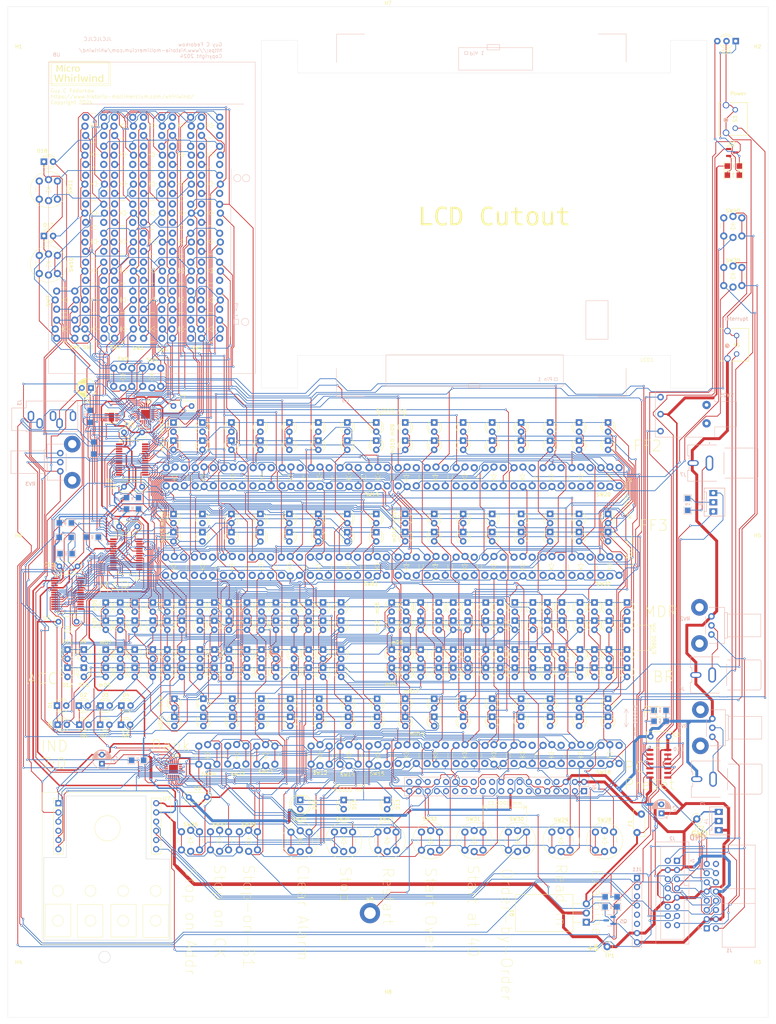
<source format=kicad_pcb>
(kicad_pcb (version 20240108) (generator "pcbnew") (generator_version "8.0")
  (layers (0 "F.Cu" signal) (31 "B.Cu" signal) (34 "B.Paste" user) (35 "F.Paste" user) (36 "B.SilkS" user "B.Silkscreen") (37 "F.SilkS" user "F.Silkscreen") (38 "B.Mask" user) (39 "F.Mask" user) (44 "Edge.Cuts" user))
  (net 0 "")
  (net 1 "Net-(D1-A)")
  (net 2 "Net-(D1-K)")
  (net 3 "Net-(D2-A)")
  (net 4 "Net-(D3-A)")
  (net 5 "Net-(D4-A)")
  (net 6 "Net-(D5-A)")
  (net 7 "Net-(D6-A)")
  (net 8 "Net-(D7-A)")
  (net 9 "Net-(D8-A)")
  (net 10 "Net-(D9-A)")
  (net 11 "Net-(D10-K)")
  (net 12 "Net-(D10-A)")
  (net 13 "Net-(D11-A)")
  (net 14 "Net-(D12-A)")
  (net 15 "+3.3V")
  (net 16 "Net-(U1-C_FILT)")
  (net 17 "GND")
  (net 18 "Net-(U1-R_EXT)")
  (net 20 "Net-(U1-~{SDB})")
  (net 21 "+5V")
  (net 23 "/MIR-Switches/MIR-A1")
  (net 24 "/MIR-Switches/MIR-Sw-Row3")
  (net 25 "/MIR-Switches/MIR-A2")
  (net 26 "/MIR-Switches/MIR-Sw-Row2")
  (net 27 "/MIR-Switches/MIR-Sw-Col1")
  (net 28 "/MIR-Switches/MIR-Sw-Row7")
  (net 29 "/MIR-Switches/MIR-Sw-Row1")
  (net 30 "/MIR-Switches/MIR-Sw-Row6")
  (net 31 "/MIR-Switches/MIR-Sw-Row5")
  (net 32 "/MIR-Switches/MIR-A8")
  (net 33 "/MIR-Switches/MIR-A6")
  (net 34 "/MIR-Switches/MIR-A3")
  (net 35 "/MIR-Switches/MIR-Sw-Row0")
  (net 36 "/MIR-Switches/MIR-A9")
  (net 37 "/MIR-Switches/MIR-A4")
  (net 38 "/MIR-Switches/MIR-Sw-Row4")
  (net 39 "/MIR-Switches/MIR-Sw-Col2")
  (net 40 "/MIR-Switches/MIR-Sw-Col3")
  (net 41 "/MIR-Switches/MIR-Sw-Col4")
  (net 42 "/MIR-Switches/MIR-Sw-Col5")
  (net 43 "/MIR-Switches/MIR-Sw-Col0")
  (net 44 "/MIR-Switches/MIR-A5")
  (net 45 "/MIR-Switches/MIR-B5")
  (net 46 "/MIR-Switches/MIR-B1")
  (net 47 "/MIR-Switches/MIR-B4")
  (net 48 "/MIR-Switches/MIR-B3")
  (net 49 "/MIR-Switches/MIR-B2")
  (net 50 "/MIR-Switches/MIR-B6")
  (net 51 "Net-(D14-A2)")
  (net 52 "/MIR-Switches/FF2-Sw-Col8")
  (net 53 "/MIR-Switches/FF3-Sw-Col6")
  (net 54 "/MIR-Switches/FF3-Sw-Col7")
  (net 55 "/MIR-Switches/FF2-Sw-Col9")
  (net 56 "/SDA_3V3")
  (net 57 "Net-(D14-A1)")
  (net 58 "Net-(U2-C_FILT)")
  (net 59 "Net-(U5-C_FILT)")
  (net 60 "/MIR-Switches/MIR-A7")
  (net 61 "Net-(U4-COL0)")
  (net 62 "Net-(U4-COL1)")
  (net 63 "Net-(U2-~{SDB})")
  (net 66 "Net-(U2-R_EXT)")
  (net 67 "Net-(U5-~{SDB})")
  (net 69 "Net-(U5-R_EXT)")
  (net 70 "Net-(Q1-S)")
  (net 71 "/PowerEnable")
  (net 74 "/SpareGPIO")
  (net 75 "/Key_Interrupt")
  (net 77 "/Key_Reset")
  (net 78 "/SCL_3V3")
  (net 79 "/Execution-Control/Rotary_A")
  (net 80 "/Execution-Control/Rotary_B")
  (net 81 "Net-(Q2-S)")
  (net 82 "/Execution-Control/SDA_3V3")
  (net 85 "/Execution-Control/SCL_3V3")
  (net 87 "Net-(U5-CB7)")
  (net 88 "Net-(U5-CB6)")
  (net 89 "Net-(U5-CB8)")
  (net 90 "Net-(U5-CB1)")
  (net 91 "Net-(U5-CB4)")
  (net 92 "Net-(U5-CB2)")
  (net 93 "Net-(U5-CB5)")
  (net 94 "Net-(U5-CB9)")
  (net 95 "Net-(U5-CB3)")
  (net 97 "/MIR-Switches/MIR-B7")
  (net 98 "/MIR-Switches/MIR-B9")
  (net 99 "/MIR-Switches/MIR-B8")
  (net 100 "/Execution-Control/PC-Sw-Row4")
  (net 101 "/Execution-Control/PC-Sw-Row6")
  (net 102 "Net-(J8-Pin_1)")
  (net 103 "/Execution-Control/PC-Sw-Row5")
  (net 104 "/Execution-Control/PC-Sw-Row7")
  (net 105 "/Execution-Control/PC-Sw-Row3")
  (net 106 "/MIR-Switches/PC-Sw-Col2")
  (net 107 "/Execution-Control/PC-Sw-Row2")
  (net 108 "/Execution-Control/PC-Sw-Row1")
  (net 109 "/Execution-Control/PC-Sw-Row0")
  (net 110 "/MIR-Switches/PC-Sw-Col3")
  (net 112 "Net-(D13-A)")
  (net 113 "Net-(U1-CB5)")
  (net 114 "Net-(D15-A)")
  (net 115 "Net-(D16-A)")
  (net 116 "Net-(U5-CA1)")
  (net 117 "Net-(U5-CA6)")
  (net 118 "Net-(U5-CA4)")
  (net 119 "Net-(U5-CA5)")
  (net 120 "Net-(U5-CA7)")
  (net 121 "Net-(U5-CA2)")
  (net 122 "Net-(U5-CA9)")
  (net 123 "Net-(U5-CA3)")
  (net 124 "Net-(U5-CA8)")
  (net 125 "/Analog-Scope_Interface/Z1")
  (net 127 "/Analog-Scope_Interface/GPIO5")
  (net 128 "/Analog-Scope_Interface/Xout")
  (net 129 "/Analog-Scope_Interface/isKEY")
  (net 130 "/Analog-Scope_Interface/gun2")
  (net 131 "/Analog-Scope_Interface/GPIO21")
  (net 132 "/Analog-Scope_Interface/gun1")
  (net 133 "/Analog-Scope_Interface/Z2")
  (net 134 "/Analog-Scope_Interface/GPIO6")
  (net 135 "/Analog-Scope_Interface/GPIO20")
  (net 136 "/Analog-Scope_Interface/Yout")
  (net 138 "Net-(J5-In)")
  (net 139 "Net-(J6-In)")
  (net 140 "Net-(J7-In)")
  (net 141 "Net-(J8-Pin_3)")
  (net 147 "Net-(J9-GPIO13)")
  (net 152 "Net-(U10-Pad4)")
  (net 165 "Net-(R9-Pad1)")
  (net 166 "Net-(SW25-4)")
  (net 167 "Net-(F1-Pad2)")
  (net 168 "Net-(Q1-G)")
  (net 169 "Net-(U10-Pad3)")
  (net 170 "Net-(C9-Pad1)")
  (net 171 "Net-(C9-Pad2)")
  (net 172 "Net-(J11-Pin_1)")
  (net 173 "Net-(J11-Pin_2)")
  (net 176 "GPIO_Audio_Sync")
  (net 177 "Net-(J11-Pin_3)")
  (net 178 "GPIO_Audio")
  (net 179 "Net-(J8-Pin_2)")
  (footprint "mWW-Project-Library:MountingHole_4_40_body" (layer "F.Cu") (at 227 73)
    (property "Reference" "H2")
    (property "Value" "MountingHole")
  )
  (footprint "mWW-Project-Library:mILS-TB-140-SW_PUSH_and_LED_6mm_x8" (layer "F.Cu") (at 49.4996 150.24 90)
    (property "Reference" "SW2")
    (property "Value" "mSW_Push_LEDx8")
  )
  (footprint "mWW-Project-Library:LED_D3.0mm_8x_bank" (layer "F.Cu") (at 65.75 177.79 -90)
    (property "Reference" "mD11")
    (property "Value" "~")
  )
  (footprint "LED_THT:LED_D3.0mm" (layer "F.Cu") (at 41 240.48 -90)
    (property "Reference" "D10")
    (property "Value" "LED")
  )
  (footprint "mWW-Project-Library:LED_D3.0mm_8x_bank" (layer "F.Cu") (at 66 254.04 -90)
    (property "Reference" "mD20")
    (property "Value" "~")
  )
  (footprint "mWW-Project-Library:ILS-TB-140-SW_PUSH_and_LED_6mm" (layer "F.Cu") (at 217 116.3)
    (property "Reference" "SW40")
    (property "Value" "SW_Push_LED")
  )
  (footprint "mWW-Project-Library:mILS-TB-140-SW_PUSH_and_LED_6mm_x8" (layer "F.Cu") (at 189.5 190.28 180)
    (property "Reference" "SW20")
    (property "Value" "mSW_Push_LEDx8")
  )
  (footprint "mWW-Project-Library:LED_D3.0mm_16x_bank" (layer "F.Cu") (at 126 240.48 -90)
    (property "Reference" "mD4")
    (property "Value" "~")
  )
  (footprint "mWW-Project-Library:MountingHole_4_40_body" (layer "F.Cu") (at 23 208)
    (property "Reference" "H6")
    (property "Value" "MountingHole")
  )
  (footprint "mWW-Project-Library:ILS-TB-140-SW_PUSH_LED_round" (layer "F.Cu") (at 157.5357 285.855)
    (property "Reference" "SW30")
    (property "Value" "SW_Push_LED")
  )
  (footprint "Capacitor_THT:C_Rect_L7.0mm_W2.5mm_P5.00mm" (layer "F.Cu") (at 57.1 190.525 180)
    (property "Reference" "C2")
    (property "Value" "0.1uF")
  )
  (footprint "mWW-Project-Library:QFN50P400X400X80-25N" (layer "F.Cu") (at 58.035 170.525)
    (property "Reference" "U3")
    (property "Value" "TCA8418RTWR")
  )
  (footprint "mWW-Project-Library:MountingHole_4_40_body" (layer "F.Cu") (at 23 73)
    (property "Reference" "H1")
    (property "Value" "MountingHole")
  )
  (footprint "mWW-Project-Library:SM-1206B" (layer "F.Cu") (at 55.849 266.04)
    (property "Reference" "R8" (hide yes))
    (property "Value" "2.2K")
  )
  (footprint "mWW-Project-Library:SM-1206B" (layer "F.Cu") (at 54.449 193.525)
    (property "Reference" "R3" (hide yes))
    (property "Value" "6.8K")
  )
  (footprint "mWW-Project-Library:SM-1206B" (layer "F.Cu") (at 186.599 303.75)
    (property "Reference" "R15" (hide yes))
    (property "Value" "10K")
  )
  (footprint "LED_THT:LED_D3.0mm" (layer "F.Cu") (at 112.75 277 -90)
    (property "Reference" "D15")
    (property "Value" "LED")
  )
  (footprint "Package_SO:SSOP-28_5.3x10.2mm_P0.65mm" (layer "F.Cu") (at 36.5 220.04)
    (property "Reference" "U5")
    (property "Value" "IS31FL3731-SA")
  )
  (footprint "Package_TO_SOT_SMD:SOT-23" (layer "F.Cu") (at 220 98.25)
    (property "Reference" "Q2")
    (property "Value" "BSS138")
  )
  (footprint "mWW-Project-Library:QFN50P400X400X80-25N" (layer "F.Cu") (at 65.75 268.5)
    (property "Reference" "U4")
    (property "Value" "TCA8418RTWR")
  )
  (footprint "mWW-Project-Library:LED_D3.0mm_8x_bank" (layer "F.Cu") (at 129.75 172.79 -90)
    (property "Reference" "mD9")
    (property "Value" "~")
  )
  (footprint "mWW-Project-Library:ILS-TB-140-SW_PUSH_and_LED_6mm" (layer "F.Cu") (at 94.45 267.13 180)
    (property "Reference" "SW12")
    (property "Value" "SW_Push_LED")
  )
  (footprint "mWW-Project-Library:SM-1206B" (layer "F.Cu") (at 200.099 252.25)
    (property "Reference" "R10" (hide yes))
    (property "Value" "6.8k")
  )
  (footprint "Package_TO_SOT_THT:TO-220-3_Horizontal_TabDown" (layer "F.Cu") (at 179.75 310.75 90)
    (property "Reference" "Q1")
    (property "Value" "IRF5305")
  )
  (footprint "Package_SO:SOIC-14_3.9x8.7mm_P1.27mm" (layer "F.Cu") (at 199.775 267)
    (property "Reference" "U10")
    (property "Value" "4001")
  )
  (footprint "mWW-Project-Library:LED_D3.0mm_8x_bank" (layer "F.Cu") (at 129.75 198.04 -90)
    (property "Reference" "mD14")
    (property "Value" "~")
  )
  (footprint "mWW-Project-Library:LED_D3.0mm_8x_bank" (layer "F.Cu") (at 65.75 198.04 -90)
    (property "Reference" "mD12")
    (property "Value" "~")
  )
  (footprint "mWW-Project-Library:LED_D3.0mm_16x_bank" (layer "F.Cu") (at 47.05 227.48 -90)
    (property "Reference" "mD1")
    (property "Value" "~")
  )
  (footprint "mWW-Project-Library:SM-1206B" (layer "F.Cu") (at 35.901 200.5)
    (property "Reference" "R1" (hide yes))
    (property "Value" "6.8k")
  )
  (footprint "mWW-Project-Library:LED_D3.0mm_8x_bank" (layer "F.Cu") (at 129.75 249.04 -90)
    (property "Reference" "mD17")
    (property "Value" "~")
  )
  (footprint "mWW-Project-Library:DFN-10_DD-with-clearance" (layer "F.Cu") (at 48.6 171.315)
    (property "Reference" "U6")
    (property "Value" "LTC4316IDD_PBF")
  )
  (footprint "TestPoint:TestPoint_Loop_D2.50mm_Drill1.0mm" (layer "F.Cu") (at 210.25 282.25)
    (property "Reference" "TP2")
    (property "Value" "TestPoint")
  )
  (footprint "mWW-Project-Library:ILS-TB-140-SW_PUSH_LED_round" (layer "F.Cu") (at 133.5214 285.855)
    (property "Reference" "SW32")
    (property "Value" "SW_Push_LED")
  )
  (footprint "mWW-Project-Library:mILS-TB-140-SW_PUSH_and_LED_6mm_x8" (layer "F.Cu") (at 189.5 266.93 180)
    (property "Reference" "SW18")
    (property "Value" "mSW_Push_LEDx8")
  )
  (footprint "mWW-Project-Library:mILS-TB-140-SW_PUSH_and_LED_6mm_x8" (layer "F.Cu") (at 65.5 150.24 90)
    (property "Reference" "SW4")
    (property "Value" "mSW_Push_LEDx8")
  )
  (footprint "mWW-Project-Library:SM-1206B" (layer "F.Cu") (at 200.099 255.25)
    (property "Reference" "R9" (hide yes))
    (property "Value" "6.8k")
  )
  (footprint "mWW-Project-Library:LED_D3.0mm_16x_bank" (layer "F.Cu") (at 126 227.48 -90)
    (property "Reference" "mD2")
    (property "Value" "~")
  )
  (footprint "mWW-Project-Library:LED_D3.0mm_8x_bank" (layer "F.Cu") (at 129.75 177.79 -90)
    (property "Reference" "mD10")
    (property "Value" "~")
  )
  (footprint "mWW-Project-Library:ILS-TB-140-SW_PUSH_LED_round" (layer "F.Cu") (at 28 106.14)
    (property "Reference" "SW11")
    (property "Value" "SW_Push_LED")
  )
  (footprint "mWW-Project-Library:ILS-TB-140-SW_PUSH_and_LED_6mm" (layer "F.Cu") (at 217 130)
    (property "Reference" "SW39")
    (property "Value" "SW_Push_LED")
  )
  (footprint "mWW-Project-Library:ILS-TB-140-SW_PUSH_LED_round" (layer "F.Cu") (at 97.5 285.895)
    (property "Reference" "SW35")
    (property "Value" "SW_Push_LED")
  )
  (footprint "mWW-Project-Library:ILS-TB-140-SW_PUSH_and_LED_6mm" (layer "F.Cu") (at 56.55 157.8)
    (property "Reference" "SW8")
    (property "Value" "SW_Push_LED")
  )
  (footprint "LED_THT:LED_D3.0mm" (layer "F.Cu") (at 39.765 256.23)
    (property "Reference" "D6")
    (property "Value" "LED")
  )
  (footprint "LED_THT:LED_D3.0mm" (layer "F.Cu") (at 33.5965 250.9523)
    (property "Reference" "D1")
    (property "Value" "LED")
  )
  (footprint "mWW-Project-Library:ILS-TB-140-SW_PUSH_and_LED_6mm" (layer "F.Cu") (at 117.45 267.13 180)
    (property "Reference" "SW14")
    (property "Value" "SW_Push_LED")
  )
  (footprint "mWW-Project-Library:ILS-TB-140-SW_PUSH_and_LED_6mm" (layer "F.Cu") (at 86.45 267.08 180)
    (property "Reference" "SW23")
    (property "Value" "SW_Push_LED")
  )
  (footprint "LED_THT:LED_D3.0mm" (layer "F.Cu") (at 51.3615 250.9523)
    (property "Reference" "D4")
    (property "Value" "LED")
  )
  (footprint "LED_THT:LED_D3.0mm" (layer "F.Cu") (at 33.765 256.23)
    (property "Reference" "D5")
    (property "Value" "LED")
  )
  (footprint "mWW-Project-Library:LED_D3.0mm_8x_bank" (layer "F.Cu") (at 65.75 203.09 -90)
    (property "Reference" "mD15")
    (property "Value" "~")
  )
  (footprint "Capacitor_THT:C_Rect_L7.0mm_W2.5mm_P5.00mm" (layer "F.Cu") (at 55.75 201.5 180)
    (property "Reference" "C1" (hide yes))
    (property "Value" "0.1uF")
  )
  (footprint "mWW-Project-Library:Rotary-Daughter-PCB" (layer "F.Cu") (at 33.9785 277.8983)
    (property "Reference" "U7")
    (property "Value" "~")
    (fp_line (start -4.05 15) (end 2.2 15) (stroke (width 0.1)) (layer "Edge.Cuts"))
    (fp_line (start -4.05 37.8) (end -4.05 15) (stroke (width 0.1)) (layer "Edge.Cuts"))
    (fp_line (start 2.2 -2) (end 2.6 -2) (stroke (width 0.1)) (layer "Edge.Cuts"))
    (fp_line (start 2.2 15) (end 2.2 -2) (stroke (width 0.1)) (layer "Edge.Cuts"))
    (fp_line (start 2.6 -2) (end 24.2 -2) (stroke (width 0.1)) (layer "Edge.Cuts"))
    (fp_line (start 24.2 -2) (end 24.2 15.4) (stroke (width 0.1)) (layer "Edge.Cuts"))
    (fp_line (start 24.2 15.4) (end 30.6324 15.4432) (stroke (width 0.1)) (layer "Edge.Cuts"))
    (fp_line (start 30.6324 15.4432) (end 30.6324 37.8) (stroke (width 0.1)) (layer "Edge.Cuts"))
    (fp_line (start 30.6324 37.8) (end -4.05 37.8) (stroke (width 0.1)) (layer "Edge.Cuts"))
    (fp_circle (center 12.75 42.45) (end 14.35 42.45) (stroke (width 0.1)) (fill none) (layer "Edge.Cuts"))
  )
  (footprint "mWW-Project-Library:ILS-TB-140-SW_PUSH_and_LED_6mm" (layer "F.Cu") (at 125.45 267.13 180)
    (property "Reference" "SW15")
    (property "Value" "SW_Push_LED")
  )
  (footprint "Capacitor_THT:C_Rect_L7.0mm_W2.5mm_P5.00mm" (layer "F.Cu") (at 39 227.79 180)
    (property "Reference" "C3")
    (property "Value" "0.1uF")
  )
  (footprint "LED_THT:LED_D3.0mm" (layer "F.Cu") (at 39.5965 250.9523)
    (property "Reference" "D2")
    (property "Value" "LED")
  )
  (footprint "LED_THT:LED_D3.0mm" (layer "F.Cu") (at 29.975 121.29)
    (property "Reference" "D17")
    (property "Value" "LED")
  )
  (footprint "Package_SO:SSOP-28_5.3x10.2mm_P0.65mm" (layer "F.Cu") (at 54.35 183.025)
    (property "Reference" "U2")
    (property "Value" "IS31FL3731-SA")
  )
  (footprint "mWW-Project-Library:MountingHole_4_40_body" (layer "F.Cu") (at 227 325.79)
    (property "Reference" "H3")
    (property "Value" "MountingHole")
  )
  (footprint "mWW-Project-Library:ILS-TB-140-SW_PUSH_and_LED_6mm" (layer "F.Cu") (at 48.55 157.8)
    (property "Reference" "SW9")
    (property "Value" "SW_Push_LED")
  )
  (footprint "mWW-Project-Library:ILS-TB-140-SW_PUSH_and_LED_6mm" (layer "F.Cu") (at 33.5 150.24 90)
    (property "Reference" "SW6")
    (property "Value" "SW_Push_LED")
  )
  (footprint "mWW-Project-Library:SM-1206B" (layer "F.Cu") (at 35.849 204.5)
    (property "Reference" "R5" (hide yes))
    (property "Value" "6.8K")
  )
  (footprint "Capacitor_THT:CP_Radial_D5.0mm_P2.50mm" (layer "F.Cu") (at 42.9551 163.25 180)
    (property "Reference" "C9")
    (property "Value" "22uf")
  )
  (footprint "mWW-Project-Library:SM-1206B" (layer "F.Cu") (at 207.75 195.401 90)
    (property "Reference" "R11" (hide yes))
    (property "Value" "470")
  )
  (footprint "LED_THT:LED_D3.0mm" (layer "F.Cu") (at 36.5 235.48 -90)
    (property "Reference" "D11")
    (property "Value" "LED")
  )
  (footprint "mWW-Project-Library:mILS-TB-140-SW_PUSH_and_LED_6mm_x8" (layer "F.Cu") (at 189.5 214.98 180)
    (property "Reference" "SW22")
    (property "Value" "mSW_Push_LEDx8")
  )
  (footprint "mWW-Project-Library:SM-1206B" (layer "F.Cu") (at 43.75 179.849 90)
    (property "Reference" "R12" (hide yes))
    (property "Value" "10K")
  )
  (footprint "mWW-Project-Library:SW_KSA0V311LFTR_CNK-RA-pushbutton" (layer "F.Cu") (at 221.25 153.87 90)
    (property "Reference" "S4")
    (property "Value" "RA_Push")
  )
  (footprint "mWW-Project-Library:ILS-TB-140-SW_PUSH_and_LED_6mm" (layer "F.Cu") (at 75.25 285.78)
    (property "Reference" "SW37")
    (property "Value" "SW_Push_LED")
  )
  (footprint "mWW-Project-Library:ILS-TB-140-SW_PUSH_and_LED_6mm" (layer "F.Cu") (at 83.25 285.78)
    (property "Reference" "SW38")
    (property "Value" "SW_Push_LED")
  )
  (footprint "mWW-Project-Library:Logo" (layer "F.Cu") (at 40 76.29)
    (property "Reference" "L1" (hide yes))
    (property "Value" "~")
  )
  (footprint "Capacitor_THT:C_Rect_L7.0mm_W2.5mm_P5.00mm" (layer "F.Cu") (at 202.5 259.5 180)
    (property "Reference" "C5")
    (property "Value" "0.1uF")
  )
  (footprint "mWW-Project-Library:ILS-TB-140-SW_PUSH_and_LED_6mm" (layer "F.Cu") (at 67.25 285.78)
    (property "Reference" "SW36")
    (property "Value" "SW_Push_LED")
  )
  (footprint "mWW-Project-Library:MountingHole_4_40_body" (layer "F.Cu") (at 125 61)
    (property "Reference" "H7")
    (property "Value" "MountingHole")
  )
  (footprint "mWW-Project-Library:LCD-Cutout" (layer "F.Cu") (at 213 153.79)
    (property "Reference" "LCD1")
    (property "Value" "~")
    (fp_line (start -123 -86.5) (end -113 -86.5) (stroke (width 0.05)) (layer "Edge.Cuts"))
    (fp_line (start -123 -77.5) (end -123 -86.5) (stroke (width 0.05)) (layer "Edge.Cuts"))
    (fp_line (start -123 -77.5) (end -123 0.5) (stroke (width 0.05)) (layer "Edge.Cuts"))
    (fp_line (start -123 0.5) (end -123 9.5) (stroke (width 0.05)) (layer "Edge.Cuts"))
    (fp_line (start -123 9.5) (end -113 9.5) (stroke (width 0.05)) (layer "Edge.Cuts"))
    (fp_line (start -113 -86.5) (end -113 -77.5) (stroke (width 0.05)) (layer "Edge.Cuts"))
    (fp_line (start -113 0.5) (end -10 0.5) (stroke (width 0.05)) (layer "Edge.Cuts"))
    (fp_line (start -113 9.5) (end -113 0.5) (stroke (width 0.05)) (layer "Edge.Cuts"))
    (fp_line (start -10 -86.5) (end -10 -77.5) (stroke (width 0.05)) (layer "Edge.Cuts"))
    (fp_line (start -10 -77.5) (end -113 -77.5) (stroke (width 0.05)) (layer "Edge.Cuts"))
    (fp_line (start -10 9.5) (end -10 0.5) (stroke (width 0.05)) (layer "Edge.Cuts"))
    (fp_line (start 0 -86.5) (end -10 -86.5) (stroke (width 0.05)) (layer "Edge.Cuts"))
    (fp_line (start 0 -77.5) (end 0 -86.5) (stroke (width 0.05)) (layer "Edge.Cuts"))
    (fp_line (start 0 0.5) (end 0 -77.5) (stroke (width 0.05)) (layer "Edge.Cuts"))
    (fp_line (start 0 0.5) (end 0 9.5) (stroke (width 0.05)) (layer "Edge.Cuts"))
    (fp_line (start 0 9.5) (end -10 9.5) (stroke (width 0.05)) (layer "Edge.Cuts"))
  )
  (footprint "mWW-Project-Library:LED_D3.0mm_16x_bank" (layer "F.Cu") (at 126 222.48 -90)
    (property "Reference" "mD6")
    (property "Value" "~")
  )
  (footprint "mWW-Project-Library:SM-1206B" (layer "F.Cu") (at 43.349 204.409)
    (property "Reference" "R2" (hide yes))
    (property "Value" "20K")
  )
  (footprint "Capacitor_THT:C_Rect_L7.0mm_W2.5mm_P5.00mm" (layer "F.Cu") (at 34.25 212.5)
    (property "Reference" "C11")
    (property "Value" "0.1uF")
  )
  (footprint "mWW-Project-Library:SM-1206B" (layer "F.Cu") (at 42.75 171.099 -90)
    (property "Reference" "R7" (hide yes))
    (property "Value" "470")
  )
  (footprint "mWW-Project-Library:SM-1206B" (layer "F.Cu") (at 54.449 196.684)
    (property "Reference" "R4" (hide yes))
    (property "Value" "20K")
  )
  (footprint "LED_THT:LED_D3.0mm-3" (layer "F.Cu") (at 221 67.5 180)
    (property "Reference" "D14")
    (property "Value" "LED_Dual_AKA")
  )
  (footprint "mWW-Project-Library:ILS-TB-140-SW_PUSH_LED_round" (layer "F.Cu") (at 181.55 285.855)
    (property "Reference" "SW28")
    (property "Value" "SW_Push_LED")
  )
  (footprint "mWW-Project-Library:mILS-TB-140-SW_PUSH_and_LED_6mm_x8" (layer "F.Cu") (at 57.5 150.24 90)
    (property "Reference" "SW3")
    (property "Value" "mSW_Push_LEDx8")
  )
  (footprint "mWW-Project-Library:MountingHole_4_40_body" (layer "F.Cu") (at 23 325.79)
    (property "Reference" "H4")
    (property "Value" "MountingHole")
  )
  (footprint "Capacitor_THT:C_Rect_L7.0mm_W2.5mm_P5.00mm" (layer "F.Cu") (at 65.75 168.25)
    (property "Reference" "C7")
    (property "Value" "0.1uF")
  )
  (footprint "LED_THT:LED_D3.0mm" (layer "F.Cu") (at 45.515 256.23)
    (property "Reference" "D7")
    (property "Value" "LED")
  )
  (footprint "Capacitor_THT:C_Rect_L7.0mm_W2.5mm_P5.00mm" (layer "F.Cu") (at 52.1 175.525)
    (property "Reference" "C10")
    (property "Value" "0.1uF")
  )
  (footprint "mWW-Project-Library:SW_KSA0V311LFTR_CNK-RA-pushbutton" (layer "F.Cu") (at 220.8719 91.54 90)
    (property "Reference" "S3")
    (property "Value" "RA_Push")
  )
  (footprint "mWW-Project-Library:LED_D3.0mm_16x_bank" (layer "F.Cu") (at 47.05 235.48 -90)
    (property "Reference" "mD7")
    (property "Value" "~")
  )
  (footprint "mWW-Project-Library:LED_D3.0mm_8x_bank" (layer "F.Cu") (at 65.75 172.79 -90)
    (property "Reference" "mD13")
    (property "Value" "~")
  )
  (footprint "mWW-Project-Library:ILS-TB-140-SW_PUSH_LED_round" (layer "F.Cu") (at 109.5071 285.855)
    (property "Reference" "SW34")
    (property "Value" "SW_Push_LED")
  )
  (footprint "mWW-Project-Library:mILS-TB-140-SW_PUSH_and_LED_6mm_x8" (layer "F.Cu") (at 73.4996 150.24 90)
    (property "Reference" "SW5")
    (property "Value" "mSW_Push_LEDx8")
  )
  (footprint "mWW-Project-Library:MountingHole_4_40_body" (layer "F.Cu") (at 125 334)
    (property "Reference" "H8")
    (property "Value" "MountingHole")
  )
  (footprint "mWW-Project-Library:mILS-TB-140-SW_PUSH_and_LED_6mm_x8" (layer "F.Cu") (at 125.45 190.28 180)
    (property "Reference" "SW19")
    (property "Value" "mSW_Push_LEDx8")
  )
  (footprint "LED_THT:LED_D3.0mm" (layer "F.Cu") (at 41 235.48 -90)
    (property "Reference" "D9")
    (property "Value" "LED")
  )
  (footprint "TestPoint:TestPoint_Loop_D2.50mm_Drill1.0mm" (layer "F.Cu") (at 185.5 317.5)
    (property "Reference" "TP1")
    (property "Value" "TestPoint")
  )
  (footprint "mWW-Project-Library:SM-1206B" (layer "F.Cu") (at 36.099 209)
    (property "Reference" "R6" (hide yes))
    (property "Value" "20K")
  )
  (footprint "LED_THT:LED_D3.0mm" (layer "F.Cu") (at 124.75 277 -90)
    (property "Reference" "D13")
    (property "Value" "LED")
  )
  (footprint "mWW-Project-Library:ILS-TB-140-SW_PUSH_LED_round" (layer "F.Cu") (at 121.5143 285.855)
    (property "Reference" "SW33")
    (property "Value" "SW_Push_LED")
  )
  (footprint "mWW-Project-Library:mILS-TB-140-SW_PUSH_and_LED_6mm_x8" (layer "F.Cu") (at 125.25 214.98 180)
    (property "Reference" "SW21")
    (property "Value" "mSW_Push_LEDx8")
  )
  (footprint "mWW-Project-Library:LED_D3.0mm_8x_bank" (layer "F.Cu") (at 66 249.04 -90)
    (property "Reference" "mD18")
    (property "Value" "~")
  )
  (footprint "mWW-Project-Library:LED_D3.0mm_16x_bank" (layer "F.Cu") (at 126 235.48 -90)
    (property "Reference" "mD8")
    (property "Value" "~")
  )
  (footprint "MountingHole:MountingHole_3.2mm_M3_DIN965_Pad_TopBottom" (layer "F.Cu") (at 120 308.25)
    (property "Reference" "H9")
    (property "Value" "MountingHole_Pad")
  )
  (footprint "mWW-Project-Library:LED_D3.0mm_16x_bank" (layer "F.Cu") (at 47.05 222.48 -90)
    (property "Reference" "mD5")
    (property "Value" "~")
  )
  (footprint "mWW-Project-Library:ILS-TB-140-SW_PUSH_and_LED_6mm" (layer "F.Cu") (at 109.45 267.13 180)
    (property "Reference" "SW13")
    (property "Value" "SW_Push_LED")
  )
  (footprint "mWW-Project-Library:ILS-TB-140-SW_PUSH_and_LED_6mm" (layer "F.Cu") (at 33.499 142.2144 90)
    (property "Reference" "SW7")
    (property "Value" "SW_Push_LED")
  )
  (footprint "mWW-Project-Library:ILS-TB-140-SW_PUSH_LED_round" (layer "F.Cu") (at 145.5286 285.855)
    (property "Reference" "SW31")
    (property "Value" "SW_Push_LED")
  )
  (footprint "LED_THT:LED_D3.0mm" (layer "F.Cu") (at 36.5 240.48 -90)
    (property "Reference" "D12")
    (property "Value" "LED")
  )
  (footprint "mWW-Project-Library:ILS-TB-140-SW_PUSH_and_LED_6mm" (layer "F.Cu") (at 78.45 267.13 180)
    (property "Reference" "SW24")
    (property "Value" "SW_Push_LED")
  )
  (footprint "LED_THT:LED_D5.0mm" (layer "F.Cu") (at 100.75 277 -90)
    (property "Reference" "D16")
    (property "Value" "LED")
  )
  (footprint "LED_THT:LED_D3.0mm" (layer "F.Cu") (at 29.975 100.79)
    (property "Reference" "D18")
    (property "Value" "LED")
  )
  (footprint "mWW-Project-Library:MountingHole_4_40_body" (layer "F.Cu") (at 227 208)
    (property "Reference" "H5")
    (property "Value" "MountingHole")
  )
  (footprint "mWW-Project-Library:LED_D3.0mm_8x_bank" (layer "F.Cu") (at 129.75 203.04 -90)
    (property "Reference" "mD16")
    (property "Value" "~")
  )
  (footprint "Package_SO:SSOP-28_5.3x10.2mm_P0.65mm" (layer "F.Cu") (at 52.75 209.25)
    (property "Reference" "U1")
    (property "Value" "IS31FL3731-SA")
  )
  (footprint "mWW-Project-Library:SM-1206B" (layer "F.Cu") (at 186.599 306.5)
    (property "Reference" "R16" (hide yes))
    (property "Value" "10K")
  )
  (footprint "LED_THT:LED_D3.0mm" (layer "F.Cu") (at 51.265 256.23)
    (property "Reference" "D8")
    (property "Value" "LED")
  )
  (footprint "mWW-Project-Library:ILS-TB-140-SW_PUSH_LED_round" (layer "F.Cu") (at 28 126.6744)
    (property "Reference" "SW10")
    (property "Value" "SW_Push_LED")
  )
  (footprint "Capacitor_THT:C_Rect_L7.0mm_W2.5mm_P5.00mm" (layer "F.Cu") (at 70 276.25)
    (property "Reference" "C8")
    (property "Value" "0.1uF")
  )
  (footprint "mWW-Project-Library:LED_D3.0mm_16x_bank" (layer "F.Cu") (at 47.05 240.48 -90)
    (property "Reference" "mD3")
    (property "Value" "~")
  )
  (footprint "mWW-Project-Library:mILS-TB-140-SW_PUSH_and_LED_6mm_x8" (layer "F.Cu") (at 41.4996 150.24 90)
    (property "Reference" "SW1")
    (property "Value" "mSW_Push_LEDx8")
  )
  (footprint "mWW-Project-Library:ILS-TB-140-SW_PUSH_LED_round" (layer "F.Cu") (at 169.5429 285.855)
    (property "Reference" "SW29")
    (property "Value" "SW_Push_LED")
  )
  (footprint "LED_THT:LED_D3.0mm" (layer "F.Cu") (at 45.5965 250.9523)
    (property "Reference" "D3")
    (property "Value" "LED")
  )
  (footprint "mWW-Project-Library:LED_D3.0mm_8x_bank" (layer "F.Cu") (at 129.75 254.04 -90)
    (property "Reference" "mD19")
    (property "Value" "~")
  )
  (footprint "Fuse:Fuse_Bourns_MF-RG300" (layer "F.Cu") (at 193.75 286 90)
    (property "Reference" "F1")
    (property "Value" "Polyfuse")
  )
  (footprint "Potentiometer_THT:Potentiometer_Bourns_PTV09A-2_Single_Horizontal" (layer "B.Cu") (at 214.3 226.315)
    (property "Reference" "RV2")
    (property "Value" "10k")
  )
  (footprint "mWW-Project-Library:CUI_RCJ-041" (layer "B.Cu") (at 218.5 242.5)
    (property "Reference" "J6")
    (property "Value" "Y")
    (fp_line (start -1.7 -5.15) (end -1.7 -3.35) (stroke (width 0.01)) (layer "Edge.Cuts"))
    (fp_line (start -1.7 -3.35) (end 0 -3.35) (stroke (width 0.01)) (layer "Edge.Cuts"))
    (fp_line (start -1.7 3.35) (end -1.7 5.15) (stroke (width 0.01)) (layer "Edge.Cuts"))
    (fp_line (start -1.7 5.15) (end 0 5.15) (stroke (width 0.01)) (layer "Edge.Cuts"))
    (fp_line (start 0 -5.15) (end -1.7 -5.15) (stroke (width 0.01)) (layer "Edge.Cuts"))
    (fp_line (start 0 -3.35) (end 0 -5.15) (stroke (width 0.01)) (layer "Edge.Cuts"))
    (fp_line (start 0 3.35) (end -1.7 3.35) (stroke (width 0.01)) (layer "Edge.Cuts"))
    (fp_line (start 0 5.15) (end 0 3.35) (stroke (width 0.01)) (layer "Edge.Cuts"))
  )
  (footprint "Package_TO_SOT_SMD:SOT-23" (layer "B.Cu") (at 186.1875 310.25 180)
    (property "Reference" "Q5")
    (property "Value" "BSS138")
  )
  (footprint "Potentiometer_THT:Potentiometer_Bourns_PTV09A-2_Single_Horizontal" (layer "B.Cu") (at 34.5 186.25 180)
    (property "Reference" "RV3")
    (property "Value" "10k")
  )
  (footprint "Connector_Audio:Jack_3.5mm_CUI_SJ1-3535NG_Horizontal" (layer "B.Cu") (at 26.4 171 -90)
    (property "Reference" "J3")
    (property "Value" "AudioJack3_Ground_SwitchTR")
  )
  (footprint "Connector_IDC:IDC-Header_2x08_P2.54mm_Horizontal" (layer "B.Cu") (at 213 312.44)
    (property "Reference" "J1")
    (property "Value" "Conn_02x08_Odd_Even")
  )
  (footprint "mWW-Project-Library:SM-1206B" (layer "B.Cu") (at 220.349 104.5 180)
    (property "Reference" "R18" (hide yes))
    (property "Value" "470")
  )
  (footprint "mWW-Project-Library:PSS_3" (layer "B.Cu") (at 215 194.79 -90)
    (property "Reference" "J8")
    (property "Value" "Conn_01x03")
  )
  (footprint "mWW-Project-Library:CUI_RCJ-041" (layer "B.Cu") (at 218.75 271.25)
    (property "Reference" "J5")
    (property "Value" "X")
    (fp_line (start -1.7 -5.15) (end -1.7 -3.35) (stroke (width 0.01)) (layer "Edge.Cuts"))
    (fp_line (start -1.7 -3.35) (end 0 -3.35) (stroke (width 0.01)) (layer "Edge.Cuts"))
    (fp_line (start -1.7 3.35) (end -1.7 5.15) (stroke (width 0.01)) (layer "Edge.Cuts"))
    (fp_line (start -1.7 5.15) (end 0 5.15) (stroke (width 0.01)) (layer "Edge.Cuts"))
    (fp_line (start 0 -5.15) (end -1.7 -5.15) (stroke (width 0.01)) (layer "Edge.Cuts"))
    (fp_line (start 0 -3.35) (end 0 -5.15) (stroke (width 0.01)) (layer "Edge.Cuts"))
    (fp_line (start 0 3.35) (end -1.7 3.35) (stroke (width 0.01)) (layer "Edge.Cuts"))
    (fp_line (start 0 5.15) (end 0 3.35) (stroke (width 0.01)) (layer "Edge.Cuts"))
  )
  (footprint "mWW-Project-Library:PSS_3" (layer "B.Cu") (at 216.5 282.79 -90)
    (property "Reference" "J4")
    (property "Value" "Conn_01x03")
  )
  (footprint "mWW-Project-Library:SPDT-Toggle-Right-Angle" (layer "B.Cu") (at 206.6 170.49 180)
    (property "Reference" "SW25")
    (property "Value" "SW_SPDT_MSM")
  )
  (footprint "Potentiometer_THT:Potentiometer_Bourns_PTV09A-2_Single_Horizontal" (layer "B.Cu") (at 214.55 254.565)
    (property "Reference" "RV1")
    (property "Value" "10k")
  )
  (footprint "mWW-Project-Library:SM-1206B" (layer "B.Cu") (at 220.349 102 180)
    (property "Reference" "R17" (hide yes))
    (property "Value" "1K")
  )
  (footprint "Connector_PinHeader_2.54mm:PinHeader_2x20_P2.54mm_Vertical" (layer "B.Cu") (at 179.125 274.565 90)
    (property "Reference" "J9")
    (property "Value" "RaspiGPIO40")
  )
  (footprint "Capacitor_THT:CP_Radial_D5.0mm_P2.50mm" (layer "B.Cu") (at 46 267 90)
    (property "Reference" "C6")
    (property "Value" "47uf")
  )
  (footprint "Capacitor_THT:CP_Radial_D5.0mm_P2.50mm" (layer "B.Cu") (at 200.5 280.7051 90)
    (property "Reference" "C4")
    (property "Value" "47uf")
  )
  (footprint "Connector_IDC:IDC-Header_2x08_P2.54mm_Vertical" (layer "B.Cu") (at 204.79 293.79 180)
    (property "Reference" "J2")
    (property "Value" "Conn_02x08_Odd_Even")
  )
  (footprint "mWW-Project-Library:CUI_RCJ-041" (layer "B.Cu") (at 217.75 184)
    (property "Reference" "J7")
    (property "Value" "Z")
    (fp_line (start -1.7 -5.15) (end -1.7 -3.35) (stroke (width 0.01)) (layer "Edge.Cuts"))
    (fp_line (start -1.7 -3.35) (end 0 -3.35) (stroke (width 0.01)) (layer "Edge.Cuts"))
    (fp_line (start -1.7 3.35) (end -1.7 5.15) (stroke (width 0.01)) (layer "Edge.Cuts"))
    (fp_line (start -1.7 5.15) (end 0 5.15) (stroke (width 0.01)) (layer "Edge.Cuts"))
    (fp_line (start 0 -5.15) (end -1.7 -5.15) (stroke (width 0.01)) (layer "Edge.Cuts"))
    (fp_line (start 0 -3.35) (end 0 -5.15) (stroke (width 0.01)) (layer "Edge.Cuts"))
    (fp_line (start 0 3.35) (end -1.7 3.35) (stroke (width 0.01)) (layer "Edge.Cuts"))
    (fp_line (start 0 5.15) (end 0 3.35) (stroke (width 0.01)) (layer "Edge.Cuts"))
  )
  (footprint "mWW-Project-Library:RasPi-Outline" (layer "B.Cu") (at 31.75 73.29 90)
    (property "Reference" "U8")
    (property "Value" "RasPi Outline")
  )
  (footprint "Connector_PinHeader_2.54mm:PinHeader_1x08_P2.54mm_Vertical" (layer "B.Cu") (at 193.75 298.51 180)
    (property "Reference" "J11")
    (property "Value" "Conn_01x08")
  )
  (footprint "mWW-Project-Library:D_to_A_Outline" (layer "B.Cu") (at 110.75 165.54 180)
    (property "Reference" "U9")
    (property "Value" "D_to_A_Outline")
  )
  (gr_rect (start 20 58) (end 230 337) (stroke (width 0.05)) (fill none) (layer "Edge.Cuts"))
  (gr_text "JLCJLCJLC" (at 48.75 67.5 0) (layer "B.SilkS") (effects (font (size 1 1) (thickness 0.1)) (justify left bottom mirror)))
  (gr_text "GND" (at 213 288.25 0) (layer "B.SilkS") (effects (font (size 1.5 1.5) (thickness 0.3) (bold yes)) (justify left bottom mirror)))
  (gr_text "Interrupt" (at 217.871901 144.7202 0) (layer "B.SilkS") (effects (font (size 1 1)) (justify left bottom)))
  (gr_text "Guy C Fedorkow\nhttps://www.historia-mollimercium.com/whirlwind/\nCopyright 2024" (at 79.25 72.25 -0) (layer "B.SilkS") (effects (font (size 1 1) (thickness 0.1)) (justify left bottom mirror)))
  (gr_text "Stop" (at 111.5 295.25 -90) (layer "F.SilkS") (effects (font (size 3 3) (thickness 0.1)) (justify left bottom)))
  (gr_text "Stop on Addr" (at 68.75 295.5 -90) (layer "F.SilkS") (effects (font (size 3 3) (thickness 0.1)) (justify left bottom)))
  (gr_text "MDR" (at 195.5 226.79 0) (layer "F.SilkS") (effects (font (size 3 3)) (justify left bottom)))
  (gr_text "Stop on CK" (at 76.75 294.75 -90) (layer "F.SilkS") (effects (font (size 3 3) (thickness 0.1)) (justify left bottom)))
  (gr_text "Bank" (at 59.5 263.75 0) (layer "F.SilkS") (effects (font (size 3 3)) (justify left bottom)))
  (gr_text "PC\nPreset" (at 190 274.5 0) (layer "F.SilkS") (effects (font (size 3 3)) (justify left bottom)))
  (gr_text "Start at 40" (at 146.75 294.75 -90) (layer "F.SilkS") (effects (font (size 3 3) (thickness 0.1)) (justify left bottom)))
  (gr_text "Clear Alarm" (at 99.75 294.75 -90) (layer "F.SilkS") (effects (font (size 3 3) (thickness 0.1)) (justify left bottom)))
  (gr_text "Examine" (at 181 296 -90) (layer "F.SilkS") (effects (font (size 3 3) (thickness 0.1)) (justify left bottom)))
  (gr_text "Order-by-Order" (at 156 295.75 -90) (layer "F.SilkS") (effects (font (size 3 3) (thickness 0.1)) (justify left bottom)))
  (gr_text "BR" (at 198 244.75 -0) (layer "F.SilkS") (effects (font (size 3 3)) (justify left bottom)))
  (gr_text "Start Over" (at 135 295.5 -90) (layer "F.SilkS") (effects (font (size 3 3) (thickness 0.1)) (justify left bottom)))
  (gr_text "MAR" (at 44.75 220.04 0) (layer "F.SilkS") (effects (font (size 3 3)) (justify left bottom)))
  (gr_text "ACC" (at 25.25 245.27 0) (layer "F.SilkS") (effects (font (size 3 3)) (justify left bottom)))
  (gr_text "Guy C Fedorkow\nhttps://www.historia-mollimercium.com/whirlwind/\nCopyright 2024" (at 31.75 85 0) (layer "F.SilkS") (effects (font (size 1 1) (thickness 0.1)) (justify left bottom)))
  (gr_text "PC" (at 195 254.5 0) (layer "F.SilkS") (effects (font (size 3 3)) (justify left bottom)))
  (gr_text "FF2" (at 192.5 181 0) (layer "F.SilkS") (effects (font (size 3 3)) (justify left bottom)))
  (gr_text "Power" (at 219.371901 82.54 0) (layer "F.SilkS") (effects (font (size 1 1)) (justify left bottom)))
  (gr_text "Restart" (at 123.25 295.5 -90) (layer "F.SilkS") (effects (font (size 3 3) (thickness 0.1)) (justify left bottom)))
  (gr_text "Read In" (at 171 294.5 -90) (layer "F.SilkS") (effects (font (size 3 3) (thickness 0.1)) (justify left bottom)))
  (gr_text "FF3" (at 194.25 202.98 0) (layer "F.SilkS") (effects (font (size 3 3)) (justify left bottom)))
  (gr_text "IND\n7:0" (at 29 268.75 0) (layer "F.SilkS") (effects (font (size 3 3)) (justify left bottom)))
  (gr_text "GND" (at 208.5 287.25 0) (layer "F.SilkS") (effects (font (size 1.5 1.5) (thickness 0.3) (bold yes)) (justify left bottom)))
  (gr_text "+5" (at 179.75 318.75 0) (layer "F.SilkS") (effects (font (size 1.5 1.5) (thickness 0.3) (bold yes)) (justify left bottom)))
  (gr_text "Stop-on-S1" (at 84.75 294.75 -90) (layer "F.SilkS") (effects (font (size 3 3) (thickness 0.1)) (justify left bottom)))
  (dimension (type aligned) (layer "B.SilkS") (pts (xy 190.75 256.86825) (xy 190.75 251.86825)) (height 0) (gr_text "5.0000 mm" (at 193.25 255.11825 90) (layer "B.SilkS") (effects (font (size 1 1) (thickness 0.1)) (justify mirror))) (format (prefix "") (suffix "") (units 3) (units_format 1) (precision 4)) (style (thickness 0.1) (arrow_length 1.27) (text_position_mode 2) (extension_height 0.58642) (extension_offset 0.5) keep_text_aligned))
  (dimension (type aligned) (layer "F.SilkS") (pts (xy 193.25 228.75) (xy 193.25 235.73)) (height -4.25) (gr_text "6.9800 mm" (at 198.5 232.48 90) (layer "F.SilkS") (effects (font (size 1 1) (thickness 0.1)))) (format (prefix "") (suffix "") (units 3) (units_format 1) (precision 4)) (style (thickness 0.1) (arrow_length 1.27) (text_position_mode 2) (extension_height 0.58642) (extension_offset 0.5) keep_text_aligned))
  (dimension (type aligned) (layer "F.SilkS") (pts (xy 189.75 205.48) (xy 189.75 210.18)) (height -1.25) (gr_text "4.7000 mm" (at 192.5 208.23 90) (layer "F.SilkS") (effects (font (size 1 1) (thickness 0.1)))) (format (prefix "") (suffix "") (units 3) (units_format 1) (precision 4)) (style (thickness 0.1) (arrow_length 1.27) (text_position_mode 2) (extension_height 0.58642) (extension_offset 0.5) keep_text_aligned))
  (dimension (type aligned) (layer "F.SilkS") (pts (xy 190.6 199.23) (xy 190.6 188.23)) (height 1.15) (gr_text "11.0000 mm" (at 190.65 193.73 90) (layer "F.SilkS") (effects (font (size 1 1) (thickness 0.1)))) (format (prefix "") (suffix "") (units 3) (units_format 1) (precision 4)) (style (thickness 0.1) (arrow_length 1.27) (text_position_mode 0) (extension_height 0.58642) (extension_offset 0.5) keep_text_aligned))
  (dimension (type aligned) (layer "F.SilkS") (pts (xy 163.25 283.5) (xy 151.25 283.5)) (height 4.5) (gr_text "12.0000 mm" (at 157.25 277.9 0) (layer "F.SilkS") (effects (font (size 1 1) (thickness 0.1)))) (format (prefix "") (suffix "") (units 3) (units_format 1) (precision 4)) (style (thickness 0.1) (arrow_length 1.27) (text_position_mode 0) (extension_height 0.58642) (extension_offset 0.5) keep_text_aligned))
  (dimension (type aligned) (layer "F.SilkS") (pts (xy 110.5 269) (xy 118.5 269)) (height 4) (gr_text "8.0000 mm" (at 114.25 274.25 0) (layer "F.SilkS") (effects (font (size 1 1) (thickness 0.1)))) (format (prefix "") (suffix "") (units 3) (units_format 1) (precision 4)) (style (thickness 0.1) (arrow_length 1.27) (text_position_mode 2) (extension_height 0.58642) (extension_offset 0.5) keep_text_aligned))
  (dimension (type aligned) (layer "F.SilkS") (pts (xy 122 170.54) (xy 130 170.54)) (height 0) (gr_text "8.0000 mm" (at 126 169.44 0) (layer "F.SilkS") (effects (font (size 1 1) (thickness 0.1)))) (format (prefix "") (suffix "") (units 3) (units_format 1) (precision 4)) (style (thickness 0.1) (arrow_length 1.27) (text_position_mode 0) (extension_height 0.58642) (extension_offset 0.5) keep_text_aligned))
  (segment (start 126 225.02) (end 124.7983 226.2217) (width 0.2) (layer "F.Cu") (net 1))
  (segment (start 34.1395 225.5267) (end 34.0825 225.5837) (width 0.2) (layer "F.Cu") (net 1))
  (segment (start 46.5907 211.9204) (end 46.5907 214.4094) (width 0.2) (layer "F.Cu") (net 1))
  (segment (start 47.05 243.02) (end 45.8483 241.8183) (width 0.2) (layer "F.Cu") (net 1))
  (segment (start 124.7983 226.2217) (end 124.7983 228.8183) (width 0.2) (layer "F.Cu") (net 1))
  (segment (start 47.05 225.02) (end 47.05 227.48) (width 0.2) (layer "F.Cu") (net 1))
  (segment (start 126.3133 238.02) (end 127.2002 238.02) (width 0.2) (layer "F.Cu") (net 1))
  (segment (start 127.2002 238.02) (end 126.2333 238.02) (width 0.2) (layer "F.Cu") (net 1))
  (segment (start 54.9579 209.7904) (end 54.9579 209.8078) (width 0.2) (layer "F.Cu") (net 1))
  (segment (start 49.8483 235.2217) (end 49.8483 229.5078) (width 0.2) (layer "F.Cu") (net 1))
  (segment (start 124.7983 241.8183) (end 126 243.02) (width 0.2) (layer "F.Cu") (net 1))
  (segment (start 126 238.02) (end 127.2002 238.02) (width 0.2) (layer "F.Cu") (net 1))
  (segment (start 124.7983 236.505) (end 126.3133 238.02) (width 0.2) (layer "F.Cu") (net 1))
  (segment (start 51.05 227.48) (end 51.05 228.6817) (width 0.2) (layer "F.Cu") (net 1))
  (segment (start 49.8483 229.5078) (end 50.6744 228.6817) (width 0.2) (layer "F.Cu") (net 1))
  (segment (start 124.7983 231.2217) (end 124.7983 236.505) (width 0.2) (layer "F.Cu") (net 1))
  (segment (start 47.1025 211.4086) (end 46.5907 211.9204) (width 0.2) (layer "F.Cu") (net 1))
  (segment (start 35.2963 225.5267) (end 34.1395 225.5267) (width 0.2) (layer "F.Cu") (net 1))
  (segment (start 50.6744 228.6817) (end 51.05 228.6817) (width 0.2) (layer "F.Cu") (net 1))
  (segment (start 45.8483 241.8183) (end 45.8483 239.2217) (width 0.2) (layer "F.Cu") (net 1))
  (segment (start 47.05 238.02) (end 49.8483 235.2217) (width 0.2) (layer "F.Cu") (net 1))
  (segment (start 126 230.02) (end 124.7983 231.2217) (width 0.2) (layer "F.Cu") (net 1))
  (segment (start 56.35 209.575) (end 55.1733 209.575) (width 0.2) (layer "F.Cu") (net 1))
  (segment (start 55.1733 209.575) (end 54.9579 209.7904) (width 0.2) (layer "F.Cu") (net 1))
  (segment (start 124.7983 239.455) (end 124.7983 241.8183) (width 0.2) (layer "F.Cu") (net 1))
  (segment (start 126.2333 238.02) (end 124.7983 239.455) (width 0.2) (layer "F.Cu") (net 1))
  (segment (start 124.7983 228.8183) (end 126 230.02) (width 0.2) (layer "F.Cu") (net 1))
  (segment (start 45.8483 239.2217) (end 47.05 238.02) (width 0.2) (layer "F.Cu") (net 1))
  (via (at 34.0825 225.5837) (size 0.6) (drill 0.3) (layers "F.Cu" "B.Cu") (net 1))
  (via (at 35.2963 225.5267) (size 0.6) (drill 0.3) (layers "F.Cu" "B.Cu") (net 1))
  (via (at 47.1025 211.4086) (size 0.6) (drill 0.3) (layers "F.Cu" "B.Cu") (net 1))
  (via (at 46.5907 214.4094) (size 0.6) (drill 0.3) (layers "F.Cu" "B.Cu") (net 1))
  (via (at 54.9579 209.8078) (size 0.6) (drill 0.3) (layers "F.Cu" "B.Cu") (net 1))
  (segment (start 124.1555 228.7435) (end 125.432 230.02) (width 0.2) (layer "B.Cu") (net 1))
  (segment (start 79.5152 228.7435) (end 124.1555 228.7435) (width 0.2) (layer "B.Cu") (net 1))
  (segment (start 60.05 227.48) (end 55.05 227.48) (width 0.2) (layer "B.Cu") (net 1))
  (segment (start 78.2517 227.48) (end 79.5152 228.7435) (width 0.2) (layer "B.Cu") (net 1))
  (segment (start 64.05 227.48) (end 60.05 227.48) (width 0.2) (layer "B.Cu") (net 1))
  (segment (start 73.05 227.48) (end 68.05 227.48) (width 0.2) (layer "B.Cu") (net 1))
  (segment (start 51.198 211.2085) (end 47.3026 211.2085) (width 0.2) (layer "B.Cu") (net 1))
  (segment (start 42.2428 216.7773) (end 44.6107 214.4094) (width 0.2) (layer "B.Cu") (net 1))
  (segment (start 36.1365 250.9523) (end 44.0688 243.02) (width 0.2) (layer "B.Cu") (net 1))
  (segment (start 45.2803 227.48) (end 45.8483 227.48) (width 0.2) (layer "B.Cu") (net 1))
  (segment (start 68.05 227.48) (end 64.05 227.48) (width 0.2) (layer "B.Cu") (net 1))
  (segment (start 44.6107 214.4094) (end 46.5907 214.4094) (width 0.2) (layer "B.Cu") (net 1))
  (segment (start 33.7984 225.2996) (end 33.7984 220.0362) (width 0.2) (layer "B.Cu") (net 1))
  (segment (start 125.432 230.02) (end 126 230.02) (width 0.2) (layer "B.Cu") (net 1))
  (segment (start 35.2963 225.5267) (end 43.327 225.5267) (width 0.2) (layer "B.Cu") (net 1))
  (segment (start 51.1988 211.2077) (end 51.198 211.2085) (width 0.2) (layer "B.Cu") (net 1))
  (segment (start 51.05 227.48) (end 47.05 227.48) (width 0.2) (layer "B.Cu") (net 1))
  (segment (start 73.05 227.48) (end 77.05 227.48) (width 0.2) (layer "B.Cu") (net 1))
  (segment (start 55.05 227.48) (end 51.05 227.48) (width 0.2) (layer "B.Cu") (net 1))
  (segment (start 34.0825 225.5837) (end 33.7984 225.2996) (width 0.2) (layer "B.Cu") (net 1))
  (segment (start 33.7984 220.0362) (end 34.3996 219.435) (width 0.2) (layer "B.Cu") (net 1))
  (segment (start 53.558 211.2077) (end 51.1988 211.2077) (width 0.2) (layer "B.Cu") (net 1))
  (segment (start 47.3026 211.2085) (end 47.1025 211.4086) (width 0.2) (layer "B.Cu") (net 1))
  (segment (start 43.327 225.5267) (end 45.2803 227.48) (width 0.2) (layer "B.Cu") (net 1))
  (segment (start 47.05 227.48) (end 45.8483 227.48) (width 0.2) (layer "B.Cu") (net 1))
  (segment (start 34.3996 219.435) (end 37.4166 219.435) (width 0.2) (layer "B.Cu") (net 1))
  (segment (start 44.0688 243.02) (end 47.05 243.02) (width 0.2) (layer "B.Cu") (net 1))
  (segment (start 37.4166 219.435) (end 40.0743 216.7773) (width 0.2) (layer "B.Cu") (net 1))
  (segment (start 40.0743 216.7773) (end 42.2428 216.7773) (width 0.2) (layer "B.Cu") (net 1))
  (segment (start 77.05 227.48) (end 78.2517 227.48) (width 0.2) (layer "B.Cu") (net 1))
  (segment (start 54.9579 209.8078) (end 53.558 211.2077) (width 0.2) (layer "B.Cu") (net 1))
  (segment (start 50.3267 205.025) (end 50.3267 202.8768) (width 0.2) (layer "F.Cu") (net 2))
  (segment (start 156 238.02) (end 157.2017 238.02) (width 0.2) (layer "F.Cu") (net 2))
  (segment (start 50.3267 202.8768) (end 48.3964 200.9465) (width 0.2) (layer "F.Cu") (net 2))
  (segment (start 77.05 243.02) (end 75.8483 241.8183) (width 0.2) (layer "F.Cu") (net 2))
  (segment (start 33.765 255.0283) (end 33.5965 254.8598) (width 0.2) (layer "F.Cu") (net 2))
  (segment (start 157.2017 238.02) (end 157.2017 241.8183) (width 0.2) (layer "F.Cu") (net 2))
  (segment (start 75.8483 226.2217) (end 77.05 225.02) (width 0.2) (layer "F.Cu") (net 2))
  (segment (start 32.6489 213.7372) (end 33.5202 214.6085) (width 0.2) (layer "F.Cu") (net 2))
  (segment (start 39.5965 252.154) (end 39.765 252.3225) (width 0.2) (layer "F.Cu") (net 2))
  (segment (start 51.265 256.23) (end 51.265 255.0283) (width 0.2) (layer "F.Cu") (net 2))
  (segment (start 32.6489 202.9271) (end 32.6489 213.7372) (width 0.2) (layer "F.Cu") (net 2))
  (segment (start 75.8483 241.8183) (end 75.8483 239.2217) (width 0.2) (layer "F.Cu") (net 2))
  (segment (start 51.265 255.0283) (end 51.3615 254.9318) (width 0.2) (layer "F.Cu") (net 2))
  (segment (start 157.2017 230.02) (end 156 230.02) (width 0.2) (layer "F.Cu") (net 2))
  (segment (start 75.8483 239.2217) (end 77.05 238.02) (width 0.2) (layer "F.Cu") (net 2))
  (segment (start 157.2017 226.2217) (end 157.2017 230.02) (width 0.2) (layer "F.Cu") (net 2))
  (segment (start 45.515 252.2355) (end 45.515 256.23) (width 0.2) (layer "F.Cu") (net 2))
  (segment (start 33.765 256.23) (end 33.765 255.0283) (width 0.2) (layer "F.Cu") (net 2))
  (segment (start 77.05 230.02) (end 75.8483 228.8183) (width 0.2) (layer "F.Cu") (net 2))
  (segment (start 157.2017 241.8183) (end 156 243.02) (width 0.2) (layer "F.Cu") (net 2))
  (segment (start 75.8483 236.8183) (end 75.8483 231.2217) (width 0.2) (layer "F.Cu") (net 2))
  (segment (start 33.5965 250.9523) (end 33.5965 229.1598) (width 0.2) (layer "F.Cu") (net 2))
  (segment (start 35.5253 200.0507) (end 32.6489 202.9271) (width 0.2) (layer "F.Cu") (net 2))
  (segment (start 39.5965 250.9523) (end 39.5965 252.154) (width 0.2) (layer "F.Cu") (net 2))
  (segment (start 156 225.02) (end 157.2017 226.2217) (width 0.2) (layer "F.Cu") (net 2))
  (segment (start 33.5965 254.8598) (end 33.5965 250.9523) (width 0.2) (layer "F.Cu") (net 2))
  (segment (start 39.765 252.3225) (end 39.765 256.23) (width 0.2) (layer "F.Cu") (net 2))
  (segment (start 45.5965 250.9523) (end 45.5965 252.154) (width 0.2) (layer "F.Cu") (net 2))
  (segment (start 51.3615 254.9318) (end 51.3615 250.9523) (width 0.2) (layer "F.Cu") (net 2))
  (segment (start 45.5965 252.154) (end 45.515 252.2355) (width 0.2) (layer "F.Cu") (net 2))
  (segment (start 157.2017 230.02) (end 157.2017 238.02) (width 0.2) (layer "F.Cu") (net 2))
  (segment (start 75.8483 231.2217) (end 77.05 230.02) (width 0.2) (layer "F.Cu") (net 2))
  (segment (start 77.05 238.02) (end 75.8483 236.8183) (width 0.2) (layer "F.Cu") (net 2))
  (segment (start 49.15 205.025) (end 50.3267 205.025) (width 0.2) (layer "F.Cu") (net 2))
  (segment (start 75.8483 228.8183) (end 75.8483 226.2217) (width 0.2) (layer "F.Cu") (net 2))
  (via (at 48.3964 200.9465) (size 0.6) (drill 0.3) (layers "F.Cu" "B.Cu") (net 2))
  (via (at 33.5202 214.6085) (size 0.6) (drill 0.3) (layers "F.Cu" "B.Cu") (net 2))
  (via (at 33.5965 229.1598) (size 0.6) (drill 0.3) (layers "F.Cu" "B.Cu") (net 2))
  (via (at 35.5253 200.0507) (size 0.6) (drill 0.3) (layers "F.Cu" "B.Cu") (net 2))
  (segment (start 44.9957 250.9523) (end 44.3948 250.9523) (width 0.2) (layer "B.Cu") (net 2))
  (segment (start 54.3782 257.4838) (end 53.345 257.4838) (width 0.2) (layer "B.Cu") (net 2))
  (segment (start 79.4466 234.2887) (end 79.8608 233.8745) (width 0.2) (layer "B.Cu") (net 2))
  (segment (start 76.6573 243.02) (end 72.0152 247.6621) (width 0.2) (layer "B.Cu") (net 2))
  (segment (start 39.5965 250.9523) (end 40.7982 250.9523) (width 0.2) (layer "B.Cu") (net 2))
  (segment (start 45.5965 250.9523) (end 45.2213 250.9523) (width 0.2) (layer "B.Cu") (net 2))
  (segment (start 113.4984 232.5497) (end 153.4703 232.5497) (width 0.2) (layer "B.Cu") (net 2))
  (segment (start 44.9957 250.9523) (end 45.2213 250.9523) (width 0.2) (layer "B.Cu") (net 2))
  (segment (start 51.3615 250.9523) (end 50.1598 250.9523) (width 0.2) (layer "B.Cu") (net 2))
  (segment (start 51.265 256.23) (end 52.4667 256.23) (width 0.2) (layer "B.Cu") (net 2))
  (segment (start 46.8131 199.3632) (end 48.3964 200.9465) (width 0.2) (layer "B.Cu") (net 2))
  (segment (start 80.5922 233.8745) (end 80.5928 233.8751) (width 0.2) (layer "B.Cu") (net 2))
  (segment (start 84.136 233.8751) (end 84.5362 233.4749) (width 0.2) (layer "B.Cu") (net 2))
  (segment (start 50.1598 250.9523) (end 48.9581 252.154) (width 0.2) (layer "B.Cu") (net 2))
  (segment (start 35.7928 255.0283) (end 37.3616 255.0283) (width 0.2) (layer "B.Cu") (net 2))
  (segment (start 84.5362 233.4749) (end 112.5732 233.4749) (width 0.2) (layer "B.Cu") (net 2))
  (segment (start 34.9667 255.8544) (end 35.7928 255.0283) (width 0.2) (layer "B.Cu") (net 2))
  (segment (start 34.9667 256.23) (end 34.9667 255.8544) (width 0.2) (layer "B.Cu") (net 2))
  (segment (start 33.765 256.23) (end 34.9667 256.23) (width 0.2) (layer "B.Cu") (net 2))
  (segment (start 39.765 256.23) (end 38.5633 256.23) (width 0.2) (layer "B.Cu") (net 2))
  (segment (start 33.5965 229.1598) (end 30.8558 226.4191) (width 0.2) (layer "B.Cu") (net 2))
  (segment (start 53.345 257.4838) (end 52.4667 256.6055) (width 0.2) (layer "B.Cu") (net 2))
  (segment (start 30.8558 226.4191) (end 30.8558 217.2729) (width 0.2) (layer "B.Cu") (net 2))
  (segment (start 72.0152 247.6621) (end 64.1999 247.6621) (width 0.2) (layer "B.Cu") (net 2))
  (segment (start 36.2128 199.3632) (end 46.8131 199.3632) (width 0.2) (layer "B.Cu") (net 2))
  (segment (start 37.3616 255.0283) (end 38.5633 256.23) (width 0.2) (layer "B.Cu") (net 2))
  (segment (start 112.5732 233.4749) (end 113.4984 232.5497) (width 0.2) (layer "B.Cu") (net 2))
  (segment (start 30.8558 217.2729) (end 33.5202 214.6085) (width 0.2) (layer "B.Cu") (net 2))
  (segment (start 79.4466 235.6234) (end 79.4466 234.2887) (width 0.2) (layer "B.Cu") (net 2))
  (segment (start 35.5253 200.0507) (end 36.2128 199.3632) (width 0.2) (layer "B.Cu") (net 2))
  (segment (start 52.4667 256.6055) (end 52.4667 256.23) (width 0.2) (layer "B.Cu") (net 2))
  (segment (start 77.05 238.02) (end 79.4466 235.6234) (width 0.2) (layer "B.Cu") (net 2))
  (segment (start 44.3948 252.154) (end 41.6243 252.154) (width 0.2) (layer "B.Cu") (net 2))
  (segment (start 80.5928 233.8751) (end 84.136 233.8751) (width 0.2) (layer "B.Cu") (net 2))
  (segment (start 153.4703 232.5497) (end 156 230.02) (width 0.2) (layer "B.Cu") (net 2))
  (segment (start 44.3948 250.9523) (end 44.3948 252.154) (width 0.2) (layer "B.Cu") (net 2))
  (segment (start 41.6243 252.154) (end 40.7982 251.3279) (width 0.2) (layer "B.Cu") (net 2))
  (segment (start 77.05 243.02) (end 76.6573 243.02) (width 0.2) (layer "B.Cu") (net 2))
  (segment (start 64.1999 247.6621) (end 54.3782 257.4838) (width 0.2) (layer "B.Cu") (net 2))
  (segment (start 48.9581 252.154) (end 44.3948 252.154) (width 0.2) (layer "B.Cu") (net 2))
  (segment (start 79.8608 233.8745) (end 80.5922 233.8745) (width 0.2) (layer "B.Cu") (net 2))
  (segment (start 40.7982 251.3279) (end 40.7982 250.9523) (width 0.2) (layer "B.Cu") (net 2))
  (segment (start 130 238.02) (end 131.2017 236.8183) (width 0.2) (layer "F.Cu") (net 3))
  (segment (start 52.2517 233.0807) (end 52.044 232.873) (width 0.2) (layer "F.Cu") (net 3))
  (segment (start 56.35 208.925) (end 57.5267 208.925) (width 0.2) (layer "F.Cu") (net 3))
  (segment (start 62.1852 211.3214) (end 61.7029 210.8391) (width 0.2) (layer "F.Cu") (net 3))
  (segment (start 52.2517 236.8183) (end 52.2517 233.0807) (width 0.2) (layer "F.Cu") (net 3))
  (segment (start 62.1852 215.5455) (end 62.1852 211.3214) (width 0.2) (layer "F.Cu") (net 3))
  (segment (start 46.6744 223.6817) (end 45.8483 224.5078) (width 0.2) (layer "F.Cu") (net 3))
  (segment (start 61.7029 210.8391) (end 61.7029 207.4556) (width 0.2) (layer "F.Cu") (net 3))
  (segment (start 51.05 243.02) (end 52.2517 241.8183) (width 0.2) (layer "F.Cu") (net 3))
  (segment (start 131.2017 241.505) (end 131.2017 239.2217) (width 0.2) (layer "F.Cu") (net 3))
  (segment (start 57.5267 208.925) (end 57.5267 209.3144) (width 0.2) (layer "F.Cu") (net 3))
  (segment (start 52.2517 239.2217) (end 51.05 238.02) (width 0.2) (layer "F.Cu") (net 3))
  (segment (start 131.2017 226.2217) (end 131.2017 228.8183) (width 0.2) (layer "F.Cu") (net 3))
  (segment (start 130.0001 242.7066) (end 131.2017 241.505) (width 0.2) (layer "F.Cu") (net 3))
  (segment (start 131.2017 236.8183) (end 131.2017 231.2217) (width 0.2) (layer "F.Cu") (net 3))
  (segment (start 131.2017 239.2217) (end 130 238.02) (width 0.2) (layer "F.Cu") (net 3))
  (segment (start 47.05 223.6817) (end 46.6744 223.6817) (width 0.2) (layer "F.Cu") (net 3))
  (segment (start 131.2017 231.2217) (end 130 230.02) (width 0.2) (layer "F.Cu") (net 3))
  (segment (start 67.918 221.2783) (end 62.1852 215.5455) (width 0.2) (layer "F.Cu") (net 3))
  (segment (start 68.05 222.48) (end 68.05 221.2783) (width 0.2) (layer "F.Cu") (net 3))
  (segment (start 130 243.02) (end 130 242.7066) (width 0.2) (layer "F.Cu") (net 3))
  (segment (start 45.8483 224.5078) (end 45.8483 228.8183) (width 0.2) (layer "F.Cu") (net 3))
  (segment (start 57.5267 209.3144) (end 57.7273 209.515) (width 0.2) (layer "F.Cu") (net 3))
  (segment (start 130 225.02) (end 131.2017 226.2217) (width 0.2) (layer "F.Cu") (net 3))
  (segment (start 51.05 238.02) (end 52.2517 236.8183) (width 0.2) (layer "F.Cu") (net 3))
  (segment (start 45.8483 228.8183) (end 47.05 230.02) (width 0.2) (layer "F.Cu") (net 3))
  (segment (start 52.2517 241.8183) (end 52.2517 239.2217) (width 0.2) (layer "F.Cu") (net 3))
  (segment (start 68.05 221.2783) (end 67.918 221.2783) (width 0.2) (layer "F.Cu") (net 3))
  (segment (start 131.2017 228.8183) (end 130 230.02) (width 0.2) (layer "F.Cu") (net 3))
  (segment (start 130 242.7066) (end 130.0001 242.7066) (width 0.2) (layer "F.Cu") (net 3))
  (segment (start 47.05 222.48) (end 47.05 223.6817) (width 0.2) (layer "F.Cu") (net 3))
  (via (at 52.044 232.873) (size 0.6) (drill 0.3) (layers "F.Cu" "B.Cu") (net 3))
  (via (at 61.7029 207.4556) (size 0.6) (drill 0.3) (layers "F.Cu" "B.Cu") (net 3))
  (via (at 57.7273 209.515) (size 0.6) (drill 0.3) (layers "F.Cu" "B.Cu") (net 3))
  (segment (start 60.05 222.48) (end 55.05 222.48) (width 0.2) (layer "B.Cu") (net 3))
  (segment (start 50.0688 243.02) (end 51.05 243.02) (width 0.2) (layer "B.Cu") (net 3))
  (segment (start 60.05 222.48) (end 64.05 222.48) (width 0.2) (layer "B.Cu") (net 3))
  (segment (start 73.05 222.48) (end 68.05 222.48) (width 0.2) (layer "B.Cu") (net 3))
  (segment (start 57.7273 209.515) (end 60.3098 209.515) (width 0.2) (layer "B.Cu") (net 3))
  (segment (start 73.05 222.48) (end 77.05 222.48) (width 0.2) (layer "B.Cu") (net 3))
  (segment (start 77.05 222.48) (end 78.2517 222.48) (width 0.2) (layer "B.Cu") (net 3))
  (segment (start 78.2517 222.48) (end 79.4534 223.6817) (width 0.2) (layer "B.Cu") (net 3))
  (segment (start 68.05 222.48) (end 64.05 222.48) (width 0.2) (layer "B.Cu") (net 3))
  (segment (start 60.3098 209.515) (end 61.7029 208.1219) (width 0.2) (layer "B.Cu") (net 3))
  (segment (start 49.903 232.873) (end 52.044 232.873) (width 0.2) (layer "B.Cu") (net 3))
  (segment (start 79.4534 223.6817) (end 128.6617 223.6817) (width 0.2) (layer "B.Cu") (net 3))
  (segment (start 55.05 222.48) (end 51.05 222.48) (width 0.2) (layer "B.Cu") (net 3))
  (segment (start 128.6617 223.6817) (end 130 225.02) (width 0.2) (layer "B.Cu") (net 3))
  (segment (start 42.1365 250.9523) (end 50.0688 243.02) (width 0.2) (layer "B.Cu") (net 3))
  (segment (start 51.05 222.48) (end 47.05 222.48) (width 0.2) (layer "B.Cu") (net 3))
  (segment (start 61.7029 208.1219) (end 61.7029 207.4556) (width 0.2) (layer "B.Cu") (net 3))
  (segment (start 47.05 230.02) (end 49.903 232.873) (width 0.2) (layer "B.Cu") (net 3))
  (segment (start 35.7733 224.8665) (end 33.2979 224.8665) (width 0.2) (layer "F.Cu") (net 4))
  (segment (start 135.2017 238.7217) (end 135.2017 241.8183) (width 0.2) (layer "F.Cu") (net 4))
  (segment (start 135.2017 241.8183) (end 134 243.02) (width 0.2) (layer "F.Cu") (net 4))
  (segment (start 52.2517 226.2217) (end 51.05 225.02) (width 0.2) (layer "F.Cu") (net 4))
  (segment (start 134 227.48) (end 134 228.6817) (width 0.2) (layer "F.Cu") (net 4))
  (segment (start 134 238.02) (end 134.5 238.02) (width 0.2) (layer "F.Cu") (net 4))
  (segment (start 65.25 258) (end 66.75 258) (width 0.2) (layer "F.Cu") (net 4))
  (segment (start 56.2517 239.2217) (end 56.2517 241.8183) (width 0.2) (layer "F.Cu") (net 4))
  (segment (start 132.7983 236.5258) (end 132.7983 229.5078) (width 0.2) (layer "F.Cu") (net 4))
  (segment (start 134.5 238.02) (end 135.2017 238.7217) (width 0.2) (layer "F.Cu") (net 4))
  (segment (start 69.5742 255.1758) (end 69.5742 248.6996) (width 0.2) (layer "F.Cu") (net 4))
  (segment (start 52.2517 230.02) (end 51.05 230.02) (width 0.2) (layer "F.Cu") (net 4))
  (segment (start 134 243.02) (end 134 245.8978) (width 0.2) (layer "F.Cu") (net 4))
  (segment (start 132.7983 229.5078) (end 133.6244 228.6817) (width 0.2) (layer "F.Cu") (net 4))
  (segment (start 133.6244 228.6817) (end 134 228.6817) (width 0.2) (layer "F.Cu") (net 4))
  (segment (start 43.0002 214.4411) (end 43.0002 210.4239) (width 0.2) (layer "F.Cu") (net 4))
  (segment (start 54.4798 208.275) (end 53.4305 207.2257) (width 0.2) (layer "F.Cu") (net 4))
  (segment (start 52.6534 230.4217) (end 52.2517 230.02) (width 0.2) (layer "F.Cu") (net 4))
  (segment (start 56.2517 241.8183) (end 55.05 243.02) (width 0.2) (layer "F.Cu") (net 4))
  (segment (start 55.05 243.02) (end 59.4276 247.3976) (width 0.2) (layer "F.Cu") (net 4))
  (segment (start 43.0002 210.4239) (end 42.7478 210.1715) (width 0.2) (layer "F.Cu") (net 4))
  (segment (start 56.35 208.275) (end 54.4798 208.275) (width 0.2) (layer "F.Cu") (net 4))
  (segment (start 59.4276 247.3976) (end 59.4276 252.1776) (width 0.2) (layer "F.Cu") (net 4))
  (segment (start 134.2925 238.02) (end 132.7983 236.5258) (width 0.2) (layer "F.Cu") (net 4))
  (segment (start 33.2979 224.8665) (end 33.1568 225.0076) (width 0.2) (layer "F.Cu") (net 4))
  (segment (start 52.6534 235.6234) (end 52.6534 230.4217) (width 0.2) (layer "F.Cu") (net 4))
  (segment (start 52.2517 230.02) (end 52.2517 226.2217) (width 0.2) (layer "F.Cu") (net 4))
  (segment (start 134 225.02) (end 134 227.48) (width 0.2) (layer "F.Cu") (net 4))
  (segment (start 53.4305 205.8975) (end 53.4304 205.8975) (width 0.2) (layer "F.Cu") (net 4))
  (segment (start 59.4276 252.1776) (end 65.25 258) (width 0.2) (layer "F.Cu") (net 4))
  (segment (start 55.05 238.02) (end 52.6534 235.6234) (width 0.2) (layer "F.Cu") (net 4))
  (segment (start 53.4305 207.2257) (end 53.4305 205.8975) (width 0.2) (layer "F.Cu") (net 4))
  (segment (start 55.05 238.02) (end 56.2517 239.2217) (width 0.2) (layer "F.Cu") (net 4))
  (segment (start 134.5 238.02) (end 134.2925 238.02) (width 0.2) (layer "F.Cu") (net 4))
  (segment (start 66.75 258) (end 69.5742 255.1758) (width 0.2) (layer "F.Cu") (net 4))
  (via (at 33.1568 225.0076) (size 0.6) (drill 0.3) (layers "F.Cu" "B.Cu") (net 4))
  (via (at 43.0002 214.4411) (size 0.6) (drill 0.3) (layers "F.Cu" "B.Cu") (net 4))
  (via (at 69.5742 248.6996) (size 0.6) (drill 0.3) (layers "F.Cu" "B.Cu") (net 4))
  (via (at 42.7478 210.1715) (size 0.6) (drill 0.3) (layers "F.Cu" "B.Cu") (net 4))
  (via (at 53.4304 205.8975) (size 0.6) (drill 0.3) (layers "F.Cu" "B.Cu") (net 4))
  (via (at 35.7733 224.8665) (size 0.6) (drill 0.3) (layers "F.Cu" "B.Cu") (net 4))
  (via (at 134 245.8978) (size 0.6) (drill 0.3) (layers "F.Cu" "B.Cu") (net 4))
  (segment (start 139 227.48) (end 134 227.48) (width 0.2) (layer "B.Cu") (net 4))
  (segment (start 72.1137 248.6996) (end 73.2593 247.554) (width 0.2) (layer "B.Cu") (net 4))
  (segment (start 49.8458 226.2242) (end 44.6751 226.2242) (width 0.2) (layer "B.Cu") (net 4))
  (segment (start 37.7013 217.4326) (end 37.7013 217.9365) (width 0.2) (layer "B.Cu") (net 4))
  (segment (start 44.6751 226.2242) (end 43.3174 224.8665) (width 0.2) (layer "B.Cu") (net 4))
  (segment (start 43.3174 224.8665) (end 35.7733 224.8665) (width 0.2) (layer "B.Cu") (net 4))
  (segment (start 48.1365 250.9523) (end 55.05 244.0388) (width 0.2) (layer "B.Cu") (net 4))
  (segment (start 36.6045 219.0333) (end 34.1669 219.0333) (width 0.2) (layer "B.Cu") (net 4))
  (segment (start 42.9159 210.0034) (end 49.3245 210.0034) (width 0.2) (layer "B.Cu") (net 4))
  (segment (start 51.05 225.02) (end 49.8458 226.2242) (width 0.2) (layer "B.Cu") (net 4))
  (segment (start 134 227.48) (end 130 227.48) (width 0.2) (layer "B.Cu") (net 4))
  (segment (start 39.16 215.9739) (end 37.7013 217.4326) (width 0.2) (layer "B.Cu") (net 4))
  (segment (start 55.05 244.0388) (end 55.05 243.02) (width 0.2) (layer "B.Cu") (net 4))
  (segment (start 34.1669 219.0333) (end 33.1568 220.0434) (width 0.2) (layer "B.Cu") (net 4))
  (segment (start 152 227.48) (end 147 227.48) (width 0.2) (layer "B.Cu") (net 4))
  (segment (start 73.2593 247.554) (end 93.7306 247.554) (width 0.2) (layer "B.Cu") (net 4))
  (segment (start 41.5406 215.9739) (end 39.16 215.9739) (width 0.2) (layer "B.Cu") (net 4))
  (segment (start 43.0002 214.4411) (end 43.0002 214.5143) (width 0.2) (layer "B.Cu") (net 4))
  (segment (start 33.1568 220.0434) (end 33.1568 225.0076) (width 0.2) (layer "B.Cu") (net 4))
  (segment (start 95.3868 245.8978) (end 134 245.8978) (width 0.2) (layer "B.Cu") (net 4))
  (segment (start 143 227.48) (end 139 227.48) (width 0.2) (layer "B.Cu") (net 4))
  (segment (start 43.0002 214.5143) (end 41.5406 215.9739) (width 0.2) (layer "B.Cu") (net 4))
  (segment (start 156 227.48) (end 152 227.48) (width 0.2) (layer "B.Cu") (net 4))
  (segment (start 93.7306 247.554) (end 95.3868 245.8978) (width 0.2) (layer "B.Cu") (net 4))
  (segment (start 42.7478 210.1715) (end 42.9159 210.0034) (width 0.2) (layer "B.Cu") (net 4))
  (segment (start 147 227.48) (end 143 227.48) (width 0.2) (layer "B.Cu") (net 4))
  (segment (start 37.7013 217.9365) (end 36.6045 219.0333) (width 0.2) (layer "B.Cu") (net 4))
  (segment (start 130 227.48) (end 126 227.48) (width 0.2) (layer "B.Cu") (net 4))
  (segment (start 49.3245 210.0034) (end 53.4304 205.8975) (width 0.2) (layer "B.Cu") (net 4))
  (segment (start 69.5742 248.6996) (end 72.1137 248.6996) (width 0.2) (layer "B.Cu") (net 4))
  (segment (start 134.3756 223.6817) (end 134 223.6817) (width 0.2) (layer "F.Cu") (net 5))
  (segment (start 55.0499 224.7066) (end 55.05 224.7066) (width 0.2) (layer "F.Cu") (net 5))
  (segment (start 56.254 221.4475) (end 56.0848 221.2783) (width 0.2) (layer "F.Cu") (net 5))
  (segment (start 56.5166 221.4475) (end 56.254 221.4475) (width 0.2) (layer "F.Cu") (net 5))
  (segment (start 55.1733 207.3937) (end 54.9705 207.1909) (width 0.2) (layer "F.Cu") (net 5))
  (segment (start 58.8483 241.8183) (end 58.8483 238.02) (width 0.2) (layer "F.Cu") (net 5))
  (segment (start 54.025 221.2783) (end 53.8483 221.455) (width 0.2) (layer "F.Cu") (net 5))
  (segment (start 55.05 224.7066) (end 55.05 225.02) (width 0.2) (layer "F.Cu") (net 5))
  (segment (start 134 222.48) (end 134 223.6817) (width 0.2) (layer "F.Cu") (net 5))
  (segment (start 58.2465 234.8173) (end 58.2465 237.4182) (width 0.2) (layer "F.Cu") (net 5))
  (segment (start 60.05 243.02) (end 58.8483 241.8183) (width 0.2) (layer "F.Cu") (net 5))
  (segment (start 55.05 230.02) (end 55.05 231.6208) (width 0.2) (layer "F.Cu") (net 5))
  (segment (start 125.6245 223.6817) (end 124.1511 225.1551) (width 0.2) (layer "F.Cu") (net 5))
  (segment (start 56.254 228.816) (end 56.254 221.4475) (width 0.2) (layer "F.Cu") (net 5))
  (segment (start 58.2465 237.4182) (end 58.8483 238.02) (width 0.2) (layer "F.Cu") (net 5))
  (segment (start 137.7983 233.8183) (end 134 230.02) (width 0.2) (layer "F.Cu") (net 5))
  (segment (start 139 243.02) (end 137.7983 241.8183) (width 0.2) (layer "F.Cu") (net 5))
  (segment (start 59.2688 207.3884) (end 59.2688 218.6953) (width 0.2) (layer "F.Cu") (net 5))
  (segment (start 137.7983 238.02) (end 137.7983 233.8183) (width 0.2) (layer "F.Cu") (net 5))
  (segment (start 55.05 230.02) (end 56.254 228.816) (width 0.2) (layer "F.Cu") (net 5))
  (segment (start 59.4663 207.1909) (end 59.2688 207.3884) (width 0.2) (layer "F.Cu") (net 5))
  (segment (start 53.8483 223.505) (end 55.0499 224.7066) (width 0.2) (layer "F.Cu") (net 5))
  (segment (start 126 222.48) (end 126 223.6817) (width 0.2) (layer "F.Cu") (net 5))
  (segment (start 135.2017 228.8183) (end 135.2017 224.5078) (width 0.2) (layer "F.Cu") (net 5))
  (segment (start 124.1511 225.1551) (end 124.1511 229.6242) (width 0.2) (layer "F.Cu") (net 5))
  (segment (start 53.8483 221.455) (end 53.8483 223.505) (width 0.2) (layer "F.Cu") (net 5))
  (segment (start 139 238.02) (end 137.7983 238.02) (width 0.2) (layer "F.Cu") (net 5))
  (segment (start 135.2017 224.5078) (end 134.3756 223.6817) (width 0.2) (layer "F.Cu") (net 5))
  (segment (start 137.7983 241.8183) (end 137.7983 238.02) (width 0.2) (layer "F.Cu") (net 5))
  (segment (start 55.05 231.6208) (end 58.2465 234.8173) (width 0.2) (layer "F.Cu") (net 5))
  (segment (start 55.1733 207.625) (end 55.1733 207.3937) (width 0.2) (layer "F.Cu") (net 5))
  (segment (start 134 230.02) (end 135.2017 228.8183) (width 0.2) (layer "F.Cu") (net 5))
  (segment (start 58.8483 238.02) (end 60.05 238.02) (width 0.2) (layer "F.Cu") (net 5))
  (segment (start 56.0848 221.2783) (end 54.025 221.2783) (width 0.2) (layer "F.Cu") (net 5))
  (segment (start 59.2688 218.6953) (end 56.5166 221.4475) (width 0.2) (layer "F.Cu") (net 5))
  (segment (start 56.35 207.625) (end 55.1733 207.625) (width 0.2) (layer "F.Cu") (net 5))
  (segment (start 126 223.6817) (end 125.6245 223.6817) (width 0.2) (layer "F.Cu") (net 5))
  (via (at 59.4663 207.1909) (size 0.6) (drill 0.3) (layers "F.Cu" "B.Cu") (net 5))
  (via (at 124.1511 229.6242) (size 0.6) (drill 0.3) (layers "F.Cu" "B.Cu") (net 5))
  (via (at 54.9705 207.1909) (size 0.6) (drill 0.3) (layers "F.Cu" "B.Cu") (net 5))
  (via (at 58.2465 234.8173) (size 0.6) (drill 0.3) (layers "F.Cu" "B.Cu") (net 5))
  (segment (start 139 222.48) (end 134 222.48) (width 0.2) (layer "B.Cu") (net 5))
  (segment (start 156 222.48) (end 152 222.48) (width 0.2) (layer "B.Cu") (net 5))
  (segment (start 143 222.48) (end 139 222.48) (width 0.2) (layer "B.Cu") (net 5))
  (segment (start 147 222.48) (end 143 222.48) (width 0.2) (layer "B.Cu") (net 5))
  (segment (start 58.2465 234.8173) (end 60.1944 232.8694) (width 0.2) (layer "B.Cu") (net 5))
  (segment (start 59.4663 207.1909) (end 54.9705 207.1909) (width 0.2) (layer "B.Cu") (net 5))
  (segment (start 69.3984 232.8694) (end 69.5984 232.6694) (width 0.2) (layer "B.Cu") (net 5))
  (segment (start 82.5491 232.6694) (end 82.9487 232.2698) (width 0.2) (layer "B.Cu") (net 5))
  (segment (start 69.5984 232.6694) (end 82.5491 232.6694) (width 0.2) (layer "B.Cu") (net 5))
  (segment (start 130 222.48) (end 126 222.48) (width 0.2) (layer "B.Cu") (net 5))
  (segment (start 60.1944 232.8694) (end 69.3984 232.8694) (width 0.2) (layer "B.Cu") (net 5))
  (segment (start 110.3124 231.2722) (end 122.5031 231.2722) (width 0.2) (layer "B.Cu") (net 5))
  (segment (start 134 222.48) (end 130 222.48) (width 0.2) (layer "B.Cu") (net 5))
  (segment (start 82.9487 232.2698) (end 109.3148 232.2698) (width 0.2) (layer "B.Cu") (net 5))
  (segment (start 53.9015 250.9523) (end 60.05 244.8038) (width 0.2) (layer "B.Cu") (net 5))
  (segment (start 122.5031 231.2722) (end 124.1511 229.6242) (width 0.2) (layer "B.Cu") (net 5))
  (segment (start 152 222.48) (end 147 222.48) (width 0.2) (layer "B.Cu") (net 5))
  (segment (start 60.05 244.8038) (end 60.05 243.02) (width 0.2) (layer "B.Cu") (net 5))
  (segment (start 109.3148 232.2698) (end 110.3124 231.2722) (width 0.2) (layer "B.Cu") (net 5))
  (segment (start 58.8483 223.8183) (end 60.05 225.02) (width 0.2) (layer "F.Cu") (net 6))
  (segment (start 60.0697 207.4697) (end 59.6706 207.8688) (width 0.2) (layer "F.Cu") (net 6))
  (segment (start 141.7983 241.8183) (end 143 243.02) (width 0.2) (layer "F.Cu") (net 6))
  (segment (start 140.6034 230.4217) (end 140.2017 230.02) (width 0.2) (layer "F.Cu") (net 6))
  (segment (start 61.2517 226.2217) (end 60.05 225.02) (width 0.2) (layer "F.Cu") (net 6))
  (segment (start 143 238.02) (end 141.7983 239.2217) (width 0.2) (layer "F.Cu") (net 6))
  (segment (start 38.27 254.265) (end 36.305 256.23) (width 0.2) (layer "F.Cu") (net 6))
  (segment (start 60.05 230.02) (end 61.2517 228.8183) (width 0.2) (layer "F.Cu") (net 6))
  (segment (start 38.27 247.4644) (end 38.27 254.265) (width 0.2) (layer "F.Cu") (net 6))
  (segment (start 61.2517 228.8183) (end 61.2517 226.2217) (width 0.2) (layer "F.Cu") (net 6))
  (segment (start 42.9432 240.48) (end 42.9432 242.7912) (width 0.2) (layer "F.Cu") (net 6))
  (segment (start 59.6357 206.3657) (end 60.0697 206.7997) (width 0.2) (layer "F.Cu") (net 6))
  (segment (start 57.9853 207.8198) (end 57.9853 207.4336) (width 0.2) (layer "F.Cu") (net 6))
  (segment (start 60.05 240.48) (end 60.05 239.2783) (width 0.2) (layer "F.Cu") (net 6))
  (segment (start 77.05 240.48) (end 77.05 241.6817) (width 0.2) (layer "F.Cu") (net 6))
  (segment (start 143 238.02) (end 140.6034 235.6234) (width 0.2) (layer "F.Cu") (net 6))
  (segment (start 140.2017 226.2217) (end 140.2017 230.02) (width 0.2) (layer "F.Cu") (net 6))
  (segment (start 57.9853 207.4336) (end 57.5267 206.975) (width 0.2) (layer "F.Cu") (net 6))
  (segment (start 61.2517 238.5273) (end 60.5007 239.2783) (width 0.2) (layer "F.Cu") (net 6))
  (segment (start 42.9432 242.7912) (end 38.27 247.4644) (width 0.2) (layer "F.Cu") (net 6))
  (segment (start 60.05 230.02) (end 60.05 233.2534) (width 0.2) (layer "F.Cu") (net 6))
  (segment (start 141.7983 239.2217) (end 141.7983 241.8183) (width 0.2) (layer "F.Cu") (net 6))
  (segment (start 77.05 241.6817) (end 77.4255 241.6817) (width 0.2) (layer "F.Cu") (net 6))
  (segment (start 140.2017 230.02) (end 139 230.02) (width 0.2) (layer "F.Cu") (net 6))
  (segment (start 60.0697 206.7997) (end 60.0697 207.4697) (width 0.2) (layer "F.Cu") (net 6))
  (segment (start 58.8483 234.455) (end 58.8483 236.505) (width 0.2) (layer "F.Cu") (net 6))
  (segment (start 60.05 233.2534) (end 60.0499 233.2534) (width 0.2) (layer "F.Cu") (net 6))
  (segment (start 58.8483 221.455) (end 58.8483 223.8183) (width 0.2) (layer "F.Cu") (net 6))
  (segment (start 64.05 240.48) (end 64.05 238.02) (width 0.2) (layer "F.Cu") (net 6))
  (segment (start 140.6034 235.6234) (end 140.6034 230.4217) (width 0.2) (layer "F.Cu") (net 6))
  (segment (start 60.4512 236.6817) (end 61.2517 237.4822) (width 0.2) (layer "F.Cu") (net 6))
  (segment (start 59.6706 220.6327) (end 58.8483 221.455) (width 0.2) (layer "F.Cu") (net 6))
  (segment (start 61.2517 237.4822) (end 61.2517 238.5273) (width 0.2) (layer "F.Cu") (net 6))
  (segment (start 60.0499 233.2534) (end 58.8483 234.455) (width 0.2) (layer "F.Cu") (net 6))
  (segment (start 77.4255 241.6817) (end 78.2517 242.5079) (width 0.2) (layer "F.Cu") (net 6))
  (segment (start 139 225.02) (end 140.2017 226.2217) (width 0.2) (layer "F.Cu") (net 6))
  (segment (start 60.5007 239.2783) (end 60.05 239.2783) (width 0.2) (layer "F.Cu") (net 6))
  (segment (start 59.025 236.6817) (end 60.4512 236.6817) (width 0.2) (layer "F.Cu") (net 6))
  (segment (start 58.8483 236.505) (end 59.025 236.6817) (width 0.2) (layer "F.Cu") (net 6))
  (segment (start 78.2517 242.5079) (end 78.2517 244.2387) (width 0.2) (layer "F.Cu") (net 6))
  (segment (start 59.6706 207.8688) (end 59.6706 220.6327) (width 0.2) (layer "F.Cu") (net 6))
  (segment (start 56.35 206.975) (end 57.5267 206.975) (width 0.2) (layer "F.Cu") (net 6))
  (via (at 59.6357 206.3657) (size 0.6) (drill 0.3) (layers "F.Cu" "B.Cu") (net 6))
  (via (at 78.2517 244.2387) (size 0.6) (drill 0.3) (layers "F.Cu" "B.Cu") (net 6))
  (via (at 42.9432 240.48) (size 0.6) (drill 0.3) (layers "F.Cu" "B.Cu") (net 6))
  (via (at 57.9853 207.8198) (size 0.6) (drill 0.3) (layers "F.Cu" "B.Cu") (net 6))
  (segment (start 60.05 240.48) (end 64.05 240.48) (width 0.2) (layer "B.Cu") (net 6))
  (segment (start 60.0681 207.4672) (end 59.7155 207.8198) (width 0.2) (layer "B.Cu") (net 6))
  (segment (start 59.7155 207.8198) (end 57.9853 207.8198) (width 0.2) (layer "B.Cu") (net 6))
  (segment (start 55.05 240.48) (end 60.05 240.48) (width 0.2) (layer "B.Cu") (net 6))
  (segment (start 47.05 240.48) (end 42.9432 240.48) (width 0.2) (layer "B.Cu") (net 6))
  (segment (start 68.05 240.48) (end 64.05 240.48) (width 0.2) (layer "B.Cu") (net 6))
  (segment (start 73.05 240.48) (end 68.05 240.48) (width 0.2) (layer "B.Cu") (net 6))
  (segment (start 59.6357 206.3657) (end 60.0681 206.7981) (width 0.2) (layer "B.Cu") (net 6))
  (segment (start 60.0681 206.7981) (end 60.0681 207.4672) (width 0.2) (layer "B.Cu") (net 6))
  (segment (start 141.7819 244.2381) (end 115.7282 244.2381) (width 0.2) (layer "B.Cu") (net 6))
  (segment (start 51.05 240.48) (end 53.8483 240.48) (width 0.2) (layer "B.Cu") (net 6))
  (segment (start 143 243.02) (end 141.7819 244.2381) (width 0.2) (layer "B.Cu") (net 6))
  (segment (start 95.4657 244.2387) (end 78.2517 244.2387) (width 0.2) (layer "B.Cu") (net 6))
  (segment (start 55.05 240.48) (end 53.8483 240.48) (width 0.2) (layer "B.Cu") (net 6))
  (segment (start 77.05 240.48) (end 73.05 240.48) (width 0.2) (layer "B.Cu") (net 6))
  (segment (start 51.05 240.48) (end 47.05 240.48) (width 0.2) (layer "B.Cu") (net 6))
  (segment (start 113.2718 241.7817) (end 97.9227 241.7817) (width 0.2) (layer "B.Cu") (net 6))
  (segment (start 97.9227 241.7817) (end 95.4657 244.2387) (width 0.2) (layer "B.Cu") (net 6))
  (segment (start 115.7282 244.2381) (end 113.2718 241.7817) (width 0.2) (layer "B.Cu") (net 6))
  (segment (start 146.7006 242.4191) (end 145.1733 240.8918) (width 0.2) (layer "F.Cu") (net 7))
  (segment (start 148.2017 241.5178) (end 147.3004 242.4191) (width 0.2) (layer "F.Cu") (net 7))
  (segment (start 64.05 235.48) (end 64.05 230.02) (width 0.2) (layer "F.Cu") (net 7))
  (segment (start 57.5267 206.325) (end 57.5267 205.9304) (width 0.2) (layer "F.Cu") (net 7))
  (segment (start 62.8483 218.7015) (end 62.8483 223.8183) (width 0.2) (layer "F.Cu") (net 7))
  (segment (start 60.6832 211.1152) (end 61.2792 211.7112) (width 0.2) (layer "F.Cu") (net 7))
  (segment (start 64.05 243.02) (end 62.8483 241.8183) (width 0.2) (layer "F.Cu") (net 7))
  (segment (start 143 225.02) (end 141.7983 226.2217) (width 0.2) (layer "F.Cu") (net 7))
  (segment (start 147.3004 242.4191) (end 147 242.4191) (width 0.2) (layer "F.Cu") (net 7))
  (segment (start 145.1733 240.8918) (end 145.1733 230.0387) (width 0.2) (layer "F.Cu") (net 7))
  (segment (start 61.2792 217.1324) (end 62.8483 218.7015) (width 0.2) (layer "F.Cu") (net 7))
  (segment (start 141.7983 228.8183) (end 143 230.02) (width 0.2) (layer "F.Cu") (net 7))
  (segment (start 147 238.02) (end 148.2017 239.2217) (width 0.2) (layer "F.Cu") (net 7))
  (segment (start 147 242.4191) (end 146.7006 242.4191) (width 0.2) (layer "F.Cu") (net 7))
  (segment (start 62.8483 228.8183) (end 62.8483 226.2217) (width 0.2) (layer "F.Cu") (net 7))
  (segment (start 64.05 236.0808) (end 64.05 236.6817) (width 0.2) (layer "F.Cu") (net 7))
  (segment (start 147 242.4191) (end 147 243.02) (width 0.2) (layer "F.Cu") (net 7))
  (segment (start 141.7983 226.2217) (end 141.7983 228.8183) (width 0.2) (layer "F.Cu") (net 7))
  (segment (start 57.5267 205.9304) (end 57.7406 205.7165) (width 0.2) (layer "F.Cu") (net 7))
  (segment (start 148.2017 239.2217) (end 148.2017 241.5178) (width 0.2) (layer "F.Cu") (net 7))
  (segment (start 61.2792 211.7112) (end 61.2792 217.1324) (width 0.2) (layer "F.Cu") (net 7))
  (segment (start 63.6744 236.6817) (end 64.05 236.6817) (width 0.2) (layer "F.Cu") (net 7))
  (segment (start 62.8483 226.2217) (end 64.05 225.02) (width 0.2) (layer "F.Cu") (net 7))
  (segment (start 60.6832 208.275) (end 60.6832 211.1152) (width 0.2) (layer "F.Cu") (net 7))
  (segment (start 56.35 206.325) (end 57.5267 206.325) (width 0.2) (layer "F.Cu") (net 7))
  (segment (start 64.05 236.0808) (end 64.05 235.48) (width 0.2) (layer "F.Cu") (net 7))
  (segment (start 62.8483 237.5078) (end 63.6744 236.6817) (width 0.2) (layer "F.Cu") (net 7))
  (segment (start 62.8483 223.8183) (end 64.05 225.02) (width 0.2) (layer "F.Cu") (net 7))
  (segment (start 62.8483 241.8183) (end 62.8483 237.5078) (width 0.2) (layer "F.Cu") (net 7))
  (segment (start 64.05 230.02) (end 62.8483 228.8183) (width 0.2) (layer "F.Cu") (net 7))
  (via (at 60.6832 208.275) (size 0.6) (drill 0.3) (layers "F.Cu" "B.Cu") (net 7))
  (via (at 145.1733 230.0387) (size 0.6) (drill 0.3) (layers "F.Cu" "B.Cu") (net 7))
  (via (at 57.7406 205.7165) (size 0.6) (drill 0.3) (layers "F.Cu" "B.Cu") (net 7))
  (segment (start 110.1355 233.0732) (end 111.0607 232.148) (width 0.2) (layer "B.Cu") (net 7))
  (segment (start 80.7591 233.4734) (end 83.9697 233.4734) (width 0.2) (layer "B.Cu") (net 7))
  (segment (start 59.8846 205.7165) (end 57.7406 205.7165) (width 0.2) (layer "B.Cu") (net 7))
  (segment (start 51.9482 252.1954) (end 54.8746 252.1954) (width 0.2) (layer "B.Cu") (net 7))
  (segment (start 140.872 232.148) (end 143 230.02) (width 0.2) (layer "B.Cu") (net 7))
  (segment (start 60.05 235.48) (end 55.05 235.48) (width 0.2) (layer "B.Cu") (net 7))
  (segment (start 111.0607 232.148) (end 140.872 232.148) (width 0.2) (layer "B.Cu") (net 7))
  (segment (start 77.05 235.48) (end 78.2517 235.48) (width 0.2) (layer "B.Cu") (net 7))
  (segment (start 64.05 235.48) (end 60.05 235.48) (width 0.2) (layer "B.Cu") (net 7))
  (segment (start 44.6006 253.9344) (end 50.2092 253.9344) (width 0.2) (layer "B.Cu") (net 7))
  (segment (start 42.305 256.23) (end 44.6006 253.9344) (width 0.2) (layer "B.Cu") (net 7))
  (segment (start 51.05 235.48) (end 47.05 235.48) (width 0.2) (layer "B.Cu") (net 7))
  (segment (start 80.7585 233.4728) (end 80.7591 233.4734) (width 0.2) (layer "B.Cu") (net 7))
  (segment (start 78.2517 234.9156) (end 79.6945 233.4728) (width 0.2) (layer "B.Cu") (net 7))
  (segment (start 84.3699 233.0732) (end 110.1355 233.0732) (width 0.2) (layer "B.Cu") (net 7))
  (segment (start 143.0187 230.0387) (end 145.1733 230.0387) (width 0.2) (layer "B.Cu") (net 7))
  (segment (start 73.05 235.48) (end 77.05 235.48) (width 0.2) (layer "B.Cu") (net 7))
  (segment (start 54.8746 252.1954) (end 64.05 243.02) (width 0.2) (layer "B.Cu") (net 7))
  (segment (start 60.6832 208.275) (end 60.6832 206.5151) (width 0.2) (layer "B.Cu") (net 7))
  (segment (start 60.6832 206.5151) (end 59.8846 205.7165) (width 0.2) (layer "B.Cu") (net 7))
  (segment (start 68.05 235.48) (end 64.05 235.48) (width 0.2) (layer "B.Cu") (net 7))
  (segment (start 83.9697 233.4734) (end 84.3699 233.0732) (width 0.2) (layer "B.Cu") (net 7))
  (segment (start 50.2092 253.9344) (end 51.9482 252.1954) (width 0.2) (layer "B.Cu") (net 7))
  (segment (start 143 230.02) (end 143.0187 230.0387) (width 0.2) (layer "B.Cu") (net 7))
  (segment (start 78.2517 235.48) (end 78.2517 234.9156) (width 0.2) (layer "B.Cu") (net 7))
  (segment (start 73.05 235.48) (end 68.05 235.48) (width 0.2) (layer "B.Cu") (net 7))
  (segment (start 79.6945 233.4728) (end 80.7585 233.4728) (width 0.2) (layer "B.Cu") (net 7))
  (segment (start 55.05 235.48) (end 51.05 235.48) (width 0.2) (layer "B.Cu") (net 7))
  (segment (start 68.05 243.02) (end 68.7499 243.7199) (width 0.2) (layer "F.Cu") (net 8))
  (segment (start 66.8483 228.8183) (end 66.8483 226.2217) (width 0.2) (layer "F.Cu") (net 8))
  (segment (start 66.8483 239.455) (end 66.8483 241.8183) (width 0.2) (layer "F.Cu") (net 8))
  (segment (start 68.05 230.02) (end 66.8483 228.8183) (width 0.2) (layer "F.Cu") (net 8))
  (segment (start 30.2621 254.991) (end 30.2621 229.0796) (width 0.2) (layer "F.Cu") (net 8))
  (segment (start 68.7499 243.7199) (end 68.7499 248.4655) (width 0.2) (layer "F.Cu") (net 8))
  (segment (start 35.5783 212.7883) (end 35.5783 204.9264) (width 0.2) (layer "F.Cu") (net 8))
  (segment (start 66.8483 241.8183) (end 68.05 243.02) (width 0.2) (layer "F.Cu") (net 8))
  (segment (start 48.055 258.3529) (end 48.0257 258.3822) (width 0.2) (layer "F.Cu") (net 8))
  (segment (start 69.2502 238.02) (end 68.2833 238.02) (width 0.2) (layer "F.Cu") (net 8))
  (segment (start 145.7983 231.2217) (end 145.7983 238.5273) (width 0.2) (layer "F.Cu") (net 8))
  (segment (start 147 225.02) (end 148.2017 226.2217) (width 0.2) (layer "F.Cu") (net 8))
  (segment (start 68.0499 233.2534) (end 66.8483 234.455) (width 0.2) (layer "F.Cu") (net 8))
  (segment (start 127.2639 242.5701) (end 127.2639 245.2431) (width 0.2) (layer "F.Cu") (net 8))
  (segment (start 56.8584 201.9653) (end 56.8584 201.0428) (width 0.2) (layer "F.Cu") (net 8))
  (segment (start 126.3755 241.6817) (end 127.2639 242.5701) (width 0.2) (layer "F.Cu") (net 8))
  (segment (start 148.2017 226.2217) (end 148.2017 228.8183) (width 0.2) (layer "F.Cu") (net 8))
  (segment (start 147 240.48) (end 147 239.2783) (width 0.2) (layer "F.Cu") (net 8))
  (segment (start 55.9749 200.1593) (end 53.5126 200.1593) (width 0.2) (layer "F.Cu") (net 8))
  (segment (start 68.3633 238.02) (end 69.2502 238.02) (width 0.2) (layer "F.Cu") (net 8))
  (segment (start 32.91 257.6389) (end 30.2621 254.991) (width 0.2) (layer "F.Cu") (net 8))
  (segment (start 68.05 233.2534) (end 68.0499 233.2534) (width 0.2) (layer "F.Cu") (net 8))
  (segment (start 56.8584 201.0428) (end 55.9749 200.1593) (width 0.2) (layer "F.Cu") (net 8))
  (segment (start 66.8483 236.505) (end 68.3633 238.02) (width 0.2) (layer "F.Cu") (net 8))
  (segment (start 55.1733 205.675) (end 55.1733 203.6504) (width 0.2) (layer "F.Cu") (net 8))
  (segment (start 35.5783 204.9264) (end 39.7548 200.7499) (width 0.2) (layer "F.Cu") (net 8))
  (segment (start 126 240.48) (end 126 241.6817) (width 0.2) (layer "F.Cu") (net 8))
  (segment (start 126 241.6817) (end 126.3755 241.6817) (width 0.2) (layer "F.Cu") (net 8))
  (segment (start 147 230.02) (end 145.7983 231.2217) (width 0.2) (layer "F.Cu") (net 8))
  (segment (start 55.1733 203.6504) (end 56.8584 201.9653) (width 0.2) (layer "F.Cu") (net 8))
  (segment (start 53.5126 200.1593) (end 52.9978 199.6445) (width 0.2) (layer "F.Cu") (net 8))
  (segment (start 148.2017 228.8183) (end 147 230.02) (width 0.2) (layer "F.Cu") (net 8))
  (segment (start 48.055 256.23) (end 48.055 258.3529) (width 0.2) (layer "F.Cu") (net 8))
  (segment (start 66.8483 234.455) (end 66.8483 236.505) (width 0.2) (layer "F.Cu") (net 8))
  (segment (start 33.4239 257.6389) (end 32.91 257.6389) (width 0.2) (layer "F.Cu") (net 8))
  (segment (start 56.35 205.675) (end 55.1733 205.675) (width 0.2) (layer "F.Cu") (net 8))
  (segment (start 66.8483 226.2217) (end 68.05 225.02) (width 0.2) (layer "F.Cu") (net 8))
  (segment (start 68.05 230.02) (end 68.05 233.2534) (width 0.2) (layer "F.Cu") (net 8))
  (segment (start 69.2502 238.02) (end 68.05 238.02) (width 0.2) (layer "F.Cu") (net 8))
  (segment (start 146.5493 239.2783) (end 147 239.2783) (width 0.2) (layer "F.Cu") (net 8))
  (segment (start 152 238.02) (end 152 240.48) (width 0.2) (layer "F.Cu") (net 8))
  (segment (start 68.2833 238.02) (end 66.8483 239.455) (width 0.2) (layer "F.Cu") (net 8))
  (segment (start 145.7983 238.5273) (end 146.5493 239.2783) (width 0.2) (layer "F.Cu") (net 8))
  (via (at 33.4239 257.6389) (size 0.6) (drill 0.3) (layers "F.Cu" "B.Cu") (net 8))
  (via (at 52.9978 199.6445) (size 0.6) (drill 0.3) (layers "F.Cu" "B.Cu") (net 8))
  (via (at 68.7499 248.4655) (size 0.6) (drill 0.3) (layers "F.Cu" "B.Cu") (net 8))
  (via (at 35.5783 212.7883) (size 0.6) (drill 0.3) (layers "F.Cu" "B.Cu") (net 8))
  (via (at 48.0257 258.3822) (size 0.6) (drill 0.3) (layers "F.Cu" "B.Cu") (net 8))
  (via (at 127.2639 245.2431) (size 0.6) (drill 0.3) (layers "F.Cu" "B.Cu") (net 8))
  (via (at 39.7548 200.7499) (size 0.6) (drill 0.3) (layers "F.Cu" "B.Cu") (net 8))
  (via (at 30.2621 229.0796) (size 0.6) (drill 0.3) (layers "F.Cu" "B.Cu") (net 8))
  (segment (start 68.9576 248.4655) (end 68.7499 248.4655) (width 0.2) (layer "B.Cu") (net 8))
  (segment (start 48.6317 203.0528) (end 46.3288 200.7499) (width 0.2) (layer "B.Cu") (net 8))
  (segment (start 55.2508 199.1649) (end 52.8906 201.5251) (width 0.2) (layer "B.Cu") (net 8))
  (segment (start 73.093 247.1523) (end 72.1815 248.0638) (width 0.2) (layer "B.Cu") (net 8))
  (segment (start 75.2221 245.2431) (end 73.3129 247.1523) (width 0.2) (layer "B.Cu") (net 8))
  (segment (start 156 240.48) (end 152 240.48) (width 0.2) (layer "B.Cu") (net 8))
  (segment (start 51.8185 203.1652) (end 51.8184 203.1652) (width 0.2) (layer "B.Cu") (net 8))
  (segment (start 147 240.48) (end 143 240.48) (width 0.2) (layer "B.Cu") (net 8))
  (segment (start 69.3592 248.0638) (end 68.9576 248.4654) (width 0.2) (layer "B.Cu") (net 8))
  (segment (start 51.706 203.0528) (end 48.6317 203.0528) (width 0.2) (layer "B.Cu") (net 8))
  (segment (start 46.3288 200.7499) (end 39.7548 200.7499) (width 0.2) (layer "B.Cu") (net 8))
  (segment (start 130 240.48) (end 126 240.48) (width 0.2) (layer "B.Cu") (net 8))
  (segment (start 134 240.48) (end 130 240.48) (width 0.2) (layer "B.Cu") (net 8))
  (segment (start 68.05 243.02) (end 65.6746 245.3954) (width 0.2) (layer "B.Cu") (net 8))
  (segment (start 34.7616 213.605) (end 35.5783 212.7883) (width 0.2) (layer "B.Cu") (net 8))
  (segment (start 62.3744 245.3954) (end 55.1312 252.6386) (width 0.2) (layer "B.Cu") (net 8))
  (segment (start 32.0716 213.605) (end 34.7616 213.605) (width 0.2) (layer "B.Cu") (net 8))
  (segment (start 23.6746 213.7494) (end 24.0741 213.3499) (width 0.2) (layer "B.Cu") (net 8))
  (segment (start 127.2639 245.2431) (end 75.2221 245.2431) (width 0.2) (layer "B.Cu") (net 8))
  (segment (start 143 240.48) (end 139 240.48) (width 0.2) (layer "B.Cu") (net 8))
  (segment (start 48.6229 256.23) (end 48.055 256.23) (width 0.2) (layer "B.Cu") (net 8))
  (segment (start 30.2621 229.0796) (end 23.6746 222.4921) (width 0.2) (layer "B.Cu") (net 8))
  (segment (start 55.2508 199.0942) (end 55.2508 199.1649) (width 0.2) (layer "B.Cu") (net 8))
  (segment (start 65.6746 245.3954) (end 62.3744 245.3954) (width 0.2) (layer "B.Cu") (net 8))
  (segment (start 55.1312 252.6386) (end 52.2143 252.6386) (width 0.2) (layer "B.Cu") (net 8))
  (segment (start 51.8184 203.1652) (end 51.706 203.0528) (width 0.2) (layer "B.Cu") (net 8))
  (segment (start 34.1672 258.3822) (end 33.4239 257.6389) (width 0.2) (layer "B.Cu") (net 8))
  (segment (start 68.9576 248.4654) (end 68.9576 248.4655) (width 0.2) (layer "B.Cu") (net 8))
  (segment (start 52.9978 199.6445) (end 53.7679 198.8744) (width 0.2) (layer "B.Cu") (net 8))
  (segment (start 23.6746 222.4921) (end 23.6746 213.7494) (width 0.2) (layer "B.Cu") (net 8))
  (segment (start 72.1815 248.0638) (end 69.3592 248.0638) (width 0.2) (layer "B.Cu") (net 8))
  (segment (start 52.8906 201.5251) (end 52.8906 202.0931) (width 0.2) (layer "B.Cu") (net 8))
  (segment (start 24.0741 213.3499) (end 31.8165 213.3499) (width 0.2) (layer "B.Cu") (net 8))
  (segment (start 73.3129 247.1523) (end 73.093 247.1523) (width 0.2) (layer "B.Cu") (net 8))
  (segment (start 31.8165 213.3499) (end 32.0716 213.605) (width 0.2) (layer "B.Cu") (net 8))
  (segment (start 152 240.48) (end 147 240.48) (width 0.2) (layer "B.Cu") (net 8))
  (segment (start 139 240.48) (end 134 240.48) (width 0.2) (layer "B.Cu") (net 8))
  (segment (start 52.8906 202.0931) (end 51.8185 203.1652) (width 0.2) (layer "B.Cu") (net 8))
  (segment (start 53.7679 198.8744) (end 55.031 198.8744) (width 0.2) (layer "B.Cu") (net 8))
  (segment (start 52.2143 252.6386) (end 48.6229 256.23) (width 0.2) (layer "B.Cu") (net 8))
  (segment (start 55.031 198.8744) (end 55.2508 199.0942) (width 0.2) (layer "B.Cu") (net 8))
  (segment (start 48.0257 258.3822) (end 34.1672 258.3822) (width 0.2) (layer "B.Cu") (net 8))
  (segment (start 74.2517 230.02) (end 74.2517 226.2217) (width 0.2) (layer "F.Cu") (net 9))
  (segment (start 74.2517 238.02) (end 73.05 238.02) (width 0.2) (layer "F.Cu") (net 9))
  (segment (start 152 235.48) (end 152 236.6817) (width 0.2) (layer "F.Cu") (net 9))
  (segment (start 150.7983 228.8183) (end 152 230.02) (width 0.2) (layer "F.Cu") (net 9))
  (segment (start 74.2517 230.02) (end 74.2517 234.0774) (width 0.2) (layer "F.Cu") (net 9))
  (segment (start 56.35 205.025) (end 57.5267 205.025) (width 0.2) (layer "F.Cu") (net 9))
  (segment (start 55.9118 199.5186) (end 54.023 199.5186) (width 0.2) (layer "F.Cu") (net 9))
  (segment (start 150.7983 226.2217) (end 150.7983 228.8183) (width 0.2) (layer "F.Cu") (net 9))
  (segment (start 74.2517 230.02) (end 73.05 230.02) (width 0.2) (layer "F.Cu") (net 9))
  (segment (start 57.5267 205.025) (end 57.5267 201.1335) (width 0.2) (layer "F.Cu") (net 9))
  (segment (start 74.2517 234.0774) (end 74.2517 238.02) (width 0.2) (layer "F.Cu") (net 9))
  (segment (start 152 235.48) (end 152 230.02) (width 0.2) (layer "F.Cu") (net 9))
  (segment (start 126 235.48) (end 126 231.5462) (width 0.2) (layer "F.Cu") (net 9))
  (segment (start 74.2517 241.8183) (end 73.05 243.02) (width 0.2) (layer "F.Cu") (net 9))
  (segment (start 57.5267 201.1335) (end 55.9118 199.5186) (width 0.2) (layer "F.Cu") (net 9))
  (segment (start 152 236.6817) (end 151.6244 236.6817) (width 0.2) (layer "F.Cu") (net 9))
  (segment (start 152 225.02) (end 150.7983 226.2217) (width 0.2) (layer "F.Cu") (net 9))
  (segment (start 74.2517 226.2217) (end 73.05 225.02) (width 0.2) (layer "F.Cu") (net 9))
  (segment (start 53.805 256.23) (end 53.805 259.5037) (width 0.2) (layer "F.Cu") (net 9))
  (segment (start 151.6244 236.6817) (end 150.7983 237.5078) (width 0.2) (layer "F.Cu") (net 9))
  (segment (start 150.7983 237.5078) (end 150.7983 241.8183) (width 0.2) (layer "F.Cu") (net 9))
  (segment (start 24.9359 212.25) (end 24.9359 259.5037) (width 0.2) (layer "F.Cu") (net 9))
  (segment (start 74.2517 238.02) (end 74.2517 241.8183) (width 0.2) (layer "F.Cu") (net 9))
  (segment (start 150.7983 241.8183) (end 152 243.02) (width 0.2) (layer "F.Cu") (net 9))
  (via (at 74.2517 234.0774) (size 0.6) (drill 0.3) (layers "F.Cu" "B.Cu") (net 9))
  (via (at 53.805 259.5037) (size 0.6) (drill 0.3) (layers "F.Cu" "B.Cu") (net 9))
  (via (at 24.9359 259.5037) (size 0.6) (drill 0.3) (layers "F.Cu" "B.Cu") (net 9))
  (via (at 54.023 199.5186) (size 0.6) (drill 0.3) (layers "F.Cu" "B.Cu") (net 9))
  (via (at 24.9359 212.25) (size 0.6) (drill 0.3) (layers "F.Cu" "B.Cu") (net 9))
  (via (at 126 231.5462) (size 0.6) (drill 0.3) (layers "F.Cu" "B.Cu") (net 9))
  (segment (start 32.75 199.714829) (end 32.8425 199.622329) (width 0.2) (layer "B.Cu") (net 9))
  (segment (start 47.5312 198.1451) (end 48.9997 199.6136) (width 0.2) (layer "B.Cu") (net 9))
  (segment (start 34.2796 198.1451) (end 47.5312 198.1451) (width 0.2) (layer "B.Cu") (net 9))
  (segment (start 24.9359 212.0641) (end 32.75 204.25) (width 0.2) (layer "B.Cu") (net 9))
  (segment (start 48.9997 201.3136) (end 50.3034 202.6173) (width 0.2) (layer "B.Cu") (net 9))
  (segment (start 74.2517 234.0774) (end 75.258 233.0711) (width 0.2) (layer "B.Cu") (net 9))
  (segment (start 147 235.48) (end 143 235.48) (width 0.2) (layer "B.Cu") (net 9))
  (segment (start 62.88 247.155) (end 53.805 256.23) (width 0.2) (layer "B.Cu") (net 9))
  (segment (start 125.8199 231.7263) (end 126 231.5462) (width 0.2) (layer "B.Cu") (net 9))
  (segment (start 53.805 259.5037) (end 24.9359 259.5037) (width 0.2) (layer "B.Cu") (net 9))
  (segment (start 80.9254 233.0717) (end 83.8034 233.0717) (width 0.2) (layer "B.Cu") (net 9))
  (segment (start 75.258 233.0711) (end 80.9248 233.0711) (width 0.2) (layer "B.Cu") (net 9))
  (segment (start 80.9248 233.0711) (end 80.9254 233.0717) (width 0.2) (layer "B.Cu") (net 9))
  (segment (start 83.8034 233.0717) (end 84.2036 232.6715) (width 0.2) (layer "B.Cu") (net 9))
  (segment (start 130 235.48) (end 126 235.48) (width 0.2) (layer "B.Cu") (net 9))
  (segment (start 32.8425 199.622329) (end 32.8425 199.5822) (width 0.2) (layer "B.Cu") (net 9))
  (segment (start 156 235.48) (end 152 235.48) (width 0.2) (layer "B.Cu") (net 9))
  (segment (start 134 235.48) (end 130 235.48) (width 0.2) (layer "B.Cu") (net 9))
  (segment (start 32.75 204.25) (end 32.75 199.714829) (width 0.2) (layer "B.Cu") (net 9))
  (segment (start 51.2521 202.6173) (end 52.4889 201.3805) (width 0.2) (layer "B.Cu") (net 9))
  (segment (start 110.8336 231.7263) (end 125.8199 231.7263) (width 0.2) (layer "B.Cu") (net 9))
  (segment (start 52.4889 201.0527) (end 54.023 199.5186) (width 0.2) (layer "B.Cu") (net 9))
  (segment (start 139 235.48) (end 134 235.48) (width 0.2) (layer "B.Cu") (net 9))
  (segment (start 73.05 243.02) (end 68.915 247.155) (width 0.2) (layer "B.Cu") (net 9))
  (segment (start 143 235.48) (end 139 235.48) (width 0.2) (layer "B.Cu") (net 9))
  (segment (start 68.915 247.155) (end 62.88 247.155) (width 0.2) (layer "B.Cu") (net 9))
  (segment (start 109.8884 232.6715) (end 110.8336 231.7263) (width 0.2) (layer "B.Cu") (net 9))
  (segment (start 52.4889 201.3805) (end 52.4889 201.0527) (width 0.2) (layer "B.Cu") (net 9))
  (segment (start 32.8425 199.5822) (end 34.2796 198.1451) (width 0.2) (layer "B.Cu") (net 9))
  (segment (start 24.9359 212.25) (end 24.9359 212.0641) (width 0.2) (layer "B.Cu") (net 9))
  (segment (start 84.2036 232.6715) (end 109.8884 232.6715) (width 0.2) (layer "B.Cu") (net 9))
  (segment (start 50.3034 202.6173) (end 51.2521 202.6173) (width 0.2) (layer "B.Cu") (net 9))
  (segment (start 48.9997 199.6136) (end 48.9997 201.3136) (width 0.2) (layer "B.Cu") (net 9))
  (segment (start 152 235.48) (end 147 235.48) (width 0.2) (layer "B.Cu") (net 9))
  (segment (start 45.9633 218.1725) (end 45.3549 218.7809) (width 0.2) (layer "F.Cu") (net 10))
  (segment (start 81.05 238.02) (end 79.8483 236.8183) (width 0.2) (layer "F.Cu") (net 10))
  (segment (start 39.7983 236.8183) (end 41 238.02) (width 0.2) (layer "F.Cu") (net 10))
  (segment (start 45.3549 218.7809) (end 44.9887 218.7809) (width 0.2) (layer "F.Cu") (net 10))
  (segment (start 49.15 208.925) (end 47.9733 208.925) (width 0.2) (layer "F.Cu") (net 10))
  (segment (start 44.9887 218.7809) (end 41.803 221.9666) (width 0.2) (layer "F.Cu") (net 10))
  (segment (start 45.5631 211.3352) (end 45.5631 214.9759) (width 0.2) (layer "F.Cu") (net 10))
  (segment (start 161.2017 238.02) (end 161.2017 241.8183) (width 0.2) (layer "F.Cu") (net 10))
  (segment (start 81.05 243.02) (end 82.2517 241.8183) (width 0.2) (layer "F.Cu") (net 10))
  (segment (start 81.05 227.48) (end 81.05 228.6817) (width 0.2) (layer "F.Cu") (net 10))
  (segment (start 161.2017 241.8183) (end 160 243.02) (width 0.2) (layer "F.Cu") (net 10))
  (segment (start 41.803 231.3653) (end 39.7983 233.37) (width 0.2) (layer "F.Cu") (net 10))
  (segment (start 79.8483 229.5078) (end 80.6744 228.6817) (width 0.2) (layer "F.Cu") (net 10))
  (segment (start 80.6744 228.6817) (end 81.05 228.6817) (width 0.2) (layer "F.Cu") (net 10))
  (segment (start 161.2017 230.02) (end 161.2017 238.02) (width 0.2) (layer "F.Cu") (net 10))
  (segment (start 82.2517 239.2217) (end 81.05 238.02) (width 0.2) (layer "F.Cu") (net 10))
  (segment (start 81.05 225.02) (end 81.05 227.48) (width 0.2) (layer "F.Cu") (net 10))
  (segment (start 82.2517 241.8183) (end 82.2517 239.2217) (width 0.2) (layer "F.Cu") (net 10))
  (segment (start 45.9633 215.3761) (end 45.9633 218.1725) (width 0.2) (layer "F.Cu") (net 10))
  (segment (start 79.8483 236.8183) (end 79.8483 229.5078) (width 0.2) (layer "F.Cu") (net 10))
  (segment (start 160 238.02) (end 161.2017 238.02) (width 0.2) (layer "F.Cu") (net 10))
  (segment (start 45.5631 214.9759) (end 45.9633 215.3761) (width 0.2) (layer "F.Cu") (net 10))
  (segment (start 47.9733 208.925) (end 45.5631 211.3352) (width 0.2) (layer "F.Cu") (net 10))
  (segment (start 41.803 221.9666) (end 41.803 231.3653) (width 0.2) (layer "F.Cu") (net 10))
  (segment (start 160 225.02) (end 161.2017 226.2217) (width 0.2) (layer "F.Cu") (net 10))
  (segment (start 39.7983 233.37) (end 39.7983 236.8183) (width 0.2) (layer "F.Cu") (net 10))
  (segment (start 161.2017 230.02) (end 160 230.02) (width 0.2) (layer "F.Cu") (net 10))
  (segment (start 161.2017 226.2217) (end 161.2017 230.02) (width 0.2) (layer "F.Cu") (net 10))
  (segment (start 112.05 227.48) (end 123.5307 227.48) (width 0.2) (layer "B.Cu") (net 10))
  (segment (start 123.5307 227.48) (end 124.7324 228.6817) (width 0.2) (layer "B.Cu") (net 10))
  (segment (start 124.7324 228.6817) (end 158.6617 228.6817) (width 0.2) (layer "B.Cu") (net 10))
  (segment (start 103.05 227.48) (end 99.05 227.48) (width 0.2) (layer "B.Cu") (net 10))
  (segment (start 41 238.02) (end 42.2514 239.2714) (width 0.2) (layer "B.Cu") (net 10))
  (segment (start 79.7986 239.2714) (end 81.05 238.02) (width 0.2) (layer "B.Cu") (net 10))
  (segment (start 90.05 227.48) (end 86.05 227.48) (width 0.2) (layer "B.Cu") (net 10))
  (segment (start 86.05 227.48) (end 81.05 227.48) (width 0.2) (layer "B.Cu") (net 10))
  (segment (start 94.05 227.48) (end 90.05 227.48) (width 0.2) (layer "B.Cu") (net 10))
  (segment (start 107.05 227.48) (end 103.05 227.48) (width 0.2) (layer "B.Cu") (net 10))
  (segment (start 42.2514 239.2714) (end 79.7986 239.2714) (width 0.2) (layer "B.Cu") (net 10))
  (segment (start 112.05 227.48) (end 107.05 227.48) (width 0.2) (layer "B.Cu") (net 10))
  (segment (start 158.6617 228.6817) (end 160 230.02) (width 0.2) (layer "B.Cu") (net 10))
  (segment (start 99.05 227.48) (end 94.05 227.48) (width 0.2) (layer "B.Cu") (net 10))
  (segment (start 35.2983 238.5177) (end 36.0589 239.2783) (width 0.2) (layer "F.Cu") (net 11))
  (segment (start 112.05 238.02) (end 110.8483 236.8183) (width 0.2) (layer "F.Cu") (net 11))
  (segment (start 191 238.02) (end 189.7983 238.02) (width 0.2) (layer "F.Cu") (net 11))
  (segment (start 36.5 236.0808) (end 36.5 236.6817) (width 0.2) (layer "F.Cu") (net 11))
  (segment (start 69.2517 232.1652) (end 69.2517 220.6845) (width 0.2) (layer "F.Cu") (net 11))
  (segment (start 189.7983 238.02) (end 189.7983 241.8183) (width 0.2) (layer "F.Cu") (net 11))
  (segment (start 110.8483 239.2217) (end 112.05 238.02) (width 0.2) (layer "F.Cu") (net 11))
  (segment (start 110.8483 228.8183) (end 112.05 230.02) (width 0.2) (layer "F.Cu") (net 11))
  (segment (start 36.0589 239.2783) (end 36.5 239.2783) (width 0.2) (layer "F.Cu") (net 11))
  (segment (start 56.35 213.475) (end 56.35 216.3406) (width 0.2) (layer "F.Cu") (net 11))
  (segment (start 189.7983 230.02) (end 189.7983 238.02) (width 0.2) (layer "F.Cu") (net 11))
  (segment (start 189.7983 241.8183) (end 191 243.02) (width 0.2) (layer "F.Cu") (net 11))
  (segment (start 36.5 236.6817) (end 36.5 236.6818) (width 0.2) (layer "F.Cu") (net 11))
  (segment (start 189.7983 230.02) (end 191 230.02) (width 0.2) (layer "F.Cu") (net 11))
  (segment (start 35.2983 237.5223) (end 35.2983 238.5177) (width 0.2) (layer "F.Cu") (net 11))
  (segment (start 69.1492 232.2677) (end 69.2517 232.1652) (width 0.2) (layer "F.Cu") (net 11))
  (segment (start 110.8483 231.2217) (end 112.05 230.02) (width 0.2) (layer "F.Cu") (net 11))
  (segment (start 36.5 236.6818) (end 36.1388 236.6818) (width 0.2) (layer "F.Cu") (net 11))
  (segment (start 112.05 243.02) (end 118.25 249.22) (width 0.2) (layer "F.Cu") (net 11))
  (segment (start 191 225.02) (end 189.7983 226.2217) (width 0.2) (layer "F.Cu") (net 11))
  (segment (start 36.5 240.48) (end 36.5 239.2783) (width 0.2) (layer "F.Cu") (net 11))
  (segment (start 36.5 236.0808) (end 36.5 235.48) (width 0.2) (layer "F.Cu") (net 11))
  (segment (start 112.05 243.02) (end 110.8483 241.8183) (width 0.2) (layer "F.Cu") (net 11))
  (segment (start 110.8483 241.8183) (end 110.8483 239.2217) (width 0.2) (layer "F.Cu") (net 11))
  (segment (start 112.05 225.02) (end 110.8483 226.2217) (width 0.2) (layer "F.Cu") (net 11))
  (segment (start 69.2517 220.6845) (end 64.9078 216.3406) (width 0.2) (layer "F.Cu") (net 11))
  (segment (start 189.7983 226.2217) (end 189.7983 230.02) (width 0.2) (layer "F.Cu") (net 11))
  (segment (start 36.1388 236.6818) (end 35.2983 237.5223) (width 0.2) (layer "F.Cu") (net 11))
  (segment (start 110.8483 236.8183) (end 110.8483 231.2217) (width 0.2) (layer "F.Cu") (net 11))
  (segment (start 118.25 249.22) (end 118.25 273.0358) (width 0.2) (layer "F.Cu") (net 11))
  (segment (start 110.8483 226.2217) (end 110.8483 228.8183) (width 0.2) (layer "F.Cu") (net 11))
  (via (at 69.1492 232.2677) (size 0.6) (drill 0.3) (layers "F.Cu" "B.Cu") (net 11))
  (via (at 64.9078 216.3406) (size 0.6) (drill 0.3) (layers "F.Cu" "B.Cu") (net 11))
  (via (at 118.25 273.0358) (size 0.6) (drill 0.3) (layers "F.Cu" "B.Cu") (net 11))
  (via (at 56.35 216.3406) (size 0.6) (drill 0.3) (layers "F.Cu" "B.Cu") (net 11))
  (segment (start 110.914 230.02) (end 109.0659 231.8681) (width 0.2) (layer "B.Cu") (net 11))
  (segment (start 189.3787 244.6413) (end 113.6713 244.6413) (width 0.2) (layer "B.Cu") (net 11))
  (segment (start 118.25 273.0358) (end 118.25 277) (width 0.2) (layer "B.Cu") (net 11))
  (segment (start 113.9517 277) (end 118.25 277) (width 0.2) (layer "B.Cu") (net 11))
  (segment (start 111.4267 277.1216) (end 111.5483 277) (width 0.2) (layer "B.Cu") (net 11))
  (segment (start 69.1492 232.2677) (end 59.4872 232.2677) (width 0.2) (layer "B.Cu") (net 11))
  (segment (start 82.3828 232.2677) (end 69.1492 232.2677) (width 0.2) (layer "B.Cu") (net 11))
  (segment (start 191 243.02) (end 189.3787 244.6413) (width 0.2) (layer "B.Cu") (net 11))
  (segment (start 112.05 230.02) (end 110.914 230.02) (width 0.2) (layer "B.Cu") (net 11))
  (segment (start 41 235.48) (end 42.2017 235.48) (width 0.2) (layer "B.Cu") (net 11))
  (segment (start 43.4035 234.2782) (end 42.2017 235.48) (width 0.2) (layer "B.Cu") (net 11))
  (segment (start 112.75 277) (end 111.5483 277) (width 0.2) (layer "B.Cu") (net 11))
  (segment (start 109.0659 231.8681) (end 82.7824 231.8681) (width 0.2) (layer "B.Cu") (net 11))
  (segment (start 100.75 277) (end 101.9517 277) (width 0.2) (layer "B.Cu") (net 11))
  (segment (start 59.4872 232.2677) (end 57.4767 234.2782) (width 0.2) (layer "B.Cu") (net 11))
  (segment (start 36.5 235.48) (end 37.7017 235.48) (width 0.2) (layer "B.Cu") (net 11))
  (segment (start 64.9078 216.3406) (end 56.35 216.3406) (width 0.2) (layer "B.Cu") (net 11))
  (segment (start 102.0733 277.1216) (end 111.4267 277.1216) (width 0.2) (layer "B.Cu") (net 11))
  (segment (start 112.75 277) (end 113.9517 277) (width 0.2) (layer "B.Cu") (net 11))
  (segment (start 36.5 240.48) (end 41 240.48) (width 0.2) (layer "B.Cu") (net 11))
  (segment (start 124.75 277) (end 123.5483 277) (width 0.2) (layer "B.Cu") (net 11))
  (segment (start 113.6713 244.6413) (end 112.05 243.02) (width 0.2) (layer "B.Cu") (net 11))
  (segment (start 57.4767 234.2782) (end 43.4035 234.2782) (width 0.2) (layer "B.Cu") (net 11))
  (segment (start 101.9517 277) (end 102.0733 277.1216) (width 0.2) (layer "B.Cu") (net 11))
  (segment (start 118.25 277) (end 123.5483 277) (width 0.2) (layer "B.Cu") (net 11))
  (segment (start 41 235.48) (end 37.7017 235.48) (width 0.2) (layer "B.Cu") (net 11))
  (segment (start 82.7824 231.8681) (end 82.3828 232.2677) (width 0.2) (layer "B.Cu") (net 11))
  (segment (start 46.365 217.637) (end 47.2957 218.5677) (width 0.2) (layer "F.Cu") (net 12))
  (segment (start 46.365 215.1096) (end 46.365 217.637) (width 0.2) (layer "F.Cu") (net 12))
  (segment (start 45.9648 211.5835) (end 45.9648 214.7094) (width 0.2) (layer "F.Cu") (net 12))
  (segment (start 81.05 223.0808) (end 81.05 223.6817) (width 0.2) (layer "F.Cu") (net 12))
  (segment (start 47.2957 218.5677) (end 53.5952 218.5677) (width 0.2) (layer "F.Cu") (net 12))
  (segment (start 81.4256 223.6817) (end 82.2517 224.5078) (width 0.2) (layer "F.Cu") (net 12))
  (segment (start 84.8483 236.8183) (end 84.8483 224.5098) (width 0.2) (layer "F.Cu") (net 12))
  (segment (start 165 238.02) (end 163.7983 238.02) (width 0.2) (layer "F.Cu") (net 12))
  (segment (start 81.05 221.2783) (end 81.1927 221.1356) (width 0.2) (layer "F.Cu") (net 12))
  (segment (start 49.15 209.575) (end 47.9733 209.575) (width 0.2) (layer "F.Cu") (net 12))
  (segment (start 53.5952 218.5677) (end 55.5378 216.6251) (width 0.2) (layer "F.Cu") (net 12))
  (segment (start 45.9648 214.7094) (end 46.365 215.1096) (width 0.2) (layer "F.Cu") (net 12))
  (segment (start 163.7983 230.02) (end 165 230.02) (width 0.2) (layer "F.Cu") (net 12))
  (segment (start 163.7983 226.2217) (end 163.7983 230.02) (width 0.2) (layer "F.Cu") (net 12))
  (segment (start 84.8483 239.2217) (end 86.05 238.02) (width 0.2) (layer "F.Cu") (net 12))
  (segment (start 81.1927 221.1356) (end 81.1927 217.5147) (width 0.2) (layer "F.Cu") (net 12))
  (segment (start 80.3393 216.6613) (end 78.533 216.6613) (width 0.2) (layer "F.Cu") (net 12))
  (segment (start 163.7983 241.8183) (end 165 243.02) (width 0.2) (layer "F.Cu") (net 12))
  (segment (start 84.8483 224.5098) (end 85.6764 223.6817) (width 0.2) (layer "F.Cu") (net 12))
  (segment (start 47.9733 209.575) (end 45.9648 211.5835) (width 0.2) (layer "F.Cu") (net 12))
  (segment (start 85.6764 223.6817) (end 86.05 223.6817) (width 0.2) (layer "F.Cu") (net 12))
  (segment (start 86.05 222.48) (end 86.05 223.6817) (width 0.2) (layer "F.Cu") (net 12))
  (segment (start 82.2517 228.8183) (end 81.05 230.02) (width 0.2) (layer "F.Cu") (net 12))
  (segment (start 81.05 223.0808) (end 81.05 222.48) (width 0.2) (layer "F.Cu") (net 12))
  (segment (start 163.7983 238.02) (end 163.7983 241.8183) (width 0.2) (layer "F.Cu") (net 12))
  (segment (start 84.8483 241.8183) (end 84.8483 239.2217) (width 0.2) (layer "F.Cu") (net 12))
  (segment (start 81.1927 217.5147) (end 80.3393 216.6613) (width 0.2) (layer "F.Cu") (net 12))
  (segment (start 81.05 223.6817) (end 81.4256 223.6817) (width 0.2) (layer "F.Cu") (net 12))
  (segment (start 163.7983 230.02) (end 163.7983 238.02) (width 0.2) (layer "F.Cu") (net 12))
  (segment (start 86.05 243.02) (end 84.8483 241.8183) (width 0.2) (layer "F.Cu") (net 12))
  (segment (start 86.05 238.02) (end 84.8483 236.8183) (width 0.2) (layer "F.Cu") (net 12))
  (segment (start 165 225.02) (end 163.7983 226.2217) (width 0.2) (layer "F.Cu") (net 12))
  (segment (start 81.05 222.48) (end 81.05 221.2783) (width 0.2) (layer "F.Cu") (net 12))
  (segment (start 82.2517 224.5078) (end 82.2517 228.8183) (width 0.2) (layer "F.Cu") (net 12))
  (via (at 55.5378 216.6251) (size 0.6) (drill 0.3) (layers "F.Cu" "B.Cu") (net 12))
  (via (at 78.533 216.6613) (size 0.6) (drill 0.3) (layers "F.Cu" "B.Cu") (net 12))
  (segment (start 113.2517 222.48) (end 114.4808 221.2509) (width 0.2) (layer "B.Cu") (net 12))
  (segment (start 84.7899 241.7599) (end 86.05 243.02) (width 0.2) (layer "B.Cu") (net 12))
  (segment (start 55.5378 216.6251) (end 55.8669 216.9542) (width 0.2) (layer "B.Cu") (net 12))
  (segment (start 112.05 222.48) (end 113.2517 222.48) (width 0.2) (layer "B.Cu") (net 12))
  (segment (start 114.4808 221.2509) (end 157.0217 221.2509) (width 0.2) (layer "B.Cu") (net 12))
  (segment (start 99.05 222.48) (end 94.05 222.48) (width 0.2) (layer "B.Cu") (net 12))
  (segment (start 163.73 223.75) (end 165 225.02) (width 0.2) (layer "B.Cu") (net 12))
  (segment (start 159.0305 223.75) (end 163.73 223.75) (width 0.2) (layer "B.Cu") (net 12))
  (segment (start 94.05 222.48) (end 90.05 222.48) (width 0.2) (layer "B.Cu") (net 12))
  (segment (start 157.4292 221.6584) (end 157.4292 222.1487) (width 0.2) (layer "B.Cu") (net 12))
  (segment (start 157.4292 222.1487) (end 159.0305 223.75) (width 0.2) (layer "B.Cu") (net 12))
  (segment (start 55.8669 216.9542) (end 78.2401 216.9542) (width 0.2) (layer "B.Cu") (net 12))
  (segment (start 78.2401 216.9542) (end 78.533 216.6613) (width 0.2) (layer "B.Cu") (net 12))
  (segment (start 42.2601 241.7599) (end 84.7899 241.7599) (width 0.2) (layer "B.Cu") (net 12))
  (segment (start 90.05 222.48) (end 86.05 222.48) (width 0.2) (layer "B.Cu") (net 12))
  (segment (start 157.0217 221.2509) (end 157.4292 221.6584) (width 0.2) (layer "B.Cu") (net 12))
  (segment (start 107.05 222.48) (end 103.05 222.48) (width 0.2) (layer "B.Cu") (net 12))
  (segment (start 103.05 222.48) (end 99.05 222.48) (width 0.2) (layer "B.Cu") (net 12))
  (segment (start 86.05 222.48) (end 81.05 222.48) (width 0.2) (layer "B.Cu") (net 12))
  (segment (start 41 243.02) (end 42.2601 241.7599) (width 0.2) (layer "B.Cu") (net 12))
  (segment (start 107.05 222.48) (end 112.05 222.48) (width 0.2) (layer "B.Cu") (net 12))
  (segment (start 170.2017 239.2217) (end 170.2017 241.8183) (width 0.2) (layer "F.Cu") (net 13))
  (segment (start 53.4517 233.2504) (end 53.4517 231.2643) (width 0.2) (layer "F.Cu") (net 13))
  (segment (start 86.05 225.02) (end 87.2517 226.2217) (width 0.2) (layer "F.Cu") (net 13))
  (segment (start 77.9287 221.132) (end 78.2517 221.455) (width 0.2) (layer "F.Cu") (net 13))
  (segment (start 166.2017 235.2217) (end 169 238.02) (width 0.2) (layer "F.Cu") (net 13))
  (segment (start 170.2017 241.8183) (end 169 243.02) (width 0.2) (layer "F.Cu") (net 13))
  (segment (start 87.2517 228.8183) (end 86.05 230.02) (width 0.2) (layer "F.Cu") (net 13))
  (segment (start 78.2517 237.6342) (end 78.4739 237.8564) (width 0.2) (layer "F.Cu") (net 13))
  (segment (start 169 225.02) (end 169 227.48) (width 0.2) (layer "F.Cu") (net 13))
  (segment (start 88.8483 241.8183) (end 88.8483 238.02) (width 0.2) (layer "F.Cu") (net 13))
  (segment (start 53.9469 213.8452) (end 53.9469 214.8492) (width 0.2) (layer "F.Cu") (net 13))
  (segment (start 166.2017 229.5078) (end 166.2017 235.2217) (width 0.2) (layer "F.Cu") (net 13))
  (segment (start 77.9287 213.4944) (end 77.9287 221.132) (width 0.2) (layer "F.Cu") (net 13))
  (segment (start 165 228.6817) (end 165.3756 228.6817) (width 0.2) (layer "F.Cu") (net 13))
  (segment (start 49.15 210.225) (end 50.3267 210.225) (width 0.2) (layer "F.Cu") (net 13))
  (segment (start 53.8244 233.6231) (end 53.4517 233.2504) (width 0.2) (layer "F.Cu") (net 13))
  (segment (start 78.2517 221.455) (end 78.2517 237.6342) (width 0.2) (layer "F.Cu") (net 13))
  (segment (start 90.05 243.02) (end 88.8483 241.8183) (width 0.2) (layer "F.Cu") (net 13))
  (segment (start 78.1722 213.2509) (end 77.9287 213.4944) (width 0.2) (layer "F.Cu") (net 13))
  (segment (start 165 227.48) (end 165 228.6817) (width 0.2) (layer "F.Cu") (net 13))
  (segment (start 87.2517 226.2217) (end 87.2517 228.8183) (width 0.2) (layer "F.Cu") (net 13))
  (segment (start 169 238.02) (end 170.2017 239.2217) (width 0.2) (layer "F.Cu") (net 13))
  (segment (start 88.8483 232.8183) (end 86.05 230.02) (width 0.2) (layer "F.Cu") (net 13))
  (segment (start 88.8483 238.02) (end 90.05 238.02) (width 0.2) (layer "F.Cu") (net 13))
  (segment (start 50.3267 210.225) (end 53.9469 213.8452) (width 0.2) (layer "F.Cu") (net 13))
  (segment (start 88.8483 238.02) (end 88.8483 232.8183) (width 0.2) (layer "F.Cu") (net 13))
  (segment (start 165.3756 228.6817) (end 166.2017 229.5078) (width 0.2) (layer "F.Cu") (net 13))
  (via (at 78.1722 213.2509) (size 0.6) (drill 0.3) (layers "F.Cu" "B.Cu") (net 13))
  (via (at 78.4739 237.8564) (size 0.6) (drill 0.3) (layers "F.Cu" "B.Cu") (net 13))
  (via (at 53.9469 214.8492) (size 0.6) (drill 0.3) (layers "F.Cu" "B.Cu") (net 13))
  (via (at 53.8244 233.6231) (size 0.6) (drill 0.3) (layers "F.Cu" "B.Cu") (net 13))
  (via (at 53.4517 231.2643) (size 0.6) (drill 0.3) (layers "F.Cu" "B.Cu") (net 13))
  (segment (start 90.05 238.02) (end 88.78 236.75) (width 0.2) (layer "B.Cu") (net 13))
  (segment (start 112.7395 233.8766) (end 113.6647 232.9514) (width 0.2) (layer "B.Cu") (net 13))
  (segment (start 36.5 238.02) (end 35.2983 236.8183) (width 0.2) (layer "B.Cu") (net 13))
  (segment (start 54.1968 215.0991) (end 61.59 215.0991) (width 0.2) (layer "B.Cu") (net 13))
  (segment (start 169 227.48) (end 167.7983 227.48) (width 0.2) (layer "B.Cu") (net 13))
  (segment (start 86.05 230.02) (end 83.2943 230.02) (width 0.2) (layer "B.Cu") (net 13))
  (segment (start 83.2943 230.02) (end 82.05 231.2643) (width 0.2) (layer "B.Cu") (net 13))
  (segment (start 161.25 227.48) (end 165 227.48) (width 0.2) (layer "B.Cu") (net 13))
  (segment (start 78.4739 237.8564) (end 79.7791 236.5512) (width 0.2) (layer "B.Cu") (net 13))
  (segment (start 80.0271 234.2762) (end 80.4259 234.2762) (width 0.2) (layer "B.Cu") (net 13))
  (segment (start 80.4265 234.2768) (end 84.5025 234.2768) (width 0.2) (layer "B.Cu") (net 13))
  (segment (start 84.5025 234.2768) (end 84.9027 233.8766) (width 0.2) (layer "B.Cu") (net 13))
  (segment (start 161.25 230.4803) (end 161.25 227.48) (width 0.2) (layer "B.Cu") (net 13))
  (segment (start 186 227.48) (end 182 227.48) (width 0.2) (layer "B.Cu") (net 13))
  (segment (start 63.4565 213.2326) (end 78.1539 213.2326) (width 0.2) (layer "B.Cu") (net 13))
  (segment (start 78.1539 213.2326) (end 78.1722 213.2509) (width 0.2) (layer "B.Cu") (net 13))
  (segment (start 165 227.48) (end 167.7983 227.48) (width 0.2) (layer "B.Cu") (net 13))
  (segment (start 79.8483 236.5512) (end 79.8483 234.455) (width 0.2) (layer "B.Cu") (net 13))
  (segment (start 178 227.48) (end 182 227.48) (width 0.2) (layer "B.Cu") (net 13))
  (segment (start 169 227.48) (end 173 227.48) (width 0.2) (layer "B.Cu") (net 13))
  (segment (start 160 227.48) (end 161.25 227.48) (width 0.2) (layer "B.Cu") (net 13))
  (segment (start 191 227.48) (end 186 227.48) (width 0.2) (layer "B.Cu") (net 13))
  (segment (start 84.9027 233.8766) (end 112.7395 233.8766) (width 0.2) (layer "B.Cu") (net 13))
  (segment (start 53.9469 214.8492) (end 54.1968 215.0991) (width 0.2) (layer "B.Cu") (net 13))
  (segment (start 79.8483 234.455) (end 80.0271 234.2762) (width 0.2) (layer "B.Cu") (net 13))
  (segment (start 53.571 233.8765) (end 53.8244 233.6231) (width 0.2) (layer "B.Cu") (net 13))
  (segment (start 178 227.48) (end 173 227.48) (width 0.2) (layer "B.Cu") (net 13))
  (segment (start 61.59 215.0991) (end 63.4565 213.2326) (width 0.2) (layer "B.Cu") (net 13))
  (segment (start 80.0471 236.75) (end 79.8483 236.5512) (width 0.2) (layer "B.Cu") (net 13))
  (segment (start 35.8743 233.8765) (end 53.571 233.8765) (width 0.2) (layer "B.Cu") (net 13))
  (segment (start 158.7789 232.9514) (end 161.25 230.4803) (width 0.2) (layer "B.Cu") (net 13))
  (segment (start 79.7791 236.5512) (end 79.8483 236.5512) (width 0.2) (layer "B.Cu") (net 13))
  (segment (start 82.05 231.2643) (end 53.4517 231.2643) (width 0.2) (layer "B.Cu") (net 13))
  (segment (start 80.4259 234.2762) (end 80.4265 234.2768) (width 0.2) (layer "B.Cu") (net 13))
  (segment (start 113.6647 232.9514) (end 158.7789 232.9514) (width 0.2) (layer "B.Cu") (net 13))
  (segment (start 35.2983 234.4525) (end 35.8743 233.8765) (width 0.2) (layer "B.Cu") (net 13))
  (segment (start 88.78 236.75) (end 80.0471 236.75) (width 0.2) (layer "B.Cu") (net 13))
  (segment (start 35.2983 236.8183) (end 35.2983 234.4525) (width 0.2) (layer "B.Cu") (net 13))
  (segment (start 90.05 225.02) (end 91.2985 226.2685) (width 0.2) (layer "F.Cu") (net 14))
  (segment (start 92.4466 236.6713) (end 93.7953 238.02) (width 0.2) (layer "F.Cu") (net 14))
  (segment (start 49.15 210.875) (end 50.3267 210.875) (width 0.2) (layer "F.Cu") (net 14))
  (segment (start 92.4466 234.8271) (end 92.4466 236.6713) (width 0.2) (layer "F.Cu") (net 14))
  (segment (start 169 222.48) (end 169 223.6817) (width 0.2) (layer "F.Cu") (net 14))
  (segment (start 51.6596 212.2079) (end 51.6596 215.0468) (width 0.2) (layer "F.Cu") (net 14))
  (segment (start 92.8483 241.8183) (end 92.8483 239.2217) (width 0.2) (layer "F.Cu") (net 14))
  (segment (start 91.2985 226.2685) (end 91.2985 228.7715) (width 0.2) (layer "F.Cu") (net 14))
  (segment (start 170.2017 230.02) (end 169 230.02) (width 0.2) (layer "F.Cu") (net 14))
  (segment (start 93.7953 238.02) (end 94.05 238.02) (width 0.2) (layer "F.Cu") (net 14))
  (segment (start 169.3756 223.6817) (end 170.2017 224.5078) (width 0.2) (layer "F.Cu") (net 14))
  (segment (start 92.4466 234.8271) (end 92.4466 230.02) (width 0.2) (layer "F.Cu") (net 14))
  (segment (start 170.6034 230.4217) (end 170.2017 230.02) (width 0.2) (layer "F.Cu") (net 14))
  (segment (start 91.2985 228.7715) (end 90.05 230.02) (width 0.2) (layer "F.Cu") (net 14))
  (segment (start 174.2017 239.2217) (end 174.2017 241.8183) (width 0.2) (layer "F.Cu") (net 14))
  (segment (start 92.4466 234.8271) (end 92.2465 234.8271) (width 0.2) (layer "F.Cu") (net 14))
  (segment (start 170.6034 235.6234) (end 170.6034 230.4217) (width 0.2) (layer "F.Cu") (net 14))
  (segment (start 173 238.02) (end 174.2017 239.2217) (width 0.2) (layer "F.Cu") (net 14))
  (segment (start 173 238.02) (end 170.6034 235.6234) (width 0.2) (layer "F.Cu") (net 14))
  (segment (start 174.2017 241.8183) (end 173 243.02) (width 0.2) (layer "F.Cu") (net 14))
  (segment (start 169 223.6817) (end 169.3756 223.6817) (width 0.2) (layer "F.Cu") (net 14))
  (segment (start 92.8483 239.2217) (end 94.05 238.02) (width 0.2) (layer "F.Cu") (net 14))
  (segment (start 50.3267 210.875) (end 51.6596 212.2079) (width 0.2) (layer "F.Cu") (net 14))
  (segment (start 170.2017 224.5078) (end 170.2017 230.02) (width 0.2) (layer "F.Cu") (net 14))
  (segment (start 94.05 243.02) (end 92.8483 241.8183) (width 0.2) (layer "F.Cu") (net 14))
  (via (at 92.4466 230.02) (size 0.6) (drill 0.3) (layers "F.Cu" "B.Cu") (net 14))
  (via (at 51.6596 215.0468) (size 0.6) (drill 0.3) (layers "F.Cu" "B.Cu") (net 14))
  (via (at 92.2465 234.8271) (size 0.6) (drill 0.3) (layers "F.Cu" "B.Cu") (net 14))
  (segment (start 34.6861 225.7835) (end 34.6861 225.2155) (width 0.2) (layer "B.Cu") (net 14))
  (segment (start 40.5163 217.179) (end 42.7033 217.179) (width 0.2) (layer "B.Cu") (net 14))
  (segment (start 88.6057 231.4643) (end 82.6182 231.4643) (width 0.2) (layer "B.Cu") (net 14))
  (segment (start 44.8355 215.0468) (end 51.6596 215.0468) (width 0.2) (layer "B.Cu") (net 14))
  (segment (start 182 222.48) (end 178 222.48) (width 0.2) (layer "B.Cu") (net 14))
  (segment (start 54.885 231.666) (end 53.0763 233.4747) (width 0.2) (layer "B.Cu") (net 14))
  (segment (start 34.6861 225.2155) (end 34.2001 224.7295) (width 0.2) (layer "B.Cu") (net 14))
  (segment (start 34.2001 220.281) (end 34.6444 219.8367) (width 0.2) (layer "B.Cu") (net 14))
  (segment (start 34.6444 219.8367) (end 37.8586 219.8367) (width 0.2) (layer "B.Cu") (net 14))
  (segment (start 114.1136 233.3531) (end 113.1884 234.2783) (width 0.2) (layer "B.Cu") (net 14))
  (segment (start 191 222.48) (end 186 222.48) (width 0.2) (layer "B.Cu") (net 14))
  (segment (start 113.1884 234.2783) (end 92.7953 234.2783) (width 0.2) (layer "B.Cu") (net 14))
  (segment (start 34.8966 241.4166) (end 36.5 243.02) (width 0.2) (layer "B.Cu") (net 14))
  (segment (start 169 222.48) (end 165 222.48) (width 0.2) (layer "B.Cu") (net 14))
  (segment (start 165.6669 233.3531) (end 114.1136 233.3531) (width 0.2) (layer "B.Cu") (net 14))
  (segment (start 92.7953 234.2783) (end 92.2465 234.8271) (width 0.2) (layer "B.Cu") (net 14))
  (segment (start 69.5984 231.866) (end 69.3984 231.666) (width 0.2) (layer "B.Cu") (net 14))
  (segment (start 34.8966 234.2861) (end 34.8966 241.4166) (width 0.2) (layer "B.Cu") (net 14))
  (segment (start 42.7033 217.179) (end 44.8355 215.0468) (width 0.2) (layer "B.Cu") (net 14))
  (segment (start 173 222.48) (end 169 222.48) (width 0.2) (layer "B.Cu") (net 14))
  (segment (start 82.6182 231.4643) (end 82.2165 231.866) (width 0.2) (layer "B.Cu") (net 14))
  (segment (start 53.0763 233.4747) (end 35.708 233.4747) (width 0.2) (layer "B.Cu") (net 14))
  (segment (start 82.2165 231.866) (end 69.5984 231.866) (width 0.2) (layer "B.Cu") (net 14))
  (segment (start 35.708 226.8054) (end 34.6861 225.7835) (width 0.2) (layer "B.Cu") (net 14))
  (segment (start 69.3984 231.666) (end 54.885 231.666) (width 0.2) (layer "B.Cu") (net 14))
  (segment (start 34.2001 224.7295) (end 34.2001 220.281) (width 0.2) (layer "B.Cu") (net 14))
  (segment (start 165 222.48) (end 160 222.48) (width 0.2) (layer "B.Cu") (net 14))
  (segment (start 90.05 230.02) (end 92.4466 230.02) (width 0.2) (layer "B.Cu") (net 14))
  (segment (start 186 222.48) (end 182 222.48) (width 0.2) (layer "B.Cu") (net 14))
  (segment (start 35.708 233.4747) (end 34.8966 234.2861) (width 0.2) (layer "B.Cu") (net 14))
  (segment (start 90.05 230.02) (end 88.6057 231.4643) (width 0.2) (layer "B.Cu") (net 14))
  (segment (start 35.708 233.4747) (end 35.708 226.8054) (width 0.2) (layer "B.Cu") (net 14))
  (segment (start 37.8586 219.8367) (end 40.5163 217.179) (width 0.2) (layer "B.Cu") (net 14))
  (segment (start 178 222.48) (end 173 222.48) (width 0.2) (layer "B.Cu") (net 14))
  (segment (start 169 230.02) (end 165.6669 233.3531) (width 0.2) (layer "B.Cu") (net 14))
  (segment (start 131.4135 279.6927) (end 130.2565 280.8497) (width 0.6) (layer "F.Cu") (net 15))
  (segment (start 58.285 168.63) (end 58.285 167.96) (width 0.2) (layer "F.Cu") (net 15))
  (segment (start 46.5211 172.315) (end 46.5211 171.815) (width 0.2) (layer "F.Cu") (net 15))
  (segment (start 62.4774 165.75) (end 64.2274 167.5) (width 0.4) (layer "F.Cu") (net 15))
  (segment (start 44 245.75) (end 45 246.75) (width 0.4) (layer "F.Cu") (net 15))
  (segment (start 47.25 167) (end 45.85 168.4) (width 0.4) (layer "F.Cu") (net 15))
  (segment (start 42.5 232.25) (end 43.75 233.5) (width 0.4) (layer "F.Cu") (net 15))
  (segment (start 158.805 274.565) (end 158.805 275.7167) (width 0.2) (layer "F.Cu") (net 15))
  (segment (start 55.03995 166.2) (end 51.557107 166.2) (width 0.4) (layer "F.Cu") (net 15))
  (segment (start 57.75 219.5) (end 45 219.5) (width 0.4) (layer "F.Cu") (net 15))
  (segment (start 44 234.25) (end 44 245.75) (width 0.4) (layer "F.Cu") (net 15))
  (segment (start 46 267) (end 49.5 267) (width 0.2) (layer "F.Cu") (net 15))
  (segment (start 58.75 264.65) (end 59.5182 265.4182) (width 0.6) (layer "F.Cu") (net 15))
  (segment (start 58.9 264.5) (end 59.65 263.75) (width 0.2) (layer "F.Cu") (net 15))
  (segment (start 65.504671 265.3819) (end 65.787514 265.3819) (width 0.2) (layer "F.Cu") (net 15))
  (segment (start 52 264.5) (end 58.6 264.5) (width 0.2) (layer "F.Cu") (net 15))
  (segment (start 43.75 234) (end 44 234.25) (width 0.4) (layer "F.Cu") (net 15))
  (segment (start 58.285 166.285) (end 57.75 165.75) (width 0.4) (layer "F.Cu") (net 15))
  (segment (start 45 246.75) (end 55.5 246.75) (width 0.4) (layer "F.Cu") (net 15))
  (segment (start 45.89 171.315) (end 45.85 171.315) (width 0.2) (layer "F.Cu") (net 15))
  (segment (start 66 265.594386) (end 66 266.108874) (width 0.2) (layer "F.Cu") (net 15))
  (segment (start 47.1522 171.815) (end 45.89 171.815) (width 0.2) (layer "F.Cu") (net 15))
  (segment (start 59.5182 265.4182) (end 59.5182 271.2456) (width 0.8) (layer "F.Cu") (net 15))
  (segment (start 65.1532 264.6532) (end 65.1532 265.030429) (width 0.2) (layer "F.Cu") (net 15))
  (segment (start 97.73 282.8647) (end 97.73 279.8477) (width 0.8) (layer "F.Cu") (net 15))
  (segment (start 58.75 264.65) (end 58.9 264.5) (width 0.2) (layer "F.Cu") (net 15))
  (segment (start 66 266.108874) (end 66 266.565) (width 0.2) (layer "F.Cu") (net 15))
  (segment (start 58.75 200.75) (end 58.75 218.5) (width 0.4) (layer "F.Cu") (net 15))
  (segment (start 50.757107 167) (end 47.25 167) (width 0.4) (layer "F.Cu") (net 15))
  (segment (start 46 195.75) (end 46.5 196.25) (width 0.4) (layer "F.Cu") (net 15))
  (segment (start 65.44755 168.75) (end 65.75 168.75) (width 0.4) (layer "F.Cu") (net 15))
  (segment (start 58.75 165.75) (end 62.4774 165.75) (width 0.4) (layer "F.Cu") (net 15))
  (segment (start 57.75 249) (end 57.75 259.75) (width 0.4) (layer "F.Cu") (net 15))
  (segment (start 97.728872 282.865828) (end 97.3447 283.25) (width 0.8) (layer "F.Cu") (net 15))
  (segment (start 158.805 275.7167) (end 158.805 279.6927) (width 0.6) (layer "F.Cu") (net 15))
  (segment (start 51.557107 166.2) (end 50.757107 167) (width 0.4) (layer "F.Cu") (net 15))
  (segment (start 131.4921 279.6927) (end 131.4135 279.6927) (width 0.2) (layer "F.Cu") (net 15))
  (segment (start 55.48995 165.75) (end 55.03995 166.2) (width 0.4) (layer "F.Cu") (net 15))
  (segment (start 45.85 172.275) (end 45.89 172.315) (width 0.4) (layer "F.Cu") (net 15))
  (segment (start 46 172.425) (end 46 195.75) (width 0.4) (layer "F.Cu") (net 15))
  (segment (start 47.1522 171.315) (end 45.89 171.315) (width 0.2) (layer "F.Cu") (net 15))
  (segment (start 58.75 218.5) (end 57.75 219.5) (width 0.4) (layer "F.Cu") (net 15))
  (segment (start 64.25 167.5) (end 64.3 167.55) (width 0.4) (layer "F.Cu") (net 15))
  (segment (start 49.25 198.75) (end 56.75 198.75) (width 0.4) (layer "F.Cu") (net 15))
  (segment (start 97.3447 283.25) (end 97.25 283.25) (width 0.2) (layer "F.Cu") (net 15))
  (segment (start 64.3 167.55) (end 64.3 167.60245) (width 0.4) (layer "F.Cu") (net 15))
  (segment (start 65.787514 265.3819) (end 66 265.594386) (width 0.2) (layer "F.Cu") (net 15))
  (segment (start 45.85 168.4) (end 45.85 172.275) (width 0.4) (layer "F.Cu") (net 15))
  (segment (start 45 219.5) (end 42.5 222) (width 0.4) (layer "F.Cu") (net 15))
  (segment (start 56.75 198.75) (end 58.75 200.75) (width 0.4) (layer "F.Cu") (net 15))
  (segment (start 43.75 233.5) (end 43.75 234) (width 0.4) (layer "F.Cu") (net 15))
  (segment (start 58.285 167.96) (end 58.285 166.285) (width 0.4) (layer "F.Cu") (net 15))
  (segment (start 65.75 168.25) (end 65.10245 167.60245) (width 0.2) (layer "F.Cu") (net 15))
  (segment (start 64.2274 167.5) (end 64.25 167.5) (width 0.4) (layer "F.Cu") (net 15))
  (segment (start 49.5 267) (end 52 264.5) (width 0.2) (layer "F.Cu") (net 15))
  (segment (start 45.89 172.315) (end 47.1522 172.315) (width 0.2) (layer "F.Cu") (net 15))
  (segment (start 58.5 166) (end 58.75 165.75) (width 0.4) (layer "F.Cu") (net 15))
  (segment (start 55.5 246.75) (end 57.75 249) (width 0.4) (layer "F.Cu") (net 15))
  (segment (start 58.6 264.5) (end 58.75 264.65) (width 0.2) (layer "F.Cu") (net 15))
  (segment (start 59.65 263.75) (end 64.25 263.75) (width 0.2) (layer "F.Cu") (net 15))
  (segment (start 65.10245 167.60245) (end 64.3 167.60245) (width 0.2) (layer "F.Cu") (net 15))
  (segment (start 57.75 165.75) (end 55.48995 165.75) (width 0.4) (layer "F.Cu") (net 15))
  (segment (start 64.25 263.75) (end 65.1532 264.6532) (width 0.2) (layer "F.Cu") (net 15))
  (segment (start 45.85 172.275) (end 46 172.425) (width 0.4) (layer "F.Cu") (net 15))
  (segment (start 42.5 222) (end 42.5 232.25) (width 0.4) (layer "F.Cu") (net 15))
  (segment (start 65.1532 265.030429) (end 65.504671 265.3819) (width 0.2) (layer "F.Cu") (net 15))
  (via (at 97.73 279.8477) (size 0.6) (drill 0.3) (layers "F.Cu" "B.Cu") (net 15))
  (via (at 57.75 259.75) (size 0.6) (drill 0.3) (layers "F.Cu" "B.Cu") (net 15))
  (via (at 131.4921 279.6927) (size 0.6) (drill 0.3) (layers "F.Cu" "B.Cu") (net 15))
  (via (at 59.5182 271.2456) (size 0.6) (drill 0.3) (layers "F.Cu" "B.Cu") (net 15))
  (via (at 58.75 264.65) (size 0.6) (drill 0.3) (layers "F.Cu" "B.Cu") (net 15))
  (via (at 158.805 279.6927) (size 0.6) (drill 0.3) (layers "F.Cu" "B.Cu") (net 15))
  (via (at 97.25 283.25) (size 0.6) (drill 0.3) (layers "F.Cu" "B.Cu") (net 15))
  (via (at 49.25 198.75) (size 0.6) (drill 0.3) (layers "F.Cu" "B.Cu") (net 15))
  (via (at 46.5 196.25) (size 0.6) (drill 0.3) (layers "F.Cu" "B.Cu") (net 15))
  (via (at 130.2565 280.8497) (size 0.6) (drill 0.3) (layers "F.Cu" "B.Cu") (net 15))
  (segment (start 165.9439 275.7282) (end 165.0367 274.821) (width 0.2) (layer "B.Cu") (net 15))
  (segment (start 76.5 282.75) (end 70 276.25) (width 0.8) (layer "B.Cu") (net 15))
  (segment (start 46.75 196.25) (end 49.25 198.75) (width 0.4) (layer "B.Cu") (net 15))
  (segment (start 46.5 196.25) (end 46.75 196.25) (width 0.4) (layer "B.Cu") (net 15))
  (segment (start 161.8221 270.8733) (end 160.8679 270.8733) (width 0.2) (layer "B.Cu") (net 15))
  (segment (start 59.5182 271.5988) (end 59.5182 271.2456) (width 0.2) (layer "B.Cu") (net 15))
  (segment (start 67.5 273.75) (end 61.6694 273.75) (width 0.4) (layer "B.Cu") (net 15))
  (segment (start 177.9733 274.565) (end 177.9733 274.8529) (width 0.2) (layer "B.Cu") (net 15))
  (segment (start 160.0269 274.4948) (end 159.9567 274.565) (width 0.2) (layer "B.Cu") (net 15))
  (segment (start 160.027 274.4948) (end 160.0269 274.4948) (width 0.2) (layer "B.Cu") (net 15))
  (segment (start 163.4861 273.3069) (end 162.4967 272.3175) (width 0.2) (layer "B.Cu") (net 15))
  (segment (start 99.7003 281.25) (end 129.8562 281.25) (width 0.8) (layer "B.Cu") (net 15))
  (segment (start 61.6694 273.75) (end 59.5182 271.5988) (width 0.4) (layer "B.Cu") (net 15))
  (segment (start 70 276.25) (end 67.5 273.75) (width 0.4) (layer "B.Cu") (net 15))
  (segment (start 162.4967 271.5479) (end 161.8221 270.8733) (width 0.2) (layer "B.Cu") (net 15))
  (segment (start 57.5 266.04) (end 57.5 264.75) (width 0.4) (layer "B.Cu") (net 15))
  (segment (start 179.125 274.565) (end 177.9733 274.565) (width 0.2) (layer "B.Cu") (net 15))
  (segment (start 164.2557 273.3069) (end 163.4861 273.3069) (width 0.2) (layer "B.Cu") (net 15))
  (segment (start 97.73 279.8477) (end 98.298 279.8477) (width 0.8) (layer "B.Cu") (net 15))
  (segment (start 165.0367 274.0879) (end 164.2557 273.3069) (width 0.2) (layer "B.Cu") (net 15))
  (segment (start 160.027 271.7142) (end 160.027 274.4948) (width 0.2) (layer "B.Cu") (net 15))
  (segment (start 57.5 260) (end 57.5 264.75) (width 0.4) (layer "B.Cu") (net 15))
  (segment (start 177.098 275.7282) (end 165.9439 275.7282) (width 0.2) (layer "B.Cu") (net 15))
  (segment (start 160.8679 270.8733) (end 160.027 271.7142) (width 0.2) (layer "B.Cu") (net 15))
  (segment (start 131.4921 279.6927) (end 158.805 279.6927) (width 0.6) (layer "B.Cu") (net 15))
  (segment (start 98.298 279.8477) (end 99.7003 281.25) (width 0.8) (layer "B.Cu") (net 15))
  (segment (start 158.805 274.565) (end 159.9567 274.565) (width 0.2) (layer "B.Cu") (net 15))
  (segment (start 165.0367 274.821) (end 165.0367 274.0879) (width 0.2) (layer "B.Cu") (net 15))
  (segment (start 58.65 264.75) (end 58.75 264.65) (width 0.2) (layer "B.Cu") (net 15))
  (segment (start 177.9733 274.8529) (end 177.098 275.7282) (width 0.2) (layer "B.Cu") (net 15))
  (segment (start 96.75 282.75) (end 76.5 282.75) (width 0.8) (layer "B.Cu") (net 15))
  (segment (start 97.25 283.25) (end 96.75 282.75) (width 0.8) (layer "B.Cu") (net 15))
  (segment (start 129.8562 281.25) (end 130.2565 280.8497) (width 0.2) (layer "B.Cu") (net 15))
  (segment (start 57.5 264.75) (end 58.65 264.75) (width 0.4) (layer "B.Cu") (net 15))
  (segment (start 57.75 259.75) (end 57.5 260) (width 0.2) (layer "B.Cu") (net 15))
  (segment (start 162.4967 272.3175) (end 162.4967 271.5479) (width 0.2) (layer "B.Cu") (net 15))
  (segment (start 54.1574 203.0926) (end 55.75 201.5) (width 0.2) (layer "F.Cu") (net 16))
  (segment (start 54.1574 207.0799) (end 54.1574 203.0926) (width 0.2) (layer "F.Cu") (net 16))
  (segment (start 56.35 212.825) (end 54.5655 212.825) (width 0.2) (layer "F.Cu") (net 16))
  (segment (start 54.5655 212.825) (end 51.575 209.8345) (width 0.2) (layer "F.Cu") (net 16))
  (via (at 51.575 209.8345) (size 0.6) (drill 0.3) (layers "F.Cu" "B.Cu") (net 16))
  (via (at 54.1574 207.0799) (size 0.6) (drill 0.3) (layers "F.Cu" "B.Cu") (net 16))
  (segment (start 51.575 209.6623) (end 54.1574 207.0799) (width 0.2) (layer "B.Cu") (net 16))
  (segment (start 51.575 209.8345) (end 51.575 209.6623) (width 0.2) (layer "B.Cu") (net 16))
  (segment (start 192.25 277.5) (end 188.75 274) (width 0.8) (layer "F.Cu") (net 17))
  (segment (start 175.82 270.25) (end 174.045 272.025) (width 0.8) (layer "F.Cu") (net 17))
  (segment (start 218.71 175.04) (end 218.71 155.14) (width 0.8) (layer "F.Cu") (net 17))
  (segment (start 26.5 269) (end 26.5 266.75) (width 0.2) (layer "F.Cu") (net 17))
  (segment (start 199.044887 278.205113) (end 200.5 278.205113) (width 0.8) (layer "F.Cu") (net 17))
  (segment (start 30.5 198.5) (end 34.5 194.5) (width 0.2) (layer "F.Cu") (net 17))
  (segment (start 47.1522 170.315) (end 47.6 170.315) (width 0.2) (layer "F.Cu") (net 17))
  (segment (start 67.5 264.5) (end 64.5 261.5) (width 0.4) (layer "F.Cu") (net 17))
  (segment (start 128.75 274) (end 129.315 274.565) (width 0.2) (layer "F.Cu") (net 17))
  (segment (start 139.5 270.25) (end 139.5 271.01) (width 0.2) (layer "F.Cu") (net 17))
  (segment (start 204.79 296.33) (end 205.92 296.33) (width 0.2) (layer "F.Cu") (net 17))
  (segment (start 58.035 170.525) (end 59.215 169.345) (width 0.2) (layer "F.Cu") (net 17))
  (segment (start 218.331901 85.19) (end 218.331901 67.628099) (width 0.2) (layer "F.Cu") (net 17))
  (segment (start 198.75 278.5) (end 199.044887 278.205113) (width 0.8) (layer "F.Cu") (net 17))
  (segment (start 62.75 170.25) (end 62.75 168.75) (width 0.4) (layer "F.Cu") (net 17))
  (segment (start 167.815 273.415) (end 165.415 273.415) (width 0.2) (layer "F.Cu") (net 17))
  (segment (start 67.5 265.5) (end 67.5 264.5) (width 0.4) (layer "F.Cu") (net 17))
  (segment (start 52.25 205.75) (end 52.25 203) (width 0.4) (layer "F.Cu") (net 17))
  (segment (start 143.565 270.565) (end 143 270) (width 0.2) (layer "F.Cu") (net 17))
  (segment (start 200.2 303.95) (end 199.5 303.25) (width 0.2) (layer "F.Cu") (net 17))
  (segment (start 210 239) (end 207.5 236.5) (width 0.8) (layer "F.Cu") (net 17))
  (segment (start 125.75 302.5) (end 130.25 302.5) (width 0.2) (layer "F.Cu") (net 17))
  (segment (start 216.75 310) (end 217.5 309.25) (width 0.8) (layer "F.Cu") (net 17))
  (segment (start 62.75 168.75) (end 62 168) (width 0.4) (layer "F.Cu") (net 17))
  (segment (start 35.335 218.415) (end 37 216.75) (width 0.4) (layer "F.Cu") (net 17))
  (segment (start 38.25 213.5) (end 39.25 212.5) (width 0.4) (layer "F.Cu") (net 17))
  (segment (start 26 218.5) (end 30.5 214) (width 0.2) (layer "F.Cu") (net 17))
  (segment (start 28.25 263.75) (end 28.25 227.75) (width 0.4) (layer "F.Cu") (net 17))
  (segment (start 29.5 272) (end 26.5 269) (width 0.2) (layer "F.Cu") (net 17))
  (segment (start 138.485 272.025) (end 137.095 273.415) (width 0.2) (layer "F.Cu") (net 17))
  (segment (start 216.65 309.9) (end 216.75 310) (width 0.2) (layer "F.Cu") (net 17))
  (segment (start 29 222.25) (end 29 227) (width 0.4) (layer "F.Cu") (net 17))
  (segment (start 139.75 270) (end 139.5 270.25) (width 0.2) (layer "F.Cu") (net 17))
  (segment (start 197.3 270.81) (end 197.5 271.01) (width 0.4) (layer "F.Cu") (net 17))
  (segment (start 196.25 277.5) (end 196.25 278.25) (width 0.4) (layer "F.Cu") (net 17))
  (segment (start 214.3 226.315) (end 215.75 224.865) (width 0.8) (layer "F.Cu") (net 17))
  (segment (start 150 271) (end 150 273.21) (width 0.2) (layer "F.Cu") (net 17))
  (segment (start 157.25 270) (end 157 270.25) (width 0.2) (layer "F.Cu") (net 17))
  (segment (start 220.8719 86.4601) (end 220.8719 86.46) (width 0.2) (layer "F.Cu") (net 17))
  (segment (start 148.645 274.565) (end 147.33 273.25) (width 0.2) (layer "F.Cu") (net 17))
  (segment (start 197.5 274.5) (end 196.5 275.5) (width 0.8) (layer "F.Cu") (net 17))
  (segment (start 50.75 181.4) (end 52.65 181.4) (width 0.2) (layer "F.Cu") (net 17))
  (segment (start 54.275 211.525) (end 50.375 207.625) (width 0.4) (layer "F.Cu") (net 17))
  (segment (start 48.25 263.75) (end 47.5 264.5) (width 0.4) (layer "F.Cu") (net 17))
  (segment (start 53.5 185.5) (end 53.5 189.25) (width 0.4) (layer "F.Cu") (net 17))
  (segment (start 37.5 213.5) (end 38.25 213.5) (width 0.4) (layer "F.Cu") (net 17))
  (segment (start 128.75 273.75) (end 128.75 274) (width 0.2) (layer "F.Cu") (net 17))
  (segment (start 57.1 175.525) (end 54.275 175.525) (width 0.4) (layer "F.Cu") (net 17))
  (segment (start 150 273.21) (end 148.645 274.565) (width 0.2) (layer "F.Cu") (net 17))
  (segment (start 67.5 265.5) (end 67 266) (width 0.2) (layer "F.Cu") (net 17))
  (segment (start 155 270) (end 151 270) (width 0.2) (layer "F.Cu") (net 17))
  (segment (start 50.375 207.625) (end 49.15 207.625) (width 0.2) (layer "F.Cu") (net 17))
  (segment (start 210.25 200) (end 210.25 187.25) (width 0.8) (layer "F.Cu") (net 17))
  (segment (start 212.25 177.25) (end 216.5 177.25) (width 0.8) (layer "F.Cu") (net 17))
  (segment (start 37 216.75) (end 37 213.75) (width 0.4) (layer "F.Cu") (net 17))
  (segment (start 196.5 277.25) (end 196.25 277.5) (width 0.4) (layer "F.Cu") (net 17))
  (segment (start 206.75 295.5) (end 206.75 285.75) (width 0.8) (layer "F.Cu") (net 17))
  (segment (start 216.5 177.25) (end 218.71 175.04) (width 0.8) (layer "F.Cu") (net 17))
  (segment (start 199.5 297.5) (end 200.67 296.33) (width 0.4) (layer "F.Cu") (net 17))
  (segment (start 67 266) (end 67 266.565) (width 0.2) (layer "F.Cu") (net 17))
  (segment (start 26.5 266.75) (end 26 266.25) (width 0.2) (layer "F.Cu") (net 17))
  (segment (start 49.25 261.5) (end 48.25 262.5) (width 0.4) (layer "F.Cu") (net 17))
  (segment (start 206.61 316.29) (end 213 309.9) (width 0.8) (layer "F.Cu") (net 17))
  (segment (start 78.5 276.25) (end 81 273.75) (width 0.4) (layer "F.Cu") (net 17))
  (segment (start 196.5 275.5) (end 196.5 277.25) (width 0.4) (layer "F.Cu") (net 17))
  (segment (start 132.015 273.415) (end 130.865 274.565) (width 0.2) (layer "F.Cu") (net 17))
  (segment (start 59.285 168.59) (end 59.285 168.465) (width 0.2) (layer "F.Cu") (net 17))
  (segment (start 217.5 304) (end 215.78 302.28) (width 0.8) (layer "F.Cu") (net 17))
  (segment (start 49.75 173.75) (end 48.6 172.6) (width 0.4) (layer "F.Cu") (net 17))
  (segment (start 62.8983 277.8983) (end 60.9785 277.8983) (width 0.4) (layer "F.Cu") (net 17))
  (segment (start 218.71 143.54) (end 225.25 137) (width 0.2) (layer "F.Cu") (net 17))
  (segment (start 62.75 172.5) (end 62.75 170.25) (width 0.4) (layer "F.Cu") (net 17))
  (segment (start 64 278.75) (end 63.25 278) (width 0.4) (layer "F.Cu") (net 17))
  (segment (start 174.045 272.025) (end 172.82 273.25) (width 0.2) (layer "F.Cu") (net 17))
  (segment (start 34.5 186.25) (end 30.5 186.25) (width 0.2) (layer "F.Cu") (net 17))
  (segment (start 202.25 303.95) (end 200.2 303.95) (width 0.2) (layer "F.Cu") (net 17))
  (segment (start 165.11 273.25) (end 163.885 272.025) (width 0.2) (layer "F.Cu") (net 17))
  (segment (start 210 242.79) (end 210 239) (width 0.8) (layer "F.Cu") (net 17))
  (segment (start 151 270) (end 150 271) (width 0.2) (layer "F.Cu") (net 17))
  (segment (start 210 245) (end 214.5 249.5) (width 0.8) (layer "F.Cu") (net 17))
  (segment (start 67 266.565) (end 66.965 266.6) (width 0.2) (layer "F.Cu") (net 17))
  (segment (start 219.601901 85.19) (end 218.331901 85.19) (width 0.2) (layer "F.Cu") (net 17))
  (segment (start 192.5 277.75) (end 192.25 277.5) (width 0.4) (layer "F.Cu") (net 17))
  (segment (start 209 183.79) (end 209 180.5) (width 0.8) (layer "F.Cu") (net 17))
  (segment (start 172.82 273.25) (end 170.25 273.25) (width 0.2) (layer "F.Cu") (net 17))
  (segment (start 29 227) (end 28.25 227.75) (width 0.4) (layer "F.Cu") (net 17))
  (segment (start 39 268.75) (end 43.25 264.5) (width 0.4) (layer "F.Cu") (net 17))
  (segment (start 170.25 273.25) (end 170 273.5) (width 0.2) (layer "F.Cu") (net 17))
  (segment (start 56.35 211.525) (end 54.275 211.525) (width 0.4) (layer "F.Cu") (net 17))
  (segment (start 26 266.25) (end 26 218.5) (width 0.2) (layer "F.Cu") (net 17))
  (segment (start 28.29 227.79) (end 34 227.79) (width 0.4) (layer "F.Cu") (net 17))
  (segment (start 48.25 262.5) (end 48.25 263.75) (width 0.4) (layer "F.Cu") (net 17))
  (segment (start 214.55 249.8) (end 214.55 254.565) (width 0.8) (layer "F.Cu") (net 17))
  (segment (start 204.79 296.33) (end 202.25 296.33) (width 0.4) (layer "F.Cu") (net 17))
  (segment (start 163.885 270.635) (end 163.25 270) (width 0.2) (layer "F.Cu") (net 17))
  (segment (start 207.5 228.75) (end 211.865 228.75) (width 0.8) (layer "F.Cu") (net 17))
  (segment (start 68.75 168.75) (end 67.25 170.25) (width 0.4) (layer "F.Cu") (net 17))
  (segment (start 200.4999 278.205) (end 200.5 278.2051) (width 0.2) (layer "F.Cu") (net 17))
  (segment (start 48.1 170.815) (end 48.6 171.315) (width 0.2) (layer "F.Cu") (net 17))
  (segment (start 170 273.5) (end 170 273.53) (width 0.2) (layer "F.Cu") (net 17))
  (segment (start 157 270.25) (end 157 271.29) (width 0.2) (layer "F.Cu") (net 17))
  (segment (start 75 276.25) (end 72.5 278.75) (width 0.4) (layer "F.Cu") (net 17))
  (segment (start 129.315 274.565) (end 130.865 274.565) (width 0.2) (layer "F.Cu") (net 17))
  (segment (start 199.5 303.25) (end 199.5 297.5) (width 0.4) (layer "F.Cu") (net 17))
  (segment (start 72.5 278.75) (end 64 278.75) (width 0.4) (layer "F.Cu") (net 17))
  (segment (start 32.9 218.415) (end 31.23485 218.415) (width 0.4) (layer "F.Cu") (net 17))
  (segment (start 214.5 249.5) (end 214.5 249.75) (width 0.2) (layer "F.Cu") (net 17))
  (segment (start 206.75 285.75) (end 210.25 282.25) (width 0.8) (layer "F.Cu") (net 17))
  (segment (start 81 273.75) (end 128.75 273.75) (width 0.4) (layer "F.Cu") (net 17))
  (segment (start 198.75 282.25) (end 198.75 278.5) (width 0.8) (layer "F.Cu") (net 17))
  (segment (start 66.965 266.6) (end 66.965 267.285) (width 0.2) (layer "F.Cu") (net 17))
  (segment (start 213 309.9) (end 215.54 309.9) (width 0.8) (layer "F.Cu") (net 17))
  (segment (start 221.25 151.5) (end 221.25 148.79) (width 0.2) (layer "F.Cu") (net 17))
  (segment (start 214.5 249.75) (end 214.55 249.8) (width 0.2) (layer "F.Cu") (net 17))
  (segment (start 225.25 94.75) (end 220.271901 94.75) (width 0.2) (layer "F.Cu") (net 17))
  (segment (start 47.1522 170.815) (end 48.1 170.815) (width 0.2) (layer "F.Cu") (net 17))
  (segment (start 210.25 187.25) (end 209 186) (width 0.8) (layer "F.Cu") (net 17))
  (segment (start 33.25 268.75) (end 39 268.75) (width 0.4) (layer "F.Cu") (net 17))
  (segment (start 34.5 194.5) (end 34.5 186.25) (width 0.2) (layer "F.Cu") (net 17))
  (segment (start 185 270.25) (end 175.82 270.25) (width 0.8) (layer "F.Cu") (net 17))
  (segment (start 218.331901 92.81) (end 218.331901 89) (width 0.2) (layer "F.Cu") (net 17))
  (segment (start 70.75 168.25) (end 69.25 168.25) (width 0.2) (layer "F.Cu") (net 17))
  (segment (start 64.5 261.5) (end 49.25 261.5) (width 0.4) (layer "F.Cu") (net 17))
  (segment (start 155.75 271.51) (end 155.75 270.75) (width 0.2) (layer "F.Cu") (net 17))
  (segment (start 196.25 277.5) (end 196 277.75) (width 0.4) (layer "F.Cu") (net 17))
  (segment (start 218.331901 67.628099) (end 218.46 67.5) (width 0.2) (layer "F.Cu") (net 17))
  (segment (start 52.75 184.75) (end 53.5 185.5) (width 0.4) (layer "F.Cu") (net 17))
  (segment (start 60.9788 277.898) (end 60.9785 277.8983) (width 0.2) (layer "F.Cu") (net 17))
  (segment (start 63.25 278) (end 63 278) (width 0.4) (layer "F.Cu") (net 17))
  (segment (start 44.125 207.625) (end 43.5 208.25) (width 0.4) (layer "F.Cu") (net 17))
  (segment (start 37.25 213.5) (end 37.5 213.5) (width 0.2) (layer "F.Cu") (net 17))
  (segment (start 37 213.75) (end 37.25 213.5) (width 0.4) (layer "F.Cu") (net 17))
  (segment (start 217.5 309.25) (end 217.5 304) (width 0.8) (layer "F.Cu") (net 17))
  (segment (start 30.5 186.25) (end 26.5 182.25) (width 0.2) (layer "F.Cu") (net 17))
  (segment (start 218.71 147.52) (end 218.71 143.54) (width 0.2) (layer "F.Cu") (net 17))
  (segment (start 206.75 295.5) (end 209.5 295.5) (width 0.8) (layer "F.Cu") (net 17))
  (segment (start 120 308.25) (end 125.75 302.5) (width 0.2) (layer "F.Cu") (net 17))
  (segment (start 218.71 155.14) (end 218.71 154.04) (width 0.2) (layer "F.Cu") (net 17))
  (segment (start 202.25 285.75) (end 198.75 282.25) (width 0.8) (layer "F.Cu") (net 17))
  (segment (start 69.25 168.25) (end 68.75 168.75) (width 0.2) (layer "F.Cu") (net 17))
  (segment (start 75 276.25) (end 75 274.5) (width 0.4) (layer "F.Cu") (net 17))
  (segment (start 47.6 170.315) (end 48.6 171.315) (width 0.2) (layer "F.Cu") (net 17))
  (segment (start 63 278) (end 62.8983 277.8983) (width 0.4) (layer "F.Cu") (net 17))
  (segment (start 215.75 224.865) (end 215.75 205.5) (width 0.8) (layer "F.Cu") (net 17))
  (segment (start 49.15 207.625) (end 44.125 207.625) (width 0.4) (layer "F.Cu") (net 17))
  (segment (start 30.5 214) (end 30.5 198.5) (width 0.2) (layer "F.Cu") (net 17))
  (segment (start 47.5 264.5) (end 46 264.5) (width 0.4) (layer "F.Cu") (net 17))
  (segment (start 50.375 207.625) (end 52.25 205.75) (width 0.4) (layer "F.Cu") (net 17))
  (segment (start 207.5 236.5) (end 207.5 228.75) (width 0.8) (layer "F.Cu") (net 17))
  (segment (start 29.5 280) (end 29.5 272) (width 0.2) (layer "F.Cu") (net 17))
  (segment (start 211.865 228.75) (end 214.3 226.315) (width 0.8) (layer "F.Cu") (net 17))
  (segment (start 163.25 270) (end 157.25 270) (width 0.2) (layer "F.Cu") (net 17))
  (segment (start 221.25 148.79) (end 219.98 148.79) (width 0.2) (layer "F.Cu") (net 17))
  (segment (start 43.25 264.5) (end 46 264.5) (width 0.4) (layer "F.Cu") (net 17))
  (segment (start 163.885 272.025) (end 163.885 270.635) (width 0.2) (layer "F.Cu") (net 17))
  (segment (start 200.67 296.33) (end 202.25 296.33) (width 0.4) (layer "F.Cu") (net 17))
  (segment (start 53.5 189.25) (end 53.25 189.5) (width 0.2) (layer "F.Cu") (net 17))
  (segment (start 66.965 267.285) (end 65.75 268.5) (width 0.2) (layer "F.Cu") (net 17))
  (segment (start 59.725 175.525) (end 62.75 172.5) (width 0.4) (layer "F.Cu") (net 17))
  (segment (start 59.285 168.465) (end 59.75 168) (width 0.2) (layer "F.Cu") (net 17))
  (segment (start 33.25 268.75) (end 28.25 263.75) (width 0.4) (layer "F.Cu") (net 17))
  (segment (start 218.3319 92.81) (end 218.332 92.81) (width 0.2) (layer "F.Cu") (net 17))
  (segment (start 197.5 271.01) (end 197.5 274.5) (width 0.8) (layer "F.Cu") (net 17))
  (segment (start 28.25 227.75) (end 28.29 227.79) (width 0.2) (layer "F.Cu") (net 17))
  (segment (start 29.9383 280.4383) (end 29.5 280) (width 0.2) (layer "F.Cu") (net 17))
  (segment (start 67.25 170.25) (end 62.75 170.25) (width 0.4) (layer "F.Cu") (net 17))
  (segment (start 206.75 285.75) (end 202.25 285.75) (width 0.8) (layer "F.Cu") (net 17))
  (segment (start 209 186) (end 209 183.79) (width 0.8) (layer "F.Cu") (net 17))
  (segment (start 219.98 148.79) (end 218.71 147.52) (width 0.2) (layer "F.Cu") (net 17))
  (segment (start 193.75 316.29) (end 206.61 316.29) (width 0.8) (layer "F.Cu") (net 17))
  (segment (start 53.125 189.5) (end 52.1 190.525) (width 0.4) (layer "F.Cu") (net 17))
  (segment (start 33.9785 280.4383) (end 29.9383 280.4383) (width 0.2) (layer "F.Cu") (net 17))
  (segment (start 218.3319 85.19) (end 218.332 85.19) (width 0.2) (layer "F.Cu") (net 17))
  (segment (start 143.565 272.025) (end 143.565 270.565) (width 0.2) (layer "F.Cu") (net 17))
  (segment (start 62 168) (end 59.75 168) (width 0.4) (layer "F.Cu") (net 17))
  (segment (start 143 270) (end 139.75 270) (width 0.2) (layer "F.Cu") (net 17))
  (segment (start 26.5 182.25) (end 26.5 182) (width 0.2) (layer "F.Cu") (net 17))
  (segment (start 70.25 265.5) (end 67.5 265.5) (width 0.4) (layer "F.Cu") (net 17))
  (segment (start 165.25 273.25) (end 165.11 273.25) (width 0.2) (layer "F.Cu") (net 17))
  (segment (start 170 273.53) (end 168.965 274.565) (width 0.2) (layer "F.Cu") (net 17))
  (segment (start 196 277.75) (end 192.5 277.75) (width 0.4) (layer "F.Cu") (net 17))
  (segment (start 75 274.5) (end 70.25 269.75) (width 0.4) (layer "F.Cu") (net 17))
  (segment (start 147.33 273.25) (end 144.79 273.25) (width 0.2) (layer "F.Cu") (net 17))
  (segment (start 57.1 175.525) (end 59.725 175.525) (width 0.4) (layer "F.Cu") (net 17))
  (segment (start 188.75 274) (end 185 270.25) (width 0.8) (layer "F.Cu") (net 17))
  (segment (start 31.23485 218.415) (end 29 220.64985) (width 0.4) (layer "F.Cu") (net 17))
  (segment (start 43.5 208.25) (end 39.25 212.5) (width 0.4) (layer "F.Cu") (net 17))
  (segment (start 59.215 169.345) (end 59.215 168.66) (width 0.2) (layer "F.Cu") (net 17))
  (segment (start 220.871901 86.46) (end 219.601901 85.19) (width 0.2) (layer "F.Cu") (net 17))
  (segment (start 137.095 273.415) (end 132.015 273.415) (width 0.2) (layer "F.Cu") (net 17))
  (segment (start 52.25 203) (end 50.75 201.5) (width 0.4) (layer "F.Cu") (net 17))
  (segment (start 218.71 154.04) (end 221.25 151.5) (width 0.2) (layer "F.Cu") (net 17))
  (segment (start 157 271.29) (end 156.265 272.025) (width 0.2) (layer "F.Cu") (net 17))
  (segment (start 52.5 173.75) (end 49.75 173.75) (width 0.4) (layer "F.Cu") (net 17))
  (segment (start 52.75 181.5) (end 52.75 184.75) (width 0.4) (layer "F.Cu") (net 17))
  (segment (start 210 242.79) (end 210 245) (width 0.8) (layer "F.Cu") (net 17))
  (segment (start 198.29 270.81) (end 197.3 270.81) (width 0.2) (layer "F.Cu") (net 17))
  (segment (start 209 180.5) (end 212.25 177.25) (width 0.8) (layer "F.Cu") (net 17))
  (segment (start 225.25 137) (end 225.25 94.75) (width 0.2) (layer "F.Cu") (net 17))
  (segment (start 29 220.64985) (end 29 222.25) (width 0.4) (layer "F.Cu") (net 17))
  (segment (start 33.9782 280.438) (end 33.9785 280.4383) (width 0.2) (layer "F.Cu") (net 17))
  (segment (start 168.965 274.565) (end 167.815 273.415) (width 0.2) (layer "F.Cu") (net 17))
  (segment (start 32.9 218.415) (end 35.335 218.415) (width 0.4) (layer "F.Cu") (net 17))
  (segment (start 139.5 271.01) (end 138.485 272.025) (width 0.2) (layer "F.Cu") (net 17))
  (segment (start 165.415 273.415) (end 165.25 273.25) (width 0.2) (layer "F.Cu") (net 17))
  (segment (start 215.54 309.9) (end 216.65 309.9) (width 0.8) (layer "F.Cu") (net 17))
  (segment (start 26.4 181.9) (end 26.4 171) (width 0.2) (layer "F.Cu") (net 17))
  (segment (start 220.271901 94.75) (end 218.331901 92.81) (width 0.2) (layer "F.Cu") (net 17))
  (segment (start 218.331901 89) (end 220.871901 86.46) (width 0.2) (layer "F.Cu") (net 17))
  (segment (start 26.5 182) (end 26.4 181.9) (width 0.2) (layer "F.Cu") (net 17))
  (segment (start 144.79 273.25) (end 143.565 272.025) (width 0.2) (layer "F.Cu") (net 17))
  (segment (start 70.25 269.75) (end 70.25 265.5) (width 0.4) (layer "F.Cu") (net 17))
  (segment (start 52.65 181.4) (end 52.75 181.5) (width 0.2) (layer "F.Cu") (net 17))
  (segment (start 205.92 296.33) (end 206.75 295.5) (width 0.4) (layer "F.Cu") (net 17))
  (segment (start 156.265 272.025) (end 155.75 271.51) (width 0.2) (layer "F.Cu") (net 17))
  (segment (start 75 276.25) (end 78.5 276.25) (width 0.4) (layer "F.Cu") (net 17))
  (segment (start 215.78 302.28) (end 215.54 302.28) (width 0.2) (layer "F.Cu") (net 17))
  (segment (start 215.75 205.5) (end 210.25 200) (width 0.8) (layer "F.Cu") (net 17))
  (segment (start 54.275 175.525) (end 52.5 173.75) (width 0.4) (layer "F.Cu") (net 17))
  (segment (start 155.75 270.75) (end 155 270) (width 0.2) (layer "F.Cu") (net 17))
  (segment (start 53.25 189.5) (end 53.125 189.5) (width 0.2) (layer "F.Cu") (net 17))
  (segment (start 48.6 172.6) (end 48.6 171.315) (width 0.2) (layer "F.Cu") (net 17))
  (segment (start 59.215 168.66) (end 59.285 168.59) (width 0.2) (layer "F.Cu") (net 17))
  (via (at 52.75 181.5) (size 0.6) (drill 0.3) (layers "F.Cu" "B.Cu") (net 17))
  (via (at 209.5 295.5) (size 0.6) (drill 0.3) (layers "F.Cu" "B.Cu") (net 17))
  (via (at 29.5 272) (size 0.6) (drill 0.3) (layers "F.Cu" "B.Cu") (net 17))
  (via (at 196.25 278.25) (size 0.6) (drill 0.3) (layers "F.Cu" "B.Cu") (net 17))
  (via (at 43.5 208.25) (size 0.6) (drill 0.3) (layers "F.Cu" "B.Cu") (net 17))
  (via (at 130.25 302.5) (size 0.6) (drill 0.3) (layers "F.Cu" "B.Cu") (net 17))
  (via (at 37.5 213.5) (size 0.6) (drill 0.3) (layers "F.Cu" "B.Cu") (net 17))
  (via (at 189.25 274.5) (size 0.6) (drill 0.3) (layers "F.Cu" "B.Cu") (net 17))
  (via (at 33.25 268.75) (size 0.6) (drill 0.3) (layers "F.Cu" "B.Cu") (net 17))
  (via (at 188.75 274) (size 0.6) (drill 0.3) (layers "F.Cu" "B.Cu") (net 17))
  (via (at 188.25 273.5) (size 0.6) (drill 0.3) (layers "F.Cu" "B.Cu") (net 17))
  (segment (start 52.798 196.684) (end 52.798 197.452) (width 0.2) (layer "B.Cu") (net 17))
  (segment (start 34.448 210.448) (end 37.5 213.5) (width 0.2) (layer "B.Cu") (net 17))
  (segment (start 187.125 310.746948) (end 187.125 311.2) (width 0.2) (layer "B.Cu") (net 17))
  (segment (start 197.5 259.5) (end 194.5 259.5) (width 0.8) (layer "B.Cu") (net 17))
  (segment (start 193 261) (end 193 269.75) (width 0.8) (layer "B.Cu") (net 17))
  (segment (start 52.75 181.5) (end 55.25 179) (width 0.4) (layer "B.Cu") (net 17))
  (segment (start 193 269.75) (end 188.75 274) (width 0.8) (layer "B.Cu") (net 17))
  (segment (start 29.5 272) (end 32.75 268.75) (width 0.2) (layer "B.Cu") (net 17))
  (segment (start 41.698 204.409) (end 41.698 206.448) (width 0.2) (layer "B.Cu") (net 17))
  (segment (start 49.5 194.75) (end 49.5 192.5) (width 0.4) (layer "B.Cu") (net 17))
  (segment (start 211 293.25) (end 211.75 292.5) (width 0.8) (layer "B.Cu") (net 17))
  (segment (start 49.5 192.5) (end 49.75 192.25) (width 0.4) (layer "B.Cu") (net 17))
  (segment (start 207.75 256) (end 207.75 266.5) (width 0.8) (layer "B.Cu") (net 17))
  (segment (start 49.75 192.25) (end 50.375 192.25) (width 0.4) (layer "B.Cu") (net 17))
  (segment (start 185.25 309.25) (end 185.628052 309.25) (width 0.2) (layer "B.Cu") (net 17))
  (segment (start 52.798 196.684) (end 51.434 196.684) (width 0.4) (layer "B.Cu") (net 17))
  (segment (start 51.434 196.684) (end 49.5 194.75) (width 0.4) (layer "B.Cu") (net 17))
  (segment (start 184.948 306.5) (end 184.948 308.948) (width 0.2) (layer "B.Cu") (net 17))
  (segment (start 34.448 209) (end 34.448 210.448) (width 0.2) (layer "B.Cu") (net 17))
  (segment (start 187.125 311.2) (end 188.66 311.2) (width 0.2) (layer "B.Cu") (net 17))
  (segment (start 211 294) (end 211 293.25) (width 0.8) (layer "B.Cu") (net 17))
  (segment (start 55.25 177.25) (end 56.975 175.525) (width 0.4) (layer "B.Cu") (net 17))
  (segment (start 210.25 282.25) (end 212.2246 280.2754) (width 0.4) (layer "B.Cu") (net 17))
  (segment (start 196.5 278.25) (end 196.544887 278.205113) (width 0.2) (layer "B.Cu") (net 17))
  (segment (start 200.5 278.2051) (end 200.5 278.205) (width 0.2) (layer "B.Cu") (net 17))
  (segment (start 217.47 302.28) (end 215.54 302.28) (width 0.8) (layer "B.Cu") (net 17))
  (segment (start 213.865 255.25) (end 214.55 254.565) (width 0.2) (layer "B.Cu") (net 17))
  (segment (start 52.798 197.452) (end 50.75 199.5) (width 0.4) (layer "B.Cu") (net 17))
  (segment (start 219.25 300.5) (end 217.47 302.28) (width 0.8) (layer "B.Cu") (net 17))
  (segment (start 50.375 192.25) (end 52.1 190.525) (width 0.4) (layer "B.Cu") (net 17))
  (segment (start 212.2246 280.2754) (end 216.3222 280.2754) (width 0.4) (layer "B.Cu") (net 17))
  (segment (start 197.5 257.75) (end 197.5 259.5) (width 0.8) (layer "B.Cu") (net 17))
  (segment (start 188.75 274) (end 188.25 273.5) (width 0.8) (layer "B.Cu") (net 17))
  (segment (start 201.75 255.25) (end 199.75 257.25) (width 0.8) (layer "B.Cu") (net 17))
  (segment (start 210.25 269) (end 210.25 270.79) (width 0.8) (layer "B.Cu") (net 17))
  (segment (start 196.25 278.25) (end 196.5 278.25) (width 0.2) (layer "B.Cu") (net 17))
  (segment (start 208.5 255.25) (end 207.75 256) (width 0.8) (layer "B.Cu") (net 17))
  (segment (start 130.865 301.885) (end 130.865 274.565) (width 0.2) (layer "B.Cu") (net 17))
  (segment (start 188.66 311.2) (end 193.75 316.29) (width 0.2) (layer "B.Cu") (net 17))
  (segment (start 50.75 199.5) (end 50.75 201.5) (width 0.4) (layer "B.Cu") (net 17))
  (segment (start 52.75 181.5) (end 43.75 181.5) (width 0.2) (layer "B.Cu") (net 17))
  (segment (start 201.75 255.25) (end 208.5 255.25) (width 0.8) (layer "B.Cu") (net 17))
  (segment (start 209.5 295.5) (end 211 294) (width 0.8) (layer "B.Cu") (net 17))
  (segment (start 41.698 206.448) (end 43.5 208.25) (width 0.2) (layer "B.Cu") (net 17))
  (segment (start 188.75 274) (end 189.25 274.5) (width 0.8) (layer "B.Cu") (net 17))
  (segment (start 199.75 257.25) (end 198 257.25) (width 0.8) (layer "B.Cu") (net 17))
  (segment (start 198 257.25) (end 197.5 257.75) (width 0.8) (layer "B.Cu") (net 17))
  (segment (start 55.25 179) (end 55.25 177.25) (width 0.4) (layer "B.Cu") (net 17))
  (segment (start 217.75 292.5) (end 219.25 294) (width 0.8) (layer "B.Cu") (net 17))
  (segment (start 56.975 175.525) (end 57.1 175.525) (width 0.4) (layer "B.Cu") (net 17))
  (segment (start 196.544887 278.205113) (end 200.5 278.205113) (width 0.8) (layer "B.Cu") (net 17))
  (segment (start 207.75 266.5) (end 210.25 269) (width 0.8) (layer "B.Cu") (net 17))
  (segment (start 184.948 308.948) (end 185.25 309.25) (width 0.2) (layer "B.Cu") (net 17))
  (segment (start 211.75 292.5) (end 217.75 292.5) (width 0.8) (layer "B.Cu") (net 17))
  (segment (start 219.25 294) (end 219.25 300.5) (width 0.8) (layer "B.Cu") (net 17))
  (segment (start 32.75 268.75) (end 33.25 268.75) (width 0.2) (layer "B.Cu") (net 17))
  (segment (start 130.25 302.5) (end 130.865 301.885) (width 0.2) (layer "B.Cu") (net 17))
  (segment (start 194.5 259.5) (end 193 261) (width 0.8) (layer "B.Cu") (net 17))
  (segment (start 208.5 255.25) (end 213.865 255.25) (width 0.8) (layer "B.Cu") (net 17))
  (segment (start 185.628052 309.25) (end 187.125 310.746948) (width 0.2) (layer "B.Cu") (net 17))
  (segment (start 201.75 252.25) (end 201.75 255.25) (width 0.2) (layer "B.Cu") (net 17))
  (segment (start 49.15 208.275) (end 47.065 208.275) (width 0.2) (layer "F.Cu") (net 18))
  (segment (start 47.065 208.275) (end 46.9984 208.3416) (width 0.2) (layer "F.Cu") (net 18))
  (via (at 46.9984 208.3416) (size 0.6) (drill 0.3) (layers "F.Cu" "B.Cu") (net 18))
  (segment (start 46.9984 207.4711) (end 46.9984 208.3416) (width 0.2) (layer "B.Cu") (net 18))
  (segment (start 45 205.4727) (end 46.9984 207.4711) (width 0.2) (layer "B.Cu") (net 18))
  (segment (start 45 204.409) (end 45 205.4727) (width 0.2) (layer "B.Cu") (net 18))
  (segment (start 49.15 206.325) (end 47.5811 206.325) (width 0.2) (layer "F.Cu") (net 20))
  (via (at 47.5811 206.325) (size 0.6) (drill 0.3) (layers "F.Cu" "B.Cu") (net 20))
  (segment (start 41.4262 203.3105) (end 45.9114 203.3105) (width 0.2) (layer "B.Cu") (net 20))
  (segment (start 45.9114 203.3105) (end 47.5811 204.9802) (width 0.2) (layer "B.Cu") (net 20))
  (segment (start 37.552 200.5) (end 38.6157 200.5) (width 0.2) (layer "B.Cu") (net 20))
  (segment (start 38.6157 200.5) (end 41.4262 203.3105) (width 0.2) (layer "B.Cu") (net 20))
  (segment (start 47.5811 204.9802) (end 47.5811 206.325) (width 0.2) (layer "B.Cu") (net 20))
  (segment (start 34.25 273) (end 56 273) (width 0.4) (layer "F.Cu") (net 21))
  (segment (start 66.75 295.5391) (end 71.2109 300) (width 1) (layer "F.Cu") (net 21))
  (segment (start 51.5 194.25) (end 51.25 194) (width 0.4) (layer "F.Cu") (net 21))
  (segment (start 182.75 314.75) (end 183.75 315.75) (width 0.8) (layer "F.Cu") (net 21))
  (segment (start 206.5 278.75) (end 204.544887 280.705113) (width 0.8) (layer "F.Cu") (net 21))
  (segment (start 214.28 301) (end 214.15 301.13) (width 0.3) (layer "F.Cu") (net 21))
  (segment (start 71.2109 300) (end 71.25 300) (width 0.4) (layer "F.Cu") (net 21))
  (segment (start 219 279.25) (end 219 285.5) (width 0.8) (layer "F.Cu") (net 21))
  (segment (start 32.9 216.465) (end 34.465 216.465) (width 0.4) (layer "F.Cu") (net 21))
  (segment (start 185.5 317.5) (end 188 317.5) (width 0.8) (layer "F.Cu") (net 21))
  (segment (start 52.75 178.75) (end 52.75 177) (width 0.4) (layer "F.Cu") (net 21))
  (segment (start 207 166) (end 214.75 166) (width 0.8) (layer "F.Cu") (net 21))
  (segment (start 63.1883 280.4383) (end 65.75 283) (width 0.4) (layer "F.Cu") (net 21))
  (segment (start 219 285.5) (end 218.8554 285.3554) (width 0.8) (layer "F.Cu") (net 21))
  (segment (start 213 302.28) (end 214.15 301.13) (width 0.4) (layer "F.Cu") (net 21))
  (segment (start 165.5 300.25) (end 173.46 308.21) (width 1) (layer "F.Cu") (net 21))
  (segment (start 66.75 295.5) (end 66 294.75) (width 0.8) (layer "F.Cu") (net 21))
  (segment (start 52 179.5) (end 53 179.5) (width 0.4) (layer "F.Cu") (net 21))
  (segment (start 200.5001 280.705) (end 200.5 280.7051) (width 0.2) (layer "F.Cu") (net 21))
  (segment (start 217.75 300.25) (end 217 301) (width 0.8) (layer "F.Cu") (net 21))
  (segment (start 204.75 173) (end 202.375 170.625) (width 0.4) (layer "F.Cu") (net 21))
  (segment (start 207.25 278) (end 217.75 278) (width 0.8) (layer "F.Cu") (net 21))
  (segment (start 191.75 313.75) (end 193.75 313.75) (width 0.8) (layer "F.Cu") (net 21))
  (segment (start 55.3 190.7) (end 51.5 194.5) (width 0.4) (layer "F.Cu") (net 21))
  (segment (start 71.5 300.25) (end 165.5 300.25) (width 1) (layer "F.Cu") (net 21))
  (segment (start 198.5 307.75) (end 201 305.25) (width 0.8) (layer "F.Cu") (net 21))
  (segment (start 54.25 180.75) (end 54.25 184.25) (width 0.4) (layer "F.Cu") (net 21))
  (segment (start 204.79 303.95) (end 209.8 303.95) (width 0.8) (layer "F.Cu") (net 21))
  (segment (start 198.5 311.25) (end 198.5 307.75) (width 0.8) (layer "F.Cu") (net 21))
  (segment (start 27 265.75) (end 34.25 273) (width 0.4) (layer "F.Cu") (net 21))
  (segment (start 188 317.5) (end 191.75 313.75) (width 0.8) (layer "F.Cu") (net 21))
  (segment (start 51.95 179.45) (end 52 179.5) (width 0.4) (layer "F.Cu") (net 21))
  (segment (start 216.25 102) (end 215.75 102.5) (width 0.2) (layer "F.Cu") (net 21))
  (segment (start 173.46 308.21) (end 173.75 308.21) (width 0.4) (layer "F.Cu") (net 21))
  (segment (start 55.3 185.3) (end 55.3 190.7) (width 0.4) (layer "F.Cu") (net 21))
  (segment (start 219 285.5) (end 219 288) (width 0.8) (layer "F.Cu") (net 21))
  (segment (start 204.544887 280.705113) (end 200.5 280.705113) (width 0.8) (layer "F.Cu") (net 21))
  (segment (start 206.5 278.75) (end 200.75 273) (width 0.8) (layer "F.Cu") (net 21))
  (segment (start 216.74 301) (end 214.28 301) (width 0.3) (layer "F.Cu") (net 21))
  (segment (start 27 219.25) (end 27 265.75) (width 0.4) (layer "F.Cu") (net 21))
  (segment (start 203.49 305.25) (end 204.79 303.95) (width 0.4) (layer "F.Cu") (net 21))
  (segment (start 200.25 263.5) (end 200.56 263.19) (width 0.4) (layer "F.Cu") (net 21))
  (segment (start 51.5 194.5) (end 51.5 194.25) (width 0.4) (layer "F.Cu") (net 21))
  (segment (start 209.8 303.95) (end 211.47 302.28) (width 0.8) (layer "F.Cu") (net 21))
  (segment (start 201 305.25) (end 203.49 305.25) (width 0.3) (layer "F.Cu") (net 21))
  (segment (start 217.75 278) (end 219 279.25) (width 0.8) (layer "F.Cu") (net 21))
  (segment (start 200.25 272.5) (end 200.25 263.5) (width 0.4) (layer "F.Cu") (net 21))
  (segment (start 60.9785 280.4383) (end 63.1883 280.4383) (width 0.4) (layer "F.Cu") (net 21))
  (segment (start 66 294.75) (end 66 283.25) (width 0.8) (layer "F.Cu") (net 21))
  (segment (start 71.25 300) (end 71.5 300.25) (width 0.4) (layer "F.Cu") (net 21))
  (segment (start 47.25 205) (end 47.925 205.675) (width 0.4) (layer "F.Cu") (net 21))
  (segment (start 66.75 295.5) (end 66.75 295.5391) (width 1) (layer "F.Cu") (net 21))
  (segment (start 218.698 102) (end 218.599 102) (width 0.2) (layer "F.Cu") (net 21))
  (segment (start 34.5 216.5) (end 35.25 215.75) (width 0.4) (layer "F.Cu") (net 21))
  (segment (start 173.46 312.21) (end 176 314.75) (width 0.8) (layer "F.Cu") (net 21))
  (segment (start 200.75 273) (end 200.25 272.5) (width 0.4) (layer "F.Cu") (net 21))
  (segment (start 196 313.75) (end 198.5 311.25) (width 0.8) (layer "F.Cu") (net 21))
  (segment (start 56 273) (end 64.5 273) (width 0.4) (layer "F.Cu") (net 21))
  (segment (start 217.75 289.25) (end 217.75 300.25) (width 0.8) (layer "F.Cu") (net 21))
  (segment (start 66.25 274.75) (end 66.25 277.5) (width 0.4) (layer "F.Cu") (net 21))
  (segment (start 176 314.75) (end 182.75 314.75) (width 0.8) (layer "F.Cu") (net 21))
  (segment (start 218.599 102) (end 216.25 102) (width 0.2) (layer "F.Cu") (net 21))
  (segment (start 202.375 170.625) (end 202.24 170.49) (width 0.4) (layer "F.Cu") (net 21))
  (segment (start 200.56 263.19) (end 202.25 263.19) (width 0.4) (layer "F.Cu") (net 21))
  (segment (start 219 288) (end 217.75 289.25) (width 0.8) (layer "F.Cu") (net 21))
  (segment (start 47.925 205.675) (end 49.15 205.675) (width 0.4) (layer "F.Cu") (net 21))
  (segment (start 34.465 216.465) (end 34.5 216.5) (width 0.4) (layer "F.Cu") (net 21))
  (segment (start 215.75 163.5) (end 215.75 102.5) (width 0.4) (layer "F.Cu") (net 21))
  (segment (start 218.8554 285.3554) (end 216.3222 285.3554) (width 0.8) (layer "F.Cu") (net 21))
  (segment (start 35.25 215.75) (end 35.25 213.5) (width 0.4) (layer "F.Cu") (net 21))
  (segment (start 50.75 179.45) (end 51.95 179.45) (width 0.4) (layer "F.Cu") (net 21))
  (segment (start 29.785 216.465) (end 27 219.25) (width 0.4) (layer "F.Cu") (net 21))
  (segment (start 214.75 166) (end 215.75 165) (width 0.4) (layer "F.Cu") (net 21))
  (segment (start 183.75 315.75) (end 185.5 317.5) (width 0.8) (layer "F.Cu") (net 21))
  (segment (start 53 179.5) (end 54.25 180.75) (width 0.4) (layer "F.Cu") (net 21))
  (segment (start 173.46 308.21) (end 173.46 312.21) (width 0.8) (layer "F.Cu") (net 21))
  (segment (start 211.47 302.28) (end 213 302.28) (width 0.4) (layer "F.Cu") (net 21))
  (segment (start 55.3 185.3) (end 57.95 185.3) (width 0.4) (layer "F.Cu") (net 21))
  (segment (start 202.24 170.49) (end 200.25 170.49) (width 0.4) (layer "F.Cu") (net 21))
  (segment (start 202.375 170.625) (end 207 166) (width 0.8) (layer "F.Cu") (net 21))
  (segment (start 52 179.5) (end 52.75 178.75) (width 0.4) (layer "F.Cu") (net 21))
  (segment (start 51.5 194.5) (end 47.25 198.75) (width 0.4) (layer "F.Cu") (net 21))
  (segment (start 52.1 175.525) (end 52.1 176.35) (width 0.4) (layer "F.Cu") (net 21))
  (segment (start 60.9788 280.438) (end 60.9785 280.4383) (width 0.2) (layer "F.Cu") (net 21))
  (segment (start 204.75 257.25) (end 204.75 173) (width 0.4) (layer "F.Cu") (net 21))
  (segment (start 202.5 259.5) (end 204.75 257.25) (width 0.4) (layer "F.Cu") (net 21))
  (segment (start 35.25 213.5) (end 34.25 212.5) (width 0.4) (layer "F.Cu") (net 21))
  (segment (start 52.75 177) (end 52.1 176.35) (width 0.4) (layer "F.Cu") (net 21))
  (segment (start 54.25 184.25) (end 55.3 185.3) (width 0.4) (layer "F.Cu") (net 21))
  (segment (start 66 283.25) (end 65.75 283) (width 0.4) (layer "F.Cu") (net 21))
  (segment (start 206.5 278.75) (end 207.25 278) (width 0.8) (layer "F.Cu") (net 21))
  (segment (start 173.75 308.21) (end 179.75 308.21) (width 0.8) (layer "F.Cu") (net 21))
  (segment (start 193.75 313.75) (end 196 313.75) (width 0.8) (layer "F.Cu") (net 21))
  (segment (start 202.25 259.75) (end 202.5 259.5) (width 0.4) (layer "F.Cu") (net 21))
  (segment (start 32.9 216.465) (end 29.785 216.465) (width 0.4) (layer "F.Cu") (net 21))
  (segment (start 216.74 301) (end 217 301) (width 0.4) (layer "F.Cu") (net 21))
  (segment (start 47.25 198.75) (end 47.25 205) (width 0.4) (layer "F.Cu") (net 21))
  (segment (start 202.25 263.19) (end 202.25 259.75) (width 0.8) (layer "F.Cu") (net 21))
  (segment (start 64.5 273) (end 66.25 274.75) (width 0.4) (layer "F.Cu") (net 21))
  (segment (start 215.75 165) (end 215.75 163.5) (width 0.4) (layer "F.Cu") (net 21))
  (via (at 47.25 198.75) (size 0.6) (drill 0.3) (layers "F.Cu" "B.Cu") (net 21))
  (via (at 66.25 277.5) (size 0.6) (drill 0.3) (layers "F.Cu" "B.Cu") (net 21))
  (via (at 51.25 194) (size 0.6) (drill 0.3) (layers "F.Cu" "B.Cu") (net 21))
  (segment (start 52.798 193.525) (end 51.725 193.525) (width 0.4) (layer "B.Cu") (net 21))
  (segment (start 60.9788 280.438) (end 60.9785 280.4383) (width 0.2) (layer "B.Cu") (net 21))
  (segment (start 51.725 193.525) (end 51.25 194) (width 0.4) (layer "B.Cu") (net 21))
  (segment (start 66.25 279.75) (end 65.5617 280.4383) (width 0.4) (layer "B.Cu") (net 21))
  (segment (start 34.5 198.75) (end 47.25 198.75) (width 0.4) (layer "B.Cu") (net 21))
  (segment (start 32.75 211.25) (end 33 211.25) (width 0.4) (layer "B.Cu") (net 21))
  (segment (start 32.75 207) (end 32.75 211.25) (width 0.4) (layer "B.Cu") (net 21))
  (segment (start 34.198 204.5) (end 34.198 205.552) (width 0.4) (layer "B.Cu") (net 21))
  (segment (start 34.198 205.552) (end 32.75 207) (width 0.4) (layer "B.Cu") (net 21))
  (segment (start 34.25 200.5) (end 34.25 199) (width 0.4) (layer "B.Cu") (net 21))
  (segment (start 34.25 204.448) (end 34.198 204.5) (width 0.4) (layer "B.Cu") (net 21))
  (segment (start 34.25 199) (end 34.5 198.75) (width 0.4) (layer "B.Cu") (net 21))
  (segment (start 65.5617 280.4383) (end 60.9785 280.4383) (width 0.4) (layer "B.Cu") (net 21))
  (segment (start 66.25 277.5) (end 66.25 279.75) (width 0.4) (layer "B.Cu") (net 21))
  (segment (start 34.25 200.5) (end 34.25 204.448) (width 0.4) (layer "B.Cu") (net 21))
  (segment (start 33 211.25) (end 34.25 212.5) (width 0.4) (layer "B.Cu") (net 21))
  (segment (start 35.0443 116.019) (end 29.975 121.0883) (width 0.2) (layer "F.Cu") (net 23))
  (segment (start 72.5 170) (end 72.5 170.76675) (width 0.2) (layer "F.Cu") (net 23))
  (segment (start 31.25 105.74) (end 32.1675 104.8225) (width 0.2) (layer "F.Cu") (net 23))
  (segment (start 53.162 156.038) (end 53.162 148.5276) (width 0.2) (layer "F.Cu") (net 23))
  (segment (start 63.4329 179.0438) (end 59.1267 183.35) (width 0.2) (layer "F.Cu") (net 23))
  (segment (start 31.25 126.2744) (end 31.25 127.2744) (width 0.2) (layer "F.Cu") (net 23))
  (segment (start 71.8049 148.0949) (end 71.8049 155) (width 0.2) (layer "F.Cu") (net 23))
  (segment (start 32.1656 139.8978) (end 33.099 138.9644) (width 0.2) (layer "F.Cu") (net 23))
  (segment (start 53.162 148.5276) (end 54.6996 146.99) (width 0.2) (layer "F.Cu") (net 23))
  (segment (start 63.4329 177.4985) (end 63.4329 179.0438) (width 0.2) (layer "F.Cu") (net 23))
  (segment (start 59.1267 183.35) (end 57.95 183.35) (width 0.2) (layer "F.Cu") (net 23))
  (segment (start 29.975 100.79) (end 29.975 104.465) (width 0.2) (layer "F.Cu") (net 23))
  (segment (start 69.14845 174.1183) (end 65.2139 174.1183) (width 0.2) (layer "F.Cu") (net 23))
  (segment (start 33.1 146.99) (end 32.1656 146.0556) (width 0.2) (layer "F.Cu") (net 23))
  (segment (start 32.1675 104.8225) (end 34.2542 104.8225) (width 0.2) (layer "F.Cu") (net 23))
  (segment (start 35.0443 105.6126) (end 35.0443 116.019) (width 0.2) (layer "F.Cu") (net 23))
  (segment (start 71.8049 155) (end 73 156.1951) (width 0.2) (layer "F.Cu") (net 23))
  (segment (start 70.7 146.99) (end 71.8049 148.0949) (width 0.2) (layer "F.Cu") (net 23))
  (segment (start 65.2139 174.1183) (end 64.3086 175.0236) (width 0.2) (layer "F.Cu") (net 23))
  (segment (start 32.1656 146.0556) (end 32.1656 139.8978) (width 0.2) (layer "F.Cu") (net 23))
  (segment (start 64.3086 176.6228) (end 63.4329 177.4985) (width 0.2) (layer "F.Cu") (net 23))
  (segment (start 29.975 104.465) (end 31.25 105.74) (width 0.2) (layer "F.Cu") (net 23))
  (segment (start 29.975 121.0883) (end 29.975 124.9994) (width 0.2) (layer "F.Cu") (net 23))
  (segment (start 73 156.1951) (end 73 169.5) (width 0.2) (layer "F.Cu") (net 23))
  (segment (start 72.5 170.76675) (end 69.14845 174.1183) (width 0.2) (layer "F.Cu") (net 23))
  (segment (start 64.3086 175.0236) (end 64.3086 176.6228) (width 0.2) (layer "F.Cu") (net 23))
  (segment (start 29.975 124.9994) (end 31.25 126.2744) (width 0.2) (layer "F.Cu") (net 23))
  (segment (start 73 169.5) (end 72.5 170) (width 0.2) (layer "F.Cu") (net 23))
  (segment (start 34.2542 104.8225) (end 35.0443 105.6126) (width 0.2) (layer "F.Cu") (net 23))
  (segment (start 51.8 157.4) (end 53.162 156.038) (width 0.2) (layer "F.Cu") (net 23))
  (segment (start 63.2692 151.3915) (end 63.2692 151.803) (width 0.2) (layer "B.Cu") (net 23))
  (segment (start 52.7252 156.4748) (end 58.8371 156.4748) (width 0.2) (layer "B.Cu") (net 23))
  (segment (start 27.3556 130.3944) (end 31.25 126.5) (width 0.2) (layer "B.Cu") (net 23))
  (segment (start 48.934 150.8644) (end 50.8252 150.8644) (width 0.2) (layer "B.Cu") (net 23))
  (segment (start 71.8717 150.8661) (end 64.4906 150.8661) (width 0.2) (layer "B.Cu") (net 23))
  (segment (start 78.6996 147.4253) (end 78.6996 146.99) (width 0.2) (layer "B.Cu") (net 23))
  (segment (start 64.1426 148.4326) (end 62.7 146.99) (width 0.2) (layer "B.Cu") (net 23))
  (segment (start 61.1597 153.7333) (end 58.8371 156.0559) (width 0.2) (layer "B.Cu") (net 23))
  (segment (start 32.1841 147.9059) (end 33.1 146.99) (width 0.2) (layer "B.Cu") (net 23))
  (segment (start 64.1426 150.5181) (end 63.2692 151.3915) (width 0.2) (layer "B.Cu") (net 23))
  (segment (start 47.9494 149.8798) (end 48.934 150.8644) (width 0.2) (layer "B.Cu") (net 23))
  (segment (start 31.25 126.5) (end 31.25 126.2744) (width 0.2) (layer "B.Cu") (net 23))
  (segment (start 47.9494 148.2398) (end 47.9494 149.8798) (width 0.2) (layer "B.Cu") (net 23))
  (segment (start 59.7623 157.4) (end 59.55 157.4) (width 0.2) (layer "B.Cu") (net 23))
  (segment (start 64.4906 150.8661) (end 64.1426 150.5181) (width 0.2) (layer "B.Cu") (net 23))
  (segment (start 59.55 157.4) (end 57.4188 159.5312) (width 0.2) (layer "B.Cu") (net 23))
  (segment (start 44.148 159.5312) (end 37.2551 152.6383) (width 0.2) (layer "B.Cu") (net 23))
  (segment (start 71.8717 148.1617) (end 70.7 146.99) (width 0.2) (layer "B.Cu") (net 23))
  (segment (start 50.8252 150.8644) (end 54.6996 146.99) (width 0.2) (layer "B.Cu") (net 23))
  (segment (start 63.2692 151.803) (end 61.3389 153.7333) (width 0.2) (layer "B.Cu") (net 23))
  (segment (start 27.3556 133.221) (end 27.3556 130.3944) (width 0.2) (layer "B.Cu") (net 23))
  (segment (start 37.2551 152.6383) (end 34.7456 152.6383) (width 0.2) (layer "B.Cu") (net 23))
  (segment (start 46.6996 146.99) (end 47.9494 148.2398) (width 0.2) (layer "B.Cu") (net 23))
  (segment (start 57.4188 159.5312) (end 44.148 159.5312) (width 0.2) (layer "B.Cu") (net 23))
  (segment (start 32.1841 150.0768) (end 32.1841 147.9059) (width 0.2) (layer "B.Cu") (net 23))
  (segment (start 34.7456 152.6383) (end 32.1841 150.0768) (width 0.2) (layer "B.Cu") (net 23))
  (segment (start 75.2588 150.8661) (end 78.6996 147.4253) (width 0.2) (layer "B.Cu") (net 23))
  (segment (start 71.8717 150.8661) (end 75.2588 150.8661) (width 0.2) (layer "B.Cu") (net 23))
  (segment (start 61.3389 153.7333) (end 61.1597 153.7333) (width 0.2) (layer "B.Cu") (net 23))
  (segment (start 58.8371 156.4748) (end 59.7623 157.4) (width 0.2) (layer "B.Cu") (net 23))
  (segment (start 33.099 138.9644) (end 27.3556 133.221) (width 0.2) (layer "B.Cu") (net 23))
  (segment (start 51.8 157.4) (end 52.7252 156.4748) (width 0.2) (layer "B.Cu") (net 23))
  (segment (start 71.8717 150.8661) (end 71.8717 148.1617) (width 0.2) (layer "B.Cu") (net 23))
  (segment (start 58.8371 156.0559) (end 58.8371 156.4748) (width 0.2) (layer "B.Cu") (net 23))
  (segment (start 64.1426 150.5181) (end 64.1426 148.4326) (width 0.2) (layer "B.Cu") (net 23))
  (segment (start 54.25 157.8) (end 54.25 162.8) (width 0.2) (layer "F.Cu") (net 24))
  (segment (start 95.75 185.28) (end 95.75 166.75) (width 0.2) (layer "F.Cu") (net 24))
  (segment (start 94.425 186.605) (end 95.75 185.28) (width 0.2) (layer "F.Cu") (net 24))
  (segment (start 56.6464 119.1969) (end 56.5457 119.2976) (width 0.2) (layer "F.Cu") (net 24))
  (segment (start 68.3795 124.5915) (end 68.3795 153.0159) (width 0.2) (layer "F.Cu") (net 24))
  (segment (start 94.425 190.8599) (end 94.425 186.605) (width 0.2) (layer "F.Cu") (net 24))
  (segment (start 59.6659 123.3741) (end 59.6659 138.697) (width 0.2) (layer "F.Cu") (net 24))
  (segment (start 159.8 209.98) (end 158.4875 208.6675) (width 0.2) (layer "F.Cu") (net 24))
  (segment (start 56.1 171.275) (end 55.3976 171.275) (width 0.2) (layer "F.Cu") (net 24))
  (segment (start 62.5 120.54) (end 59.6659 123.3741) (width 0.2) (layer "F.Cu") (net 24))
  (segment (start 59.6659 138.697) (end 59.5639 138.799) (width 0.2) (layer "F.Cu") (net 24))
  (segment (start 55.3976 171.275) (end 55.1586 171.514) (width 0.2) (layer "F.Cu") (net 24))
  (segment (start 58.6254 124.0584) (end 58.828 123.8558) (width 0.2) (layer "F.Cu") (net 24))
  (segment (start 69.3502 123.6208) (end 68.3795 124.5915) (width 0.2) (layer "F.Cu") (net 24))
  (segment (start 50.7617 166.2883) (end 49.2712 166.2883) (width 0.2) (layer "F.Cu") (net 24))
  (segment (start 58.0488 119.1969) (end 56.6464 119.1969) (width 0.2) (layer "F.Cu") (net 24))
  (segment (start 68.8721 153.5085) (end 68.8721 163.4045) (width 0.2) (layer "F.Cu") (net 24))
  (segment (start 95.55 191.9849) (end 94.425 190.8599) (width 0.2) (layer "F.Cu") (net 24))
  (segment (start 58.828 119.9761) (end 58.0488 119.1969) (width 0.2) (layer "F.Cu") (net 24))
  (segment (start 95.55 209.98) (end 95.55 191.9849) (width 0.2) (layer "F.Cu") (net 24))
  (segment (start 70.5 120.54) (end 69.3502 121.6898) (width 0.2) (layer "F.Cu") (net 24))
  (segment (start 59.5639 138.799) (end 59.5639 152.3038) (width 0.2) (layer "F.Cu") (net 24))
  (segment (start 58.828 123.8558) (end 58.828 119.9761) (width 0.2) (layer "F.Cu") (net 24))
  (segment (start 69.3502 121.6898) (end 69.3502 123.6208) (width 0.2) (layer "F.Cu") (net 24))
  (segment (start 158.4875 208.6675) (end 158.4875 186.5925) (width 0.2) (layer "F.Cu") (net 24))
  (segment (start 54.25 162.8) (end 50.7617 166.2883) (width 0.2) (layer "F.Cu") (net 24))
  (segment (start 68.3795 153.0159) (end 68.8721 153.5085) (width 0.2) (layer "F.Cu") (net 24))
  (segment (start 59.5639 152.3038) (end 54.25 157.6177) (width 0.2) (layer "F.Cu") (net 24))
  (segment (start 54.25 157.6177) (end 54.25 157.8) (width 0.2) (layer "F.Cu") (net 24))
  (segment (start 158.4875 186.5925) (end 159.8 185.28) (width 0.2) (layer "F.Cu") (net 24))
  (via (at 55.1586 171.514) (size 0.6) (drill 0.3) (layers "F.Cu" "B.Cu") (net 24))
  (via (at 56.5457 119.2976) (size 0.6) (drill 0.3) (layers "F.Cu" "B.Cu") (net 24))
  (via (at 95.75 166.75) (size 0.6) (drill 0.3) (layers "F.Cu" "B.Cu") (net 24))
  (via (at 49.2712 166.2883) (size 0.6) (drill 0.3) (layers "F.Cu" "B.Cu") (net 24))
  (via (at 68.8721 163.4045) (size 0.6) (drill 0.3) (layers "F.Cu" "B.Cu") (net 24))
  (via (at 58.6254 124.0584) (size 0.6) (drill 0.3) (layers "F.Cu" "B.Cu") (net 24))
  (segment (start 63.842114 163.3422) (end 62.682614 164.5017) (width 0.2) (layer "B.Cu") (net 24))
  (segment (start 55.9517 164.5017) (end 54.25 162.8) (width 0.2) (layer "B.Cu") (net 24))
  (segment (start 58.9816 124.0584) (end 58.6254 124.0584) (width 0.2) (layer "B.Cu") (net 24))
  (segment (start 71.8646 119.1754) (end 70.5 120.54) (width 0.2) (layer "B.Cu") (net 24))
  (segment (start 117.5882 186.8645) (end 117.3882 187.0645) (width 0.2) (layer "B.Cu") (net 24))
  (segment (start 68.8098 163.3422) (end 63.842114 163.3422) (width 0.2) (layer "B.Cu") (net 24))
  (segment (start 148.4817 187.4444) (end 125.1056 187.4444) (width 0.2) (layer "B.Cu") (net 24))
  (segment (start 62.5 120.54) (end 58.9816 124.0584) (width 0.2) (layer "B.Cu") (net 24))
  (segment (start 125.1056 187.4444) (end 125.0838 187.4662) (width 0.2) (layer "B.Cu") (net 24))
  (segment (start 62.682614 164.5017) (end 55.9517 164.5017) (width 0.2) (layer "B.Cu") (net 24))
  (segment (start 68.8721 163.4045) (end 68.8098 163.3422) (width 0.2) (layer "B.Cu") (net 24))
  (segment (start 124.777 187.4662) (end 124.3751 187.0643) (width 0.2) (layer "B.Cu") (net 24))
  (segment (start 55.1586 171.514) (end 54.857 171.514) (width 0.2) (layer "B.Cu") (net 24))
  (segment (start 49.5383 166.2883) (end 49.2712 166.2883) (width 0.2) (layer "B.Cu") (net 24))
  (segment (start 125.0838 187.4662) (end 124.777 187.4662) (width 0.2) (layer "B.Cu") (net 24))
  (segment (start 159.8 185.28) (end 158.2793 183.7593) (width 0.2) (layer "B.Cu") (net 24))
  (segment (start 77.135 119.1754) (end 71.8646 119.1754) (width 0.2) (layer "B.Cu") (net 24))
  (segment (start 95.75 166.75) (end 86.0639 166.75) (width 0.2) (layer "B.Cu") (net 24))
  (segment (start 54.857 171.514) (end 53.1751 169.8321) (width 0.2) (layer "B.Cu") (net 24))
  (segment (start 86.0639 166.75) (end 82.75 163.4361) (width 0.2) (layer "B.Cu") (net 24))
  (segment (start 150.3 184.879) (end 150.3 185.6261) (width 0.2) (layer "B.Cu") (net 24))
  (segment (start 68.9037 163.4361) (end 68.8721 163.4045) (width 0.2) (layer "B.Cu") (net 24))
  (segment (start 53.0821 169.8321) (end 49.5383 166.2883) (width 0.2) (layer "B.Cu") (net 24))
  (segment (start 118.0865 186.8645) (end 117.5882 186.8645) (width 0.2) (layer "B.Cu") (net 24))
  (segment (start 53.1712 119.2116) (end 54.4996 120.54) (width 0.2) (layer "B.Cu") (net 24))
  (segment (start 47.828 119.2116) (end 53.1712 119.2116) (width 0.2) (layer "B.Cu") (net 24))
  (segment (start 117.3882 187.0645) (end 99.1309 187.0645) (width 0.2) (layer "B.Cu") (net 24))
  (segment (start 98.9377 186.8713) (end 97.3413 186.8713) (width 0.2) (layer "B.Cu") (net 24))
  (segment (start 151.4197 183.7593) (end 150.3 184.879) (width 0.2) (layer "B.Cu") (net 24))
  (segment (start 158.2793 183.7593) (end 151.4197 183.7593) (width 0.2) (layer "B.Cu") (net 24))
  (segment (start 124.3751 187.0643) (end 118.2863 187.0643) (width 0.2) (layer "B.Cu") (net 24))
  (segment (start 118.2863 187.0643) (end 118.0865 186.8645) (width 0.2) (layer "B.Cu") (net 24))
  (segment (start 150.3 185.6261) (end 148.4817 187.4444) (width 0.2) (layer "B.Cu") (net 24))
  (segment (start 82.75 163.4361) (end 68.9037 163.4361) (width 0.2) (layer "B.Cu") (net 24))
  (segment (start 46.4996 120.54) (end 47.828 119.2116) (width 0.2) (layer "B.Cu") (net 24))
  (segment (start 53.1751 169.8321) (end 53.0821 169.8321) (width 0.2) (layer "B.Cu") (net 24))
  (segment (start 99.1309 187.0645) (end 98.9377 186.8713) (width 0.2) (layer "B.Cu") (net 24))
  (segment (start 55.742 119.2976) (end 56.5457 119.2976) (width 0.2) (layer "B.Cu") (net 24))
  (segment (start 97.3413 186.8713) (end 95.75 185.28) (width 0.2) (layer "B.Cu") (net 24))
  (segment (start 78.4996 120.54) (end 77.135 119.1754) (width 0.2) (layer "B.Cu") (net 24))
  (segment (start 54.4996 120.54) (end 55.742 119.2976) (width 0.2) (layer "B.Cu") (net 24))
  (segment (start 41.2996 106.99) (end 40.1522 108.1374) (width 0.2) (layer "F.Cu") (net 25))
  (segment (start 40.1437 129.8341) (end 41.2996 130.99) (width 0.2) (layer "F.Cu") (net 25))
  (segment (start 40.1618 137.8522) (end 40.2994 137.9898) (width 0.2) (layer "F.Cu") (net 25))
  (segment (start 78.6996 138.99) (end 77.1935 140.4961) (width 0.2) (layer "F.Cu") (net 25))
  (segment (start 73.5 169.716071) (end 72.8996 170.316471) (width 0.2) (layer "F.Cu") (net 25))
  (segment (start 41.2996 114.99) (end 40.1437 116.1459) (width 0.2) (layer "F.Cu") (net 25))
  (segment (start 61.3884 151.3083) (end 61.1742 151.0941) (width 0.2) (layer "F.Cu") (net 25))
  (segment (start 72.8996 170.316471) (end 72.8996 171.1004) (width 0.2) (layer "F.Cu") (net 25))
  (segment (start 40.1437 122.99) (end 40.1437 129.8341) (width 0.2) (layer "F.Cu") (net 25))
  (segment (start 61.3884 151.3083) (end 62.7094 152.6293) (width 0.2) (layer "F.Cu") (net 25))
  (segment (start 41.2996 130.99) (end 40.1618 132.1278) (width 0.2) (layer "F.Cu") (net 25))
  (segment (start 59.1267 182.7) (end 60.3822 181.4445) (width 0.2) (layer "F.Cu") (net 25))
  (segment (start 40.1522 108.1374) (end 40.1522 113.8426) (width 0.2) (layer "F.Cu") (net 25))
  (segment (start 60.3822 181.4445) (end 60.3822 181.228) (width 0.2) (layer "F.Cu") (net 25))
  (segment (start 72.3574 171.6426) (end 72.3574 181.5654) (width 0.2) (layer "F.Cu") (net 25))
  (segment (start 52.0312 151.2321) (end 51.996 151.2673) (width 0.2) (layer "F.Cu") (net 25))
  (segment (start 77.1935 140.4961) (end 77.1935 153.7882) (width 0.2) (layer "F.Cu") (net 25))
  (segment (start 39.9998 145.8902) (end 38.9 146.99) (width 0.2) (layer "F.Cu") (net 25))
  (segment (start 41.2996 98.99) (end 40.156 100.1336) (width 0.2) (layer "F.Cu") (net 25))
  (segment (start 72.8996 153.7882) (end 73.5 154.3886) (width 0.2) (layer "F.Cu") (net 25))
  (segment (start 40.1522 113.8426) (end 41.2996 114.99) (width 0.2) (layer "F.Cu") (net 25))
  (segment (start 40.156 100.1336) (end 40.156 105.8464) (width 0.2) (layer "F.Cu") (net 25))
  (segment (start 40.1437 116.1459) (end 40.1437 122.99) (width 0.2) (layer "F.Cu") (net 25))
  (segment (start 40.1498 92.1398) (end 40.1498 97.8402) (width 0.2) (layer "F.Cu") (net 25))
  (segment (start 61.1742 151.0941) (end 61.1742 140.5158) (width 0.2) (layer "F.Cu") (net 25))
  (segment (start 52.0312 141.6584) (end 52.0312 151.2321) (width 0.2) (layer "F.Cu") (net 25))
  (segment (start 57.95 182.7) (end 59.1267 182.7) (width 0.2) (layer "F.Cu") (net 25))
  (segment (start 40.2994 138.99) (end 40.2994 139.405) (width 0.2) (layer "F.Cu") (net 25))
  (segment (start 72.8996 171.1004) (end 72.3574 171.6426) (width 0.2) (layer "F.Cu") (net 25))
  (segment (start 61.1742 140.5158) (end 62.7 138.99) (width 0.2) (layer "F.Cu") (net 25))
  (segment (start 40.2994 139.405) (end 39.9998 139.7046) (width 0.2) (layer "F.Cu") (net 25))
  (segment (start 40.1498 97.8402) (end 41.2996 98.99) (width 0.2) (layer "F.Cu") (net 25))
  (segment (start 40.1618 132.1278) (end 40.1618 137.8522) (width 0.2) (layer "F.Cu") (net 25))
  (segment (start 40.1437 122.99) (end 41.2996 122.99) (width 0.2) (layer "F.Cu") (net 25))
  (segment (start 41.2996 90.99) (end 40.1498 92.1398) (width 0.2) (layer "F.Cu") (net 25))
  (segment (start 40.2994 138.99) (end 41.2996 138.99) (width 0.2) (layer "F.Cu") (net 25))
  (segment (start 40.2994 137.9898) (end 40.2994 138.99) (width 0.2) (layer "F.Cu") (net 25))
  (segment (start 73.5 154.3886) (end 73.5 169.716071) (width 0.2) (layer "F.Cu") (net 25))
  (segment (start 54.6996 138.99) (end 52.0312 141.6584) (width 0.2) (layer "F.Cu") (net 25))
  (segment (start 62.7094 152.6293) (end 62.7094 153.6355) (width 0.2) (layer "F.Cu") (net 25))
  (segment (start 40.156 105.8464) (end 41.2996 106.99) (width 0.2) (layer "F.Cu") (net 25))
  (segment (start 39.9998 139.7046) (end 39.9998 145.8902) (width 0.2) (layer "F.Cu") (net 25))
  (via (at 72.3574 181.5654) (size 0.6) (drill 0.3) (layers "F.Cu" "B.Cu") (net 25))
  (via (at 60.3822 181.228) (size 0.6) (drill 0.3) (layers "F.Cu" "B.Cu") (net 25))
  (via (at 51.996 151.2673) (size 0.6) (drill 0.3) (layers "F.Cu" "B.Cu") (net 25))
  (via (at 61.3884 151.3083) (size 0.6) (drill 0.3) (layers "F.Cu" "B.Cu") (net 25))
  (via (at 77.1935 153.7882) (size 0.6) (drill 0.3) (layers "F.Cu" "B.Cu") (net 25))
  (via (at 72.8996 153.7882) (size 0.6) (drill 0.3) (layers "F.Cu" "B.Cu") (net 25))
  (via (at 62.7094 153.6355) (size 0.6) (drill 0.3) (layers "F.Cu" "B.Cu") (net 25))
  (segment (start 71.8498 137.8402) (end 70.7 138.99) (width 0.2) (layer "B.Cu") (net 25))
  (segment (start 67.8722 182.1774) (end 68.0843 181.9653) (width 0.2) (layer "B.Cu") (net 25))
  (segment (start 67.3062 182.1773) (end 67.3738 182.1773) (width 0.2) (layer "B.Cu") (net 25))
  (segment (start 72.971 135.2155) (end 71.8498 136.3367) (width 0.2) (layer "B.Cu") (net 25))
  (segment (start 65.1791 182.367) (end 65.5489 182.7368) (width 0.2) (layer "B.Cu") (net 25))
  (segment (start 51.996 151.2673) (end 51.9948 151.2661) (width 0.2) (layer "B.Cu") (net 25))
  (segment (start 38.9 146.99) (end 41.2996 146.99) (width 0.2) (layer "B.Cu") (net 25))
  (segment (start 61.5212 182.367) (end 65.1791 182.367) (width 0.2) (layer "B.Cu") (net 25))
  (segment (start 72.7469 153.6355) (end 62.7094 153.6355) (width 0.2) (layer "B.Cu") (net 25))
  (segment (start 67.3738 182.1773) (end 67.3739 182.1774) (width 0.2) (layer "B.Cu") (net 25))
  (segment (start 71.8498 136.3367) (end 71.8498 137.8402) (width 0.2) (layer "B.Cu") (net 25))
  (segment (start 51.9948 151.2661) (end 45.9638 151.2661) (width 0.2) (layer "B.Cu") (net 25))
  (segment (start 68.1868 181.9653) (end 68.5867 181.5654) (width 0.2) (layer "B.Cu") (net 25))
  (segment (start 74.9251 135.2155) (end 72.971 135.2155) (width 0.2) (layer "B.Cu") (net 25))
  (segment (start 78.6996 138.99) (end 74.9251 135.2155) (width 0.2) (layer "B.Cu") (net 25))
  (segment (start 45.9638 151.2661) (end 41.6877 146.99) (width 0.2) (layer "B.Cu") (net 25))
  (segment (start 67.3739 182.1774) (end 67.8722 182.1774) (width 0.2) (layer "B.Cu") (net 25))
  (segment (start 51.996 151.2673) (end 61.3474 151.2673) (width 0.2) (layer "B.Cu") (net 25))
  (segment (start 61.3474 151.2673) (end 61.3884 151.3083) (width 0.2) (layer "B.Cu") (net 25))
  (segment (start 68.0843 181.9653) (end 68.1868 181.9653) (width 0.2) (layer "B.Cu") (net 25))
  (segment (start 72.8996 153.7882) (end 77.1935 153.7882) (width 0.2) (layer "B.Cu") (net 25))
  (segment (start 65.5489 182.7368) (end 66.7467 182.7368) (width 0.2) (layer "B.Cu") (net 25))
  (segment (start 68.5867 181.5654) (end 72.3574 181.5654) (width 0.2) (layer "B.Cu") (net 25))
  (segment (start 41.6877 146.99) (end 41.2996 146.99) (width 0.2) (layer "B.Cu") (net 25))
  (segment (start 60.3822 181.228) (end 61.5212 182.367) (width 0.2) (layer "B.Cu") (net 25))
  (segment (start 72.8996 153.7882) (end 72.7469 153.6355) (width 0.2) (layer "B.Cu") (net 25))
  (segment (start 66.7467 182.7368) (end 67.3062 182.1773) (width 0.2) (layer "B.Cu") (net 25))
  (segment (start 81.6534 162.5786) (end 81.6534 152.1062) (width 0.2) (layer "F.Cu") (net 26))
  (segment (start 62.25 155.8536) (end 62.25 162.8) (width 0.2) (layer "F.Cu") (net 26))
  (segment (start 53.8569 173.7843) (end 55.8662 171.775) (width 0.2) (layer "F.Cu") (net 26))
  (segment (start 46.6738 154.0615) (end 46.6738 153.6778) (width 0.2) (layer "F.Cu") (net 26))
  (segment (start 62.5 128.54) (end 62.5 129.108) (width 0.2) (layer "F.Cu") (net 26))
  (segment (start 81.7034 152.0579) (end 82.0559 151.7054) (width 0.2) (layer "F.Cu") (net 26))
  (segment (start 47.9882 154.0792) (end 47.9705 154.0615) (width 0.2) (layer "F.Cu") (net 26))
  (segment (start 171.0671 181.619) (end 174.1252 184.6772) (width 0.2) (layer "F.Cu") (net 26))
  (segment (start 174.1252 184.6772) (end 174.1252 191.1971) (width 0.2) (layer "F.Cu") (net 26))
  (segment (start 167.8 184.8861) (end 167.8 185.28) (width 0.2) (layer "F.Cu") (net 26))
  (segment (start 47.9882 156.892) (end 47.9882 154.0792) (width 0.2) (layer "F.Cu") (net 26))
  (segment (start 82.0559 132.0963) (end 78.4996 128.54) (width 0.2) (layer "F.Cu") (net 26))
  (segment (start 172.0029 205.7771) (end 167.8 209.98) (width 0.2) (layer "F.Cu") (net 26))
  (segment (start 43.5993 175.023) (end 43.7612 174.8611) (width 0.2) (layer "F.Cu") (net 26))
  (segment (start 60.3673 139.1316) (end 60.3673 153.9709) (width 0.2) (layer "F.Cu") (net 26))
  (segment (start 174.1252 191.1971) (end 172.0029 193.3194) (width 0.2) (layer "F.Cu") (net 26))
  (segment (start 46.6738 153.6778) (end 44.7656 151.7696) (width 0.2) (layer "F.Cu") (net 26))
  (segment (start 46.3725 154.3628) (end 46.3725 165.2792) (width 0.2) (layer "F.Cu") (net 26))
  (segment (start 60.3673 153.9709) (end 62.25 155.8536) (width 0.2) (layer "F.Cu") (net 26))
  (segment (start 46.6738 154.0615) (end 46.3725 154.3628) (width 0.2) (layer "F.Cu") (net 26))
  (segment (start 171.067 180.7524) (end 171.067 181.619) (width 0.2) (layer "F.Cu") (net 26))
  (segment (start 103.75 185.28) (end 103.75 166) (width 0.2) (layer "F.Cu") (net 26))
  (segment (start 48.1881 161.7042) (end 47.9209 161.437) (width 0.2) (layer "F.Cu") (net 26))
  (segment (start 171.356 162.7123) (end 171.356 180.4634) (width 0.2) (layer "F.Cu") (net 26))
  (segment (start 47.9209 161.437) (end 47.9209 156.9593) (width 0.2) (layer "F.Cu") (net 26))
  (segment (start 53.8569 174.0967) (end 53.8569 173.7843) (width 0.2) (layer "F.Cu") (net 26))
  (segment (start 51.6295 150.4025) (end 47.9705 154.0615) (width 0.2) (layer "F.Cu") (net 26))
  (segment (start 44.7656 130.274) (end 46.4996 128.54) (width 0.2) (layer "F.Cu") (net 26))
  (segment (start 43.7612 174.8611) (end 43.7612 174.3627) (width 0.2) (layer "F.Cu") (net 26))
  (segment (start 171.356 180.4634) (end 171.067 180.7524) (width 0.2) (layer "F.Cu") (net 26))
  (segment (start 60.507 131.101) (end 60.507 138.9919) (width 0.2) (layer "F.Cu") (net 26))
  (segment (start 43.5993 174.2008) (end 43.5993 165.2792) (width 0.2) (layer "F.Cu") (net 26))
  (segment (start 81.6534 152.1062) (end 81.7017 152.0579) (width 0.2) (layer "F.Cu") (net 26))
  (segment (start 47.9209 156.9593) (end 47.9882 156.892) (width 0.2) (layer "F.Cu") (net 26))
  (segment (start 51.6295 131.4101) (end 51.6295 150.4025) (width 0.2) (layer "F.Cu") (net 26))
  (segment (start 43.3839 176.3339) (end 43.5993 176.1185) (width 0.2) (layer "F.Cu") (net 26))
  (segment (start 43.5993 176.1185) (end 43.5993 175.023) (width 0.2) (layer "F.Cu") (net 26))
  (segment (start 171.0671 181.619) (end 167.8 184.8861) (width 0.2) (layer "F.Cu") (net 26))
  (segment (start 171.067 181.619) (end 171.0671 181.619) (width 0.2) (layer "F.Cu") (net 26))
  (segment (start 43.7612 174.3627) (end 43.5993 174.2008) (width 0.2) (layer "F.Cu") (net 26))
  (segment (start 82.0559 151.7054) (end 82.0559 132.0963) (width 0.2) (layer "F.Cu") (net 26))
  (segment (start 54.4996 128.54) (end 51.6295 131.4101) (width 0.2) (layer "F.Cu") (net 26))
  (segment (start 81.8748 162.8) (end 81.6534 162.5786) (width 0.2) (layer "F.Cu") (net 26))
  (segment (start 60.507 138.9919) (end 60.3673 139.1316) (width 0.2) (layer "F.Cu") (net 26))
  (segment (start 172.0029 193.3194) (end 172.0029 205.7771) (width 0.2) (layer "F.Cu") (net 26))
  (segment (start 81.7017 152.0579) (end 81.7034 152.0579) (width 0.2) (layer "F.Cu") (net 26))
  (segment (start 44.7656 151.7696) (end 44.7656 130.274) (width 0.2) (layer "F.Cu") (net 26))
  (segment (start 62.5 129.108) (end 60.507 131.101) (width 0.2) (layer "F.Cu") (net 26))
  (segment (start 47.9705 154.0615) (end 46.6738 154.0615) (width 0.2) (layer "F.Cu") (net 26))
  (segment (start 55.8662 171.775) (end 56.1 171.775) (width 0.2) (layer "F.Cu") (net 26))
  (via (at 103.75 166) (size 0.6) (drill 0.3) (layers "F.Cu" "B.Cu") (net 26))
  (via (at 81.8748 162.8) (size 0.6) (drill 0.3) (layers "F.Cu" "B.Cu") (net 26))
  (via (at 46.3725 165.2792) (size 0.6) (drill 0.3) (layers "F.Cu" "B.Cu") (net 26))
  (via (at 171.356 162.7123) (size 0.6) (drill 0.3) (layers "F.Cu" "B.Cu") (net 26))
  (via (at 43.3839 176.3339) (size 0.6) (drill 0.3) (layers "F.Cu" "B.Cu") (net 26))
  (via (at 43.5993 165.2792) (size 0.6) (drill 0.3) (layers "F.Cu" "B.Cu") (net 26))
  (via (at 48.1881 161.7042) (size 0.6) (drill 0.3) (layers "F.Cu" "B.Cu") (net 26))
  (via (at 53.8569 174.0967) (size 0.6) (drill 0.3) (layers "F.Cu" "B.Cu") (net 26))
  (segment (start 86.25 166) (end 83.05 162.8) (width 0.2) (layer "B.Cu") (net 26))
  (segment (start 48.3951 161.4972) (end 60.9472 161.4972) (width 0.2) (layer "B.Cu") (net 26))
  (segment (start 60.9472 161.4972) (end 62.25 162.8) (width 0.2) (layer "B.Cu") (net 26))
  (segment (start 123.2877 162.7123) (end 171.356 162.7123) (width 0.2) (layer "B.Cu") (net 26))
  (segment (start 45.1536 176.2421) (end 43.4757 176.2421) (width 0.2) (layer "B.Cu") (net 26))
  (segment (start 123.4744 212.5165) (end 124.1553 212.5165) (width 0.2) (layer "B.Cu") (net 26))
  (segment (start 43.5993 165.2792) (end 46.3725 165.2792) (width 0.2) (layer "B.Cu") (net 26))
  (segment (start 52.5976 176.6279) (end 45.5394 176.6279) (width 0.2) (layer "B.Cu") (net 26))
  (segment (start 43.4757 176.2421) (end 43.3839 176.3339) (width 0.2) (layer "B.Cu") (net 26))
  (segment (start 124.1553 212.5165) (end 124.557 212.9182) (width 0.2) (layer "B.Cu") (net 26))
  (segment (start 107.0092 212.6301) (end 123.3608 212.6301) (width 0.2) (layer "B.Cu") (net 26))
  (segment (start 124.557 212.9182) (end 164.8618 212.9182) (width 0.2) (layer "B.Cu") (net 26))
  (segment (start 164.8618 212.9182) (end 167.8 209.98) (width 0.2) (layer "B.Cu") (net 26))
  (segment (start 48.1881 161.7042) (end 48.3951 161.4972) (width 0.2) (layer "B.Cu") (net 26))
  (segment (start 53.8569 174.0967) (end 53.2552 174.6984) (width 0.2) (layer "B.Cu") (net 26))
  (segment (start 121.5 164.5) (end 123.2877 162.7123) (width 0.2) (layer "B.Cu") (net 26))
  (segment (start 103.75 166) (end 86.25 166) (width 0.2) (layer "B.Cu") (net 26))
  (segment (start 123.3608 212.6301) (end 123.4744 212.5165) (width 0.2) (layer "B.Cu") (net 26))
  (segment (start 103.55 209.98) (end 104.3592 209.98) (width 0.2) (layer "B.Cu") (net 26))
  (segment (start 53.2552 174.6984) (end 53.2552 175.9703) (width 0.2) (layer "B.Cu") (net 26))
  (segment (start 104.3592 209.9801) (end 107.0092 212.6301) (width 0.2) (layer "B.Cu") (net 26))
  (segment (start 62.25 162.8) (end 81.8748 162.8) (width 0.2) (layer "B.Cu") (net 26))
  (segment (start 104.3592 209.98) (end 104.3592 209.9801) (width 0.2) (layer "B.Cu") (net 26))
  (segment (start 83.05 162.8) (end 81.8748 162.8) (width 0.2) (layer "B.Cu") (net 26))
  (segment (start 71.8017 127.2383) (end 70.5 128.54) (width 0.2) (layer "B.Cu") (net 26))
  (segment (start 105.25 164.5) (end 121.5 164.5) (width 0.2) (layer "B.Cu") (net 26))
  (segment (start 103.75 166) (end 105.25 164.5) (width 0.2) (layer "B.Cu") (net 26))
  (segment (start 45.5394 176.6279) (end 45.1536 176.2421) (width 0.2) (layer "B.Cu") (net 26))
  (segment (start 78.4996 128.54) (end 77.1979 127.2383) (width 0.2) (layer "B.Cu") (net 26))
  (segment (start 53.2552 175.9703) (end 52.5976 176.6279) (width 0.2) (layer "B.Cu") (net 26))
  (segment (start 77.1979 127.2383) (end 71.8017 127.2383) (width 0.2) (layer "B.Cu") (net 26))
  (segment (start 42.642 117.54) (end 42.8026 117.7006) (width 0.2) (layer "F.Cu") (net 27))
  (segment (start 42.8026 101.54) (end 42.8026 109.54) (width 0.2) (layer "F.Cu") (net 27))
  (segment (start 55.6773 157.0412) (end 56.8465 155.872) (width 0.2) (layer "F.Cu") (net 27))
  (segment (start 53.7966 165.5) (end 55.6773 163.6193) (width 0.2) (layer "F.Cu") (net 27))
  (segment (start 42.8026 125.7006) (end 42.642 125.54) (width 0.2) (layer "F.Cu") (net 27))
  (segment (start 42.642 125.54) (end 41.4996 125.54) (width 0.2) (layer "F.Cu") (net 27))
  (segment (start 42.8026 148.237) (end 42.8026 141.5929) (width 0.2) (layer "F.Cu") (net 27))
  (segment (start 42.8026 133.54) (end 42.8026 138.6475) (width 0.2) (layer "F.Cu") (net 27))
  (segment (start 42.8026 133.54) (end 42.8026 125.7006) (width 0.2) (layer "F.Cu") (net 27))
  (segment (start 42.8026 141.5929) (end 42.7497 141.54) (width 0.2) (layer "F.Cu") (net 27))
  (segment (start 42.642 117.54) (end 41.4996 117.54) (width 0.2) (layer "F.Cu") (net 27))
  (segment (start 42.8026 124.3138) (end 42.642 124.4744) (width 0.2) (layer "F.Cu") (net 27))
  (segment (start 58.285 172.46) (end 58.285 173.3885) (width 0.2) (layer "F.Cu") (net 27))
  (segment (start 42.8026 117.7006) (end 42.8026 124.3138) (width 0.2) (layer "F.Cu") (net 27))
  (segment (start 42.8026 133.54) (end 41.4996 133.54) (width 0.2) (layer "F.Cu") (net 27))
  (segment (start 42.8026 101.54) (end 41.4996 101.54) (width 0.2) (layer "F.Cu") (net 27))
  (segment (start 42.7497 138.7004) (end 42.7497 141.54) (width 0.2) (layer "F.Cu") (net 27))
  (segment (start 42.8026 109.54) (end 41.4996 109.54) (width 0.2) (layer "F.Cu") (net 27))
  (segment (start 55.6773 163.6193) (end 55.6773 157.0412) (width 0.2) (layer "F.Cu") (net 27))
  (segment (start 41.4996 149.54) (end 42.8026 148.237) (width 0.2) (layer "F.Cu") (net 27))
  (segment (start 42.8026 94.843) (end 42.8026 101.54) (width 0.2) (layer "F.Cu") (net 27))
  (segment (start 42.8026 115.4029) (end 42.642 115.5635) (width 0.2) (layer "F.Cu") (net 27))
  (segment (start 58.285 173.3885) (end 58.2862 173.3897) (width 0.2) (layer "F.Cu") (net 27))
  (segment (start 42.7497 141.54) (end 41.4996 141.54) (width 0.2) (layer "F.Cu") (net 27))
  (segment (start 42.8026 109.54) (end 42.8026 115.4029) (width 0.2) (layer "F.Cu") (net 27))
  (segment (start 42.642 115.5635) (end 42.642 117.54) (width 0.2) (layer "F.Cu") (net 27))
  (segment (start 42.642 124.4744) (end 42.642 125.54) (width 0.2) (layer "F.Cu") (net 27))
  (segment (start 53.35 165.5) (end 53.7966 165.5) (width 0.2) (layer "F.Cu") (net 27))
  (segment (start 41.4996 93.54) (end 42.8026 94.843) (width 0.2) (layer "F.Cu") (net 27))
  (segment (start 42.8026 138.6475) (end 42.7497 138.7004) (width 0.2) (layer "F.Cu") (net 27))
  (via (at 58.2862 173.3897) (size 0.6) (drill 0.3) (layers "F.Cu" "B.Cu") (net 27))
  (via (at 56.8465 155.872) (size 0.6) (drill 0.3) (layers "F.Cu" "B.Cu") (net 27))
  (via (at 53.35 165.5) (size 0.6) (drill 0.3) (layers "F.Cu" "B.Cu") (net 27))
  (segment (start 55.0751 168.2409) (end 55.0751 168.6862) (width 0.2) (layer "B.Cu") (net 27))
  (segment (start 53.35 166.5158) (end 55.0751 168.2409) (width 0.2) (layer "B.Cu") (net 27))
  (segment (start 58.2849 172.3232) (end 58.2849 173.3885) (width 0.2) (layer "B.Cu") (net 27))
  (segment (start 48.0039 157.1413) (end 49.2732 155.872) (width 0.2) (layer "B.Cu") (net 27))
  (segment (start 58.285 173.3885) (end 58.2862 173.3897) (width 0.2) (layer "B.Cu") (net 27))
  (segment (start 55.1439 169.1822) (end 58.2849 172.3232) (width 0.2) (layer "B.Cu") (net 27))
  (segment (start 42.8096 150.85) (end 42.8096 154.4175) (width 0.2) (layer "B.Cu") (net 27))
  (segment (start 49.2732 155.872) (end 56.8465 155.872) (width 0.2) (layer "B.Cu") (net 27))
  (segment (start 44.1566 155.7645) (end 44.7225 155.7645) (width 0.2) (layer "B.Cu") (net 27))
  (segment (start 55.1439 168.755) (end 55.1439 169.1822) (width 0.2) (layer "B.Cu") (net 27))
  (segment (start 53.35 165.5) (end 53.35 166.5158) (width 0.2) (layer "B.Cu") (net 27))
  (segment (start 44.7225 155.7645) (end 46.0993 157.1413) (width 0.2) (layer "B.Cu") (net 27))
  (segment (start 58.2849 173.3885) (end 58.285 173.3885) (width 0.2) (layer "B.Cu") (net 27))
  (segment (start 46.0993 157.1413) (end 48.0039 157.1413) (width 0.2) (layer "B.Cu") (net 27))
  (segment (start 55.0751 168.6862) (end 55.1439 168.755) (width 0.2) (layer "B.Cu") (net 27))
  (segment (start 42.8096 154.4175) (end 44.1566 155.7645) (width 0.2) (layer "B.Cu") (net 27))
  (segment (start 41.4996 149.54) (end 42.8096 150.85) (width 0.2) (layer "B.Cu") (net 27))
  (segment (start 60.4304 190.446) (end 60.4304 191.6096) (width 0.2) (layer "F.Cu") (net 28))
  (segment (start 60.4182 190.4338) (end 60.4304 190.446) (width 0.2) (layer "F.Cu") (net 28))
  (segment (start 62.5398 205.5352) (end 62.9415 205.9369) (width 0.2) (layer "F.Cu") (net 28))
  (segment (start 60.8199 192.8268) (end 60.8199 194.2769) (width 0.2) (layer "F.Cu") (net 28))
  (segment (start 127.8 185.28) (end 127.8 165.5769) (width 0.2) (layer "F.Cu") (net 28))
  (segment (start 64.3881 184.6419) (end 64.3881 183.278) (width 0.2) (layer "F.Cu") (net 28))
  (segment (start 61.9227 187.4021) (end 60.4182 188.9066) (width 0.2) (layer "F.Cu") (net 28))
  (segment (start 60.4182 191.6218) (end 60.4182 192.4251) (width 0.2) (layer "F.Cu") (net 28))
  (segment (start 60.4182 188.9066) (end 60.4182 190.4338) (width 0.2) (layer "F.Cu") (net 28))
  (segment (start 61.9227 186.8361) (end 61.9227 187.4021) (width 0.2) (layer "F.Cu") (net 28))
  (segment (start 67.2333 124.4015) (end 67.2333 165.0812) (width 0.2) (layer "F.Cu") (net 28))
  (segment (start 63.4788 185.28) (end 61.9227 186.8361) (width 0.2) (layer "F.Cu") (net 28))
  (segment (start 60.4304 191.6096) (end 60.4182 191.6218) (width 0.2) (layer "F.Cu") (net 28))
  (segment (start 61.0024 194.4594) (end 61.0024 197.9113) (width 0.2) (layer "F.Cu") (net 28))
  (segment (start 61.0024 197.9113) (end 62.5398 199.4487) (width 0.2) (layer "F.Cu") (net 28))
  (segment (start 56.1 168.6852) (end 56.1474 168.6378) (width 0.2) (layer "F.Cu") (net 28))
  (segment (start 62.5398 199.4487) (end 62.5398 205.5352) (width 0.2) (layer "F.Cu") (net 28))
  (segment (start 62.9415 209.3715) (end 63.55 209.98) (width 0.2) (layer "F.Cu") (net 28))
  (segment (start 60.8199 194.2769) (end 61.0024 194.4594) (width 0.2) (layer "F.Cu") (net 28))
  (segment (start 67.7005 91.3395) (end 67.7005 123.9343) (width 0.2) (layer "F.Cu") (net 28))
  (segment (start 62.9415 205.9369) (end 62.9415 209.3715) (width 0.2) (layer "F.Cu") (net 28))
  (segment (start 67.7005 123.9343) (end 67.2333 124.4015) (width 0.2) (layer "F.Cu") (net 28))
  (segment (start 70.5 88.54) (end 67.7005 91.3395) (width 0.2) (layer "F.Cu") (net 28))
  (segment (start 64.3881 183.278) (end 64.0743 182.9642) (width 0.2) (layer "F.Cu") (net 28))
  (segment (start 63.75 185.28) (end 64.3881 184.6419) (width 0.2) (layer "F.Cu") (net 28))
  (segment (start 60.4182 192.4251) (end 60.8199 192.8268) (width 0.2) (layer "F.Cu") (net 28))
  (segment (start 63.75 185.28) (end 63.4788 185.28) (width 0.2) (layer "F.Cu") (net 28))
  (segment (start 64.0743 182.9642) (end 64.0743 177.8322) (width 0.2) (layer "F.Cu") (net 28))
  (segment (start 56.1 169.275) (end 56.1 168.6852) (width 0.2) (layer "F.Cu") (net 28))
  (via (at 67.2333 165.0812) (size 0.6) (drill 0.3) (layers "F.Cu" "B.Cu") (net 28))
  (via (at 127.8 165.5769) (size 0.6) (drill 0.3) (layers "F.Cu" "B.Cu") (net 28))
  (via (at 56.1474 168.6378) (size 0.6) (drill 0.3) (layers "F.Cu" "B.Cu") (net 28))
  (via (at 64.0743 177.8322) (size 0.6) (drill 0.3) (layers "F.Cu" "B.Cu") (net 28))
  (segment (start 125.8324 208.0124) (end 120.4914 208.0124) (width 0.2) (layer "B.Cu") (net 28))
  (segment (start 59.4748 175.6558) (end 61.6512 177.8322) (width 0.2) (layer "B.Cu") (net 28))
  (segment (start 59.4748 173.251) (end 59.4748 175.6558) (width 0.2) (layer "B.Cu") (net 28))
  (segment (start 104.793 168) (end 85.065686 168) (width 0.2) (layer "B.Cu") (net 28))
  (segment (start 75.9208 207.9951) (end 75.5398 208.3761) (width 0.2) (layer "B.Cu") (net 28))
  (segment (start 85.065686 168) (end 82.665686 165.6) (width 0.2) (layer "B.Cu") (net 28))
  (segment (start 94.5355 208.2056) (end 93.7046 208.2056) (width 0.2) (layer "B.Cu") (net 28))
  (segment (start 63.9187 165.0813) (end 63.1767 165.8233) (width 0.2) (layer "B.Cu") (net 28))
  (segment (start 63.1767 165.8233) (end 61.9144 165.8233) (width 0.2) (layer "B.Cu") (net 28))
  (segment (start 60.7966 86.8366) (end 56.203 86.8366) (width 0.2) (layer "B.Cu") (net 28))
  (segment (start 75.5398 208.3761) (end 71.2914 208.3761) (width 0.2) (layer "B.Cu") (net 28))
  (segment (start 120.4741 207.9951) (end 94.746 207.9951) (width 0.2) (layer "B.Cu") (net 28))
  (segment (start 93.7046 208.2056) (end 93.4941 207.9951) (width 0.2) (layer "B.Cu") (net 28))
  (segment (start 59.3216 168.4161) (end 59.3216 168.6378) (width 0.2) (layer "B.Cu") (net 28))
  (segment (start 69.062 211.3211) (end 64.8911 211.3211) (width 0.2) (layer "B.Cu") (net 28))
  (segment (start 120.4914 208.0124) (end 120.4741 207.9951) (width 0.2) (layer "B.Cu") (net 28))
  (segment (start 67.2333 165.0812) (end 67.0521 164.9) (width 0.2) (layer "B.Cu") (net 28))
  (segment (start 127.8 209.98) (end 125.8324 208.0124) (width 0.2) (layer "B.Cu") (net 28))
  (segment (start 127.8 165.5769) (end 127.7661 165.543) (width 0.2) (layer "B.Cu") (net 28))
  (segment (start 127.7661 165.543) (end 107.25 165.543) (width 0.2) (layer "B.Cu") (net 28))
  (segment (start 56.203 86.8366) (end 54.4996 88.54) (width 0.2) (layer "B.Cu") (net 28))
  (segment (start 52.7841 86.8245) (end 48.2151 86.8245) (width 0.2) (layer "B.Cu") (net 28))
  (segment (start 68.7799 86.8199) (end 64.2201 86.8199) (width 0.2) (layer "B.Cu") (net 28))
  (segment (start 61.9144 165.8233) (end 59.3216 168.4161) (width 0.2) (layer "B.Cu") (net 28))
  (segment (start 71.2914 208.3761) (end 70.05 209.6175) (width 0.2) (layer "B.Cu") (net 28))
  (segment (start 93.4941 207.9951) (end 75.9208 207.9951) (width 0.2) (layer "B.Cu") (net 28))
  (segment (start 65.6 164.9) (end 65.4187 165.0813) (width 0.2) (layer "B.Cu") (net 28))
  (segment (start 59.3216 173.0978) (end 59.4748 173.251) (width 0.2) (layer "B.Cu") (net 28))
  (segment (start 56.1474 168.6378) (end 59.3216 168.6378) (width 0.2) (layer "B.Cu") (net 28))
  (segment (start 107.25 165.543) (end 104.793 168) (width 0.2) (layer "B.Cu") (net 28))
  (segment (start 94.746 207.9951) (end 94.5355 208.2056) (width 0.2) (layer "B.Cu") (net 28))
  (segment (start 65.4187 165.0813) (end 63.9187 165.0813) (width 0.2) (layer "B.Cu") (net 28))
  (segment (start 72.2034 86.8366) (end 70.5 88.54) (width 0.2) (layer "B.Cu") (net 28))
  (segment (start 62.5 88.54) (end 60.7966 86.8366) (width 0.2) (layer "B.Cu") (net 28))
  (segment (start 61.6512 177.8322) (end 64.0743 177.8322) (width 0.2) (layer "B.Cu") (net 28))
  (segment (start 64.8911 211.3211) (end 63.55 209.98) (width 0.2) (layer "B.Cu") (net 28))
  (segment (start 82.665686 165.6) (end 67.7521 165.6) (width 0.2) (layer "B.Cu") (net 28))
  (segment (start 67.0521 164.9) (end 65.6 164.9) (width 0.2) (layer "B.Cu") (net 28))
  (segment (start 59.3216 168.6378) (end 59.3216 173.0978) (width 0.2) (layer "B.Cu") (net 28))
  (segment (start 76.7962 86.8366) (end 72.2034 86.8366) (width 0.2) (layer "B.Cu") (net 28))
  (segment (start 48.2151 86.8245) (end 46.4996 88.54) (width 0.2) (layer "B.Cu") (net 28))
  (segment (start 70.05 209.6175) (end 70.05 210.3331) (width 0.2) (layer "B.Cu") (net 28))
  (segment (start 70.05 210.3331) (end 69.062 211.3211) (width 0.2) (layer "B.Cu") (net 28))
  (segment (start 54.4996 88.54) (end 52.7841 86.8245) (width 0.2) (layer "B.Cu") (net 28))
  (segment (start 64.2201 86.8199) (end 62.5 88.54) (width 0.2) (layer "B.Cu") (net 28))
  (segment (start 70.5 88.54) (end 68.7799 86.8199) (width 0.2) (layer "B.Cu") (net 28))
  (segment (start 67.7521 165.6) (end 67.2333 165.0812) (width 0.2) (layer "B.Cu") (net 28))
  (segment (start 78.4996 88.54) (end 76.7962 86.8366) (width 0.2) (layer "B.Cu") (net 28))
  (segment (start 60.1053 130.6165) (end 60.1053 138.8256) (width 0.2) (layer "F.Cu") (net 29))
  (segment (start 59.9656 155.2583) (end 60.2484 155.5411) (width 0.2) (layer "F.Cu") (net 29))
  (segment (start 175.8 195.6044) (end 175.8335 195.6044) (width 0.2) (layer "F.Cu") (net 29))
  (segment (start 85.9672 168.6091) (end 85.9672 182.9488) (width 0.2) (layer "F.Cu") (net 29))
  (segment (start 56.1587 172.46) (end 56.1435 172.4448) (width 0.2) (layer "F.Cu") (net 29))
  (segment (start 175.8 195.6044) (end 175.8 193.632) (width 0.2) (layer "F.Cu") (net 29))
  (segment (start 81.3979 164.0398) (end 85.9672 168.6091) (width 0.2) (layer "F.Cu") (net 29))
  (segment (start 81.0501 155.283) (end 81.0501 163.692) (width 0.2) (layer "F.Cu") (net 29))
  (segment (start 111.55 202.559) (end 111.55 209.98) (width 0.2) (layer "F.Cu") (net 29))
  (segment (start 60.1053 138.8256) (end 59.9656 138.9653) (width 0.2) (layer "F.Cu") (net 29))
  (segment (start 175.8 209.98) (end 175.8 195.6044) (width 0.2) (layer "F.Cu") (net 29))
  (segment (start 59.9656 138.9653) (end 59.9656 155.2583) (width 0.2) (layer "F.Cu") (net 29))
  (segment (start 80.8505 155.0834) (end 81.0501 155.283) (width 0.2) (layer "F.Cu") (net 29))
  (segment (start 78.4996 136.54) (end 80.8505 138.8909) (width 0.2) (layer "F.Cu") (net 29))
  (segment (start 175.8 185.28) (end 175.8 180.9875) (width 0.2) (layer "F.Cu") (net 29))
  (segment (start 80.8505 138.8909) (end 80.8505 155.0834) (width 0.2) (layer "F.Cu") (net 29))
  (segment (start 126.1538 201.0939) (end 125.4475 201.8002) (width 0.2) (layer "F.Cu") (net 29))
  (segment (start 191.5882 188.7751) (end 191.767 188.9539) (width 0.2) (layer "F.Cu") (net 29))
  (segment (start 81.0501 163.692) (end 81.3979 164.0398) (width 0.2) (layer "F.Cu") (net 29))
  (segment (start 191.5496 185.8661) (end 191.5882 185.9047) (width 0.2) (layer "F.Cu") (net 29))
  (segment (start 191.767 193.5022) (end 191.5438 193.7254) (width 0.2) (layer "F.Cu") (net 29))
  (segment (start 191.767 188.9539) (end 191.767 193.5022) (width 0.2) (layer "F.Cu") (net 29))
  (segment (start 56.785 172.46) (end 56.1587 172.46) (width 0.2) (layer "F.Cu") (net 29))
  (segment (start 126.1538 195.7274) (end 126.1538 201.0939) (width 0.2) (layer "F.Cu") (net 29))
  (segment (start 191.5882 185.9047) (end 191.5882 188.7751) (width 0.2) (layer "F.Cu") (net 29))
  (segment (start 112.369 201.74) (end 111.55 202.559) (width 0.2) (layer "F.Cu") (net 29))
  (segment (start 60.2719 130.4499) (end 60.1053 130.6165) (width 0.2) (layer "F.Cu") (net 29))
  (via (at 175.8 180.9875) (size 0.6) (drill 0.3) (layers "F.Cu" "B.Cu") (net 29))
  (via (at 125.4475 201.8002) (size 0.6) (drill 0.3) (layers "F.Cu" "B.Cu") (net 29))
  (via (at 191.5438 193.7254) (size 0.6) (drill 0.3) (layers "F.Cu" "B.Cu") (net 29))
  (via (at 56.1435 172.4448) (size 0.6) (drill 0.3) (layers "F.Cu" "B.Cu") (net 29))
  (via (at 60.2719 130.4499) (size 0.6) (drill 0.3) (layers "F.Cu" "B.Cu") (net 29))
  (via (at 85.9672 182.9488) (size 0.6) (drill 0.3) (layers "F.Cu" "B.Cu") (net 29))
  (via (at 112.369 201.74) (size 0.6) (drill 0.3) (layers "F.Cu" "B.Cu") (net 29))
  (via (at 81.0501 155.283) (size 0.6) (drill 0.3) (layers "F.Cu" "B.Cu") (net 29))
  (via (at 126.1538 195.7274) (size 0.6) (drill 0.3) (layers "F.Cu" "B.Cu") (net 29))
  (via (at 175.8 193.632) (size 0.6) (drill 0.3) (layers "F.Cu" "B.Cu") (net 29))
  (via (at 60.2484 155.5411) (size 0.6) (drill 0.3) (layers "F.Cu" "B.Cu") (net 29))
  (via (at 81.3979 164.0398) (size 0.6) (drill 0.3) (layers "F.Cu" "B.Cu") (net 29))
  (via (at 175.8335 195.6044) (size 0.6) (drill 0.3) (layers "F.Cu" "B.Cu") (net 29))
  (via (at 191.5496 185.8661) (size 0.6) (drill 0.3) (layers "F.Cu" "B.Cu") (net 29))
  (segment (start 174.2639 183.7439) (end 175.8 185.28) (width 0.2) (layer "B.Cu") (net 29))
  (segment (start 126.2751 185.6466) (end 127.2121 186.5836) (width 0.2) (layer "B.Cu") (net 29))
  (segment (start 112.4292 201.8002) (end 125.4475 201.8002) (width 0.2) (layer "B.Cu") (net 29))
  (segment (start 126.2751 184.9205) (end 126.2751 185.6466) (width 0.2) (layer "B.Cu") (net 29))
  (segment (start 63.753014 164.6813) (end 63.132614 165.3017) (width 0.2) (layer "B.Cu") (net 29))
  (segment (start 127.2121 186.5836) (end 141.3895 186.5836) (width 0.2) (layer "B.Cu") (net 29))
  (segment (start 170.2166 183.7439) (end 174.2639 183.7439) (width 0.2) (layer "B.Cu") (net 29))
  (segment (start 65.104608 164.6813) (end 63.753014 164.6813) (width 0.2) (layer "B.Cu") (net 29))
  (segment (start 56.1435 170.7499) (end 56.1435 172.4448) (width 0.2) (layer "B.Cu") (net 29))
  (segment (start 45.1612 135.2016) (end 46.4996 136.54) (width 0.2) (layer "B.Cu") (net 29))
  (segment (start 62.5 135.2155) (end 62.5 136.54) (width 0.2) (layer "B.Cu") (net 29))
  (segment (start 175.8 180.9875) (end 176.3417 180.9875) (width 0.2) (layer "B.Cu") (net 29))
  (segment (start 111.75 185.28) (end 113.2736 183.7564) (width 0.2) (layer "B.Cu") (net 29))
  (segment (start 109.262 182.792) (end 86.124 182.792) (width 0.2) (layer "B.Cu") (net 29))
  (segment (start 169.8303 183.3576) (end 170.2166 183.7439) (width 0.2) (layer "B.Cu") (net 29))
  (segment (start 63.132614 165.3017) (end 55.620328 165.3017) (width 0.2) (layer "B.Cu") (net 29))
  (segment (start 39.8118 135.2016) (end 45.1612 135.2016) (width 0.2) (layer "B.Cu") (net 29))
  (segment (start 189.6648 195.6044) (end 175.8335 195.6044) (width 0.2) (layer "B.Cu") (net 29))
  (segment (start 52.75 164.75) (end 52.75 166.9291) (width 0.2) (layer "B.Cu") (net 29))
  (segment (start 176.95 181.5958) (end 187.6097 181.5958) (width 0.2) (layer "B.Cu") (net 29))
  (segment (start 54.7422 169.3486) (end 56.1435 170.7499) (width 0.2) (layer "B.Cu") (net 29))
  (segment (start 142.3 185.6731) (end 142.3 184.9375) (width 0.2) (layer "B.Cu") (net 29))
  (segment (start 33.499 136.5144) (end 38.499 136.5144) (width 0.2) (layer "B.Cu") (net 29))
  (segment (start 52.75 166.9291) (end 54.7422 168.9213) (width 0.2) (layer "B.Cu") (net 29))
  (segment (start 54.4996 135.2155) (end 60.2719 135.2155) (width 0.2) (layer "B.Cu") (net 29))
  (segment (start 47.8241 135.2155) (end 54.4996 135.2155) (width 0.2) (layer "B.Cu") (net 29))
  (segment (start 128.2492 193.632) (end 175.8 193.632) (width 0.2) (layer "B.Cu") (net 29))
  (segment (start 54.7422 168.9213) (end 54.7422 169.3486) (width 0.2) (layer "B.Cu") (net 29))
  (segment (start 125.111 183.7564) (end 126.2751 184.9205) (width 0.2) (layer "B.Cu") (net 29))
  (segment (start 80.792 155.5411) (end 60.2484 155.5411) (width 0.2) (layer "B.Cu") (net 29))
  (segment (start 126.1538 195.7274) (end 128.2492 193.632) (width 0.2) (layer "B.Cu") (net 29))
  (segment (start 81.3979 164.0398) (end 65.746108 164.0398) (width 0.2) (layer "B.Cu") (net 29))
  (segment (start 176.3417 180.9875) (end 176.95 181.5958) (width 0.2) (layer "B.Cu") (net 29))
  (segment (start 143.8799 183.3576) (end 169.8303 183.3576) (width 0.2) (layer "B.Cu") (net 29))
  (segment (start 86.124 182.792) (end 85.9672 182.9488) (width 0.2) (layer "B.Cu") (net 29))
  (segment (start 69.1755 135.2155) (end 70.5 136.54) (width 0.2) (layer "B.Cu") (net 29))
  (segment (start 187.6097 181.5958) (end 191.5496 185.5357) (width 0.2) (layer "B.Cu") (net 29))
  (segment (start 113.2736 183.7564) (end 125.111 183.7564) (width 0.2) (layer "B.Cu") (net 29))
  (segment (start 65.746108 164.0398) (end 65.104608 164.6813) (width 0.2) (layer "B.Cu") (net 29))
  (segment (start 62.5 135.2155) (end 69.1755 135.2155) (width 0.2) (layer "B.Cu") (net 29))
  (segment (start 46.4996 136.54) (end 47.8241 135.2155) (width 0.2) (layer "B.Cu") (net 29))
  (segment (start 55.620328 165.3017) (end 55.068628 164.75) (width 0.2) (layer "B.Cu") (net 29))
  (segment (start 112.369 201.74) (end 112.4292 201.8002) (width 0.2) (layer "B.Cu") (net 29))
  (segment (start 141.3895 186.5836) (end 142.3 185.6731) (width 0.2) (layer "B.Cu") (net 29))
  (segment (start 60.2719 135.2155) (end 60.2719 130.4499) (width 0.2) (layer "B.Cu") (net 29))
  (segment (start 38.499 136.5144) (end 39.8118 135.2016) (width 0.2) (layer "B.Cu") (net 29))
  (segment (start 111.75 185.28) (end 109.262 182.792) (width 0.2) (layer "B.Cu") (net 29))
  (segment (start 142.3 184.9375) (end 143.8799 183.3576) (width 0.2) (layer "B.Cu") (net 29))
  (segment (start 60.2719 135.2155) (end 62.5 135.2155) (width 0.2) (layer "B.Cu") (net 29))
  (segment (start 191.5438 193.7254) (end 189.6648 195.6044) (width 0.2) (layer "B.Cu") (net 29))
  (segment (start 55.068628 164.75) (end 52.75 164.75) (width 0.2) (layer "B.Cu") (net 29))
  (segment (start 81.0501 155.283) (end 80.792 155.5411) (width 0.2) (layer "B.Cu") (net 29))
  (segment (start 54.4996 135.2155) (end 54.4996 136.54) (width 0.2) (layer "B.Cu") (net 29))
  (segment (start 191.5496 185.5357) (end 191.5496 185.8661) (width 0.2) (layer "B.Cu") (net 29))
  (segment (start 71.75 186.0845) (end 71.75 185.28) (width 0.2) (layer "F.Cu") (net 30))
  (segment (start 126.567 192.6174) (end 130.9556 197.006) (width 0.2) (layer "F.Cu") (net 30))
  (segment (start 75.3363 150.7886) (end 75.3363 161.8579) (width 0.2) (layer "F.Cu") (net 30))
  (segment (start 75.5834 150.5415) (end 75.3363 150.7886) (width 0.2) (layer "F.Cu") (net 30))
  (segment (start 70.4285 187.406) (end 71.75 186.0845) (width 0.2) (layer "F.Cu") (net 30))
  (segment (start 130.9556 207.4428) (end 130.7893 207.6091) (width 0.2) (layer "F.Cu") (net 30))
  (segment (start 70.4285 208.8585) (end 70.4285 192.6174) (width 0.2) (layer "F.Cu") (net 30))
  (segment (start 62.5 96.54) (end 63.7004 95.3396) (width 0.2) (layer "F.Cu") (net 30))
  (segment (start 63.7004 95.3396) (end 63.7004 94.8137) (width 0.2) (layer "F.Cu") (net 30))
  (segment (start 75.668 181.362) (end 75.668 180.7091) (width 0.2) (layer "F.Cu") (net 30))
  (segment (start 71.55 209.98) (end 70.4285 208.8585) (width 0.2) (layer "F.Cu") (net 30))
  (segment (start 126.4653 192.6174) (end 126.567 192.6174) (width 0.2) (layer "F.Cu") (net 30))
  (segment (start 70.4285 192.6174) (end 70.4285 187.406) (width 0.2) (layer "F.Cu") (net 30))
  (segment (start 75.5834 99.4562) (end 75.5834 150.5415) (width 0.2) (layer "F.Cu") (net 30))
  (segment (start 78.4996 96.54) (end 75.5834 99.4562) (width 0.2) (layer "F.Cu") (net 30))
  (segment (start 71.75 185.28) (end 75.668 181.362) (width 0.2) (layer "F.Cu") (net 30))
  (segment (start 75.4926 162.0142) (end 75.4926 180.5337) (width 0.2) (layer "F.Cu") (net 30))
  (segment (start 56.1 169.775) (end 54.6275 169.775) (width 0.2) (layer "F.Cu") (net 30))
  (segment (start 54.6275 169.775) (end 54.4725 169.93) (width 0.2) (layer "F.Cu") (net 30))
  (segment (start 130.9556 197.006) (end 130.9556 207.4428) (width 0.2) (layer "F.Cu") (net 30))
  (segment (start 75.4926 180.5337) (end 75.668 180.7091) (width 0.2) (layer "F.Cu") (net 30))
  (segment (start 75.3363 161.8579) (end 75.4926 162.0142) (width 0.2) (layer "F.Cu") (net 30))
  (via (at 75.668 180.7091) (size 0.6) (drill 0.3) (layers "F.Cu" "B.Cu") (net 30))
  (via (at 126.4653 192.6174) (size 0.6) (drill 0.3) (layers "F.Cu" "B.Cu") (net 30))
  (via (at 54.4725 169.93) (size 0.6) (drill 0.3) (layers "F.Cu" "B.Cu") (net 30))
  (via (at 63.7004 94.8137) (size 0.6) (drill 0.3) (layers "F.Cu" "B.Cu") (net 30))
  (via (at 75.4926 162.0142) (size 0.6) (drill 0.3) (layers "F.Cu" "B.Cu") (net 30))
  (via (at 70.4285 192.6174) (size 0.6) (drill 0.3) (layers "F.Cu" "B.Cu") (net 30))
  (via (at 130.7893 207.6091) (size 0.6) (drill 0.3) (layers "F.Cu" "B.Cu") (net 30))
  (segment (start 76.6421 181.6832) (end 117.4625 181.6832) (width 0.2) (layer "B.Cu") (net 30))
  (segment (start 70.1637 94.8483) (end 63.7004 94.8483) (width 0.2) (layer "B.Cu") (net 30))
  (segment (start 53.988 168.7351) (end 53.3057 168.7351) (width 0.2) (layer "B.Cu") (net 30))
  (segment (start 117.8532 182.1891) (end 118.9156 183.2515) (width 0.2) (layer "B.Cu") (net 30))
  (segment (start 54.3405 169.798) (end 54.3405 169.0876) (width 0.2) (layer "B.Cu") (net 30))
  (segment (start 75.668 180.7091) (end 76.6421 181.6832) (width 0.2) (layer "B.Cu") (net 30))
  (segment (start 133.4291 207.6091) (end 130.7893 207.6091) (width 0.2) (layer "B.Cu") (net 30))
  (segment (start 70.5 95.1846) (end 70.1637 94.8483) (width 0.2) (layer "B.Cu") (net 30))
  (segment (start 117.8532 182.0739) (end 117.8532 182.1891) (width 0.2) (layer "B.Cu") (net 30))
  (segment (start 63.004 161.0872) (end 63.931 162.0142) (width 0.2) (layer "B.Cu") (net 30))
  (segment (start 63.7004 94.8483) (end 54.8697 94.8483) (width 0.2) (layer "B.Cu") (net 30))
  (segment (start 47.5124 161.4834) (end 47.9086 161.0872) (width 0.2) (layer "B.Cu") (net 30))
  (segment (start 54.4996 95.2184) (end 54.4996 96.54) (width 0.2) (layer "B.Cu") (net 30))
  (segment (start 77.1442 95.1846) (end 78.4996 96.54) (width 0.2) (layer "B.Cu") (net 30))
  (segment (start 70.5 96.54) (end 70.5 95.1846) (width 0.2) (layer "B.Cu") (net 30))
  (segment (start 135.8 209.98) (end 133.4291 207.6091) (width 0.2) (layer "B.Cu") (net 30))
  (segment (start 54.8697 94.8483) (end 54.4996 95.2184) (width 0.2) (layer "B.Cu") (net 30))
  (segment (start 47.5124 162.9418) (end 47.5124 161.4834) (width 0.2) (layer "B.Cu") (net 30))
  (segment (start 70.4285 192.6174) (end 70.7146 192.9035) (width 0.2) (layer "B.Cu") (net 30))
  (segment (start 63.7004 94.8137) (end 63.7004 94.8483) (width 0.2) (layer "B.Cu") (net 30))
  (segment (start 133.7715 183.2515) (end 135.8 185.28) (width 0.2) (layer "B.Cu") (net 30))
  (segment (start 63.931 162.0142) (end 75.4926 162.0142) (width 0.2) (layer "B.Cu") (net 30))
  (segment (start 54.4996 95.2184) (end 47.8212 95.2184) (width 0.2) (layer "B.Cu") (net 30))
  (segment (start 54.3405 169.0876) (end 53.988 168.7351) (width 0.2) (layer "B.Cu") (net 30))
  (segment (start 70.7146 192.9035) (end 126.1792 192.9035) (width 0.2) (layer "B.Cu") (net 30))
  (segment (start 53.3057 168.7351) (end 47.5124 162.9418) (width 0.2) (layer "B.Cu") (net 30))
  (segment (start 117.4625 181.6832) (end 117.8532 182.0739) (width 0.2) (layer "B.Cu") (net 30))
  (segment (start 54.4725 169.93) (end 54.3405 169.798) (width 0.2) (layer "B.Cu") (net 30))
  (segment (start 118.9156 183.2515) (end 133.7715 183.2515) (width 0.2) (layer "B.Cu") (net 30))
  (segment (start 126.1792 192.9035) (end 126.4653 192.6174) (width 0.2) (layer "B.Cu") (net 30))
  (segment (start 47.9086 161.0872) (end 63.004 161.0872) (width 0.2) (layer "B.Cu") (net 30))
  (segment (start 47.8212 95.2184) (end 46.4996 96.54) (width 0.2) (layer "B.Cu") (net 30))
  (segment (start 70.5 95.1846) (end 77.1442 95.1846) (width 0.2) (layer "B.Cu") (net 30))
  (segment (start 143.9346 185.1454) (end 143.9346 170.7845) (width 0.2) (layer "F.Cu") (net 31))
  (segment (start 70.5 104.54) (end 68.1746 106.8654) (width 0.2) (layer "F.Cu") (net 31))
  (segment (start 143.8 185.28) (end 143.9346 185.1454) (width 0.2) (layer "F.Cu") (net 31))
  (segment (start 79.55 209.98) (end 79.55 208.5563) (width 0.2) (layer "F.Cu") (net 31))
  (segment (start 56.1 170.275) (end 54.9784 170.275) (width 0.2) (layer "F.Cu") (net 31))
  (segment (start 67.7729 154.3553) (end 67.8441 154.4265) (width 0.2) (layer "F.Cu") (net 31))
  (segment (start 78.6687 195.8829) (end 78.2259 195.4401) (width 0.2) (layer "F.Cu") (net 31))
  (segment (start 68.1746 124.0282) (end 67.7729 124.4299) (width 0.2) (layer "F.Cu") (net 31))
  (segment (start 68.1746 106.8654) (end 68.1746 124.0282) (width 0.2) (layer "F.Cu") (net 31))
  (segment (start 78.2259 195.4401) (end 78.2259 186.8041) (width 0.2) (layer "F.Cu") (net 31))
  (segment (start 79.1052 208.1115) (end 79.1052 196.2354) (width 0.2) (layer "F.Cu") (net 31))
  (segment (start 33.7 111.14) (end 33.7 106.14) (width 0.2) (layer "F.Cu") (net 31))
  (segment (start 79.1052 196.2354) (end 78.7527 195.8829) (width 0.2) (layer "F.Cu") (net 31))
  (segment (start 54.1653 170.5317) (end 53.5883 171.1087) (width 0.2) (layer "F.Cu") (net 31))
  (segment (start 79.55 208.5563) (end 79.1052 208.1115) (width 0.2) (layer "F.Cu") (net 31))
  (segment (start 78.2259 186.8041) (end 79.75 185.28) (width 0.2) (layer "F.Cu") (net 31))
  (segment (start 79.75 154.4265) (end 79.75 170.7829) (width 0.2) (layer "F.Cu") (net 31))
  (segment (start 79.75 180.3803) (end 79.75 185.28) (width 0.2) (layer "F.Cu") (net 31))
  (segment (start 54.7217 170.5317) (end 54.1653 170.5317) (width 0.2) (layer "F.Cu") (net 31))
  (segment (start 79.75 180.3803) (end 79.75 170.7829) (width 0.2) (layer "F.Cu") (net 31))
  (segment (start 67.7729 124.4299) (end 67.7729 154.3553) (width 0.2) (layer "F.Cu") (net 31))
  (segment (start 78.7527 195.8829) (end 78.6687 195.8829) (width 0.2) (layer "F.Cu") (net 31))
  (segment (start 54.9784 170.275) (end 54.7217 170.5317) (width 0.2) (layer "F.Cu") (net 31))
  (via (at 53.5883 171.1087) (size 0.6) (drill 0.3) (layers "F.Cu" "B.Cu") (net 31))
  (via (at 79.75 180.3803) (size 0.6) (drill 0.3) (layers "F.Cu" "B.Cu") (net 31))
  (via (at 143.9346 170.7845) (size 0.6) (drill 0.3) (layers "F.Cu" "B.Cu") (net 31))
  (via (at 79.75 170.7829) (size 0.6) (drill 0.3) (layers "F.Cu" "B.Cu") (net 31))
  (via (at 79.75 154.4265) (size 0.6) (drill 0.3) (layers "F.Cu" "B.Cu") (net 31))
  (via (at 67.8441 154.4265) (size 0.6) (drill 0.3) (layers "F.Cu" "B.Cu") (net 31))
  (segment (start 56.3217 173.1344) (end 61.5296 178.3423) (width 0.2) (layer "B.Cu") (net 31))
  (segment (start 79.4694 180.0997) (end 79.75 180.3803) (width 0.2) (layer "B.Cu") (net 31))
  (segment (start 72.6076 180.9408) (end 73.2568 181.59) (width 0.2) (layer "B.Cu") (net 31))
  (segment (start 54.4996 103.2275) (end 62.5 103.2275) (width 0.2) (layer "B.Cu") (net 31))
  (segment (start 53.865 171.1087) (end 55.8907 173.1344) (width 0.2) (layer "B.Cu") (net 31))
  (segment (start 101.96 208.4126) (end 94.8965 208.4126) (width 0.2) (layer "B.Cu") (net 31))
  (segment (start 46.4996 103.2275) (end 54.4996 103.2275) (width 0.2) (layer "B.Cu") (net 31))
  (segment (start 79.7516 170.7845) (end 143.9346 170.7845) (width 0.2) (layer "B.Cu") (net 31))
  (segment (start 62.5 103.2275) (end 70.5 103.2275) (width 0.2) (layer "B.Cu") (net 31))
  (segment (start 53.5883 171.1087) (end 53.865 171.1087) (width 0.2) (layer "B.Cu") (net 31))
  (segment (start 75.009 180.5143) (end 75.4236 180.0997) (width 0.2) (layer "B.Cu") (net 31))
  (segment (start 70.5 103.2275) (end 70.5 104.54) (width 0.2) (layer "B.Cu") (net 31))
  (segment (start 54.4996 103.2275) (end 54.4996 104.54) (width 0.2) (layer "B.Cu") (net 31))
  (segment (start 66.2514 181.5636) (end 66.8742 180.9408) (width 0.2) (layer "B.Cu") (net 31))
  (segment (start 81.1174 208.4126) (end 79.55 209.98) (width 0.2) (layer "B.Cu") (net 31))
  (segment (start 55.8907 173.1344) (end 56.3217 173.1344) (width 0.2) (layer "B.Cu") (net 31))
  (segment (start 127.2379 211.3114) (end 126.1751 210.2486) (width 0.2) (layer "B.Cu") (net 31))
  (segment (start 93.3436 208.4126) (end 81.1174 208.4126) (width 0.2) (layer "B.Cu") (net 31))
  (segment (start 94.8965 208.4126) (end 94.7018 208.6073) (width 0.2) (layer "B.Cu") (net 31))
  (segment (start 70.5 103.2275) (end 77.1871 103.2275) (width 0.2) (layer "B.Cu") (net 31))
  (segment (start 75.009 180.8001) (end 75.009 180.5143) (width 0.2) (layer "B.Cu") (net 31))
  (segment (start 101.9615 208.4141) (end 101.96 208.4126) (width 0.2) (layer "B.Cu") (net 31))
  (segment (start 79.75 154.4265) (end 67.8441 154.4265) (width 0.2) (layer "B.Cu") (net 31))
  (segment (start 46.4996 103.2275) (end 46.4996 104.54) (width 0.2) (layer "B.Cu") (net 31))
  (segment (start 126.1751 210.2486) (end 126.1751 209.6981) (width 0.2) (layer "B.Cu") (net 31))
  (segment (start 126.1751 209.6981) (end 124.8911 208.4141) (width 0.2) (layer "B.Cu") (net 31))
  (segment (start 77.1871 103.2275) (end 78.4996 104.54) (width 0.2) (layer "B.Cu") (net 31))
  (segment (start 142.4686 211.3114) (end 127.2379 211.3114) (width 0.2) (layer "B.Cu") (net 31))
  (segment (start 36.6125 103.2275) (end 46.4996 103.2275) (width 0.2) (layer "B.Cu") (net 31))
  (segment (start 74.2191 181.59) (end 75.009 180.8001) (width 0.2) (layer "B.Cu") (net 31))
  (segment (start 62.1883 178.3423) (end 62.5408 178.6948) (width 0.2) (layer "B.Cu") (net 31))
  (segment (start 33.7 106.14) (end 36.6125 103.2275) (width 0.2) (layer "B.Cu") (net 31))
  (segment (start 93.5383 208.6073) (end 93.3436 208.4126) (width 0.2) (layer "B.Cu") (net 31))
  (segment (start 79.75 170.7829) (end 79.7516 170.7845) (width 0.2) (layer "B.Cu") (net 31))
  (segment (start 66.8742 180.9408) (end 72.6076 180.9408) (width 0.2) (layer "B.Cu") (net 31))
  (segment (start 73.2568 181.59) (end 74.2191 181.59) (width 0.2) (layer "B.Cu") (net 31))
  (segment (start 143.8 209.98) (end 142.4686 211.3114) (width 0.2) (layer "B.Cu") (net 31))
  (segment (start 62.5408 178.926) (end 65.1784 181.5636) (width 0.2) (layer "B.Cu") (net 31))
  (segment (start 62.5408 178.6948) (end 62.5408 178.926) (width 0.2) (layer "B.Cu") (net 31))
  (segment (start 94.7018 208.6073) (end 93.5383 208.6073) (width 0.2) (layer "B.Cu") (net 31))
  (segment (start 75.4236 180.0997) (end 79.4694 180.0997) (width 0.2) (layer "B.Cu") (net 31))
  (segment (start 65.1784 181.5636) (end 66.2514 181.5636) (width 0.2) (layer "B.Cu") (net 31))
  (segment (start 124.8911 208.4141) (end 101.9615 208.4141) (width 0.2) (layer "B.Cu") (net 31))
  (segment (start 61.5296 178.3423) (end 62.1883 178.3423) (width 0.2) (layer "B.Cu") (net 31))
  (segment (start 62.5 104.54) (end 62.5 103.2275) (width 0.2) (layer "B.Cu") (net 31))
  (segment (start 67.2282 88.4016) (end 67.2282 97.8614) (width 0.2) (layer "F.Cu") (net 32))
  (segment (start 52.0196 88.6104) (end 50.2366 86.8275) (width 0.2) (layer "F.Cu") (net 32))
  (segment (start 30.4449 175.505071) (end 30.4449 155.296) (width 0.2) (layer "F.Cu") (net 32))
  (segment (start 52.5343 91.1816) (end 52.5343 89.6932) (width 0.2) (layer "F.Cu") (net 32))
  (segment (start 61.9127 87.2311) (end 66.0577 87.2311) (width 0.2) (layer "F.Cu") (net 32))
  (segment (start 62.7 98.99) (end 60.2566 96.5466) (width 0.2) (layer "F.Cu") (net 32))
  (segment (start 78.8578 95.04) (end 78.1322 95.04) (width 0.2) (layer "F.Cu") (net 32))
  (segment (start 42.0743 87.2184) (end 43.7278 88.8719) (width 0.2) (layer "F.Cu") (net 32))
  (segment (start 54.6996 98.99) (end 52.6146 96.905) (width 0.2) (layer "F.Cu") (net 32))
  (segment (start 74.8274 91.7352) (end 74.8274 87.9952) (width 0.2) (layer "F.Cu") (net 32))
  (segment (start 52.5343 89.6932) (end 52.3035 89.4624) (width 0.2) (layer "F.Cu") (net 32))
  (segment (start 30.4449 155.296) (end 35.3 150.4409) (width 0.2) (layer "F.Cu") (net 32))
  (segment (start 46.6996 98.99) (end 44.4135 96.7039) (width 0.2) (layer "F.Cu") (net 32))
  (segment (start 44.4135 96.7039) (end 44.4135 89.5576) (width 0.2) (layer "F.Cu") (net 32))
  (segment (start 57.95 178.8) (end 59.1267 178.8) (width 0.2) (layer "F.Cu") (net 32))
  (segment (start 32.515 122.29) (end 32.515 121.29) (width 0.2) (layer "F.Cu") (net 32))
  (segment (start 52.3035 89.4624) (end 52.3035 88.8944) (width 0.2) (layer "F.Cu") (net 32))
  (segment (start 39.4803 116.2581) (end 39.4803 88.6542) (width 0.2) (layer "F.Cu") (net 32))
  (segment (start 34.9972 145.4536) (end 34.9972 133.3853) (width 0.2) (layer "F.Cu") (net 32))
  (segment (start 52.5358 91.1831) (end 52.5343 91.1816) (width 0.2) (layer "F.Cu") (net 32))
  (segment (start 30.6449 175.705071) (end 30.4449 175.505071) (width 0.2) (layer "F.Cu") (net 32))
  (segment (start 74.8274 87.9952) (end 74.0401 87.2079) (width 0.2) (layer "F.Cu") (net 32))
  (segment (start 44.4135 89.5576) (end 43.7278 88.8719) (width 0.2) (layer "F.Cu") (net 32))
  (segment (start 67.2282 97.8614) (end 67.0988 97.9908) (width 0.2) (layer "F.Cu") (net 32))
  (segment (start 68.4219 87.2079) (end 67.2282 88.4016) (width 0.2) (layer "F.Cu") (net 32))
  (segment (start 52.6146 96.905) (end 52.6146 96.9029) (width 0.2) (layer "F.Cu") (net 32))
  (segment (start 60.2566 88.8872) (end 61.9127 87.2311) (width 0.2) (layer "F.Cu") (net 32))
  (segment (start 39.4803 88.6542) (end 40.9161 87.2184) (width 0.2) (layer "F.Cu") (net 32))
  (segment (start 45.7722 86.8275) (end 43.7278 88.8719) (width 0.2) (layer "F.Cu") (net 32))
  (segment (start 79.8094 95.9916) (end 78.8578 95.04) (width 0.2) (layer "F.Cu") (net 32))
  (segment (start 34.9972 133.3853) (end 35.052 133.3305) (width 0.2) (layer "F.Cu") (net 32))
  (segment (start 66.0577 87.2311) (end 67.2282 88.4016) (width 0.2) (layer "F.Cu") (net 32))
  (segment (start 79.8094 97.8802) (end 79.8094 95.9916) (width 0.2) (layer "F.Cu") (net 32))
  (segment (start 58.1879 86.8185) (end 53.8115 86.8185) (width 0.2) (layer "F.Cu") (net 32))
  (segment (start 40.9161 87.2184) (end 42.0743 87.2184) (width 0.2) (layer "F.Cu") (net 32))
  (segment (start 74.0401 87.2079) (end 68.4219 87.2079) (width 0.2) (layer "F.Cu") (net 32))
  (segment (start 59.1267 178.8) (end 59.1267 178.1523) (width 0.2) (layer "F.Cu") (net 32))
  (segment (start 35.3 150.4409) (end 35.3 145.7564) (width 0.2) (layer "F.Cu") (net 32))
  (segment (start 53.8115 86.8185) (end 52.0196 88.6104) (width 0.2) (layer "F.Cu") (net 32))
  (segment (start 52.5358 96.8241) (end 52.5358 91.1831) (width 0.2) (layer "F.Cu") (net 32))
  (segment (start 60.2566 88.8872) (end 58.1879 86.8185) (width 0.2) (layer "F.Cu") (net 32))
  (segment (start 35.052 133.3305) (end 35.052 124.827) (width 0.2) (layer "F.Cu") (net 32))
  (segment (start 52.3035 88.8944) (end 52.0196 88.6104) (width 0.2) (layer "F.Cu") (net 32))
  (segment (start 60.2566 96.5466) (end 60.2566 88.8872) (width 0.2) (layer "F.Cu") (net 32))
  (segment (start 50.2366 86.8275) (end 45.7722 86.8275) (width 0.2) (layer "F.Cu") (net 32))
  (segment (start 78.1322 95.04) (end 74.8274 91.7352) (width 0.2) (layer "F.Cu") (net 32))
  (segment (start 78.6996 98.99) (end 79.8094 97.8802) (width 0.2) (layer "F.Cu") (net 32))
  (segment (start 35.3 145.7564) (end 34.9972 145.4536) (width 0.2) (layer "F.Cu") (net 32))
  (segment (start 52.6146 96.9029) (end 52.5358 96.8241) (width 0.2) (layer "F.Cu") (net 32))
  (segment (start 30.8506 182.5) (end 30.6449 182.2943) (width 0.2) (layer "F.Cu") (net 32))
  (segment (start 30.6449 182.2943) (end 30.6449 175.705071) (width 0.2) (layer "F.Cu") (net 32))
  (segment (start 35.052 124.827) (end 32.515 122.29) (width 0.2) (layer "F.Cu") (net 32))
  (via (at 67.0988 97.9908) (size 0.6) (drill 0.3) (layers "F.Cu" "B.Cu") (net 32))
  (via (at 59.1267 178.1523) (size 0.6) (drill 0.3) (layers "F.Cu" "B.Cu") (net 32))
  (via (at 30.8506 182.5) (size 0.6) (drill 0.3) (layers "F.Cu" "B.Cu") (net 32))
  (via (at 39.4803 116.2581) (size 0.6) (drill 0.3) (layers "F.Cu" "B.Cu") (net 32))
  (segment (start 55.7148 183.2586) (end 45.0229 183.2586) (width 0.2) (layer "B.Cu") (net 32))
  (segment (start 67.0988 97.9908) (end 69.7008 97.9908) (width 0.2) (layer "B.Cu") (net 32))
  (segment (start 56.7395 183.08) (end 56.387 183.4325) (width 0.2) (layer "B.Cu") (net 32))
  (segment (start 41.598 182.5) (end 30.8506 182.5) (width 0.2) (layer "B.Cu") (net 32))
  (segment (start 55.8887 183.4325) (end 55.7148 183.2586) (width 0.2) (layer "B.Cu") (net 32))
  (segment (start 56.7395 182.5862) (end 56.7395 183.08) (width 0.2) (layer "B.Cu") (net 32))
  (segment (start 32.515 121.29) (end 34.46 121.29) (width 0.2) (layer "B.Cu") (net 32))
  (segment (start 34.46 121.29) (end 34.5 121.25) (width 0.2) (layer "B.Cu") (net 32))
  (segment (start 56.387 183.4325) (end 55.8887 183.4325) (width 0.2) (layer "B.Cu") (net 32))
  (segment (start 69.7008 97.9908) (end 70.7 98.99) (width 0.2) (layer "B.Cu") (net 32))
  (segment (start 42.5404 183.4424) (end 41.598 182.5) (width 0.2) (layer "B.Cu") (net 32))
  (segment (start 44.8391 183.4424) (end 42.5404 183.4424) (width 0.2) (layer "B.Cu") (net 32))
  (segment (start 45.0229 183.2586) (end 44.8391 183.4424) (width 0.2) (layer "B.Cu") (net 32))
  (segment (start 59.1267 178.1523) (end 59.1267 180.199) (width 0.2) (layer "B.Cu") (net 32))
  (segment (start 34.5 121.25) (end 34.5 121.2384) (width 0.2) (layer "B.Cu") (net 32))
  (segment (start 59.1267 180.199) (end 56.7395 182.5862) (width 0.2) (layer "B.Cu") (net 32))
  (segment (start 34.5 121.2384) (end 39.4803 116.2581) (width 0.2) (layer "B.Cu") (net 32))
  (segment (start 72.1979 122.99) (end 72.1979 116.4879) (width 0.2) (layer "F.Cu") (net 33))
  (segment (start 72.1498 98.99) (end 73.2996 98.99) (width 0.2) (layer "F.Cu") (net 33))
  (segment (start 54.6996 114.99) (end 52.7782 116.9114) (width 0.2) (layer "F.Cu") (net 33))
  (segment (start 72.1498 106.99) (end 72.1498 113.5402) (width 0.2) (layer "F.Cu") (net 33))
  (segment (start 72.1498 113.5402) (end 70.7 114.99) (width 0.2) (layer "F.Cu") (net 33))
  (segment (start 57.95 180.1) (end 59.1267 180.1) (width 0.2) (layer "F.Cu") (net 33))
  (segment (start 43.2437 115.8142) (end 43.2437 125.2598) (width 0.2) (layer "F.Cu") (net 33))
  (segment (start 74.8494 150.3272) (end 74.8494 162.2531) (width 0.2) (layer "F.Cu") (net 33))
  (segment (start 72.1979 116.4879) (end 70.7 114.99) (width 0.2) (layer "F.Cu") (net 33))
  (segment (start 74.9814 162.3851) (end 74.9814 174.1216) (width 0.2) (layer "F.Cu") (net 33))
  (segment (start 74.9814 174.1216) (end 74.8631 174.2399) (width 0.2) (layer "F.Cu") (net 33))
  (segment (start 60.534 176.8803) (end 60.534 178.6927) (width 0.2) (layer "F.Cu") (net 33))
  (segment (start 73.2996 138.99) (end 72.1979 138.99) (width 0.2) (layer "F.Cu") (net 33))
  (segment (start 74.9205 150.2561) (end 74.8494 150.3272) (width 0.2) (layer "F.Cu") (net 33))
  (segment (start 72.1498 92.1398) (end 72.1498 98.99) (width 0.2) (layer "F.Cu") (net 33))
  (segment (start 72.1979 129.8883) (end 72.1979 122.99) (width 0.2) (layer "F.Cu") (net 33))
  (segment (start 72.1979 145.8883) (end 72.1979 138.99) (width 0.2) (layer "F.Cu") (net 33))
  (segment (start 72.1498 98.99) (end 72.1498 106.99) (width 0.2) (layer "F.Cu") (net 33))
  (segment (start 61.3541 176.0602) (end 60.534 176.8803) (width 0.2) (layer "F.Cu") (net 33))
  (segment (start 73.2996 146.99) (end 72.1979 145.8883) (width 0.2) (layer "F.Cu") (net 33))
  (segment (start 60.534 178.6927) (end 59.1267 180.1) (width 0.2) (layer "F.Cu") (net 33))
  (segment (start 73.2996 90.99) (end 72.1498 92.1398) (width 0.2) (layer "F.Cu") (net 33))
  (segment (start 72.1498 106.99) (end 73.2996 106.99) (width 0.2) (layer "F.Cu") (net 33))
  (segment (start 52.7782 116.9114) (end 52.7782 126.6735) (width 0.2) (layer "F.Cu") (net 33))
  (segment (start 74.8494 162.2531) (end 74.9814 162.3851) (width 0.2) (layer "F.Cu") (net 33))
  (segment (start 72.1979 138.99) (end 72.1979 132.0917) (width 0.2) (layer "F.Cu") (net 33))
  (segment (start 72.1979 132.0917) (end 73.2996 130.99) (width 0.2) (layer "F.Cu") (net 33))
  (segment (start 73.2996 130.99) (end 72.1979 129.8883) (width 0.2) (layer "F.Cu") (net 33))
  (segment (start 73.2996 122.99) (end 72.1979 122.99) (width 0.2) (layer "F.Cu") (net 33))
  (via (at 61.3541 176.0602) (size 0.6) (drill 0.3) (layers "F.Cu" "B.Cu") (net 33))
  (via (at 74.8631 174.2399) (size 0.6) (drill 0.3) (layers "F.Cu" "B.Cu") (net 33))
  (via (at 52.7782 126.6735) (size 0.6) (drill 0.3) (layers "F.Cu" "B.Cu") (net 33))
  (via (at 74.9205 150.2561) (size 0.6) (drill 0.3) (layers "F.Cu" "B.Cu") (net 33))
  (via (at 43.2437 115.8142) (size 0.6) (drill 0.3) (layers "F.Cu" "B.Cu") (net 33))
  (via (at 43.2437 125.2598) (size 0.6) (drill 0.3) (layers "F.Cu" "B.Cu") (net 33))
  (segment (start 56.9642 118.852) (end 56.0236 117.9114) (width 0.2) (layer "B.Cu") (net 33))
  (segment (start 44.398 126.8476) (end 52.6041 126.8476) (width 0.2) (layer "B.Cu") (net 33))
  (segment (start 74.8631 174.2399) (end 74.7378 174.1146) (width 0.2) (layer "B.Cu") (net 33))
  (segment (start 58.838 118.852) (end 56.9642 118.852) (width 0.2) (layer "B.Cu") (net 33))
  (segment (start 70.7 114.99) (end 66.8146 118.8754) (width 0.2) (layer "B.Cu") (net 33))
  (segment (start 60.3796 117.3104) (end 58.838 118.852) (width 0.2) (layer "B.Cu") (net 33))
  (segment (start 74.9205 148.6109) (end 74.9205 150.2561) (width 0.2) (layer "B.Cu") (net 33))
  (segment (start 62.7 114.99) (end 60.3796 117.3104) (width 0.2) (layer "B.Cu") (net 33))
  (segment (start 43.2437 125.6933) (end 43.2437 125.2598) (width 0.2) (layer "B.Cu") (net 33))
  (segment (start 31.25 131.75) (end 35.96 127.04) (width 0.2) (layer "B.Cu") (net 33))
  (segment (start 61.9446 118.8754) (end 60.3796 117.3104) (width 0.2) (layer "B.Cu") (net 33))
  (segment (start 56.0236 116.314) (end 54.6996 114.99) (width 0.2) (layer "B.Cu") (net 33))
  (segment (start 66.8146 118.8754) (end 61.9446 118.8754) (width 0.2) (layer "B.Cu") (net 33))
  (segment (start 56.0236 117.9114) (end 56.0236 116.314) (width 0.2) (layer "B.Cu") (net 33))
  (segment (start 73.2996 114.99) (end 70.7 114.99) (width 0.2) (layer "B.Cu") (net 33))
  (segment (start 45.8754 115.8142) (end 43.2437 115.8142) (width 0.2) (layer "B.Cu") (net 33))
  (segment (start 74.7378 174.1146) (end 63.2997 174.1146) (width 0.2) (layer "B.Cu") (net 33))
  (segment (start 41.897 127.04) (end 43.2437 125.6933) (width 0.2) (layer "B.Cu") (net 33))
  (segment (start 46.6996 114.99) (end 45.8754 115.8142) (width 0.2) (layer "B.Cu") (net 33))
  (segment (start 35.96 127.04) (end 41.897 127.04) (width 0.2) (layer "B.Cu") (net 33))
  (segment (start 31.25 133.0744) (end 31.25 131.75) (width 0.2) (layer "B.Cu") (net 33))
  (segment (start 63.2997 174.1146) (end 61.3541 176.0602) (width 0.2) (layer "B.Cu") (net 33))
  (segment (start 43.2437 125.6933) (end 44.398 126.8476) (width 0.2) (layer "B.Cu") (net 33))
  (segment (start 73.2996 146.99) (end 74.9205 148.6109) (width 0.2) (layer "B.Cu") (net 33))
  (segment (start 52.6041 126.8476) (end 52.7782 126.6735) (width 0.2) (layer "B.Cu") (net 33))
  (segment (start 69.9689 152.0283) (end 69.1935 151.2529) (width 0.2) (layer "F.Cu") (net 34))
  (segment (start 71.25 153.5646) (end 71.25 155.010786) (width 0.2) (layer "F.Cu") (net 34))
  (segment (start 72.1 169.834314) (end 72.1 170.4) (width 0.2) (layer "F.Cu") (net 34))
  (segment (start 48.2995 130.99) (end 49.2996 130.99) (width 0.2) (layer "F.Cu") (net 34))
  (segment (start 48.1498 106.99) (end 49.2996 106.99) (width 0.2) (layer "F.Cu") (net 34))
  (segment (start 48.2995 122.99) (end 49.2996 122.99) (width 0.2) (layer "F.Cu") (net 34))
  (segment (start 81.4542 133.7446) (end 78.6996 130.99) (width 0.2) (layer "F.Cu") (net 34))
  (segment (start 69.25 173.25) (end 68.75 173.25) (width 0.2) (layer "F.Cu") (net 34))
  (segment (start 48.1817 130.8722) (end 48.2995 130.99) (width 0.2) (layer "F.Cu") (net 34))
  (segment (start 36.7317 141.1317) (end 38.899 138.9644) (width 0.2) (layer "F.Cu") (net 34))
  (segment (start 69.9689 152.2835) (end 69.9689 152.0283) (width 0.2) (layer "F.Cu") (net 34))
  (segment (start 47.9996 131.8261) (end 47.9996 138.99) (width 0.2) (layer "F.Cu") (net 34))
  (segment (start 49.2996 90.99) (end 48.1498 92.1398) (width 0.2) (layer "F.Cu") (net 34))
  (segment (start 69.1935 132.4965) (end 70.7 130.99) (width 0.2) (layer "F.Cu") (net 34))
  (segment (start 48.1498 114.99) (end 49.2996 114.99) (width 0.2) (layer "F.Cu") (net 34))
  (segment (start 46.6996 138.99) (end 47.9996 138.99) (width 0.2) (layer "F.Cu") (net 34))
  (segment (start 48.1498 98.99) (end 48.1498 106.99) (width 0.2) (layer "F.Cu") (net 34))
  (segment (start 48.1498 92.1398) (end 48.1498 98.99) (width 0.2) (layer "F.Cu") (net 34))
  (segment (start 48.1498 98.99) (end 49.2996 98.99) (width 0.2) (layer "F.Cu") (net 34))
  (segment (start 48.1498 122.8403) (end 48.2995 122.99) (width 0.2) (layer "F.Cu") (net 34))
  (segment (start 81.4542 151.4562) (end 81.4542 133.7446) (width 0.2) (layer "F.Cu") (net 34))
  (segment (start 72.5 156.260786) (end 72.5 169.434314) (width 0.2) (layer "F.Cu") (net 34))
  (segment (start 64.2872 174.2033) (end 63.9069 174.5836) (width 0.2) (layer "F.Cu") (net 34))
  (segment (start 61.6901 177.3667) (end 61.6901 178.3423) (width 0.2) (layer "F.Cu") (net 34))
  (segment (start 59.1267 181.4433) (end 59.1267 182.05) (width 0.2) (layer "F.Cu") (net 34))
  (segment (start 71.25 155.010786) (end 72.5 156.260786) (width 0.2) (layer "F.Cu") (net 34))
  (segment (start 36.7317 149.6809) (end 36.7317 141.1317) (width 0.2) (layer "F.Cu") (net 34))
  (segment (start 63.9069 175.1499) (end 61.6901 177.3667) (width 0.2) (layer "F.Cu") (net 34))
  (segment (start 72.5 169.434314) (end 72.1 169.834314) (width 0.2) (layer "F.Cu") (net 34))
  (segment (start 47.9996 145.69) (end 49.2996 146.99) (width 0.2) (layer "F.Cu") (net 34))
  (segment (start 68.75 173.25) (end 67 171.5) (width 0.2) (layer "F.Cu") (net 34))
  (segment (start 37.9392 150.8884) (end 36.7317 149.6809) (width 0.2) (layer "F.Cu") (net 34))
  (segment (start 72.1 170.4) (end 69.25 173.25) (width 0.2) (layer "F.Cu") (net 34))
  (segment (start 59.1267 182.05) (end 57.95 182.05) (width 0.2) (layer "F.Cu") (net 34))
  (segment (start 64.2872 171.9959) (end 64.2872 174.2033) (width 0.2) (layer "F.Cu") (net 34))
  (segment (start 48.2995 131.5262) (end 47.9996 131.8261) (width 0.2) (layer "F.Cu") (net 34))
  (segment (start 67 171.5) (end 64.7831 171.5) (width 0.2) (layer "F.Cu") (net 34))
  (segment (start 48.1498 114.99) (end 48.1498 122.8403) (width 0.2) (layer "F.Cu") (net 34))
  (segment (start 48.1498 106.99) (end 48.1498 114.99) (width 0.2) (layer "F.Cu") (net 34))
  (segment (start 61.69 178.3423) (end 61.3374 178.6949) (width 0.2) (layer "F.Cu") (net 34))
  (segment (start 43.3514 138.99) (end 43.3514 149.5942) (width 0.2) (layer "F.Cu") (net 34))
  (segment (start 48.1817 123.1078) (end 48.1817 130.8722) (width 0.2) (layer "F.Cu") (net 34))
  (segment (start 61.3374 179.2326) (end 59.1267 181.4433) (width 0.2) (layer "F.Cu") (net 34))
  (segment (start 69.1935 151.2529) (end 69.1935 132.4965) (width 0.2) (layer "F.Cu") (net 34))
  (segment (start 61.3374 178.6949) (end 61.3374 179.2326) (width 0.2) (layer "F.Cu") (net 34))
  (segment (start 47.9996 138.99) (end 47.9996 145.69) (width 0.2) (layer "F.Cu") (net 34))
  (segment (start 61.6901 178.3423) (end 61.69 178.3423) (width 0.2) (layer "F.Cu") (net 34))
  (segment (start 48.2995 130.99) (end 48.2995 131.5262) (width 0.2) (layer "F.Cu") (net 34))
  (segment (start 48.2995 122.99) (end 48.1817 123.1078) (width 0.2) (layer "F.Cu") (net 34))
  (segment (start 64.7831 171.5) (end 64.2872 171.9959) (width 0.2) (layer "F.Cu") (net 34))
  (segment (start 42.0572 150.8884) (end 37.9392 150.8884) (width 0.2) (layer "F.Cu") (net 34))
  (segment (start 63.9069 174.5836) (end 63.9069 175.1499) (width 0.2) (layer "F.Cu") (net 34))
  (segment (start 69.9689 152.2835) (end 71.25 153.5646) (width 0.2) (layer "F.Cu") (net 34))
  (segment (start 43.3514 149.5942) (end 42.0572 150.8884) (width 0.2) (layer "F.Cu") (net 34))
  (via (at 81.4542 151.4562) (size 0.6) (drill 0.3) (layers "F.Cu" "B.Cu") (net 34))
  (via (at 43.3514 138.99) (size 0.6) (drill 0.3) (layers "F.Cu" "B.Cu") (net 34))
  (via (at 69.9689 152.2835) (size 0.6) (drill 0.3) (layers "F.Cu" "B.Cu") (net 34))
  (segment (start 66.9483 127.2383) (end 70.7 130.99) (width 0.2) (layer "B.Cu") (net 34))
  (segment (start 80.6269 152.2835) (end 69.9689 152.2835) (width 0.2) (layer "B.Cu") (net 34))
  (segment (start 58.9483 127.2383) (end 60.4258 128.7158) (width 0.2) (layer "B.Cu") (net 34))
  (segment (start 53.0658 127.2383) (end 58.9483 127.2383) (width 0.2) (layer "B.Cu") (net 34))
  (segment (start 81.4542 151.4562) (end 80.6269 152.2835) (width 0.2) (layer "B.Cu") (net 34))
  (segment (start 62.7 130.99) (end 60.4258 128.7158) (width 0.2) (layer "B.Cu") (net 34))
  (segment (start 61.9033 127.2383) (end 66.9483 127.2383) (width 0.2) (layer "B.Cu") (net 34))
  (segment (start 49.2996 130.99) (end 49.3141 130.99) (width 0.2) (layer "B.Cu") (net 34))
  (segment (start 46.6996 138.99) (end 43.3514 138.99) (width 0.2) (layer "B.Cu") (net 34))
  (segment (start 49.2996 138.99) (end 46.6996 138.99) (width 0.2) (layer "B.Cu") (net 34))
  (segment (start 49.3141 130.99) (end 53.0658 127.2383) (width 0.2) (layer "B.Cu") (net 34))
  (segment (start 60.4258 128.7158) (end 61.9033 127.2383) (width 0.2) (layer "B.Cu") (net 34))
  (segment (start 80.4468 146.4872) (end 80.4468 168.7635) (width 0.2) (layer "F.Cu") (net 35))
  (segment (start 189.1822 188.7007) (end 190.1454 189.6639) (width 0.2) (layer "F.Cu") (net 35))
  (segment (start 119.75 185.28) (end 119.75 183.2205) (width 0.2) (layer "F.Cu") (net 35))
  (segment (start 184.0096 196.9114) (end 183.8682 196.9114) (width 0.2) (layer "F.Cu") (net 35))
  (segment (start 183.8682 196.9114) (end 183.3236 197.456) (width 0.2) (layer "F.Cu") (net 35))
  (segment (start 187.2207 188.7007) (end 189.1822 188.7007) (width 0.2) (layer "F.Cu") (net 35))
  (segment (start 78.4996 144.54) (end 80.4468 146.4872) (width 0.2) (layer "F.Cu") (net 35))
  (segment (start 183.3236 197.456) (end 183.3236 206.8113) (width 0.2) (layer "F.Cu") (net 35))
  (segment (start 183.3236 206.8113) (end 183.5177 207.0054) (width 0.2) (layer "F.Cu") (net 35))
  (segment (start 30.0449 154.8361) (end 30.0449 175.9536) (width 0.2) (layer "F.Cu") (net 35))
  (segment (start 120.9068 208.6232) (end 119.55 209.98) (width 0.2) (layer "F.Cu") (net 35))
  (segment (start 33.5 144.54) (end 34.8493 145.8893) (width 0.2) (layer "F.Cu") (net 35))
  (segment (start 34.8493 145.8893) (end 34.8493 150.0317) (width 0.2) (layer "F.Cu") (net 35))
  (segment (start 183.8 209.98) (end 183.5177 209.6977) (width 0.2) (layer "F.Cu") (net 35))
  (segment (start 120.9068 207.009) (end 120.9068 208.6232) (width 0.2) (layer "F.Cu") (net 35))
  (segment (start 83.9552 172.2719) (end 83.9552 178.9917) (width 0.2) (layer "F.Cu") (net 35))
  (segment (start 53.7447 179.1036) (end 53.7447 176.2398) (width 0.2) (layer "F.Cu") (net 35))
  (segment (start 80.4468 168.7635) (end 83.9552 172.2719) (width 0.2) (layer "F.Cu") (net 35))
  (segment (start 34.8493 150.0317) (end 30.0449 154.8361) (width 0.2) (layer "F.Cu") (net 35))
  (segment (start 190.1454 189.6639) (end 190.1454 190.7756) (width 0.2) (layer "F.Cu") (net 35))
  (segment (start 119.75 183.2205) (end 118.9776 182.4481) (width 0.2) (layer "F.Cu") (net 35))
  (segment (start 53.7447 176.2398) (end 53.8569 176.1276) (width 0.2) (layer "F.Cu") (net 35))
  (segment (start 56.4904 173.7664) (end 57.285 172.9718) (width 0.2) (layer "F.Cu") (net 35))
  (segment (start 183.5177 209.6977) (end 183.5177 207.0054) (width 0.2) (layer "F.Cu") (net 35))
  (segment (start 55.8471 173.7664) (end 56.4904 173.7664) (width 0.2) (layer "F.Cu") (net 35))
  (segment (start 190.1454 190.7756) (end 184.0096 196.9114) (width 0.2) (layer "F.Cu") (net 35))
  (segment (start 183.8 185.28) (end 187.2207 188.7007) (width 0.2) (layer "F.Cu") (net 35))
  (segment (start 57.285 172.9718) (end 57.285 172.46) (width 0.2) (layer "F.Cu") (net 35))
  (via (at 55.8471 173.7664) (size 0.6) (drill 0.3) (layers "F.Cu" "B.Cu") (net 35))
  (via (at 53.7447 179.1036) (size 0.6) (drill 0.3) (layers "F.Cu" "B.Cu") (net 35))
  (via (at 30.0449 175.9536) (size 0.6) (drill 0.3) (layers "F.Cu" "B.Cu") (net 35))
  (via (at 53.8569 176.1276) (size 0.6) (drill 0.3) (layers "F.Cu" "B.Cu") (net 35))
  (via (at 83.9552 178.9917) (size 0.6) (drill 0.3) (layers "F.Cu" "B.Cu") (net 35))
  (via (at 120.9068 207.009) (size 0.6) (drill 0.3) (layers "F.Cu" "B.Cu") (net 35))
  (via (at 183.5177 207.0054) (size 0.6) (drill 0.3) (layers "F.Cu" "B.Cu") (net 35))
  (via (at 118.9776 182.4481) (size 0.6) (drill 0.3) (layers "F.Cu" "B.Cu") (net 35))
  (segment (start 70.5 143.2383) (end 77.1979 143.2383) (width 0.2) (layer "B.Cu") (net 35))
  (segment (start 54.4996 143.2383) (end 54.4996 144.54) (width 0.2) (layer "B.Cu") (net 35))
  (segment (start 118.9776 182.4481) (end 119.3793 182.8498) (width 0.2) (layer "B.Cu") (net 35))
  (segment (start 53.5866 179.2617) (end 53.7447 179.1036) (width 0.2) (layer "B.Cu") (net 35))
  (segment (start 115.5212 178.9917) (end 83.9552 178.9917) (width 0.2) (layer "B.Cu") (net 35))
  (segment (start 120.9104 207.0054) (end 183.5177 207.0054) (width 0.2) (layer "B.Cu") (net 35))
  (segment (start 38.5 144.54) (end 39.8354 143.2046) (width 0.2) (layer "B.Cu") (net 35))
  (segment (start 53.8569 175.7566) (end 55.8471 173.7664) (width 0.2) (layer "B.Cu") (net 35))
  (segment (start 170.2588 182.4983) (end 175.9483 182.4983) (width 0.2) (layer "B.Cu") (net 35))
  (segment (start 38.7572 175.9536) (end 42.0653 179.2617) (width 0.2) (layer "B.Cu") (net 35))
  (segment (start 42.0653 179.2617) (end 53.5866 179.2617) (width 0.2) (layer "B.Cu") (net 35))
  (segment (start 33.5 144.54) (end 38.5 144.54) (width 0.2) (layer "B.Cu") (net 35))
  (segment (start 47.8013 143.2383) (end 46.4996 144.54) (width 0.2) (layer "B.Cu") (net 35))
  (segment (start 30.0449 175.9536) (end 38.7572 175.9536) (width 0.2) (layer "B.Cu") (net 35))
  (segment (start 77.1979 143.2383) (end 78.4996 144.54) (width 0.2) (layer "B.Cu") (net 35))
  (segment (start 53.8569 176.1276) (end 53.8569 175.7566) (width 0.2) (layer "B.Cu") (net 35))
  (segment (start 62.5 144.54) (end 62.5 143.2383) (width 0.2) (layer "B.Cu") (net 35))
  (segment (start 119.3793 182.8498) (end 169.9073 182.8498) (width 0.2) (layer "B.Cu") (net 35))
  (segment (start 62.5 143.2383) (end 70.5 143.2383) (width 0.2) (layer "B.Cu") (net 35))
  (segment (start 175.9483 182.4983) (end 176.2509 182.8009) (width 0.2) (layer "B.Cu") (net 35))
  (segment (start 120.9068 207.009) (end 120.9104 207.0054) (width 0.2) (layer "B.Cu") (net 35))
  (segment (start 45.1642 143.2046) (end 46.4996 144.54) (width 0.2) (layer "B.Cu") (net 35))
  (segment (start 39.8354 143.2046) (end 45.1642 143.2046) (width 0.2) (layer "B.Cu") (net 35))
  (segment (start 176.2509 182.8009) (end 181.3209 182.8009) (width 0.2) (layer "B.Cu") (net 35))
  (segment (start 62.5 143.2383) (end 54.4996 143.2383) (width 0.2) (layer "B.Cu") (net 35))
  (segment (start 118.9776 182.4481) (end 115.5212 178.9917) (width 0.2) (layer "B.Cu") (net 35))
  (segment (start 169.9073 182.8498) (end 170.2588 182.4983) (width 0.2) (layer "B.Cu") (net 35))
  (segment (start 181.3209 182.8009) (end 183.8 185.28) (width 0.2) (layer "B.Cu") (net 35))
  (segment (start 70.5 144.54) (end 70.5 143.2383) (width 0.2) (layer "B.Cu") (net 35))
  (segment (start 54.4996 143.2383) (end 47.8013 143.2383) (width 0.2) (layer "B.Cu") (net 35))
  (segment (start 51.9267 178.8) (end 51.9267 177.9459) (width 0.2) (layer "F.Cu") (net 36))
  (segment (start 41.8551 157.9658) (end 41.8551 164.35) (width 0.2) (layer "F.Cu") (net 36))
  (segment (start 41.916 174.1304) (end 41.567 174.4794) (width 0.2) (layer "F.Cu") (net 36))
  (segment (start 50.75 176.7692) (end 50.75 175.2415) (width 0.2) (layer "F.Cu") (net 36))
  (segment (start 51.9267 177.9459) (end 50.75 176.7692) (width 0.2) (layer "F.Cu") (net 36))
  (segment (start 41.8551 164.35) (end 42.75 165.2449) (width 0.2) (layer "F.Cu") (net 36))
  (segment (start 42.75 165.2449) (end 42.75 169.728771) (width 0.2) (layer "F.Cu") (net 36))
  (segment (start 42.75 157.0709) (end 41.8551 157.9658) (width 0.2) (layer "F.Cu") (net 36))
  (segment (start 50.75 178.8) (end 51.9267 178.8) (width 0.2) (layer "F.Cu") (net 36))
  (segment (start 36.2279 150.5488) (end 42.75 157.0709) (width 0.2) (layer "F.Cu") (net 36))
  (segment (start 41.916 170.562771) (end 41.916 174.1304) (width 0.2) (layer "F.Cu") (net 36))
  (segment (start 42.75 169.728771) (end 41.916 170.562771) (width 0.2) (layer "F.Cu") (net 36))
  (segment (start 41.567 174.4794) (end 41.567 175.2415) (width 0.2) (layer "F.Cu") (net 36))
  (segment (start 32.515 100.79) (end 36.2279 104.5029) (width 0.2) (layer "F.Cu") (net 36))
  (segment (start 36.2279 104.5029) (end 36.2279 150.5488) (width 0.2) (layer "F.Cu") (net 36))
  (via (at 41.567 175.2415) (size 0.6) (drill 0.3) (layers "F.Cu" "B.Cu") (net 36))
  (via (at 50.75 175.2415) (size 0.6) (drill 0.3) (layers "F.Cu" "B.Cu") (net 36))
  (segment (start 41.567 175.2415) (end 50.75 175.2415) (width 0.2) (layer "B.Cu") (net 36))
  (segment (start 64.9726 87.2265) (end 66.9365 87.2265) (width 0.2) (layer "B.Cu") (net 36))
  (segment (start 51.3167 87.2262) (end 48.9287 87.2262) (width 0.2) (layer "B.Cu") (net 36))
  (segment (start 62.7 90.99) (end 62.7 90.6093) (width 0.2) (layer "B.Cu") (net 36))
  (segment (start 74.9479 87.2383) (end 78.6996 90.99) (width 0.2) (layer "B.Cu") (net 36))
  (segment (start 72.9604 87.2383) (end 74.9479 87.2383) (width 0.2) (layer "B.Cu") (net 36))
  (segment (start 70.7 90.99) (end 70.7 89.8417) (width 0.2) (layer "B.Cu") (net 36))
  (segment (start 62.4919 90.4011) (end 59.329 87.2383) (width 0.2) (layer "B.Cu") (net 36))
  (segment (start 64.1983 88.6947) (end 64.1983 88.0008) (width 0.2) (layer "B.Cu") (net 36))
  (segment (start 71.8583 89.0596) (end 71.8583 88.3404) (width 0.2) (layer "B.Cu") (net 36))
  (segment (start 47.9996 88.1553) (end 47.9996 89.69) (width 0.2) (layer "B.Cu") (net 36))
  (segment (start 62.7 90.6093) (end 62.4919 90.4011) (width 0.2) (layer "B.Cu") (net 36))
  (segment (start 59.329 87.2383) (end 56.9231 87.2383) (width 0.2) (layer "B.Cu") (net 36))
  (segment (start 71.8583 88.3404) (end 72.9604 87.2383) (width 0.2) (layer "B.Cu") (net 36))
  (segment (start 70.7 89.8417) (end 71.0762 89.8417) (width 0.2) (layer "B.Cu") (net 36))
  (segment (start 48.9287 87.2262) (end 47.9996 88.1553) (width 0.2) (layer "B.Cu") (net 36))
  (segment (start 69.5517 89.8417) (end 70.7 89.8417) (width 0.2) (layer "B.Cu") (net 36))
  (segment (start 66.9365 87.2265) (end 69.5517 89.8417) (width 0.2) (layer "B.Cu") (net 36))
  (segment (start 56.9231 87.2383) (end 55.8494 88.312) (width 0.2) (layer "B.Cu") (net 36))
  (segment (start 71.0762 89.8417) (end 71.8583 89.0596) (width 0.2) (layer "B.Cu") (net 36))
  (segment (start 42.8088 94.8808) (end 46.6996 90.99) (width 0.2) (layer "B.Cu") (net 36))
  (segment (start 39.481 94.8808) (end 42.8088 94.8808) (width 0.2) (layer "B.Cu") (net 36))
  (segment (start 55.8494 88.312) (end 55.8494 89.1008) (width 0.2) (layer "B.Cu") (net 36))
  (segment (start 54.5204 90.4298) (end 51.3167 87.2262) (width 0.2) (layer "B.Cu") (net 36))
  (segment (start 47.9996 89.69) (end 46.6996 90.99) (width 0.2) (layer "B.Cu") (net 36))
  (segment (start 62.4919 90.4011) (end 64.1983 88.6947) (width 0.2) (layer "B.Cu") (net 36))
  (segment (start 54.6996 90.99) (end 54.6996 90.6091) (width 0.2) (layer "B.Cu") (net 36))
  (segment (start 55.8494 89.1008) (end 54.5204 90.4298) (width 0.2) (layer "B.Cu") (net 36))
  (segment (start 33.5718 100.79) (end 39.481 94.8808) (width 0.2) (layer "B.Cu") (net 36))
  (segment (start 32.515 100.79) (end 33.5718 100.79) (width 0.2) (layer "B.Cu") (net 36))
  (segment (start 64.1983 88.0008) (end 64.9726 87.2265) (width 0.2) (layer "B.Cu") (net 36))
  (segment (start 54.6996 90.6091) (end 54.5204 90.4298) (width 0.2) (layer "B.Cu") (net 36))
  (segment (start 57.3 146.99) (end 56.1983 145.8883) (width 0.2) (layer "F.Cu") (net 37))
  (segment (start 56.1983 145.8883) (end 56.1983 138.99) (width 0.2) (layer "F.Cu") (net 37))
  (segment (start 63.2611 156.3252) (end 63.75 156.8141) (width 0.2) (layer "F.Cu") (net 37))
  (segment (start 55.944 119.5467) (end 56.1502 119.7529) (width 0.2) (layer "F.Cu") (net 37))
  (segment (start 63.8709 151.6406) (end 63.5081 152.0034) (width 0.2) (layer "F.Cu") (net 37))
  (segment (start 45.4109 165.4815) (end 45.4109 153.2658) (width 0.2) (layer "F.Cu") (net 37))
  (segment (start 56.1502 122.99) (end 56.1502 129.5394) (width 0.2) (layer "F.Cu") (net 37))
  (segment (start 63.5081 152.0034) (end 63.3166 152.0034) (width 0.2) (layer "F.Cu") (net 37))
  (segment (start 63.3166 154.2954) (end 63.2611 154.3509) (width 0.2) (layer "F.Cu") (net 37))
  (segment (start 56.1502 119.7529) (end 56.1502 122.99) (width 0.2) (layer "F.Cu") (net 37))
  (segment (start 63.2611 154.3509) (end 63.2611 156.3252) (width 0.2) (layer "F.Cu") (net 37))
  (segment (start 56.7733 181.4) (end 56.56 181.6133) (width 0.2) (layer "F.Cu") (net 37))
  (segment (start 63.3166 152.0034) (end 63.0439 152.0034) (width 0.2) (layer "F.Cu") (net 37))
  (segment (start 68.7834 124.9066) (end 70.7 122.99) (width 0.2) (layer "F.Cu") (net 37))
  (segment (start 56.1502 122.99) (end 57.3 122.99) (width 0.2) (layer "F.Cu") (net 37))
  (segment (start 45.1673 151.3205) (end 45.1673 132.5223) (width 0.2) (layer "F.Cu") (net 37))
  (segment (start 63.0439 152.0034) (end 62.5882 151.5477) (width 0.2) (layer "F.Cu") (net 37))
  (segment (start 45.2619 182.1763) (end 45.2619 165.6305) (width 0.2) (layer "F.Cu") (net 37))
  (segment (start 63.3166 152.0034) (end 63.3166 154.2954) (width 0.2) (layer "F.Cu") (net 37))
  (segment (start 68.9812 151.8915) (end 68.7834 151.6937) (width 0.2) (layer "F.Cu") (net 37))
  (segment (start 56.1502 114.99) (end 56.1502 118.8423) (width 0.2) (layer "F.Cu") (net 37))
  (segment (start 63.75 163.19585) (end 62.83675 164.1091) (width 0.2) (layer "F.Cu") (net 37))
  (segment (start 56.1502 92.1398) (end 56.1502 98.99) (width 0.2) (layer "F.Cu") (net 37))
  (segment (start 56.1502 98.99) (end 56.1502 106.99) (width 0.2) (layer "F.Cu") (net 37))
  (segment (start 76.3937 125.2959) (end 76.3937 151.28) (width 0.2) (layer "F.Cu") (net 37))
  (segment (start 45.1673 132.5223) (end 46.6996 130.99) (width 0.2) (layer "F.Cu") (net 37))
  (segment (start 56.1502 106.99) (end 56.1502 114.99) (width 0.2) (layer "F.Cu") (net 37))
  (segment (start 62.83675 164.1091) (end 60.7091 164.1091) (width 0.2) (layer "F.Cu") (net 37))
  (segment (start 45.2619 165.6305) (end 45.4109 165.4815) (width 0.2) (layer "F.Cu") (net 37))
  (segment (start 57.3 138.99) (end 56.1983 138.99) (width 0.2) (layer "F.Cu") (net 37))
  (segment (start 56.1983 138.99) (end 56.1983 132.4887) (width 0.2) (layer "F.Cu") (net 37))
  (segment (start 56.1502 106.99) (end 57.3 106.99) (width 0.2) (layer "F.Cu") (net 37))
  (segment (start 57.95 181.4) (end 56.7733 181.4) (width 0.2) (layer "F.Cu") (net 37))
  (segment (start 56.1502 129.5394) (end 54.6996 130.99) (width 0.2) (layer "F.Cu") (net 37))
  (segment (start 56.1502 98.99) (end 57.3 98.99) (width 0.2) (layer "F.Cu") (net 37))
  (segment (start 45.3711 151.5243) (end 45.1673 151.3205) (width 0.2) (layer "F.Cu") (net 37))
  (segment (start 55.944 119.0485) (end 55.944 119.5467) (width 0.2) (layer "F.Cu") (net 37))
  (segment (start 56.1983 132.4887) (end 54.6996 130.99) (width 0.2) (layer "F.Cu") (net 37))
  (segment (start 57.3 90.99) (end 56.1502 92.1398) (width 0.2) (layer "F.Cu") (net 37))
  (segment (start 56.1502 114.99) (end 57.3 114.99) (width 0.2) (layer "F.Cu") (net 37))
  (segment (start 63.75 156.8141) (end 63.75 163.19585) (width 0.2) (layer "F.Cu") (net 37))
  (segment (start 60.7091 164.1091) (end 59.8 163.2) (width 0.2) (layer "F.Cu") (net 37))
  (segment (start 78.6996 122.99) (end 76.3937 125.2959) (width 0.2) (layer "F.Cu") (net 37))
  (segment (start 68.7834 151.6937) (end 68.7834 124.9066) (width 0.2) (layer "F.Cu") (net 37))
  (segment (start 56.1502 118.8423) (end 55.944 119.0485) (width 0.2) (layer "F.Cu") (net 37))
  (via (at 63.8709 151.6406) (size 0.6) (drill 0.3) (layers "F.Cu" "B.Cu") (net 37))
  (via (at 76.3937 151.28) (size 0.6) (drill 0.3) (layers "F.Cu" "B.Cu") (net 37))
  (via (at 45.3711 151.5243) (size 0.6) (drill 0.3) (layers "F.Cu" "B.Cu") (net 37))
  (via (at 56.56 181.6133) (size 0.6) (drill 0.3) (layers "F.Cu" "B.Cu") (net 37))
  (via (at 45.2619 182.1763) (size 0.6) (drill 0.3) (layers "F.Cu" "B.Cu") (net 37))
  (via (at 62.5882 151.5477) (size 0.6) (drill 0.3) (layers "F.Cu" "B.Cu") (net 37))
  (via (at 45.4109 153.2658) (size 0.6) (drill 0.3) (layers "F.Cu" "B.Cu") (net 37))
  (via (at 68.9812 151.8915) (size 0.6) (drill 0.3) (layers "F.Cu" "B.Cu") (net 37))
  (segment (start 45.7415 152.9352) (end 45.4109 153.2658) (width 0.2) (layer "B.Cu") (net 37))
  (segment (start 55.7155 151.8947) (end 45.7415 151.8947) (width 0.2) (layer "B.Cu") (net 37))
  (segment (start 63.8709 151.6406) (end 68.9812 151.6406) (width 0.2) (layer "B.Cu") (net 37))
  (segment (start 45.7415 151.8947) (end 45.3711 151.5243) (width 0.2) (layer "B.Cu") (net 37))
  (segment (start 68.9812 151.6406) (end 68.9812 151.8915) (width 0.2) (layer "B.Cu") (net 37))
  (segment (start 57.3 130.99) (end 54.6996 130.99) (width 0.2) (layer "B.Cu") (net 37))
  (segment (start 45.7415 151.8947) (end 45.7415 152.9352) (width 0.2) (layer "B.Cu") (net 37))
  (segment (start 55.772 151.9512) (end 55.7155 151.8947) (width 0.2) (layer "B.Cu") (net 37))
  (segment (start 55.997 182.1763) (end 45.2619 182.1763) (width 0.2) (layer "B.Cu") (net 37))
  (segment (start 69.3418 151.28) (end 76.3937 151.28) (width 0.2) (layer "B.Cu") (net 37))
  (segment (start 68.9812 151.6406) (end 69.3418 151.28) (width 0.2) (layer "B.Cu") (net 37))
  (segment (start 56.56 181.6133) (end 55.997 182.1763) (width 0.2) (layer "B.Cu") (net 37))
  (segment (start 62.5882 151.5477) (end 58.0305 146.99) (width 0.2) (layer "B.Cu") (net 37))
  (segment (start 62.5882 151.5477) (end 62.1847 151.9512) (width 0.2) (layer "B.Cu") (net 37))
  (segment (start 58.0305 146.99) (end 57.3 146.99) (width 0.2) (layer "B.Cu") (net 37))
  (segment (start 62.1847 151.9512) (end 55.772 151.9512) (width 0.2) (layer "B.Cu") (net 37))
  (segment (start 87.55 199.7906) (end 87.55 209.98) (width 0.2) (layer "F.Cu") (net 38))
  (segment (start 35.8006 133.859) (end 35.626 133.6844) (width 0.2) (layer "F.Cu") (net 38))
  (segment (start 43.3972 109.4376) (end 46.4996 112.54) (width 0.2) (layer "F.Cu") (net 38))
  (segment (start 81.1547 112.54) (end 81.1547 86.4178) (width 0.2) (layer "F.Cu") (net 38))
  (segment (start 50.8129 87.9718) (end 50.0703 87.2292) (width 0.2) (layer "F.Cu") (net 38))
  (segment (start 53.0701 91.6722) (end 53.1433 91.7454) (width 0.2) (layer "F.Cu") (net 38))
  (segment (start 50.8129 90.6629) (end 50.8129 87.9718) (width 0.2) (layer "F.Cu") (net 38))
  (segment (start 33 130.9744) (end 33 127.3744) (width 0.2) (layer "F.Cu") (net 38))
  (segment (start 53.9778 87.2202) (end 53.0701 88.1279) (width 0.2) (layer "F.Cu") (net 38))
  (segment (start 85.6553 197.8959) (end 87.55 199.7906) (width 0.2) (layer "F.Cu") (net 38))
  (segment (start 62.5 112.54) (end 59.2588 109.2988) (width 0.2) (layer "F.Cu") (net 38))
  (segment (start 55.0464 170.775) (end 53.8642 171.9572) (width 0.2) (layer "F.Cu") (net 38))
  (segment (start 58.0216 87.2202) (end 53.9778 87.2202) (width 0.2) (layer "F.Cu") (net 38))
  (segment (start 150.4079 195.9099) (end 150.4079 186.6721) (width 0.2) (layer "F.Cu") (net 38))
  (segment (start 38.5451 164.2306) (end 38.5451 153.5935) (width 0.2) (layer "F.Cu") (net 38))
  (segment (start 33 127.3744) (end 33.7 126.6744) (width 0.2) (layer "F.Cu") (net 38))
  (segment (start 38.5451 153.5935) (end 35.8006 150.849) (width 0.2) (layer "F.Cu") (net 38))
  (segment (start 45.9385 87.2292) (end 45.055 88.1127) (width 0.2) (layer "F.Cu") (net 38))
  (segment (start 87.75 119.1353) (end 81.1547 112.54) (width 0.2) (layer "F.Cu") (net 38))
  (segment (start 87.75 185.28) (end 87.75 119.1353) (width 0.2) (layer "F.Cu") (net 38))
  (segment (start 59.2588 109.2988) (end 59.2588 90.2928) (width 0.2) (layer "F.Cu") (net 38))
  (segment (start 35.8006 150.849) (end 35.8006 133.859) (width 0.2) (layer "F.Cu") (net 38))
  (segment (start 50.0703 87.2292) (end 45.9385 87.2292) (width 0.2) (layer "F.Cu") (net 38))
  (segment (start 59.2588 90.2928) (end 58.814 89.848) (width 0.2) (layer "F.Cu") (net 38))
  (segment (start 45.055 88.1127) (end 45.055 91.2178) (width 0.2) (layer "F.Cu") (net 38))
  (segment (start 54.4996 112.54) (end 51.8954 109.9358) (width 0.2) (layer "F.Cu") (net 38))
  (segment (start 81.1547 112.54) (end 78.4996 112.54) (width 0.2) (layer "F.Cu") (net 38))
  (segment (start 58.814 88.0126) (end 58.0216 87.2202) (width 0.2) (layer "F.Cu") (net 38))
  (segment (start 53.8642 171.9572) (end 53.8626 171.9572) (width 0.2) (layer "F.Cu") (net 38))
  (segment (start 151.5082 209.6882) (end 151.8 209.98) (width 0.2) (layer "F.Cu") (net 38))
  (segment (start 124.5311 196.8945) (end 123.6708 196.0342) (width 0.2) (layer "F.Cu") (net 38))
  (segment (start 43.3972 91.2178) (end 43.3972 109.4376) (width 0.2) (layer "F.Cu") (net 38))
  (segment (start 85.6553 192.1326) (end 85.6553 197.8959) (width 0.2) (layer "F.Cu") (net 38))
  (segment (start 58.814 89.848) (end 58.814 88.0126) (width 0.2) (layer "F.Cu") (net 38))
  (segment (start 33.7 131.6744) (end 33 130.9744) (width 0.2) (layer "F.Cu") (net 38))
  (segment (start 151.5082 197.0102) (end 151.5082 209.6882) (width 0.2) (layer "F.Cu") (net 38))
  (segment (start 53.0701 88.1279) (end 53.0701 91.6722) (width 0.2) (layer "F.Cu") (net 38))
  (segment (start 125.228 196.8945) (end 124.5311 196.8945) (width 0.2) (layer "F.Cu") (net 38))
  (segment (start 51.8954 109.9358) (end 51.8954 91.7454) (width 0.2) (layer "F.Cu") (net 38))
  (segment (start 150.4079 186.6721) (end 151.8 185.28) (width 0.2) (layer "F.Cu") (net 38))
  (segment (start 151.5082 197.0102) (end 150.4079 195.9099) (width 0.2) (layer "F.Cu") (net 38))
  (segment (start 51.8954 91.7454) (end 50.8129 90.6629) (width 0.2) (layer "F.Cu") (net 38))
  (segment (start 123.6708 196.0342) (end 123.6708 192.3018) (width 0.2) (layer "F.Cu") (net 38))
  (segment (start 56.1 170.775) (end 55.0464 170.775) (width 0.2) (layer "F.Cu") (net 38))
  (via (at 35.626 133.6844) (size 0.6) (drill 0.3) (layers "F.Cu" "B.Cu") (net 38))
  (via (at 38.5451 164.2306) (size 0.6) (drill 0.3) (layers "F.Cu" "B.Cu") (net 38))
  (via (at 85.6553 192.1326) (size 0.6) (drill 0.3) (layers "F.Cu" "B.Cu") (net 38))
  (via (at 81.1547 86.4178) (size 0.6) (drill 0.3) (layers "F.Cu" "B.Cu") (net 38))
  (via (at 43.3972 91.2178) (size 0.6) (drill 0.3) (layers "F.Cu" "B.Cu") (net 38))
  (via (at 53.8626 171.9572) (size 0.6) (drill 0.3) (layers "F.Cu" "B.Cu") (net 38))
  (via (at 45.055 91.2178) (size 0.6) (drill 0.3) (layers "F.Cu" "B.Cu") (net 38))
  (via (at 125.228 196.8945) (size 0.6) (drill 0.3) (layers "F.Cu" "B.Cu") (net 38))
  (via (at 53.1433 91.7454) (size 0.6) (drill 0.3) (layers "F.Cu" "B.Cu") (net 38))
  (via (at 123.6708 192.3018) (size 0.6) (drill 0.3) (layers "F.Cu" "B.Cu") (net 38))
  (via (at 151.5082 197.0102) (size 0.6) (drill 0.3) (layers "F.Cu" "B.Cu") (net 38))
  (via (at 51.8954 91.7454) (size 0.6) (drill 0.3) (layers "F.Cu" "B.Cu") (net 38))
  (segment (start 45.055 88.108) (end 46.7452 86.4178) (width 0.2) (layer "B.Cu") (net 38))
  (segment (start 98.7714 187.273) (end 95.8146 187.273) (width 0.2) (layer "B.Cu") (net 38))
  (segment (start 42.5998 115.5787) (end 45.6385 112.54) (width 0.2) (layer "B.Cu") (net 38))
  (segment (start 78.4996 112.54) (end 77.1279 111.1683) (width 0.2) (layer "B.Cu") (net 38))
  (segment (start 45.055 91.2178) (end 45.055 88.108) (width 0.2) (layer "B.Cu") (net 38))
  (segment (start 42.8013 118.1721) (end 42.8013 116.8111) (width 0.2) (layer "B.Cu") (net 38))
  (segment (start 117.8375 187.466) (end 117.8373 187.4662) (width 0.2) (layer "B.Cu") (net 38))
  (segment (start 125.2842 196.8383) (end 151.3363 196.8383) (width 0.2) (layer "B.Cu") (net 38))
  (segment (start 124.2088 187.466) (end 117.8375 187.466) (width 0.2) (layer "B.Cu") (net 38))
  (segment (start 125.2501 187.8679) (end 124.6107 187.8679) (width 0.2) (layer "B.Cu") (net 38))
  (segment (start 85.6553 192.1326) (end 123.5016 192.1326) (width 0.2) (layer "B.Cu") (net 38))
  (segment (start 94.25 184.868) (end 93.1603 183.7783) (width 0.2) (layer "B.Cu") (net 38))
  (segment (start 51.8954 91.7454) (end 53.1433 91.7454) (width 0.2) (layer "B.Cu") (net 38))
  (segment (start 45.6385 112.54) (end 46.4996 112.54) (width 0.2) (layer "B.Cu") (net 38))
  (segment (start 52.034986 171.9572) (end 50.278186 173.714) (width 0.2) (layer "B.Cu") (net 38))
  (segment (start 33.7 131.7584) (end 35.626 133.6844) (width 0.2) (layer "B.Cu") (net 38))
  (segment (start 125.2719 187.8461) (end 125.2501 187.8679) (width 0.2) (layer "B.Cu") (net 38))
  (segment (start 40.679 172.6797) (end 40.679 166.3645) (width 0.2) (layer "B.Cu") (net 38))
  (segment (start 42.8013 116.8111) (end 42.5998 116.6096) (width 0.2) (layer "B.Cu") (net 38))
  (segment (start 151.3363 196.8383) (end 151.5082 197.0102) (width 0.2) (layer "B.Cu") (net 38))
  (segment (start 42.1317 118.8417) (end 42.8013 118.1721) (width 0.2) (layer "B.Cu") (net 38))
  (segment (start 40.679 166.3645) (end 38.5451 164.2306) (width 0.2) (layer "B.Cu") (net 38))
  (segment (start 93.1603 183.7783) (end 89.3949 183.7783) (width 0.2) (layer "B.Cu") (net 38))
  (segment (start 89.3949 183.7783) (end 87.8932 185.28) (width 0.2) (layer "B.Cu") (net 38))
  (segment (start 94.25 185.7084) (end 94.25 184.868) (width 0.2) (layer "B.Cu") (net 38))
  (segment (start 50.278186 173.714) (end 49.9653 173.714) (width 0.2) (layer "B.Cu") (net 38))
  (segment (start 124.6107 187.8679) (end 124.2088 187.466) (width 0.2) (layer "B.Cu") (net 38))
  (segment (start 46.7452 86.4178) (end 81.1547 86.4178) (width 0.2) (layer "B.Cu") (net 38))
  (segment (start 41.3281 118.8417) (end 42.1317 118.8417) (width 0.2) (layer "B.Cu") (net 38))
  (segment (start 151.8 185.28) (end 149.2339 187.8461) (width 0.2) (layer "B.Cu") (net 38))
  (segment (start 33.7 126.4698) (end 41.3281 118.8417) (width 0.2) (layer "B.Cu") (net 38))
  (segment (start 49.9653 173.714) (end 49.7427 173.9366) (width 0.2) (layer "B.Cu") (net 38))
  (segment (start 87.8932 185.28) (end 87.75 185.28) (width 0.2) (layer "B.Cu") (net 38))
  (segment (start 77.1279 111.1683) (end 71.8717 111.1683) (width 0.2) (layer "B.Cu") (net 38))
  (segment (start 125.228 196.8945) (end 125.2842 196.8383) (width 0.2) (layer "B.Cu") (net 38))
  (segment (start 45.055 91.2178) (end 43.3972 91.2178) (width 0.2) (layer "B.Cu") (net 38))
  (segment (start 117.8373 187.4662) (end 98.9646 187.4662) (width 0.2) (layer "B.Cu") (net 38))
  (segment (start 33.7 127.6744) (end 33.7 126.4698) (width 0.2) (layer "B.Cu") (net 38))
  (segment (start 95.8146 187.273) (end 94.25 185.7084) (width 0.2) (layer "B.Cu") (net 38))
  (segment (start 53.8626 171.9572) (end 52.034986 171.9572) (width 0.2) (layer "B.Cu") (net 38))
  (segment (start 71.8717 111.1683) (end 70.5 112.54) (width 0.2) (layer "B.Cu") (net 38))
  (segment (start 149.2339 187.8461) (end 125.2719 187.8461) (width 0.2) (layer "B.Cu") (net 38))
  (segment (start 98.9646 187.4662) (end 98.7714 187.273) (width 0.2) (layer "B.Cu") (net 38))
  (segment (start 41.9359 173.9366) (end 40.679 172.6797) (width 0.2) (layer "B.Cu") (net 38))
  (segment (start 49.7427 173.9366) (end 41.9359 173.9366) (width 0.2) (layer "B.Cu") (net 38))
  (segment (start 123.5016 192.1326) (end 123.6708 192.3018) (width 0.2) (layer "B.Cu") (net 38))
  (segment (start 42.5998 116.6096) (end 42.5998 115.5787) (width 0.2) (layer "B.Cu") (net 38))
  (segment (start 33.7 131.6744) (end 33.7 131.7584) (width 0.2) (layer "B.Cu") (net 38))
  (segment (start 57.7565 174.6234) (end 59.1145 174.6234) (width 0.2) (layer "F.Cu") (net 39))
  (segment (start 50.8261 133.54) (end 50.8261 141.206) (width 0.2) (layer "F.Cu") (net 39))
  (segment (start 57.544 174.4109) (end 57.7565 174.6234) (width 0.2) (layer "F.Cu") (net 39))
  (segment (start 50.8261 101.54) (end 49.4996 101.54) (width 0.2) (layer "F.Cu") (net 39))
  (segment (start 50.4921 141.54) (end 49.4996 141.54) (width 0.2) (layer "F.Cu") (net 39))
  (segment (start 50.8261 133.54) (end 49.4996 133.54) (width 0.2) (layer "F.Cu") (net 39))
  (segment (start 47.2144 173.314) (end 47.2144 177.2487) (width 0.2) (layer "F.Cu") (net 39))
  (segment (start 50.8261 101.54) (end 50.8261 109.54) (width 0.2) (layer "F.Cu") (net 39))
  (segment (start 47.3222 151.7174) (end 47.3222 153.4514) (width 0.2) (layer "F.Cu") (net 39))
  (segment (start 46.9848 164.9374) (end 47.1884 165.141) (width 0.2) (layer "F.Cu") (net 39))
  (segment (start 50.8246 148.215) (end 49.4996 149.54) (width 0.2) (layer "F.Cu") (net 39))
  (segment (start 50.8261 117.54) (end 50.8261 125.54) (width 0.2) (layer "F.Cu") (net 39))
  (segment (start 50.8261 125.54) (end 50.8261 133.54) (width 0.2) (layer "F.Cu") (net 39))
  (segment (start 59.4573 174.2806) (end 59.4573 173.5902) (width 0.2) (layer "F.Cu") (net 39))
  (segment (start 50.8261 117.54) (end 49.4996 117.54) (width 0.2) (layer "F.Cu") (net 39))
  (segment (start 59.1145 174.6234) (end 59.4573 174.2806) (width 0.2) (layer "F.Cu") (net 39))
  (segment (start 58.785 172.9179) (end 58.785 172.46) (width 0.2) (layer "F.Cu") (net 39))
  (segment (start 50.8261 141.206) (end 50.4921 141.54) (width 0.2) (layer "F.Cu") (net 39))
  (segment (start 50.8261 109.54) (end 50.8261 117.54) (width 0.2) (layer "F.Cu") (net 39))
  (segment (start 50.8246 141.8725) (end 50.8246 148.215) (width 0.2) (layer "F.Cu") (net 39))
  (segment (start 46.9848 156.4765) (end 46.9848 164.9374) (width 0.2) (layer "F.Cu") (net 39))
  (segment (start 50.8261 109.54) (end 49.4996 109.54) (width 0.2) (layer "F.Cu") (net 39))
  (segment (start 49.4996 93.54) (end 50.8261 94.8665) (width 0.2) (layer "F.Cu") (net 39))
  (segment (start 49.4996 149.54) (end 47.3222 151.7174) (width 0.2) (layer "F.Cu") (net 39))
  (segment (start 50.4921 141.54) (end 50.8246 141.8725) (width 0.2) (layer "F.Cu") (net 39))
  (segment (start 50.8261 94.8665) (end 50.8261 101.54) (width 0.2) (layer "F.Cu") (net 39))
  (segment (start 56.3573 174.4109) (end 57.544 174.4109) (width 0.2) (layer "F.Cu") (net 39))
  (segment (start 59.4573 173.5902) (end 58.785 172.9179) (width 0.2) (layer "F.Cu") (net 39))
  (segment (start 50.8261 125.54) (end 49.4996 125.54) (width 0.2) (layer "F.Cu") (net 39))
  (via (at 56.3573 174.4109) (size 0.6) (drill 0.3) (layers "F.Cu" "B.Cu") (net 39))
  (via (at 46.9848 156.4765) (size 0.6) (drill 0.3) (layers "F.Cu" "B.Cu") (net 39))
  (via (at 47.3222 153.4514) (size 0.6) (drill 0.3) (layers "F.Cu" "B.Cu") (net 39))
  (via (at 47.2144 177.2487) (size 0.6) (drill 0.3) (layers "F.Cu" "B.Cu") (net 39))
  (via (at 47.1884 165.141) (size 0.6) (drill 0.3) (layers "F.Cu" "B.Cu") (net 39))
  (via (at 47.2144 173.314) (size 0.6) (drill 0.3) (layers "F.Cu" "B.Cu") (net 39))
  (segment (start 48.6712 166.536829) (end 49.022671 166.8883) (width 0.2) (layer "B.Cu") (net 39))
  (segment (start 46.8918 153.8818) (end 44.9609 153.8818) (width 0.2) (layer "B.Cu") (net 39))
  (segment (start 52 171.4265) (end 50.1125 173.314) (width 0.2) (layer "B.Cu") (net 39))
  (segment (start 47.3222 153.4514) (end 46.8918 153.8818) (width 0.2) (layer "B.Cu") (net 39))
  (segment (start 44.9609 153.8818) (end 44.8107 153.7316) (width 0.2) (layer "B.Cu") (net 39))
  (segment (start 49.022671 166.8883) (end 49.572614 166.8883) (width 0.2) (layer "B.Cu") (net 39))
  (segment (start 52 169.315686) (end 52 171.4265) (width 0.2) (layer "B.Cu") (net 39))
  (segment (start 50.1125 173.314) (end 47.2144 173.314) (width 0.2) (layer "B.Cu") (net 39))
  (segment (start 44.8107 153.7316) (end 43.7309 153.7316) (width 0.2) (layer "B.Cu") (net 39))
  (segment (start 56.3573 174.4109) (end 56.3573 174.4781) (width 0.2) (layer "B.Cu") (net 39))
  (segment (start 45.8711 155.3628) (end 46.9848 156.4765) (width 0.2) (layer "B.Cu") (net 39))
  (segment (start 49.572614 166.8883) (end 52 169.315686) (width 0.2) (layer "B.Cu") (net 39))
  (segment (start 43.2526 154.2925) (end 44.3229 155.3628) (width 0.2) (layer "B.Cu") (net 39))
  (segment (start 56.3573 174.4781) (end 53.5867 177.2487) (width 0.2) (layer "B.Cu") (net 39))
  (segment (start 48.6712 166.4212) (end 48.6712 166.536829) (width 0.2) (layer "B.Cu") (net 39))
  (segment (start 47.391 165.141) (end 48.6712 166.4212) (width 0.2) (layer "B.Cu") (net 39))
  (segment (start 53.5867 177.2487) (end 47.2144 177.2487) (width 0.2) (layer "B.Cu") (net 39))
  (segment (start 47.1884 165.141) (end 47.391 165.141) (width 0.2) (layer "B.Cu") (net 39))
  (segment (start 43.7309 153.7316) (end 43.2526 154.2099) (width 0.2) (layer "B.Cu") (net 39))
  (segment (start 44.3229 155.3628) (end 45.8711 155.3628) (width 0.2) (layer "B.Cu") (net 39))
  (segment (start 43.2526 154.2099) (end 43.2526 154.2925) (width 0.2) (layer "B.Cu") (net 39))
  (segment (start 58.828 101.54) (end 57.5 101.54) (width 0.2) (layer "F.Cu") (net 40))
  (segment (start 64.25 154.9872) (end 63.8628 154.6) (width 0.2) (layer "F.Cu") (net 40))
  (segment (start 58.828 109.54) (end 57.5 109.54) (width 0.2) (layer "F.Cu") (net 40))
  (segment (start 58.828 117.54) (end 57.5 117.54) (width 0.2) (layer "F.Cu") (net 40))
  (segment (start 60.769 153.5217) (end 61.5823 154.335) (width 0.2) (layer "F.Cu") (net 40))
  (segment (start 58.828 133.54) (end 57.5 133.54) (width 0.2) (layer "F.Cu") (net 40))
  (segment (start 59.2297 125.1383) (end 59.2297 117.9417) (width 0.2) (layer "F.Cu") (net 40))
  (segment (start 58.828 109.54) (end 58.828 117.54) (width 0.2) (layer "F.Cu") (net 40))
  (segment (start 59.2297 117.9417) (end 58.828 117.54) (width 0.2) (layer "F.Cu") (net 40))
  (segment (start 59.285 172.46) (end 59.8004 172.46) (width 0.2) (layer "F.Cu") (net 40))
  (segment (start 58.828 101.54) (end 58.828 109.54) (width 0.2) (layer "F.Cu") (net 40))
  (segment (start 61.1087 139.145) (end 60.769 139.4847) (width 0.2) (layer "F.Cu") (net 40))
  (segment (start 58.828 133.54) (end 58.828 141.54) (width 0.2) (layer "F.Cu") (net 40))
  (segment (start 58.828 141.54) (end 58.828 148.212) (width 0.2) (layer "F.Cu") (net 40))
  (segment (start 64.25 165.75) (end 64.25 154.9872) (width 0.2) (layer "F.Cu") (net 40))
  (segment (start 58.828 125.54) (end 59.2297 125.1383) (width 0.2) (layer "F.Cu") (net 40))
  (segment (start 60.769 139.4847) (end 60.769 153.5217) (width 0.2) (layer "F.Cu") (net 40))
  (segment (start 57.5 93.54) (end 58.828 94.868) (width 0.2) (layer "F.Cu") (net 40))
  (segment (start 59.8004 172.46) (end 59.9446 172.6042) (width 0.2) (layer "F.Cu") (net 40))
  (segment (start 58.828 125.54) (end 57.5 125.54) (width 0.2) (layer "F.Cu") (net 40))
  (segment (start 58.828 148.212) (end 57.5 149.54) (width 0.2) (layer "F.Cu") (net 40))
  (segment (start 58.828 94.868) (end 58.828 101.54) (width 0.2) (layer "F.Cu") (net 40))
  (segment (start 58.828 125.54) (end 58.828 133.54) (width 0.2) (layer "F.Cu") (net 40))
  (segment (start 58.828 141.54) (end 57.5 141.54) (width 0.2) (layer "F.Cu") (net 40))
  (via (at 61.1087 139.145) (size 0.6) (drill 0.3) (layers "F.Cu" "B.Cu") (net 40))
  (via (at 64.25 165.75) (size 0.6) (drill 0.3) (layers "F.Cu" "B.Cu") (net 40))
  (via (at 61.5823 154.335) (size 0.6) (drill 0.3) (layers "F.Cu" "B.Cu") (net 40))
  (via (at 63.8628 154.6) (size 0.6) (drill 0.3) (layers "F.Cu" "B.Cu") (net 40))
  (via (at 59.9446 172.6042) (size 0.6) (drill 0.3) (layers "F.Cu" "B.Cu") (net 40))
  (segment (start 59.8339 172.4935) (end 59.9446 172.6042) (width 0.2) (layer "B.Cu") (net 40))
  (segment (start 61.028 167.333) (end 59.8339 168.5271) (width 0.2) (layer "B.Cu") (net 40))
  (segment (start 62.351614 167.333) (end 61.028 167.333) (width 0.2) (layer "B.Cu") (net 40))
  (segment (start 57.5 141.54) (end 59.895 139.145) (width 0.2) (layer "B.Cu") (net 40))
  (segment (start 59.895 139.145) (end 61.1087 139.145) (width 0.2) (layer "B.Cu") (net 40))
  (segment (start 61.5823 154.335) (end 63.5978 154.335) (width 0.2) (layer "B.Cu") (net 40))
  (segment (start 63.934614 165.75) (end 62.351614 167.333) (width 0.2) (layer "B.Cu") (net 40))
  (segment (start 59.8339 168.5271) (end 59.8339 172.4935) (width 0.2) (layer "B.Cu") (net 40))
  (segment (start 63.5978 154.335) (end 63.8628 154.6) (width 0.2) (layer "B.Cu") (net 40))
  (segment (start 64.25 165.75) (end 63.934614 165.75) (width 0.2) (layer "B.Cu") (net 40))
  (segment (start 60.406 172.211) (end 60.7879 172.211) (width 0.2) (layer "F.Cu") (net 41))
  (segment (start 59.97 171.775) (end 60.406 172.211) (width 0.2) (layer "F.Cu") (net 41))
  (segment (start 66.828 141.54) (end 65.5 141.54) (width 0.2) (layer "F.Cu") (net 41))
  (segment (start 66.828 125.54) (end 65.5 125.54) (width 0.2) (layer "F.Cu") (net 41))
  (segment (start 66.828 101.54) (end 65.5 101.54) (width 0.2) (layer "F.Cu") (net 41))
  (segment (start 66.828 133.54) (end 65.5 133.54) (width 0.2) (layer "F.Cu") (net 41))
  (segment (start 66.828 109.54) (end 65.5 109.54) (width 0.2) (layer "F.Cu") (net 41))
  (segment (start 65.5 93.54) (end 66.8265 94.8665) (width 0.2) (layer "F.Cu") (net 41))
  (segment (start 66.828 117.54) (end 66.828 125.54) (width 0.2) (layer "F.Cu") (net 41))
  (segment (start 66.8265 94.8665) (end 66.8265 97.4123) (width 0.2) (layer "F.Cu") (net 41))
  (segment (start 66.828 148.212) (end 65.5 149.54) (width 0.2) (layer "F.Cu") (net 41))
  (segment (start 66.828 109.54) (end 66.828 117.54) (width 0.2) (layer "F.Cu") (net 41))
  (segment (start 66.828 125.54) (end 66.828 133.54) (width 0.2) (layer "F.Cu") (net 41))
  (segment (start 66.4971 97.7417) (end 66.4971 98.2399) (width 0.2) (layer "F.Cu") (net 41))
  (segment (start 66.8265 97.4123) (end 66.4971 97.7417) (width 0.2) (layer "F.Cu") (net 41))
  (segment (start 65.4554 149.5846) (end 65.5 149.54) (width 0.2) (layer "F.Cu") (net 41))
  (segment (start 66 165.5) (end 65.4554 164.9554) (width 0.2) (layer "F.Cu") (net 41))
  (segment (start 65.4554 164.9554) (end 65.4554 149.5846) (width 0.2) (layer "F.Cu") (net 41))
  (segment (start 66.828 133.54) (end 66.828 141.54) (width 0.2) (layer "F.Cu") (net 41))
  (segment (start 66.828 117.54) (end 65.5 117.54) (width 0.2) (layer "F.Cu") (net 41))
  (segment (start 66.4971 98.2399) (end 66.828 98.5708) (width 0.2) (layer "F.Cu") (net 41))
  (segment (start 66.828 141.54) (end 66.828 148.212) (width 0.2) (layer "F.Cu") (net 41))
  (segment (start 66.828 101.54) (end 66.828 109.54) (width 0.2) (layer "F.Cu") (net 41))
  (segment (start 66.828 98.5708) (end 66.828 101.54) (width 0.2) (layer "F.Cu") (net 41))
  (via (at 66 165.5) (size 0.6) (drill 0.3) (layers "F.Cu" "B.Cu") (net 41))
  (via (at 60.7879 172.211) (size 0.6) (drill 0.3) (layers "F.Cu" "B.Cu") (net 41))
  (segment (start 62.5156 167.7347) (end 61.2395 167.7347) (width 0.2) (layer "B.Cu") (net 41))
  (segment (start 60.2804 168.6938) (end 60.2804 171.7035) (width 0.2) (layer "B.Cu") (net 41))
  (segment (start 64.852778 166.368464) (end 64.721242 166.5) (width 0.2) (layer "B.Cu") (net 41))
  (segment (start 60.2804 171.7035) (end 60.7879 172.211) (width 0.2) (layer "B.Cu") (net 41))
  (segment (start 63.7503 166.5) (end 62.5156 167.7347) (width 0.2) (layer "B.Cu") (net 41))
  (segment (start 65.131536 166.368464) (end 64.852778 166.368464) (width 0.2) (layer "B.Cu") (net 41))
  (segment (start 66 165.5) (end 65.131536 166.368464) (width 0.2) (layer "B.Cu") (net 41))
  (segment (start 61.2395 167.7347) (end 60.2804 168.6938) (width 0.2) (layer "B.Cu") (net 41))
  (segment (start 64.721242 166.5) (end 63.7503 166.5) (width 0.2) (layer "B.Cu") (net 41))
  (segment (start 74 150.0404) (end 74 170.0646) (width 0.2) (layer "F.Cu") (net 42))
  (segment (start 74.8276 133.54) (end 74.8276 141.54) (width 0.2) (layer "F.Cu") (net 42))
  (segment (start 74.8276 109.54) (end 73.4996 109.54) (width 0.2) (layer "F.Cu") (net 42))
  (segment (start 74.8276 117.54) (end 73.4996 117.54) (width 0.2) (layer "F.Cu") (net 42))
  (segment (start 74.8276 141.54) (end 73.4996 141.54) (width 0.2) (layer "F.Cu") (net 42))
  (segment (start 60.930503 171.275) (end 59.97 171.275) (width 0.2) (layer "F.Cu") (net 42))
  (segment (start 74.8276 125.54) (end 73.4996 125.54) (width 0.2) (layer "F.Cu") (net 42))
  (segment (start 74.8276 101.54) (end 74.8276 109.54) (width 0.2) (layer "F.Cu") (net 42))
  (segment (start 74.8276 94.868) (end 74.8276 101.54) (width 0.2) (layer "F.Cu") (net 42))
  (segment (start 74.8276 117.54) (end 74.8276 125.54) (width 0.2) (layer "F.Cu") (net 42))
  (segment (start 74.8276 125.54) (end 74.8276 133.54) (width 0.2) (layer "F.Cu") (net 42))
  (segment (start 74.8276 101.54) (end 73.4996 101.54) (width 0.2) (layer "F.Cu") (net 42))
  (segment (start 73.4996 93.54) (end 74.8276 94.868) (width 0.2) (layer "F.Cu") (net 42))
  (segment (start 74.8276 148.212) (end 73.4996 149.54) (width 0.2) (layer "F.Cu") (net 42))
  (segment (start 74 170.0646) (end 73.4996 170.565) (width 0.2) (layer "F.Cu") (net 42))
  (segment (start 74.8276 133.54) (end 73.4996 133.54) (width 0.2) (layer "F.Cu") (net 42))
  (segment (start 61.497952 171.842449) (end 60.930503 171.275) (width 0.2) (layer "F.Cu") (net 42))
  (segment (start 73.4996 149.54) (end 74 150.0404) (width 0.2) (layer "F.Cu") (net 42))
  (segment (start 74.8276 109.54) (end 74.8276 117.54) (width 0.2) (layer "F.Cu") (net 42))
  (segment (start 74.8276 141.54) (end 74.8276 148.212) (width 0.2) (layer "F.Cu") (net 42))
  (via (at 61.497952 171.842449) (size 0.6) (drill 0.3) (layers "F.Cu" "B.Cu") (net 42))
  (via (at 73.4996 170.565) (size 0.6) (drill 0.3) (layers "F.Cu" "B.Cu") (net 42))
  (segment (start 62.363401 170.977) (end 73.0876 170.977) (width 0.2) (layer "B.Cu") (net 42))
  (segment (start 73.0876 170.977) (end 73.4996 170.565) (width 0.2) (layer "B.Cu") (net 42))
  (segment (start 61.497952 171.842449) (end 62.363401 170.977) (width 0.2) (layer "B.Cu") (net 42))
  (segment (start 57.6663 173.1585) (end 57.785 173.0398) (width 0.2) (layer "F.Cu") (net 43))
  (segment (start 33.5 149.54) (end 28.7 144.74) (width 0.2) (layer "F.Cu") (net 43))
  (segment (start 37.1874 142.826) (end 38.499 141.5144) (width 0.2) (layer "F.Cu") (net 43))
  (segment (start 37.1874 148.2274) (end 37.1874 142.826) (width 0.2) (layer "F.Cu") (net 43))
  (segment (start 57.785 173.0398) (end 57.785 172.46) (width 0.2) (layer "F.Cu") (net 43))
  (segment (start 28.7 111.14) (end 28.7 106.14) (width 0.2) (layer "F.Cu") (net 43))
  (segment (start 57.25 163) (end 57.25 162.8) (width 0.2) (layer "F.Cu") (net 43))
  (segment (start 58.0333 174.0216) (end 57.6663 173.6546) (width 0.2) (layer "F.Cu") (net 43))
  (segment (start 28.7 144.74) (end 28.7 111.14) (width 0.2) (layer "F.Cu") (net 43))
  (segment (start 49.25 162.8) (end 49.25 157.8) (width 0.2) (layer "F.Cu") (net 43))
  (segment (start 38.5 149.54) (end 37.1874 148.2274) (width 0.2) (layer "F.Cu") (net 43))
  (segment (start 58.8233 174.0216) (end 58.0333 174.0216) (width 0.2) (layer "F.Cu") (net 43))
  (segment (start 57.6663 173.6546) (end 57.6663 173.1585) (width 0.2) (layer "F.Cu") (net 43))
  (segment (start 57.25 162.8) (end 57.25 157.8) (width 0.2) (layer "F.Cu") (net 43))
  (segment (start 54.75 165.5) (end 57.25 163) (width 0.2) (layer "F.Cu") (net 43))
  (via (at 58.8233 174.0216) (size 0.6) (drill 0.3) (layers "F.Cu" "B.Cu") (net 43))
  (via (at 54.75 165.5) (size 0.6) (drill 0.3) (layers "F.Cu" "B.Cu") (net 43))
  (segment (start 58.889 172.2887) (end 58.889 173.9559) (width 0.2) (layer "B.Cu") (net 43))
  (segment (start 38.5 150.6759) (end 45.6241 157.8) (width 0.2) (layer "B.Cu") (net 43))
  (segment (start 50.5528 159.1028) (end 49.25 157.8) (width 0.2) (layer "B.Cu") (net 43))
  (segment (start 57.25 157.8) (end 55.9472 159.1028) (width 0.2) (layer "B.Cu") (net 43))
  (segment (start 55.9472 159.1028) (end 50.5528 159.1028) (width 0.2) (layer "B.Cu") (net 43))
  (segment (start 55.5456 168.9453) (end 58.889 172.2887) (width 0.2) (layer "B.Cu") (net 43))
  (segment (start 58.889 173.9559) (end 58.8233 174.0216) (width 0.2) (layer "B.Cu") (net 43))
  (segment (start 55.5456 166.2956) (end 55.5456 168.9453) (width 0.2) (layer "B.Cu") (net 43))
  (segment (start 38.5 149.54) (end 38.5 150.6759) (width 0.2) (layer "B.Cu") (net 43))
  (segment (start 54.75 165.5) (end 55.5456 166.2956) (width 0.2) (layer "B.Cu") (net 43))
  (segment (start 38.499 141.5144) (end 33.499 141.5144) (width 0.2) (layer "B.Cu") (net 43))
  (segment (start 33.5 149.54) (end 38.5 149.54) (width 0.2) (layer "B.Cu") (net 43))
  (segment (start 45.6241 157.8) (end 49.25 157.8) (width 0.2) (layer "B.Cu") (net 43))
  (segment (start 82.4576 151.8717) (end 82.4576 118.748) (width 0.2) (layer "F.Cu") (net 44))
  (segment (start 54.6996 122.99) (end 53.1897 124.4999) (width 0.2) (layer "F.Cu") (net 44))
  (segment (start 65.3 130.99) (end 64.1983 132.0917) (width 0.2) (layer "F.Cu") (net 44))
  (segment (start 64.1962 140.0938) (end 65.3 138.99) (width 0.2) (layer "F.Cu") (net 44))
  (segment (start 64.1983 137.8883) (end 65.3 138.99) (width 0.2) (layer "F.Cu") (net 44))
  (segment (start 47.5865 156.7257) (end 47.5865 155.0374) (width 0.2) (layer "F.Cu") (net 44))
  (segment (start 82.2755 157.3968) (end 82.0552 157.1765) (width 0.2) (layer "F.Cu") (net 44))
  (segment (start 69 169.577) (end 67.577 171) (width 0.2) (layer "F.Cu") (net 44))
  (segment (start 44.1795 125.5101) (end 44.1795 154.3334) (width 0.2) (layer "F.Cu") (net 44))
  (segment (start 64.8554 157.3968) (end 65 157.2522) (width 0.2) (layer "F.Cu") (net 44))
  (segment (start 64 122.99) (end 64 129.69) (width 0.2) (layer "F.Cu") (net 44))
  (segment (start 60.9357 178.941) (end 59.1267 180.75) (width 0.2) (layer "F.Cu") (net 44))
  (segment (start 50.8568 164.1432) (end 48.7237 164.1432) (width 0.2) (layer "F.Cu") (net 44))
  (segment (start 53.1897 126.071) (end 53.3799 126.2612) (width 0.2) (layer "F.Cu") (net 44))
  (segment (start 64.1502 92.1398) (end 65.3 90.99) (width 0.2) (layer "F.Cu") (net 44))
  (segment (start 53.3799 127.2398) (end 51.2278 129.3919) (width 0.2) (layer "F.Cu") (net 44))
  (segment (start 66.573968 171) (end 64.7151 171) (width 0.2) (layer "F.Cu") (net 44))
  (segment (start 64.1983 132.0917) (end 64.1983 137.8883) (width 0.2) (layer "F.Cu") (net 44))
  (segment (start 64.1502 98.99) (end 65.3 98.99) (width 0.2) (layer "F.Cu") (net 44))
  (segment (start 82.0552 152.2741) (end 82.4576 151.8717) (width 0.2) (layer "F.Cu") (net 44))
  (segment (start 47.3865 156.9257) (end 47.5865 156.7257) (width 0.2) (layer "F.Cu") (net 44))
  (segment (start 64.1502 114.99) (end 64.1502 122.8398) (width 0.2) (layer "F.Cu") (net 44))
  (segment (start 64.7151 171) (end 63.5052 172.2099) (width 0.2) (layer "F.Cu") (net 44))
  (segment (start 64.3021 95.0629) (end 64.3021 94.5645) (width 0.2) (layer "F.Cu") (net 44))
  (segment (start 63.5052 174.8963) (end 60.9357 177.4658) (width 0.2) (layer "F.Cu") (net 44))
  (segment (start 64.1502 94.4126) (end 64.1502 92.1398) (width 0.2) (layer "F.Cu") (net 44))
  (segment (start 65 163.8554) (end 65 157.5414) (width 0.2) (layer "F.Cu") (net 44))
  (segment (start 64.1502 106.99) (end 65.3 106.99) (width 0.2) (layer "F.Cu") (net 44))
  (segment (start 82.0552 157.1765) (end 82.0552 152.2741) (width 0.2) (layer "F.Cu") (net 44))
  (segment (start 64.8554 164) (end 65 163.8554) (width 0.2) (layer "F.Cu") (net 44))
  (segment (start 82.4576 118.748) (end 78.6996 114.99) (width 0.2) (layer "F.Cu") (net 44))
  (segment (start 63.5052 172.2099) (end 63.5052 174.8963) (width 0.2) (layer "F.Cu") (net 44))
  (segment (start 65.3 146.99) (end 64.1962 146.99) (width 0.2) (layer "F.Cu") (net 44))
  (segment (start 47.5865 155.0374) (end 47.2957 154.7466) (width 0.2) (layer "F.Cu") (net 44))
  (segment (start 65.1 166.6) (end 67.75 166.6) (width 0.2) (layer "F.Cu") (net 44))
  (segment (start 67.577 171) (end 66.577 171) (width 0.2) (layer "F.Cu") (net 44))
  (segment (start 64.1502 122.8398) (end 64 122.99) (width 0.2) (layer "F.Cu") (net 44))
  (segment (start 64.8554 166.3554) (end 65.1 166.6) (width 0.2) (layer "F.Cu") (net 44))
  (segment (start 47.3865 162.806) (end 47.3865 156.9257) (width 0.2) (layer "F.Cu") (net 44))
  (segment (start 51.8 163.2) (end 50.8568 164.1432) (width 0.2) (layer "F.Cu") (net 44))
  (segment (start 64 129.69) (end 65.3 130.99) (width 0.2) (layer "F.Cu") (net 44))
  (segment (start 64.3021 94.5645) (end 64.1502 94.4126) (width 0.2) (layer "F.Cu") (net 44))
  (segment (start 64.1172 151.036) (end 64.1172 147.069) (width 0.2) (layer "F.Cu") (net 44))
  (segment (start 53.1897 124.4999) (end 53.1897 126.071) (width 0.2) (layer "F.Cu") (net 44))
  (segment (start 46.6996 122.99) (end 44.1795 125.5101) (width 0.2) (layer "F.Cu") (net 44))
  (segment (start 59.1267 180.75) (end 57.95 180.75) (width 0.2) (layer "F.Cu") (net 44))
  (segment (start 53.3799 126.2612) (end 53.3799 127.2398) (width 0.2) (layer "F.Cu") (net 44))
  (segment (start 64 122.99) (end 62.7 122.99) (width 0.2) (layer "F.Cu") (net 44))
  (segment (start 65 157.5414) (end 64.8554 157.3968) (width 0.2) (layer "F.Cu") (net 44))
  (segment (start 65 157.2522) (end 65 151.9188) (width 0.2) (layer "F.Cu") (net 44))
  (segment (start 60.9357 177.4658) (end 60.9357 178.941) (width 0.2) (layer "F.Cu") (net 44))
  (segment (start 65 151.9188) (end 64.1172 151.036) (width 0.2) (layer "F.Cu") (net 44))
  (segment (start 64.1502 114.99) (end 65.3 114.99) (width 0.2) (layer "F.Cu") (net 44))
  (segment (start 64.1502 95.2148) (end 64.3021 95.0629) (width 0.2) (layer "F.Cu") (net 44))
  (segment (start 51.2278 129.3919) (end 51.2278 149.9372) (width 0.2) (layer "F.Cu") (net 44))
  (segment (start 48.7237 164.1432) (end 47.3865 162.806) (width 0.2) (layer "F.Cu") (net 44))
  (segment (start 64.1502 106.99) (end 64.1502 114.99) (width 0.2) (layer "F.Cu") (net 44))
  (segment (start 64.1502 98.99) (end 64.1502 95.2148) (width 0.2) (layer "F.Cu") (net 44))
  (segment (start 64.8554 164) (end 64.8554 166.3554) (width 0.2) (layer "F.Cu") (net 44))
  (segment (start 64.1502 98.99) (end 64.1502 106.99) (width 0.2) (layer "F.Cu") (net 44))
  (segment (start 64.1172 147.069) (end 64.1962 146.99) (width 0.2) (layer "F.Cu") (net 44))
  (segment (start 51.2278 149.9372) (end 48.6452 152.5198) (width 0.2) (layer "F.Cu") (net 44))
  (segment (start 64.1962 146.99) (end 64.1962 140.0938) (width 0.2) (layer "F.Cu") (net 44))
  (via (at 44.1795 154.3334) (size 0.6) (drill 0.3) (layers "F.Cu" "B.Cu") (net 44))
  (via (at 69 169.577) (size 0.6) (drill 0.3) (layers "F.Cu" "B.Cu") (net 44))
  (via (at 82.2755 157.3968) (size 0.6) (drill 0.3) (layers "F.Cu" "B.Cu") (net 44))
  (via (at 64.8554 164) (size 0.6) (drill 0.3) (layers "F.Cu" "B.Cu") (net 44))
  (via (at 48.6452 152.5198) (size 0.6) (drill 0.3) (layers "F.Cu" "B.Cu") (net 44))
  (via (at 64.8554 157.3968) (size 0.6) (drill 0.3) (layers "F.Cu" "B.Cu") (net 44))
  (via (at 47.2957 154.7466) (size 0.6) (drill 0.3) (layers "F.Cu" "B.Cu") (net 44))
  (via (at 67.75 166.6) (size 0.6) (drill 0.3) (layers "F.Cu" "B.Cu") (net 44))
  (segment (start 44.5927 154.7466) (end 44.1795 154.3334) (width 0.2) (layer "B.Cu") (net 44))
  (segment (start 62.8483 164.9017) (end 55.786014 164.9017) (width 0.2) (layer "B.Cu") (net 44))
  (segment (start 69 169.577) (end 68 168.577) (width 0.2) (layer "B.Cu") (net 44))
  (segment (start 63.75 164) (end 62.8483 164.9017) (width 0.2) (layer "B.Cu") (net 44))
  (segment (start 48.6452 152.5198) (end 48.6452 153.3971) (width 0.2) (layer "B.Cu") (net 44))
  (segment (start 55.786014 164.9017) (end 55.134314 164.25) (width 0.2) (layer "B.Cu") (net 44))
  (segment (start 47.2957 154.7466) (end 44.5927 154.7466) (width 0.2) (layer "B.Cu") (net 44))
  (segment (start 64.8554 157.3968) (end 82.2755 157.3968) (width 0.2) (layer "B.Cu") (net 44))
  (segment (start 68 168.577) (end 68 168.496968) (width 0.2) (layer "B.Cu") (net 44))
  (segment (start 55.134314 164.25) (end 52.85 164.25) (width 0.2) (layer "B.Cu") (net 44))
  (segment (start 64.8554 164) (end 63.75 164) (width 0.2) (layer "B.Cu") (net 44))
  (segment (start 48.6452 153.3971) (end 47.2957 154.7466) (width 0.2) (layer "B.Cu") (net 44))
  (segment (start 67.75 168.25) (end 67.996968 168.496968) (width 0.2) (layer "B.Cu") (net 44))
  (segment (start 52.85 164.25) (end 51.8 163.2) (width 0.2) (layer "B.Cu") (net 44))
  (segment (start 65.3 122.99) (end 62.7 122.99) (width 0.2) (layer "B.Cu") (net 44))
  (segment (start 67.75 166.6) (end 67.75 168.25) (width 0.2) (layer "B.Cu") (net 44))
  (segment (start 88.3966 258.7266) (end 88.3966 247.2306) (width 0.2) (layer "F.Cu") (net 45))
  (segment (start 60.0165 191.4555) (end 60.0165 192.5914) (width 0.2) (layer "F.Cu") (net 45))
  (segment (start 62.3204 205.8838) (end 62.3204 208.8249) (width 0.2) (layer "F.Cu") (net 45))
  (segment (start 49.3818 185.3) (end 49.5733 185.3) (width 0.2) (layer "F.Cu") (net 45))
  (segment (start 137.7125 292.1961) (end 139.7671 292.1961) (width 0.2) (layer "F.Cu") (net 45))
  (segment (start 142.1767 289.7865) (end 142.1767 271.1292) (width 0.2) (layer "F.Cu") (net 45))
  (segment (start 139.7671 292.1961) (end 142.1767 289.7865) (width 0.2) (layer "F.Cu") (net 45))
  (segment (start 62.2079 210.774) (end 66 214.5661) (width 0.2) (layer "F.Cu") (net 45))
  (segment (start 61.1303 184.9312) (end 61.2901 185.091) (width 0.2) (layer "F.Cu") (net 45))
  (segment (start 60.0165 190.6001) (end 60.0287 190.6123) (width 0.2) (layer "F.Cu") (net 45))
  (segment (start 192.5491 200.6556) (end 193.7967 199.408) (width 0.2) (layer "F.Cu") (net 45))
  (segment (start 62.1381 200.183) (end 62.1381 205.7015) (width 0.2) (layer "F.Cu") (net 45))
  (segment (start 88.3966 247.2306) (end 91.2517 244.3755) (width 0.2) (layer "F.Cu") (net 45))
  (segment (start 50.75 185.3) (end 49.5733 185.3) (width 0.2) (layer "F.Cu") (net 45))
  (segment (start 62.1381 205.7015) (end 62.3204 205.8838) (width 0.2) (layer "F.Cu") (net 45))
  (segment (start 49.3572 185.2754) (end 49.3818 185.3) (width 0.2) (layer "F.Cu") (net 45))
  (segment (start 60.4182 192.9931) (end 60.4182 194.7029) (width 0.2) (layer "F.Cu") (net 45))
  (segment (start 60.2999 194.8212) (end 60.2999 195.9846) (width 0.2) (layer "F.Cu") (net 45))
  (segment (start 94.2737 260.5971) (end 92.1329 260.5971) (width 0.2) (layer "F.Cu") (net 45))
  (segment (start 61.2901 185.091) (end 61.2901 187.1835) (width 0.2) (layer "F.Cu") (net 45))
  (segment (start 60.0165 192.5914) (end 60.4182 192.9931) (width 0.2) (layer "F.Cu") (net 45))
  (segment (start 95.9 269.7619) (end 96 269.6619) (width 0.2) (layer "F.Cu") (net 45))
  (segment (start 91.2 261.53) (end 88.3966 258.7266) (width 0.2) (layer "F.Cu") (net 45))
  (segment (start 136.7714 291.255) (end 137.7125 292.1961) (width 0.2) (layer "F.Cu") (net 45))
  (segment (start 60.6007 196.2854) (end 60.6007 198.6456) (width 0.2) (layer "F.Cu") (net 45))
  (segment (start 66 214.5661) (end 66 215.18) (width 0.2) (layer "F.Cu") (net 45))
  (segment (start 88.8212 230.8221) (end 88.8212 216.3588) (width 0.2) (layer "F.Cu") (net 45))
  (segment (start 61.2901 187.1835) (end 59.9414 188.5322) (width 0.2) (layer "F.Cu") (net 45))
  (segment (start 98 215.18) (end 98 217.1523) (width 0.2) (layer "F.Cu") (net 45))
  (segment (start 122 215.18) (end 122.9452 214.2348) (width 0.2) (layer "F.Cu") (net 45))
  (segment (start 60.6007 198.6456) (end 62.1381 200.183) (width 0.2) (layer "F.Cu") (net 45))
  (segment (start 96 262.3234) (end 94.2737 260.5971) (width 0.2) (layer "F.Cu") (net 45))
  (segment (start 205.5004 177.7496) (end 205.5004 183.7496) (width 0.2) (layer "F.Cu") (net 45))
  (segment (start 150.1584 260.4104) (end 150.1584 269.0703) (width 0.2) (layer "F.Cu") (net 45))
  (segment (start 59.9414 188.5322) (end 60.0165 188.6073) (width 0.2) (layer "F.Cu") (net 45))
  (segment (start 60.2999 195.9846) (end 60.6007 196.2854) (width 0.2) (layer "F.Cu") (net 45))
  (segment (start 60.0287 191.4433) (end 60.0165 191.4555) (width 0.2) (layer "F.Cu") (net 45))
  (segment (start 216.2617 125.2368) (end 216.2617 166.9883) (width 0.2) (layer "F.Cu") (net 45))
  (segment (start 91.2517 233.2526) (end 88.8212 230.8221) (width 0.2) (layer "F.Cu") (net 45))
  (segment (start 60.4182 194.7029) (end 60.2999 194.8212) (width 0.2) (layer "F.Cu") (net 45))
  (segment (start 192.5491 209.9912) (end 192.5491 200.6556) (width 0.2) (layer "F.Cu") (net 45))
  (segment (start 88.8212 216.3588) (end 90 215.18) (width 0.2) (layer "F.Cu") (net 45))
  (segment (start 98.2 185.08) (end 98.2 188.2764) (width 0.2) (layer "F.Cu") (net 45))
  (segment (start 91.2517 244.3755) (end 91.2517 233.2526) (width 0.2) (layer "F.Cu") (net 45))
  (segment (start 216.2617 166.9883) (end 205.5004 177.7496) (width 0.2) (layer "F.Cu") (net 45))
  (segment (start 193.7967 199.408) (end 193.7967 187.8608) (width 0.2) (layer "F.Cu") (net 45))
  (segment (start 62.2079 208.9374) (end 62.2079 210.774) (width 0.2) (layer "F.Cu") (net 45))
  (segment (start 62.3204 208.8249) (end 62.2079 208.9374) (width 0.2) (layer "F.Cu") (net 45))
  (segment (start 92.1329 260.5971) (end 91.2 261.53) (width 0.2) (layer "F.Cu") (net 45))
  (segment (start 60.0165 188.6073) (end 60.0165 190.6001) (width 0.2) (layer "F.Cu") (net 45))
  (segment (start 60.0287 190.6123) (end 60.0287 191.4433) (width 0.2) (layer "F.Cu") (net 45))
  (segment (start 96 269.6619) (end 96 262.3234) (width 0.2) (layer "F.Cu") (net 45))
  (segment (start 216.4542 125.0443) (end 216.2617 125.2368) (width 0.2) (layer "F.Cu") (net 45))
  (segment (start 122.9452 214.2348) (end 122.9452 211.6267) (width 0.2) (layer "F.Cu") (net 45))
  (via (at 193.7967 187.8608) (size 0.6) (drill 0.3) (layers "F.Cu" "B.Cu") (net 45))
  (via (at 59.9414 188.5322) (size 0.6) (drill 0.3) (layers "F.Cu" "B.Cu") (net 45))
  (via (at 95.9 269.7619) (size 0.6) (drill 0.3) (layers "F.Cu" "B.Cu") (net 45))
  (via (at 49.3572 185.2754) (size 0.6) (drill 0.3) (layers "F.Cu" "B.Cu") (net 45))
  (via (at 142.1767 271.1292) (size 0.6) (drill 0.3) (layers "F.Cu" "B.Cu") (net 45))
  (via (at 150.1584 260.4104) (size 0.6) (drill 0.3) (layers "F.Cu" "B.Cu") (net 45))
  (via (at 122.9452 211.6267) (size 0.6) (drill 0.3) (layers "F.Cu" "B.Cu") (net 45))
  (via (at 98 217.1523) (size 0.6) (drill 0.3) (layers "F.Cu" "B.Cu") (net 45))
  (via (at 205.5004 183.7496) (size 0.6) (drill 0.3) (layers "F.Cu" "B.Cu") (net 45))
  (via (at 192.5491 209.9912) (size 0.6) (drill 0.3) (layers "F.Cu" "B.Cu") (net 45))
  (via (at 216.4542 125.0443) (size 0.6) (drill 0.3) (layers "F.Cu" "B.Cu") (net 45))
  (via (at 150.1584 269.0703) (size 0.6) (drill 0.3) (layers "F.Cu" "B.Cu") (net 45))
  (via (at 61.1303 184.9312) (size 0.6) (drill 0.3) (layers "F.Cu" "B.Cu") (net 45))
  (via (at 98.2 188.2764) (size 0.6) (drill 0.3) (layers "F.Cu" "B.Cu") (net 45))
  (segment (start 125.872142 269.9345) (end 125.999814 269.9345) (width 0.2) (layer "B.Cu") (net 45))
  (segment (start 78.7654 213.8526) (end 77.9231 213.8526) (width 0.2) (layer "B.Cu") (net 45))
  (segment (start 66.7921 188.3487) (end 66.7921 188.3488) (width 0.2) (layer "B.Cu") (net 45))
  (segment (start 100.9004 216.6675) (end 100.4021 216.6675) (width 0.2) (layer "B.Cu") (net 45))
  (segment (start 67.9955 188.3488) (end 68.0437 188.3006) (width 0.2) (layer "B.Cu") (net 45))
  (segment (start 98.0839 217.0684) (end 98 217.1523) (width 0.2) (layer "B.Cu") (net 45))
  (segment (start 101.75 269.75) (end 101.9162 269.9162) (width 0.2) (layer "B.Cu") (net 45))
  (segment (start 142.1767 271.1292) (end 144.2356 269.0703) (width 0.2) (layer "B.Cu") (net 45))
  (segment (start 60.173 188.3006) (end 66.744 188.3006) (width 0.2) (layer "B.Cu") (net 45))
  (segment (start 220.25 121.7) (end 216.9057 125.0443) (width 0.2) (layer "B.Cu") (net 45))
  (segment (start 182.3 210.3317) (end 183.2725 211.3042) (width 0.2) (layer "B.Cu") (net 45))
  (segment (start 160.9304 260.4104) (end 162.25 261.73) (width 0.2) (layer "B.Cu") (net 45))
  (segment (start 82 213.8299) (end 82 215.18) (width 0.2) (layer "B.Cu") (net 45))
  (segment (start 75.5048 188.2764) (end 98.2 188.2764) (width 0.2) (layer "B.Cu") (net 45))
  (segment (start 98 215.18) (end 96.4498 213.6298) (width 0.2) (layer "B.Cu") (net 45))
  (segment (start 193.7967 187.7178) (end 193.7967 187.8608) (width 0.2) (layer "B.Cu") (net 45))
  (segment (start 77.9231 213.8526) (end 77.7048 213.6343) (width 0.2) (layer "B.Cu") (net 45))
  (segment (start 125.999814 269.9345) (end 126.521714 269.4126) (width 0.2) (layer "B.Cu") (net 45))
  (segment (start 150.1584 260.4104) (end 160.9304 260.4104) (width 0.2) (layer "B.Cu") (net 45))
  (segment (start 90 213.7118) (end 89.921 213.6328) (width 0.2) (layer "B.Cu") (net 45))
  (segment (start 66 215.18) (end 67.5063 213.6737) (width 0.2) (layer "B.Cu") (net 45))
  (segment (start 73.9494 187.9324) (end 73.9509 187.9309) (width 0.2) (layer "B.Cu") (net 45))
  (segment (start 56.9439 184.5796) (end 60.7787 184.5796) (width 0.2) (layer "B.Cu") (net 45))
  (segment (start 114 216.303) (end 114 215.18) (width 0.2) (layer "B.Cu") (net 45))
  (segment (start 216.9057 125.0443) (end 216.4542 125.0443) (width 0.2) (layer "B.Cu") (net 45))
  (segment (start 96.0947 269.5672) (end 101.5672 269.5672) (width 0.2) (layer "B.Cu") (net 45))
  (segment (start 101.5672 269.5672) (end 101.75 269.75) (width 0.2) (layer "B.Cu") (net 45))
  (segment (start 67.1447 188.7014) (end 67.643 188.7014) (width 0.2) (layer "B.Cu") (net 45))
  (segment (start 82 213.8299) (end 81.8029 213.6328) (width 0.2) (layer "B.Cu") (net 45))
  (segment (start 104.1116 217.0684) (end 101.3013 217.0684) (width 0.2) (layer "B.Cu") (net 45))
  (segment (start 162.25 185.08) (end 164.8878 187.7178) (width 0.2) (layer "B.Cu") (net 45))
  (segment (start 124.5703 211.7131) (end 123.0316 211.7131) (width 0.2) (layer "B.Cu") (net 45))
  (segment (start 67.643 188.7014) (end 67.9955 188.3489) (width 0.2) (layer "B.Cu") (net 45))
  (segment (start 68.0437 188.3006) (end 70.7525 188.3006) (width 0.2) (layer "B.Cu") (net 45))
  (segment (start 81.8029 213.6328) (end 78.9852 213.6328) (width 0.2) (layer "B.Cu") (net 45))
  (segment (start 114 216.303) (end 120.877 216.303) (width 0.2) (layer "B.Cu") (net 45))
  (segment (start 180.7473 208.0262) (end 182.3 209.5789) (width 0.2) (layer "B.Cu") (net 45))
  (segment (start 193.7967 187.7178) (end 201.5322 187.7178) (width 0.2) (layer "B.Cu") (net 45))
  (segment (start 60.7787 184.5796) (end 61.1303 184.9312) (width 0.2) (layer "B.Cu") (net 45))
  (segment (start 101.3013 217.0684) (end 100.9004 216.6675) (width 0.2) (layer "B.Cu") (net 45))
  (segment (start 116.535 269.9162) (end 116.5533 269.9345) (width 0.2) (layer "B.Cu") (net 45))
  (segment (start 67.9955 188.3489) (end 67.9955 188.3488) (width 0.2) (layer "B.Cu") (net 45))
  (segment (start 183.2725 211.3042) (end 191.2361 211.3042) (width 0.2) (layer "B.Cu") (net 45))
  (segment (start 90 213.7118) (end 90 215.18) (width 0.2) (layer "B.Cu") (net 45))
  (segment (start 123.0316 211.7131) (end 122.9452 211.6267) (width 0.2) (layer "B.Cu") (net 45))
  (segment (start 191.2361 211.3042) (end 192.5491 209.9912) (width 0.2) (layer "B.Cu") (net 45))
  (segment (start 151.9152 212.1148) (end 124.972 212.1148) (width 0.2) (layer "B.Cu") (net 45))
  (segment (start 71.1207 187.9324) (end 73.9494 187.9324) (width 0.2) (layer "B.Cu") (net 45))
  (segment (start 53.2509 184.9106) (end 56.6129 184.9106) (width 0.2) (layer "B.Cu") (net 45))
  (segment (start 106 215.18) (end 104.1116 217.0684) (width 0.2) (layer "B.Cu") (net 45))
  (segment (start 164.8878 187.7178) (end 193.7967 187.7178) (width 0.2) (layer "B.Cu") (net 45))
  (segment (start 74 213.6737) (end 74 215.18) (width 0.2) (layer "B.Cu") (net 45))
  (segment (start 107.123 216.303) (end 106 215.18) (width 0.2) (layer "B.Cu") (net 45))
  (segment (start 53.0027 184.6624) (end 53.2509 184.9106) (width 0.2) (layer "B.Cu") (net 45))
  (segment (start 182.3 209.5789) (end 182.3 210.3317) (width 0.2) (layer "B.Cu") (net 45))
  (segment (start 49.3572 185.2754) (end 49.4018 185.2754) (width 0.2) (layer "B.Cu") (net 45))
  (segment (start 56.6129 184.9106) (end 56.9439 184.5796) (width 0.2) (layer "B.Cu") (net 45))
  (segment (start 59.9414 188.5322) (end 60.173 188.3006) (width 0.2) (layer "B.Cu") (net 45))
  (segment (start 77.7048 213.6343) (end 74.0394 213.6343) (width 0.2) (layer "B.Cu") (net 45))
  (segment (start 154.25 209.78) (end 151.9152 212.1148) (width 0.2) (layer "B.Cu") (net 45))
  (segment (start 73.9509 187.9309) (end 75.1593 187.9309) (width 0.2) (layer "B.Cu") (net 45))
  (segment (start 156.0038 208.0262) (end 180.7473 208.0262) (width 0.2) (layer "B.Cu") (net 45))
  (segment (start 74.0394 213.6343) (end 74 213.6737) (width 0.2) (layer "B.Cu") (net 45))
  (segment (start 96.4498 213.6298) (end 90.082 213.6298) (width 0.2) (layer "B.Cu") (net 45))
  (segment (start 201.5322 187.7178) (end 205.5004 183.7496) (width 0.2) (layer "B.Cu") (net 45))
  (segment (start 100.4021 216.6675) (end 100.0013 217.0683) (width 0.2) (layer "B.Cu") (net 45))
  (segment (start 126.521714 269.4126) (end 140.4601 269.4126) (width 0.2) (layer "B.Cu") (net 45))
  (segment (start 82.1971 213.6328) (end 82 213.8299) (width 0.2) (layer "B.Cu") (net 45))
  (segment (start 49.4018 185.2754) (end 50.0148 184.6624) (width 0.2) (layer "B.Cu") (net 45))
  (segment (start 70.7525 188.3006) (end 71.1207 187.9324) (width 0.2) (layer "B.Cu") (net 45))
  (segment (start 101.9162 269.9162) (end 109.245 269.9162) (width 0.2) (layer "B.Cu") (net 45))
  (segment (start 144.2356 269.0703) (end 150.1584 269.0703) (width 0.2) (layer "B.Cu") (net 45))
  (segment (start 75.1593 187.9309) (end 75.5048 188.2764) (width 0.2) (layer "B.Cu") (net 45))
  (segment (start 109 269.9162) (end 116.535 269.9162) (width 0.2) (layer "B.Cu") (net 45))
  (segment (start 66.7921 188.3488) (end 67.1447 188.7014) (width 0.2) (layer "B.Cu") (net 45))
  (segment (start 140.4601 269.4126) (end 142.1767 271.1292) (width 0.2) (layer "B.Cu") (net 45))
  (segment (start 100.0013 217.0684) (end 98.0839 217.0684) (width 0.2) (layer "B.Cu") (net 45))
  (segment (start 95.9 269.7619) (end 96.0947 269.5672) (width 0.2) (layer "B.Cu") (net 45))
  (segment (start 116.5533 269.9345) (end 125.91 269.9345) (width 0.2) (layer "B.Cu") (net 45))
  (segment (start 100.0013 217.0683) (end 100.0013 217.0684) (width 0.2) (layer "B.Cu") (net 45))
  (segment (start 154.25 209.78) (end 156.0038 208.0262) (width 0.2) (layer "B.Cu") (net 45))
  (segment (start 90.082 213.6298) (end 90 213.7118) (width 0.2) (layer "B.Cu") (net 45))
  (segment (start 120.877 216.303) (end 122 215.18) (width 0.2) (layer "B.Cu") (net 45))
  (segment (start 50.0148 184.6624) (end 53.0027 184.6624) (width 0.2) (layer "B.Cu") (net 45))
  (segment (start 124.972 212.1148) (end 124.5703 211.7131) (width 0.2) (layer "B.Cu") (net 45))
  (segment (start 67.5063 213.6737) (end 74 213.6737) (width 0.2) (layer "B.Cu") (net 45))
  (segment (start 78.9852 213.6328) (end 78.7654 213.8526) (width 0.2) (layer "B.Cu") (net 45))
  (segment (start 66.744 188.3006) (end 66.7921 188.3487) (width 0.2) (layer "B.Cu") (net 45))
  (segment (start 89.921 213.6328) (end 82.1971 213.6328) (width 0.2) (layer "B.Cu") (net 45))
  (segment (start 114 216.303) (end 107.123 216.303) (width 0.2) (layer "B.Cu") (net 45))
  (segment (start 184.127 205.5822) (end 184.127 207.657) (width 0.2) (layer "F.Cu") (net 46))
  (segment (start 75.8239 268.0539) (end 75.8239 274.9596) (width 0.2) (layer "F.Cu") (net 46))
  (segment (start 188.1478 243.1914) (end 184.5483 246.7909) (width 0.2) (layer "F.Cu") (net 46))
  (segment (start 122.2 182.0466) (end 121.9504 181.797) (width 0.2) (layer "F.Cu") (net 46))
  (segment (start 186.25 185.08) (end 186.25 185.1409) (width 0.2) (layer "F.Cu") (net 46))
  (segment (start 181.6469 292.1747) (end 180.8785 291.4063) (width 0.2) (layer "F.Cu") (net 46))
  (segment (start 75.2 267.43) (end 75.8239 268.0539) (width 0.2) (layer "F.Cu") (net 46))
  (segment (start 117.8015 181.797) (end 117.2515 182.347) (width 0.2) (layer "F.Cu") (net 46))
  (segment (start 188.1478 218.885) (end 188.1478 243.1914) (width 0.2) (layer "F.Cu") (net 46))
  (segment (start 70.5 291.18) (end 71.4133 292.0933) (width 0.2) (layer "F.Cu") (net 46))
  (segment (start 183.7253 197.7637) (end 183.7253 205.1805) (width 0.2) (layer "F.Cu") (net 46))
  (segment (start 183.7253 205.1805) (end 184.127 205.5822) (width 0.2) (layer "F.Cu") (net 46))
  (segment (start 180.8785 291.4063) (end 180.8785 273.7953) (width 0.2) (layer "F.Cu") (net 46))
  (segment (start 190.1244 216.9084) (end 188.1478 218.885) (width 0.2) (layer "F.Cu") (net 46))
  (segment (start 67.623 182.0972) (end 67.623 181.5757) (width 0.2) (layer "F.Cu") (net 46))
  (segment (start 48.1041 184.1692) (end 48.1041 184.3791) (width 0.2) (layer "F.Cu") (net 46))
  (segment (start 122.2 185.08) (end 122.2 182.0466) (width 0.2) (layer "F.Cu") (net 46))
  (segment (start 186.25 209.78) (end 190.1244 213.6544) (width 0.2) (layer "F.Cu") (net 46))
  (segment (start 184.127 207.657) (end 186.25 209.78) (width 0.2) (layer "F.Cu") (net 46))
  (segment (start 121.9504 181.797) (end 117.8015 181.797) (width 0.2) (layer "F.Cu") (net 46))
  (segment (start 190.1244 213.6544) (end 190.1244 216.9084) (width 0.2) (layer "F.Cu") (net 46))
  (segment (start 184.5483 260.0283) (end 186.25 261.73) (width 0.2) (layer "F.Cu") (net 46))
  (segment (start 184.8 291.255) (end 183.8803 292.1747) (width 0.2) (layer "F.Cu") (net 46))
  (segment (start 190.5471 190.9419) (end 183.7253 197.7637) (width 0.2) (layer "F.Cu") (net 46))
  (segment (start 74.45 291.191) (end 74.45 278.7588) (width 0.2) (layer "F.Cu") (net 46))
  (segment (start 184.5483 246.7909) (end 184.5483 260.0283) (width 0.2) (layer "F.Cu") (net 46))
  (segment (start 68.2343 182.7085) (end 67.623 182.0972) (width 0.2) (layer "F.Cu") (net 46))
  (segment (start 50.75 182.7) (end 49.5733 182.7) (width 0.2) (layer "F.Cu") (net 46))
  (segment (start 183.8803 292.1747) (end 181.6469 292.1747) (width 0.2) (layer "F.Cu") (net 46))
  (segment (start 186.25 185.1409) (end 190.5471 189.438) (width 0.2) (layer "F.Cu") (net 46))
  (segment (start 71.4133 292.0933) (end 73.5477 292.0933) (width 0.2) (layer "F.Cu") (net 46))
  (segment (start 190.5471 189.438) (end 190.5471 190.9419) (width 0.2) (layer "F.Cu") (net 46))
  (segment (start 73.5477 292.0933) (end 74.45 291.191) (width 0.2) (layer "F.Cu") (net 46))
  (segment (start 49.5733 182.7) (end 48.1041 184.1692) (width 0.2) (layer "F.Cu") (net 46))
  (via (at 117.2515 182.347) (size 0.6) (drill 0.3) (layers "F.Cu" "B.Cu") (net 46))
  (via (at 180.8785 273.7953) (size 0.6) (drill 0.3) (layers "F.Cu" "B.Cu") (net 46))
  (via (at 74.45 278.7588) (size 0.6) (drill 0.3) (layers "F.Cu" "B.Cu") (net 46))
  (via (at 68.2343 182.7085) (size 0.6) (drill 0.3) (layers "F.Cu" "B.Cu") (net 46))
  (via (at 75.8239 274.9596) (size 0.6) (drill 0.3) (layers "F.Cu" "B.Cu") (net 46))
  (via (at 122.2 182.0466) (size 0.6) (drill 0.3) (layers "F.Cu" "B.Cu") (net 46))
  (via (at 48.1041 184.3791) (size 0.6) (drill 0.3) (layers "F.Cu" "B.Cu") (net 46))
  (via (at 67.623 181.5757) (size 0.6) (drill 0.3) (layers "F.Cu" "B.Cu") (net 46))
  (segment (start 110.1879 268.0621) (end 110.1879 266.6512) (width 0.2) (layer "B.Cu") (net 46))
  (segment (start 176.0646 182.0466) (end 176.4172 182.3992) (width 0.2) (layer "B.Cu") (net 46))
  (segment (start 103.0183 268.5) (end 105.03 268.5) (width 0.2) (layer "B.Cu") (net 46))
  (segment (start 59.7706 180.6169) (end 62.5666 180.6169) (width 0.2) (layer "B.Cu") (net 46))
  (segment (start 55.5485 183.6603) (end 55.7224 183.8342) (width 0.2) (layer "B.Cu") (net 46))
  (segment (start 84.32 268.5) (end 90.03 268.5) (width 0.2) (layer "B.Cu") (net 46))
  (segment (start 190.154 266.4083) (end 190.154 268.846) (width 0.2) (layer "B.Cu") (net 46))
  (segment (start 186.25 264.9442) (end 188.6899 264.9442) (width 0.2) (layer "B.Cu") (net 46))
  (segment (start 125.2655 268.7345) (end 122.7028 268.7345) (width 0.2) (layer "B.Cu") (net 46))
  (segment (start 126.2751 266.5487) (end 126.2751 267.7249) (width 0.2) (layer "B.Cu") (net 46))
  (segment (start 152.3251 207.6123) (end 150.3 209.6374) (width 0.2) (layer "B.Cu") (net 46))
  (segment (start 184.0823 207.6123) (end 152.3251 207.6123) (width 0.2) (layer "B.Cu") (net 46))
  (segment (start 74.45 278.7588) (end 76.151 277.0578) (width 0.2) (layer "B.Cu") (net 46))
  (segment (start 90.03 268.5) (end 91.2 267.33) (width 0.2) (layer "B.Cu") (net 46))
  (segment (start 75.2 267.43) (end 76.27 268.5) (width 0.2) (layer "B.Cu") (net 46))
  (segment (start 122.2 267.33) (end 122.2 268.2317) (width 0.2) (layer "B.Cu") (net 46))
  (segment (start 48.8229 183.6603) (end 55.5485 183.6603) (width 0.2) (layer "B.Cu") (net 46))
  (segment (start 190.154 268.846) (end 184.25 274.75) (width 0.2) (layer "B.Cu") (net 46))
  (segment (start 126.2751 267.7249) (end 125.2655 268.7345) (width 0.2) (layer "B.Cu") (net 46))
  (segment (start 183.5692 182.3992) (end 186.25 185.08) (width 0.2) (layer "B.Cu") (net 46))
  (segment (start 82.08 268.5) (end 83.2 267.38) (width 0.2) (layer "B.Cu") (net 46))
  (segment (start 122.2742 182.1208) (end 143.0192 182.1208) (width 0.2) (layer "B.Cu") (net 46))
  (segment (start 150.3 209.6374) (end 150.3 210.3687) (width 0.2) (layer "B.Cu") (net 46))
  (segment (start 123.5165 211.2965) (end 122 209.78) (width 0.2) (layer "B.Cu") (net 46))
  (segment (start 115.12 268.25) (end 115.75 268.25) (width 0.2) (layer "B.Cu") (net 46))
  (segment (start 150.3 210.3687) (end 148.9556 211.7131) (width 0.2) (layer "B.Cu") (net 46))
  (segment (start 115.75 268.25) (end 116 268.5) (width 0.2) (layer "B.Cu") (net 46))
  (segment (start 56.5533 183.8342) (end 59.7706 180.6169) (width 0.2) (layer "B.Cu") (net 46))
  (segment (start 129.3171 265.1636) (end 129.1765 265.3042) (width 0.2) (layer "B.Cu") (net 46))
  (segment (start 111.2108 265.6283) (end 112.2893 265.6283) (width 0.2) (layer "B.Cu") (net 46))
  (segment (start 112.2893 265.6283) (end 113.991 267.33) (width 0.2) (layer "B.Cu") (net 46))
  (segment (start 76.151 277.0578) (end 76.151 275.2867) (width 0.2) (layer "B.Cu") (net 46))
  (segment (start 66.5804 182.3351) (end 67.3398 181.5757) (width 0.2) (layer "B.Cu") (net 46))
  (segment (start 122.7028 268.7345) (end 122.2 268.2317) (width 0.2) (layer "B.Cu") (net 46))
  (segment (start 91.2 267.33) (end 92.37 268.5) (width 0.2) (layer "B.Cu") (net 46))
  (segment (start 92.37 268.5) (end 94.2317 268.5) (width 0.2) (layer "B.Cu") (net 46))
  (segment (start 188.6899 264.9442) (end 190.154 266.4083) (width 0.2) (layer "B.Cu") (net 46))
  (segment (start 129.1765 265.3042) (end 127.5196 265.3042) (width 0.2) (layer "B.Cu") (net 46))
  (segment (start 148.9556 211.7131) (end 125.2809 211.7131) (width 0.2) (layer "B.Cu") (net 46))
  (segment (start 109.75 268.5) (end 110.1879 268.0621) (width 0.2) (layer "B.Cu") (net 46))
  (segment (start 184.25 274.75) (end 181.8332 274.75) (width 0.2) (layer "B.Cu") (net 46))
  (segment (start 186.25 209.78) (end 184.0823 207.6123) (width 0.2) (layer "B.Cu") (net 46))
  (segment (start 186.25 264.9442) (end 186.25 261.73) (width 0.2) (layer "B.Cu") (net 46))
  (segment (start 83.2 267.38) (end 84.32 268.5) (width 0.2) (layer "B.Cu") (net 46))
  (segment (start 67.3398 181.5757) (end 67.623 181.5757) (width 0.2) (layer "B.Cu") (net 46))
  (segment (start 186.0306 265.1636) (end 129.3171 265.1636) (width 0.2) (layer "B.Cu") (net 46))
  (segment (start 68.2343 182.7085) (end 68.5958 182.347) (width 0.2) (layer "B.Cu") (net 46))
  (segment (start 94.5 268.2317) (end 102.75 268.2317) (width 0.2) (layer "B.Cu") (net 46))
  (segment (start 110.1879 266.6512) (end 111.2108 265.6283) (width 0.2) (layer "B.Cu") (net 46))
  (segment (start 65.3454 181.9653) (end 65.7152 182.3351) (width 0.2) (layer "B.Cu") (net 46))
  (segment (start 94.2317 268.5) (end 94.5 268.2317) (width 0.2) (layer "B.Cu") (net 46))
  (segment (start 116 268.5) (end 121.9317 268.5) (width 0.2) (layer "B.Cu") (net 46))
  (segment (start 107.37 268.5) (end 109.75 268.5) (width 0.2) (layer "B.Cu") (net 46))
  (segment (start 65.7152 182.3351) (end 66.5804 182.3351) (width 0.2) (layer "B.Cu") (net 46))
  (segment (start 143.0934 182.0466) (end 176.0646 182.0466) (width 0.2) (layer "B.Cu") (net 46))
  (segment (start 76.151 275.2867) (end 75.8239 274.9596) (width 0.2) (layer "B.Cu") (net 46))
  (segment (start 186.25 264.9442) (end 186.0306 265.1636) (width 0.2) (layer "B.Cu") (net 46))
  (segment (start 76.27 268.5) (end 82.08 268.5) (width 0.2) (layer "B.Cu") (net 46))
  (segment (start 102.75 268.2317) (end 103.0183 268.5) (width 0.2) (layer "B.Cu") (net 46))
  (segment (start 106.2 267.33) (end 107.37 268.5) (width 0.2) (layer "B.Cu") (net 46))
  (segment (start 176.4172 182.3992) (end 183.5692 182.3992) (width 0.2) (layer "B.Cu") (net 46))
  (segment (start 124.8643 211.2965) (end 123.5165 211.2965) (width 0.2) (layer "B.Cu") (net 46))
  (segment (start 68.5958 182.347) (end 117.2515 182.347) (width 0.2) (layer "B.Cu") (net 46))
  (segment (start 127.5196 265.3042) (end 126.2751 266.5487) (width 0.2) (layer "B.Cu") (net 46))
  (segment (start 143.0192 182.1208) (end 143.0934 182.0466) (width 0.2) (layer "B.Cu") (net 46))
  (segment (start 122.2 182.0466) (end 122.2742 182.1208) (width 0.2) (layer "B.Cu") (net 46))
  (segment (start 125.2809 211.7131) (end 124.8643 211.2965) (width 0.2) (layer "B.Cu") (net 46))
  (segment (start 105.03 268.5) (end 106.2 267.33) (width 0.2) (layer "B.Cu") (net 46))
  (segment (start 181.8332 274.75) (end 180.8785 273.7953) (width 0.2) (layer "B.Cu") (net 46))
  (segment (start 121.9317 268.5) (end 122.2 268.2317) (width 0.2) (layer "B.Cu") (net 46))
  (segment (start 55.7224 183.8342) (end 56.5533 183.8342) (width 0.2) (layer "B.Cu") (net 46))
  (segment (start 113.991 267.33) (end 114.2 267.33) (width 0.2) (layer "B.Cu") (net 46))
  (segment (start 63.915 181.9653) (end 65.3454 181.9653) (width 0.2) (layer "B.Cu") (net 46))
  (segment (start 48.1041 184.3791) (end 48.8229 183.6603) (width 0.2) (layer "B.Cu") (net 46))
  (segment (start 114.2 267.33) (end 115.12 268.25) (width 0.2) (layer "B.Cu") (net 46))
  (segment (start 62.5666 180.6169) (end 63.915 181.9653) (width 0.2) (layer "B.Cu") (net 46))
  (segment (start 98 210.2308) (end 98 209.78) (width 0.2) (layer "F.Cu") (net 47))
  (segment (start 52.1467 185.7591) (end 52.1467 184.87) (width 0.2) (layer "F.Cu") (net 47))
  (segment (start 162.25 209.78) (end 163.3534 208.6766) (width 0.2) (layer "F.Cu") (net 47))
  (segment (start 216.7807 138.8693) (end 220.25 135.4) (width 0.2) (layer "F.Cu") (net 47))
  (segment (start 104.3979 218.2419) (end 102.1086 215.9526) (width 0.2) (layer "F.Cu") (net 47))
  (segment (start 106.2 185.08) (end 107.2377 186.1177) (width 0.2) (layer "F.Cu") (net 47))
  (segment (start 102.1086 215.9526) (end 102.1086 214.3394) (width 0.2) (layer "F.Cu") (net 47))
  (segment (start 155.1971 288.7405) (end 155.1971 275.9343) (width 0.2) (layer "F.Cu") (net 47))
  (segment (start 151.7515 292.1861) (end 155.1971 288.7405) (width 0.2) (layer "F.Cu") (net 47))
  (segment (start 104.3979 259.7279) (end 104.3979 218.2419) (width 0.2) (layer "F.Cu") (net 47))
  (segment (start 52.1467 184.87) (end 51.9267 184.65) (width 0.2) (layer "F.Cu") (net 47))
  (segment (start 148.7786 291.255) (end 149.7097 292.1861) (width 0.2) (layer "F.Cu") (net 47))
  (segment (start 102.1086 214.3394) (end 98 210.2308) (width 0.2) (layer "F.Cu") (net 47))
  (segment (start 206.9371 176.9334) (end 212.81025 171.06025) (width 0.2) (layer "F.Cu") (net 47))
  (segment (start 64.5619 191.8082) (end 65.7893 193.0356) (width 0.2) (layer "F.Cu") (net 47))
  (segment (start 149.7097 292.1861) (end 151.7515 292.1861) (width 0.2) (layer "F.Cu") (net 47))
  (segment (start 206.9371 183.3777) (end 206.9371 176.9334) (width 0.2) (layer "F.Cu") (net 47))
  (segment (start 107.2377 186.1177) (end 107.2377 188.4773) (width 0.2) (layer "F.Cu") (net 47))
  (segment (start 215.93975 171.06025) (end 216.7807 170.2193) (width 0.2) (layer "F.Cu") (net 47))
  (segment (start 50.75 184.65) (end 51.9267 184.65) (width 0.2) (layer "F.Cu") (net 47))
  (segment (start 216.7807 170.2193) (end 216.7807 138.8693) (width 0.2) (layer "F.Cu") (net 47))
  (segment (start 106.2 261.53) (end 104.3979 259.7279) (width 0.2) (layer "F.Cu") (net 47))
  (segment (start 101.3867 195.0304) (end 101.3867 206.3933) (width 0.2) (layer "F.Cu") (net 47))
  (segment (start 163.3534 208.6766) (end 163.3534 191.5834) (width 0.2) (layer "F.Cu") (net 47))
  (segment (start 212.81025 171.06025) (end 215.93975 171.06025) (width 0.2) (layer "F.Cu") (net 47))
  (segment (start 163.3534 191.5834) (end 162.25 190.48) (width 0.2) (layer "F.Cu") (net 47))
  (segment (start 65.7893 193.0356) (end 65.7893 194.5134) (width 0.2) (layer "F.Cu") (net 47))
  (segment (start 101.3867 206.3933) (end 98 209.78) (width 0.2) (layer "F.Cu") (net 47))
  (via (at 107.2377 188.4773) (size 0.6) (drill 0.3) (layers "F.Cu" "B.Cu") (net 47))
  (via (at 101.3867 195.0304) (size 0.6) (drill 0.3) (layers "F.Cu" "B.Cu") (net 47))
  (via (at 155.1971 275.9343) (size 0.6) (drill 0.3) (layers "F.Cu" "B.Cu") (net 47))
  (via (at 52.1467 185.7591) (size 0.6) (drill 0.3) (layers "F.Cu" "B.Cu") (net 47))
  (via (at 206.9371 183.3777) (size 0.6) (drill 0.3) (layers "F.Cu" "B.Cu") (net 47))
  (via (at 64.5619 191.8082) (size 0.6) (drill 0.3) (layers "F.Cu" "B.Cu") (net 47))
  (via (at 65.7893 194.5134) (size 0.6) (drill 0.3) (layers "F.Cu" "B.Cu") (net 47))
  (segment (start 48.7061 187.6498) (end 50.5968 185.7591) (width 0.2) (layer "B.Cu") (net 47))
  (segment (start 146.25 191.6214) (end 146.25 190.48) (width 0.2) (layer "B.Cu") (net 47))
  (segment (start 128.4195 188.6495) (end 125.6045 188.6495) (width 0.2) (layer "B.Cu") (net 47))
  (segment (start 130.25 190.48) (end 128.4195 188.6495) (width 0.2) (layer "B.Cu") (net 47))
  (segment (start 149.7589 259.6583) (end 149.4446 259.9726) (width 0.2) (layer "B.Cu") (net 47))
  (segment (start 130.25 190.48) (end 130.25 190.5929) (width 0.2) (layer "B.Cu") (net 47))
  (segment (start 162.25 191.6214) (end 162.25 190.48) (width 0.2) (layer "B.Cu") (net 47))
  (segment (start 125.6045 188.6495) (end 125.5708 188.6832) (width 0.2) (layer "B.Cu") (net 47))
  (segment (start 65.8718 194.5959) (end 65.7893 194.5134) (width 0.2) (layer "B.Cu") (net 47))
  (segment (start 100.8931 194.5368) (end 78.0019 194.5368) (width 0.2) (layer "B.Cu") (net 47))
  (segment (start 182.743514 276.1471) (end 155.4099 276.1471) (width 0.2) (layer "B.Cu") (net 47))
  (segment (start 60.9881 190.4276) (end 59.5648 190.4276) (width 0.2) (layer "B.Cu") (net 47))
  (segment (start 155.4099 276.1471) (end 155.1971 275.9343) (width 0.2) (layer "B.Cu") (net 47))
  (segment (start 154.25 191.6214) (end 154.25 190.48) (width 0.2) (layer "B.Cu") (net 47))
  (segment (start 187.4003 191.6303) (end 186.25 190.48) (width 0.2) (layer "B.Cu") (net 47))
  (segment (start 181.3772 263.2442) (end 182.3 262.3214) (width 0.2) (layer "B.Cu") (net 47))
  (segment (start 115.2308 259.7916) (end 113.1155 259.7916) (width 0.2) (layer "B.Cu") (net 47))
  (segment (start 189.2121 260.4283) (end 190.5622 261.7784) (width 0.2) (layer "B.Cu") (net 47))
  (segment (start 178.25 191.6411) (end 178.25 190.48) (width 0.2) (layer "B.Cu") (net 47))
  (segment (start 182.3 262.3214) (end 182.3 261.5793) (width 0.2) (layer "B.Cu") (net 47))
  (segment (start 49.7983 188.5259) (end 49.6048 188.7194) (width 0.2) (layer "B.Cu") (net 47))
  (segment (start 124.0898 188.6832) (end 123.8839 188.4773) (width 0.2) (layer "B.Cu") (net 47))
  (segment (start 130.25 190.48) (end 131.3914 191.6214) (width 0.2) (layer "B.Cu") (net 47))
  (segment (start 49.6048 188.7194) (end 49.5222 188.7194) (width 0.2) (layer "B.Cu") (net 47))
  (segment (start 123.8839 188.4773) (end 107.2377 188.4773) (width 0.2) (layer "B.Cu") (net 47))
  (segment (start 170.25 190.48) (end 171.4111 191.6411) (width 0.2) (layer "B.Cu") (net 47))
  (segment (start 184.4203 275.5797) (end 183.310914 275.5797) (width 0.2) (layer "B.Cu") (net 47))
  (segment (start 183.451 260.4283) (end 189.2121 260.4283) (width 0.2) (layer "B.Cu") (net 47))
  (segment (start 149.4446 259.9726) (end 134.998 259.9726) (width 0.2) (layer "B.Cu") (net 47))
  (segment (start 116.4235 259.7916) (end 116.2426 259.9725) (width 0.2) (layer "B.Cu") (net 47))
  (segment (start 130.25 190.5929) (end 125.8125 195.0304) (width 0.2) (layer "B.Cu") (net 47))
  (segment (start 146.25 191.6214) (end 154.25 191.6214) (width 0.2) (layer "B.Cu") (net 47))
  (segment (start 171.4111 191.6411) (end 178.25 191.6411) (width 0.2) (layer "B.Cu") (net 47))
  (segment (start 125.5708 188.6832) (end 124.0898 188.6832) (width 0.2) (layer "B.Cu") (net 47))
  (segment (start 182.3 261.5793) (end 183.451 260.4283) (width 0.2) (layer "B.Cu") (net 47))
  (segment (start 168.1783 259.6583) (end 149.7589 259.6583) (width 0.2) (layer "B.Cu") (net 47))
  (segment (start 134.998 259.9726) (end 134.3968 259.3714) (width 0.2) (layer "B.Cu") (net 47))
  (segment (start 50.5968 185.7591) (end 52.1467 185.7591) (width 0.2) (layer "B.Cu") (net 47))
  (segment (start 64.5619 191.8082) (end 63.8548 192.5153) (width 0.2) (layer "B.Cu") (net 47))
  (segment (start 123.4462 259.7916) (end 116.4235 259.7916) (width 0.2) (layer "B.Cu") (net 47))
  (segment (start 183.310914 275.5797) (end 182.743514 276.1471) (width 0.2) (layer "B.Cu") (net 47))
  (segment (start 63.8548 192.5153) (end 63.0758 192.5153) (width 0.2) (layer "B.Cu") (net 47))
  (segment (start 131.3914 191.6214) (end 138.25 191.6214) (width 0.2) (layer "B.Cu") (net 47))
  (segment (start 138.25 191.6214) (end 146.25 191.6214) (width 0.2) (layer "B.Cu") (net 47))
  (segment (start 57.6631 188.5259) (end 49.7983 188.5259) (width 0.2) (layer "B.Cu") (net 47))
  (segment (start 198.6845 191.6303) (end 187.4003 191.6303) (width 0.2) (layer "B.Cu") (net 47))
  (segment (start 115.4117 259.9725) (end 115.2308 259.7916) (width 0.2) (layer "B.Cu") (net 47))
  (segment (start 170.25 261.73) (end 168.1783 259.6583) (width 0.2) (layer "B.Cu") (net 47))
  (segment (start 112.7168 260.1903) (end 107.5397 260.1903) (width 0.2) (layer "B.Cu") (net 47))
  (segment (start 116.2426 259.9725) (end 115.4117 259.9725) (width 0.2) (layer "B.Cu") (net 47))
  (segment (start 63.0758 192.5153) (end 60.9881 190.4276) (width 0.2) (layer "B.Cu") (net 47))
  (segment (start 123.8664 259.3714) (end 123.4462 259.7916) (width 0.2) (layer "B.Cu") (net 47))
  (segment (start 186.25 190.48) (end 185.0889 191.6411) (width 0.2) (layer "B.Cu") (net 47))
  (segment (start 171.7642 263.2442) (end 181.3772 263.2442) (width 0.2) (layer "B.Cu") (net 47))
  (segment (start 138.25 191.6214) (end 138.25 190.48) (width 0.2) (layer "B.Cu") (net 47))
  (segment (start 190.5622 269.4378) (end 184.4203 275.5797) (width 0.2) (layer "B.Cu") (net 47))
  (segment (start 48.7061 187.9033) (end 48.7061 187.6498) (width 0.2) (layer "B.Cu") (net 47))
  (segment (start 78.0019 194.5368) (end 77.9428 194.5959) (width 0.2) (layer "B.Cu") (net 47))
  (segment (start 101.3867 195.0304) (end 100.8931 194.5368) (width 0.2) (layer "B.Cu") (net 47))
  (segment (start 77.9428 194.5959) (end 65.8718 194.5959) (width 0.2) (layer "B.Cu") (net 47))
  (segment (start 134.3968 259.3714) (end 123.8664 259.3714) (width 0.2) (layer "B.Cu") (net 47))
  (segment (start 162.25 191.6214) (end 169.1086 191.6214) (width 0.2) (layer "B.Cu") (net 47))
  (segment (start 185.0889 191.6411) (end 178.25 191.6411) (width 0.2) (layer "B.Cu") (net 47))
  (segment (start 154.25 191.6214) (end 162.25 191.6214) (width 0.2) (layer "B.Cu") (net 47))
  (segment (start 206.9371 183.3777) (end 198.6845 191.6303) (width 0.2) (layer "B.Cu") (net 47))
  (segment (start 169.1086 191.6214) (end 170.25 190.48) (width 0.2) (layer "B.Cu") (net 47))
  (segment (start 125.8125 195.0304) (end 101.3867 195.0304) (width 0.2) (layer "B.Cu") (net 47))
  (segment (start 59.5648 190.4276) (end 57.6631 188.5259) (width 0.2) (layer "B.Cu") (net 47))
  (segment (start 113.1155 259.7916) (end 112.7168 260.1903) (width 0.2) (layer "B.Cu") (net 47))
  (segment (start 170.25 261.73) (end 171.7642 263.2442) (width 0.2) (layer "B.Cu") (net 47))
  (segment (start 49.5222 188.7194) (end 48.7061 187.9033) (width 0.2) (layer "B.Cu") (net 47))
  (segment (start 190.5622 261.7784) (end 190.5622 269.4378) (width 0.2) (layer "B.Cu") (net 47))
  (segment (start 107.5397 260.1903) (end 106.2 261.53) (width 0.2) (layer "B.Cu") (net 47))
  (segment (start 49.5733 184) (end 49.5733 184.253) (width 0.2) (layer "F.Cu") (net 48))
  (segment (start 174.2017 232.952) (end 174.2017 235.8492) (width 0.2) (layer "F.Cu") (net 48))
  (segment (start 174.1423 208.6367) (end 174.1423 219.111) (width 0.2) (layer "F.Cu") (net 48))
  (segment (start 122.2 190.48) (end 122.7657 190.48) (width 0.2) (layer "F.Cu") (net 48))
  (segment (start 107.3947 208.3853) (end 107.3947 191.6747) (width 0.2) (layer "F.Cu") (net 48))
  (segment (start 174.2017 235.8492) (end 174.6548 236.3023) (width 0.2) (layer "F.Cu") (net 48))
  (segment (start 171.7983 230.5486) (end 174.2017 232.952) (width 0.2) (layer "F.Cu") (net 48))
  (segment (start 107.3947 191.6747) (end 106.2 190.48) (width 0.2) (layer "F.Cu") (net 48))
  (segment (start 170.4657 184.8643) (end 170.4657 183.1422) (width 0.2) (layer "F.Cu") (net 48))
  (segment (start 97.25 260.0432) (end 97 260.2932) (width 0.2) (layer "F.Cu") (net 48))
  (segment (start 174.6548 258.1348) (end 178.25 261.73) (width 0.2) (layer "F.Cu") (net 48))
  (segment (start 124.3383 192.0526) (end 124.3383 195.7681) (width 0.2) (layer "F.Cu") (net 48))
  (segment (start 115.8271 259.9029) (end 115.8271 258.9691) (width 0.2) (layer "F.Cu") (net 48))
  (segment (start 122.7657 190.48) (end 124.3383 192.0526) (width 0.2) (layer "F.Cu") (net 48))
  (segment (start 90.4234 291.1957) (end 90.4234 275.5739) (width 0.2) (layer "F.Cu") (net 48))
  (segment (start 174.1423 208.6367) (end 174.1423 196.4245) (width 0.2) (layer "F.Cu") (net 48))
  (segment (start 170.25 209.78) (end 171.3933 208.6367) (width 0.2) (layer "F.Cu") (net 48))
  (segment (start 106 209.78) (end 107.3947 208.3853) (width 0.2) (layer "F.Cu") (net 48))
  (segment (start 170.25 185.08) (end 170.4657 184.8643) (width 0.2) (layer "F.Cu") (net 48))
  (segment (start 171.3933 208.6367) (end 174.1423 208.6367) (width 0.2) (layer "F.Cu") (net 48))
  (segment (start 190.9694 186.4433) (end 191.1865 186.6604) (width 0.2) (layer "F.Cu") (net 48))
  (segment (start 49.5733 184.253) (end 49.3527 184.4736) (width 0.2) (layer "F.Cu") (net 48))
  (segment (start 50.75 184) (end 49.5733 184) (width 0.2) (layer "F.Cu") (net 48))
  (segment (start 191.3653 192.6116) (end 191.1448 192.8321) (width 0.2) (layer "F.Cu") (net 48))
  (segment (start 114.2 261.53) (end 115.8271 259.9029) (width 0.2) (layer "F.Cu") (net 48))
  (segment (start 171.7983 221.455) (end 171.7983 230.5486) (width 0.2) (layer "F.Cu") (net 48))
  (segment (start 191.3653 189.1202) (end 191.3653 192.6116) (width 0.2) (layer "F.Cu") (net 48))
  (segment (start 191.1865 188.9414) (end 191.3653 189.1202) (width 0.2) (layer "F.Cu") (net 48))
  (segment (start 89.523 292.0961) (end 90.4234 291.1957) (width 0.2) (layer "F.Cu") (net 48))
  (segment (start 191.1865 186.6604) (end 191.1865 188.9414) (width 0.2) (layer "F.Cu") (net 48))
  (segment (start 97 260.2932) (end 97 272.5) (width 0.2) (layer "F.Cu") (net 48))
  (segment (start 87.4161 292.0961) (end 89.523 292.0961) (width 0.2) (layer "F.Cu") (net 48))
  (segment (start 174.6548 236.3023) (end 174.6548 258.1348) (width 0.2) (layer "F.Cu") (net 48))
  (segment (start 86.5 291.18) (end 87.4161 292.0961) (width 0.2) (layer "F.Cu") (net 48))
  (segment (start 174.1423 219.111) (end 171.7983 221.455) (width 0.2) (layer "F.Cu") (net 48))
  (via (at 49.3527 184.4736) (size 0.6) (drill 0.3) (layers "F.Cu" "B.Cu") (net 48))
  (via (at 97 272.5) (size 0.6) (drill 0.3) (layers "F.Cu" "B.Cu") (net 48))
  (via (at 170.4657 183.1422) (size 0.6) (drill 0.3) (layers "F.Cu" "B.Cu") (net 48))
  (via (at 174.1423 196.4245) (size 0.6) (drill 0.3) (layers "F.Cu" "B.Cu") (net 48))
  (via (at 90.4234 275.5739) (size 0.6) (drill 0.3) (layers "F.Cu" "B.Cu") (net 48))
  (via (at 115.8271 258.9691) (size 0.6) (drill 0.3) (layers "F.Cu" "B.Cu") (net 48))
  (via (at 191.1448 192.8321) (size 0.6) (drill 0.3) (layers "F.Cu" "B.Cu") (net 48))
  (via (at 124.3383 195.7681) (size 0.6) (drill 0.3) (layers "F.Cu" "B.Cu") (net 48))
  (via (at 190.9694 186.4433) (size 0.6) (drill 0.3) (layers "F.Cu" "B.Cu") (net 48))
  (via (at 97.25 260.0432) (size 0.6) (drill 0.3) (layers "F.Cu" "B.Cu") (net 48))
  (segment (start 61.5361 191.9307) (end 56.415 191.9307) (width 0.2) (layer "B.Cu") (net 48))
  (segment (start 149.4263 258.8549) (end 149.1443 259.1369) (width 0.2) (layer "B.Cu") (net 48))
  (segment (start 149.1443 259.1369) (end 135.5812 259.1369) (width 0.2) (layer "B.Cu") (net 48))
  (segment (start 48.3044 185.3918) (end 49.2226 184.4736) (width 0.2) (layer "B.Cu") (net 48))
  (segment (start 121.0304 191.6496) (end 115.3696 191.6496) (width 0.2) (layer "B.Cu") (net 48))
  (segment (start 75.3392 191.6192) (end 74.2 190.48) (width 0.2) (layer "B.Cu") (net 48))
  (segment (start 113.03 191.65) (end 107.37 191.65) (width 0.2) (layer "B.Cu") (net 48))
  (segment (start 115.8271 258.7881) (end 115.8271 258.9691) (width 0.2) (layer "B.Cu") (net 48))
  (segment (start 127.3559 196.4245) (end 127.3719 196.4085) (width 0.2) (layer "B.Cu") (net 48))
  (segment (start 123.3328 258.769) (end 115.8462 258.769) (width 0.2) (layer "B.Cu") (net 48))
  (segment (start 170.5261 183.2026) (end 180.6122 183.2026) (width 0.2) (layer "B.Cu") (net 48))
  (segment (start 98.4226 303.1026) (end 86.5 291.18) (width 0.2) (layer "B.Cu") (net 48))
  (segment (start 99.3693 191.6493) (end 98.2 190.48) (width 0.2) (layer "B.Cu") (net 48))
  (segment (start 49.9298 188.9624) (end 49.7298 189.1624) (width 0.2) (layer "B.Cu") (net 48))
  (segment (start 190.831 186.5817) (end 190.9694 186.4433) (width 0.2) (layer "B.Cu") (net 48))
  (segment (start 97.25 260.0432) (end 97.7781 259.5151) (width 0.2) (layer "B.Cu") (net 48))
  (segment (start 124.9525 195.7681) (end 125.6089 196.4245) (width 0.2) (layer "B.Cu") (net 48))
  (segment (start 85.9045 191.5309) (end 85.4062 191.5309) (width 0.2) (layer "B.Cu") (net 48))
  (segment (start 56.415 191.9307) (end 53.4467 188.9624) (width 0.2) (layer "B.Cu") (net 48))
  (segment (start 98.2 190.48) (end 97.0294 191.6506) (width 0.2) (layer "B.Cu") (net 48))
  (segment (start 110.6218 259.5151) (end 111.3488 258.7881) (width 0.2) (layer "B.Cu") (net 48))
  (segment (start 174.1423 196.4245) (end 175.5642 195.0026) (width 0.2) (layer "B.Cu") (net 48))
  (segment (start 174.1263 196.4085) (end 174.1423 196.4245) (width 0.2) (layer "B.Cu") (net 48))
  (segment (start 81.0608 191.6192) (end 75.3392 191.6192) (width 0.2) (layer "B.Cu") (net 48))
  (segment (start 114.2 190.48) (end 113.03 191.65) (width 0.2) (layer "B.Cu") (net 48))
  (segment (start 86.0215 191.6479) (end 85.9045 191.5309) (width 0.2) (layer "B.Cu") (net 48))
  (segment (start 127.3719 196.4085) (end 174.1263 196.4085) (width 0.2) (layer "B.Cu") (net 48))
  (segment (start 91.3706 191.6506) (end 90.2 190.48) (width 0.2) (layer "B.Cu") (net 48))
  (segment (start 133.7566 258.568) (end 123.5338 258.568) (width 0.2) (layer "B.Cu") (net 48))
  (segment (start 123.5338 258.568) (end 123.3328 258.769) (width 0.2) (layer "B.Cu") (net 48))
  (segment (start 178.25 261.73) (end 175.3749 258.8549) (width 0.2) (layer "B.Cu") (net 48))
  (segment (start 106.2 190.48) (end 105.0307 191.6493) (width 0.2) (layer "B.Cu") (net 48))
  (segment (start 82.2 190.48) (end 81.0608 191.6192) (width 0.2) (layer "B.Cu") (net 48))
  (segment (start 49.2226 184.4736) (end 49.3527 184.4736) (width 0.2) (layer "B.Cu") (net 48))
  (segment (start 182.3001 185.6297) (end 183.2521 186.5817) (width 0.2) (layer "B.Cu") (net 48))
  (segment (start 175.5642 195.0026) (end 188.9743 195.0026) (width 0.2) (layer "B.Cu") (net 48))
  (segment (start 97.7781 259.5151) (end 110.6218 259.5151) (width 0.2) (layer "B.Cu") (net 48))
  (segment (start 134.7999 258.3556) (end 133.969 258.3556) (width 0.2) (layer "B.Cu") (net 48))
  (segment (start 115.8462 258.769) (end 115.8271 258.7881) (width 0.2) (layer "B.Cu") (net 48))
  (segment (start 111.3488 258.7881) (end 115.8271 258.7881) (width 0.2) (layer "B.Cu") (net 48))
  (segment (start 49.7298 189.1624) (end 49.3972 189.1624) (width 0.2) (layer "B.Cu") (net 48))
  (segment (start 67.3018 191.5818) (end 66.2 190.48) (width 0.2) (layer "B.Cu") (net 48))
  (segment (start 175.3749 258.8549) (end 149.4263 258.8549) (width 0.2) (layer "B.Cu") (net 48))
  (segment (start 115.3696 191.6496) (end 114.2 190.48) (width 0.2) (layer "B.Cu") (net 48))
  (segment (start 90.2 190.48) (end 89.0321 191.6479) (width 0.2) (layer "B.Cu") (net 48))
  (segment (start 107.37 191.65) (end 106.2 190.48) (width 0.2) (layer "B.Cu") (net 48))
  (segment (start 122.2 190.48) (end 121.0304 191.6496) (width 0.2) (layer "B.Cu") (net 48))
  (segment (start 62.5224 192.917) (end 61.5361 191.9307) (width 0.2) (layer "B.Cu") (net 48))
  (segment (start 183.2521 186.5817) (end 190.831 186.5817) (width 0.2) (layer "B.Cu") (net 48))
  (segment (start 180.6122 183.2026) (end 182.3001 184.8905) (width 0.2) (layer "B.Cu") (net 48))
  (segment (start 160.7857 291.255) (end 159.789 291.255) (width 0.2) (layer "B.Cu") (net 48))
  (segment (start 66.2 191.048) (end 64.331 192.917) (width 0.2) (layer "B.Cu") (net 48))
  (segment (start 124.3383 195.7681) (end 124.9525 195.7681) (width 0.2) (layer "B.Cu") (net 48))
  (segment (start 89.0321 191.6479) (end 86.0215 191.6479) (width 0.2) (layer "B.Cu") (net 48))
  (segment (start 73.0982 191.5818) (end 67.3018 191.5818) (width 0.2) (layer "B.Cu") (net 48))
  (segment (start 188.9743 195.0026) (end 191.1448 192.8321) (width 0.2) (layer "B.Cu") (net 48))
  (segment (start 170.4657 183.1422) (end 170.5261 183.2026) (width 0.2) (layer "B.Cu") (net 48))
  (segment (start 85.2892 191.6479) (end 83.3679 191.6479) (width 0.2) (layer "B.Cu") (net 48))
  (segment (start 135.5812 259.1369) (end 134.7999 258.3556) (width 0.2) (layer "B.Cu") (net 48))
  (segment (start 66.2 190.48) (end 66.2 191.048) (width 0.2) (layer "B.Cu") (net 48))
  (segment (start 53.4467 188.9624) (end 49.9298 188.9624) (width 0.2) (layer "B.Cu") (net 48))
  (segment (start 125.6089 196.4245) (end 127.3559 196.4245) (width 0.2) (layer "B.Cu") (net 48))
  (segment (start 133.969 258.3556) (end 133.7566 258.568) (width 0.2) (layer "B.Cu") (net 48))
  (segment (start 105.0307 191.6493) (end 99.3693 191.6493) (width 0.2) (layer "B.Cu") (net 48))
  (segment (start 74.2 190.48) (end 73.0982 191.5818) (width 0.2) (layer "B.Cu") (net 48))
  (segment (start 48.3044 188.0696) (end 48.3044 185.3918) (width 0.2) (layer "B.Cu") (net 48))
  (segment (start 97 272.5) (end 95.9032 272.5) (width 0.2) (layer "B.Cu") (net 48))
  (segment (start 97.0294 191.6506) (end 91.3706 191.6506) (width 0.2) (layer "B.Cu") (net 48))
  (segment (start 83.3679 191.6479) (end 82.2 190.48) (width 0.2) (layer "B.Cu") (net 48))
  (segment (start 64.331 192.917) (end 62.5224 192.917) (width 0.2) (layer "B.Cu") (net 48))
  (segment (start 92.8293 275.5739) (end 90.4234 275.5739) (width 0.2) (layer "B.Cu") (net 48))
  (segment (start 182.3001 184.8905) (end 182.3001 185.6297) (width 0.2) (layer "B.Cu") (net 48))
  (segment (start 147.9414 303.1026) (end 98.4226 303.1026) (width 0.2) (layer "B.Cu") (net 48))
  (segment (start 85.4062 191.5309) (end 85.2892 191.6479) (width 0.2) (layer "B.Cu") (net 48))
  (segment (start 49.3972 189.1624) (end 48.3044 188.0696) (width 0.2) (layer "B.Cu") (net 48))
  (segment (start 159.789 291.255) (end 147.9414 303.1026) (width 0.2) (layer "B.Cu") (net 48))
  (segment (start 95.9032 272.5) (end 92.8293 275.5739) (width 0.2) (layer "B.Cu") (net 48))
  (segment (start 50.9038 197.1811) (end 56.7685 197.1811) (width 0.2) (layer "F.Cu") (net 49))
  (segment (start 172.7929 291.255) (end 173.7333 292.1954) (width 0.2) (layer "F.Cu") (net 49))
  (segment (start 155.4955 268.3755) (end 155.7995 268.3755) (width 0.2) (layer "F.Cu") (net 49))
  (segment (start 193.3582 211.9245) (end 192.7989 212.4838) (width 0.2) (layer "F.Cu") (net 49))
  (segment (start 116.1195 269.5323) (end 116.1195 273.0017) (width 0.2) (layer "F.Cu") (net 49))
  (segment (start 48.7058 184.2175) (end 48.7058 185.1875) (width 0.2) (layer "F.Cu") (net 49))
  (segment (start 137.3129 266.1929) (end 137.3129 263.3199) (width 0.2) (layer "F.Cu") (net 49))
  (segment (start 115.5 268.9128) (end 116.1195 269.5323) (width 0.2) (layer "F.Cu") (net 49))
  (segment (start 114 209.78) (end 117.6228 206.1572) (width 0.2) (layer "F.Cu") (net 49))
  (segment (start 50.75 183.35) (end 49.5733 183.35) (width 0.2) (layer "F.Cu") (net 49))
  (segment (start 194.4 201.2661) (end 193.3582 202.3079) (width 0.2) (layer "F.Cu") (net 49))
  (segment (start 118.0589 188.9389) (end 114.2 185.08) (width 0.2) (layer "F.Cu") (net 49))
  (segment (start 173.7333 292.1954) (end 175.822 292.1954) (width 0.2) (layer "F.Cu") (net 49))
  (segment (start 106.4616 276.5199) (end 106.4616 289.2626) (width 0.2) (layer "F.Cu") (net 49))
  (segment (start 175.822 292.1954) (end 177.826 290.1914) (width 0.2) (layer "F.Cu") (net 49))
  (segment (start 193.3582 202.3079) (end 193.3582 211.9245) (width 0.2) (layer "F.Cu") (net 49))
  (segment (start 118.0589 192.1602) (end 118.0589 188.9389) (width 0.2) (layer "F.Cu") (net 49))
  (segment (start 117.6228 206.1572) (end 117.6228 197.4211) (width 0.2) (layer "F.Cu") (net 49))
  (segment (start 117.6228 197.4211) (end 117.6228 192.5963) (width 0.2) (layer "F.Cu") (net 49))
  (segment (start 194.4 187.1122) (end 194.4 201.2661) (width 0.2) (layer "F.Cu") (net 49))
  (segment (start 117.6228 197.4211) (end 117.721 197.4211) (width 0.2) (layer "F.Cu") (net 49))
  (segment (start 56.7685 197.1811) (end 57.8539 198.2665) (width 0.2) (layer "F.Cu") (net 49))
  (segment (start 117.6228 192.5963) (end 118.0589 192.1602) (width 0.2) (layer "F.Cu") (net 49))
  (segment (start 48.7058 185.1875) (end 48.1579 185.7354) (width 0.2) (layer "F.Cu") (net 49))
  (segment (start 49.5733 183.35) (end 48.7058 184.2175) (width 0.2) (layer "F.Cu") (net 49))
  (segment (start 192.7989 260.5811) (end 186.25 267.13) (width 0.2) (layer "F.Cu") (net 49))
  (segment (start 154.25 267.13) (end 155.4955 268.3755) (width 0.2) (layer "F.Cu") (net 49))
  (segment (start 177.826 290.1914) (end 177.826 272.8017) (width 0.2) (layer "F.Cu") (net 49))
  (segment (start 48.1579 185.7354) (end 48.1579 195.7026) (width 0.2) (layer "F.Cu") (net 49))
  (segment (start 138.25 267.13) (end 137.3129 266.1929) (width 0.2) (layer "F.Cu") (net 49))
  (segment (start 192.7989 212.4838) (end 192.7989 260.5811) (width 0.2) (layer "F.Cu") (net 49))
  (via (at 177.826 272.8017) (size 0.6) (drill 0.3) (layers "F.Cu" "B.Cu") (net 49))
  (via (at 116.1195 273.0017) (size 0.6) (drill 0.3) (layers "F.Cu" "B.Cu") (net 49))
  (via (at 50.9038 197.1811) (size 0.6) (drill 0.3) (layers "F.Cu" "B.Cu") (net 49))
  (via (at 57.8539 198.2665) (size 0.6) (drill 0.3) (layers "F.Cu" "B.Cu") (net 49))
  (via (at 193.3582 211.9245) (size 0.6) (drill 0.3) (layers "F.Cu" "B.Cu") (net 49))
  (via (at 106.4616 289.2626) (size 0.6) (drill 0.3) (layers "F.Cu" "B.Cu") (net 49))
  (via (at 106.4616 276.5199) (size 0.6) (drill 0.3) (layers "F.Cu" "B.Cu") (net 49))
  (via (at 117.721 197.4211) (size 0.6) (drill 0.3) (layers "F.Cu" "B.Cu") (net 49))
  (via (at 115.5 268.9128) (size 0.6) (drill 0.3) (layers "F.Cu" "B.Cu") (net 49))
  (via (at 48.1579 195.7026) (size 0.6) (drill 0.3) (layers "F.Cu" "B.Cu") (net 49))
  (via (at 194.4 187.1122) (size 0.6) (drill 0.3) (layers "F.Cu" "B.Cu") (net 49))
  (via (at 137.3129 263.3199) (size 0.6) (drill 0.3) (layers "F.Cu" "B.Cu") (net 49))
  (via (at 155.7995 268.3755) (size 0.6) (drill 0.3) (layers "F.Cu" "B.Cu") (net 49))
  (segment (start 133.1187 260.4029) (end 134.3 261.5842) (width 0.2) (layer "B.Cu") (net 49))
  (segment (start 123.1945 212.2284) (end 123.3081 212.1148) (width 0.2) (layer "B.Cu") (net 49))
  (segment (start 114 209.78) (end 116.4484 212.2284) (width 0.2) (layer "B.Cu") (net 49))
  (segment (start 114.9773 196.8373) (end 115.561 197.421) (width 0.2) (layer "B.Cu") (net 49))
  (segment (start 128.7708 268.6092) (end 130.25 267.13) (width 0.2) (layer "B.Cu") (net 49))
  (segment (start 111.6502 273.0017) (end 116.1195 273.0017) (width 0.2) (layer "B.Cu") (net 49))
  (segment (start 134.3 262.3166) (end 135.3033 263.3199) (width 0.2) (layer "B.Cu") (net 49))
  (segment (start 163.3517 268.2317) (end 162.25 267.13) (width 0.2) (layer "B.Cu") (net 49))
  (segment (start 180.3945 211.9245) (end 193.3582 211.9245) (width 0.2) (layer "B.Cu") (net 49))
  (segment (start 57.8539 198.2665) (end 59.2715 198.2665) (width 0.2) (layer "B.Cu") (net 49))
  (segment (start 170.25 267.13) (end 171.4125 268.2925) (width 0.2) (layer "B.Cu") (net 49))
  (segment (start 178.25 268.2925) (end 178.25 267.13) (width 0.2) (layer "B.Cu") (net 49))
  (segment (start 127.2798 260.5997) (end 127.4766 260.4029) (width 0.2) (layer "B.Cu") (net 49))
  (segment (start 162.25 267.13) (end 161.0045 268.3755) (width 0.2) (layer "B.Cu") (net 49))
  (segment (start 177.826 268.2925) (end 177.826 272.8017) (width 0.2) (layer "B.Cu") (net 49))
  (segment (start 135.3033 263.3199) (end 137.3129 263.3199) (width 0.2) (layer "B.Cu") (net 49))
  (segment (start 146.25 265.6146) (end 146.25 267.13) (width 0.2) (layer "B.Cu") (net 49))
  (segment (start 92.0497 196.4356) (end 92.4514 196.8373) (width 0.2) (layer "B.Cu") (net 49))
  (segment (start 115.5 268.9128) (end 115.7034 269.1162) (width 0.2) (layer "B.Cu") (net 49))
  (segment (start 169.1483 268.2317) (end 163.3517 268.2317) (width 0.2) (layer "B.Cu") (net 49))
  (segment (start 50.9038 197.1811) (end 49.4253 195.7026) (width 0.2) (layer "B.Cu") (net 49))
  (segment (start 80.5597 196.4356) (end 92.0497 196.4356) (width 0.2) (layer "B.Cu") (net 49))
  (segment (start 123.3081 212.1148) (end 124.3216 212.1148) (width 0.2) (layer "B.Cu") (net 49))
  (segment (start 123.1303 260.5997) (end 127.2798 260.5997) (width 0.2) (layer "B.Cu") (net 49))
  (segment (start 78.5 291.18) (end 80.4174 289.2626) (width 0.2) (layer "B.Cu") (net 49))
  (segment (start 152.7346 265.6146) (end 154.25 267.13) (width 0.2) (layer "B.Cu") (net 49))
  (segment (start 124.3216 212.1148) (end 124.7233 212.5165) (width 0.2) (layer "B.Cu") (net 49))
  (segment (start 92.4514 196.8373) (end 114.9773 196.8373) (width 0.2) (layer "B.Cu") (net 49))
  (segment (start 80.4174 289.2626) (end 106.4616 289.2626) (width 0.2) (layer "B.Cu") (net 49))
  (segment (start 131.7654 265.6146) (end 138.25 265.6146) (width 0.2) (layer "B.Cu") (net 49))
  (segment (start 164.1045 212.5165) (end 166.3 210.321) (width 0.2) (layer "B.Cu") (net 49))
  (segment (start 79.5072 197.4881) (end 80.5597 196.4356) (width 0.2) (layer "B.Cu") (net 49))
  (segment (start 166.3 210.321) (end 166.3 209.6136) (width 0.2) (layer "B.Cu") (net 49))
  (segment (start 117.721 197.421) (end 117.721 197.4211) (width 0.2) (layer "B.Cu") (net 49))
  (segment (start 180.2822 187.1122) (end 194.4 187.1122) (width 0.2) (layer "B.Cu") (net 49))
  (segment (start 146.25 265.6146) (end 152.7346 265.6146) (width 0.2) (layer "B.Cu") (net 49))
  (segment (start 138.25 265.6146) (end 138.25 267.13) (width 0.2) (layer "B.Cu") (net 49))
  (segment (start 127.4766 260.4029) (end 133.1187 260.4029) (width 0.2) (layer "B.Cu") (net 49))
  (segment (start 176.9111 208.4411) (end 178.25 209.78) (width 0.2) (layer "B.Cu") (net 49))
  (segment (start 170.25 267.13) (end 169.1483 268.2317) (width 0.2) (layer "B.Cu") (net 49))
  (segment (start 116.4484 212.2284) (end 123.1945 212.2284) (width 0.2) (layer "B.Cu") (net 49))
  (segment (start 166.3 209.6136) (end 167.4725 208.4411) (width 0.2) (layer "B.Cu") (net 49))
  (segment (start 125.4905 269.1345) (end 126.0158 268.6092) (width 0.2) (layer "B.Cu") (net 49))
  (segment (start 138.25 265.6146) (end 146.25 265.6146) (width 0.2) (layer "B.Cu") (net 49))
  (segment (start 130.25 267.13) (end 131.7654 265.6146) (width 0.2) (layer "B.Cu") (net 49))
  (segment (start 115.7034 269.1162) (end 116.866372 269.1162) (width 0.2) (layer "B.Cu") (net 49))
  (segment (start 186.25 267.13) (end 185.0875 268.2925) (width 0.2) (layer "B.Cu") (net 49))
  (segment (start 167.4725 208.4411) (end 176.9111 208.4411) (width 0.2) (layer "B.Cu") (net 49))
  (segment (start 76.3412 197.4881) (end 79.5072 197.4881) (width 0.2) (layer "B.Cu") (net 49))
  (segment (start 75.2897 196.4366) (end 76.3412 197.4881) (width 0.2) (layer "B.Cu") (net 49))
  (segment (start 115.561 197.421) (end 117.721 197.421) (width 0.2) (layer "B.Cu") (net 49))
  (segment (start 185.0875 268.2925) (end 178.25 268.2925) (width 0.2) (layer "B.Cu") (net 49))
  (segment (start 49.4253 195.7026) (end 48.1579 195.7026) (width 0.2) (layer "B.Cu") (net 49))
  (segment (start 116.884672 269.1345) (end 125.4905 269.1345) (width 0.2) (layer "B.Cu") (net 49))
  (segment (start 61.1014 196.4366) (end 75.2897 196.4366) (width 0.2) (layer "B.Cu") (net 49))
  (segment (start 161.0045 268.3755) (end 155.7995 268.3755) (width 0.2) (layer "B.Cu") (net 49))
  (segment (start 106.4616 276.5199) (end 108.132 276.5199) (width 0.2) (layer "B.Cu") (net 49))
  (segment (start 126.0158 268.6092) (end 128.7708 268.6092) (width 0.2) (layer "B.Cu") (net 49))
  (segment (start 108.132 276.5199) (end 111.6502 273.0017) (width 0.2) (layer "B.Cu") (net 49))
  (segment (start 124.7233 212.5165) (end 164.1045 212.5165) (width 0.2) (layer "B.Cu") (net 49))
  (segment (start 171.4125 268.2925) (end 177.826 268.2925) (width 0.2) (layer "B.Cu") (net 49))
  (segment (start 134.3 261.5842) (end 134.3 262.3166) (width 0.2) (layer "B.Cu") (net 49))
  (segment (start 59.2715 198.2665) (end 61.1014 196.4366) (width 0.2) (layer "B.Cu") (net 49))
  (segment (start 178.25 209.78) (end 180.3945 211.9245) (width 0.2) (layer "B.Cu") (net 49))
  (segment (start 122.2 261.53) (end 123.1303 260.5997) (width 0.2) (layer "B.Cu") (net 49))
  (segment (start 178.25 185.08) (end 180.2822 187.1122) (width 0.2) (layer "B.Cu") (net 49))
  (segment (start 116.866372 269.1162) (end 116.884672 269.1345) (width 0.2) (layer "B.Cu") (net 49))
  (segment (start 177.826 268.2925) (end 178.25 268.2925) (width 0.2) (layer "B.Cu") (net 49))
  (segment (start 84.4048 260.6315) (end 86.2535 260.6315) (width 0.2) (layer "F.Cu") (net 50))
  (segment (start 87.1008 261.4788) (end 87.1008 273.0421) (width 0.2) (layer "F.Cu") (net 50))
  (segment (start 60.2898 185.1813) (end 60.2898 184.8346) (width 0.2) (layer "F.Cu") (net 50))
  (segment (start 78.8276 195.1727) (end 81.121 195.1727) (width 0.2) (layer "F.Cu") (net 50))
  (segment (start 83.2 261.58) (end 84.1485 260.6315) (width 0.2) (layer "F.Cu") (net 50))
  (segment (start 84.4048 260.6315) (end 84.4048 220.9401) (width 0.2) (layer "F.Cu") (net 50))
  (segment (start 49.4908 185.95) (end 49.3636 186.0772) (width 0.2) (layer "F.Cu") (net 50))
  (segment (start 86.1774 219.1675) (end 86.1774 211.3162) (width 0.2) (layer "F.Cu") (net 50))
  (segment (start 86.1774 200.2291) (end 86.1774 211.3162) (width 0.2) (layer "F.Cu") (net 50))
  (segment (start 155.4807 260.4993) (end 155.4807 246.7384) (width 0.2) (layer "F.Cu") (net 50))
  (segment (start 50.75 185.95) (end 49.5733 185.95) (width 0.2) (layer "F.Cu") (net 50))
  (segment (start 61.3522 183.7722) (end 63.7864 183.7722) (width 0.2) (layer "F.Cu") (net 50))
  (segment (start 48.842 192.5163) (end 50.2223 193.8966) (width 0.2) (layer "F.Cu") (net 50))
  (segment (start 154.25 261.73) (end 155.4807 260.4993) (width 0.2) (layer "F.Cu") (net 50))
  (segment (start 60.2898 184.8346) (end 61.3522 183.7722) (width 0.2) (layer "F.Cu") (net 50))
  (segment (start 49.5733 185.95) (end 49.4908 185.95) (width 0.2) (layer "F.Cu") (net 50))
  (segment (start 49.3636 186.0772) (end 48.842 186.5988) (width 0.2) (layer "F.Cu") (net 50))
  (segment (start 84.6021 186.9981) (end 85.1383 186.9981) (width 0.2) (layer "F.Cu") (net 50))
  (segment (start 86.1774 211.3162) (end 88.4638 211.3162) (width 0.2) (layer "F.Cu") (net 50))
  (segment (start 86.2535 260.6315) (end 87.1008 261.4788) (width 0.2) (layer "F.Cu") (net 50))
  (segment (start 84.1485 260.6315) (end 84.4048 260.6315) (width 0.2) (layer "F.Cu") (net 50))
  (segment (start 48.842 186.5988) (end 48.842 192.5163) (width 0.2) (layer "F.Cu") (net 50))
  (segment (start 88.4638 211.3162) (end 90 209.78) (width 0.2) (layer "F.Cu") (net 50))
  (segment (start 154.25 245.5077) (end 154.25 215.18) (width 0.2) (layer "F.Cu") (net 50))
  (segment (start 155.4807 246.7384) (end 154.25 245.5077) (width 0.2) (layer "F.Cu") (net 50))
  (segment (start 81.121 195.1727) (end 86.1774 200.2291) (width 0.2) (layer "F.Cu") (net 50))
  (segment (start 85.1383 186.9981) (end 85.7395 187.5993) (width 0.2) (layer "F.Cu") (net 50))
  (segment (start 84.4048 220.9401) (end 86.1774 219.1675) (width 0.2) (layer "F.Cu") (net 50))
  (via (at 63.7864 183.7722) (size 0.6) (drill 0.3) (layers "F.Cu" "B.Cu") (net 50))
  (via (at 78.8276 195.1727) (size 0.6) (drill 0.3) (layers "F.Cu" "B.Cu") (net 50))
  (via (at 87.1008 273.0421) (size 0.6) (drill 0.3) (layers "F.Cu" "B.Cu") (net 50))
  (via (at 85.7395 187.5993) (size 0.6) (drill 0.3) (layers "F.Cu" "B.Cu") (net 50))
  (via (at 50.2223 193.8966) (size 0.6) (drill 0.3) (layers "F.Cu" "B.Cu") (net 50))
  (via (at 84.6021 186.9981) (size 0.6) (drill 0.3) (layers "F.Cu" "B.Cu") (net 50))
  (via (at 60.2898 185.1813) (size 0.6) (drill 0.3) (layers "F.Cu" "B.Cu") (net 50))
  (via (at 49.3636 186.0772) (size 0.6) (drill 0.3) (layers "F.Cu" "B.Cu") (net 50))
  (segment (start 146.25 216.3001) (end 146.25 215.18) (width 0.2) (layer "B.Cu") (net 50))
  (segment (start 177.0776 216.3524) (end 171.4224 216.3524) (width 0.2) (layer "B.Cu") (net 50))
  (segment (start 171.4224 216.3524) (end 170.25 215.18) (width 0.2) (layer "B.Cu") (net 50))
  (segment (start 128.5184 285.2962) (end 125.4722 282.25) (width 0.2) (layer "B.Cu") (net 50))
  (segment (start 169.0948 216.3352) (end 170.25 215.18) (width 0.2) (layer "B.Cu") (net 50))
  (segment (start 67.8189 183.7119) (end 70.3867 183.7119) (width 0.2) (layer "B.Cu") (net 50))
  (segment (start 64.5696 184.0275) (end 65.4005 184.0275) (width 0.2) (layer "B.Cu") (net 50))
  (segment (start 154.25 215.18) (end 153.1299 216.3001) (width 0.2) (layer "B.Cu") (net 50))
  (segment (start 125.4382 188.2478) (end 125.4164 188.2696) (width 0.2) (layer "B.Cu") (net 50))
  (segment (start 124.7643 291.255) (end 128.5184 287.5009) (width 0.2) (layer "B.Cu") (net 50))
  (segment (start 97.5 280.75) (end 92.9239 276.1739) (width 0.2) (layer "B.Cu") (net 50))
  (segment (start 98.7983 187.8679) (end 98.6051 187.6747) (width 0.2) (layer "B.Cu") (net 50))
  (segment (start 161.0911 216.3389) (end 155.4089 216.3389) (width 0.2) (layer "B.Cu") (net 50))
  (segment (start 92.9239 276.1739) (end 90.174871 276.1739) (width 0.2) (layer "B.Cu") (net 50))
  (segment (start 88.8157 274.814729) (end 88.8157 274.2543) (width 0.2) (layer "B.Cu") (net 50))
  (segment (start 90.174871 276.1739) (end 88.8157 274.814729) (width 0.2) (layer "B.Cu") (net 50))
  (segment (start 123.6407 212.9182) (end 123.989 212.9182) (width 0.2) (layer "B.Cu") (net 50))
  (segment (start 123.5271 213.0318) (end 123.6407 212.9182) (width 0.2) (layer "B.Cu") (net 50))
  (segment (start 90.2 185.08) (end 90.2 187.5993) (width 0.2) (layer "B.Cu") (net 50))
  (segment (start 131.4107 216.3407) (end 130.25 215.18) (width 0.2) (layer "B.Cu") (net 50))
  (segment (start 65.8512 183.5768) (end 67.0427 183.5768) (width 0.2) (layer "B.Cu") (net 50))
  (segment (start 76.5629 183.1522) (end 78.2501 184.8394) (width 0.2) (layer "B.Cu") (net 50))
  (segment (start 125.4164 188.2696) (end 124.4444 188.2696) (width 0.2) (layer "B.Cu") (net 50))
  (segment (start 178.25 215.18) (end 177.0776 216.3524) (width 0.2) (layer "B.Cu") (net 50))
  (segment (start 50.326 185.1575) (end 50.326 185.1574) (width 0.2) (layer "B.Cu") (net 50))
  (segment (start 92.4143 212.1943) (end 102.2332 212.1943) (width 0.2) (layer "B.Cu") (net 50))
  (segment (start 98.6051 187.6747) (end 90.2754 187.6747) (width 0.2) (layer "B.Cu") (net 50))
  (segment (start 78.2501 184.8394) (end 78.2501 185.6739) (width 0.2) (layer "B.Cu") (net 50))
  (segment (start 124.3907 213.3199) (end 128.3899 213.3199) (width 0.2) (layer "B.Cu") (net 50))
  (segment (start 162.25 215.18) (end 161.0911 216.3389) (width 0.2) (layer "B.Cu") (net 50))
  (segment (start 185.1393 216.2907) (end 186.25 215.18) (width 0.2) (layer "B.Cu") (net 50))
  (segment (start 65.4005 184.0275) (end 65.8512 183.5768) (width 0.2) (layer "B.Cu") (net 50))
  (segment (start 98.1911 280.75) (end 97.5 280.75) (width 0.2) (layer "B.Cu") (net 50))
  (segment (start 78.8276 195.1727) (end 51.4984 195.1727) (width 0.2) (layer "B.Cu") (net 50))
  (segment (start 49.4063 186.0772) (end 50.326 185.1575) (width 0.2) (layer "B.Cu") (net 50))
  (segment (start 53.0846 185.3123) (end 60.1588 185.3123) (width 0.2) (layer "B.Cu") (net 50))
  (segment (start 63.7864 183.7722) (end 63.9864 183.9722) (width 0.2) (layer "B.Cu") (net 50))
  (segment (start 137.0893 216.3407) (end 131.4107 216.3407) (width 0.2) (layer "B.Cu") (net 50))
  (segment (start 155.4089 216.3389) (end 154.25 215.18) (width 0.2) (layer "B.Cu") (net 50))
  (segment (start 67.3632 183.2563) (end 67.3633 183.2563) (width 0.2) (layer "B.Cu") (net 50))
  (segment (start 87.6035 273.0421) (end 87.1008 273.0421) (width 0.2) (layer "B.Cu") (net 50))
  (segment (start 128.3899 213.3199) (end 130.25 215.18) (width 0.2) (layer "B.Cu") (net 50))
  (segment (start 124.4444 188.2696) (end 124.0427 187.8679) (width 0.2) (layer "B.Cu") (net 50))
  (segment (start 102.2332 212.1943) (end 103.0707 213.0318) (width 0.2) (layer "B.Cu") (net 50))
  (segment (start 67.0427 183.5768) (end 67.3632 183.2563) (width 0.2) (layer "B.Cu") (net 50))
  (segment (start 162.25 215.18) (end 163.4052 216.3352) (width 0.2) (layer "B.Cu") (net 50))
  (segment (start 90.2 187.5993) (end 85.7395 187.5993) (width 0.2) (layer "B.Cu") (net 50))
  (segment (start 153.1299 216.3001) (end 146.25 216.3001) (width 0.2) (layer "B.Cu") (net 50))
  (segment (start 178.25 215.18) (end 179.3607 216.2907) (width 0.2) (layer "B.Cu") (net 50))
  (segment (start 63.9864 183.9722) (end 64.5143 183.9722) (width 0.2) (layer "B.Cu") (net 50))
  (segment (start 50.326 185.1574) (end 52.9297 185.1574) (width 0.2) (layer "B.Cu") (net 50))
  (segment (start 51.4984 195.1727) (end 50.2223 193.8966) (width 0.2) (layer "B.Cu") (net 50))
  (segment (start 78.2501 185.6739) (end 79.5743 186.9981) (width 0.2) (layer "B.Cu") (net 50))
  (segment (start 163.4052 216.3352) (end 169.0948 216.3352) (width 0.2) (layer "B.Cu") (net 50))
  (segment (start 103.0707 213.0318) (end 123.5271 213.0318) (width 0.2) (layer "B.Cu") (net 50))
  (segment (start 70.3867 183.7119) (end 70.9464 183.1522) (width 0.2) (layer "B.Cu") (net 50))
  (segment (start 138.25 215.18) (end 137.0893 216.3407) (width 0.2) (layer "B.Cu") (net 50))
  (segment (start 123.989 212.9182) (end 124.3907 213.3199) (width 0.2) (layer "B.Cu") (net 50))
  (segment (start 128.5184 287.5009) (end 128.5184 285.2962) (width 0.2) (layer "B.Cu") (net 50))
  (segment (start 151.0822 188.2478) (end 125.4382 188.2478) (width 0.2) (layer "B.Cu") (net 50))
  (segment (start 146.25 216.3001) (end 139.3701 216.3001) (width 0.2) (layer "B.Cu") (net 50))
  (segment (start 154.25 185.08) (end 151.0822 188.2478) (width 0.2) (layer "B.Cu") (net 50))
  (segment (start 125.4722 282.25) (end 99.6911 282.25) (width 0.2) (layer "B.Cu") (net 50))
  (segment (start 52.9297 185.1574) (end 53.0846 185.3123) (width 0.2) (layer "B.Cu") (net 50))
  (segment (start 90 209.78) (end 92.4143 212.1943) (width 0.2) (layer "B.Cu") (net 50))
  (segment (start 124.0427 187.8679) (end 98.7983 187.8679) (width 0.2) (layer "B.Cu") (net 50))
  (segment (start 70.9464 183.1522) (end 76.5629 183.1522) (width 0.2) (layer "B.Cu") (net 50))
  (segment (start 60.1588 185.3123) (end 60.2898 185.1813) (width 0.2) (layer "B.Cu") (net 50))
  (segment (start 67.3633 183.2563) (end 67.8189 183.7119) (width 0.2) (layer "B.Cu") (net 50))
  (segment (start 179.3607 216.2907) (end 185.1393 216.2907) (width 0.2) (layer "B.Cu") (net 50))
  (segment (start 64.5143 183.9722) (end 64.5696 184.0275) (width 0.2) (layer "B.Cu") (net 50))
  (segment (start 88.8157 274.2543) (end 87.6035 273.0421) (width 0.2) (layer "B.Cu") (net 50))
  (segment (start 49.3636 186.0772) (end 49.4063 186.0772) (width 0.2) (layer "B.Cu") (net 50))
  (segment (start 139.3701 216.3001) (end 138.25 215.18) (width 0.2) (layer "B.Cu") (net 50))
  (segment (start 90.2754 187.6747) (end 90.2 187.5993) (width 0.2) (layer "B.Cu") (net 50))
  (segment (start 79.5743 186.9981) (end 84.6021 186.9981) (width 0.2) (layer "B.Cu") (net 50))
  (segment (start 99.6911 282.25) (end 98.1911 280.75) (width 0.2) (layer "B.Cu") (net 50))
  (segment (start 222 102) (end 222 99.2565) (width 0.2) (layer "F.Cu") (net 51))
  (segment (start 215.92 67.5) (end 215.25 68.17) (width 0.2) (layer "F.Cu") (net 51))
  (segment (start 215.25 68.17) (end 215.25 94.507678) (width 0.2) (layer "F.Cu") (net 51))
  (segment (start 215.25 94.507678) (end 215.296885 94.554563) (width 0.2) (layer "F.Cu") (net 51))
  (via (at 222 99.2565) (size 0.6) (drill 0.3) (layers "F.Cu" "B.Cu") (net 51))
  (via (at 215.296885 94.554563) (size 0.6) (drill 0.3) (layers "F.Cu" "B.Cu") (net 51))
  (segment (start 220.7343 97.9908) (end 222 99.2565) (width 0.2) (layer "B.Cu") (net 51))
  (segment (start 215.296885 94.554563) (end 218.733122 97.9908) (width 0.2) (layer "B.Cu") (net 51))
  (segment (start 218.733122 97.9908) (end 220.7343 97.9908) (width 0.2) (layer "B.Cu") (net 51))
  (segment (start 55.9654 177.718) (end 54.8158 177.718) (width 0.2) (layer "F.Cu") (net 52))
  (segment (start 62.8123 177.2006) (end 62.8123 178.0708) (width 0.2) (layer "F.Cu") (net 52))
  (segment (start 61.465229 169.25) (end 62.25 169.25) (width 0.2) (layer "F.Cu") (net 52))
  (segment (start 54.8158 177.718) (end 54.5415 177.9923) (width 0.2) (layer "F.Cu") (net 52))
  (segment (start 51.441 205.2597) (end 51.2905 205.1092) (width 0.2) (layer "F.Cu") (net 52))
  (segment (start 62.8123 178.0708) (end 61.9391 178.944) (width 0.2) (layer "F.Cu") (net 52))
  (segment (start 59.97 169.775) (end 60.940229 169.775) (width 0.2) (layer "F.Cu") (net 52))
  (segment (start 44.6436 176.9222) (end 44.6436 202.3413) (width 0.2) (layer "F.Cu") (net 52))
  (segment (start 75.6128 201.5402) (end 77.8517 203.7791) (width 0.2) (layer "F.Cu") (net 52))
  (segment (start 62.25 172.0019) (end 61.5301 172.7218) (width 0.2) (layer "F.Cu") (net 52))
  (segment (start 51.2905 205.1092) (end 51.2905 204.0562) (width 0.2) (layer "F.Cu") (net 52))
  (segment (start 77.8517 203.7791) (end 77.8517 210.1737) (width 0.2) (layer "F.Cu") (net 52))
  (segment (start 77.8517 210.1737) (end 80.3138 212.6358) (width 0.2) (layer "F.Cu") (net 52))
  (segment (start 60.940229 169.775) (end 61.465229 169.25) (width 0.2) (layer "F.Cu") (net 52))
  (segment (start 82.2058 212.6358) (end 84.55 214.98) (width 0.2) (layer "F.Cu") (net 52))
  (segment (start 62.25 169.25) (end 62.25 172.0019) (width 0.2) (layer "F.Cu") (net 52))
  (segment (start 80.3138 212.6358) (end 82.2058 212.6358) (width 0.2) (layer "F.Cu") (net 52))
  (via (at 51.2905 204.0562) (size 0.6) (drill 0.3) (layers "F.Cu" "B.Cu") (net 52))
  (via (at 54.5415 177.9923) (size 0.6) (drill 0.3) (layers "F.Cu" "B.Cu") (net 52))
  (via (at 61.9391 178.944) (size 0.6) (drill 0.3) (layers "F.Cu" "B.Cu") (net 52))
  (via (at 62.8123 177.2006) (size 0.6) (drill 0.3) (layers "F.Cu" "B.Cu") (net 52))
  (via (at 75.6128 201.5402) (size 0.6) (drill 0.3) (layers "F.Cu" "B.Cu") (net 52))
  (via (at 61.5301 172.7218) (size 0.6) (drill 0.3) (layers "F.Cu" "B.Cu") (net 52))
  (via (at 51.441 205.2597) (size 0.6) (drill 0.3) (layers "F.Cu" "B.Cu") (net 52))
  (via (at 44.6436 202.3413) (size 0.6) (drill 0.3) (layers "F.Cu" "B.Cu") (net 52))
  (via (at 55.9654 177.718) (size 0.6) (drill 0.3) (layers "F.Cu" "B.Cu") (net 52))
  (via (at 44.6436 176.9222) (size 0.6) (drill 0.3) (layers "F.Cu" "B.Cu") (net 52))
  (segment (start 56.188 177.4954) (end 55.9654 177.718) (width 0.2) (layer "B.Cu") (net 52))
  (segment (start 52.1881 204.5983) (end 53.8076 204.5983) (width 0.2) (layer "B.Cu") (net 52))
  (segment (start 46.4578 202.3413) (end 44.6436 202.3413) (width 0.2) (layer "B.Cu") (net 52))
  (segment (start 78.7822 216.0596) (end 76.55 216.0596) (width 0.2) (layer "B.Cu") (net 52))
  (segment (start 81.3359 216.5315) (end 81.1729 216.3685) (width 0.2) (layer "B.Cu") (net 52))
  (segment (start 44.6436 176.9222) (end 45.7137 177.9923) (width 0.2) (layer "B.Cu") (net 52))
  (segment (start 108.55 213.6526) (end 103.1235 213.6526) (width 0.2) (layer "B.Cu") (net 52))
  (segment (start 84.55 216.5315) (end 81.3359 216.5315) (width 0.2) (layer "B.Cu") (net 52))
  (segment (start 51.441 205.2597) (end 51.5267 205.2597) (width 0.2) (layer "B.Cu") (net 52))
  (segment (start 76.0781 216.5315) (end 76.55 216.0596) (width 0.2) (layer "B.Cu") (net 52))
  (segment (start 116.55 213.6526) (end 123.2226 213.6526) (width 0.2) (layer "B.Cu") (net 52))
  (segment (start 79.0911 216.3685) (end 78.7822 216.0596) (width 0.2) (layer "B.Cu") (net 52))
  (segment (start 100.55 214.98) (end 98.9985 216.5315) (width 0.2) (layer "B.Cu") (net 52))
  (segment (start 68.55 214.98) (end 70.1015 216.5315) (width 0.2) (layer "B.Cu") (net 52))
  (segment (start 48.1727 204.0562) (end 46.4578 202.3413) (width 0.2) (layer "B.Cu") (net 52))
  (segment (start 123.2226 213.6526) (end 124.55 214.98) (width 0.2) (layer "B.Cu") (net 52))
  (segment (start 76.55 216.0596) (end 76.55 214.98) (width 0.2) (layer "B.Cu") (net 52))
  (segment (start 55.7161 202.6898) (end 59.8728 202.6898) (width 0.2) (layer "B.Cu") (net 52))
  (segment (start 61.5301 172.7218) (end 60.1097 174.1422) (width 0.2) (layer "B.Cu") (net 52))
  (segment (start 45.7137 177.9923) (end 54.5415 177.9923) (width 0.2) (layer "B.Cu") (net 52))
  (segment (start 60.9202 178.944) (end 59.4716 177.4954) (width 0.2) (layer "B.Cu") (net 52))
  (segment (start 98.9985 216.5315) (end 92.55 216.5315) (width 0.2) (layer "B.Cu") (net 52))
  (segment (start 59.8728 202.6898) (end 60.6743 201.8883) (width 0.2) (layer "B.Cu") (net 52))
  (segment (start 61.6087 177.2006) (end 62.8123 177.2006) (width 0.2) (layer "B.Cu") (net 52))
  (segment (start 108.55 213.6526) (end 116.55 213.6526) (width 0.2) (layer "B.Cu") (net 52))
  (segment (start 102.7519 213.281) (end 102.2536 213.281) (width 0.2) (layer "B.Cu") (net 52))
  (segment (start 70.1015 216.5315) (end 76.0781 216.5315) (width 0.2) (layer "B.Cu") (net 52))
  (segment (start 108.55 213.6526) (end 108.55 214.98) (width 0.2) (layer "B.Cu") (net 52))
  (segment (start 84.55 216.5315) (end 84.55 214.98) (width 0.2) (layer "B.Cu") (net 52))
  (segment (start 92.55 216.5315) (end 84.55 216.5315) (width 0.2) (layer "B.Cu") (net 52))
  (segment (start 116.55 213.6526) (end 116.55 214.98) (width 0.2) (layer "B.Cu") (net 52))
  (segment (start 51.5267 205.2597) (end 52.1881 204.5983) (width 0.2) (layer "B.Cu") (net 52))
  (segment (start 60.1097 174.1422) (end 60.1097 175.7016) (width 0.2) (layer "B.Cu") (net 52))
  (segment (start 101.8821 213.6525) (end 101.8821 213.6526) (width 0.2) (layer "B.Cu") (net 52))
  (segment (start 102.2536 213.281) (end 101.8821 213.6525) (width 0.2) (layer "B.Cu") (net 52))
  (segment (start 51.2905 204.0562) (end 48.1727 204.0562) (width 0.2) (layer "B.Cu") (net 52))
  (segment (start 81.1729 216.3685) (end 79.0911 216.3685) (width 0.2) (layer "B.Cu") (net 52))
  (segment (start 75.2647 201.8883) (end 75.6128 201.5402) (width 0.2) (layer "B.Cu") (net 52))
  (segment (start 101.8774 213.6526) (end 100.55 214.98) (width 0.2) (layer "B.Cu") (net 52))
  (segment (start 92.55 216.5315) (end 92.55 214.98) (width 0.2) (layer "B.Cu") (net 52))
  (segment (start 59.4716 177.4954) (end 56.188 177.4954) (width 0.2) (layer "B.Cu") (net 52))
  (segment (start 103.1235 213.6526) (end 102.7519 213.281) (width 0.2) (layer "B.Cu") (net 52))
  (segment (start 60.1097 175.7016) (end 61.6087 177.2006) (width 0.2) (layer "B.Cu") (net 52))
  (segment (start 60.6743 201.8883) (end 75.2647 201.8883) (width 0.2) (layer "B.Cu") (net 52))
  (segment (start 53.8076 204.5983) (end 55.7161 202.6898) (width 0.2) (layer "B.Cu") (net 52))
  (segment (start 61.9391 178.944) (end 60.9202 178.944) (width 0.2) (layer "B.Cu") (net 52))
  (segment (start 101.8821 213.6526) (end 101.8774 213.6526) (width 0.2) (layer "B.Cu") (net 52))
  (segment (start 92.75 190.28) (end 92.75 187.6548) (width 0.2) (layer "F.Cu") (net 53))
  (segment (start 61.530212 170.96166) (end 61.343552 170.775) (width 0.2) (layer "F.Cu") (net 53))
  (segment (start 61.343552 170.775) (end 59.97 170.775) (width 0.2) (layer "F.Cu") (net 53))
  (segment (start 94.1164 186.2884) (end 94.1164 169.9553) (width 0.2) (layer "F.Cu") (net 53))
  (segment (start 92.75 187.6548) (end 94.1164 186.2884) (width 0.2) (layer "F.Cu") (net 53))
  (via (at 61.530212 170.96166) (size 0.6) (drill 0.3) (layers "F.Cu" "B.Cu") (net 53))
  (via (at 94.1164 169.9553) (size 0.6) (drill 0.3) (layers "F.Cu" "B.Cu") (net 53))
  (segment (start 93.1517 188.9457) (end 100.75 188.9457) (width 0.2) (layer "B.Cu") (net 53))
  (segment (start 123.424 188.954) (end 124.75 190.28) (width 0.2) (layer "B.Cu") (net 53))
  (segment (start 76.5689 189.1359) (end 76.75 189.317) (width 0.2) (layer "B.Cu") (net 53))
  (segment (start 116.75 188.954) (end 123.424 188.954) (width 0.2) (layer "B.Cu") (net 53))
  (segment (start 107.3946 189.485) (end 108.75 189.485) (width 0.2) (layer "B.Cu") (net 53))
  (segment (start 61.914872 170.577) (end 72.1933 170.577) (width 0.2) (layer "B.Cu") (net 53))
  (segment (start 73.7677 188.9527) (end 73.9509 189.1359) (width 0.2) (layer "B.Cu") (net 53))
  (segment (start 92.3483 188.9457) (end 92.75 189.3474) (width 0.2) (layer "B.Cu") (net 53))
  (segment (start 72.1933 170.577) (end 72.815 169.9553) (width 0.2) (layer "B.Cu") (net 53))
  (segment (start 109.281 188.954) (end 116.75 188.954) (width 0.2) (layer "B.Cu") (net 53))
  (segment (start 72.815 169.9553) (end 94.1164 169.9553) (width 0.2) (layer "B.Cu") (net 53))
  (segment (start 106.8553 188.9457) (end 107.3946 189.485) (width 0.2) (layer "B.Cu") (net 53))
  (segment (start 71.2364 188.9527) (end 73.7677 188.9527) (width 0.2) (layer "B.Cu") (net 53))
  (segment (start 116.75 188.954) (end 116.75 190.28) (width 0.2) (layer "B.Cu") (net 53))
  (segment (start 77.1213 188.9457) (end 84.75 188.9457) (width 0.2) (layer "B.Cu") (net 53))
  (segment (start 108.75 189.485) (end 109.281 188.954) (width 0.2) (layer "B.Cu") (net 53))
  (segment (start 69.9091 190.28) (end 71.2364 188.9527) (width 0.2) (layer "B.Cu") (net 53))
  (segment (start 100.75 188.9457) (end 106.8553 188.9457) (width 0.2) (layer "B.Cu") (net 53))
  (segment (start 92.75 189.3474) (end 93.1517 188.9457) (width 0.2) (layer "B.Cu") (net 53))
  (segment (start 76.75 189.317) (end 77.1213 188.9457) (width 0.2) (layer "B.Cu") (net 53))
  (segment (start 92.75 189.3474) (end 92.75 190.28) (width 0.2) (layer "B.Cu") (net 53))
  (segment (start 76.75 189.317) (end 76.75 190.28) (width 0.2) (layer "B.Cu") (net 53))
  (segment (start 84.75 188.9457) (end 84.75 190.28) (width 0.2) (layer "B.Cu") (net 53))
  (segment (start 61.530212 170.96166) (end 61.914872 170.577) (width 0.2) (layer "B.Cu") (net 53))
  (segment (start 84.75 188.9457) (end 92.3483 188.9457) (width 0.2) (layer "B.Cu") (net 53))
  (segment (start 100.75 188.9457) (end 100.75 190.28) (width 0.2) (layer "B.Cu") (net 53))
  (segment (start 68.75 190.28) (end 69.9091 190.28) (width 0.2) (layer "B.Cu") (net 53))
  (segment (start 73.9509 189.1359) (end 76.5689 189.1359) (width 0.2) (layer "B.Cu") (net 53))
  (segment (start 108.75 189.485) (end 108.75 190.28) (width 0.2) (layer "B.Cu") (net 53))
  (segment (start 59.97 170.275) (end 61.02526 170.275) (width 0.2) (layer "F.Cu") (net 54))
  (segment (start 158.25 186.068478) (end 158.25 170) (width 0.2) (layer "F.Cu") (net 54))
  (segment (start 61.288758 170.275) (end 61.531879 170.031879) (width 0.2) (layer "F.Cu") (net 54))
  (segment (start 158.25 170) (end 157.5 169.25) (width 0.2) (layer "F.Cu") (net 54))
  (segment (start 61.02526 170.275) (end 61.288758 170.275) (width 0.2) (layer "F.Cu") (net 54))
  (segment (start 156.8 190.28) (end 156.8 187.518478) (width 0.2) (layer "F.Cu") (net 54))
  (segment (start 156.8 187.518478) (end 158.25 186.068478) (width 0.2) (layer "F.Cu") (net 54))
  (via (at 157.5 169.25) (size 0.6) (drill 0.3) (layers "F.Cu" "B.Cu") (net 54))
  (via (at 61.531879 170.031879) (size 0.6) (drill 0.3) (layers "F.Cu" "B.Cu") (net 54))
  (segment (start 156.8 188.9533) (end 156.8 190.28) (width 0.2) (layer "B.Cu") (net 54))
  (segment (start 72.954614 169.25) (end 157.5 169.25) (width 0.2) (layer "B.Cu") (net 54))
  (segment (start 188.8 190.28) (end 187.4733 188.9533) (width 0.2) (layer "B.Cu") (net 54))
  (segment (start 61.677 170.177) (end 72.027614 170.177) (width 0.2) (layer "B.Cu") (net 54))
  (segment (start 140.8 188.9533) (end 148.8 188.9533) (width 0.2) (layer "B.Cu") (net 54))
  (segment (start 156.8 188.9533) (end 148.8 188.9533) (width 0.2) (layer "B.Cu") (net 54))
  (segment (start 172.8 188.9533) (end 172.8 190.28) (width 0.2) (layer "B.Cu") (net 54))
  (segment (start 148.8 188.9533) (end 148.8 190.28) (width 0.2) (layer "B.Cu") (net 54))
  (segment (start 180.8 188.9533) (end 172.8 188.9533) (width 0.2) (layer "B.Cu") (net 54))
  (segment (start 140.8 188.9533) (end 140.8 190.28) (width 0.2) (layer "B.Cu") (net 54))
  (segment (start 164.8 188.9533) (end 156.8 188.9533) (width 0.2) (layer "B.Cu") (net 54))
  (segment (start 132.8 190.28) (end 134.1267 188.9533) (width 0.2) (layer "B.Cu") (net 54))
  (segment (start 172.8 188.9533) (end 164.8 188.9533) (width 0.2) (layer "B.Cu") (net 54))
  (segment (start 72.027614 170.177) (end 72.954614 169.25) (width 0.2) (layer "B.Cu") (net 54))
  (segment (start 134.1267 188.9533) (end 140.8 188.9533) (width 0.2) (layer "B.Cu") (net 54))
  (segment (start 164.8 188.9533) (end 164.8 190.28) (width 0.2) (layer "B.Cu") (net 54))
  (segment (start 187.4733 188.9533) (end 180.8 188.9533) (width 0.2) (layer "B.Cu") (net 54))
  (segment (start 61.531879 170.031879) (end 61.677 170.177) (width 0.2) (layer "B.Cu") (net 54))
  (segment (start 180.8 188.9533) (end 180.8 190.28) (width 0.2) (layer "B.Cu") (net 54))
  (segment (start 193.9705 212.3509) (end 193.9705 204.0764) (width 0.2) (layer "F.Cu") (net 55))
  (segment (start 60.5917 169.275) (end 60.8937 168.973) (width 0.2) (layer "F.Cu") (net 55))
  (segment (start 59.97 169.275) (end 60.5917 169.275) (width 0.2) (layer "F.Cu") (net 55))
  (segment (start 193.9705 204.0764) (end 195.0182 203.0287) (width 0.2) (layer "F.Cu") (net 55))
  (segment (start 193.4006 212.9208) (end 193.9705 212.3509) (width 0.2) (layer "F.Cu") (net 55))
  (segment (start 195.0182 203.0287) (end 195.0182 166.7125) (width 0.2) (layer "F.Cu") (net 55))
  (via (at 195.0182 166.7125) (size 0.6) (drill 0.3) (layers "F.Cu" "B.Cu") (net 55))
  (via (at 60.8937 168.973) (size 0.6) (drill 0.3) (layers "F.Cu" "B.Cu") (net 55))
  (via (at 193.4006 212.9208) (size 0.6) (drill 0.3) (layers "F.Cu" "B.Cu") (net 55))
  (segment (start 193.4006 212.9208) (end 190.8592 212.9208) (width 0.2) (layer "B.Cu") (net 55))
  (segment (start 134.1154 213.6646) (end 140.8 213.6646) (width 0.2) (layer "B.Cu") (net 55))
  (segment (start 106.25 168.5) (end 85 168.5) (width 0.2) (layer "B.Cu") (net 55))
  (segment (start 65.875 166.768464) (end 65.018464 166.768464) (width 0.2) (layer "B.Cu") (net 55))
  (segment (start 180.8 213.6646) (end 187.4846 213.6646) (width 0.2) (layer "B.Cu") (net 55))
  (segment (start 132.8 214.98) (end 134.1154 213.6646) (width 0.2) (layer "B.Cu") (net 55))
  (segment (start 108.75 166) (end 106.25 168.5) (width 0.2) (layer "B.Cu") (net 55))
  (segment (start 65.018464 166.768464) (end 62.813928 168.973) (width 0.2) (layer "B.Cu") (net 55))
  (segment (start 128.048529 166.1769) (end 127.551471 166.1769) (width 0.2) (layer "B.Cu") (net 55))
  (segment (start 156.8 213.6646) (end 156.8 214.98) (width 0.2) (layer "B.Cu") (net 55))
  (segment (start 164.8 213.6646) (end 164.8 214.98) (width 0.2) (layer "B.Cu") (net 55))
  (segment (start 164.8 213.6646) (end 172.8 213.6646) (width 0.2) (layer "B.Cu") (net 55))
  (segment (start 194.3057 166) (end 128.225429 166) (width 0.2) (layer "B.Cu") (net 55))
  (segment (start 82.5 166) (end 66.643464 166) (width 0.2) (layer "B.Cu") (net 55))
  (segment (start 66.643464 166) (end 65.875 166.768464) (width 0.2) (layer "B.Cu") (net 55))
  (segment (start 180.8 213.6646) (end 180.8 214.98) (width 0.2) (layer "B.Cu") (net 55))
  (segment (start 127.374571 166) (end 108.75 166) (width 0.2) (layer "B.Cu") (net 55))
  (segment (start 156.8 213.6646) (end 164.8 213.6646) (width 0.2) (layer "B.Cu") (net 55))
  (segment (start 172.8 213.6646) (end 180.8 213.6646) (width 0.2) (layer "B.Cu") (net 55))
  (segment (start 148.8 213.6646) (end 156.8 213.6646) (width 0.2) (layer "B.Cu") (net 55))
  (segment (start 140.8 213.6646) (end 140.8 214.98) (width 0.2) (layer "B.Cu") (net 55))
  (segment (start 190.8592 212.9208) (end 188.8 214.98) (width 0.2) (layer "B.Cu") (net 55))
  (segment (start 140.8 213.6646) (end 148.8 213.6646) (width 0.2) (layer "B.Cu") (net 55))
  (segment (start 148.8 213.6646) (end 148.8 214.98) (width 0.2) (layer "B.Cu") (net 55))
  (segment (start 85 168.5) (end 82.5 166) (width 0.2) (layer "B.Cu") (net 55))
  (segment (start 187.4846 213.6646) (end 188.8 214.98) (width 0.2) (layer "B.Cu") (net 55))
  (segment (start 195.0182 166.7125) (end 194.3057 166) (width 0.2) (layer "B.Cu") (net 55))
  (segment (start 127.551471 166.1769) (end 127.374571 166) (width 0.2) (layer "B.Cu") (net 55))
  (segment (start 62.813928 168.973) (end 60.8937 168.973) (width 0.2) (layer "B.Cu") (net 55))
  (segment (start 128.225429 166) (end 128.048529 166.1769) (width 0.2) (layer "B.Cu") (net 55))
  (segment (start 172.8 213.6646) (end 172.8 214.98) (width 0.2) (layer "B.Cu") (net 55))
  (segment (start 41.2767 221.665) (end 44.6053 218.3364) (width 0.2) (layer "F.Cu") (net 56))
  (segment (start 55.1733 210.875) (end 53.3001 209.0018) (width 0.2) (layer "F.Cu") (net 56))
  (segment (start 57.285 168.1298) (end 56.7517 167.5965) (width 0.2) (layer "F.Cu") (net 56))
  (segment (start 193.698 276.6322) (end 193.698 248.0518) (width 0.2) (layer "F.Cu") (net 56))
  (segment (start 52.8286 208.5676) (end 53.2628 209.0018) (width 0.2) (layer "F.Cu") (net 56))
  (segment (start 52.25 171.1519) (end 51.5894 171.8125) (width 0.2) (layer "F.Cu") (net 56))
  (segment (start 58.938 188.1168) (end 58.938 190.2524) (width 0.2) (layer "F.Cu") (net 56))
  (segment (start 58.5384 184.65) (end 57.95 184.65) (width 0.2) (layer "F.Cu") (net 56))
  (segment (start 58.5384 184.65) (end 59.1267 184.65) (width 0.2) (layer "F.Cu") (net 56))
  (segment (start 44.6053 218.3364) (end 44.6053 211.4032) (width 0.2) (layer "F.Cu") (net 56))
  (segment (start 193.698 248.0518) (end 194.6026 247.1472) (width 0.2) (layer "F.Cu") (net 56))
  (segment (start 43.1337 174.6377) (end 42.7706 175.0008) (width 0.2) (layer "F.Cu") (net 56))
  (segment (start 56.7517 167.5965) (end 54.6135 167.5965) (width 0.2) (layer "F.Cu") (net 56))
  (segment (start 194.6026 247.1472) (end 194.6026 204.3235) (width 0.2) (layer "F.Cu") (net 56))
  (segment (start 57.285 168.59) (end 57.285 168.1298) (width 0.2) (layer "F.Cu") (net 56))
  (segment (start 52.25 169.96) (end 52.25 171.1519) (width 0.2) (layer "F.Cu") (net 56))
  (segment (start 52.8286 201.9802) (end 52.8286 208.5676) (width 0.2) (layer "F.Cu") (net 56))
  (segment (start 50.2603 199.4119) (end 52.8286 201.9802) (width 0.2) (layer "F.Cu") (net 56))
  (segment (start 51.7454 195.3334) (end 48.6368 198.442) (width 0.2) (layer "F.Cu") (net 56))
  (segment (start 47.7732 201.3434) (end 47.7732 200.6934) (width 0.2) (layer "F.Cu") (net 56))
  (segment (start 49.0547 199.4119) (end 50.2603 199.4119) (width 0.2) (layer "F.Cu") (net 56))
  (segment (start 59.1267 184.65) (end 59.1267 184.869) (width 0.2) (layer "F.Cu") (net 56))
  (segment (start 57.4216 191.7688) (end 57.4216 195.3334) (width 0.2) (layer "F.Cu") (net 56))
  (segment (start 44.6053 211.4032) (end 44.5596 211.3575) (width 0.2) (layer "F.Cu") (net 56))
  (segment (start 58.938 190.2524) (end 57.4216 191.7688) (width 0.2) (layer "F.Cu") (net 56))
  (segment (start 51.5894 171.8125) (end 51.2931 172.1088) (width 0.2) (layer "F.Cu") (net 56))
  (segment (start 176.585 274.565) (end 176.585 275.7167) (width 0.2) (layer "F.Cu") (net 56))
  (segment (start 42.7706 177.2127) (end 43.3807 177.8228) (width 0.2) (layer "F.Cu") (net 56))
  (segment (start 59.9496 185.6919) (end 59.9496 187.1052) (width 0.2) (layer "F.Cu") (net 56))
  (segment (start 59.1267 184.869) (end 59.9496 185.6919) (width 0.2) (layer "F.Cu") (net 56))
  (segment (start 43.3807 177.8228) (end 43.3807 199.9649) (width 0.2) (layer "F.Cu") (net 56))
  (segment (start 40.1 221.665) (end 41.2767 221.665) (width 0.2) (layer "F.Cu") (net 56))
  (segment (start 59.9496 187.1052) (end 58.938 188.1168) (width 0.2) (layer "F.Cu") (net 56))
  (segment (start 57.4216 195.3334) (end 59.1066 197.0184) (width 0.2) (layer "F.Cu") (net 56))
  (segment (start 42.7706 175.0008) (end 42.7706 177.2127) (width 0.2) (layer "F.Cu") (net 56))
  (segment (start 48.6368 198.994) (end 49.0547 199.4119) (width 0.2) (layer "F.Cu") (net 56))
  (segment (start 51.5894 171.8125) (end 52.9435 173.1667) (width 0.2) (layer "F.Cu") (net 56))
  (segment (start 48.1863 201.7565) (end 47.7732 201.3434) (width 0.2) (layer "F.Cu") (net 56))
  (segment (start 48.6368 198.442) (end 48.6368 198.994) (width 0.2) (layer "F.Cu") (net 56))
  (segment (start 47.7732 200.6934) (end 49.0547 199.4119) (width 0.2) (layer "F.Cu") (net 56))
  (segment (start 53.3001 209.0018) (end 53.2628 209.0018) (width 0.2) (layer "F.Cu") (net 56))
  (segment (start 177.2243 276.356) (end 177.2243 277.1506) (width 0.2) (layer "F.Cu") (net 56))
  (segment (start 54.6135 167.5965) (end 52.25 169.96) (width 0.2) (layer "F.Cu") (net 56))
  (segment (start 56.35 210.875) (end 55.1733 210.875) (width 0.2) (layer "F.Cu") (net 56))
  (segment (start 50.5151 171.815) (end 50.0478 171.815) (width 0.2) (layer "F.Cu") (net 56))
  (segment (start 57.4216 195.3334) (end 51.7454 195.3334) (width 0.2) (layer "F.Cu") (net 56))
  (segment (start 50.8089 172.1088) (end 50.5151 171.815) (width 0.2) (layer "F.Cu") (net 56))
  (segment (start 51.2931 172.1088) (end 50.8089 172.1088) (width 0.2) (layer "F.Cu") (net 56))
  (segment (start 176.585 275.7167) (end 177.2243 276.356) (width 0.2) (layer "F.Cu") (net 56))
  (via (at 43.3807 199.9649) (size 0.6) (drill 0.3) (layers "F.Cu" "B.Cu") (net 56))
  (via (at 59.1066 197.0184) (size 0.6) (drill 0.3) (layers "F.Cu" "B.Cu") (net 56))
  (via (at 44.5596 211.3575) (size 0.6) (drill 0.3) (layers "F.Cu" "B.Cu") (net 56))
  (via (at 52.9435 173.1667) (size 0.6) (drill 0.3) (layers "F.Cu" "B.Cu") (net 56))
  (via (at 43.1337 174.6377) (size 0.6) (drill 0.3) (layers "F.Cu" "B.Cu") (net 56))
  (via (at 53.2628 209.0018) (size 0.6) (drill 0.3) (layers "F.Cu" "B.Cu") (net 56))
  (via (at 193.698 276.6322) (size 0.6) (drill 0.3) (layers "F.Cu" "B.Cu") (net 56))
  (via (at 177.2243 277.1506) (size 0.6) (drill 0.3) (layers "F.Cu" "B.Cu") (net 56))
  (via (at 48.1863 201.7565) (size 0.6) (drill 0.3) (layers "F.Cu" "B.Cu") (net 56))
  (via (at 194.6026 204.3235) (size 0.6) (drill 0.3) (layers "F.Cu" "B.Cu") (net 56))
  (segment (start 51.0317 210.8068) (end 45.1103 210.8068) (width 0.2) (layer "B.Cu") (net 56))
  (segment (start 177.2243 277.1506) (end 193.1796 277.1506) (width 0.2) (layer "B.Cu") (net 56))
  (segment (start 51.1692 210.6693) (end 51.0317 210.8068) (width 0.2) (layer "B.Cu") (net 56))
  (segment (start 126.0741 200.1152) (end 126.0741 201.6136) (width 0.2) (layer "B.Cu") (net 56))
  (segment (start 115.2435 196.4356) (end 115.6452 196.8373) (width 0.2) (layer "B.Cu") (net 56))
  (segment (start 79.3409 197.0864) (end 80.3934 196.0339) (width 0.2) (layer "B.Cu") (net 56))
  (segment (start 51.1123 174.6377) (end 51.5 174.25) (width 0.2) (layer "B.Cu") (net 56))
  (segment (start 122.7962 196.8373) (end 126.0741 200.1152) (width 0.2) (layer "B.Cu") (net 56))
  (segment (start 92.6177 196.4356) (end 115.2435 196.4356) (width 0.2) (layer "B.Cu") (net 56))
  (segment (start 51.5953 210.6693) (end 51.1692 210.6693) (width 0.2) (layer "B.Cu") (net 56))
  (segment (start 59.1066 197.0184) (end 60.0901 196.0349) (width 0.2) (layer "B.Cu") (net 56))
  (segment (start 48.1863 201.7565) (end 46.3947 199.9649) (width 0.2) (layer "B.Cu") (net 56))
  (segment (start 126.0741 201.6136) (end 128.784 204.3235) (width 0.2) (layer "B.Cu") (net 56))
  (segment (start 60.0901 196.0349) (end 75.456 196.0349) (width 0.2) (layer "B.Cu") (net 56))
  (segment (start 92.216 196.0339) (end 92.6177 196.4356) (width 0.2) (layer "B.Cu") (net 56))
  (segment (start 118.2959 196.8373) (end 122.7962 196.8373) (width 0.2) (layer "B.Cu") (net 56))
  (segment (start 46.3947 199.9649) (end 43.3807 199.9649) (width 0.2) (layer "B.Cu") (net 56))
  (segment (start 76.5075 197.0864) (end 79.3409 197.0864) (width 0.2) (layer "B.Cu") (net 56))
  (segment (start 51.8602 174.25) (end 52.9435 173.1667) (width 0.2) (layer "B.Cu") (net 56))
  (segment (start 118.1241 196.6655) (end 118.2959 196.8373) (width 0.2) (layer "B.Cu") (net 56))
  (segment (start 53.2628 209.0018) (end 51.5953 210.6693) (width 0.2) (layer "B.Cu") (net 56))
  (segment (start 75.456 196.0349) (end 76.5075 197.0864) (width 0.2) (layer "B.Cu") (net 56))
  (segment (start 193.1796 277.1506) (end 193.698 276.6322) (width 0.2) (layer "B.Cu") (net 56))
  (segment (start 80.3934 196.0339) (end 92.216 196.0339) (width 0.2) (layer "B.Cu") (net 56))
  (segment (start 128.784 204.3235) (end 194.6026 204.3235) (width 0.2) (layer "B.Cu") (net 56))
  (segment (start 51.5 174.25) (end 51.8602 174.25) (width 0.2) (layer "B.Cu") (net 56))
  (segment (start 43.1337 174.6377) (end 51.1123 174.6377) (width 0.2) (layer "B.Cu") (net 56))
  (segment (start 115.6452 196.8373) (end 117.454 196.8373) (width 0.2) (layer "B.Cu") (net 56))
  (segment (start 45.1103 210.8068) (end 44.5596 211.3575) (width 0.2) (layer "B.Cu") (net 56))
  (segment (start 117.6258 196.6655) (end 118.1241 196.6655) (width 0.2) (layer "B.Cu") (net 56))
  (segment (start 117.454 196.8373) (end 117.6258 196.6655) (width 0.2) (layer "B.Cu") (net 56))
  (segment (start 220.1023 97.6374) (end 220.1023 96.2896) (width 0.2) (layer "F.Cu") (net 57))
  (segment (start 221.4681 103.4363) (end 220.9363 102.9045) (width 0.2) (layer "F.Cu") (net 57))
  (segment (start 216.7658 71) (end 216.7658 70.7658) (width 0.2) (layer "F.Cu") (net 57))
  (segment (start 216.7658 70.7658) (end 216.75 70.75) (width 0.2) (layer "F.Cu") (net 57))
  (segment (start 220.9363 102.9045) (end 220.9363 99.6362) (width 0.2) (layer "F.Cu") (net 57))
  (segment (start 219.8564 97.8833) (end 220.1023 97.6374) (width 0.2) (layer "F.Cu") (net 57))
  (segment (start 222 103.4363) (end 221.4681 103.4363) (width 0.2) (layer "F.Cu") (net 57))
  (segment (start 219.8564 98.5563) (end 219.8564 97.8833) (width 0.2) (layer "F.Cu") (net 57))
  (segment (start 222 104.5) (end 222 103.4363) (width 0.2) (layer "F.Cu") (net 57))
  (segment (start 216.7658 94.2924) (end 216.7658 71) (width 0.2) (layer "F.Cu") (net 57))
  (segment (start 220.9363 99.6362) (end 219.8564 98.5563) (width 0.2) (layer "F.Cu") (net 57))
  (via (at 216.75 70.75) (size 0.6) (drill 0.3) (layers "F.Cu" "B.Cu") (net 57))
  (via (at 220.1023 96.2896) (size 0.6) (drill 0.3) (layers "F.Cu" "B.Cu") (net 57))
  (via (at 216.7658 94.2924) (size 0.6) (drill 0.3) (layers "F.Cu" "B.Cu") (net 57))
  (segment (start 216.75 70.75) (end 220 70.75) (width 0.2) (layer "B.Cu") (net 57))
  (segment (start 220 70.75) (end 221 69.75) (width 0.2) (layer "B.Cu") (net 57))
  (segment (start 218.1051 94.2924) (end 220.1023 96.2896) (width 0.2) (layer "B.Cu") (net 57))
  (segment (start 216.7658 94.2924) (end 218.1051 94.2924) (width 0.2) (layer "B.Cu") (net 57))
  (segment (start 221 69.75) (end 221 67.5) (width 0.2) (layer "B.Cu") (net 57))
  (segment (start 57.95 186.6) (end 56.7733 186.6) (width 0.2) (layer "F.Cu") (net 58))
  (segment (start 56.7733 186.6) (end 56.7733 190.1983) (width 0.2) (layer "F.Cu") (net 58))
  (segment (start 56.7733 190.1983) (end 57.1 190.525) (width 0.2) (layer "F.Cu") (net 58))
  (segment (start 40.1 223.615) (end 38.9233 223.615) (width 0.2) (layer "F.Cu") (net 59))
  (segment (start 38.9233 227.7133) (end 38.9233 223.615) (width 0.2) (layer "F.Cu") (net 59))
  (segment (start 39 227.79) (end 38.9233 227.7133) (width 0.2) (layer "F.Cu") (net 59))
  (segment (start 46.6996 106.99) (end 44.0118 104.3022) (width 0.2) (layer "F.Cu") (net 60))
  (segment (start 60.1323 176.1383) (end 60.1323 178.4444) (width 0.2) (layer "F.Cu") (net 60))
  (segment (start 57.95 179.45) (end 59.1267 179.45) (width 0.2) (layer "F.Cu") (net 60))
  (segment (start 75.7919 151.0309) (end 75.7919 153.1611) (width 0.2) (layer "F.Cu") (net 60))
  (segment (start 75.9851 109.7045) (end 75.9851 150.8377) (width 0.2) (layer "F.Cu") (net 60))
  (segment (start 60.7782 175.4924) (end 60.1323 176.1383) (width 0.2) (layer "F.Cu") (net 60))
  (segment (start 78.6996 106.99) (end 80.257 105.4326) (width 0.2) (layer "F.Cu") (net 60))
  (segment (start 44.0118 104.3022) (end 44.0118 90.0373) (width 0.2) (layer "F.Cu") (net 60))
  (segment (start 78.6996 106.99) (end 75.9851 109.7045) (width 0.2) (layer "F.Cu") (net 60))
  (segment (start 76.1026 153.4718) (end 76.1026 171.4349) (width 0.2) (layer "F.Cu") (net 60))
  (segment (start 44.0118 90.0373) (end 43.81 89.8355) (width 0.2) (layer "F.Cu") (net 60))
  (segment (start 60.1323 178.4444) (end 59.1267 179.45) (width 0.2) (layer "F.Cu") (net 60))
  (segment (start 80.257 105.4326) (end 80.257 85.8124) (width 0.2) (layer "F.Cu") (net 60))
  (segment (start 75.7919 153.1611) (end 76.1026 153.4718) (width 0.2) (layer "F.Cu") (net 60))
  (segment (start 75.9851 150.8377) (end 75.7919 151.0309) (width 0.2) (layer "F.Cu") (net 60))
  (via (at 76.1026 171.4349) (size 0.6) (drill 0.3) (layers "F.Cu" "B.Cu") (net 60))
  (via (at 43.81 89.8355) (size 0.6) (drill 0.3) (layers "F.Cu" "B.Cu") (net 60))
  (via (at 60.7782 175.4924) (size 0.6) (drill 0.3) (layers "F.Cu" "B.Cu") (net 60))
  (via (at 80.257 85.8124) (size 0.6) (drill 0.3) (layers "F.Cu" "B.Cu") (net 60))
  (segment (start 36.9145 109.8383) (end 37.923 110.8468) (width 0.2) (layer "B.Cu") (net 60))
  (segment (start 37.923 110.8468) (end 45.1963 110.8468) (width 0.2) (layer "B.Cu") (net 60))
  (segment (start 32.9517 109.8383) (end 36.9145 109.8383) (width 0.2) (layer "B.Cu") (net 60))
  (segment (start 66.819 110.871) (end 70.7 106.99) (width 0.2) (layer "B.Cu") (net 60))
  (segment (start 61.1401 108.5499) (end 61.1401 110.871) (width 0.2) (layer "B.Cu") (net 60))
  (segment (start 43.81 89.8355) (end 43.81 88.736) (width 0.2) (layer "B.Cu") (net 60))
  (segment (start 64.8357 171.4349) (end 76.1026 171.4349) (width 0.2) (layer "B.Cu") (net 60))
  (segment (start 53.1562 110.0501) (end 53.9771 110.871) (width 0.2) (layer "B.Cu") (net 60))
  (segment (start 61.1401 110.871) (end 66.819 110.871) (width 0.2) (layer "B.Cu") (net 60))
  (segment (start 46.7336 85.8124) (end 80.257 85.8124) (width 0.2) (layer "B.Cu") (net 60))
  (segment (start 45.1963 110.8468) (end 45.1963 108.4933) (width 0.2) (layer "B.Cu") (net 60))
  (segment (start 53.1562 110.0501) (end 53.1562 108.5334) (width 0.2) (layer "B.Cu") (net 60))
  (segment (start 45.1963 108.4933) (end 46.6996 106.99) (width 0.2) (layer "B.Cu") (net 60))
  (segment (start 31.25 111.54) (end 32.9517 109.8383) (width 0.2) (layer "B.Cu") (net 60))
  (segment (start 43.81 88.736) (end 46.7336 85.8124) (width 0.2) (layer "B.Cu") (net 60))
  (segment (start 53.9771 110.871) (end 61.1401 110.871) (width 0.2) (layer "B.Cu") (net 60))
  (segment (start 62.7 106.99) (end 61.1401 108.5499) (width 0.2) (layer "B.Cu") (net 60))
  (segment (start 45.1963 110.8468) (end 52.3595 110.8468) (width 0.2) (layer "B.Cu") (net 60))
  (segment (start 60.7782 175.4924) (end 64.8357 171.4349) (width 0.2) (layer "B.Cu") (net 60))
  (segment (start 53.1562 108.5334) (end 54.6996 106.99) (width 0.2) (layer "B.Cu") (net 60))
  (segment (start 52.3595 110.8468) (end 53.1562 110.0501) (width 0.2) (layer "B.Cu") (net 60))
  (segment (start 134.2214 290.855) (end 134.2214 285.855) (width 0.2) (layer "F.Cu") (net 61))
  (segment (start 65.5983 272.3686) (end 66.7287 273.499) (width 0.2) (layer "F.Cu") (net 61))
  (segment (start 66.7287 273.499) (end 66.953 273.499) (width 0.2) (layer "F.Cu") (net 61))
  (segment (start 98.2 290.895) (end 98.2 285.895) (width 0.2) (layer "F.Cu") (net 61))
  (segment (start 65.5983 271.4014) (end 65.5983 272.3686) (width 0.2) (layer "F.Cu") (net 61))
  (segment (start 132.4657 292.6107) (end 134.2214 290.855) (width 0.2) (layer "F.Cu") (net 61))
  (segment (start 66.953 273.499) (end 68.2328 274.7788) (width 0.2) (layer "F.Cu") (net 61))
  (segment (start 158.2357 290.855) (end 158.2357 285.855) (width 0.2) (layer "F.Cu") (net 61))
  (segment (start 68.2328 274.7788) (end 68.2328 276.2072) (width 0.2) (layer "F.Cu") (net 61))
  (segment (start 122.2143 285.855) (end 122.2143 290.855) (width 0.2) (layer "F.Cu") (net 61))
  (segment (start 65.5 271.3031) (end 65.5983 271.4014) (width 0.2) (layer "F.Cu") (net 61))
  (segment (start 123.97 292.6107) (end 132.4657 292.6107) (width 0.2) (layer "F.Cu") (net 61))
  (segment (start 170.2429 290.855) (end 170.2429 285.855) (width 0.2) (layer "F.Cu") (net 61))
  (segment (start 182.25 290.855) (end 182.25 285.855) (width 0.2) (layer "F.Cu") (net 61))
  (segment (start 65.5 270.435) (end 65.5 271.3031) (width 0.2) (layer "F.Cu") (net 61))
  (segment (start 122.2143 290.855) (end 123.97 292.6107) (width 0.2) (layer "F.Cu") (net 61))
  (segment (start 146.2286 290.855) (end 146.2286 285.855) (width 0.2) (layer "F.Cu") (net 61))
  (segment (start 110.2071 290.855) (end 110.2071 285.855) (width 0.2) (layer "F.Cu") (net 61))
  (via (at 68.2328 276.2072) (size 0.6) (drill 0.3) (layers "F.Cu" "B.Cu") (net 61))
  (segment (start 110.2071 287.1626) (end 110.2071 285.855) (width 0.2) (layer "B.Cu") (net 61))
  (segment (start 170.2429 290.855) (end 168.9108 289.5229) (width 0.2) (layer "B.Cu") (net 61))
  (segment (start 120.9067 287.1626) (end 110.2071 287.1626) (width 0.2) (layer "B.Cu") (net 61))
  (segment (start 109.6906 287.6791) (end 99.9841 287.6791) (width 0.2) (layer "B.Cu") (net 61))
  (segment (start 182.25 290.855) (end 180.9483 289.5533) (width 0.2) (layer "B.Cu") (net 61))
  (segment (start 135.5231 289.5533) (end 144.9269 289.5533) (width 0.2) (layer "B.Cu") (net 61))
  (segment (start 159.5678 289.5229) (end 158.2357 290.855) (width 0.2) (layer "B.Cu") (net 61))
  (segment (start 99.9841 287.6791) (end 98.2 285.895) (width 0.2) (layer "B.Cu") (net 61))
  (segment (start 180.9483 289.5533) (end 171.5446 289.5533) (width 0.2) (layer "B.Cu") (net 61))
  (segment (start 134.2214 290.855) (end 135.5231 289.5533) (width 0.2) (layer "B.Cu") (net 61))
  (segment (start 146.2286 290.855) (end 147.5303 289.5533) (width 0.2) (layer "B.Cu") (net 61))
  (segment (start 168.9108 289.5229) (end 159.5678 289.5229) (width 0.2) (layer "B.Cu") (net 61))
  (segment (start 147.5303 289.5533) (end 156.934 289.5533) (width 0.2) (layer "B.Cu") (net 61))
  (segment (start 171.5446 289.5533) (end 170.2429 290.855) (width 0.2) (layer "B.Cu") (net 61))
  (segment (start 68.2328 276.2072) (end 75.6679 283.6423) (width 0.2) (layer "B.Cu") (net 61))
  (segment (start 144.9269 289.5533) (end 146.2286 290.855) (width 0.2) (layer "B.Cu") (net 61))
  (segment (start 110.2071 287.1626) (end 109.6906 287.6791) (width 0.2) (layer "B.Cu") (net 61))
  (segment (start 75.6679 283.6423) (end 95.9473 283.6423) (width 0.2) (layer "B.Cu") (net 61))
  (segment (start 122.2143 285.855) (end 120.9067 287.1626) (width 0.2) (layer "B.Cu") (net 61))
  (segment (start 156.934 289.5533) (end 158.2357 290.855) (width 0.2) (layer "B.Cu") (net 61))
  (segment (start 95.9473 283.6423) (end 98.2 285.895) (width 0.2) (layer "B.Cu") (net 61))
  (segment (start 75.95 290.78) (end 75.95 285.78) (width 0.2) (layer "F.Cu") (net 62))
  (segment (start 217.7 130) (end 217.7 121.3) (width 0.2) (layer "F.Cu") (net 62))
  (segment (start 35.5555 288.1832) (end 34.2921 289.4466) (width 0.2) (layer "F.Cu") (net 62))
  (segment (start 69.9074 270.9158) (end 69.9074 270.4261) (width 0.2) (layer "F.Cu") (net 62))
  (segment (start 83.95 290.78) (end 83.95 285.78) (width 0.2) (layer "F.Cu") (net 62))
  (segment (start 226.3067 197.9018) (end 226.3067 142.5453) (width 0.2) (layer "F.Cu") (net 62))
  (segment (start 66.307 272.5093) (end 66.895 273.0973) (width 0.2) (layer "F.Cu") (net 62))
  (segment (start 66.307 271.7574) (end 66.307 272.5093) (width 0.2) (layer "F.Cu") (net 62))
  (segment (start 34.2921 289.4466) (end 33.9785 289.4466) (width 0.2) (layer "F.Cu") (net 62))
  (segment (start 101.2508 270.1689) (end 101.2508 246.5041) (width 0.2) (layer "F.Cu") (net 62))
  (segment (start 217.7 135) (end 217.7 130) (width 0.2) (layer "F.Cu") (net 62))
  (segment (start 66 271.4504) (end 66.307 271.7574) (width 0.2) (layer "F.Cu") (net 62))
  (segment (start 217.7 121.3) (end 217.7 116.3) (width 0.2) (layer "F.Cu") (net 62))
  (segment (start 66.895 273.0973) (end 67.7259 273.0973) (width 0.2) (layer "F.Cu") (net 62))
  (segment (start 222 240.25) (end 222 202.2085) (width 0.2) (layer "F.Cu") (net 62))
  (segment (start 33.9785 289.4466) (end 33.9785 290.5983) (width 0.2) (layer "F.Cu") (net 62))
  (segment (start 222 202.2085) (end 226.3067 197.9018) (width 0.2) (layer "F.Cu") (net 62))
  (segment (start 67.7259 273.0973) (end 69.9074 270.9158) (width 0.2) (layer "F.Cu") (net 62))
  (segment (start 36.5251 274.5) (end 35.5555 275.4696) (width 0.2) (layer "F.Cu") (net 62))
  (segment (start 67.95 290.78) (end 67.95 285.78) (width 0.2) (layer "F.Cu") (net 62))
  (segment (start 66 270.435) (end 66 271.4504) (width 0.2) (layer "F.Cu") (net 62))
  (segment (start 35.5555 275.4696) (end 35.5555 288.1832) (width 0.2) (layer "F.Cu") (net 62))
  (via (at 36.5251 274.5) (size 0.6) (drill 0.3) (layers "F.Cu" "B.Cu") (net 62))
  (via (at 101.2508 246.5041) (size 0.6) (drill 0.3) (layers "F.Cu" "B.Cu") (net 62))
  (via (at 222 240.25) (size 0.6) (drill 0.3) (layers "F.Cu" "B.Cu") (net 62))
  (via (at 69.9074 270.4261) (size 0.6) (drill 0.3) (layers "F.Cu" "B.Cu") (net 62))
  (via (at 226.3067 142.5453) (size 0.6) (drill 0.3) (layers "F.Cu" "B.Cu") (net 62))
  (via (at 101.2508 270.1689) (size 0.6) (drill 0.3) (layers "F.Cu" "B.Cu") (net 62))
  (segment (start 217.7 135) (end 225.2453 142.5453) (width 0.2) (layer "B.Cu") (net 62))
  (segment (start 67.7575 269.6483) (end 68.5353 270.4261) (width 0.2) (layer "B.Cu") (net 62))
  (segment (start 197.7082 239.5) (end 190.7041 246.5041) (width 0.2) (layer "B.Cu") (net 62))
  (segment (start 74.2317 292.4983) (end 69.6683 292.4983) (width 0.2) (layer "B.Cu") (net 62))
  (segment (start 222 240.25) (end 216.75 240.25) (width 0.2) (layer "B.Cu") (net 62))
  (segment (start 100.8199 270.5998) (end 83.2439 270.5998) (width 0.2) (layer "B.Cu") (net 62))
  (segment (start 55.5011 274.5) (end 64.1163 274.5) (width 0.2) (layer "B.Cu") (net 62))
  (segment (start 190.7041 246.5041) (end 101.2508 246.5041) (width 0.2) (layer "B.Cu") (net 62))
  (segment (start 83.95 290.78) (end 82.2483 292.4817) (width 0.2) (layer "B.Cu") (net 62))
  (segment (start 80.7684 270.4261) (end 69.9074 270.4261) (width 0.2) (layer "B.Cu") (net 62))
  (segment (start 82.2483 292.4817) (end 77.6517 292.4817) (width 0.2) (layer "B.Cu") (net 62))
  (segment (start 63.2485 269.6483) (end 67.7575 269.6483) (width 0.2) (layer "B.Cu") (net 62))
  (segment (start 225.2453 142.5453) (end 226.3067 142.5453) (width 0.2) (layer "B.Cu") (net 62))
  (segment (start 62.7242 270.1726) (end 63.2485 269.6483) (width 0.2) (layer "B.Cu") (net 62))
  (segment (start 83.2439 270.5998) (end 82.8562 270.2121) (width 0.2) (layer "B.Cu") (net 62))
  (segment (start 55.5011 270.5296) (end 55.8581 270.1726) (width 0.2) (layer "B.Cu") (net 62))
  (segment (start 68.5353 270.4261) (end 69.9074 270.4261) (width 0.2) (layer "B.Cu") (net 62))
  (segment (start 55.5011 274.5) (end 55.5011 270.5296) (width 0.2) (layer "B.Cu") (net 62))
  (segment (start 216 239.5) (end 197.7082 239.5) (width 0.2) (layer "B.Cu") (net 62))
  (segment (start 36.5251 274.5) (end 55.5011 274.5) (width 0.2) (layer "B.Cu") (net 62))
  (segment (start 66.8801 277.2638) (end 66.8801 284.7101) (width 0.2) (layer "B.Cu") (net 62))
  (segment (start 77.6517 292.4817) (end 75.95 290.78) (width 0.2) (layer "B.Cu") (net 62))
  (segment (start 64.1163 274.5) (end 66.8801 277.2638) (width 0.2) (layer "B.Cu") (net 62))
  (segment (start 80.9824 270.2121) (end 80.7684 270.4261) (width 0.2) (layer "B.Cu") (net 62))
  (segment (start 55.8581 270.1726) (end 62.7242 270.1726) (width 0.2) (layer "B.Cu") (net 62))
  (segment (start 66.8801 284.7101) (end 67.95 285.78) (width 0.2) (layer "B.Cu") (net 62))
  (segment (start 101.2508 270.1689) (end 100.8199 270.5998) (width 0.2) (layer "B.Cu") (net 62))
  (segment (start 69.6683 292.4983) (end 67.95 290.78) (width 0.2) (layer "B.Cu") (net 62))
  (segment (start 82.8562 270.2121) (end 80.9824 270.2121) (width 0.2) (layer "B.Cu") (net 62))
  (segment (start 216.75 240.25) (end 216 239.5) (width 0.2) (layer "B.Cu") (net 62))
  (segment (start 75.95 290.78) (end 74.2317 292.4983) (width 0.2) (layer "B.Cu") (net 62))
  (segment (start 49.5733 180.1) (end 46.8001 182.8732) (width 0.2) (layer "F.Cu") (net 63))
  (segment (start 46.8001 182.8732) (end 46.8001 190.4456) (width 0.2) (layer "F.Cu") (net 63))
  (segment (start 50.6839 191.8185) (end 51.2513 192.3859) (width 0.2) (layer "F.Cu") (net 63))
  (segment (start 50.6839 190.4456) (end 50.6839 191.8185) (width 0.2) (layer "F.Cu") (net 63))
  (segment (start 50.75 180.1) (end 49.5733 180.1) (width 0.2) (layer "F.Cu") (net 63))
  (via (at 50.6839 190.4456) (size 0.6) (drill 0.3) (layers "F.Cu" "B.Cu") (net 63))
  (via (at 51.2513 192.3859) (size 0.6) (drill 0.3) (layers "F.Cu" "B.Cu") (net 63))
  (via (at 46.8001 190.4456) (size 0.6) (drill 0.3) (layers "F.Cu" "B.Cu") (net 63))
  (segment (start 56.1 193.525) (end 55.0363 193.525) (width 0.2) (layer "B.Cu") (net 63))
  (segment (start 50.6839 190.4456) (end 46.8001 190.4456) (width 0.2) (layer "B.Cu") (net 63))
  (segment (start 53.8972 192.3859) (end 51.2513 192.3859) (width 0.2) (layer "B.Cu") (net 63))
  (segment (start 55.0363 193.525) (end 53.8972 192.3859) (width 0.2) (layer "B.Cu") (net 63))
  (segment (start 47.4246 197.6098) (end 45.387 199.6474) (width 0.2) (layer "F.Cu") (net 66))
  (segment (start 47.4246 184.1987) (end 47.4246 197.6098) (width 0.2) (layer "F.Cu") (net 66))
  (segment (start 45.387 199.6474) (end 45.387 201.6999) (width 0.2) (layer "F.Cu") (net 66))
  (segment (start 50.75 182.05) (end 49.5733 182.05) (width 0.2) (layer "F.Cu") (net 66))
  (segment (start 49.5733 182.05) (end 47.4246 184.1987) (width 0.2) (layer "F.Cu") (net 66))
  (via (at 45.387 201.6999) (size 0.6) (drill 0.3) (layers "F.Cu" "B.Cu") (net 66))
  (segment (start 48.2778 203.4545) (end 46.5232 201.6999) (width 0.2) (layer "B.Cu") (net 66))
  (segment (start 46.5232 201.6999) (end 45.387 201.6999) (width 0.2) (layer "B.Cu") (net 66))
  (segment (start 51.5397 203.4545) (end 48.2778 203.4545) (width 0.2) (layer "B.Cu") (net 66))
  (segment (start 55.6525 199.3312) (end 53.2923 201.6914) (width 0.2) (layer "B.Cu") (net 66))
  (segment (start 55.6525 198.1952) (end 55.6525 199.3312) (width 0.2) (layer "B.Cu") (net 66))
  (segment (start 51.8185 203.7332) (end 51.8184 203.7332) (width 0.2) (layer "B.Cu") (net 66))
  (segment (start 51.8184 203.7332) (end 51.5397 203.4545) (width 0.2) (layer "B.Cu") (net 66))
  (segment (start 53.2923 202.2594) (end 51.8185 203.7332) (width 0.2) (layer "B.Cu") (net 66))
  (segment (start 53.2923 201.6914) (end 53.2923 202.2594) (width 0.2) (layer "B.Cu") (net 66))
  (segment (start 56.1 196.684) (end 56.1 197.7477) (width 0.2) (layer "B.Cu") (net 66))
  (segment (start 56.1 197.7477) (end 55.6525 198.1952) (width 0.2) (layer "B.Cu") (net 66))
  (segment (start 34.6507 217.115) (end 35.9539 215.8118) (width 0.2) (layer "F.Cu") (net 67))
  (segment (start 35.9539 215.8118) (end 35.9539 215.5752) (width 0.2) (layer "F.Cu") (net 67))
  (segment (start 32.9 217.115) (end 34.6507 217.115) (width 0.2) (layer "F.Cu") (net 67))
  (via (at 35.9539 215.5752) (size 0.6) (drill 0.3) (layers "F.Cu" "B.Cu") (net 67))
  (segment (start 37.5 204.5) (end 37.5 205.5637) (width 0.2) (layer "B.Cu") (net 67))
  (segment (start 36.3722 215.5752) (end 38.1151 213.8323) (width 0.2) (layer "B.Cu") (net 67))
  (segment (start 38.1151 213.8323) (end 38.1151 212.6609) (width 0.2) (layer "B.Cu") (net 67))
  (segment (start 36.6863 206.3774) (end 37.5 205.5637) (width 0.2) (layer "B.Cu") (net 67))
  (segment (start 36.6863 211.2321) (end 36.6863 206.3774) (width 0.2) (layer "B.Cu") (net 67))
  (segment (start 38.1151 212.6609) (end 36.6863 211.2321) (width 0.2) (layer "B.Cu") (net 67))
  (segment (start 35.9539 215.5752) (end 36.3722 215.5752) (width 0.2) (layer "B.Cu") (net 67))
  (segment (start 32.9 219.065) (end 31.7233 219.065) (width 0.2) (layer "F.Cu") (net 69))
  (segment (start 31.6592 219.1291) (end 31.5107 219.1291) (width 0.2) (layer "F.Cu") (net 69))
  (segment (start 34.372 214.2607) (end 33.1001 212.9888) (width 0.2) (layer "F.Cu") (net 69))
  (segment (start 34.372 214.8251) (end 34.372 214.2607) (width 0.2) (layer "F.Cu") (net 69))
  (segment (start 33.1001 205.4324) (end 35.24 203.2925) (width 0.2) (layer "F.Cu") (net 69))
  (segment (start 33.1001 212.9888) (end 33.1001 205.4324) (width 0.2) (layer "F.Cu") (net 69))
  (segment (start 31.7233 219.065) (end 31.6592 219.1291) (width 0.2) (layer "F.Cu") (net 69))
  (via (at 34.372 214.8251) (size 0.6) (drill 0.3) (layers "F.Cu" "B.Cu") (net 69))
  (via (at 31.5107 219.1291) (size 0.6) (drill 0.3) (layers "F.Cu" "B.Cu") (net 69))
  (via (at 35.24 203.2925) (size 0.6) (drill 0.3) (layers "F.Cu" "B.Cu") (net 69))
  (segment (start 38.5816 203.5724) (end 38.3017 203.2925) (width 0.2) (layer "B.Cu") (net 69))
  (segment (start 34.3719 216.2679) (end 34.3719 214.8251) (width 0.2) (layer "B.Cu") (net 69))
  (segment (start 37.75 209) (end 37.75 207.9363) (width 0.2) (layer "B.Cu") (net 69))
  (segment (start 38.5816 207.1047) (end 38.5816 203.5724) (width 0.2) (layer "B.Cu") (net 69))
  (segment (start 34.3719 214.8251) (end 34.372 214.8251) (width 0.2) (layer "B.Cu") (net 69))
  (segment (start 31.5107 219.1291) (end 34.3719 216.2679) (width 0.2) (layer "B.Cu") (net 69))
  (segment (start 38.3017 203.2925) (end 35.24 203.2925) (width 0.2) (layer "B.Cu") (net 69))
  (segment (start 37.75 207.9363) (end 38.5816 207.1047) (width 0.2) (layer "B.Cu") (net 69))
  (segment (start 197.25 164.5) (end 213.5 164.5) (width 0.2) (layer "F.Cu") (net 70))
  (segment (start 222.25 97.75) (end 222.25 96) (width 0.2) (layer "F.Cu") (net 70))
  (segment (start 193.75 286) (end 193.75 289) (width 0.5) (layer "F.Cu") (net 70))
  (segment (start 214.6 161.9) (end 214.6 99.4) (width 0.2) (layer "F.Cu") (net 70))
  (segment (start 214.6 163.4) (end 214.6 161.9) (width 0.2) (layer "F.Cu") (net 70))
  (segment (start 203.25 187.5) (end 197.25 181.5) (width 0.2) (layer "F.Cu") (net 70))
  (segment (start 197 276.25) (end 199.25 274) (width 0.2) (layer "F.Cu") (net 70))
  (segment (start 179.75 303) (end 179.75 305.67) (width 0.5) (layer "F.Cu") (net 70))
  (segment (start 197.25 181.5) (end 197.25 164.5) (width 0.2) (layer "F.Cu") (net 70))
  (segment (start 222.25 96) (end 221.5 95.25) (width 0.2) (layer "F.Cu") (net 70))
  (segment (start 220.9375 98.25) (end 221.75 98.25) (width 0.2) (layer "F.Cu") (net 70))
  (segment (start 215.5 98.5) (end 215.5 95.5) (width 0.2) (layer "F.Cu") (net 70))
  (segment (start 199.25 274) (end 199.25 260) (width 0.2) (layer "F.Cu") (net 70))
  (segment (start 197 284.5) (end 197 276.25) (width 0.2) (layer "F.Cu") (net 70))
  (segment (start 193.75 289) (end 179.75 303) (width 0.5) (layer "F.Cu") (net 70))
  (segment (start 193.75 286) (end 195.5 286) (width 0.2) (layer "F.Cu") (net 70))
  (segment (start 199.25 260) (end 203.25 256) (width 0.2) (layer "F.Cu") (net 70))
  (segment (start 221.75 98.25) (end 222.25 97.75) (width 0.2) (layer "F.Cu") (net 70))
  (segment (start 215.75 95.25) (end 221.5 95.25) (width 0.2) (layer "F.Cu") (net 70))
  (segment (start 215.5 95.5) (end 215.75 95.25) (width 0.2) (layer "F.Cu") (net 70))
  (segment (start 220.938 98.25) (end 220.9375 98.25) (width 0.2) (layer "F.Cu") (net 70))
  (segment (start 195.5 286) (end 197 284.5) (width 0.2) (layer "F.Cu") (net 70))
  (segment (start 214.6 99.4) (end 215.5 98.5) (width 0.2) (layer "F.Cu") (net 70))
  (segment (start 213.5 164.5) (end 214.6 163.4) (width 0.2) (layer "F.Cu") (net 70))
  (segment (start 203.25 256) (end 203.25 187.5) (width 0.2) (layer "F.Cu") (net 70))
  (segment (start 181.67 303.75) (end 179.75 305.67) (width 0.2) (layer "B.Cu") (net 70))
  (segment (start 179.83 305.75) (end 179.75 305.67) (width 0.2) (layer "B.Cu") (net 70))
  (segment (start 184.948 303.75) (end 181.67 303.75) (width 0.2) (layer "B.Cu") (net 70))
  (segment (start 166.4497 281.2507) (end 166.4497 298.1997) (width 0.2) (layer "F.Cu") (net 71))
  (segment (start 136.1457 275.9174) (end 136.1457 281.2507) (width 0.2) (layer "F.Cu") (net 71))
  (segment (start 135.945 275.7167) (end 136.1457 275.9174) (width 0.2) (layer "F.Cu") (net 71))
  (segment (start 166.4497 298.1997) (end 169.25 301) (width 0.2) (layer "F.Cu") (net 71))
  (segment (start 135.945 274.565) (end 135.945 275.7167) (width 0.2) (layer "F.Cu") (net 71))
  (via (at 166.4497 281.2507) (size 0.6) (drill 0.3) (layers "F.Cu" "B.Cu") (net 71))
  (via (at 169.25 301) (size 0.6) (drill 0.3) (layers "F.Cu" "B.Cu") (net 71))
  (via (at 136.1457 281.2507) (size 0.6) (drill 0.3) (layers "F.Cu" "B.Cu") (net 71))
  (segment (start 173.1119 306.94) (end 180.6325 306.94) (width 0.2) (layer "B.Cu") (net 71))
  (segment (start 186.1226 305.4363) (end 187.1863 306.5) (width 0.2) (layer "B.Cu") (net 71))
  (segment (start 169.25 301) (end 169.25 303.0781) (width 0.2) (layer "B.Cu") (net 71))
  (segment (start 166.4497 281.2507) (end 136.1457 281.2507) (width 0.2) (layer "B.Cu") (net 71))
  (segment (start 169.25 303.0781) (end 173.1119 306.94) (width 0.2) (layer "B.Cu") (net 71))
  (segment (start 188.25 306.5) (end 188.25 308.175) (width 0.2) (layer "B.Cu") (net 71))
  (segment (start 182.1362 305.4363) (end 186.1226 305.4363) (width 0.2) (layer "B.Cu") (net 71))
  (segment (start 188.25 308.175) (end 187.125 309.3) (width 0.2) (layer "B.Cu") (net 71))
  (segment (start 187.1863 306.5) (end 188.25 306.5) (width 0.2) (layer "B.Cu") (net 71))
  (segment (start 180.6325 306.94) (end 182.1362 305.4363) (width 0.2) (layer "B.Cu") (net 71))
  (segment (start 55.0423 168.0333) (end 53.7388 169.3368) (width 0.2) (layer "F.Cu") (net 75))
  (segment (start 26 182.315686) (end 26 172.9367) (width 0.2) (layer "F.Cu") (net 75))
  (segment (start 56.785 168.3674) (end 56.4509 168.0333) (width 0.2) (layer "F.Cu") (net 75))
  (segment (start 56.1218 269.0261) (end 56.3665 269.0261) (width 0.2) (layer "F.Cu") (net 75))
  (segment (start 56.1218 269.0261) (end 56.1218 270.7776) (width 0.2) (layer "F.Cu") (net 75))
  (segment (start 30.25 198.184315) (end 30.25 186.565686) (width 0.2) (layer "F.Cu") (net 75))
  (segment (start 56.4509 168.0333) (end 55.0423 168.0333) (width 0.2) (layer "F.Cu") (net 75))
  (segment (start 56.3665 269.0261) (end 56.6252 268.7674) (width 0.2) (layer "F.Cu") (net 75))
  (segment (start 26 172.9367) (end 24.3409 171.2776) (width 0.2) (layer "F.Cu") (net 75))
  (segment (start 56.0826 266.04) (end 56.0826 268.9869) (width 0.2) (layer "F.Cu") (net 75))
  (segment (start 25.6 218.334314) (end 30.1 213.834314) (width 0.2) (layer "F.Cu") (net 75))
  (segment (start 30.1 198.334315) (end 30.25 198.184315) (width 0.2) (layer "F.Cu") (net 75))
  (segment (start 25.6 265.6725) (end 25.6 218.334314) (width 0.2) (layer "F.Cu") (net 75))
  (segment (start 24.3409 171.2776) (end 24.3409 162.1472) (width 0.2) (layer "F.Cu") (net 75))
  (segment (start 64.2098 266.2748) (end 64.5 266.565) (width 0.2) (layer "F.Cu") (net 75))
  (segment (start 63.1244 266.2748) (end 64.2098 266.2748) (width 0.2) (layer "F.Cu") (net 75))
  (segment (start 56.785 168.59) (end 56.785 168.3674) (width 0.2) (layer "F.Cu") (net 75))
  (segment (start 30.25 186.565686) (end 26 182.315686) (width 0.2) (layer "F.Cu") (net 75))
  (segment (start 56.0826 268.9869) (end 56.1218 269.0261) (width 0.2) (layer "F.Cu") (net 75))
  (segment (start 25.381 265.8915) (end 25.6 265.6725) (width 0.2) (layer "F.Cu") (net 75))
  (segment (start 30.1 213.834314) (end 30.1 198.334315) (width 0.2) (layer "F.Cu") (net 75))
  (via (at 56.1218 270.7776) (size 0.6) (drill 0.3) (layers "F.Cu" "B.Cu") (net 75))
  (via (at 63.1244 266.2748) (size 0.6) (drill 0.3) (layers "F.Cu" "B.Cu") (net 75))
  (via (at 25.381 265.8915) (size 0.6) (drill 0.3) (layers "F.Cu" "B.Cu") (net 75))
  (via (at 53.7388 169.3368) (size 0.6) (drill 0.3) (layers "F.Cu" "B.Cu") (net 75))
  (via (at 24.3409 162.1472) (size 0.6) (drill 0.3) (layers "F.Cu" "B.Cu") (net 75))
  (via (at 56.6252 268.7674) (size 0.6) (drill 0.3) (layers "F.Cu" "B.Cu") (net 75))
  (via (at 56.0826 266.04) (size 0.6) (drill 0.3) (layers "F.Cu" "B.Cu") (net 75))
  (segment (start 62.9907 270.5743) (end 63.1836 270.3814) (width 0.2) (layer "B.Cu") (net 75))
  (segment (start 133.2722 270.216) (end 134.7933 271.7371) (width 0.2) (layer "B.Cu") (net 75))
  (segment (start 80.9825 271.4155) (end 82.7236 271.4155) (width 0.2) (layer "B.Cu") (net 75))
  (segment (start 54.198 266.04) (end 55.2617 266.04) (width 0.2) (layer "B.Cu") (net 75))
  (segment (start 63.1244 266.2748) (end 62.834 266.2748) (width 0.2) (layer "B.Cu") (net 75))
  (segment (start 126.930464 270.2557) (end 126.9943 270.2557) (width 0.2) (layer "B.Cu") (net 75))
  (segment (start 58.6404 268.8675) (end 56.7253 268.8675) (width 0.2) (layer "B.Cu") (net 75))
  (segment (start 45.982 162.1472) (end 24.3409 162.1472) (width 0.2) (layer "B.Cu") (net 75))
  (segment (start 56.3251 270.5743) (end 62.9907 270.5743) (width 0.2) (layer "B.Cu") (net 75))
  (segment (start 55.2617 266.04) (end 56.0826 266.04) (width 0.2) (layer "B.Cu") (net 75))
  (segment (start 61.3788 266.7743) (end 61.3158 266.7113) (width 0.2) (layer "B.Cu") (net 75))
  (segment (start 67.585 270.3814) (end 68.2055 271.0019) (width 0.2) (layer "B.Cu") (net 75))
  (segment (start 60.7966 266.7113) (end 58.6404 268.8675) (width 0.2) (layer "B.Cu") (net 75))
  (segment (start 127.034 270.216) (end 133.2722 270.216) (width 0.2) (layer "B.Cu") (net 75))
  (segment (start 80.5948 271.0278) (end 80.9825 271.4155) (width 0.2) (layer "B.Cu") (net 75))
  (segment (start 56.1218 270.7776) (end 56.3251 270.5743) (width 0.2) (layer "B.Cu") (net 75))
  (segment (start 68.7994 271.0278) (end 80.5948 271.0278) (width 0.2) (layer "B.Cu") (net 75))
  (segment (start 62.834 266.2748) (end 62.3345 266.7743) (width 0.2) (layer "B.Cu") (net 75))
  (segment (start 82.7236 271.4155) (end 82.7376 271.4295) (width 0.2) (layer "B.Cu") (net 75))
  (segment (start 102.1093 271.4295) (end 102.8026 270.7362) (width 0.2) (layer "B.Cu") (net 75))
  (segment (start 68.7735 271.0019) (end 68.7994 271.0278) (width 0.2) (layer "B.Cu") (net 75))
  (segment (start 53.1716 169.3368) (end 45.982 162.1472) (width 0.2) (layer "B.Cu") (net 75))
  (segment (start 134.7933 271.7371) (end 134.7933 272.025) (width 0.2) (layer "B.Cu") (net 75))
  (segment (start 54.198 266.04) (end 53.1343 266.04) (width 0.2) (layer "B.Cu") (net 75))
  (segment (start 53.7388 169.3368) (end 53.1716 169.3368) (width 0.2) (layer "B.Cu") (net 75))
  (segment (start 52.9858 265.8915) (end 25.381 265.8915) (width 0.2) (layer "B.Cu") (net 75))
  (segment (start 56.7253 268.8675) (end 56.6252 268.7674) (width 0.2) (layer "B.Cu") (net 75))
  (segment (start 126.449964 270.7362) (end 126.930464 270.2557) (width 0.2) (layer "B.Cu") (net 75))
  (segment (start 68.2055 271.0019) (end 68.7735 271.0019) (width 0.2) (layer "B.Cu") (net 75))
  (segment (start 102.8026 270.7362) (end 126.449964 270.7362) (width 0.2) (layer "B.Cu") (net 75))
  (segment (start 134.7933 272.025) (end 135.945 272.025) (width 0.2) (layer "B.Cu") (net 75))
  (segment (start 61.3158 266.7113) (end 60.7966 266.7113) (width 0.2) (layer "B.Cu") (net 75))
  (segment (start 82.7376 271.4295) (end 102.1093 271.4295) (width 0.2) (layer "B.Cu") (net 75))
  (segment (start 62.3345 266.7743) (end 61.3788 266.7743) (width 0.2) (layer "B.Cu") (net 75))
  (segment (start 63.1836 270.3814) (end 67.585 270.3814) (width 0.2) (layer "B.Cu") (net 75))
  (segment (start 126.9943 270.2557) (end 127.034 270.216) (width 0.2) (layer "B.Cu") (net 75))
  (segment (start 53.1343 266.04) (end 52.9858 265.8915) (width 0.2) (layer "B.Cu") (net 75))
  (segment (start 43.792893 246.25) (end 43.792893 258.292893) (width 0.2) (layer "F.Cu") (net 77))
  (segment (start 65.7532 264.7819) (end 66.5 265.5287) (width 0.2) (layer "F.Cu") (net 77))
  (segment (start 36 174.25) (end 36 169.75) (width 0.2) (layer "F.Cu") (net 77))
  (segment (start 43.792893 252.202107) (end 43.792893 246.25) (width 0.2) (layer "F.Cu") (net 77))
  (segment (start 40.965 257.43) (end 40.965 255.03) (width 0.2) (layer "F.Cu") (net 77))
  (segment (start 102.3347 271.8078) (end 102.7424 272.2155) (width 0.2) (layer "F.Cu") (net 77))
  (segment (start 40.1319 258.2631) (end 40.965 257.43) (width 0.2) (layer "F.Cu") (net 77))
  (segment (start 36 169.75) (end 39 166.75) (width 0.2) (layer "F.Cu") (net 77))
  (segment (start 58.785 167.965) (end 59.5 167.25) (width 0.2) (layer "F.Cu") (net 77))
  (segment (start 59.5 166.5) (end 59.5 167.25) (width 0.2) (layer "F.Cu") (net 77))
  (segment (start 29.5 208.5) (end 25.75 212.25) (width 0.2) (layer "F.Cu") (net 77))
  (segment (start 133.405 274.565) (end 132.2533 274.565) (width 0.2) (layer "F.Cu") (net 77))
  (segment (start 63.715685 262.65) (end 50.75 262.65) (width 0.2) (layer "F.Cu") (net 77))
  (segment (start 56.5 166.5) (end 57 166.5) (width 0.2) (layer "F.Cu") (net 77))
  (segment (start 39 166.75) (end 42 166.75) (width 0.2) (layer "F.Cu") (net 77))
  (segment (start 25.75 212.25) (end 25.75 216.25) (width 0.2) (layer "F.Cu") (net 77))
  (segment (start 53.3 166.7) (end 56.3 166.7) (width 0.2) (layer "F.Cu") (net 77))
  (segment (start 49.9 262.65) (end 49.75 262.5) (width 0.2) (layer "F.Cu") (net 77))
  (segment (start 66.5 265.5287) (end 66.5 266.565) (width 0.2) (layer "F.Cu") (net 77))
  (segment (start 52.75 167.25) (end 53.3 166.7) (width 0.2) (layer "F.Cu") (net 77))
  (segment (start 130.5517 276.5545) (end 130.2385 276.5545) (width 0.2) (layer "F.Cu") (net 77))
  (segment (start 48.75 167.75) (end 52.25 167.75) (width 0.2) (layer "F.Cu") (net 77))
  (segment (start 29.25 254.544586) (end 32.968514 258.2631) (width 0.2) (layer "F.Cu") (net 77))
  (segment (start 29.25 230.25) (end 29.25 254.544586) (width 0.2) (layer "F.Cu") (net 77))
  (segment (start 29.5 189.5) (end 29.5 188.5) (width 0.2) (layer "F.Cu") (net 77))
  (segment (start 33.75 176.5) (end 36 174.25) (width 0.2) (layer "F.Cu") (net 77))
  (segment (start 52.25 167.75) (end 52.75 167.25) (width 0.2) (layer "F.Cu") (net 77))
  (segment (start 43.792893 258.292893) (end 47.5 262) (width 0.2) (layer "F.Cu") (net 77))
  (segment (start 65.7532 264.687515) (end 63.715685 262.65) (width 0.2) (layer "F.Cu") (net 77))
  (segment (start 58.785 168.59) (end 58.785 167.965) (width 0.2) (layer "F.Cu") (net 77))
  (segment (start 102.3347 263.5766) (end 102.3347 271.8078) (width 0.2) (layer "F.Cu") (net 77))
  (segment (start 48.5 168) (end 48.75 167.75) (width 0.2) (layer "F.Cu") (net 77))
  (segment (start 40.965 255.03) (end 43.792893 252.202107) (width 0.2) (layer "F.Cu") (net 77))
  (segment (start 32.968514 258.2631) (end 40.1319 258.2631) (width 0.2) (layer "F.Cu") (net 77))
  (segment (start 56.3 166.7) (end 56.5 166.5) (width 0.2) (layer "F.Cu") (net 77))
  (segment (start 132.2533 274.565) (end 132.2533 274.8529) (width 0.2) (layer "F.Cu") (net 77))
  (segment (start 32 176.5) (end 33.75 176.5) (width 0.2) (layer "F.Cu") (net 77))
  (segment (start 132.2533 274.8529) (end 130.5517 276.5545) (width 0.2) (layer "F.Cu") (net 77))
  (segment (start 65.7532 264.7819) (end 65.7532 264.687515) (width 0.2) (layer "F.Cu") (net 77))
  (segment (start 50.75 262.65) (end 49.9 262.65) (width 0.2) (layer "F.Cu") (net 77))
  (segment (start 29.5 189.5) (end 29.5 208.5) (width 0.2) (layer "F.Cu") (net 77))
  (segment (start 32 184.5) (end 32 176.5) (width 0.2) (layer "F.Cu") (net 77))
  (via (at 47.5 262) (size 0.6) (drill 0.3) (layers "F.Cu" "B.Cu") (net 77))
  (via (at 49.75 262.5) (size 0.6) (drill 0.3) (layers "F.Cu" "B.Cu") (net 77))
  (via (at 29.25 230.25) (size 0.6) (drill 0.3) (layers "F.Cu" "B.Cu") (net 77))
  (via (at 42 166.75) (size 0.6) (drill 0.3) (layers "F.Cu" "B.Cu") (net 77))
  (via (at 102.7424 272.2155) (size 0.6) (drill 0.3) (layers "F.Cu" "B.Cu") (net 77))
  (via (at 32 184.5) (size 0.6) (drill 0.3) (layers "F.Cu" "B.Cu") (net 77))
  (via (at 25.75 216.25) (size 0.6) (drill 0.3) (layers "F.Cu" "B.Cu") (net 77))
  (via (at 48.5 168) (size 0.6) (drill 0.3) (layers "F.Cu" "B.Cu") (net 77))
  (via (at 59.5 166.5) (size 0.6) (drill 0.3) (layers "F.Cu" "B.Cu") (net 77))
  (via (at 65.7532 264.7819) (size 0.6) (drill 0.3) (layers "F.Cu" "B.Cu") (net 77))
  (via (at 130.2385 276.5545) (size 0.6) (drill 0.3) (layers "F.Cu" "B.Cu") (net 77))
  (via (at 29.5 188.5) (size 0.6) (drill 0.3) (layers "F.Cu" "B.Cu") (net 77))
  (via (at 57 166.5) (size 0.6) (drill 0.3) (layers "F.Cu" "B.Cu") (net 77))
  (via (at 102.3347 263.5766) (size 0.6) (drill 0.3) (layers "F.Cu" "B.Cu") (net 77))
  (segment (start 125.4153 272.8568) (end 129.113 276.5545) (width 0.2) (layer "B.Cu") (net 77))
  (segment (start 66.7434 263.7917) (end 65.7532 264.7819) (width 0.2) (layer "B.Cu") (net 77))
  (segment (start 127.09615 270.6557) (end 127.3248 270.6557) (width 0.2) (layer "B.Cu") (net 77))
  (segment (start 70.75 263.7917) (end 66.7434 263.7917) (width 0.2) (layer "B.Cu") (net 77))
  (segment (start 128 271.3309) (end 128 271.75) (width 0.2) (layer "B.Cu") (net 77))
  (segment (start 87.7917 264.25) (end 71.2083 264.25) (width 0.2) (layer "B.Cu") (net 77))
  (segment (start 47.5 262) (end 48 262.5) (width 0.2) (layer "B.Cu") (net 77))
  (segment (start 127.5 272.25) (end 126.7404 272.25) (width 0.2) (layer "B.Cu") (net 77))
  (segment (start 107.5894 272.2155) (end 108.6538 271.1511) (width 0.2) (layer "B.Cu") (net 77))
  (segment (start 128 271.75) (end 127.5 272.25) (width 0.2) (layer "B.Cu") (net 77))
  (segment (start 31.25 230.25) (end 31.25 229.218971) (width 0.2) (layer "B.Cu") (net 77))
  (segment (start 25.25 216.75) (end 25.75 216.25) (width 0.2) (layer "B.Cu") (net 77))
  (segment (start 126.45555 271.14045) (end 126.6114 271.14045) (width 0.2) (layer "B.Cu") (net 77))
  (segment (start 29.5 188.5) (end 32 186) (width 0.2) (layer "B.Cu") (net 77))
  (segment (start 47.25 166.75) (end 48.5 168) (width 0.2) (layer "B.Cu") (net 77))
  (segment (start 57 166.5) (end 59.5 166.5) (width 0.2) (layer "B.Cu") (net 77))
  (segment (start 95.7464 263.5766) (end 95.5313 263.7917) (width 0.2) (layer "B.Cu") (net 77))
  (segment (start 129.113 276.5545) (end 130.2385 276.5545) (width 0.2) (layer "B.Cu") (net 77))
  (segment (start 126.4512 271.9608) (end 125.7955 271.9608) (width 0.2) (layer "B.Cu") (net 77))
  (segment (start 127.3248 270.6557) (end 128 271.3309) (width 0.2) (layer "B.Cu") (net 77))
  (segment (start 31.25 229.218971) (end 25.25 223.218971) (width 0.2) (layer "B.Cu") (net 77))
  (segment (start 95.5313 263.7917) (end 88.25 263.7917) (width 0.2) (layer "B.Cu") (net 77))
  (segment (start 88.25 263.7917) (end 87.7917 264.25) (width 0.2) (layer "B.Cu") (net 77))
  (segment (start 25.25 223.218971) (end 25.25 216.75) (width 0.2) (layer "B.Cu") (net 77))
  (segment (start 102.7424 272.2155) (end 107.5894 272.2155) (width 0.2) (layer "B.Cu") (net 77))
  (segment (start 32 186) (end 32 184.5) (width 0.2) (layer "B.Cu") (net 77))
  (segment (start 125.4153 272.341) (end 125.4153 272.8568) (width 0.2) (layer "B.Cu") (net 77))
  (segment (start 126.6114 271.14045) (end 127.09615 270.6557) (width 0.2) (layer "B.Cu") (net 77))
  (segment (start 29.25 230.25) (end 31.25 230.25) (width 0.2) (layer "B.Cu") (net 77))
  (segment (start 126.7404 272.25) (end 126.4512 271.9608) (width 0.2) (layer "B.Cu") (net 77))
  (segment (start 71.2083 264.25) (end 70.75 263.7917) (width 0.2) (layer "B.Cu") (net 77))
  (segment (start 48 262.5) (end 49.75 262.5) (width 0.2) (layer "B.Cu") (net 77))
  (segment (start 102.3347 263.5766) (end 95.7464 263.5766) (width 0.2) (layer "B.Cu") (net 77))
  (segment (start 42 166.75) (end 47.25 166.75) (width 0.2) (layer "B.Cu") (net 77))
  (segment (start 125.7955 271.9608) (end 125.4153 272.341) (width 0.2) (layer "B.Cu") (net 77))
  (segment (start 126.4449 271.1511) (end 126.45555 271.14045) (width 0.2) (layer "B.Cu") (net 77))
  (segment (start 108.6538 271.1511) (end 126.4449 271.1511) (width 0.2) (layer "B.Cu") (net 77))
  (segment (start 40.1 221.015) (end 41.2767 221.015) (width 0.2) (layer "F.Cu") (net 78))
  (segment (start 56.7733 184) (end 56.1378 183.3645) (width 0.2) (layer "F.Cu") (net 78))
  (segment (start 57.95 184) (end 56.7733 184) (width 0.2) (layer "F.Cu") (net 78))
  (segment (start 42.5705 207.0266) (end 41.9866 207.6105) (width 0.2) (layer "F.Cu") (net 78))
  (segment (start 43.9944 217.9977) (end 43.925 217.9283) (width 0.2) (layer "F.Cu") (net 78))
  (segment (start 56.1378 183.3645) (end 56.1378 182.8308) (width 0.2) (layer "F.Cu") (net 78))
  (segment (start 43.925 217.9283) (end 43.925 208.9752) (width 0.2) (layer "F.Cu") (net 78))
  (segment (start 56.35 210.225) (end 57.5267 210.225) (width 0.2) (layer "F.Cu") (net 78))
  (segment (start 160.7247 217.0864) (end 160.0501 217.0864) (width 0.2) (layer "F.Cu") (net 78))
  (segment (start 42.5705 182.8055) (end 42.7634 182.8055) (width 0.2) (layer "F.Cu") (net 78))
  (segment (start 42.1688 182.4038) (end 42.5705 182.8055) (width 0.2) (layer "F.Cu") (net 78))
  (segment (start 42.5705 174.0439) (end 42.1688 174.4456) (width 0.2) (layer "F.Cu") (net 78))
  (segment (start 40.1 221.015) (end 38.9233 221.015) (width 0.2) (layer "F.Cu") (net 78))
  (segment (start 57.785 168.59) (end 57.785 167.5) (width 0.2) (layer "F.Cu") (net 78))
  (segment (start 42.1688 174.4456) (end 42.1688 182.4038) (width 0.2) (layer "F.Cu") (net 78))
  (segment (start 57.785 167.5) (end 57.5 167.5) (width 0.2) (layer "F.Cu") (net 78))
  (segment (start 41.2767 221.015) (end 43.9944 218.2973) (width 0.2) (layer "F.Cu") (net 78))
  (segment (start 51 170) (end 50.685 170.315) (width 0.2) (layer "F.Cu") (net 78))
  (segment (start 42.5705 182.8055) (end 42.5705 207.0266) (width 0.2) (layer "F.Cu") (net 78))
  (segment (start 166.4983 268.8346) (end 166.4983 250.5878) (width 0.2) (layer "F.Cu") (net 78))
  (segment (start 57.5 167.5) (end 57.142 167.142) (width 0.2) (layer "F.Cu") (net 78))
  (segment (start 43.9944 218.2973) (end 43.9944 217.9977) (width 0.2) (layer "F.Cu") (net 78))
  (segment (start 40.1 222.315) (end 38.9233 222.315) (width 0.2) (layer "F.Cu") (net 78))
  (segment (start 53.858 167.142) (end 51 170) (width 0.2) (layer "F.Cu") (net 78))
  (segment (start 42.5705 170.7568) (end 42.5705 174.0439) (width 0.2) (layer "F.Cu") (net 78))
  (segment (start 50.685 170.315) (end 50.0478 170.315) (width 0.2) (layer "F.Cu") (net 78))
  (segment (start 57.5267 218.654) (end 57.4196 218.7611) (width 0.2) (layer "F.Cu") (net 78))
  (segment (start 162.5 218.8617) (end 160.7247 217.0864) (width 0.2) (layer "F.Cu") (net 78))
  (segment (start 166.4983 250.5878) (end 162.5 246.5895) (width 0.2) (layer "F.Cu") (net 78))
  (segment (start 57.142 167.142) (end 53.858 167.142) (width 0.2) (layer "F.Cu") (net 78))
  (segment (start 162.5 246.5895) (end 162.5 218.8617) (width 0.2) (layer "F.Cu") (net 78))
  (segment (start 57.5267 210.225) (end 57.5267 218.654) (width 0.2) (layer "F.Cu") (net 78))
  (segment (start 38.9233 221.015) (end 38.9233 222.315) (width 0.2) (layer "F.Cu") (net 78))
  (via (at 42.5705 170.7568) (size 0.6) (drill 0.3) (layers "F.Cu" "B.Cu") (net 78))
  (via (at 160.0501 217.0864) (size 0.6) (drill 0.3) (layers "F.Cu" "B.Cu") (net 78))
  (via (at 51 170) (size 0.6) (drill 0.3) (layers "F.Cu" "B.Cu") (net 78))
  (via (at 56.1378 182.8308) (size 0.6) (drill 0.3) (layers "F.Cu" "B.Cu") (net 78))
  (via (at 43.9944 217.9977) (size 0.6) (drill 0.3) (layers "F.Cu" "B.Cu") (net 78))
  (via (at 41.9866 207.6105) (size 0.6) (drill 0.3) (layers "F.Cu" "B.Cu") (net 78))
  (via (at 57.4196 218.7611) (size 0.6) (drill 0.3) (layers "F.Cu" "B.Cu") (net 78))
  (via (at 166.4983 268.8346) (size 0.6) (drill 0.3) (layers "F.Cu" "B.Cu") (net 78))
  (via (at 43.925 208.9752) (size 0.6) (drill 0.3) (layers "F.Cu" "B.Cu") (net 78))
  (via (at 42.7634 182.8055) (size 0.6) (drill 0.3) (layers "F.Cu" "B.Cu") (net 78))
  (segment (start 49.8751 218.561) (end 57.4196 218.561) (width 0.2) (layer "B.Cu") (net 78))
  (segment (start 57.4196 218.561) (end 57.4196 218.7611) (width 0.2) (layer "B.Cu") (net 78))
  (segment (start 50.3313 170.6687) (end 42.6586 170.6687) (width 0.2) (layer "B.Cu") (net 78))
  (segment (start 172.8933 274.277) (end 172.0296 273.4133) (width 0.2) (layer "B.Cu") (net 78))
  (segment (start 133.7803 217.5036) (end 133.554 217.2773) (width 0.2) (layer "B.Cu") (net 78))
  (segment (start 159.6329 217.5036) (end 133.7803 217.5036) (width 0.2) (layer "B.Cu") (net 78))
  (segment (start 102.5384 219.4092) (end 102.4026 219.4092) (width 0.2) (layer "B.Cu") (net 78))
  (segment (start 102.167 219.6448) (end 91.7466 219.6448) (width 0.2) (layer "B.Cu") (net 78))
  (segment (start 91.5628 219.461) (end 85.5303 219.461) (width 0.2) (layer "B.Cu") (net 78))
  (segment (start 48.653 217.3389) (end 49.8751 218.561) (width 0.2) (layer "B.Cu") (net 78))
  (segment (start 78.6842 218.781) (end 59.2101 218.781) (width 0.2) (layer "B.Cu") (net 78))
  (segment (start 58.9901 218.561) (end 57.4196 218.561) (width 0.2) (layer "B.Cu") (net 78))
  (segment (start 44.6532 217.3389) (end 48.653 217.3389) (width 0.2) (layer "B.Cu") (net 78))
  (segment (start 91.7466 219.6448) (end 91.5628 219.461) (width 0.2) (layer "B.Cu") (net 78))
  (segment (start 124.4486 219.2253) (end 104.8786 219.2253) (width 0.2) (layer "B.Cu") (net 78))
  (segment (start 43.9944 217.9977) (end 44.6532 217.3389) (width 0.2) (layer "B.Cu") (net 78))
  (segment (start 160.0501 217.0864) (end 159.6329 217.5036) (width 0.2) (layer "B.Cu") (net 78))
  (segment (start 42.7887 182.8308) (end 42.7634 182.8055) (width 0.2) (layer "B.Cu") (net 78))
  (segment (start 43.3513 208.9752) (end 43.925 208.9752) (width 0.2) (layer "B.Cu") (net 78))
  (segment (start 171.2146 273.4133) (end 170.3533 272.552) (width 0.2) (layer "B.Cu") (net 78))
  (segment (start 170.3533 272.552) (end 170.3533 271.7627) (width 0.2) (layer "B.Cu") (net 78))
  (segment (start 85.5303 219.461) (end 84.8401 218.7708) (width 0.2) (layer "B.Cu") (net 78))
  (segment (start 84.8401 218.7708) (end 83.1015 218.7708) (width 0.2) (layer "B.Cu") (net 78))
  (segment (start 167.4252 268.8346) (end 166.4983 268.8346) (width 0.2) (layer "B.Cu") (net 78))
  (segment (start 42.6586 170.6687) (end 42.5705 170.7568) (width 0.2) (layer "B.Cu") (net 78))
  (segment (start 83.1015 218.7708) (end 83.0941 218.7782) (width 0.2) (layer "B.Cu") (net 78))
  (segment (start 59.2101 218.781) (end 58.9901 218.561) (width 0.2) (layer "B.Cu") (net 78))
  (segment (start 102.4026 219.4092) (end 102.167 219.6448) (width 0.2) (layer "B.Cu") (net 78))
  (segment (start 104.7141 219.0608) (end 102.8868 219.0608) (width 0.2) (layer "B.Cu") (net 78))
  (segment (start 126.3966 217.2773) (end 124.4486 219.2253) (width 0.2) (layer "B.Cu") (net 78))
  (segment (start 170.3533 271.7627) (end 167.4252 268.8346) (width 0.2) (layer "B.Cu") (net 78))
  (segment (start 78.687 218.7782) (end 78.6842 218.781) (width 0.2) (layer "B.Cu") (net 78))
  (segment (start 174.045 274.565) (end 172.8933 274.565) (width 0.2) (layer "B.Cu") (net 78))
  (segment (start 83.0941 218.7782) (end 78.687 218.7782) (width 0.2) (layer "B.Cu") (net 78))
  (segment (start 172.8933 274.565) (end 172.8933 274.277) (width 0.2) (layer "B.Cu") (net 78))
  (segment (start 102.8868 219.0608) (end 102.5384 219.4092) (width 0.2) (layer "B.Cu") (net 78))
  (segment (start 133.554 217.2773) (end 126.3966 217.2773) (width 0.2) (layer "B.Cu") (net 78))
  (segment (start 172.0296 273.4133) (end 171.2146 273.4133) (width 0.2) (layer "B.Cu") (net 78))
  (segment (start 56.1378 182.8308) (end 42.7887 182.8308) (width 0.2) (layer "B.Cu") (net 78))
  (segment (start 104.8786 219.2253) (end 104.7141 219.0608) (width 0.2) (layer "B.Cu") (net 78))
  (segment (start 41.9866 207.6105) (end 43.3513 208.9752) (width 0.2) (layer "B.Cu") (net 78))
  (segment (start 51 170) (end 50.3313 170.6687) (width 0.2) (layer "B.Cu") (net 78))
  (segment (start 68.1826 268.25) (end 68.6083 267.8243) (width 0.2) (layer "F.Cu") (net 79))
  (segment (start 67.685 268.25) (end 68.1826 268.25) (width 0.2) (layer "F.Cu") (net 79))
  (via (at 68.6083 267.8243) (size 0.6) (drill 0.3) (layers "F.Cu" "B.Cu") (net 79))
  (segment (start 68.6083 267.8243) (end 67.5877 268.8449) (width 0.2) (layer "B.Cu") (net 79))
  (segment (start 39.3808 269.3692) (end 33.9785 274.7715) (width 0.2) (layer "B.Cu") (net 79))
  (segment (start 62.3916 269.3692) (end 39.3808 269.3692) (width 0.2) (layer "B.Cu") (net 79))
  (segment (start 62.9159 268.8449) (end 62.3916 269.3692) (width 0.2) (layer "B.Cu") (net 79))
  (segment (start 33.9785 274.7715) (end 33.9785 277.8983) (width 0.2) (layer "B.Cu") (net 79))
  (segment (start 67.5877 268.8449) (end 62.9159 268.8449) (width 0.2) (layer "B.Cu") (net 79))
  (segment (start 67.685 268.75) (end 68.2262 268.75) (width 0.2) (layer "F.Cu") (net 80))
  (segment (start 68.621 269.1448) (end 68.621 269.2466) (width 0.2) (layer "F.Cu") (net 80))
  (segment (start 68.2262 268.75) (end 68.621 269.1448) (width 0.2) (layer "F.Cu") (net 80))
  (via (at 68.621 269.2466) (size 0.6) (drill 0.3) (layers "F.Cu" "B.Cu") (net 80))
  (segment (start 34.9206 274.8294) (end 36 273.75) (width 0.2) (layer "B.Cu") (net 80))
  (segment (start 63.0822 269.2466) (end 68.621 269.2466) (width 0.2) (layer "B.Cu") (net 80))
  (segment (start 51.1868 273.75) (end 55.1659 269.7709) (width 0.2) (layer "B.Cu") (net 80))
  (segment (start 35.1444 280.9486) (end 35.1444 276.9375) (width 0.2) (layer "B.Cu") (net 80))
  (segment (start 34.2664 281.8266) (end 35.1444 280.9486) (width 0.2) (layer "B.Cu") (net 80))
  (segment (start 34.9206 276.7137) (end 34.9206 274.8294) (width 0.2) (layer "B.Cu") (net 80))
  (segment (start 36 273.75) (end 51.1868 273.75) (width 0.2) (layer "B.Cu") (net 80))
  (segment (start 35.1444 276.9375) (end 34.9206 276.7137) (width 0.2) (layer "B.Cu") (net 80))
  (segment (start 62.5579 269.7709) (end 63.0822 269.2466) (width 0.2) (layer "B.Cu") (net 80))
  (segment (start 33.9785 282.9783) (end 33.9785 281.8266) (width 0.2) (layer "B.Cu") (net 80))
  (segment (start 33.9785 281.8266) (end 34.2664 281.8266) (width 0.2) (layer "B.Cu") (net 80))
  (segment (start 55.1659 269.7709) (end 62.5579 269.7709) (width 0.2) (layer "B.Cu") (net 80))
  (segment (start 218.698 104.5) (end 218.698 103.4363) (width 0.2) (layer "F.Cu") (net 81))
  (segment (start 218.698 103.4363) (end 219.2299 103.4363) (width 0.2) (layer "F.Cu") (net 81))
  (segment (start 219.7617 102.9045) (end 219.7617 99.8992) (width 0.2) (layer "F.Cu") (net 81))
  (segment (start 219.2299 103.4363) (end 219.7617 102.9045) (width 0.2) (layer "F.Cu") (net 81))
  (segment (start 219.7617 99.8992) (end 219.0625 99.2) (width 0.2) (layer "F.Cu") (net 81))
  (segment (start 65 266.0248) (end 64.4502 265.475) (width 0.2) (layer "F.Cu") (net 82))
  (segment (start 50.9011 171.315) (end 51.0589 171.4728) (width 0.2) (layer "F.Cu") (net 82))
  (segment (start 64.4502 265.475) (end 61.6486 265.475) (width 0.2) (layer "F.Cu") (net 82))
  (segment (start 24.3342 268.1017) (end 24.3342 214.0067) (width 0.2) (layer "F.Cu") (net 82))
  (segment (start 65 266.565) (end 65 266.0248) (width 0.2) (layer "F.Cu") (net 82))
  (segment (start 40.9653 171.711) (end 40.9653 208.6022) (width 0.2) (layer "F.Cu") (net 82))
  (segment (start 40.9653 208.6022) (end 36.3358 213.2317) (width 0.2) (layer "F.Cu") (net 82))
  (segment (start 50.0478 171.315) (end 50.9011 171.315) (width 0.2) (layer "F.Cu") (net 82))
  (segment (start 41.2821 171.3942) (end 40.9653 171.711) (width 0.2) (layer "F.Cu") (net 82))
  (via (at 61.6486 265.475) (size 0.6) (drill 0.3) (layers "F.Cu" "B.Cu") (net 82))
  (via (at 51.0589 171.4728) (size 0.6) (drill 0.3) (layers "F.Cu" "B.Cu") (net 82))
  (via (at 36.3358 213.2317) (size 0.6) (drill 0.3) (layers "F.Cu" "B.Cu") (net 82))
  (via (at 24.3342 214.0067) (size 0.6) (drill 0.3) (layers "F.Cu" "B.Cu") (net 82))
  (via (at 41.2821 171.3942) (size 0.6) (drill 0.3) (layers "F.Cu" "B.Cu") (net 82))
  (via (at 24.3342 268.1017) (size 0.6) (drill 0.3) (layers "F.Cu" "B.Cu") (net 82))
  (segment (start 57.0407 267.764) (end 56.2098 267.764) (width 0.2) (layer "B.Cu") (net 82))
  (segment (start 35.5608 214.0067) (end 24.3342 214.0067) (width 0.2) (layer "B.Cu") (net 82))
  (segment (start 61.4046 265.719) (end 60.634 265.719) (width 0.2) (layer "B.Cu") (net 82))
  (segment (start 41.2821 171.3942) (end 50.9803 171.3942) (width 0.2) (layer "B.Cu") (net 82))
  (segment (start 36.3358 213.2317) (end 35.5608 214.0067) (width 0.2) (layer "B.Cu") (net 82))
  (segment (start 55.8721 268.1017) (end 24.3342 268.1017) (width 0.2) (layer "B.Cu") (net 82))
  (segment (start 60.634 265.719) (end 58.3303 268.0227) (width 0.2) (layer "B.Cu") (net 82))
  (segment (start 58.3303 268.0227) (end 57.2994 268.0227) (width 0.2) (layer "B.Cu") (net 82))
  (segment (start 56.2098 267.764) (end 55.8721 268.1017) (width 0.2) (layer "B.Cu") (net 82))
  (segment (start 61.6486 265.475) (end 61.4046 265.719) (width 0.2) (layer "B.Cu") (net 82))
  (segment (start 57.2994 268.0227) (end 57.0407 267.764) (width 0.2) (layer "B.Cu") (net 82))
  (segment (start 50.9803 171.3942) (end 51.0589 171.4728) (width 0.2) (layer "B.Cu") (net 82))
  (segment (start 65.5 266.565) (end 65.5 265.959114) (width 0.2) (layer "F.Cu") (net 85))
  (segment (start 50.0478 170.815) (end 51.334161 170.815) (width 0.2) (layer "F.Cu") (net 85))
  (segment (start 40.25 176.25) (end 40.5653 176.5653) (width 0.2) (layer "F.Cu") (net 85))
  (segment (start 30 217.5) (end 30 218) (width 0.2) (layer "F.Cu") (net 85))
  (segment (start 64.040886 264.5) (end 62.25 264.5) (width 0.2) (layer "F.Cu") (net 85))
  (segment (start 40.5653 176.5653) (end 40.5653 190.202471) (width 0.2) (layer "F.Cu") (net 85))
  (segment (start 40.4 269.35) (end 44 265.75) (width 0.2) (layer "F.Cu") (net 85))
  (segment (start 51 263.25) (end 59.25 263.25) (width 0.2) (layer "F.Cu") (net 85))
  (segment (start 31.85 269.35) (end 40.4 269.35) (width 0.2) (layer "F.Cu") (net 85))
  (segment (start 48.5 265.75) (end 51 263.25) (width 0.2) (layer "F.Cu") (net 85))
  (segment (start 44 265.75) (end 48.5 265.75) (width 0.2) (layer "F.Cu") (net 85))
  (segment (start 41.85 167.75) (end 40.75 167.75) (width 0.2) (layer "F.Cu") (net 85))
  (segment (start 29.75 218.25) (end 29.25 218.25) (width 0.2) (layer "F.Cu") (net 85))
  (segment (start 27.75 219.75) (end 27.75 265.25) (width 0.2) (layer "F.Cu") (net 85))
  (segment (start 40.5653 190.202471) (end 30.9 199.867771) (width 0.2) (layer "F.Cu") (net 85))
  (segment (start 40.75 167.75) (end 40.25 168.25) (width 0.2) (layer "F.Cu") (net 85))
  (segment (start 51.334161 170.815) (end 51.4 170.749161) (width 0.2) (layer "F.Cu") (net 85))
  (segment (start 62.25 264.5) (end 61.5 264.5) (width 0.2) (layer "F.Cu") (net 85))
  (segment (start 30.9 199.867771) (end 30.9 215.1) (width 0.2) (layer "F.Cu") (net 85))
  (segment (start 65.5 265.959114) (end 64.040886 264.5) (width 0.2) (layer "F.Cu") (net 85))
  (segment (start 40.25 168.25) (end 40.25 176.25) (width 0.2) (layer "F.Cu") (net 85))
  (segment (start 30 218) (end 29.75 218.25) (width 0.2) (layer "F.Cu") (net 85))
  (segment (start 30.9 215.1) (end 30.5 215.5) (width 0.2) (layer "F.Cu") (net 85))
  (segment (start 29.25 218.25) (end 27.75 219.75) (width 0.2) (layer "F.Cu") (net 85))
  (segment (start 27.75 265.25) (end 31.85 269.35) (width 0.2) (layer "F.Cu") (net 85))
  (via (at 30 217.5) (size 0.6) (drill 0.3) (layers "F.Cu" "B.Cu") (net 85))
  (via (at 61.5 264.5) (size 0.6) (drill 0.3) (layers "F.Cu" "B.Cu") (net 85))
  (via (at 51.4 170.749161) (size 0.6) (drill 0.3) (layers "F.Cu" "B.Cu") (net 85))
  (via (at 30.5 215.5) (size 0.6) (drill 0.3) (layers "F.Cu" "B.Cu") (net 85))
  (via (at 41.85 167.75) (size 0.6) (drill 0.3) (layers "F.Cu" "B.Cu") (net 85))
  (via (at 59.25 263.25) (size 0.6) (drill 0.3) (layers "F.Cu" "B.Cu") (net 85))
  (segment (start 51.6 170.549161) (end 51.6 170.25) (width 0.2) (layer "B.Cu") (net 85))
  (segment (start 30 217.5) (end 30 217.25) (width 0.2) (layer "B.Cu") (net 85))
  (segment (start 51.4 170.749161) (end 51.6 170.549161) (width 0.2) (layer "B.Cu") (net 85))
  (segment (start 51.6 170.25) (end 51.6 169.6) (width 0.2) (layer "B.Cu") (net 85))
  (segment (start 50.75 168.75) (end 47.75 168.75) (width 0.2) (layer "B.Cu") (net 85))
  (segment (start 47.75 168.75) (end 46.75 167.75) (width 0.2) (layer "B.Cu") (net 85))
  (segment (start 60.5 264.5) (end 59.25 263.25) (width 0.2) (layer "B.Cu") (net 85))
  (segment (start 30.5 216.75) (end 30.5 215.5) (width 0.2) (layer "B.Cu") (net 85))
  (segment (start 61.5 264.5) (end 60.5 264.5) (width 0.2) (layer "B.Cu") (net 85))
  (segment (start 46.75 167.75) (end 41.85 167.75) (width 0.2) (layer "B.Cu") (net 85))
  (segment (start 51.6 169.6) (end 50.75 168.75) (width 0.2) (layer "B.Cu") (net 85))
  (segment (start 30 217.25) (end 30.5 216.75) (width 0.2) (layer "B.Cu") (net 85))
  (segment (start 32.9 223.615) (end 34.0767 223.615) (width 0.2) (layer "F.Cu") (net 87))
  (segment (start 34.0767 223.615) (end 36.4554 223.615) (width 0.2) (layer "F.Cu") (net 87))
  (segment (start 167.5116 220.5689) (end 167.5116 231.22) (width 0.2) (layer "F.Cu") (net 87))
  (segment (start 166.4924 197.3224) (end 166.4924 183.5876) (width 0.2) (layer "F.Cu") (net 87))
  (segment (start 36.4554 223.615) (end 36.813 223.2574) (width 0.2) (layer "F.Cu") (net 87))
  (segment (start 170.2017 233.9101) (end 170.2017 237.0215) (width 0.2) (layer "F.Cu") (net 87))
  (segment (start 169.75 200.58) (end 166.4924 197.3224) (width 0.2) (layer "F.Cu") (net 87))
  (segment (start 170.9517 176.5317) (end 169.75 175.33) (width 0.2) (layer "F.Cu") (net 87))
  (segment (start 169.75 256.58) (end 170.9517 255.3783) (width 0.2) (layer "F.Cu") (net 87))
  (segment (start 169.75 205.58) (end 166.4613 208.8687) (width 0.2) (layer "F.Cu") (net 87))
  (segment (start 169.75 180.33) (end 170.9517 179.1283) (width 0.2) (layer "F.Cu") (net 87))
  (segment (start 167.5116 231.22) (end 170.2017 233.9101) (width 0.2) (layer "F.Cu") (net 87))
  (segment (start 170.9517 255.3783) (end 170.9517 252.7817) (width 0.2) (layer "F.Cu") (net 87))
  (segment (start 169.75 205.58) (end 168.5483 204.3783) (width 0.2) (layer "F.Cu") (net 87))
  (segment (start 170.9911 237.8109) (end 170.9911 250.3389) (width 0.2) (layer "F.Cu") (net 87))
  (segment (start 168.5483 201.7817) (end 169.75 200.58) (width 0.2) (layer "F.Cu") (net 87))
  (segment (start 170.9517 179.1283) (end 170.9517 176.5317) (width 0.2) (layer "F.Cu") (net 87))
  (segment (start 166.4613 219.5186) (end 167.5116 220.5689) (width 0.2) (layer "F.Cu") (net 87))
  (segment (start 166.4613 208.8687) (end 166.4613 219.5186) (width 0.2) (layer "F.Cu") (net 87))
  (segment (start 166.4924 183.5876) (end 169.75 180.33) (width 0.2) (layer "F.Cu") (net 87))
  (segment (start 170.9911 250.3389) (end 169.75 251.58) (width 0.2) (layer "F.Cu") (net 87))
  (segment (start 168.5483 204.3783) (end 168.5483 201.7817) (width 0.2) (layer "F.Cu") (net 87))
  (segment (start 170.9517 252.7817) (end 169.75 251.58) (width 0.2) (layer "F.Cu") (net 87))
  (segment (start 36.813 223.2574) (end 36.813 221.4992) (width 0.2) (layer "F.Cu") (net 87))
  (segment (start 170.2017 237.0215) (end 170.9911 237.8109) (width 0.2) (layer "F.Cu") (net 87))
  (via (at 166.4613 219.5186) (size 0.6) (drill 0.3) (layers "F.Cu" "B.Cu") (net 87))
  (via (at 36.813 221.4992) (size 0.6) (drill 0.3) (layers "F.Cu" "B.Cu") (net 87))
  (segment (start 148.5979 219.5186) (end 166.4613 219.5186) (width 0.2) (layer "B.Cu") (net 87))
  (segment (start 102.4996 220.4482) (end 102.7352 220.2126) (width 0.2) (layer "B.Cu") (net 87))
  (segment (start 102.871 220.2126) (end 103.0378 220.0458) (width 0.2) (layer "B.Cu") (net 87))
  (segment (start 83.9419 220.786) (end 84.2975 220.4304) (width 0.2) (layer "B.Cu") (net 87))
  (segment (start 91.414 220.4482) (end 102.4996 220.4482) (width 0.2) (layer "B.Cu") (net 87))
  (segment (start 84.2975 220.4304) (end 91.3962 220.4304) (width 0.2) (layer "B.Cu") (net 87))
  (segment (start 37.9073 221.4992) (end 38.9563 220.4502) (width 0.2) (layer "B.Cu") (net 87))
  (segment (start 58.3052 220.4304) (end 82.4217 220.4304) (width 0.2) (layer "B.Cu") (net 87))
  (segment (start 82.7772 220.7859) (end 82.7783 220.7859) (width 0.2) (layer "B.Cu") (net 87))
  (segment (start 82.7783 220.7859) (end 82.7784 220.786) (width 0.2) (layer "B.Cu") (net 87))
  (segment (start 36.813 221.4992) (end 37.9073 221.4992) (width 0.2) (layer "B.Cu") (net 87))
  (segment (start 38.9563 220.4502) (end 56.5539 220.4502) (width 0.2) (layer "B.Cu") (net 87))
  (segment (start 82.7784 220.786) (end 83.9419 220.786) (width 0.2) (layer "B.Cu") (net 87))
  (segment (start 56.6716 220.5679) (end 58.1677 220.5679) (width 0.2) (layer "B.Cu") (net 87))
  (segment (start 103.0378 220.0458) (end 148.0707 220.0458) (width 0.2) (layer "B.Cu") (net 87))
  (segment (start 82.4217 220.4304) (end 82.7772 220.7859) (width 0.2) (layer "B.Cu") (net 87))
  (segment (start 102.7352 220.2126) (end 102.871 220.2126) (width 0.2) (layer "B.Cu") (net 87))
  (segment (start 91.3962 220.4304) (end 91.414 220.4482) (width 0.2) (layer "B.Cu") (net 87))
  (segment (start 58.1677 220.5679) (end 58.3052 220.4304) (width 0.2) (layer "B.Cu") (net 87))
  (segment (start 56.5539 220.4502) (end 56.6716 220.5679) (width 0.2) (layer "B.Cu") (net 87))
  (segment (start 148.0707 220.0458) (end 148.5979 219.5186) (width 0.2) (layer "B.Cu") (net 87))
  (segment (start 193.3738 182.9586) (end 193.3738 187.4329) (width 0.2) (layer "F.Cu") (net 88))
  (segment (start 32.9 222.965) (end 36.2112 222.965) (width 0.2) (layer "F.Cu") (net 88))
  (segment (start 161.7501 205.2666) (end 162.9517 204.065) (width 0.2) (layer "F.Cu") (net 88))
  (segment (start 160.5483 252.7817) (end 161.75 251.58) (width 0.2) (layer "F.Cu") (net 88))
  (segment (start 193.3738 188.2887) (end 193.3738 195.8221) (width 0.2) (layer "F.Cu") (net 88))
  (segment (start 193.3738 187.4329) (end 193.195 187.6117) (width 0.2) (layer "F.Cu") (net 88))
  (segment (start 160.5483 255.3783) (end 160.5483 252.7817) (width 0.2) (layer "F.Cu") (net 88))
  (segment (start 189.7741 198.5374) (end 190.6585 198.5374) (width 0.2) (layer "F.Cu") (net 88))
  (segment (start 161.75 256.58) (end 160.5483 255.3783) (width 0.2) (layer "F.Cu") (net 88))
  (segment (start 162.9517 201.7817) (end 161.75 200.58) (width 0.2) (layer "F.Cu") (net 88))
  (segment (start 158.5015 220.8492) (end 160.5273 218.8234) (width 0.2) (layer "F.Cu") (net 88))
  (segment (start 193.195 187.6117) (end 193.195 188.1099) (width 0.2) (layer "F.Cu") (net 88))
  (segment (start 161.75 251.58) (end 158.5015 248.3315) (width 0.2) (layer "F.Cu") (net 88))
  (segment (start 161.75 205.2666) (end 161.7501 205.2666) (width 0.2) (layer "F.Cu") (net 88))
  (segment (start 162.9517 204.065) (end 162.9517 201.7817) (width 0.2) (layer "F.Cu") (net 88))
  (segment (start 158.5015 248.3315) (end 158.5015 220.8492) (width 0.2) (layer "F.Cu") (net 88))
  (segment (start 190.6585 198.5374) (end 190.6585 205.1616) (width 0.2) (layer "F.Cu") (net 88))
  (segment (start 193.3738 195.8221) (end 190.6585 198.5374) (width 0.2) (layer "F.Cu") (net 88))
  (segment (start 161.75 177.79) (end 161.75 175.33) (width 0.2) (layer "F.Cu") (net 88))
  (segment (start 160.5273 218.8234) (end 160.5273 217.7446) (width 0.2) (layer "F.Cu") (net 88))
  (segment (start 193.195 188.1099) (end 193.3738 188.2887) (width 0.2) (layer "F.Cu") (net 88))
  (segment (start 161.75 205.58) (end 161.75 205.2666) (width 0.2) (layer "F.Cu") (net 88))
  (via (at 160.5273 217.7446) (size 0.6) (drill 0.3) (layers "F.Cu" "B.Cu") (net 88))
  (via (at 36.2112 222.965) (size 0.6) (drill 0.3) (layers "F.Cu" "B.Cu") (net 88))
  (via (at 190.6585 205.1616) (size 0.6) (drill 0.3) (layers "F.Cu" "B.Cu") (net 88))
  (via (at 189.7741 198.5374) (size 0.6) (drill 0.3) (layers "F.Cu" "B.Cu") (net 88))
  (via (at 158.5015 220.8492) (size 0.6) (drill 0.3) (layers "F.Cu" "B.Cu") (net 88))
  (via (at 193.3738 182.9586) (size 0.6) (drill 0.3) (layers "F.Cu" "B.Cu") (net 88))
  (segment (start 194.0023 212.7578) (end 194.3854 212.3747) (width 0.2) (layer "B.Cu") (net 88))
  (segment (start 186.9517 177.79) (end 192.1203 182.9586) (width 0.2) (layer "B.Cu") (net 88))
  (segment (start 185.75 177.79) (end 177.75 177.79) (width 0.2) (layer "B.Cu") (net 88))
  (segment (start 189.0155 217.7446) (end 193.2376 213.5225) (width 0.2) (layer "B.Cu") (net 88))
  (segment (start 194.3854 208.7098) (end 190.8372 205.1616) (width 0.2) (layer "B.Cu") (net 88))
  (segment (start 38.0235 222.965) (end 39.7171 221.2714) (width 0.2) (layer "B.Cu") (net 88))
  (segment (start 145.75 177.79) (end 153.75 177.79) (width 0.2) (layer "B.Cu") (net 88))
  (segment (start 185.75 177.79) (end 186.9517 177.79) (width 0.2) (layer "B.Cu") (net 88))
  (segment (start 184.5 199.25) (end 184.5 197.0633) (width 0.2) (layer "B.Cu") (net 88))
  (segment (start 169.75 177.79) (end 161.75 177.79) (width 0.2) (layer "B.Cu") (net 88))
  (segment (start 184.5 197.0633) (end 184.725 196.8383) (width 0.2) (layer "B.Cu") (net 88))
  (segment (start 193.6498 213.5225) (end 194.0023 213.17) (width 0.2) (layer "B.Cu") (net 88))
  (segment (start 177.75 177.79) (end 169.75 177.79) (width 0.2) (layer "B.Cu") (net 88))
  (segment (start 84.5925 221.2714) (end 102.9482 221.2714) (width 0.2) (layer "B.Cu") (net 88))
  (segment (start 84.2745 221.5894) (end 84.5925 221.2714) (width 0.2) (layer "B.Cu") (net 88))
  (segment (start 103.3704 220.8492) (end 158.5015 220.8492) (width 0.2) (layer "B.Cu") (net 88))
  (segment (start 193.2376 213.5225) (end 193.6498 213.5225) (width 0.2) (layer "B.Cu") (net 88))
  (segment (start 39.7171 221.2714) (end 56.2391 221.2714) (width 0.2) (layer "B.Cu") (net 88))
  (segment (start 188.075 196.8383) (end 189.7741 198.5374) (width 0.2) (layer "B.Cu") (net 88))
  (segment (start 160.5273 217.7446) (end 189.0155 217.7446) (width 0.2) (layer "B.Cu") (net 88))
  (segment (start 194.0023 213.17) (end 194.0023 212.7578) (width 0.2) (layer "B.Cu") (net 88))
  (segment (start 162.9517 199.3783) (end 184.3717 199.3783) (width 0.2) (layer "B.Cu") (net 88))
  (segment (start 36.2112 222.965) (end 38.0235 222.965) (width 0.2) (layer "B.Cu") (net 88))
  (segment (start 129.75 177.79) (end 137.75 177.79) (width 0.2) (layer "B.Cu") (net 88))
  (segment (start 58.6002 221.2714) (end 82.1267 221.2714) (width 0.2) (layer "B.Cu") (net 88))
  (segment (start 192.1203 182.9586) (end 193.3738 182.9586) (width 0.2) (layer "B.Cu") (net 88))
  (segment (start 153.75 177.79) (end 161.75 177.79) (width 0.2) (layer "B.Cu") (net 88))
  (segment (start 184.725 196.8383) (end 188.075 196.8383) (width 0.2) (layer "B.Cu") (net 88))
  (segment (start 137.75 177.79) (end 145.75 177.79) (width 0.2) (layer "B.Cu") (net 88))
  (segment (start 194.3854 212.3747) (end 194.3854 208.7098) (width 0.2) (layer "B.Cu") (net 88))
  (segment (start 82.4447 221.5894) (end 84.2745 221.5894) (width 0.2) (layer "B.Cu") (net 88))
  (segment (start 56.339 221.3713) (end 58.5003 221.3713) (width 0.2) (layer "B.Cu") (net 88))
  (segment (start 58.5003 221.3713) (end 58.6002 221.2714) (width 0.2) (layer "B.Cu") (net 88))
  (segment (start 184.3717 199.3783) (end 184.5 199.25) (width 0.2) (layer "B.Cu") (net 88))
  (segment (start 161.75 200.58) (end 162.9517 199.3783) (width 0.2) (layer "B.Cu") (net 88))
  (segment (start 56.2391 221.2714) (end 56.339 221.3713) (width 0.2) (layer "B.Cu") (net 88))
  (segment (start 82.1267 221.2714) (end 82.4447 221.5894) (width 0.2) (layer "B.Cu") (net 88))
  (segment (start 190.8372 205.1616) (end 190.6585 205.1616) (width 0.2) (layer "B.Cu") (net 88))
  (segment (start 102.9482 221.2714) (end 103.3704 220.8492) (width 0.2) (layer "B.Cu") (net 88))
  (segment (start 183.2017 234.2514) (end 180.3981 231.4478) (width 0.2) (layer "F.Cu") (net 89))
  (segment (start 178.9517 201.7817) (end 177.75 200.58) (width 0.2) (layer "F.Cu") (net 89))
  (segment (start 178.2614 205.58) (end 177.75 205.58) (width 0.2) (layer "F.Cu") (net 89))
  (segment (start 178.9517 252.7817) (end 177.75 251.58) (width 0.2) (layer "F.Cu") (net 89))
  (segment (start 178.9517 176.5317) (end 178.9517 179.1283) (width 0.2) (layer "F.Cu") (net 89))
  (segment (start 180.3981 221.8572) (end 180.3981 218.749) (width 0.2) (layer "F.Cu") (net 89))
  (segment (start 178.9517 179.1283) (end 177.75 180.33) (width 0.2) (layer "F.Cu") (net 89))
  (segment (start 178.9517 255.3783) (end 178.9517 252.7817) (width 0.2) (layer "F.Cu") (net 89))
  (segment (start 183.2017 246.1283) (end 183.2017 234.2514) (width 0.2) (layer "F.Cu") (net 89))
  (segment (start 32.9 224.265) (end 34.0767 224.265) (width 0.2) (layer "F.Cu") (net 89))
  (segment (start 177.75 180.33) (end 182.1254 184.7054) (width 0.2) (layer "F.Cu") (net 89))
  (segment (start 178.9517 204.065) (end 178.9517 201.7817) (width 0.2) (layer "F.Cu") (net 89))
  (segment (start 177.75 175.33) (end 178.9517 176.5317) (width 0.2) (layer "F.Cu") (net 89))
  (segment (start 177.75 256.58) (end 178.9517 255.3783) (width 0.2) (layer "F.Cu") (net 89))
  (segment (start 180.3981 218.749) (end 182.1069 217.0402) (width 0.2) (layer "F.Cu") (net 89))
  (segment (start 182.1069 217.0402) (end 182.1069 209.4255) (width 0.2) (layer "F.Cu") (net 89))
  (segment (start 182.1254 184.7054) (end 182.1254 201.716) (width 0.2) (layer "F.Cu") (net 89))
  (segment (start 177.75 251.58) (end 183.2017 246.1283) (width 0.2) (layer "F.Cu") (net 89))
  (segment (start 34.0767 224.265) (end 34.7736 224.265) (width 0.2) (layer "F.Cu") (net 89))
  (segment (start 177.7501 205.2666) (end 178.9517 204.065) (width 0.2) (layer "F.Cu") (net 89))
  (segment (start 180.3981 231.4478) (end 180.3981 221.8572) (width 0.2) (layer "F.Cu") (net 89))
  (segment (start 177.75 205.58) (end 177.75 205.2666) (width 0.2) (layer "F.Cu") (net 89))
  (segment (start 34.7736 224.265) (end 34.811 224.2276) (width 0.2) (layer "F.Cu") (net 89))
  (segment (start 182.1254 201.716) (end 178.2614 205.58) (width 0.2) (layer "F.Cu") (net 89))
  (segment (start 177.75 205.2666) (end 177.7501 205.2666) (width 0.2) (layer "F.Cu") (net 89))
  (segment (start 182.1069 209.4255) (end 178.2614 205.58) (width 0.2) (layer "F.Cu") (net 89))
  (via (at 34.811 224.2276) (size 0.6) (drill 0.3) (layers "F.Cu" "B.Cu") (net 89))
  (via (at 180.3981 221.8572) (size 0.6) (drill 0.3) (layers "F.Cu" "B.Cu") (net 89))
  (segment (start 56.5053 220.9696) (end 58.334 220.9696) (width 0.2) (layer "B.Cu") (net 89))
  (segment (start 103.2041 220.4475) (end 148.237 220.4475) (width 0.2) (layer "B.Cu") (net 89))
  (segment (start 35.9621 222.3633) (end 37.9746 222.3633) (width 0.2) (layer "B.Cu") (net 89))
  (segment (start 34.811 224.2276) (end 34.811 223.5144) (width 0.2) (layer "B.Cu") (net 89))
  (segment (start 34.811 223.5144) (end 35.9621 222.3633) (width 0.2) (layer "B.Cu") (net 89))
  (segment (start 82.612 221.1876) (end 82.6121 221.1877) (width 0.2) (layer "B.Cu") (net 89))
  (segment (start 84.444 220.8519) (end 102.6639 220.8519) (width 0.2) (layer "B.Cu") (net 89))
  (segment (start 82.6121 221.1877) (end 84.1082 221.1877) (width 0.2) (layer "B.Cu") (net 89))
  (segment (start 178.7884 220.2475) (end 180.3981 221.8572) (width 0.2) (layer "B.Cu") (net 89))
  (segment (start 103.0373 220.6143) (end 103.2041 220.4475) (width 0.2) (layer "B.Cu") (net 89))
  (segment (start 148.437 220.2475) (end 178.7884 220.2475) (width 0.2) (layer "B.Cu") (net 89))
  (segment (start 82.2752 220.8519) (end 82.6109 221.1876) (width 0.2) (layer "B.Cu") (net 89))
  (segment (start 84.1082 221.1877) (end 84.444 220.8519) (width 0.2) (layer "B.Cu") (net 89))
  (segment (start 148.237 220.4475) (end 148.437 220.2475) (width 0.2) (layer "B.Cu") (net 89))
  (segment (start 39.486 220.8519) (end 56.3876 220.8519) (width 0.2) (layer "B.Cu") (net 89))
  (segment (start 37.9746 222.3633) (end 39.486 220.8519) (width 0.2) (layer "B.Cu") (net 89))
  (segment (start 102.6639 220.8519) (end 102.9015 220.6143) (width 0.2) (layer "B.Cu") (net 89))
  (segment (start 82.6109 221.1876) (end 82.612 221.1876) (width 0.2) (layer "B.Cu") (net 89))
  (segment (start 56.3876 220.8519) (end 56.5053 220.9696) (width 0.2) (layer "B.Cu") (net 89))
  (segment (start 58.334 220.9696) (end 58.4517 220.8519) (width 0.2) (layer "B.Cu") (net 89))
  (segment (start 58.4517 220.8519) (end 82.2752 220.8519) (width 0.2) (layer "B.Cu") (net 89))
  (segment (start 102.9015 220.6143) (end 103.0373 220.6143) (width 0.2) (layer "B.Cu") (net 89))
  (segment (start 128.5474 255.3774) (end 129.75 256.58) (width 0.2) (layer "F.Cu") (net 90))
  (segment (start 129.75 205.58) (end 128.5483 204.3783) (width 0.2) (layer "F.Cu") (net 90))
  (segment (start 125.2881 192.7177) (end 125.2881 192.1794) (width 0.2) (layer "F.Cu") (net 90))
  (segment (start 32.9 219.715) (end 34.0767 219.715) (width 0.2) (layer "F.Cu") (net 90))
  (segment (start 128.5474 247.8383) (end 128.1457 247.4366) (width 0.2) (layer "F.Cu") (net 90))
  (segment (start 128.5483 200.58) (end 129.75 200.58) (width 0.2) (layer "F.Cu") (net 90))
  (segment (start 125.8536 189.2512) (end 126.0517 189.0531) (width 0.2) (layer "F.Cu") (net 90))
  (segment (start 129.75 249.04) (end 129.75 247.8383) (width 0.2) (layer "F.Cu") (net 90))
  (segment (start 34.8018 220.4401) (end 34.8018 220.5864) (width 0.2) (layer "F.Cu") (net 90))
  (segment (start 126.0517 189.0531) (end 126.0517 181.4313) (width 0.2) (layer "F.Cu") (net 90))
  (segment (start 130.9517 179.1283) (end 129.75 180.33) (width 0.2) (layer "F.Cu") (net 90))
  (segment (start 128.1457 247.4366) (end 128.1457 218.9755) (width 0.2) (layer "F.Cu") (net 90))
  (segment (start 128.5483 195.9779) (end 125.2881 192.7177) (width 0.2) (layer "F.Cu") (net 90))
  (segment (start 126.0966 216.9264) (end 126.0966 209.2334) (width 0.2) (layer "F.Cu") (net 90))
  (segment (start 128.5474 247.8383) (end 128.5474 255.3774) (width 0.2) (layer "F.Cu") (net 90))
  (segment (start 129.75 247.8383) (end 128.5474 247.8383) (width 0.2) (layer "F.Cu") (net 90))
  (segment (start 130.9517 176.5317) (end 130.9517 179.1283) (width 0.2) (layer "F.Cu") (net 90))
  (segment (start 126.0966 209.2334) (end 129.75 205.58) (width 0.2) (layer "F.Cu") (net 90))
  (segment (start 127.0834 217.9132) (end 126.0966 216.9264) (width 0.2) (layer "F.Cu") (net 90))
  (segment (start 128.1457 218.9755) (end 127.0834 217.9132) (width 0.2) (layer "F.Cu") (net 90))
  (segment (start 128.5483 204.3783) (end 128.5483 200.58) (width 0.2) (layer "F.Cu") (net 90))
  (segment (start 128.5483 200.58) (end 128.5483 195.9779) (width 0.2) (layer "F.Cu") (net 90))
  (segment (start 34.0767 219.715) (end 34.8018 220.4401) (width 0.2) (layer "F.Cu") (net 90))
  (segment (start 129.75 175.33) (end 130.9517 176.5317) (width 0.2) (layer "F.Cu") (net 90))
  (via (at 125.2881 192.1794) (size 0.6) (drill 0.3) (layers "F.Cu" "B.Cu") (net 90))
  (via (at 125.8536 189.2512) (size 0.6) (drill 0.3) (layers "F.Cu" "B.Cu") (net 90))
  (via (at 127.0834 217.9132) (size 0.6) (drill 0.3) (layers "F.Cu" "B.Cu") (net 90))
  (via (at 126.0517 181.4313) (size 0.6) (drill 0.3) (layers "F.Cu" "B.Cu") (net 90))
  (via (at 34.8018 220.5864) (size 0.6) (drill 0.3) (layers "F.Cu" "B.Cu") (net 90))
  (segment (start 83.7756 220.3843) (end 82.9447 220.3843) (width 0.2) (layer "B.Cu") (net 90))
  (segment (start 129.75 180.33) (end 128.6487 181.4313) (width 0.2) (layer "B.Cu") (net 90))
  (segment (start 125.3036 219.0165) (end 124.6931 219.627) (width 0.2) (layer "B.Cu") (net 90))
  (segment (start 84.1312 220.0287) (end 83.7756 220.3843) (width 0.2) (layer "B.Cu") (net 90))
  (segment (start 56.8379 220.1662) (end 56.7202 220.0485) (width 0.2) (layer "B.Cu") (net 90))
  (segment (start 58.0014 220.1662) (end 56.8379 220.1662) (width 0.2) (layer "B.Cu") (net 90))
  (segment (start 144.4475 249.1408) (end 144.5483 249.04) (width 0.2) (layer "B.Cu") (net 90))
  (segment (start 36.2529 220.6401) (end 35.8528 221.0402) (width 0.2) (layer "B.Cu") (net 90))
  (segment (start 128.6487 181.4313) (end 126.0517 181.4313) (width 0.2) (layer "B.Cu") (net 90))
  (segment (start 161.75 249.04) (end 153.75 249.04) (width 0.2) (layer "B.Cu") (net 90))
  (segment (start 102.7047 219.8109) (end 102.5689 219.8109) (width 0.2) (layer "B.Cu") (net 90))
  (segment (start 185.75 249.04) (end 177.75 249.04) (width 0.2) (layer "B.Cu") (net 90))
  (segment (start 104.6845 219.5992) (end 102.9164 219.5992) (width 0.2) (layer "B.Cu") (net 90))
  (segment (start 125.3036 218.9383) (end 125.3036 219.0165) (width 0.2) (layer "B.Cu") (net 90))
  (segment (start 91.5625 220.0287) (end 84.1312 220.0287) (width 0.2) (layer "B.Cu") (net 90))
  (segment (start 82.588 220.0287) (end 58.7538 220.0287) (width 0.2) (layer "B.Cu") (net 90))
  (segment (start 82.9446 220.3842) (end 82.9435 220.3842) (width 0.2) (layer "B.Cu") (net 90))
  (segment (start 82.9447 220.3843) (end 82.9446 220.3842) (width 0.2) (layer "B.Cu") (net 90))
  (segment (start 56.7202 220.0485) (end 38.79 220.0485) (width 0.2) (layer "B.Cu") (net 90))
  (segment (start 125.2881 192.1794) (end 126.0635 191.404) (width 0.2) (layer "B.Cu") (net 90))
  (segment (start 177.75 249.04) (end 169.75 249.04) (width 0.2) (layer "B.Cu") (net 90))
  (segment (start 35.8528 221.0402) (end 35.2556 221.0402) (width 0.2) (layer "B.Cu") (net 90))
  (segment (start 91.5803 220.0465) (end 91.5625 220.0287) (width 0.2) (layer "B.Cu") (net 90))
  (segment (start 58.4912 219.7661) (end 58.4015 219.7661) (width 0.2) (layer "B.Cu") (net 90))
  (segment (start 126.4109 218.5857) (end 125.6562 218.5857) (width 0.2) (layer "B.Cu") (net 90))
  (segment (start 35.2556 221.0402) (end 34.8018 220.5864) (width 0.2) (layer "B.Cu") (net 90))
  (segment (start 125.6562 218.5857) (end 125.3036 218.9383) (width 0.2) (layer "B.Cu") (net 90))
  (segment (start 124.6931 219.627) (end 104.7123 219.627) (width 0.2) (layer "B.Cu") (net 90))
  (segment (start 38.1984 220.6401) (end 36.2529 220.6401) (width 0.2) (layer "B.Cu") (net 90))
  (segment (start 102.3333 220.0465) (end 91.5803 220.0465) (width 0.2) (layer "B.Cu") (net 90))
  (segment (start 82.9435 220.3842) (end 82.588 220.0287) (width 0.2) (layer "B.Cu") (net 90))
  (segment (start 127.0834 217.9132) (end 126.4109 218.5857) (width 0.2) (layer "B.Cu") (net 90))
  (segment (start 169.75 249.04) (end 161.75 249.04) (width 0.2) (layer "B.Cu") (net 90))
  (segment (start 102.5689 219.8109) (end 102.3333 220.0465) (width 0.2) (layer "B.Cu") (net 90))
  (segment (start 137.75 249.04) (end 137.8508 249.1408) (width 0.2) (layer "B.Cu") (net 90))
  (segment (start 38.79 220.0485) (end 38.1984 220.6401) (width 0.2) (layer "B.Cu") (net 90))
  (segment (start 104.7123 219.627) (end 104.6845 219.5992) (width 0.2) (layer "B.Cu") (net 90))
  (segment (start 102.9164 219.5992) (end 102.7047 219.8109) (width 0.2) (layer "B.Cu") (net 90))
  (segment (start 58.7538 220.0287) (end 58.4912 219.7661) (width 0.2) (layer "B.Cu") (net 90))
  (segment (start 126.0635 189.4611) (end 125.8536 189.2512) (width 0.2) (layer "B.Cu") (net 90))
  (segment (start 153.75 249.04) (end 145.75 249.04) (width 0.2) (layer "B.Cu") (net 90))
  (segment (start 145.75 249.04) (end 144.5483 249.04) (width 0.2) (layer "B.Cu") (net 90))
  (segment (start 58.4015 219.7661) (end 58.0014 220.1662) (width 0.2) (layer "B.Cu") (net 90))
  (segment (start 137.8508 249.1408) (end 144.4475 249.1408) (width 0.2) (layer "B.Cu") (net 90))
  (segment (start 126.0635 191.404) (end 126.0635 189.4611) (width 0.2) (layer "B.Cu") (net 90))
  (segment (start 137.75 249.04) (end 129.75 249.04) (width 0.2) (layer "B.Cu") (net 90))
  (segment (start 154.9517 176.5317) (end 154.9517 179.1283) (width 0.2) (layer "F.Cu") (net 91))
  (segment (start 192.3916 188.4425) (end 192.5704 188.6213) (width 0.2) (layer "F.Cu") (net 91))
  (segment (start 78.5051 196.4862) (end 78.5035 196.4846) (width 0.2) (layer "F.Cu") (net 91))
  (segment (start 145.75 203.04) (end 145.75 200.58) (width 0.2) (layer "F.Cu") (net 91))
  (segment (start 35.7669 221.0402) (end 35.8528 221.0402) (width 0.2) (layer "F.Cu") (net 91))
  (segment (start 192.5704 188.6213) (end 192.5704 194.5938) (width 0.2) (layer "F.Cu") (net 91))
  (segment (start 32.9 221.665) (end 34.0767 221.665) (width 0.2) (layer "F.Cu") (net 91))
  (segment (start 190.998 209.1121) (end 190.998 218.8533) (width 0.2) (layer "F.Cu") (net 91))
  (segment (start 146.9517 255.3783) (end 146.9517 252.7817) (width 0.2) (layer "F.Cu") (net 91))
  (segment (start 36.2053 218.5375) (end 36.3164 218.4264) (width 0.2) (layer "F.Cu") (net 91))
  (segment (start 186.1276 204.2417) (end 190.998 209.1121) (width 0.2) (layer "F.Cu") (net 91))
  (segment (start 188.1275 199.0367) (end 188.1275 202.465) (width 0.2) (layer "F.Cu") (net 91))
  (segment (start 192.5704 194.5938) (end 188.1275 199.0367) (width 0.2) (layer "F.Cu") (net 91))
  (segment (start 185.75 203.04) (end 185.75 204.2417) (width 0.2) (layer "F.Cu") (net 91))
  (segment (start 36.2053 220.6877) (end 36.2053 218.5375) (width 0.2) (layer "F.Cu") (net 91))
  (segment (start 154.9517 179.1283) (end 153.75 180.33) (width 0.2) (layer "F.Cu") (net 91))
  (segment (start 78.5051 208.6894) (end 78.5051 196.4862) (width 0.2) (layer "F.Cu") (net 91))
  (segment (start 187.8678 180.7437) (end 192.5704 185.4463) (width 0.2) (layer "F.Cu") (net 91))
  (segment (start 192.5704 187.1003) (end 192.3916 187.2791) (width 0.2) (layer "F.Cu") (net 91))
  (segment (start 146.9517 252.7817) (end 145.75 251.58) (width 0.2) (layer "F.Cu") (net 91))
  (segment (start 192.5704 185.4463) (end 192.5704 187.1003) (width 0.2) (layer "F.Cu") (net 91))
  (segment (start 35.1421 221.665) (end 35.7669 221.0402) (width 0.2) (layer "F.Cu") (net 91))
  (segment (start 34.0767 221.665) (end 35.1421 221.665) (width 0.2) (layer "F.Cu") (net 91))
  (segment (start 35.8528 221.0402) (end 36.2053 220.6877) (width 0.2) (layer "F.Cu") (net 91))
  (segment (start 185.75 204.2417) (end 186.1276 204.2417) (width 0.2) (layer "F.Cu") (net 91))
  (segment (start 145.75 251.58) (end 149.1695 248.1605) (width 0.2) (layer "F.Cu") (net 91))
  (segment (start 153.75 175.33) (end 154.9517 176.5317) (width 0.2) (layer "F.Cu") (net 91))
  (segment (start 149.1695 248.1605) (end 149.1695 218.8533) (width 0.2) (layer "F.Cu") (net 91))
  (segment (start 145.75 256.58) (end 146.9517 255.3783) (width 0.2) (layer "F.Cu") (net 91))
  (segment (start 187.8678 176.6403) (end 187.8678 180.7437) (width 0.2) (layer "F.Cu") (net 91))
  (segment (start 192.3916 187.2791) (end 192.3916 188.4425) (width 0.2) (layer "F.Cu") (net 91))
  (via (at 78.5035 196.4846) (size 0.6) (drill 0.3) (layers "F.Cu" "B.Cu") (net 91))
  (via (at 190.998 218.8533) (size 0.6) (drill 0.3) (layers "F.Cu" "B.Cu") (net 91))
  (via (at 187.8678 176.6403) (size 0.6) (drill 0.3) (layers "F.Cu" "B.Cu") (net 91))
  (via (at 149.1695 218.8533) (size 0.6) (drill 0.3) (layers "F.Cu" "B.Cu") (net 91))
  (via (at 36.3164 218.4264) (size 0.6) (drill 0.3) (layers "F.Cu" "B.Cu") (net 91))
  (via (at 188.1275 202.465) (size 0.6) (drill 0.3) (layers "F.Cu" "B.Cu") (net 91))
  (via (at 78.5051 208.6894) (size 0.6) (drill 0.3) (layers "F.Cu" "B.Cu") (net 91))
  (segment (start 129.75 203.04) (end 128.5483 203.04) (width 0.2) (layer "B.Cu") (net 91))
  (segment (start 190.998 218.8533) (end 149.1695 218.8533) (width 0.2) (layer "B.Cu") (net 91))
  (segment (start 137.75 203.04) (end 145.75 203.04) (width 0.2) (layer "B.Cu") (net 91))
  (segment (start 76.0143 212.4128) (end 78.1916 210.2355) (width 0.2) (layer "B.Cu") (net 91))
  (segment (start 169.75 203.04) (end 161.75 203.04) (width 0.2) (layer "B.Cu") (net 91))
  (segment (start 41.9968 214.0257) (end 42.5848 213.4377) (width 0.2) (layer "B.Cu") (net 91))
  (segment (start 128.5483 202.0214) (end 122.7907 196.2638) (width 0.2) (layer "B.Cu") (net 91))
  (segment (start 36.3164 218.4264) (end 36.3164 217.1191) (width 0.2) (layer "B.Cu") (net 91))
  (segment (start 177.75 203.04) (end 169.75 203.04) (width 0.2) (layer "B.Cu") (net 91))
  (segment (start 185.75 203.04) (end 187.5525 203.04) (width 0.2) (layer "B.Cu") (net 91))
  (segment (start 187.8678 176.6403) (end 187.7875 176.56) (width 0.2) (layer "B.Cu") (net 91))
  (segment (start 79.8254 196.0339) (end 79.3853 196.0339) (width 0.2) (layer "B.Cu") (net 91))
  (segment (start 42.9269 213.4377) (end 43.532 212.8326) (width 0.2) (layer "B.Cu") (net 91))
  (segment (start 41.9968 214.3678) (end 41.9968 214.0257) (width 0.2) (layer "B.Cu") (net 91))
  (segment (start 116.2161 196.2366) (end 115.6125 196.2366) (width 0.2) (layer "B.Cu") (net 91))
  (segment (start 46.2473 212.5402) (end 46.5208 212.8137) (width 0.2) (layer "B.Cu") (net 91))
  (segment (start 116.4151 196.4356) (end 116.2161 196.2366) (width 0.2) (layer "B.Cu") (net 91))
  (segment (start 92.3823 195.6322) (end 80.2271 195.6322) (width 0.2) (layer "B.Cu") (net 91))
  (segment (start 187.5525 203.04) (end 188.1275 202.465) (width 0.2) (layer "B.Cu") (net 91))
  (segment (start 78.1916 209.0029) (end 78.5051 208.6894) (width 0.2) (layer "B.Cu") (net 91))
  (segment (start 129.75 203.04) (end 137.75 203.04) (width 0.2) (layer "B.Cu") (net 91))
  (segment (start 92.784 196.0339) (end 92.3823 195.6322) (width 0.2) (layer "B.Cu") (net 91))
  (segment (start 40.0477 214.4715) (end 40.483 214.9068) (width 0.2) (layer "B.Cu") (net 91))
  (segment (start 45.3992 212.8326) (end 45.6916 212.5402) (width 0.2) (layer "B.Cu") (net 91))
  (segment (start 161.75 203.04) (end 153.75 203.04) (width 0.2) (layer "B.Cu") (net 91))
  (segment (start 40.483 214.9068) (end 41.4578 214.9068) (width 0.2) (layer "B.Cu") (net 91))
  (segment (start 43.532 212.8326) (end 45.3992 212.8326) (width 0.2) (layer "B.Cu") (net 91))
  (segment (start 154.98 176.56) (end 153.75 175.33) (width 0.2) (layer "B.Cu") (net 91))
  (segment (start 79.3853 196.0339) (end 78.9346 196.4846) (width 0.2) (layer "B.Cu") (net 91))
  (segment (start 78.9346 196.4846) (end 78.5035 196.4846) (width 0.2) (layer "B.Cu") (net 91))
  (segment (start 46.5208 212.8137) (end 51.2968 212.8137) (width 0.2) (layer "B.Cu") (net 91))
  (segment (start 122.7907 196.2638) (end 117.4595 196.2638) (width 0.2) (layer "B.Cu") (net 91))
  (segment (start 117.4595 196.2638) (end 117.2877 196.4356) (width 0.2) (layer "B.Cu") (net 91))
  (segment (start 36.3164 217.1191) (end 38.964 214.4715) (width 0.2) (layer "B.Cu") (net 91))
  (segment (start 42.5848 213.4377) (end 42.9269 213.4377) (width 0.2) (layer "B.Cu") (net 91))
  (segment (start 128.5483 203.04) (end 128.5483 202.0214) (width 0.2) (layer "B.Cu") (net 91))
  (segment (start 187.7875 176.56) (end 154.98 176.56) (width 0.2) (layer "B.Cu") (net 91))
  (segment (start 115.6125 196.2366) (end 115.4098 196.0339) (width 0.2) (layer "B.Cu") (net 91))
  (segment (start 153.75 203.04) (end 145.75 203.04) (width 0.2) (layer "B.Cu") (net 91))
  (segment (start 117.2877 196.4356) (end 116.4151 196.4356) (width 0.2) (layer "B.Cu") (net 91))
  (segment (start 45.6916 212.5402) (end 46.2473 212.5402) (width 0.2) (layer "B.Cu") (net 91))
  (segment (start 38.964 214.4715) (end 40.0477 214.4715) (width 0.2) (layer "B.Cu") (net 91))
  (segment (start 41.4578 214.9068) (end 41.9968 214.3678) (width 0.2) (layer "B.Cu") (net 91))
  (segment (start 80.2271 195.6322) (end 79.8254 196.0339) (width 0.2) (layer "B.Cu") (net 91))
  (segment (start 115.4098 196.0339) (end 92.784 196.0339) (width 0.2) (layer "B.Cu") (net 91))
  (segment (start 51.6977 212.4128) (end 76.0143 212.4128) (width 0.2) (layer "B.Cu") (net 91))
  (segment (start 78.1916 210.2355) (end 78.1916 209.0029) (width 0.2) (layer "B.Cu") (net 91))
  (segment (start 51.2968 212.8137) (end 51.6977 212.4128) (width 0.2) (layer "B.Cu") (net 91))
  (segment (start 185.75 203.04) (end 177.75 203.04) (width 0.2) (layer "B.Cu") (net 91))
  (segment (start 137.75 200.58) (end 134.4741 197.3041) (width 0.2) (layer "F.Cu") (net 92))
  (segment (start 134.4741 197.3041) (end 134.4741 183.6059) (width 0.2) (layer "F.Cu") (net 92))
  (segment (start 35.051 221.1881) (end 35.4035 220.8356) (width 0.2) (layer "F.Cu") (net 92))
  (segment (start 137.75 175.33) (end 138.9517 176.5317) (width 0.2) (layer "F.Cu") (net 92))
  (segment (start 138.9517 179.1283) (end 137.75 180.33) (width 0.2) (layer "F.Cu") (net 92))
  (segment (start 138.9517 204.065) (end 138.9517 201.7817) (width 0.2) (layer "F.Cu") (net 92))
  (segment (start 145.2993 252.8383) (end 144.5483 252.0873) (width 0.2) (layer "F.Cu") (net 92))
  (segment (start 35.4035 220.8356) (end 35.4035 220.6386) (width 0.2) (layer "F.Cu") (net 92))
  (segment (start 34.5527 221.1881) (end 35.051 221.1881) (width 0.2) (layer "F.Cu") (net 92))
  (segment (start 138.9517 201.7817) (end 137.75 200.58) (width 0.2) (layer "F.Cu") (net 92))
  (segment (start 138.3136 205.58) (end 142.2983 209.5647) (width 0.2) (layer "F.Cu") (net 92))
  (segment (start 129.75 254.04) (end 129.75 251.58) (width 0.2) (layer "F.Cu") (net 92))
  (segment (start 32.9 220.365) (end 34.0767 220.365) (width 0.2) (layer "F.Cu") (net 92))
  (segment (start 134.4741 183.6059) (end 137.75 180.33) (width 0.2) (layer "F.Cu") (net 92))
  (segment (start 34.0767 220.365) (end 34.0767 220.7121) (width 0.2) (layer "F.Cu") (net 92))
  (segment (start 137.75 205.2666) (end 137.7501 205.2666) (width 0.2) (layer "F.Cu") (net 92))
  (segment (start 142.2983 209.5647) (end 142.2983 215.3438) (width 0.2) (layer "F.Cu") (net 92))
  (segment (start 35.4035 220.6386) (end 35.6036 220.4385) (width 0.2) (layer "F.Cu") (net 92))
  (segment (start 137.75 205.58) (end 138.3136 205.58) (width 0.2) (layer "F.Cu") (net 92))
  (segment (start 137.75 205.58) (end 137.75 205.2666) (width 0.2) (layer "F.Cu") (net 92))
  (segment (start 138.9517 176.5317) (end 138.9517 179.1283) (width 0.2) (layer "F.Cu") (net 92))
  (segment (start 143.8563 216.9018) (end 144.5483 216.9018) (width 0.2) (layer "F.Cu") (net 92))
  (segment (start 137.7501 205.2666) (end 138.9517 204.065) (width 0.2) (layer "F.Cu") (net 92))
  (segment (start 142.2983 215.3438) (end 143.8563 216.9018) (width 0.2) (layer "F.Cu") (net 92))
  (segment (start 145.75 252.8383) (end 145.2993 252.8383) (width 0.2) (layer "F.Cu") (net 92))
  (segment (start 144.5483 252.0873) (end 144.5483 216.9018) (width 0.2) (layer "F.Cu") (net 92))
  (segment (start 145.75 254.04) (end 145.75 252.8383) (width 0.2) (layer "F.Cu") (net 92))
  (segment (start 34.0767 220.7121) (end 34.5527 221.1881) (width 0.2) (layer "F.Cu") (net 92))
  (via (at 35.6036 220.4385) (size 0.6) (drill 0.3) (layers "F.Cu" "B.Cu") (net 92))
  (via (at 144.5483 216.9018) (size 0.6) (drill 0.3) (layers "F.Cu" "B.Cu") (net 92))
  (segment (start 98.9667 217.8965) (end 98.5665 218.2967) (width 0.2) (layer "B.Cu") (net 92))
  (segment (start 79.5569 217.1719) (end 78.9712 217.7576) (width 0.2) (layer "B.Cu") (net 92))
  (segment (start 105.0367 217.4701) (end 101.3011 217.4701) (width 0.2) (layer "B.Cu") (net 92))
  (segment (start 138.9517 256.0678) (end 138.9517 257.0778) (width 0.2) (layer "B.Cu") (net 92))
  (segment (start 144.5221 216.8756) (end 105.6312 216.8756) (width 0.2) (layer "B.Cu") (net 92))
  (segment (start 100.8748 217.8965) (end 98.9667 217.8965) (width 0.2) (layer "B.Cu") (net 92))
  (segment (start 137.75 255.2417) (end 138.1256 255.2417) (width 0.2) (layer "B.Cu") (net 92))
  (segment (start 161.75 254.04) (end 153.75 254.04) (width 0.2) (layer "B.Cu") (net 92))
  (segment (start 101.3011 217.4701) (end 101.3011 217.4702) (width 0.2) (layer "B.Cu") (net 92))
  (segment (start 185.75 254.04) (end 177.75 254.04) (width 0.2) (layer "B.Cu") (net 92))
  (segment (start 81.0415 217.3731) (end 80.8403 217.1719) (width 0.2) (layer "B.Cu") (net 92))
  (segment (start 98.5665 218.2967) (end 95.3522 218.2967) (width 0.2) (layer "B.Cu") (net 92))
  (segment (start 177.75 254.04) (end 169.75 254.04) (width 0.2) (layer "B.Cu") (net 92))
  (segment (start 94.4286 217.3731) (end 81.0415 217.3731) (width 0.2) (layer "B.Cu") (net 92))
  (segment (start 129.75 254.04) (end 130.9517 254.04) (width 0.2) (layer "B.Cu") (net 92))
  (segment (start 138.9517 257.0778) (end 138.2478 257.7817) (width 0.2) (layer "B.Cu") (net 92))
  (segment (start 54.4062 216.9339) (end 43.5267 216.9339) (width 0.2) (layer "B.Cu") (net 92))
  (segment (start 145.75 254.04) (end 137.75 254.04) (width 0.2) (layer "B.Cu") (net 92))
  (segment (start 78.9712 217.7576) (end 55.2299 217.7576) (width 0.2) (layer "B.Cu") (net 92))
  (segment (start 80.8403 217.1719) (end 79.5569 217.1719) (width 0.2) (layer "B.Cu") (net 92))
  (segment (start 135.362 257.7817) (end 131.6203 254.04) (width 0.2) (layer "B.Cu") (net 92))
  (segment (start 43.5267 216.9339) (end 42.5493 217.9113) (width 0.2) (layer "B.Cu") (net 92))
  (segment (start 144.5483 216.9018) (end 144.5221 216.8756) (width 0.2) (layer "B.Cu") (net 92))
  (segment (start 131.6203 254.04) (end 130.9517 254.04) (width 0.2) (layer "B.Cu") (net 92))
  (segment (start 137.75 254.04) (end 137.75 255.2417) (width 0.2) (layer "B.Cu") (net 92))
  (segment (start 42.5493 217.9113) (end 40.3591 217.9113) (width 0.2) (layer "B.Cu") (net 92))
  (segment (start 40.3591 217.9113) (end 38.032 220.2384) (width 0.2) (layer "B.Cu") (net 92))
  (segment (start 138.1256 255.2417) (end 138.9517 256.0678) (width 0.2) (layer "B.Cu") (net 92))
  (segment (start 55.2299 217.7576) (end 54.4062 216.9339) (width 0.2) (layer "B.Cu") (net 92))
  (segment (start 153.75 254.04) (end 145.75 254.04) (width 0.2) (layer "B.Cu") (net 92))
  (segment (start 101.3011 217.4702) (end 100.8748 217.8965) (width 0.2) (layer "B.Cu") (net 92))
  (segment (start 105.6312 216.8756) (end 105.0367 217.4701) (width 0.2) (layer "B.Cu") (net 92))
  (segment (start 138.2478 257.7817) (end 135.362 257.7817) (width 0.2) (layer "B.Cu") (net 92))
  (segment (start 95.3522 218.2967) (end 94.4286 217.3731) (width 0.2) (layer "B.Cu") (net 92))
  (segment (start 169.75 254.04) (end 161.75 254.04) (width 0.2) (layer "B.Cu") (net 92))
  (segment (start 35.8037 220.2384) (end 35.6036 220.4385) (width 0.2) (layer "B.Cu") (net 92))
  (segment (start 38.032 220.2384) (end 35.8037 220.2384) (width 0.2) (layer "B.Cu") (net 92))
  (segment (start 152.5483 255.3783) (end 152.5483 252.7817) (width 0.2) (layer "F.Cu") (net 93))
  (segment (start 158.1311 216.0488) (end 157.7916 216.3883) (width 0.2) (layer "F.Cu") (net 93))
  (segment (start 36.607 219.7847) (end 37.757 218.6347) (width 0.2) (layer "F.Cu") (net 93))
  (segment (start 162.9517 174.8178) (end 162.9517 179.1283) (width 0.2) (layer "F.Cu") (net 93))
  (segment (start 152.5483 204.3783) (end 152.5483 201.7817) (width 0.2) (layer "F.Cu") (net 93))
  (segment (start 34.0767 222.315) (end 35.146 222.315) (width 0.2) (layer "F.Cu") (net 93))
  (segment (start 161.75 172.79) (end 161.75 173.9917) (width 0.2) (layer "F.Cu") (net 93))
  (segment (start 153.75 205.58) (end 152.5483 204.3783) (width 0.2) (layer "F.Cu") (net 93))
  (segment (start 186.1255 173.9917) (end 191.4122 179.2784) (width 0.2) (layer "F.Cu") (net 93))
  (segment (start 152.5483 252.7817) (end 153.75 251.58) (width 0.2) (layer "F.Cu") (net 93))
  (segment (start 161.75 173.9917) (end 162.1256 173.9917) (width 0.2) (layer "F.Cu") (net 93))
  (segment (start 191.4122 183.1262) (end 192.9721 184.6861) (width 0.2) (layer "F.Cu") (net 93))
  (segment (start 35.146 222.315) (end 36.607 220.854) (width 0.2) (layer "F.Cu") (net 93))
  (segment (start 192.9721 188.455) (end 192.9721 195.3627) (width 0.2) (layer "F.Cu") (net 93))
  (segment (start 162.1256 173.9917) (end 162.9517 174.8178) (width 0.2) (layer "F.Cu") (net 93))
  (segment (start 162.9517 179.1283) (end 161.75 180.33) (width 0.2) (layer "F.Cu") (net 93))
  (segment (start 40.7958 212.6111) (end 40.7958 211.9602) (width 0.2) (layer "F.Cu") (net 93))
  (segment (start 185.75 173.9917) (end 186.1255 173.9917) (width 0.2) (layer "F.Cu") (net 93))
  (segment (start 153.75 205.58) (end 154.2947 205.58) (width 0.2) (layer "F.Cu") (net 93))
  (segment (start 157.7916 216.3883) (end 157.7916 252.2227) (width 0.2) (layer "F.Cu") (net 93))
  (segment (start 154.2947 205.58) (end 158.1311 209.4164) (width 0.2) (layer "F.Cu") (net 93))
  (segment (start 36.607 220.854) (end 36.607 219.7847) (width 0.2) (layer "F.Cu") (net 93))
  (segment (start 191.4122 179.2784) (end 191.4122 183.1262) (width 0.2) (layer "F.Cu") (net 93))
  (segment (start 37.757 218.6347) (end 37.757 215.6499) (width 0.2) (layer "F.Cu") (net 93))
  (segment (start 152.5483 201.7817) (end 153.75 200.58) (width 0.2) (layer "F.Cu") (net 93))
  (segment (start 153.75 256.58) (end 152.5483 255.3783) (width 0.2) (layer "F.Cu") (net 93))
  (segment (start 192.9721 187.2666) (end 192.7933 187.4454) (width 0.2) (layer "F.Cu") (net 93))
  (segment (start 158.1311 209.4164) (end 158.1311 216.0488) (width 0.2) (layer "F.Cu") (net 93))
  (segment (start 192.7933 187.4454) (end 192.7933 188.2762) (width 0.2) (layer "F.Cu") (net 93))
  (segment (start 37.757 215.6499) (end 40.7958 212.6111) (width 0.2) (layer "F.Cu") (net 93))
  (segment (start 192.7933 188.2762) (end 192.9721 188.455) (width 0.2) (layer "F.Cu") (net 93))
  (segment (start 32.9 222.315) (end 34.0767 222.315) (width 0.2) (layer "F.Cu") (net 93))
  (segment (start 192.9721 184.6861) (end 192.9721 187.2666) (width 0.2) (layer "F.Cu") (net 93))
  (segment (start 192.9721 195.3627) (end 192.7713 195.5635) (width 0.2) (layer "F.Cu") (net 93))
  (segment (start 185.75 172.79) (end 185.75 173.9917) (width 0.2) (layer "F.Cu") (net 93))
  (via (at 157.7916 252.2227) (size 0.6) (drill 0.3) (layers "F.Cu" "B.Cu") (net 93))
  (via (at 40.7958 211.9602) (size 0.6) (drill 0.3) (layers "F.Cu" "B.Cu") (net 93))
  (via (at 192.7713 195.5635) (size 0.6) (drill 0.3) (layers "F.Cu" "B.Cu") (net 93))
  (segment (start 153.75 200.58) (end 155.0083 201.8383) (width 0.2) (layer "B.Cu") (net 93))
  (segment (start 138.9517 172.79) (end 144.5483 172.79) (width 0.2) (layer "B.Cu") (net 93))
  (segment (start 53.694 201.8577) (end 53.694 202.5244) (width 0.2) (layer "B.Cu") (net 93))
  (segment (start 153.75 200.58) (end 152.4763 199.3063) (width 0.2) (layer "B.Cu") (net 93))
  (segment (start 50.8393 205.0106) (end 50.8393 205.3812) (width 0.2) (layer "B.Cu") (net 93))
  (segment (start 126.789 199.3063) (end 123.3448 195.8621) (width 0.2) (layer "B.Cu") (net 93))
  (segment (start 92.5486 195.2305) (end 80.0608 195.2305) (width 0.2) (layer "B.Cu") (net 93))
  (segment (start 137.75 172.79) (end 138.9517 172.79) (width 0.2) (layer "B.Cu") (net 93))
  (segment (start 92.9503 195.6322) (end 92.5486 195.2305) (width 0.2) (layer "B.Cu") (net 93))
  (segment (start 50.8393 205.3812) (end 47.0697 209.1508) (width 0.2) (layer "B.Cu") (net 93))
  (segment (start 187.9945 201.8383) (end 192.7713 197.0615) (width 0.2) (layer "B.Cu") (net 93))
  (segment (start 46.4495 209.1508) (end 46.097 208.7983) (width 0.2) (layer "B.Cu") (net 93))
  (segment (start 169.75 172.79) (end 161.75 172.79) (width 0.2) (layer "B.Cu") (net 93))
  (segment (start 116.5814 196.0339) (end 116.1797 195.6322) (width 0.2) (layer "B.Cu") (net 93))
  (segment (start 177.75 172.79) (end 169.75 172.79) (width 0.2) (layer "B.Cu") (net 93))
  (segment (start 51.1919 204.658) (end 50.8393 205.0106) (width 0.2) (layer "B.Cu") (net 93))
  (segment (start 155.0083 201.8383) (end 187.9945 201.8383) (width 0.2) (layer "B.Cu") (net 93))
  (segment (start 185.75 172.79) (end 177.75 172.79) (width 0.2) (layer "B.Cu") (net 93))
  (segment (start 42.9455 209.5183) (end 42.4472 209.5183) (width 0.2) (layer "B.Cu") (net 93))
  (segment (start 153.75 172.79) (end 145.75 172.79) (width 0.2) (layer "B.Cu") (net 93))
  (segment (start 43.0274 209.6002) (end 42.9455 209.5183) (width 0.2) (layer "B.Cu") (net 93))
  (segment (start 80.0608 195.2305) (end 79.6807 195.6106) (width 0.2) (layer "B.Cu") (net 93))
  (segment (start 42.4472 209.5183) (end 40.7958 211.1697) (width 0.2) (layer "B.Cu") (net 93))
  (segment (start 59.6121 195.6332) (end 56.0542 199.1911) (width 0.2) (layer "B.Cu") (net 93))
  (segment (start 47.0697 209.1508) (end 46.4495 209.1508) (width 0.2) (layer "B.Cu") (net 93))
  (segment (start 117.1214 196.0339) (end 116.5814 196.0339) (width 0.2) (layer "B.Cu") (net 93))
  (segment (start 75.6223 195.6332) (end 59.6121 195.6332) (width 0.2) (layer "B.Cu") (net 93))
  (segment (start 153.75 251.58) (end 154.3927 252.2227) (width 0.2) (layer "B.Cu") (net 93))
  (segment (start 53.694 202.5244) (end 51.5604 204.658) (width 0.2) (layer "B.Cu") (net 93))
  (segment (start 154.3927 252.2227) (end 157.7916 252.2227) (width 0.2) (layer "B.Cu") (net 93))
  (segment (start 79.6807 195.6106) (end 79.2406 195.6106) (width 0.2) (layer "B.Cu") (net 93))
  (segment (start 45.5987 208.7983) (end 44.7968 209.6002) (width 0.2) (layer "B.Cu") (net 93))
  (segment (start 51.5604 204.658) (end 51.1919 204.658) (width 0.2) (layer "B.Cu") (net 93))
  (segment (start 79.2406 195.6106) (end 79.0768 195.7744) (width 0.2) (layer "B.Cu") (net 93))
  (segment (start 79.0768 195.7744) (end 75.7635 195.7744) (width 0.2) (layer "B.Cu") (net 93))
  (segment (start 40.7958 211.1697) (end 40.7958 211.9602) (width 0.2) (layer "B.Cu") (net 93))
  (segment (start 145.75 172.79) (end 144.5483 172.79) (width 0.2) (layer "B.Cu") (net 93))
  (segment (start 123.3448 195.8621) (end 117.2932 195.8621) (width 0.2) (layer "B.Cu") (net 93))
  (segment (start 152.4763 199.3063) (end 126.789 199.3063) (width 0.2) (layer "B.Cu") (net 93))
  (segment (start 117.2932 195.8621) (end 117.1214 196.0339) (width 0.2) (layer "B.Cu") (net 93))
  (segment (start 46.097 208.7983) (end 45.5987 208.7983) (width 0.2) (layer "B.Cu") (net 93))
  (segment (start 75.7635 195.7744) (end 75.6223 195.6332) (width 0.2) (layer "B.Cu") (net 93))
  (segment (start 116.1797 195.6322) (end 92.9503 195.6322) (width 0.2) (layer "B.Cu") (net 93))
  (segment (start 161.75 172.79) (end 153.75 172.79) (width 0.2) (layer "B.Cu") (net 93))
  (segment (start 56.0542 199.1911) (end 56.0542 199.4975) (width 0.2) (layer "B.Cu") (net 93))
  (segment (start 192.7713 197.0615) (end 192.7713 195.5635) (width 0.2) (layer "B.Cu") (net 93))
  (segment (start 137.75 172.79) (end 129.75 172.79) (width 0.2) (layer "B.Cu") (net 93))
  (segment (start 44.7968 209.6002) (end 43.0274 209.6002) (width 0.2) (layer "B.Cu") (net 93))
  (segment (start 56.0542 199.4975) (end 53.694 201.8577) (width 0.2) (layer "B.Cu") (net 93))
  (segment (start 187.5258 202.3558) (end 187.5258 202.8797) (width 0.2) (layer "F.Cu") (net 94))
  (segment (start 40.1 224.265) (end 41.1104 224.265) (width 0.2) (layer "F.Cu") (net 94))
  (segment (start 38.7713 230.2874) (end 38.7713 236.7757) (width 0.2) (layer "F.Cu") (net 94))
  (segment (start 187.0098 255.3202) (end 187.0098 252.8398) (width 0.2) (layer "F.Cu") (net 94))
  (segment (start 192.1687 194.1613) (end 185.75 200.58) (width 0.2) (layer "F.Cu") (net 94))
  (segment (start 185.75 180.33) (end 187.0098 179.0702) (width 0.2) (layer "F.Cu") (net 94))
  (segment (start 192.0184 223.75) (end 190.5075 223.75) (width 0.2) (layer "F.Cu") (net 94))
  (segment (start 187.0098 176.5898) (end 185.75 175.33) (width 0.2) (layer "F.Cu") (net 94))
  (segment (start 75.2286 236.7757) (end 75.404 236.9511) (width 0.2) (layer "F.Cu") (net 94))
  (segment (start 184.5483 201.7817) (end 185.75 200.58) (width 0.2) (layer "F.Cu") (net 94))
  (segment (start 189.2151 248.1149) (end 185.75 251.58) (width 0.2) (layer "F.Cu") (net 94))
  (segment (start 186.8644 180.33) (end 192.1687 185.6343) (width 0.2) (layer "F.Cu") (net 94))
  (segment (start 191.9899 187.1128) (end 191.9899 188.6088) (width 0.2) (layer "F.Cu") (net 94))
  (segment (start 41.1104 224.265) (end 41.1104 227.9483) (width 0.2) (layer "F.Cu") (net 94))
  (segment (start 192.2135 223.5549) (end 192.0184 223.75) (width 0.2) (layer "F.Cu") (net 94))
  (segment (start 191.9474 210.2403) (end 192.2135 210.5064) (width 0.2) (layer "F.Cu") (net 94))
  (segment (start 185.75 180.33) (end 186.8644 180.33) (width 0.2) (layer "F.Cu") (net 94))
  (segment (start 187.0098 179.0702) (end 187.0098 176.5898) (width 0.2) (layer "F.Cu") (net 94))
  (segment (start 191.9474 207.3013) (end 191.9474 210.2403) (width 0.2) (layer "F.Cu") (net 94))
  (segment (start 192.1687 185.6343) (end 192.1687 186.934) (width 0.2) (layer "F.Cu") (net 94))
  (segment (start 192.1687 186.934) (end 191.9899 187.1128) (width 0.2) (layer "F.Cu") (net 94))
  (segment (start 185.75 256.58) (end 187.0098 255.3202) (width 0.2) (layer "F.Cu") (net 94))
  (segment (start 185.75 205.58) (end 184.5483 204.3783) (width 0.2) (layer "F.Cu") (net 94))
  (segment (start 190.5075 223.75) (end 189.2151 225.0424) (width 0.2) (layer "F.Cu") (net 94))
  (segment (start 187.0098 252.8398) (end 185.75 251.58) (width 0.2) (layer "F.Cu") (net 94))
  (segment (start 189.2151 225.0424) (end 189.2151 248.1149) (width 0.2) (layer "F.Cu") (net 94))
  (segment (start 192.1687 188.7876) (end 192.1687 194.1613) (width 0.2) (layer "F.Cu") (net 94))
  (segment (start 192.2135 210.5064) (end 192.2135 223.5549) (width 0.2) (layer "F.Cu") (net 94))
  (segment (start 41.1104 227.9483) (end 38.7713 230.2874) (width 0.2) (layer "F.Cu") (net 94))
  (segment (start 191.9899 188.6088) (end 192.1687 188.7876) (width 0.2) (layer "F.Cu") (net 94))
  (segment (start 75.404 236.9511) (end 75.404 250.31) (width 0.2) (layer "F.Cu") (net 94))
  (segment (start 187.5258 202.8797) (end 191.9474 207.3013) (width 0.2) (layer "F.Cu") (net 94))
  (segment (start 185.75 200.58) (end 187.5258 202.3558) (width 0.2) (layer "F.Cu") (net 94))
  (segment (start 184.5483 204.3783) (end 184.5483 201.7817) (width 0.2) (layer "F.Cu") (net 94))
  (via (at 75.2286 236.7757) (size 0.6) (drill 0.3) (layers "F.Cu" "B.Cu") (net 94))
  (via (at 75.404 250.31) (size 0.6) (drill 0.3) (layers "F.Cu" "B.Cu") (net 94))
  (via (at 38.7713 236.7757) (size 0.6) (drill 0.3) (layers "F.Cu" "B.Cu") (net 94))
  (segment (start 75.2286 236.7757) (end 38.7713 236.7757) (width 0.2) (layer "B.Cu") (net 94))
  (segment (start 184.48 250.31) (end 75.404 250.31) (width 0.2) (layer "B.Cu") (net 94))
  (segment (start 185.75 251.58) (end 184.48 250.31) (width 0.2) (layer "B.Cu") (net 94))
  (segment (start 144.5483 200.0678) (end 145.3744 199.2417) (width 0.2) (layer "F.Cu") (net 95))
  (segment (start 137.75 256.58) (end 136.5483 255.3783) (width 0.2) (layer "F.Cu") (net 95))
  (segment (start 188.4782 183.0581) (end 190.138 184.7179) (width 0.2) (layer "F.Cu") (net 95))
  (segment (start 184.127 200.4959) (end 185.3812 199.2417) (width 0.2) (layer "F.Cu") (net 95))
  (segment (start 31.7233 221.015) (end 31.7233 224.6214) (width 0.2) (layer "F.Cu") (net 95))
  (segment (start 185.3812 199.2417) (end 185.75 199.2417) (width 0.2) (layer "F.Cu") (net 95))
  (segment (start 145.3744 199.2417) (end 145.75 199.2417) (width 0.2) (layer "F.Cu") (net 95))
  (segment (start 145.75 205.58) (end 144.5483 204.3783) (width 0.2) (layer "F.Cu") (net 95))
  (segment (start 35.1462 227.3183) (end 35.1462 229.3638) (width 0.2) (layer "F.Cu") (net 95))
  (segment (start 188.2192 183.0581) (end 188.4782 183.0581) (width 0.2) (layer "F.Cu") (net 95))
  (segment (start 190.7848 189.1077) (end 190.9636 189.2865) (width 0.2) (layer "F.Cu") (net 95))
  (segment (start 185.75 198.04) (end 185.75 196.8383) (width 0.2) (layer "F.Cu") (net 95))
  (segment (start 188.6158 245.6639) (end 188.6158 219.8158) (width 0.2) (layer "F.Cu") (net 95))
  (segment (start 185.75 198.04) (end 185.75 199.2417) (width 0.2) (layer "F.Cu") (net 95))
  (segment (start 33.3444 226.2425) (end 34.0704 226.2425) (width 0.2) (layer "F.Cu") (net 95))
  (segment (start 145.75 175.33) (end 146.9517 176.5317) (width 0.2) (layer "F.Cu") (net 95))
  (segment (start 34.8966 229.6134) (end 34.8966 253.688) (width 0.2) (layer "F.Cu") (net 95))
  (segment (start 136.5483 255.3783) (end 136.5483 252.7817) (width 0.2) (layer "F.Cu") (net 95))
  (segment (start 145.75 198.04) (end 145.75 199.2417) (width 0.2) (layer "F.Cu") (net 95))
  (segment (start 35.1462 229.3638) (end 34.8966 229.6134) (width 0.2) (layer "F.Cu") (net 95))
  (segment (start 144.5483 204.3783) (end 144.5483 200.0678) (width 0.2) (layer "F.Cu") (net 95))
  (segment (start 184.5483 206.1781) (end 184.5483 205.16) (width 0.2) (layer "F.Cu") (net 95))
  (segment (start 184.5483 205.16) (end 184.127 204.7387) (width 0.2) (layer "F.Cu") (net 95))
  (segment (start 184.127 204.7387) (end 184.127 200.4959) (width 0.2) (layer "F.Cu") (net 95))
  (segment (start 190.9636 189.2865) (end 190.9636 191.6247) (width 0.2) (layer "F.Cu") (net 95))
  (segment (start 190.7848 188.1427) (end 190.7848 189.1077) (width 0.2) (layer "F.Cu") (net 95))
  (segment (start 139.2587 250.0713) (end 139.2587 248.5391) (width 0.2) (layer "F.Cu") (net 95))
  (segment (start 190.5474 217.8842) (end 190.5474 209.8319) (width 0.2) (layer "F.Cu") (net 95))
  (segment (start 32.9 221.015) (end 31.7233 221.015) (width 0.2) (layer "F.Cu") (net 95))
  (segment (start 189.1953 208.4798) (end 186.85 208.4798) (width 0.2) (layer "F.Cu") (net 95))
  (segment (start 146.9517 179.1283) (end 145.75 180.33) (width 0.2) (layer "F.Cu") (net 95))
  (segment (start 35.0365 253.8279) (end 35.0365 257.6631) (width 0.2) (layer "F.Cu") (net 95))
  (segment (start 188.6158 219.8158) (end 190.5474 217.8842) (width 0.2) (layer "F.Cu") (net 95))
  (segment (start 34.8966 253.688) (end 35.0365 253.8279) (width 0.2) (layer "F.Cu") (net 95))
  (segment (start 146.9517 176.5317) (end 146.9517 179.1283) (width 0.2) (layer "F.Cu") (net 95))
  (segment (start 186.85 208.4798) (end 184.5483 206.1781) (width 0.2) (layer "F.Cu") (net 95))
  (segment (start 190.138 184.7179) (end 190.138 187.4959) (width 0.2) (layer "F.Cu") (net 95))
  (segment (start 190.138 187.4959) (end 190.7848 188.1427) (width 0.2) (layer "F.Cu") (net 95))
  (segment (start 137.75 251.58) (end 139.2587 250.0713) (width 0.2) (layer "F.Cu") (net 95))
  (segment (start 187.1739 247.1058) (end 188.6158 245.6639) (width 0.2) (layer "F.Cu") (net 95))
  (segment (start 34.0704 226.2425) (end 35.1462 227.3183) (width 0.2) (layer "F.Cu") (net 95))
  (segment (start 136.5483 252.7817) (end 137.75 251.58) (width 0.2) (layer "F.Cu") (net 95))
  (segment (start 31.7233 224.6214) (end 33.3444 226.2425) (width 0.2) (layer "F.Cu") (net 95))
  (segment (start 190.9636 191.6247) (end 185.75 196.8383) (width 0.2) (layer "F.Cu") (net 95))
  (segment (start 190.5474 209.8319) (end 189.1953 208.4798) (width 0.2) (layer "F.Cu") (net 95))
  (via (at 187.1739 247.1058) (size 0.6) (drill 0.3) (layers "F.Cu" "B.Cu") (net 95))
  (via (at 35.0365 257.6631) (size 0.6) (drill 0.3) (layers "F.Cu" "B.Cu") (net 95))
  (via (at 139.2587 248.5391) (size 0.6) (drill 0.3) (layers "F.Cu" "B.Cu") (net 95))
  (via (at 188.2192 183.0581) (size 0.6) (drill 0.3) (layers "F.Cu" "B.Cu") (net 95))
  (segment (start 176.5835 181.9975) (end 187.1586 181.9975) (width 0.2) (layer "B.Cu") (net 95))
  (segment (start 190.3758 198.2814) (end 188.531 196.4366) (width 0.2) (layer "B.Cu") (net 95))
  (segment (start 48.1575 257.6631) (end 35.0365 257.6631) (width 0.2) (layer "B.Cu") (net 95))
  (segment (start 136.5199 252.8101) (end 62.9986 252.8101) (width 0.2) (layer "B.Cu") (net 95))
  (segment (start 137.75 198.04) (end 129.75 198.04) (width 0.2) (layer "B.Cu") (net 95))
  (segment (start 189.9473 199.2415) (end 190.3758 198.813) (width 0.2) (layer "B.Cu") (net 95))
  (segment (start 62.9986 252.8101) (end 57.7446 258.0641) (width 0.2) (layer "B.Cu") (net 95))
  (segment (start 184.5587 196.4366) (end 182.9554 198.0399) (width 0.2) (layer "B.Cu") (net 95))
  (segment (start 139.2587 248.5391) (end 143.5783 248.5391) (width 0.2) (layer "B.Cu") (net 95))
  (segment (start 145.1116 247.0058) (end 187.0739 247.0058) (width 0.2) (layer "B.Cu") (net 95))
  (segment (start 186.55 199.0061) (end 186.7854 199.2415) (width 0.2) (layer "B.Cu") (net 95))
  (segment (start 187.0739 247.0058) (end 187.1739 247.1058) (width 0.2) (layer "B.Cu") (net 95))
  (segment (start 169.75 198.04) (end 161.75 198.04) (width 0.2) (layer "B.Cu") (net 95))
  (segment (start 182.9554 198.04) (end 177.75 198.04) (width 0.2) (layer "B.Cu") (net 95))
  (segment (start 186.55 198.84) (end 186.55 199.0061) (width 0.2) (layer "B.Cu") (net 95))
  (segment (start 147.0173 181.5973) (end 176.1833 181.5973) (width 0.2) (layer "B.Cu") (net 95))
  (segment (start 143.5783 248.5391) (end 145.1116 247.0058) (width 0.2) (layer "B.Cu") (net 95))
  (segment (start 182.9554 198.0399) (end 182.9554 198.04) (width 0.2) (layer "B.Cu") (net 95))
  (segment (start 177.75 198.04) (end 169.75 198.04) (width 0.2) (layer "B.Cu") (net 95))
  (segment (start 176.1833 181.5973) (end 176.5835 181.9975) (width 0.2) (layer "B.Cu") (net 95))
  (segment (start 161.75 198.04) (end 153.75 198.04) (width 0.2) (layer "B.Cu") (net 95))
  (segment (start 188.531 196.4366) (end 184.5587 196.4366) (width 0.2) (layer "B.Cu") (net 95))
  (segment (start 145.75 198.04) (end 137.75 198.04) (width 0.2) (layer "B.Cu") (net 95))
  (segment (start 145.75 180.33) (end 147.0173 181.5973) (width 0.2) (layer "B.Cu") (net 95))
  (segment (start 186.7854 199.2415) (end 189.9473 199.2415) (width 0.2) (layer "B.Cu") (net 95))
  (segment (start 137.75 251.58) (end 136.5199 252.8101) (width 0.2) (layer "B.Cu") (net 95))
  (segment (start 153.75 198.04) (end 145.75 198.04) (width 0.2) (layer "B.Cu") (net 95))
  (segment (start 190.3758 198.813) (end 190.3758 198.2814) (width 0.2) (layer "B.Cu") (net 95))
  (segment (start 57.7446 258.0641) (end 48.5585 258.0641) (width 0.2) (layer "B.Cu") (net 95))
  (segment (start 48.5585 258.0641) (end 48.1575 257.6631) (width 0.2) (layer "B.Cu") (net 95))
  (segment (start 187.1586 181.9975) (end 188.2192 183.0581) (width 0.2) (layer "B.Cu") (net 95))
  (segment (start 185.75 198.04) (end 186.55 198.84) (width 0.2) (layer "B.Cu") (net 95))
  (segment (start 49.4756 186.955) (end 49.4756 187.7882) (width 0.2) (layer "F.Cu") (net 97))
  (segment (start 150.1506 257.8294) (end 146.25 261.73) (width 0.2) (layer "F.Cu") (net 97))
  (segment (start 59.8256 187.9305) (end 59.6923 187.9305) (width 0.2) (layer "F.Cu") (net 97))
  (segment (start 60.6465 186.0036) (end 60.6465 187.1096) (width 0.2) (layer "F.Cu") (net 97))
  (segment (start 49.8306 186.6) (end 49.4756 186.955) (width 0.2) (layer "F.Cu") (net 97))
  (segment (start 59.6923 187.9305) (end 59.3397 188.2831) (width 0.2) (layer "F.Cu") (net 97))
  (segment (start 60.199 196.4517) (end 60.199 199.1903) (width 0.2) (layer "F.Cu") (net 97))
  (segment (start 75.2 261.63) (end 76.1231 260.7069) (width 0.2) (layer "F.Cu") (net 97))
  (segment (start 146.25 209.78) (end 150.1506 213.6806) (width 0.2) (layer "F.Cu") (net 97))
  (segment (start 82 209.78) (end 79.8037 207.5837) (width 0.2) (layer "F.Cu") (net 97))
  (segment (start 125.7086 284.5107) (end 135.8271 284.5107) (width 0.2) (layer "F.Cu") (net 97))
  (segment (start 59.3397 188.7813) (end 59.6148 189.0564) (width 0.2) (layer "F.Cu") (net 97))
  (segment (start 60.6465 187.1096) (end 59.8256 187.9305) (width 0.2) (layer "F.Cu") (net 97))
  (segment (start 79.0632 261.4856) (end 79.0632 272.9594) (width 0.2) (layer "F.Cu") (net 97))
  (segment (start 59.8982 196.1509) (end 60.199 196.4517) (width 0.2) (layer "F.Cu") (net 97))
  (segment (start 59.6148 192.7577) (end 60.0165 193.1594) (width 0.2) (layer "F.Cu") (net 97))
  (segment (start 79.8037 207.5837) (end 79.8037 199.2417) (width 0.2) (layer "F.Cu") (net 97))
  (segment (start 59.6148 189.0564) (end 59.6148 190.7664) (width 0.2) (layer "F.Cu") (net 97))
  (segment (start 135.8271 284.5107) (end 136.7714 285.455) (width 0.2) (layer "F.Cu") (net 97))
  (segment (start 146.25 261.73) (end 145.7255 261.2055) (width 0.2) (layer "F.Cu") (net 97))
  (segment (start 59.627 190.7786) (end 59.627 191.277) (width 0.2) (layer "F.Cu") (net 97))
  (segment (start 59.8982 194.6549) (end 59.8982 196.1509) (width 0.2) (layer "F.Cu") (net 97))
  (segment (start 59.6148 191.2892) (end 59.6148 192.7577) (width 0.2) (layer "F.Cu") (net 97))
  (segment (start 59.6148 190.7664) (end 59.627 190.7786) (width 0.2) (layer "F.Cu") (net 97))
  (segment (start 145.7255 261.2055) (end 145.7255 258.3673) (width 0.2) (layer "F.Cu") (net 97))
  (segment (start 76.1231 260.7069) (end 78.2845 260.7069) (width 0.2) (layer "F.Cu") (net 97))
  (segment (start 150.1506 213.6806) (end 150.1506 257.8294) (width 0.2) (layer "F.Cu") (net 97))
  (segment (start 59.3397 188.2831) (end 59.3397 188.7813) (width 0.2) (layer "F.Cu") (net 97))
  (segment (start 50.75 186.6) (end 49.8306 186.6) (width 0.2) (layer "F.Cu") (net 97))
  (segment (start 60.199 199.1903) (end 60.2504 199.2417) (width 0.2) (layer "F.Cu") (net 97))
  (segment (start 142.4865 206.0165) (end 142.4865 188.8435) (width 0.2) (layer "F.Cu") (net 97))
  (segment (start 60.0165 194.5366) (end 59.8982 194.6549) (width 0.2) (layer "F.Cu") (net 97))
  (segment (start 146.25 209.78) (end 142.4865 206.0165) (width 0.2) (layer "F.Cu") (net 97))
  (segment (start 142.4865 188.8435) (end 146.25 185.08) (width 0.2) (layer "F.Cu") (net 97))
  (segment (start 78.2845 260.7069) (end 79.0632 261.4856) (width 0.2) (layer "F.Cu") (net 97))
  (segment (start 60.0165 193.1594) (end 60.0165 194.5366) (width 0.2) (layer "F.Cu") (net 97))
  (segment (start 59.627 191.277) (end 59.6148 191.2892) (width 0.2) (layer "F.Cu") (net 97))
  (segment (start 124.7643 285.455) (end 125.7086 284.5107) (width 0.2) (layer "F.Cu") (net 97))
  (via (at 49.4756 187.7882) (size 0.6) (drill 0.3) (layers "F.Cu" "B.Cu") (net 97))
  (via (at 79.0632 272.9594) (size 0.6) (drill 0.3) (layers "F.Cu" "B.Cu") (net 97))
  (via (at 60.2504 199.2417) (size 0.6) (drill 0.3) (layers "F.Cu" "B.Cu") (net 97))
  (via (at 145.7255 258.3673) (size 0.6) (drill 0.3) (layers "F.Cu" "B.Cu") (net 97))
  (via (at 60.6465 186.0036) (size 0.6) (drill 0.3) (layers "F.Cu" "B.Cu") (net 97))
  (via (at 79.8037 199.2417) (size 0.6) (drill 0.3) (layers "F.Cu" "B.Cu") (net 97))
  (segment (start 127.915 257.9854) (end 123.5484 257.9854) (width 0.2) (layer "B.Cu") (net 97))
  (segment (start 77.0219 182.7505) (end 78.1921 183.9207) (width 0.2) (layer "B.Cu") (net 97))
  (segment (start 146.25 185.08) (end 144.2873 187.0427) (width 0.2) (layer "B.Cu") (net 97))
  (segment (start 123.1665 258.3673) (end 106.5727 258.3673) (width 0.2) (layer "B.Cu") (net 97))
  (segment (start 103.2855 186.6628) (end 102.25 185.6273) (width 0.2) (layer "B.Cu") (net 97))
  (segment (start 52.753 186.0037) (end 52.753 186.0036) (width 0.2) (layer "B.Cu") (net 97))
  (segment (start 127.9348 257.9656) (end 127.915 257.9854) (width 0.2) (layer "B.Cu") (net 97))
  (segment (start 124.9228 187.044) (end 124.5414 186.6626) (width 0.2) (layer "B.Cu") (net 97))
  (segment (start 123.8626 284.5533) (end 124.7643 285.455) (width 0.2) (layer "B.Cu") (net 97))
  (segment (start 64.7359 183.6258) (end 65.2341 183.6258) (width 0.2) (layer "B.Cu") (net 97))
  (segment (start 67.9852 183.3102) (end 68.4835 183.3102) (width 0.2) (layer "B.Cu") (net 97))
  (segment (start 149.6886 284.545) (end 148.7786 285.455) (width 0.2) (layer "B.Cu") (net 97))
  (segment (start 103.7462 287.2384) (end 102.4934 287.2384) (width 0.2) (layer "B.Cu") (net 97))
  (segment (start 159.8757 284.545) (end 149.6886 284.545) (width 0.2) (layer "B.Cu") (net 97))
  (segment (start 112.7571 284.5533) (end 106.4313 284.5533) (width 0.2) (layer "B.Cu") (net 97))
  (segment (start 65.2341 183.6258) (end 65.7214 183.1385) (width 0.2) (layer "B.Cu") (net 97))
  (segment (start 79.8037 199.2417) (end 60.2504 199.2417) (width 0.2) (layer "B.Cu") (net 97))
  (segment (start 118.4526 186.6626) (end 118.2528 186.4628) (width 0.2) (layer "B.Cu") (net 97))
  (segment (start 106.4313 284.5533) (end 103.7462 287.2384) (width 0.2) (layer "B.Cu") (net 97))
  (segment (start 117.2219 186.6628) (end 103.2855 186.6628) (width 0.2) (layer "B.Cu") (net 97))
  (segment (start 86.5732 183.1937) (end 86.2164 183.5505) (width 0.2) (layer "B.Cu") (net 97))
  (segment (start 160.7857 285.455) (end 161.7324 284.5083) (width 0.2) (layer "B.Cu") (net 97))
  (segment (start 112.7571 284.5533) (end 123.8626 284.5533) (width 0.2) (layer "B.Cu") (net 97))
  (segment (start 67.4256 182.7505) (end 67.6326 182.9575) (width 0.2) (layer "B.Cu") (net 97))
  (segment (start 65.7214 183.1385) (end 66.913 183.1385) (width 0.2) (layer "B.Cu") (net 97))
  (segment (start 133.8027 257.9539) (end 133.791 257.9656) (width 0.2) (layer "B.Cu") (net 97))
  (segment (start 102.25 185.6273) (end 102.25 184.9174) (width 0.2) (layer "B.Cu") (net 97))
  (segment (start 160.7857 285.455) (end 159.8757 284.545) (width 0.2) (layer "B.Cu") (net 97))
  (segment (start 96.118628 281.25) (end 88.0245 281.25) (width 0.2) (layer "B.Cu") (net 97))
  (segment (start 63.523 183.1705) (end 64.2806 183.1705) (width 0.2) (layer "B.Cu") (net 97))
  (segment (start 137.7115 284.5149) (end 136.7714 285.455) (width 0.2) (layer "B.Cu") (net 97))
  (segment (start 172.7929 285.455) (end 172.7929 284.5083) (width 0.2) (layer "B.Cu") (net 97))
  (segment (start 145.7255 258.3673) (end 135.3796 258.3673) (width 0.2) (layer "B.Cu") (net 97))
  (segment (start 79.7339 272.9594) (end 79.0632 272.9594) (width 0.2) (layer "B.Cu") (net 97))
  (segment (start 67.301 182.7505) (end 67.4256 182.7505) (width 0.2) (layer "B.Cu") (net 97))
  (segment (start 63.1103 183.8472) (end 63.1103 183.5832) (width 0.2) (layer "B.Cu") (net 97))
  (segment (start 49.4756 187.7882) (end 50.9685 187.7882) (width 0.2) (layer "B.Cu") (net 97))
  (segment (start 117.4219 186.4628) (end 117.2219 186.6628) (width 0.2) (layer "B.Cu") (net 97))
  (segment (start 184.8 285.455) (end 183.8533 284.5083) (width 0.2) (layer "B.Cu") (net 97))
  (segment (start 102.4934 287.2384) (end 100.75 285.495) (width 0.2) (layer "B.Cu") (net 97))
  (segment (start 183.8533 284.5083) (end 172.7929 284.5083) (width 0.2) (layer "B.Cu") (net 97))
  (segment (start 147.8385 284.5149) (end 137.7115 284.5149) (width 0.2) (layer "B.Cu") (net 97))
  (segment (start 133.791 257.9656) (end 127.9348 257.9656) (width 0.2) (layer "B.Cu") (net 97))
  (segment (start 68.4835 183.3102) (end 69.0432 182.7505) (width 0.2) (layer "B.Cu") (net 97))
  (segment (start 100.5263 183.1937) (end 86.5732 183.1937) (width 0.2) (layer "B.Cu") (net 97))
  (segment (start 124.938 187.044) (end 124.9228 187.044) (width 0.2) (layer "B.Cu") (net 97))
  (segment (start 86.2164 183.5505) (end 83.7295 183.5505) (width 0.2) (layer "B.Cu") (net 97))
  (segment (start 67.6326 182.9575) (end 67.6326 182.9576) (width 0.2) (layer "B.Cu") (net 97))
  (segment (start 96.918628 282.05) (end 96.118628 281.25) (width 0.2) (layer "B.Cu") (net 97))
  (segment (start 69.0432 182.7505) (end 77.0219 182.7505) (width 0.2) (layer "B.Cu") (net 97))
  (segment (start 66.913 183.1385) (end 67.301 182.7505) (width 0.2) (layer "B.Cu") (net 97))
  (segment (start 135.3796 258.3673) (end 134.9662 257.9539) (width 0.2) (layer "B.Cu") (net 97))
  (segment (start 60.9539 186.0036) (end 63.1103 183.8472) (width 0.2) (layer "B.Cu") (net 97))
  (segment (start 112.7571 284.5533) (end 112.7571 285.455) (width 0.2) (layer "B.Cu") (net 97))
  (segment (start 106.5727 258.3673) (end 105.9992 258.9408) (width 0.2) (layer "B.Cu") (net 97))
  (segment (start 52.753 186.0036) (end 60.6465 186.0036) (width 0.2) (layer "B.Cu") (net 97))
  (segment (start 64.2806 183.1705) (end 64.7359 183.6258) (width 0.2) (layer "B.Cu") (net 97))
  (segment (start 97.5042 282.05) (end 96.918628 282.05) (width 0.2) (layer "B.Cu") (net 97))
  (segment (start 124.5414 186.6626) (end 118.4526 186.6626) (width 0.2) (layer "B.Cu") (net 97))
  (segment (start 81.0407 183.9207) (end 82.2 185.08) (width 0.2) (layer "B.Cu") (net 97))
  (segment (start 60.6465 186.0036) (end 60.9539 186.0036) (width 0.2) (layer "B.Cu") (net 97))
  (segment (start 67.6326 182.9576) (end 67.9852 183.3102) (width 0.2) (layer "B.Cu") (net 97))
  (segment (start 102.25 184.9174) (end 100.5263 183.1937) (width 0.2) (layer "B.Cu") (net 97))
  (segment (start 144.2873 187.0427) (end 124.9393 187.0427) (width 0.2) (layer "B.Cu") (net 97))
  (segment (start 124.9393 187.0427) (end 124.938 187.044) (width 0.2) (layer "B.Cu") (net 97))
  (segment (start 50.9685 187.7882) (end 52.753 186.0037) (width 0.2) (layer "B.Cu") (net 97))
  (segment (start 77.8892 258.9408) (end 75.2 261.63) (width 0.2) (layer "B.Cu") (net 97))
  (segment (start 63.1103 183.5832) (end 63.523 183.1705) (width 0.2) (layer "B.Cu") (net 97))
  (segment (start 83.7295 183.5505) (end 82.2 185.08) (width 0.2) (layer "B.Cu") (net 97))
  (segment (start 118.2528 186.4628) (end 117.4219 186.4628) (width 0.2) (layer "B.Cu") (net 97))
  (segment (start 100.75 285.495) (end 100.75 285.2958) (width 0.2) (layer "B.Cu") (net 97))
  (segment (start 78.1921 183.9207) (end 81.0407 183.9207) (width 0.2) (layer "B.Cu") (net 97))
  (segment (start 88.0245 281.25) (end 79.7339 272.9594) (width 0.2) (layer "B.Cu") (net 97))
  (segment (start 105.9992 258.9408) (end 77.8892 258.9408) (width 0.2) (layer "B.Cu") (net 97))
  (segment (start 134.9662 257.9539) (end 133.8027 257.9539) (width 0.2) (layer "B.Cu") (net 97))
  (segment (start 100.75 285.2958) (end 97.5042 282.05) (width 0.2) (layer "B.Cu") (net 97))
  (segment (start 161.7324 284.5083) (end 172.7929 284.5083) (width 0.2) (layer "B.Cu") (net 97))
  (segment (start 148.7786 285.455) (end 147.8385 284.5149) (width 0.2) (layer "B.Cu") (net 97))
  (segment (start 123.5484 257.9854) (end 123.1665 258.3673) (width 0.2) (layer "B.Cu") (net 97))
  (segment (start 126.4983 215.5568) (end 128.5474 217.6059) (width 0.2) (layer "F.Cu") (net 98))
  (segment (start 63.06 187.4008) (end 63.8792 187.4008) (width 0.2) (layer "F.Cu") (net 98))
  (segment (start 61.8058 194.1268) (end 61.6233 193.9443) (width 0.2) (layer "F.Cu") (net 98))
  (segment (start 61.2216 189.2392) (end 63.06 187.4008) (width 0.2) (layer "F.Cu") (net 98))
  (segment (start 61.2216 192.0925) (end 61.2216 191.9544) (width 0.2) (layer "F.Cu") (net 98))
  (segment (start 130.25 209.78) (end 126.4983 213.5317) (width 0.2) (layer "F.Cu") (net 98))
  (segment (start 59.1267 186.8128) (end 59.334 186.6055) (width 0.2) (layer "F.Cu") (net 98))
  (segment (start 59.1267 187.25) (end 59.1267 186.8128) (width 0.2) (layer "F.Cu") (net 98))
  (segment (start 61.8058 194.6948) (end 61.8058 194.1268) (width 0.2) (layer "F.Cu") (net 98))
  (segment (start 130.953 255.31) (end 131.0076 255.31) (width 0.2) (layer "F.Cu") (net 98))
  (segment (start 63.8792 187.4008) (end 66.2 185.08) (width 0.2) (layer "F.Cu") (net 98))
  (segment (start 57.95 187.25) (end 59.1267 187.25) (width 0.2) (layer "F.Cu") (net 98))
  (segment (start 126.4983 213.5317) (end 126.4983 215.5568) (width 0.2) (layer "F.Cu") (net 98))
  (segment (start 130.953 255.31) (end 130.953 261.027) (width 0.2) (layer "F.Cu") (net 98))
  (segment (start 96.25 290.8254) (end 96.25 275.5215) (width 0.2) (layer "F.Cu") (net 98))
  (segment (start 61.6233 192.4942) (end 61.2216 192.0925) (width 0.2) (layer "F.Cu") (net 98))
  (segment (start 99.8391 292.2059) (end 97.6305 292.2059) (width 0.2) (layer "F.Cu") (net 98))
  (segment (start 61.6233 193.9443) (end 61.6233 192.4942) (width 0.2) (layer "F.Cu") (net 98))
  (segment (start 128.5474 243.2668) (end 130.953 245.6724) (width 0.2) (layer "F.Cu") (net 98))
  (segment (start 97.6305 292.2059) (end 96.25 290.8254) (width 0.2) (layer "F.Cu") (net 98))
  (segment (start 131.4093 208.6207) (end 131.4093 196.7077) (width 0.2) (layer "F.Cu") (net 98))
  (segment (start 61.2216 190.1012) (end 61.2216 189.2392) (width 0.2) (layer "F.Cu") (net 98))
  (segment (start 130.953 245.6724) (end 130.953 255.31) (width 0.2) (layer "F.Cu") (net 98))
  (segment (start 63.3971 196.2861) (end 61.8058 194.6948) (width 0.2) (layer "F.Cu") (net 98))
  (segment (start 126.4965 191.7949) (end 126.4965 188.8335) (width 0.2) (layer "F.Cu") (net 98))
  (segment (start 61.2338 190.1134) (end 61.2216 190.1012) (width 0.2) (layer "F.Cu") (net 98))
  (segment (start 131.4093 196.7077) (end 126.4965 191.7949) (width 0.2) (layer "F.Cu") (net 98))
  (segment (start 61.2338 191.9422) (end 61.2338 190.1134) (width 0.2) (layer "F.Cu") (net 98))
  (segment (start 130.25 209.78) (end 131.4093 208.6207) (width 0.2) (layer "F.Cu") (net 98))
  (segment (start 66 209.78) (end 66 207.7784) (width 0.2) (layer "F.Cu") (net 98))
  (segment (start 61.2216 191.9544) (end 61.2338 191.9422) (width 0.2) (layer "F.Cu") (net 98))
  (segment (start 128.5474 217.6059) (end 128.5474 243.2668) (width 0.2) (layer "F.Cu") (net 98))
  (segment (start 100.6491 255.31) (end 100.6491 272.433) (width 0.2) (layer "F.Cu") (net 98))
  (segment (start 66 207.7784) (end 63.3971 205.1755) (width 0.2) (layer "F.Cu") (net 98))
  (segment (start 96.25 275.5215) (end 96.8715 274.9) (width 0.2) (layer "F.Cu") (net 98))
  (segment (start 126.4965 188.8335) (end 130.25 185.08) (width 0.2) (layer "F.Cu") (net 98))
  (segment (start 63.3971 205.1755) (end 63.3971 196.2861) (width 0.2) (layer "F.Cu") (net 98))
  (segment (start 130.953 261.027) (end 130.25 261.73) (width 0.2) (layer "F.Cu") (net 98))
  (segment (start 100.75 291.295) (end 99.8391 292.2059) (width 0.2) (layer "F.Cu") (net 98))
  (via (at 100.6491 272.433) (size 0.6) (drill 0.3) (layers "F.Cu" "B.Cu") (net 98))
  (via (at 131.0076 255.31) (size 0.6) (drill 0.3) (layers "F.Cu" "B.Cu") (net 98))
  (via (at 96.8715 274.9) (size 0.6) (drill 0.3) (layers "F.Cu" "B.Cu") (net 98))
  (via (at 59.334 186.6055) (size 0.6) (drill 0.3) (layers "F.Cu" "B.Cu") (net 98))
  (via (at 100.6491 255.31) (size 0.6) (drill 0.3) (layers "F.Cu" "B.Cu") (net 98))
  (segment (start 93.8709 207.8039) (end 94.3692 207.8039) (width 0.2) (layer "B.Cu") (net 98))
  (segment (start 93.6397 207.5727) (end 93.8709 207.8039) (width 0.2) (layer "B.Cu") (net 98))
  (segment (start 75.7751 207.5727) (end 93.6397 207.5727) (width 0.2) (layer "B.Cu") (net 98))
  (segment (start 131.0076 255.31) (end 100.6491 255.31) (width 0.2) (layer "B.Cu") (net 98))
  (segment (start 94.3692 207.8039) (end 94.6004 207.5727) (width 0.2) (layer "B.Cu") (net 98))
  (segment (start 66.2 185.08) (end 64.6745 186.6055) (width 0.2) (layer "B.Cu") (net 98))
  (segment (start 66 209.78) (end 66.8896 209.78) (width 0.2) (layer "B.Cu") (net 98))
  (segment (start 68.6952 207.9744) (end 75.3734 207.9744) (width 0.2) (layer "B.Cu") (net 98))
  (segment (start 120.6197 207.5727) (end 120.6577 207.6107) (width 0.2) (layer "B.Cu") (net 98))
  (segment (start 128.0807 207.6107) (end 130.25 209.78) (width 0.2) (layer "B.Cu") (net 98))
  (segment (start 62.1946 186.4424) (end 62.0315 186.6055) (width 0.2) (layer "B.Cu") (net 98))
  (segment (start 62.9903 186.4424) (end 62.1946 186.4424) (width 0.2) (layer "B.Cu") (net 98))
  (segment (start 62.0315 186.6055) (end 59.334 186.6055) (width 0.2) (layer "B.Cu") (net 98))
  (segment (start 63.1534 186.6055) (end 62.9903 186.4424) (width 0.2) (layer "B.Cu") (net 98))
  (segment (start 120.6577 207.6107) (end 128.0807 207.6107) (width 0.2) (layer "B.Cu") (net 98))
  (segment (start 99.4148 272.3567) (end 100.5728 272.3567) (width 0.2) (layer "B.Cu") (net 98))
  (segment (start 100.5728 272.3567) (end 100.6491 272.433) (width 0.2) (layer "B.Cu") (net 98))
  (segment (start 66.8896 209.78) (end 68.6952 207.9744) (width 0.2) (layer "B.Cu") (net 98))
  (segment (start 64.6745 186.6055) (end 63.1534 186.6055) (width 0.2) (layer "B.Cu") (net 98))
  (segment (start 75.3734 207.9744) (end 75.7751 207.5727) (width 0.2) (layer "B.Cu") (net 98))
  (segment (start 94.6004 207.5727) (end 120.6197 207.5727) (width 0.2) (layer "B.Cu") (net 98))
  (segment (start 96.8715 274.9) (end 99.4148 272.3567) (width 0.2) (layer "B.Cu") (net 98))
  (segment (start 74 209.78) (end 71.845 207.625) (width 0.2) (layer "F.Cu") (net 99))
  (segment (start 134.3674 205.8975) (end 134.3675 205.8975) (width 0.2) (layer "F.Cu") (net 99))
  (segment (start 137.4081 220.3879) (end 137.4081 231.0802) (width 0.2) (layer "F.Cu") (net 99))
  (segment (start 134.4589 217.4387) (end 137.4081 220.3879) (width 0.2) (layer "F.Cu") (net 99))
  (segment (start 75.4483 185.08) (end 75.4483 186.8011) (width 0.2) (layer "F.Cu") (net 99))
  (segment (start 140.2017 247.6039) (end 139.9673 247.8383) (width 0.2) (layer "F.Cu") (net 99))
  (segment (start 224.0293 115.7817) (end 224.0293 128.6655) (width 0.2) (layer "F.Cu") (net 99))
  (segment (start 96.5 260.61915) (end 94.8888 259.00795) (width 0.2) (layer "F.Cu") (net 99))
  (segment (start 137.4081 231.0802) (end 140.2017 233.8738) (width 0.2) (layer "F.Cu") (net 99))
  (segment (start 94.8098 272.4402) (end 96.5 270.75) (width 0.2) (layer "F.Cu") (net 99))
  (segment (start 221.1845 128.6655) (end 220.25 129.6) (width 0.2) (layer "F.Cu") (net 99))
  (segment (start 221.18 114.97) (end 223.2176 114.97) (width 0.2) (layer "F.Cu") (net 99))
  (segment (start 141.8983 164.204) (end 141.8983 181.4317) (width 0.2) (layer "F.Cu") (net 99))
  (segment (start 88.86 272.4402) (end 94.8098 272.4402) (width 0.2) (layer "F.Cu") (net 99))
  (segment (start 224.0293 137.1919) (end 217.4887 143.7325) (width 0.2) (layer "F.Cu") (net 99))
  (segment (start 88.214 283.666) (end 86.5 285.38) (width 0.2) (layer "F.Cu") (net 99))
  (segment (start 134.3674 198.7119) (end 134.3674 205.8975) (width 0.2) (layer "F.Cu") (net 99))
  (segment (start 142.7649 163.3374) (end 141.8983 164.204) (width 0.2) (layer "F.Cu") (net 99))
  (segment (start 75.4483 184.7393) (end 77.4938 182.6938) (width 0.2) (layer "F.Cu") (net 99))
  (segment (start 217.4887 143.7325) (end 217.4887 163.3374) (width 0.2) (layer "F.Cu") (net 99))
  (segment (start 224.0293 128.6655) (end 221.1845 128.6655) (width 0.2) (layer "F.Cu") (net 99))
  (segment (start 140.2017 233.8738) (end 140.2017 247.6039) (width 0.2) (layer "F.Cu") (net 99))
  (segment (start 139.9673 260.0127) (end 138.25 261.73) (width 0.2) (layer "F.Cu") (net 99))
  (segment (start 96.5 270.75) (end 96.5 260.61915) (width 0.2) (layer "F.Cu") (net 99))
  (segment (start 71.845 207.625) (end 71.845 193.5369) (width 0.2) (layer "F.Cu") (net 99))
  (segment (start 134.4589 213.5711) (end 134.4589 217.4387) (width 0.2) (layer "F.Cu") (net 99))
  (segment (start 224.0293 128.6655) (end 224.0293 137.1919) (width 0.2) (layer "F.Cu") (net 99))
  (segment (start 75.4483 185.08) (end 75.4483 184.7393) (width 0.2) (layer "F.Cu") (net 99))
  (segment (start 63.5272 193.4865) (end 63.6127 193.572) (width 0.2) (layer "F.Cu") (net 99))
  (segment (start 51.9267 187.25) (end 51.9267 187.891) (width 0.2) (layer "F.Cu") (net 99))
  (segment (start 88.86 272.4403) (end 88.86 272.4402) (width 0.2) (layer "F.Cu") (net 99))
  (segment (start 74.2 185.08) (end 75.4483 185.08) (width 0.2) (layer "F.Cu") (net 99))
  (segment (start 138.25 209.78) (end 134.4589 213.5711) (width 0.2) (layer "F.Cu") (net 99))
  (segment (start 139.9673 247.8383) (end 139.9673 260.0127) (width 0.2) (layer "F.Cu") (net 99))
  (segment (start 88.214 274.5035) (end 88.214 283.666) (width 0.2) (layer "F.Cu") (net 99))
  (segment (start 74.2 185.08) (end 74.2 188.5326) (width 0.2) (layer "F.Cu") (net 99))
  (segment (start 94.8888 259.00795) (end 94.8888 247.8383) (width 0.2) (layer "F.Cu") (net 99))
  (segment (start 223.2176 114.97) (end 224.0293 115.7817) (width 0.2) (layer "F.Cu") (net 99))
  (segment (start 220.25 115.9) (end 221.18 114.97) (width 0.2) (layer "F.Cu") (net 99))
  (segment (start 127.796 192.1405) (end 134.3674 198.7119) (width 0.2) (layer "F.Cu") (net 99))
  (segment (start 134.3675 205.8975) (end 138.25 209.78) (width 0.2) (layer "F.Cu") (net 99))
  (segment (start 50.75 187.25) (end 51.9267 187.25) (width 0.2) (layer "F.Cu") (net 99))
  (segment (start 141.8983 181.4317) (end 138.25 185.08) (width 0.2) (layer "F.Cu") (net 99))
  (segment (start 63.5272 191.9126) (end 63.5272 193.4865) (width 0.2) (layer "F.Cu") (net 99))
  (segment (start 77.4938 182.6938) (end 77.4938 164.9751) (width 0.2) (layer "F.Cu") (net 99))
  (via (at 217.4887 163.3374) (size 0.6) (drill 0.3) (layers "F.Cu" "B.Cu") (net 99))
  (via (at 63.5272 191.9126) (size 0.6) (drill 0.3) (layers "F.Cu" "B.Cu") (net 99))
  (via (at 88.214 274.5035) (size 0.6) (drill 0.3) (layers "F.Cu" "B.Cu") (net 99))
  (via (at 127.796 192.1405) (size 0.6) (drill 0.3) (layers "F.Cu" "B.Cu") (net 99))
  (via (at 139.9673 247.8383) (size 0.6) (drill 0.3) (layers "F.Cu" "B.Cu") (net 99))
  (via (at 63.6127 193.572) (size 0.6) (drill 0.3) (layers "F.Cu" "B.Cu") (net 99))
  (via (at 77.4938 164.9751) (size 0.6) (drill 0.3) (layers "F.Cu" "B.Cu") (net 99))
  (via (at 75.4483 186.8011) (size 0.6) (drill 0.3) (layers "F.Cu" "B.Cu") (net 99))
  (via (at 74.2 188.5326) (size 0.6) (drill 0.3) (layers "F.Cu" "B.Cu") (net 99))
  (via (at 88.86 272.4403) (size 0.6) (drill 0.3) (layers "F.Cu" "B.Cu") (net 99))
  (via (at 142.7649 163.3374) (size 0.6) (drill 0.3) (layers "F.Cu" "B.Cu") (net 99))
  (via (at 71.845 193.5369) (size 0.6) (drill 0.3) (layers "F.Cu" "B.Cu") (net 99))
  (via (at 51.9267 187.891) (size 0.6) (drill 0.3) (layers "F.Cu" "B.Cu") (net 99))
  (via (at 94.8888 247.8383) (size 0.6) (drill 0.3) (layers "F.Cu" "B.Cu") (net 99))
  (segment (start 74.003 188.3356) (end 74.2 188.5326) (width 0.2) (layer "B.Cu") (net 99))
  (segment (start 86.499 273.3211) (end 86.499 272.784) (width 0.2) (layer "B.Cu") (net 99))
  (segment (start 105.75 164.9751) (end 103.2251 167.5) (width 0.2) (layer "B.Cu") (net 99))
  (segment (start 72.2502 287.1302) (end 70.5 285.38) (width 0.2) (layer "B.Cu") (net 99))
  (segment (start 63.4119 187.4972) (end 63.0181 187.891) (width 0.2) (layer "B.Cu") (net 99))
  (segment (start 142.7649 163.3374) (end 172.75 163.3374) (width 0.2) (layer "B.Cu") (net 99))
  (segment (start 66.5776 188.7023) (end 66.9784 189.1031) (width 0.2) (layer "B.Cu") (net 99))
  (segment (start 75.1219 187.1275) (end 70.7896 187.1275) (width 0.2) (layer "B.Cu") (net 99))
  (segment (start 71.2855 188.3356) (end 74.003 188.3356) (width 0.2) (layer "B.Cu") (net 99))
  (segment (start 70.4199 187.4972) (end 63.4119 187.4972) (width 0.2) (layer "B.Cu") (net 99))
  (segment (start 70.9188 188.7023) (end 71.2855 188.3356) (width 0.2) (layer "B.Cu") (net 99))
  (segment (start 214.1626 163.3374) (end 217.4887 163.3374) (width 0.2) (layer "B.Cu") (net 99))
  (segment (start 86.0249 167.5) (end 83.5 164.9751) (width 0.2) (layer "B.Cu") (net 99))
  (segment (start 127.796 192.1405) (end 126.5677 193.3688) (width 0.2) (layer "B.Cu") (net 99))
  (segment (start 213.25 164.25) (end 214.1626 163.3374) (width 0.2) (layer "B.Cu") (net 99))
  (segment (start 172.75 163.3374) (end 174.826186 165.413586) (width 0.2) (layer "B.Cu") (net 99))
  (segment (start 126.5677 193.3688) (end 72.0131 193.3688) (width 0.2) (layer "B.Cu") (net 99))
  (segment (start 109.5829 288.0808) (end 89.2008 288.0808) (width 0.2) (layer "B.Cu") (net 99))
  (segment (start 196.75 163.3374) (end 197.6626 164.25) (width 0.2) (layer "B.Cu") (net 99))
  (segment (start 141.1272 164.9751) (end 105.75 164.9751) (width 0.2) (layer "B.Cu") (net 99))
  (segment (start 63.5272 191.9126) (end 62.4278 190.8132) (width 0.2) (layer "B.Cu") (net 99))
  (segment (start 89.2008 288.0808) (end 86.5 285.38) (width 0.2) (layer "B.Cu") (net 99))
  (segment (start 197.6626 164.25) (end 213.25 164.25) (width 0.2) (layer "B.Cu") (net 99))
  (segment (start 86.5 285.38) (end 84.7498 287.1302) (width 0.2) (layer "B.Cu") (net 99))
  (segment (start 62.4278 190.8132) (end 62.4278 189.6982) (width 0.2) (layer "B.Cu") (net 99))
  (segment (start 72.0131 193.3688) (end 71.845 193.5369) (width 0.2) (layer "B.Cu") (net 99))
  (segment (start 63.4237 188.7023) (end 66.5776 188.7023) (width 0.2) (layer "B.Cu") (net 99))
  (segment (start 88.214 274.5035) (end 87.6814 274.5035) (width 0.2) (layer "B.Cu") (net 99))
  (segment (start 142.7649 163.3374) (end 141.1272 164.9751) (width 0.2) (layer "B.Cu") (net 99))
  (segment (start 70.7896 187.1275) (end 70.4199 187.4972) (width 0.2) (layer "B.Cu") (net 99))
  (segment (start 63.7153 193.4694) (end 63.6127 193.572) (width 0.2) (layer "B.Cu") (net 99))
  (segment (start 174.826186 165.413586) (end 191.673814 165.413586) (width 0.2) (layer "B.Cu") (net 99))
  (segment (start 66.9784 189.1031) (end 67.8093 189.1031) (width 0.2) (layer "B.Cu") (net 99))
  (segment (start 87.6814 274.5035) (end 86.499 273.3211) (width 0.2) (layer "B.Cu") (net 99))
  (segment (start 71.7775 193.4694) (end 63.7153 193.4694) (width 0.2) (layer "B.Cu") (net 99))
  (segment (start 112.7571 291.255) (end 109.5829 288.0808) (width 0.2) (layer "B.Cu") (net 99))
  (segment (start 103.2251 167.5) (end 86.0249 167.5) (width 0.2) (layer "B.Cu") (net 99))
  (segment (start 86.499 272.784) (end 86.8427 272.4403) (width 0.2) (layer "B.Cu") (net 99))
  (segment (start 78.5 287.1302) (end 78.5 285.38) (width 0.2) (layer "B.Cu") (net 99))
  (segment (start 193.75 163.3374) (end 196.75 163.3374) (width 0.2) (layer "B.Cu") (net 99))
  (segment (start 71.845 193.5369) (end 71.7775 193.4694) (width 0.2) (layer "B.Cu") (net 99))
  (segment (start 62.4278 189.6982) (end 63.4237 188.7023) (width 0.2) (layer "B.Cu") (net 99))
  (segment (start 84.7498 287.1302) (end 78.5 287.1302) (width 0.2) (layer "B.Cu") (net 99))
  (segment (start 86.8427 272.4403) (end 88.86 272.4403) (width 0.2) (layer "B.Cu") (net 99))
  (segment (start 191.673814 165.413586) (end 193.75 163.3374) (width 0.2) (layer "B.Cu") (net 99))
  (segment (start 68.2101 188.7023) (end 70.9188 188.7023) (width 0.2) (layer "B.Cu") (net 99))
  (segment (start 63.0181 187.891) (end 51.9267 187.891) (width 0.2) (layer "B.Cu") (net 99))
  (segment (start 67.8093 189.1031) (end 68.2101 188.7023) (width 0.2) (layer "B.Cu") (net 99))
  (segment (start 83.5 164.9751) (end 77.4938 164.9751) (width 0.2) (layer "B.Cu") (net 99))
  (segment (start 75.4483 186.8011) (end 75.1219 187.1275) (width 0.2) (layer "B.Cu") (net 99))
  (segment (start 78.5 287.1302) (end 72.2502 287.1302) (width 0.2) (layer "B.Cu") (net 99))
  (segment (start 139.9673 247.8383) (end 94.8888 247.8383) (width 0.2) (layer "B.Cu") (net 99))
  (segment (start 222.7 121.3) (end 222.7 116.3) (width 0.2) (layer "F.Cu") (net 100))
  (segment (start 225.705 153.4463) (end 225.705 121.4644) (width 0.2) (layer "F.Cu") (net 100))
  (segment (start 221 158.1513) (end 225.705 153.4463) (width 0.2) (layer "F.Cu") (net 100))
  (segment (start 135.2825 281.9161) (end 135.2825 275.9788) (width 0.2) (layer "F.Cu") (net 100))
  (segment (start 154.9517 258.7783) (end 154.9517 247.7105) (width 0.2) (layer "F.Cu") (net 100))
  (segment (start 63.1685 268.8946) (end 62.6627 268.8946) (width 0.2) (layer "F.Cu") (net 100))
  (segment (start 139.2214 285.855) (end 135.2825 281.9161) (width 0.2) (layer "F.Cu") (net 100))
  (segment (start 63.3131 268.75) (end 63.1685 268.8946) (width 0.2) (layer "F.Cu") (net 100))
  (segment (start 80.75 262.08) (end 80.75 266.98) (width 0.2) (layer "F.Cu") (net 100))
  (segment (start 62.6627 268.8946) (end 62.0545 268.2864) (width 0.2) (layer "F.Cu") (net 100))
  (segment (start 126.8544 259.9787) (end 126.0517 260.7814) (width 0.2) (layer "F.Cu") (net 100))
  (segment (start 225.705 121.4644) (end 225.8694 121.3) (width 0.2) (layer "F.Cu") (net 100))
  (segment (start 62.0545 268.2864) (end 62.0545 268.033) (width 0.2) (layer "F.Cu") (net 100))
  (segment (start 151.8 261.93) (end 154.9517 258.7783) (width 0.2) (layer "F.Cu") (net 100))
  (segment (start 154.9517 247.7105) (end 154.879 247.6378) (width 0.2) (layer "F.Cu") (net 100))
  (segment (start 221 241) (end 221 158.1513) (width 0.2) (layer "F.Cu") (net 100))
  (segment (start 63.815 268.75) (end 63.3131 268.75) (width 0.2) (layer "F.Cu") (net 100))
  (segment (start 220.75 241.25) (end 221 241) (width 0.2) (layer "F.Cu") (net 100))
  (segment (start 139.2214 290.855) (end 139.2214 285.855) (width 0.2) (layer "F.Cu") (net 100))
  (segment (start 126.0517 260.7814) (end 126.0517 272.5608) (width 0.2) (layer "F.Cu") (net 100))
  (via (at 135.2825 275.9788) (size 0.6) (drill 0.3) (layers "F.Cu" "B.Cu") (net 100))
  (via (at 126.8544 259.9787) (size 0.6) (drill 0.3) (layers "F.Cu" "B.Cu") (net 100))
  (via (at 126.0517 272.5608) (size 0.6) (drill 0.3) (layers "F.Cu" "B.Cu") (net 100))
  (via (at 154.879 247.6378) (size 0.6) (drill 0.3) (layers "F.Cu" "B.Cu") (net 100))
  (via (at 62.0545 268.033) (size 0.6) (drill 0.3) (layers "F.Cu" "B.Cu") (net 100))
  (via (at 220.75 241.25) (size 0.6) (drill 0.3) (layers "F.Cu" "B.Cu") (net 100))
  (via (at 225.8694 121.3) (size 0.6) (drill 0.3) (layers "F.Cu" "B.Cu") (net 100))
  (segment (start 134.6014 260.4268) (end 149.324 260.4268) (width 0.2) (layer "B.Cu") (net 100))
  (segment (start 111.2108 260.6283) (end 112.9424 260.6283) (width 0.2) (layer "B.Cu") (net 100))
  (segment (start 95.8125 264.1783) (end 102.5839 264.1783) (width 0.2) (layer "B.Cu") (net 100))
  (segment (start 62.2383 268.033) (end 62.0545 268.033) (width 0.2) (layer "B.Cu") (net 100))
  (segment (start 134.675 274.1564) (end 133.6953 273.1767) (width 0.2) (layer "B.Cu") (net 100))
  (segment (start 126.8544 259.9787) (end 134.1533 259.9787) (width 0.2) (layer "B.Cu") (net 100))
  (segment (start 80.3483 265.2682) (end 66.1178 265.2682) (width 0.2) (layer "B.Cu") (net 100))
  (segment (start 113.3774 260.1933) (end 115.0645 260.1933) (width 0.2) (layer "B.Cu") (net 100))
  (segment (start 80.75 266.98) (end 80.75 265.6699) (width 0.2) (layer "B.Cu") (net 100))
  (segment (start 110.2501 261.589) (end 111.2108 260.6283) (width 0.2) (layer "B.Cu") (net 100))
  (segment (start 126.6398 260.1933) (end 126.8544 259.9787) (width 0.2) (layer "B.Cu") (net 100))
  (segment (start 219.75 241.25) (end 213.2925 247.7075) (width 0.2) (layer "B.Cu") (net 100))
  (segment (start 222.7 121.3) (end 225.8694 121.3) (width 0.2) (layer "B.Cu") (net 100))
  (segment (start 135.2825 275.9788) (end 134.675 275.3713) (width 0.2) (layer "B.Cu") (net 100))
  (segment (start 80.75 265.6699) (end 81.6699 264.75) (width 0.2) (layer "B.Cu") (net 100))
  (segment (start 134.675 275.3713) (end 134.675 274.1564) (width 0.2) (layer "B.Cu") (net 100))
  (segment (start 220.75 241.25) (end 219.75 241.25) (width 0.2) (layer "B.Cu") (net 100))
  (segment (start 126.6676 273.1767) (end 126.0517 272.5608) (width 0.2) (layer "B.Cu") (net 100))
  (segment (start 115.0645 260.1933) (end 115.2454 260.3742) (width 0.2) (layer "B.Cu") (net 100))
  (segment (start 63.5399 267.2782) (end 62.9931 267.2782) (width 0.2) (layer "B.Cu") (net 100))
  (segment (start 154.9487 247.7075) (end 154.879 247.6378) (width 0.2) (layer "B.Cu") (net 100))
  (segment (start 62.9931 267.2782) (end 62.2383 268.033) (width 0.2) (layer "B.Cu") (net 100))
  (segment (start 81.6699 264.75) (end 89.0602 264.75) (width 0.2) (layer "B.Cu") (net 100))
  (segment (start 110.2501 262.4999) (end 110.2501 261.589) (width 0.2) (layer "B.Cu") (net 100))
  (segment (start 134.1533 259.9787) (end 134.6014 260.4268) (width 0.2) (layer "B.Cu") (net 100))
  (segment (start 64.1278 266.6902) (end 64.1278 266.6903) (width 0.2) (layer "B.Cu") (net 100))
  (segment (start 102.5839 264.1783) (end 102.8537 263.9085) (width 0.2) (layer "B.Cu") (net 100))
  (segment (start 115.2454 260.3742) (end 116.4089 260.3742) (width 0.2) (layer "B.Cu") (net 100))
  (segment (start 133.6953 273.1767) (end 126.6676 273.1767) (width 0.2) (layer "B.Cu") (net 100))
  (segment (start 89.5 264.3102) (end 95.6806 264.3102) (width 0.2) (layer "B.Cu") (net 100))
  (segment (start 213.2925 247.7075) (end 154.9487 247.7075) (width 0.2) (layer "B.Cu") (net 100))
  (segment (start 116.5898 260.1933) (end 126.6398 260.1933) (width 0.2) (layer "B.Cu") (net 100))
  (segment (start 64.1278 266.6903) (end 63.5399 267.2782) (width 0.2) (layer "B.Cu") (net 100))
  (segment (start 89.0602 264.75) (end 89.5 264.3102) (width 0.2) (layer "B.Cu") (net 100))
  (segment (start 102.8537 263.9085) (end 108.8415 263.9085) (width 0.2) (layer "B.Cu") (net 100))
  (segment (start 65.2035 266.1825) (end 64.6355 266.1825) (width 0.2) (layer "B.Cu") (net 100))
  (segment (start 116.4089 260.3742) (end 116.5898 260.1933) (width 0.2) (layer "B.Cu") (net 100))
  (segment (start 80.75 265.6699) (end 80.3483 265.2682) (width 0.2) (layer "B.Cu") (net 100))
  (segment (start 64.6355 266.1825) (end 64.1278 266.6902) (width 0.2) (layer "B.Cu") (net 100))
  (segment (start 66.1178 265.2682) (end 65.2035 266.1825) (width 0.2) (layer "B.Cu") (net 100))
  (segment (start 150.8272 261.93) (end 151.8 261.93) (width 0.2) (layer "B.Cu") (net 100))
  (segment (start 108.8415 263.9085) (end 110.2501 262.4999) (width 0.2) (layer "B.Cu") (net 100))
  (segment (start 95.6806 264.3102) (end 95.8125 264.1783) (width 0.2) (layer "B.Cu") (net 100))
  (segment (start 112.9424 260.6283) (end 113.3774 260.1933) (width 0.2) (layer "B.Cu") (net 100))
  (segment (start 149.324 260.4268) (end 150.8272 261.93) (width 0.2) (layer "B.Cu") (net 100))
  (segment (start 61 271.5962) (end 60.3462 272.25) (width 0.2) (layer "F.Cu") (net 101))
  (segment (start 60.4069 265.1172) (end 60.4069 265.3051) (width 0.2) (layer "F.Cu") (net 101))
  (segment (start 58.75 272.25) (end 57.9232 271.4232) (width 0.2) (layer "F.Cu") (net 101))
  (segment (start 135.8 261.93) (end 134.4318 263.2982) (width 0.2) (layer "F.Cu") (net 101))
  (segment (start 63.3571 267.75) (end 63.815 267.75) (width 0.2) (layer "F.Cu") (net 101))
  (segment (start 82.6663 270.8851) (end 82.595 270.8138) (width 0.2) (layer "F.Cu") (net 101))
  (segment (start 60.4069 265.3051) (end 62.38 267.2782) (width 0.2) (layer "F.Cu") (net 101))
  (segment (start 115.2071 285.855) (end 115.2071 283.2634) (width 0.2) (layer "F.Cu") (net 101))
  (segment (start 60.3462 272.25) (end 58.75 272.25) (width 0.2) (layer "F.Cu") (net 101))
  (segment (start 115.2071 290.855) (end 115.2071 285.855) (width 0.2) (layer "F.Cu") (net 101))
  (segment (start 134.4318 263.2982) (end 134.4318 270.0173) (width 0.2) (layer "F.Cu") (net 101))
  (segment (start 57.9232 271.4232) (end 57.9232 267.4018) (width 0.2) (layer "F.Cu") (net 101))
  (segment (start 82.6663 272.4375) (end 82.6663 270.8851) (width 0.2) (layer "F.Cu") (net 101))
  (segment (start 62.38 267.2782) (end 62.8853 267.2782) (width 0.2) (layer "F.Cu") (net 101))
  (segment (start 62.8853 267.2782) (end 63.3571 267.75) (width 0.2) (layer "F.Cu") (net 101))
  (via (at 60.4069 265.1172) (size 0.6) (drill 0.3) (layers "F.Cu" "B.Cu") (net 101))
  (via (at 134.4318 270.0173) (size 0.6) (drill 0.3) (layers "F.Cu" "B.Cu") (net 101))
  (via (at 82.595 270.8138) (size 0.6) (drill 0.3) (layers "F.Cu" "B.Cu") (net 101))
  (via (at 82.6663 272.4375) (size 0.6) (drill 0.3) (layers "F.Cu" "B.Cu") (net 101))
  (via (at 61 271.5962) (size 0.6) (drill 0.3) (layers "F.Cu" "B.Cu") (net 101))
  (via (at 115.2071 283.2634) (size 0.6) (drill 0.3) (layers "F.Cu" "B.Cu") (net 101))
  (via (at 57.9232 267.4018) (size 0.6) (drill 0.3) (layers "F.Cu" "B.Cu") (net 101))
  (segment (start 92.5739 276.5739) (end 97.25 281.25) (width 0.2) (layer "B.Cu") (net 101))
  (segment (start 86.099 272.618314) (end 86.099 273.486786) (width 0.2) (layer "B.Cu") (net 101))
  (segment (start 101.943 271.0278) (end 102.6363 270.3345) (width 0.2) (layer "B.Cu") (net 101))
  (segment (start 86.279814 272.4375) (end 86.099 272.618314) (width 0.2) (layer "B.Cu") (net 101))
  (segment (start 66.0624 271.4202) (end 67.4878 271.4202) (width 0.2) (layer "B.Cu") (net 101))
  (segment (start 97.25 281.25) (end 98.065686 281.25) (width 0.2) (layer "B.Cu") (net 101))
  (segment (start 121.5999 270.3362) (end 126.1638 270.3362) (width 0.2) (layer "B.Cu") (net 101))
  (segment (start 100.079086 283.2634) (end 115.2071 283.2634) (width 0.2) (layer "B.Cu") (net 101))
  (segment (start 82.7898 270.8138) (end 83.0038 271.0278) (width 0.2) (layer "B.Cu") (net 101))
  (segment (start 82.6663 272.4375) (end 86.279814 272.4375) (width 0.2) (layer "B.Cu") (net 101))
  (segment (start 134.2288 269.8143) (end 134.4318 270.0173) (width 0.2) (layer "B.Cu") (net 101))
  (segment (start 126.1638 270.3362) (end 126.6443 269.8557) (width 0.2) (layer "B.Cu") (net 101))
  (segment (start 126.870014 269.8143) (end 134.2288 269.8143) (width 0.2) (layer "B.Cu") (net 101))
  (segment (start 65.8864 271.5962) (end 66.0624 271.4202) (width 0.2) (layer "B.Cu") (net 101))
  (segment (start 61 271.5962) (end 65.8864 271.5962) (width 0.2) (layer "B.Cu") (net 101))
  (segment (start 82.595 270.8138) (end 82.7898 270.8138) (width 0.2) (layer "B.Cu") (net 101))
  (segment (start 67.4878 271.4202) (end 67.9244 271.8568) (width 0.2) (layer "B.Cu") (net 101))
  (segment (start 86.099 273.486786) (end 89.186114 276.5739) (width 0.2) (layer "B.Cu") (net 101))
  (segment (start 82.3608 272.4375) (end 82.6663 272.4375) (width 0.2) (layer "B.Cu") (net 101))
  (segment (start 82.1422 272.2189) (end 82.3608 272.4375) (width 0.2) (layer "B.Cu") (net 101))
  (segment (start 126.828614 269.8557) (end 126.870014 269.8143) (width 0.2) (layer "B.Cu") (net 101))
  (segment (start 67.9244 271.8568) (end 80.2877 271.8568) (width 0.2) (layer "B.Cu") (net 101))
  (segment (start 102.6363 270.3345) (end 121.5982 270.3345) (width 0.2) (layer "B.Cu") (net 101))
  (segment (start 83.0038 271.0278) (end 101.943 271.0278) (width 0.2) (layer "B.Cu") (net 101))
  (segment (start 121.5982 270.3345) (end 121.5999 270.3362) (width 0.2) (layer "B.Cu") (net 101))
  (segment (start 89.186114 276.5739) (end 92.5739 276.5739) (width 0.2) (layer "B.Cu") (net 101))
  (segment (start 126.6443 269.8557) (end 126.828614 269.8557) (width 0.2) (layer "B.Cu") (net 101))
  (segment (start 80.2877 271.8568) (end 80.6498 272.2189) (width 0.2) (layer "B.Cu") (net 101))
  (segment (start 60.4069 265.1172) (end 58.1223 267.4018) (width 0.2) (layer "B.Cu") (net 101))
  (segment (start 98.065686 281.25) (end 100.079086 283.2634) (width 0.2) (layer "B.Cu") (net 101))
  (segment (start 58.1223 267.4018) (end 57.9232 267.4018) (width 0.2) (layer "B.Cu") (net 101))
  (segment (start 80.6498 272.2189) (end 82.1422 272.2189) (width 0.2) (layer "B.Cu") (net 101))
  (segment (start 208.5 201.25) (end 205.2598 204.4902) (width 0.2) (layer "F.Cu") (net 102))
  (segment (start 205.2598 264.3435) (end 202.6033 267) (width 0.2) (layer "F.Cu") (net 102))
  (segment (start 205.2598 204.4902) (end 205.2598 264.3435) (width 0.2) (layer "F.Cu") (net 102))
  (segment (start 202.6033 267) (end 202.25 267) (width 0.2) (layer "F.Cu") (net 102))
  (via (at 208.5 201.25) (size 0.6) (drill 0.3) (layers "F.Cu" "B.Cu") (net 102))
  (segment (start 214.8222 197.6778) (end 214.8222 197.3554) (width 0.2) (layer "B.Cu") (net 102))
  (segment (start 211.25 201.25) (end 214.8222 197.6778) (width 0.2) (layer "B.Cu") (net 102))
  (segment (start 208.5 201.25) (end 211.25 201.25) (width 0.2) (layer "B.Cu") (net 102))
  (segment (start 72.75 271.0915) (end 74.1171 272.4586) (width 0.2) (layer "F.Cu") (net 103))
  (segment (start 62.8997 268.25) (end 62.8928 268.2431) (width 0.2) (layer "F.Cu") (net 103))
  (segment (start 63.815 268.25) (end 62.8997 268.25) (width 0.2) (layer "F.Cu") (net 103))
  (segment (start 72.75 262.13) (end 72.75 271.0915) (width 0.2) (layer "F.Cu") (net 103))
  (segment (start 142.4875 263.2425) (end 142.4875 268.8702) (width 0.2) (layer "F.Cu") (net 103))
  (segment (start 127.2143 290.855) (end 127.2143 285.855) (width 0.2) (layer "F.Cu") (net 103))
  (segment (start 142.4875 268.8702) (end 144.1751 270.5578) (width 0.2) (layer "F.Cu") (net 103))
  (segment (start 143.8 261.93) (end 142.4875 263.2425) (width 0.2) (layer "F.Cu") (net 103))
  (segment (start 126.225 283.872) (end 131.4759 278.6211) (width 0.2) (layer "F.Cu") (net 103))
  (via (at 62.8928 268.2431) (size 0.6) (drill 0.3) (layers "F.Cu" "B.Cu") (net 103))
  (via (at 131.4759 278.6211) (size 0.6) (drill 0.3) (layers "F.Cu" "B.Cu") (net 103))
  (via (at 74.1171 272.4586) (size 0.6) (drill 0.3) (layers "F.Cu" "B.Cu") (net 103))
  (via (at 126.225 283.872) (size 0.6) (drill 0.3) (layers "F.Cu" "B.Cu") (net 103))
  (via (at 144.1751 270.5578) (size 0.6) (drill 0.3) (layers "F.Cu" "B.Cu") (net 103))
  (segment (start 138.1038 273.295) (end 143.9271 273.295) (width 0.2) (layer "B.Cu") (net 103))
  (segment (start 127.2143 284.8613) (end 126.225 283.872) (width 0.2) (layer "B.Cu") (net 103))
  (segment (start 97.9 281.65) (end 100.122 283.872) (width 0.2) (layer "B.Cu") (net 103))
  (segment (start 137.215 274.9302) (end 137.215 274.1838) (width 0.2) (layer "B.Cu") (net 103))
  (segment (start 144.7167 272.5054) (end 144.7167 271.0994) (width 0.2) (layer "B.Cu") (net 103))
  (segment (start 127.2143 285.855) (end 127.2143 284.8613) (width 0.2) (layer "B.Cu") (net 103))
  (segment (start 74.1171 272.4586) (end 74.2181 272.3576) (width 0.2) (layer "B.Cu") (net 103))
  (segment (start 72.75 267.03) (end 64.3561 267.03) (width 0.2) (layer "B.Cu") (net 103))
  (segment (start 100.122 283.872) (end 126.225 283.872) (width 0.2) (layer "B.Cu") (net 103))
  (segment (start 143.9271 273.295) (end 144.7167 272.5054) (width 0.2) (layer "B.Cu") (net 103))
  (segment (start 137.215 274.1838) (end 138.1038 273.295) (width 0.2) (layer "B.Cu") (net 103))
  (segment (start 131.4759 278.6211) (end 133.5241 278.6211) (width 0.2) (layer "B.Cu") (net 103))
  (segment (start 64.3561 267.03) (end 63.143 268.2431) (width 0.2) (layer "B.Cu") (net 103))
  (segment (start 133.5241 278.6211) (end 137.215 274.9302) (width 0.2) (layer "B.Cu") (net 103))
  (segment (start 144.7167 271.0994) (end 144.1751 270.5578) (width 0.2) (layer "B.Cu") (net 103))
  (segment (start 74.2181 272.3576) (end 80.2205 272.3576) (width 0.2) (layer "B.Cu") (net 103))
  (segment (start 97.084314 281.65) (end 97.9 281.65) (width 0.2) (layer "B.Cu") (net 103))
  (segment (start 80.2205 272.3576) (end 88.3629 280.5) (width 0.2) (layer "B.Cu") (net 103))
  (segment (start 88.3629 280.5) (end 95.934314 280.5) (width 0.2) (layer "B.Cu") (net 103))
  (segment (start 63.143 268.2431) (end 62.8928 268.2431) (width 0.2) (layer "B.Cu") (net 103))
  (segment (start 95.934314 280.5) (end 97.084314 281.65) (width 0.2) (layer "B.Cu") (net 103))
  (segment (start 62.8753 266.8765) (end 63.4415 266.8765) (width 0.2) (layer "F.Cu") (net 104))
  (segment (start 127.6658 257.3837) (end 127.6658 261.7958) (width 0.2) (layer "F.Cu") (net 104))
  (segment (start 63.4415 266.8765) (end 63.815 267.25) (width 0.2) (layer "F.Cu") (net 104))
  (segment (start 62.1317 266.1259) (end 62.1317 266.1329) (width 0.2) (layer "F.Cu") (net 104))
  (segment (start 33.75 273.75) (end 33.75 274.8002) (width 0.2) (layer "F.Cu") (net 104))
  (segment (start 127.6658 261.7958) (end 127.8 261.93) (width 0.2) (layer "F.Cu") (net 104))
  (segment (start 105.1224 283.9726) (end 103.2 285.895) (width 0.2) (layer "F.Cu") (net 104))
  (segment (start 35.1413 276.1915) (end 35.1413 286.0123) (width 0.2) (layer "F.Cu") (net 104))
  (segment (start 126.478 270.657429) (end 126.478 263.252) (width 0.2) (layer "F.Cu") (net 104))
  (segment (start 62.1317 266.1329) (end 62.8753 266.8765) (width 0.2) (layer "F.Cu") (net 104))
  (segment (start 127.361021 271.54045) (end 126.478 270.657429) (width 0.2) (layer "F.Cu") (net 104))
  (segment (start 105.1224 275.4414) (end 105.1224 283.9726) (width 0.2) (layer "F.Cu") (net 104))
  (segment (start 126.478 263.252) (end 127.8 261.93) (width 0.2) (layer "F.Cu") (net 104))
  (segment (start 33.9785 286.9066) (end 33.9785 288.0583) (width 0.2) (layer "F.Cu") (net 104))
  (segment (start 33.75 274.8002) (end 35.1413 276.1915) (width 0.2) (layer "F.Cu") (net 104))
  (segment (start 35.1413 286.0123) (end 34.247 286.9066) (width 0.2) (layer "F.Cu") (net 104))
  (segment (start 34.247 286.9066) (end 33.9785 286.9066) (width 0.2) (layer "F.Cu") (net 104))
  (segment (start 103.2 290.895) (end 103.2 285.895) (width 0.2) (layer "F.Cu") (net 104))
  (via (at 105.1224 275.4414) (size 0.6) (drill 0.3) (layers "F.Cu" "B.Cu") (net 104))
  (via (at 33.75 273.75) (size 0.6) (drill 0.3) (layers "F.Cu" "B.Cu") (net 104))
  (via (at 127.361021 271.54045) (size 0.6) (drill 0.3) (layers "F.Cu" "B.Cu") (net 104))
  (via (at 127.6658 257.3837) (size 0.6) (drill 0.3) (layers "F.Cu" "B.Cu") (net 104))
  (via (at 62.1317 266.1259) (size 0.6) (drill 0.3) (layers "F.Cu" "B.Cu") (net 104))
  (segment (start 56.8744 268.1657) (end 57.1331 268.4244) (width 0.2) (layer "B.Cu") (net 104))
  (segment (start 58.4983 268.4244) (end 60.7968 266.1259) (width 0.2) (layer "B.Cu") (net 104))
  (segment (start 105.2329 258.5391) (end 69.7185 258.5391) (width 0.2) (layer "B.Cu") (net 104))
  (segment (start 33.75 273.75) (end 38.821 268.679) (width 0.2) (layer "B.Cu") (net 104))
  (segment (start 57.1331 268.4244) (end 58.4983 268.4244) (width 0.2) (layer "B.Cu") (net 104))
  (segment (start 38.821 268.679) (end 55.8628 268.679) (width 0.2) (layer "B.Cu") (net 104))
  (segment (start 55.8628 268.679) (end 56.3761 268.1657) (width 0.2) (layer "B.Cu") (net 104))
  (segment (start 126.608886 271.5528) (end 109.011 271.5528) (width 0.2) (layer "B.Cu") (net 104))
  (segment (start 126.621236 271.54045) (end 126.608886 271.5528) (width 0.2) (layer "B.Cu") (net 104))
  (segment (start 109.011 271.5528) (end 105.1224 275.4414) (width 0.2) (layer "B.Cu") (net 104))
  (segment (start 105.8064 257.9656) (end 105.2329 258.5391) (width 0.2) (layer "B.Cu") (net 104))
  (segment (start 123.3819 257.3837) (end 122.8 257.9656) (width 0.2) (layer "B.Cu") (net 104))
  (segment (start 127.6658 257.3837) (end 123.3819 257.3837) (width 0.2) (layer "B.Cu") (net 104))
  (segment (start 69.7185 258.5391) (end 62.1317 266.1259) (width 0.2) (layer "B.Cu") (net 104))
  (segment (start 56.3761 268.1657) (end 56.8744 268.1657) (width 0.2) (layer "B.Cu") (net 104))
  (segment (start 127.361021 271.54045) (end 126.621236 271.54045) (width 0.2) (layer "B.Cu") (net 104))
  (segment (start 122.8 257.9656) (end 105.8064 257.9656) (width 0.2) (layer "B.Cu") (net 104))
  (segment (start 60.7968 266.1259) (end 62.1317 266.1259) (width 0.2) (layer "B.Cu") (net 104))
  (segment (start 159.8 261.93) (end 158.1582 263.5718) (width 0.2) (layer "F.Cu") (net 105))
  (segment (start 226.9084 198.0653) (end 226.9084 135) (width 0.2) (layer "F.Cu") (net 105))
  (segment (start 159.7702 261.9002) (end 159.8 261.93) (width 0.2) (layer "F.Cu") (net 105))
  (segment (start 62.4344 269.3182) (end 61.0066 267.8904) (width 0.2) (layer "F.Cu") (net 105))
  (segment (start 61.0066 267.8904) (end 61.0066 267.3584) (width 0.2) (layer "F.Cu") (net 105))
  (segment (start 158.1582 263.5718) (end 158.1582 268.9918) (width 0.2) (layer "F.Cu") (net 105))
  (segment (start 222.75 248.3904) (end 222.75 202.2237) (width 0.2) (layer "F.Cu") (net 105))
  (segment (start 221.7183 249.4221) (end 222.75 248.3904) (width 0.2) (layer "F.Cu") (net 105))
  (segment (start 88.75 261.93) (end 88.75 266.93) (width 0.2) (layer "F.Cu") (net 105))
  (segment (start 222.7 135) (end 222.7 130) (width 0.2) (layer "F.Cu") (net 105))
  (segment (start 222.75 202.2237) (end 226.9084 198.0653) (width 0.2) (layer "F.Cu") (net 105))
  (segment (start 159.7702 252.8139) (end 159.7702 261.9002) (width 0.2) (layer "F.Cu") (net 105))
  (segment (start 63.7468 269.3182) (end 62.4344 269.3182) (width 0.2) (layer "F.Cu") (net 105))
  (segment (start 151.2286 285.855) (end 151.2286 275.947) (width 0.2) (layer "F.Cu") (net 105))
  (segment (start 151.2286 290.855) (end 151.2286 285.855) (width 0.2) (layer "F.Cu") (net 105))
  (segment (start 63.815 269.25) (end 63.7468 269.3182) (width 0.2) (layer "F.Cu") (net 105))
  (via (at 151.2286 275.947) (size 0.6) (drill 0.3) (layers "F.Cu" "B.Cu") (net 105))
  (via (at 61.0066 267.3584) (size 0.6) (drill 0.3) (layers "F.Cu" "B.Cu") (net 105))
  (via (at 226.9084 135) (size 0.6) (drill 0.3) (layers "F.Cu" "B.Cu") (net 105))
  (via (at 159.7702 252.8139) (size 0.6) (drill 0.3) (layers "F.Cu" "B.Cu") (net 105))
  (via (at 221.7183 249.4221) (size 0.6) (drill 0.3) (layers "F.Cu" "B.Cu") (net 105))
  (via (at 158.1582 268.9918) (size 0.6) (drill 0.3) (layers "F.Cu" "B.Cu") (net 105))
  (segment (start 112.7882 264.4232) (end 110.7119 264.4232) (width 0.2) (layer "B.Cu") (net 105))
  (segment (start 195.119929 249.25) (end 221.5462 249.25) (width 0.2) (layer "B.Cu") (net 105))
  (segment (start 194.478871 249.394) (end 194.975929 249.394) (width 0.2) (layer "B.Cu") (net 105))
  (segment (start 158.1582 268.9918) (end 157.6499 268.9918) (width 0.2) (layer "B.Cu") (net 105))
  (segment (start 86.93 263.75) (end 88.75 261.93) (width 0.2) (layer "B.Cu") (net 105))
  (segment (start 63.7261 266.524) (end 63.7261 265.9577) (width 0.2) (layer "B.Cu") (net 105))
  (segment (start 110.7119 264.4232) (end 110.6231 264.512) (width 0.2) (layer "B.Cu") (net 105))
  (segment (start 90.9681 264.7119) (end 88.75 266.93) (width 0.2) (layer "B.Cu") (net 105))
  (segment (start 157.6499 268.9918) (end 155.1133 271.5284) (width 0.2) (layer "B.Cu") (net 105))
  (segment (start 221.5462 249.25) (end 221.7183 249.4221) (width 0.2) (layer "B.Cu") (net 105))
  (segment (start 124.4791 264.512) (end 112.877 264.512) (width 0.2) (layer "B.Cu") (net 105))
  (segment (start 125.0695 263.9216) (end 124.4791 264.512) (width 0.2) (layer "B.Cu") (net 105))
  (segment (start 110.6231 264.512) (end 102.8182 264.512) (width 0.2) (layer "B.Cu") (net 105))
  (segment (start 62.8073 266.8765) (end 63.3736 266.8765) (width 0.2) (layer "B.Cu") (net 105))
  (segment (start 102.6183 264.7119) (end 90.9681 264.7119) (width 0.2) (layer "B.Cu") (net 105))
  (segment (start 71.5 263.3317) (end 71.9183 263.75) (width 0.2) (layer "B.Cu") (net 105))
  (segment (start 189.7795 249.25) (end 194.334871 249.25) (width 0.2) (layer "B.Cu") (net 105))
  (segment (start 112.877 264.512) (end 112.7882 264.4232) (width 0.2) (layer "B.Cu") (net 105))
  (segment (start 157.8084 263.9216) (end 125.0695 263.9216) (width 0.2) (layer "B.Cu") (net 105))
  (segment (start 222.7 135) (end 226.9084 135) (width 0.2) (layer "B.Cu") (net 105))
  (segment (start 63.7261 265.9577) (end 66.3521 263.3317) (width 0.2) (layer "B.Cu") (net 105))
  (segment (start 102.8182 264.512) (end 102.6183 264.7119) (width 0.2) (layer "B.Cu") (net 105))
  (segment (start 71.9183 263.75) (end 86.93 263.75) (width 0.2) (layer "B.Cu") (net 105))
  (segment (start 154.0252 275.947) (end 151.2286 275.947) (width 0.2) (layer "B.Cu") (net 105))
  (segment (start 194.975929 249.394) (end 195.119929 249.25) (width 0.2) (layer "B.Cu") (net 105))
  (segment (start 155.1133 274.8589) (end 154.0252 275.947) (width 0.2) (layer "B.Cu") (net 105))
  (segment (start 63.3736 266.8765) (end 63.7261 266.524) (width 0.2) (layer "B.Cu") (net 105))
  (segment (start 159.8 261.93) (end 157.8084 263.9216) (width 0.2) (layer "B.Cu") (net 105))
  (segment (start 194.334871 249.25) (end 194.478871 249.394) (width 0.2) (layer "B.Cu") (net 105))
  (segment (start 62.3254 267.3584) (end 62.8073 266.8765) (width 0.2) (layer "B.Cu") (net 105))
  (segment (start 186.2156 252.8139) (end 189.7795 249.25) (width 0.2) (layer "B.Cu") (net 105))
  (segment (start 66.3521 263.3317) (end 71.5 263.3317) (width 0.2) (layer "B.Cu") (net 105))
  (segment (start 155.1133 271.5284) (end 155.1133 274.8589) (width 0.2) (layer "B.Cu") (net 105))
  (segment (start 159.7702 252.8139) (end 186.2156 252.8139) (width 0.2) (layer "B.Cu") (net 105))
  (segment (start 61.0066 267.3584) (end 62.3254 267.3584) (width 0.2) (layer "B.Cu") (net 105))
  (segment (start 67.984 272.2712) (end 67.984 271.8424) (width 0.2) (layer "F.Cu") (net 106))
  (segment (start 66.5 270.435) (end 66.5 271.3434) (width 0.2) (layer "F.Cu") (net 106))
  (segment (start 67.0613 272.6956) (end 67.5596 272.6956) (width 0.2) (layer "F.Cu") (net 106))
  (segment (start 77.75 262.13) (end 77.75 267.03) (width 0.2) (layer "F.Cu") (net 106))
  (segment (start 66.7087 271.5521) (end 66.7087 272.343) (width 0.2) (layer "F.Cu") (net 106))
  (segment (start 85.75 262.08) (end 85.75 266.98) (width 0.2) (layer "F.Cu") (net 106))
  (segment (start 116.75 262.13) (end 116.75 266.93) (width 0.2) (layer "F.Cu") (net 106))
  (segment (start 67.5596 272.6956) (end 67.984 272.2712) (width 0.2) (layer "F.Cu") (net 106))
  (segment (start 67.984 271.8424) (end 69.3056 270.5208) (width 0.2) (layer "F.Cu") (net 106))
  (segment (start 124.75 261.93) (end 124.75 266.93) (width 0.2) (layer "F.Cu") (net 106))
  (segment (start 108.75 261.93) (end 108.75 266.93) (width 0.2) (layer "F.Cu") (net 106))
  (segment (start 66.7087 272.343) (end 67.0613 272.6956) (width 0.2) (layer "F.Cu") (net 106))
  (segment (start 69.3056 270.5208) (end 69.3056 266.4266) (width 0.2) (layer "F.Cu") (net 106))
  (segment (start 66.5 271.3434) (end 66.7087 271.5521) (width 0.2) (layer "F.Cu") (net 106))
  (segment (start 93.75 261.93) (end 93.75 266.93) (width 0.2) (layer "F.Cu") (net 106))
  (via (at 69.3056 266.4266) (size 0.6) (drill 0.3) (layers "F.Cu" "B.Cu") (net 106))
  (segment (start 110.0517 265.6283) (end 108.75 266.93) (width 0.2) (layer "B.Cu") (net 106))
  (segment (start 76.4399 265.7199) (end 70.0123 265.7199) (width 0.2) (layer "B.Cu") (net 106))
  (segment (start 70.0123 265.7199) (end 69.3056 266.4266) (width 0.2) (layer "B.Cu") (net 106))
  (segment (start 92.0483 260.2283) (end 87.5017 260.2283) (width 0.2) (layer "B.Cu") (net 106))
  (segment (start 87.5017 260.2283) (end 85.75 261.98) (width 0.2) (layer "B.Cu") (net 106))
  (segment (start 112.8573 265.6283) (end 112.4556 265.2266) (width 0.2) (layer "B.Cu") (net 106))
  (segment (start 116.75 261.93) (end 118.57 263.75) (width 0.2) (layer "B.Cu") (net 106))
  (segment (start 108.75 261.93) (end 107.18 263.5) (width 0.2) (layer "B.Cu") (net 106))
  (segment (start 110.6428 265.6283) (end 110.0517 265.6283) (width 0.2) (layer "B.Cu") (net 106))
  (segment (start 101.539 261.93) (end 93.75 261.93) (width 0.2) (layer "B.Cu") (net 106))
  (segment (start 116.75 266.93) (end 115.4483 265.6283) (width 0.2) (layer "B.Cu") (net 106))
  (segment (start 93.75 261.93) (end 92.0483 260.2283) (width 0.2) (layer "B.Cu") (net 106))
  (segment (start 103.109 263.5) (end 101.539 261.93) (width 0.2) (layer "B.Cu") (net 106))
  (segment (start 79.5017 260.2783) (end 77.75 262.03) (width 0.2) (layer "B.Cu") (net 106))
  (segment (start 84.0483 260.2783) (end 79.5017 260.2783) (width 0.2) (layer "B.Cu") (net 106))
  (segment (start 118.57 263.75) (end 122.93 263.75) (width 0.2) (layer "B.Cu") (net 106))
  (segment (start 115.4483 265.6283) (end 112.8573 265.6283) (width 0.2) (layer "B.Cu") (net 106))
  (segment (start 112.4556 265.2266) (end 111.0445 265.2266) (width 0.2) (layer "B.Cu") (net 106))
  (segment (start 122.93 263.75) (end 124.75 261.93) (width 0.2) (layer "B.Cu") (net 106))
  (segment (start 77.75 267.03) (end 76.4399 265.7199) (width 0.2) (layer "B.Cu") (net 106))
  (segment (start 107.18 263.5) (end 103.109 263.5) (width 0.2) (layer "B.Cu") (net 106))
  (segment (start 85.75 261.98) (end 84.0483 260.2783) (width 0.2) (layer "B.Cu") (net 106))
  (segment (start 111.0445 265.2266) (end 110.6428 265.6283) (width 0.2) (layer "B.Cu") (net 106))
  (segment (start 163.2357 290.855) (end 163.2357 285.855) (width 0.2) (layer "F.Cu") (net 107))
  (segment (start 88.95 290.78) (end 88.95 285.78) (width 0.2) (layer "F.Cu") (net 107))
  (segment (start 130.2573 290.3145) (end 131.6839 288.8879) (width 0.2) (layer "F.Cu") (net 107))
  (segment (start 103.75 261.93) (end 103.75 266.93) (width 0.2) (layer "F.Cu") (net 107))
  (segment (start 131.6839 288.8879) (end 131.6839 288.09) (width 0.2) (layer "F.Cu") (net 107))
  (segment (start 89.4741 285.2559) (end 89.4741 274.4595) (width 0.2) (layer "F.Cu") (net 107))
  (segment (start 103.75 266.93) (end 103.75 271.338) (width 0.2) (layer "F.Cu") (net 107))
  (segment (start 63.815 269.75) (end 63.815 270.9885) (width 0.2) (layer "F.Cu") (net 107))
  (segment (start 88.95 285.78) (end 89.4741 285.2559) (width 0.2) (layer "F.Cu") (net 107))
  (via (at 89.4741 274.4595) (size 0.6) (drill 0.3) (layers "F.Cu" "B.Cu") (net 107))
  (via (at 103.75 271.338) (size 0.6) (drill 0.3) (layers "F.Cu" "B.Cu") (net 107))
  (via (at 130.2573 290.3145) (size 0.6) (drill 0.3) (layers "F.Cu" "B.Cu") (net 107))
  (via (at 131.6839 288.09) (size 0.6) (drill 0.3) (layers "F.Cu" "B.Cu") (net 107))
  (via (at 63.815 270.9885) (size 0.6) (drill 0.3) (layers "F.Cu" "B.Cu") (net 107))
  (segment (start 89.4741 271.8312) (end 102.2756 271.8312) (width 0.2) (layer "B.Cu") (net 107))
  (segment (start 112.6219 264.8249) (end 110.8782 264.8249) (width 0.2) (layer "B.Cu") (net 107))
  (segment (start 68.4627 271.4036) (end 68.0392 271.4036) (width 0.2) (layer "B.Cu") (net 107))
  (segment (start 125.0583 264.5008) (end 124.6454 264.9137) (width 0.2) (layer "B.Cu") (net 107))
  (segment (start 82.4796 271.8172) (end 80.8161 271.8172) (width 0.2) (layer "B.Cu") (net 107))
  (segment (start 110.7894 264.9137) (end 105.7663 264.9137) (width 0.2) (layer "B.Cu") (net 107))
  (segment (start 131.6839 288.09) (end 161.0007 288.09) (width 0.2) (layer "B.Cu") (net 107))
  (segment (start 89.4741 271.8312) (end 89.4741 274.4595) (width 0.2) (layer "B.Cu") (net 107))
  (segment (start 105.7663 264.9137) (end 103.75 266.93) (width 0.2) (layer "B.Cu") (net 107))
  (segment (start 82.4936 271.8312) (end 82.4796 271.8172) (width 0.2) (layer "B.Cu") (net 107))
  (segment (start 80.4474 271.4485) (end 68.5076 271.4485) (width 0.2) (layer "B.Cu") (net 107))
  (segment (start 110.8782 264.8249) (end 110.7894 264.9137) (width 0.2) (layer "B.Cu") (net 107))
  (segment (start 127.9494 292.6224) (end 130.2573 290.3145) (width 0.2) (layer "B.Cu") (net 107))
  (segment (start 68.0392 271.4036) (end 67.6541 271.0185) (width 0.2) (layer "B.Cu") (net 107))
  (segment (start 63.845 271.0185) (end 63.815 270.9885) (width 0.2) (layer "B.Cu") (net 107))
  (segment (start 103.5843 271.1723) (end 103.75 271.338) (width 0.2) (layer "B.Cu") (net 107))
  (segment (start 88.95 290.78) (end 90.7924 292.6224) (width 0.2) (layer "B.Cu") (net 107))
  (segment (start 90.7924 292.6224) (end 127.9494 292.6224) (width 0.2) (layer "B.Cu") (net 107))
  (segment (start 124.6454 264.9137) (end 112.7107 264.9137) (width 0.2) (layer "B.Cu") (net 107))
  (segment (start 129.0022 264.3425) (end 128.8439 264.5008) (width 0.2) (layer "B.Cu") (net 107))
  (segment (start 167.8 261.93) (end 165.3875 264.3425) (width 0.2) (layer "B.Cu") (net 107))
  (segment (start 68.5076 271.4485) (end 68.4627 271.4036) (width 0.2) (layer "B.Cu") (net 107))
  (segment (start 102.9345 271.1723) (end 103.5843 271.1723) (width 0.2) (layer "B.Cu") (net 107))
  (segment (start 161.0007 288.09) (end 163.2357 285.855) (width 0.2) (layer "B.Cu") (net 107))
  (segment (start 89.4741 271.8312) (end 82.4936 271.8312) (width 0.2) (layer "B.Cu") (net 107))
  (segment (start 80.8161 271.8172) (end 80.4474 271.4485) (width 0.2) (layer "B.Cu") (net 107))
  (segment (start 67.6541 271.0185) (end 63.845 271.0185) (width 0.2) (layer "B.Cu") (net 107))
  (segment (start 128.8439 264.5008) (end 125.0583 264.5008) (width 0.2) (layer "B.Cu") (net 107))
  (segment (start 112.7107 264.9137) (end 112.6219 264.8249) (width 0.2) (layer "B.Cu") (net 107))
  (segment (start 102.2756 271.8312) (end 102.9345 271.1723) (width 0.2) (layer "B.Cu") (net 107))
  (segment (start 165.3875 264.3425) (end 129.0022 264.3425) (width 0.2) (layer "B.Cu") (net 107))
  (segment (start 74.9076 273.0465) (end 75.2222 273.3611) (width 0.2) (layer "F.Cu") (net 108))
  (segment (start 111.75 266.93) (end 111.75 267.3992) (width 0.2) (layer "F.Cu") (net 108))
  (segment (start 111.75 261.93) (end 111.75 266.93) (width 0.2) (layer "F.Cu") (net 108))
  (segment (start 175.8 261.93) (end 174.4864 263.2436) (width 0.2) (layer "F.Cu") (net 108))
  (segment (start 64.5 270.435) (end 64.5 272.2585) (width 0.2) (layer "F.Cu") (net 108))
  (segment (start 175.315 285.7829) (end 175.315 272.6748) (width 0.2) (layer "F.Cu") (net 108))
  (segment (start 174.4864 263.2436) (end 174.4864 270.3085) (width 0.2) (layer "F.Cu") (net 108))
  (segment (start 80.95 285.78) (end 80.95 278.3258) (width 0.2) (layer "F.Cu") (net 108))
  (segment (start 175.2429 285.855) (end 175.315 285.7829) (width 0.2) (layer "F.Cu") (net 108))
  (segment (start 74.9076 269.2695) (end 74.9076 273.0465) (width 0.2) (layer "F.Cu") (net 108))
  (segment (start 80.95 290.78) (end 80.95 285.78) (width 0.2) (layer "F.Cu") (net 108))
  (segment (start 175.2429 290.855) (end 175.2429 285.855) (width 0.2) (layer "F.Cu") (net 108))
  (segment (start 111.75 261.93) (end 111.9711 261.7089) (width 0.2) (layer "F.Cu") (net 108))
  (segment (start 111.75 267.3992) (end 112.6026 268.2518) (width 0.2) (layer "F.Cu") (net 108))
  (segment (start 111.9711 261.7089) (end 111.9711 259.3899) (width 0.2) (layer "F.Cu") (net 108))
  (via (at 74.9076 269.2695) (size 0.6) (drill 0.3) (layers "F.Cu" "B.Cu") (net 108))
  (via (at 64.5 272.2585) (size 0.6) (drill 0.3) (layers "F.Cu" "B.Cu") (net 108))
  (via (at 111.9711 259.3899) (size 0.6) (drill 0.3) (layers "F.Cu" "B.Cu") (net 108))
  (via (at 175.315 272.6748) (size 0.6) (drill 0.3) (layers "F.Cu" "B.Cu") (net 108))
  (via (at 112.6026 268.2518) (size 0.6) (drill 0.3) (layers "F.Cu" "B.Cu") (net 108))
  (via (at 75.2222 273.3611) (size 0.6) (drill 0.3) (layers "F.Cu" "B.Cu") (net 108))
  (via (at 174.4864 270.3085) (size 0.6) (drill 0.3) (layers "F.Cu" "B.Cu") (net 108))
  (via (at 80.95 278.3258) (size 0.6) (drill 0.3) (layers "F.Cu" "B.Cu") (net 108))
  (segment (start 115.578 259.5708) (end 115.3971 259.3899) (width 0.2) (layer "B.Cu") (net 108))
  (segment (start 68.64485 273.462) (end 75.1213 273.462) (width 0.2) (layer "B.Cu") (net 108))
  (segment (start 116.4764 259.1707) (end 116.0763 259.5708) (width 0.2) (layer "B.Cu") (net 108))
  (segment (start 115.3971 259.3899) (end 111.9711 259.3899) (width 0.2) (layer "B.Cu") (net 108))
  (segment (start 102.5051 269) (end 111.8544 269) (width 0.2) (layer "B.Cu") (net 108))
  (segment (start 111.8544 269) (end 112.6026 268.2518) (width 0.2) (layer "B.Cu") (net 108))
  (segment (start 65.2415 273) (end 68.18285 273) (width 0.2) (layer "B.Cu") (net 108))
  (segment (start 123.4991 259.1707) (end 116.4764 259.1707) (width 0.2) (layer "B.Cu") (net 108))
  (segment (start 173.1266 259.2566) (end 149.5926 259.2566) (width 0.2) (layer "B.Cu") (net 108))
  (segment (start 135.4413 259.5651) (end 134.8459 258.9697) (width 0.2) (layer "B.Cu") (net 108))
  (segment (start 134.8459 258.9697) (end 123.7001 258.9697) (width 0.2) (layer "B.Cu") (net 108))
  (segment (start 75.1213 273.462) (end 75.2222 273.3611) (width 0.2) (layer "B.Cu") (net 108))
  (segment (start 175.315 271.1371) (end 174.4864 270.3085) (width 0.2) (layer "B.Cu") (net 108))
  (segment (start 74.9076 269.2695) (end 75.1771 269) (width 0.2) (layer "B.Cu") (net 108))
  (segment (start 94.7449 269) (end 95 268.7449) (width 0.2) (layer "B.Cu") (net 108))
  (segment (start 116.0763 259.5708) (end 115.578 259.5708) (width 0.2) (layer "B.Cu") (net 108))
  (segment (start 64.5 272.2585) (end 65.2415 273) (width 0.2) (layer "B.Cu") (net 108))
  (segment (start 80.95 278.3258) (end 75.9853 273.3611) (width 0.2) (layer "B.Cu") (net 108))
  (segment (start 149.2841 259.5651) (end 135.4413 259.5651) (width 0.2) (layer "B.Cu") (net 108))
  (segment (start 95 268.7449) (end 102.25 268.7449) (width 0.2) (layer "B.Cu") (net 108))
  (segment (start 75.9853 273.3611) (end 75.2222 273.3611) (width 0.2) (layer "B.Cu") (net 108))
  (segment (start 175.315 272.6748) (end 175.315 271.1371) (width 0.2) (layer "B.Cu") (net 108))
  (segment (start 102.25 268.7449) (end 102.5051 269) (width 0.2) (layer "B.Cu") (net 108))
  (segment (start 123.7001 258.9697) (end 123.4991 259.1707) (width 0.2) (layer "B.Cu") (net 108))
  (segment (start 175.8 261.93) (end 173.1266 259.2566) (width 0.2) (layer "B.Cu") (net 108))
  (segment (start 68.18285 273) (end 68.64485 273.462) (width 0.2) (layer "B.Cu") (net 108))
  (segment (start 149.5926 259.2566) (end 149.2841 259.5651) (width 0.2) (layer "B.Cu") (net 108))
  (segment (start 75.1771 269) (end 94.7449 269) (width 0.2) (layer "B.Cu") (net 108))
  (segment (start 72.95 290.78) (end 72.95 285.78) (width 0.2) (layer "F.Cu") (net 109))
  (segment (start 107.2657 275.8399) (end 107.2657 288.6829) (width 0.2) (layer "F.Cu") (net 109))
  (segment (start 65 271.3711) (end 65 270.435) (width 0.2) (layer "F.Cu") (net 109))
  (segment (start 183.25 274) (end 184.7989 274) (width 0.2) (layer "F.Cu") (net 109))
  (segment (start 65.1966 271.5677) (end 65 271.3711) (width 0.2) (layer "F.Cu") (net 109))
  (segment (start 179.5119 269.0384) (end 179.5119 269.0385) (width 0.2) (layer "F.Cu") (net 109))
  (segment (start 184.7989 274) (end 187.25 276.4511) (width 0.2) (layer "F.Cu") (net 109))
  (segment (start 187.25 276.4511) (end 187.25 285.855) (width 0.2) (layer "F.Cu") (net 109))
  (segment (start 180.5551 269.0384) (end 179.5119 269.0384) (width 0.2) (layer "F.Cu") (net 109))
  (segment (start 67.13065 274.61935) (end 65.1966 272.6853) (width 0.2) (layer "F.Cu") (net 109))
  (segment (start 182.3 263.43) (end 182.3 267.2935) (width 0.2) (layer "F.Cu") (net 109))
  (segment (start 183.8 261.93) (end 182.3 263.43) (width 0.2) (layer "F.Cu") (net 109))
  (segment (start 119.75 262.13) (end 119.75 272.6) (width 0.2) (layer "F.Cu") (net 109))
  (segment (start 65.1966 272.6853) (end 65.1966 271.5677) (width 0.2) (layer "F.Cu") (net 109))
  (segment (start 187.25 290.855) (end 187.25 285.855) (width 0.2) (layer "F.Cu") (net 109))
  (segment (start 182.3 267.2935) (end 180.5551 269.0384) (width 0.2) (layer "F.Cu") (net 109))
  (via (at 183.25 274) (size 0.6) (drill 0.3) (layers "F.Cu" "B.Cu") (net 109))
  (via (at 107.2657 275.8399) (size 0.6) (drill 0.3) (layers "F.Cu" "B.Cu") (net 109))
  (via (at 67.13065 274.61935) (size 0.6) (drill 0.3) (layers "F.Cu" "B.Cu") (net 109))
  (via (at 107.2657 288.6829) (size 0.6) (drill 0.3) (layers "F.Cu" "B.Cu") (net 109))
  (via (at 119.75 272.6) (size 0.6) (drill 0.3) (layers "F.Cu" "B.Cu") (net 109))
  (via (at 179.5119 269.0385) (size 0.6) (drill 0.3) (layers "F.Cu" "B.Cu") (net 109))
  (segment (start 72.95 290.78) (end 75.0691 288.6609) (width 0.2) (layer "B.Cu") (net 109))
  (segment (start 107.2657 275.8399) (end 107.4223 275.8399) (width 0.2) (layer "B.Cu") (net 109))
  (segment (start 119.5499 272.3999) (end 119.75 272.6) (width 0.2) (layer "B.Cu") (net 109))
  (segment (start 75.0691 288.6609) (end 107.2437 288.6609) (width 0.2) (layer "B.Cu") (net 109))
  (segment (start 183.25 272.7766) (end 179.5119 269.0385) (width 0.2) (layer "B.Cu") (net 109))
  (segment (start 67.5227 280.3527) (end 72.95 285.78) (width 0.2) (layer "B.Cu") (net 109))
  (segment (start 129.1685 264.7442) (end 180.9858 264.7442) (width 0.2) (layer "B.Cu") (net 109))
  (segment (start 119.75 266.93) (end 121.3646 265.3154) (width 0.2) (layer "B.Cu") (net 109))
  (segment (start 107.4223 275.8399) (end 110.8623 272.3999) (width 0.2) (layer "B.Cu") (net 109))
  (segment (start 183.25 274) (end 183.25 272.7766) (width 0.2) (layer "B.Cu") (net 109))
  (segment (start 180.9858 264.7442) (end 183.8 261.93) (width 0.2) (layer "B.Cu") (net 109))
  (segment (start 67.5227 275.0114) (end 67.5227 280.3527) (width 0.2) (layer "B.Cu") (net 109))
  (segment (start 124.8117 265.3154) (end 125.2246 264.9025) (width 0.2) (layer "B.Cu") (net 109))
  (segment (start 125.2246 264.9025) (end 129.0102 264.9025) (width 0.2) (layer "B.Cu") (net 109))
  (segment (start 67.13065 274.61935) (end 67.5227 275.0114) (width 0.2) (layer "B.Cu") (net 109))
  (segment (start 129.0102 264.9025) (end 129.1685 264.7442) (width 0.2) (layer "B.Cu") (net 109))
  (segment (start 107.2437 288.6609) (end 107.2657 288.6829) (width 0.2) (layer "B.Cu") (net 109))
  (segment (start 110.8623 272.3999) (end 119.5499 272.3999) (width 0.2) (layer "B.Cu") (net 109))
  (segment (start 121.3646 265.3154) (end 124.8117 265.3154) (width 0.2) (layer "B.Cu") (net 109))
  (segment (start 67 270.435) (end 67.3104 270.7454) (width 0.2) (layer "F.Cu") (net 110))
  (segment (start 80.2904 273.0208) (end 79.5898 273.7214) (width 0.2) (layer "F.Cu") (net 110))
  (segment (start 80.2904 269.6869) (end 80.2904 273.0208) (width 0.2) (layer "F.Cu") (net 110))
  (segment (start 67.3104 270.7454) (end 67.3104 272.0939) (width 0.2) (layer "F.Cu") (net 110))
  (via (at 79.5898 273.7214) (size 0.6) (drill 0.3) (layers "F.Cu" "B.Cu") (net 110))
  (via (at 67.3104 272.0939) (size 0.6) (drill 0.3) (layers "F.Cu" "B.Cu") (net 110))
  (via (at 80.2904 269.6869) (size 0.6) (drill 0.3) (layers "F.Cu" "B.Cu") (net 110))
  (segment (start 172.8 265.5845) (end 172.8 266.93) (width 0.2) (layer "B.Cu") (net 110))
  (segment (start 132.8 266.93) (end 134.3197 268.4497) (width 0.2) (layer "B.Cu") (net 110))
  (segment (start 126.185256 269.0557) (end 125.706456 269.5345) (width 0.2) (layer "B.Cu") (net 110))
  (segment (start 78.9744 273.7214) (end 79.5898 273.7214) (width 0.2) (layer "B.Cu") (net 110))
  (segment (start 134.3197 268.4497) (end 140.8 268.4497) (width 0.2) (layer "B.Cu") (net 110))
  (segment (start 69.5603 273.0603) (end 74.3663 273.0603) (width 0.2) (layer "B.Cu") (net 110))
  (segment (start 126.3817 269.0109) (end 126.3369 269.0557) (width 0.2) (layer "B.Cu") (net 110))
  (segment (start 74.6673 272.7593) (end 78.0123 272.7593) (width 0.2) (layer "B.Cu") (net 110))
  (segment (start 67.4733 272.2568) (end 68.7568 272.2568) (width 0.2) (layer "B.Cu") (net 110))
  (segment (start 164.8 265.5845) (end 172.8 265.5845) (width 0.2) (layer "B.Cu") (net 110))
  (segment (start 95.5881 269.1619) (end 95 269.75) (width 0.2) (layer "B.Cu") (net 110))
  (segment (start 148.8 268.4497) (end 140.8 268.4497) (width 0.2) (layer "B.Cu") (net 110))
  (segment (start 74.3663 273.0603) (end 74.6673 272.7593) (width 0.2) (layer "B.Cu") (net 110))
  (segment (start 101.9119 269.1619) (end 95.5881 269.1619) (width 0.2) (layer "B.Cu") (net 110))
  (segment (start 148.8 268.4497) (end 148.8 266.93) (width 0.2) (layer "B.Cu") (net 110))
  (segment (start 78.0123 272.7593) (end 78.9744 273.7214) (width 0.2) (layer "B.Cu") (net 110))
  (segment (start 132.8 266.93) (end 130.7191 269.0109) (width 0.2) (layer "B.Cu") (net 110))
  (segment (start 180.8 265.5845) (end 180.8 266.93) (width 0.2) (layer "B.Cu") (net 110))
  (segment (start 140.8 268.4497) (end 140.8 266.93) (width 0.2) (layer "B.Cu") (net 110))
  (segment (start 68.7568 272.2568) (end 69.5603 273.0603) (width 0.2) (layer "B.Cu") (net 110))
  (segment (start 130.7191 269.0109) (end 126.3817 269.0109) (width 0.2) (layer "B.Cu") (net 110))
  (segment (start 102.2662 269.5162) (end 101.9119 269.1619) (width 0.2) (layer "B.Cu") (net 110))
  (segment (start 116.700686 269.5162) (end 102.2662 269.5162) (width 0.2) (layer "B.Cu") (net 110))
  (segment (start 158.1455 265.5845) (end 164.8 265.5845) (width 0.2) (layer "B.Cu") (net 110))
  (segment (start 164.8 266.93) (end 164.8 265.5845) (width 0.2) (layer "B.Cu") (net 110))
  (segment (start 125.706456 269.5345) (end 116.718986 269.5345) (width 0.2) (layer "B.Cu") (net 110))
  (segment (start 80.3535 269.75) (end 80.2904 269.6869) (width 0.2) (layer "B.Cu") (net 110))
  (segment (start 126.3369 269.0557) (end 126.185256 269.0557) (width 0.2) (layer "B.Cu") (net 110))
  (segment (start 116.718986 269.5345) (end 116.700686 269.5162) (width 0.2) (layer "B.Cu") (net 110))
  (segment (start 156.3927 266.93) (end 154.873 268.4497) (width 0.2) (layer "B.Cu") (net 110))
  (segment (start 67.3104 272.0939) (end 67.4733 272.2568) (width 0.2) (layer "B.Cu") (net 110))
  (segment (start 187.4545 265.5845) (end 188.8 266.93) (width 0.2) (layer "B.Cu") (net 110))
  (segment (start 154.873 268.4497) (end 148.8 268.4497) (width 0.2) (layer "B.Cu") (net 110))
  (segment (start 180.8 265.5845) (end 172.8 265.5845) (width 0.2) (layer "B.Cu") (net 110))
  (segment (start 95 269.75) (end 80.3535 269.75) (width 0.2) (layer "B.Cu") (net 110))
  (segment (start 180.8 265.5845) (end 187.4545 265.5845) (width 0.2) (layer "B.Cu") (net 110))
  (segment (start 156.8 266.93) (end 156.3927 266.93) (width 0.2) (layer "B.Cu") (net 110))
  (segment (start 156.8 266.93) (end 158.1455 265.5845) (width 0.2) (layer "B.Cu") (net 110))
  (segment (start 105.8483 241.8183) (end 107.05 243.02) (width 0.2) (layer "F.Cu") (net 112))
  (segment (start 105.8483 239.455) (end 105.8483 241.8183) (width 0.2) (layer "F.Cu") (net 112))
  (segment (start 108.2487 238.02) (end 107.2833 238.02) (width 0.2) (layer "F.Cu") (net 112))
  (segment (start 105.8483 231.2217) (end 105.8483 236.505) (width 0.2) (layer "F.Cu") (net 112))
  (segment (start 186.3756 236.6817) (end 187.2017 237.5078) (width 0.2) (layer "F.Cu") (net 112))
  (segment (start 107.3633 238.02) (end 108.2487 238.02) (width 0.2) (layer "F.Cu") (net 112))
  (segment (start 187.2017 228.8183) (end 186 230.02) (width 0.2) (layer "F.Cu") (net 112))
  (segment (start 105.1277 218.6236) (end 105.1277 223.0977) (width 0.2) (layer "F.Cu") (net 112))
  (segment (start 105.8483 226.2217) (end 105.8483 228.8183) (width 0.2) (layer "F.Cu") (net 112))
  (segment (start 187.2017 226.2217) (end 187.2017 228.8183) (width 0.2) (layer "F.Cu") (net 112))
  (segment (start 187.2017 237.5078) (end 187.2017 241.8183) (width 0.2) (layer "F.Cu") (net 112))
  (segment (start 49.15 213.475) (end 50.3267 213.475) (width 0.2) (layer "F.Cu") (net 112))
  (segment (start 108.1409 252.6842) (end 110.213 254.7563) (width 0.2) (layer "F.Cu") (net 112))
  (segment (start 107.2833 238.02) (end 105.8483 239.455) (width 0.2) (layer "F.Cu") (net 112))
  (segment (start 107.05 243.02) (end 108.1409 244.1109) (width 0.2) (layer "F.Cu") (net 112))
  (segment (start 187.2017 241.8183) (end 186 243.02) (width 0.2) (layer "F.Cu") (net 112))
  (segment (start 107.05 230.02) (end 105.8483 231.2217) (width 0.2) (layer "F.Cu") (net 112))
  (segment (start 105.8483 236.505) (end 107.3633 238.02) (width 0.2) (layer "F.Cu") (net 112))
  (segment (start 186 225.02) (end 187.2017 226.2217) (width 0.2) (layer "F.Cu") (net 112))
  (segment (start 105.8483 228.8183) (end 107.05 230.02) (width 0.2) (layer "F.Cu") (net 112))
  (segment (start 186 235.48) (end 186 230.02) (width 0.2) (layer "F.Cu") (net 112))
  (segment (start 107.05 225.02) (end 105.8483 226.2217) (width 0.2) (layer "F.Cu") (net 112))
  (segment (start 186 236.6817) (end 186.3756 236.6817) (width 0.2) (layer "F.Cu") (net 112))
  (segment (start 186 235.48) (end 186 236.6817) (width 0.2) (layer "F.Cu") (net 112))
  (segment (start 50.3267 217.8235) (end 50.3267 213.475) (width 0.2) (layer "F.Cu") (net 112))
  (segment (start 105.1277 223.0977) (end 107.05 225.02) (width 0.2) (layer "F.Cu") (net 112))
  (segment (start 108.1409 244.1109) (end 108.1409 252.6842) (width 0.2) (layer "F.Cu") (net 112))
  (segment (start 108.2487 238.02) (end 107.05 238.02) (width 0.2) (layer "F.Cu") (net 112))
  (segment (start 110.213 254.7563) (end 110.213 272.1678) (width 0.2) (layer "F.Cu") (net 112))
  (via (at 50.3267 217.8235) (size 0.6) (drill 0.3) (layers "F.Cu" "B.Cu") (net 112))
  (via (at 110.213 272.1678) (size 0.6) (drill 0.3) (layers "F.Cu" "B.Cu") (net 112))
  (via (at 105.1277 218.6236) (size 0.6) (drill 0.3) (layers "F.Cu" "B.Cu") (net 112))
  (segment (start 102.3721 219.0075) (end 102.7559 218.6237) (width 0.2) (layer "B.Cu") (net 112))
  (segment (start 160 235.48) (end 158.7983 235.48) (width 0.2) (layer "B.Cu") (net 112))
  (segment (start 124.975 234.2783) (end 122.5008 236.7525) (width 0.2) (layer "B.Cu") (net 112))
  (segment (start 60.5592 218.1593) (end 60.7764 218.3765) (width 0.2) (layer "B.Cu") (net 112))
  (segment (start 102.7559 218.6236) (end 105.1277 218.6236) (width 0.2) (layer "B.Cu") (net 112))
  (segment (start 94.9365 219.1001) (end 98.8991 219.1001) (width 0.2) (layer "B.Cu") (net 112))
  (segment (start 173 235.48) (end 169 235.48) (width 0.2) (layer "B.Cu") (net 112))
  (segment (start 82.9352 218.3691) (end 91.0389 218.3691) (width 0.2) (layer "B.Cu") (net 112))
  (segment (start 110.3981 271.9827) (end 110.213 272.1678) (width 0.2) (layer "B.Cu") (net 112))
  (segment (start 186 235.48) (end 182 235.48) (width 0.2) (layer "B.Cu") (net 112))
  (segment (start 122.5008 236.7525) (end 122.5008 236.7526) (width 0.2) (layer "B.Cu") (net 112))
  (segment (start 157.5966 234.2783) (end 124.975 234.2783) (width 0.2) (layer "B.Cu") (net 112))
  (segment (start 91.0389 218.3691) (end 91.6773 219.0075) (width 0.2) (layer "B.Cu") (net 112))
  (segment (start 165 235.48) (end 160 235.48) (width 0.2) (layer "B.Cu") (net 112))
  (segment (start 182 235.48) (end 178 235.48) (width 0.2) (layer "B.Cu") (net 112))
  (segment (start 124.75 279.54) (end 125.9517 278.3383) (width 0.2) (layer "B.Cu") (net 112))
  (segment (start 91.6773 219.0075) (end 94.8439 219.0075) (width 0.2) (layer "B.Cu") (net 112))
  (segment (start 121.9873 271.9827) (end 110.3981 271.9827) (width 0.2) (layer "B.Cu") (net 112))
  (segment (start 125.9517 275.9471) (end 121.9873 271.9827) (width 0.2) (layer "B.Cu") (net 112))
  (segment (start 50.6625 218.1593) (end 60.5592 218.1593) (width 0.2) (layer "B.Cu") (net 112))
  (segment (start 60.7764 218.3765) (end 82.9278 218.3765) (width 0.2) (layer "B.Cu") (net 112))
  (segment (start 102.7559 218.6237) (end 102.7559 218.6236) (width 0.2) (layer "B.Cu") (net 112))
  (segment (start 94.8439 219.0075) (end 94.9365 219.1001) (width 0.2) (layer "B.Cu") (net 112))
  (segment (start 178 235.48) (end 173 235.48) (width 0.2) (layer "B.Cu") (net 112))
  (segment (start 122.5008 236.7526) (end 108.3174 236.7526) (width 0.2) (layer "B.Cu") (net 112))
  (segment (start 82.9278 218.3765) (end 82.9352 218.3691) (width 0.2) (layer "B.Cu") (net 112))
  (segment (start 108.3174 236.7526) (end 107.05 238.02) (width 0.2) (layer "B.Cu") (net 112))
  (segment (start 125.9517 278.3383) (end 125.9517 275.9471) (width 0.2) (layer "B.Cu") (net 112))
  (segment (start 98.9917 219.0075) (end 102.3721 219.0075) (width 0.2) (layer "B.Cu") (net 112))
  (segment (start 98.8991 219.1001) (end 98.9917 219.0075) (width 0.2) (layer "B.Cu") (net 112))
  (segment (start 50.3267 217.8235) (end 50.6625 218.1593) (width 0.2) (layer "B.Cu") (net 112))
  (segment (start 191 235.48) (end 186 235.48) (width 0.2) (layer "B.Cu") (net 112))
  (segment (start 169 235.48) (end 165 235.48) (width 0.2) (layer "B.Cu") (net 112))
  (segment (start 158.7983 235.48) (end 157.5966 234.2783) (width 0.2) (layer "B.Cu") (net 112))
  (segment (start 92.8483 236.505) (end 93.025 236.6817) (width 0.2) (layer "F.Cu") (net 113))
  (segment (start 95.2517 237.4841) (end 95.2517 238.5273) (width 0.2) (layer "F.Cu") (net 113))
  (segment (start 93.025 236.6817) (end 94.4493 236.6817) (width 0.2) (layer "F.Cu") (net 113))
  (segment (start 109.4171 237.4369) (end 109.4171 226.2244) (width 0.2) (layer "F.Cu") (net 113))
  (segment (start 94.0499 233.2534) (end 92.8483 234.455) (width 0.2) (layer "F.Cu") (net 113))
  (segment (start 95.2517 238.5273) (end 94.5007 239.2783) (width 0.2) (layer "F.Cu") (net 113))
  (segment (start 94.4493 236.6817) (end 95.2517 237.4841) (width 0.2) (layer "F.Cu") (net 113))
  (segment (start 107.05 239.2783) (end 107.5757 239.2783) (width 0.2) (layer "F.Cu") (net 113))
  (segment (start 178 238.02) (end 174.6034 234.6234) (width 0.2) (layer "F.Cu") (net 113))
  (segment (start 94.05 230.02) (end 94.05 233.2534) (width 0.2) (layer "F.Cu") (net 113))
  (segment (start 178 238.02) (end 176.7983 239.2217) (width 0.2) (layer "F.Cu") (net 113))
  (segment (start 61.6493 220.5361) (end 60.2742 219.161) (width 0.2) (layer "F.Cu") (net 113))
  (segment (start 94.05 240.48) (end 94.05 239.2783) (width 0.2) (layer "F.Cu") (net 113))
  (segment (start 176.7983 239.2217) (end 176.7983 241.8183) (width 0.2) (layer "F.Cu") (net 113))
  (segment (start 107.5757 239.2783) (end 109.4171 237.4369) (width 0.2) (layer "F.Cu") (net 113))
  (segment (start 94.05 233.2534) (end 94.0499 233.2534) (width 0.2) (layer "F.Cu") (net 113))
  (segment (start 49.15 211.525) (end 50.3267 211.525) (width 0.2) (layer "F.Cu") (net 113))
  (segment (start 176.7983 241.8183) (end 178 243.02) (width 0.2) (layer "F.Cu") (net 113))
  (segment (start 60.2742 219.161) (end 60.2742 214.4405) (width 0.2) (layer "F.Cu") (net 113))
  (segment (start 99.05 240.48) (end 99.05 238.02) (width 0.2) (layer "F.Cu") (net 113))
  (segment (start 174.6034 230.4217) (end 174.2017 230.02) (width 0.2) (layer "F.Cu") (net 113))
  (segment (start 174.6034 234.6234) (end 174.6034 230.4217) (width 0.2) (layer "F.Cu") (net 113))
  (segment (start 92.8483 226.2217) (end 92.8483 228.8183) (width 0.2) (layer "F.Cu") (net 113))
  (segment (start 61.6493 224.3291) (end 61.6493 220.5361) (width 0.2) (layer "F.Cu") (net 113))
  (segment (start 174.2017 230.02) (end 173 230.02) (width 0.2) (layer "F.Cu") (net 113))
  (segment (start 94.05 225.02) (end 92.8483 226.2217) (width 0.2) (layer "F.Cu") (net 113))
  (segment (start 107.05 240.48) (end 107.05 239.2783) (width 0.2) (layer "F.Cu") (net 113))
  (segment (start 92.8483 228.8183) (end 94.05 230.02) (width 0.2) (layer "F.Cu") (net 113))
  (segment (start 174.2017 226.2217) (end 174.2017 230.02) (width 0.2) (layer "F.Cu") (net 113))
  (segment (start 50.3267 211.525) (end 51.0415 212.2398) (width 0.2) (layer "F.Cu") (net 113))
  (segment (start 173 225.02) (end 174.2017 226.2217) (width 0.2) (layer "F.Cu") (net 113))
  (segment (start 94.5007 239.2783) (end 94.05 239.2783) (width 0.2) (layer "F.Cu") (net 113))
  (segment (start 92.8483 234.455) (end 92.8483 236.505) (width 0.2) (layer "F.Cu") (net 113))
  (segment (start 51.0415 212.2398) (end 51.0415 214.2338) (width 0.2) (layer "F.Cu") (net 113))
  (via (at 60.2742 214.4405) (size 0.6) (drill 0.3) (layers "F.Cu" "B.Cu") (net 113))
  (via (at 51.0415 214.2338) (size 0.6) (drill 0.3) (layers "F.Cu" "B.Cu") (net 113))
  (via (at 61.6493 224.3291) (size 0.6) (drill 0.3) (layers "F.Cu" "B.Cu") (net 113))
  (via (at 109.4171 226.2244) (size 0.6) (drill 0.3) (layers "F.Cu" "B.Cu") (net 113))
  (segment (start 109.4171 226.2244) (end 63.5446 226.2244) (width 0.2) (layer "B.Cu") (net 113))
  (segment (start 114.4534 241.6817) (end 176.6617 241.6817) (width 0.2) (layer "B.Cu") (net 113))
  (segment (start 60.0675 214.2338) (end 51.0415 214.2338) (width 0.2) (layer "B.Cu") (net 113))
  (segment (start 63.5446 226.2244) (end 61.6493 224.3291) (width 0.2) (layer "B.Cu") (net 113))
  (segment (start 94.05 240.48) (end 90.05 240.48) (width 0.2) (layer "B.Cu") (net 113))
  (segment (start 60.2742 214.4405) (end 60.0675 214.2338) (width 0.2) (layer "B.Cu") (net 113))
  (segment (start 86.05 240.48) (end 81.05 240.48) (width 0.2) (layer "B.Cu") (net 113))
  (segment (start 103.05 240.48) (end 99.05 240.48) (width 0.2) (layer "B.Cu") (net 113))
  (segment (start 107.05 240.48) (end 103.05 240.48) (width 0.2) (layer "B.Cu") (net 113))
  (segment (start 176.6617 241.6817) (end 178 243.02) (width 0.2) (layer "B.Cu") (net 113))
  (segment (start 94.05 240.48) (end 99.05 240.48) (width 0.2) (layer "B.Cu") (net 113))
  (segment (start 107.05 240.48) (end 112.05 240.48) (width 0.2) (layer "B.Cu") (net 113))
  (segment (start 90.05 240.48) (end 86.05 240.48) (width 0.2) (layer "B.Cu") (net 113))
  (segment (start 113.2517 240.48) (end 114.4534 241.6817) (width 0.2) (layer "B.Cu") (net 113))
  (segment (start 112.05 240.48) (end 113.2517 240.48) (width 0.2) (layer "B.Cu") (net 113))
  (segment (start 100.6512 222.6212) (end 103.05 225.02) (width 0.2) (layer "F.Cu") (net 114))
  (segment (start 182.0001 229.7066) (end 183.2017 228.505) (width 0.2) (layer "F.Cu") (net 114))
  (segment (start 102.2492 256.0682) (end 101.733 256.5844) (width 0.2) (layer "F.Cu") (net 114))
  (segment (start 183.2017 226.2217) (end 182 225.02) (width 0.2) (layer "F.Cu") (net 114))
  (segment (start 182 230.02) (end 182 229.7066) (width 0.2) (layer "F.Cu") (net 114))
  (segment (start 102.2492 243.02) (end 102.2492 256.0682) (width 0.2) (layer "F.Cu") (net 114))
  (segment (start 101.8483 239.2217) (end 101.8483 242.6191) (width 0.2) (layer "F.Cu") (net 114))
  (segment (start 101.733 256.5844) (end 101.733 269.8002) (width 0.2) (layer "F.Cu") (net 114))
  (segment (start 103.05 243.02) (end 102.2492 243.02) (width 0.2) (layer "F.Cu") (net 114))
  (segment (start 101.8483 231.2217) (end 103.05 230.02) (width 0.2) (layer "F.Cu") (net 114))
  (segment (start 101.8525 269.9197) (end 101.8525 272.433) (width 0.2) (layer "F.Cu") (net 114))
  (segment (start 103.05 238.02) (end 101.8483 239.2217) (width 0.2) (layer "F.Cu") (net 114))
  (segment (start 183.6034 235.6234) (end 183.6034 231.6234) (width 0.2) (layer "F.Cu") (net 114))
  (segment (start 183.2017 228.505) (end 183.2017 226.2217) (width 0.2) (layer "F.Cu") (net 114))
  (segment (start 47.9733 214.1827) (end 49.4453 215.6547) (width 0.2) (layer "F.Cu") (net 114))
  (segment (start 101.8483 236.8183) (end 101.8483 231.2217) (width 0.2) (layer "F.Cu") (net 114))
  (segment (start 101.8483 242.6191) (end 102.2492 243.02) (width 0.2) (layer "F.Cu") (net 114))
  (segment (start 49.15 212.825) (end 47.9733 212.825) (width 0.2) (layer "F.Cu") (net 114))
  (segment (start 101.733 269.8002) (end 101.8525 269.9197) (width 0.2) (layer "F.Cu") (net 114))
  (segment (start 103.05 238.02) (end 101.8483 236.8183) (width 0.2) (layer "F.Cu") (net 114))
  (segment (start 183.6034 231.6234) (end 182 230.02) (width 0.2) (layer "F.Cu") (net 114))
  (segment (start 47.9733 212.825) (end 47.9733 214.1827) (width 0.2) (layer "F.Cu") (net 114))
  (segment (start 100.6512 217.2692) (end 100.6512 222.6212) (width 0.2) (layer "F.Cu") (net 114))
  (segment (start 101.8483 226.2217) (end 101.8483 228.8183) (width 0.2) (layer "F.Cu") (net 114))
  (segment (start 101.8483 228.8183) (end 103.05 230.02) (width 0.2) (layer "F.Cu") (net 114))
  (segment (start 186 238.02) (end 186 240.48) (width 0.2) (layer "F.Cu") (net 114))
  (segment (start 186 238.02) (end 183.6034 235.6234) (width 0.2) (layer "F.Cu") (net 114))
  (segment (start 182 229.7066) (end 182.0001 229.7066) (width 0.2) (layer "F.Cu") (net 114))
  (segment (start 103.05 225.02) (end 101.8483 226.2217) (width 0.2) (layer "F.Cu") (net 114))
  (via (at 49.4453 215.6547) (size 0.6) (drill 0.3) (layers "F.Cu" "B.Cu") (net 114))
  (via (at 101.8525 272.433) (size 0.6) (drill 0.3) (layers "F.Cu" "B.Cu") (net 114))
  (via (at 100.6512 217.2692) (size 0.6) (drill 0.3) (layers "F.Cu" "B.Cu") (net 114))
  (segment (start 81.2078 216.9714) (end 81.0066 216.7702) (width 0.2) (layer "B.Cu") (net 114))
  (segment (start 55.4174 217.3559) (end 53.7162 215.6547) (width 0.2) (layer "B.Cu") (net 114))
  (segment (start 112.75 279.54) (end 111.4799 278.2699) (width 0.2) (layer "B.Cu") (net 114))
  (segment (start 160 240.48) (end 158.7983 240.48) (width 0.2) (layer "B.Cu") (net 114))
  (segment (start 78.6893 217.3559) (end 55.4174 217.3559) (width 0.2) (layer "B.Cu") (net 114))
  (segment (start 100.4256 217.4948) (end 98.6002 217.4948) (width 0.2) (layer "B.Cu") (net 114))
  (segment (start 173 240.48) (end 169 240.48) (width 0.2) (layer "B.Cu") (net 114))
  (segment (start 95.5369 217.7949) (end 94.7134 216.9714) (width 0.2) (layer "B.Cu") (net 114))
  (segment (start 98.6002 217.4948) (end 98.3001 217.7949) (width 0.2) (layer "B.Cu") (net 114))
  (segment (start 94.7134 216.9714) (end 81.2078 216.9714) (width 0.2) (layer "B.Cu") (net 114))
  (segment (start 178 240.48) (end 173 240.48) (width 0.2) (layer "B.Cu") (net 114))
  (segment (start 99.503 278.0102) (end 99.503 274.7825) (width 0.2) (layer "B.Cu") (net 114))
  (segment (start 191 240.48) (end 186 240.48) (width 0.2) (layer "B.Cu") (net 114))
  (segment (start 81.0066 216.7702) (end 79.275 216.7702) (width 0.2) (layer "B.Cu") (net 114))
  (segment (start 182 240.48) (end 178 240.48) (width 0.2) (layer "B.Cu") (net 114))
  (segment (start 186 240.48) (end 182 240.48) (width 0.2) (layer "B.Cu") (net 114))
  (segment (start 53.7162 215.6547) (end 49.4453 215.6547) (width 0.2) (layer "B.Cu") (net 114))
  (segment (start 104.3083 239.2783) (end 103.05 238.02) (width 0.2) (layer "B.Cu") (net 114))
  (segment (start 111.4799 278.2699) (end 99.7627 278.2699) (width 0.2) (layer "B.Cu") (net 114))
  (segment (start 158.7983 240.48) (end 157.5966 239.2783) (width 0.2) (layer "B.Cu") (net 114))
  (segment (start 169 240.48) (end 165 240.48) (width 0.2) (layer "B.Cu") (net 114))
  (segment (start 160 240.48) (end 165 240.48) (width 0.2) (layer "B.Cu") (net 114))
  (segment (start 100.6512 217.2692) (end 100.4256 217.4948) (width 0.2) (layer "B.Cu") (net 114))
  (segment (start 98.3001 217.7949) (end 95.5369 217.7949) (width 0.2) (layer "B.Cu") (net 114))
  (segment (start 157.5966 239.2783) (end 104.3083 239.2783) (width 0.2) (layer "B.Cu") (net 114))
  (segment (start 79.275 216.7702) (end 78.6893 217.3559) (width 0.2) (layer "B.Cu") (net 114))
  (segment (start 99.7627 278.2699) (end 99.503 278.0102) (width 0.2) (layer "B.Cu") (net 114))
  (segment (start 99.503 274.7825) (end 101.8525 272.433) (width 0.2) (layer "B.Cu") (net 114))
  (segment (start 49.15 212.175) (end 47.9733 212.175) (width 0.2) (layer "F.Cu") (net 115))
  (segment (start 100.2517 237.5078) (end 100.2517 242.5722) (width 0.2) (layer "F.Cu") (net 115))
  (segment (start 83.1997 232.1286) (end 81.05 234.2783) (width 0.2) (layer "F.Cu") (net 115))
  (segment (start 99.05 236.6817) (end 99.4256 236.6817) (width 0.2) (layer "F.Cu") (net 115))
  (segment (start 99.05 235.48) (end 99.05 236.6817) (width 0.2) (layer "F.Cu") (net 115))
  (segment (start 83.3506 219.3725) (end 83.1997 219.5234) (width 0.2) (layer "F.Cu") (net 115))
  (segment (start 180.7983 241.8183) (end 182 243.02) (width 0.2) (layer "F.Cu") (net 115))
  (segment (start 99.8039 243.02) (end 99.8039 272.9585) (width 0.2) (layer "F.Cu") (net 115))
  (segment (start 99.8039 243.02) (end 99.05 243.02) (width 0.2) (layer "F.Cu") (net 115))
  (segment (start 100.2517 242.5722) (end 99.8039 243.02) (width 0.2) (layer "F.Cu") (net 115))
  (segment (start 47.9733 212.175) (end 47.5716 212.5767) (width 0.2) (layer "F.Cu") (net 115))
  (segment (start 179.2017 230.02) (end 178 230.02) (width 0.2) (layer "F.Cu") (net 115))
  (segment (start 99.05 225.02) (end 100.2517 226.2217) (width 0.2) (layer "F.Cu") (net 115))
  (segment (start 179.2017 226.2217) (end 179.2017 230.02) (width 0.2) (layer "F.Cu") (net 115))
  (segment (start 182 238.02) (end 180.7983 239.2217) (width 0.2) (layer "F.Cu") (net 115))
  (segment (start 180.7983 239.2217) (end 180.7983 241.8183) (width 0.2) (layer "F.Cu") (net 115))
  (segment (start 179.2017 235.2217) (end 182 238.02) (width 0.2) (layer "F.Cu") (net 115))
  (segment (start 100.2517 226.2217) (end 100.2517 228.8183) (width 0.2) (layer "F.Cu") (net 115))
  (segment (start 179.2017 230.02) (end 179.2017 235.2217) (width 0.2) (layer "F.Cu") (net 115))
  (segment (start 99.4256 236.6817) (end 100.2517 237.5078) (width 0.2) (layer "F.Cu") (net 115))
  (segment (start 178 225.02) (end 179.2017 226.2217) (width 0.2) (layer "F.Cu") (net 115))
  (segment (start 83.1997 219.5234) (end 83.1997 232.1286) (width 0.2) (layer "F.Cu") (net 115))
  (segment (start 100.2517 228.8183) (end 99.05 230.02) (width 0.2) (layer "F.Cu") (net 115))
  (segment (start 81.05 235.48) (end 81.05 234.2783) (width 0.2) (layer "F.Cu") (net 115))
  (segment (start 99.05 230.02) (end 99.05 235.48) (width 0.2) (layer "F.Cu") (net 115))
  (segment (start 47.5716 212.5767) (end 47.5716 217.9419) (width 0.2) (layer "F.Cu") (net 115))
  (via (at 47.5716 217.9419) (size 0.6) (drill 0.3) (layers "F.Cu" "B.Cu") (net 115))
  (via (at 83.3506 219.3725) (size 0.6) (drill 0.3) (layers "F.Cu" "B.Cu") (net 115))
  (via (at 99.8039 272.9585) (size 0.6) (drill 0.3) (layers "F.Cu" "B.Cu") (net 115))
  (segment (start 103.05 235.48) (end 99.05 235.48) (width 0.2) (layer "B.Cu") (net 115))
  (segment (start 112.05 235.48) (end 113.2517 235.48) (width 0.2) (layer "B.Cu") (net 115))
  (segment (start 59.0438 219.1827) (end 83.1608 219.1827) (width 0.2) (layer "B.Cu") (net 115))
  (segment (start 48.8692 219.2395) (end 57.0472 219.2395) (width 0.2) (layer "B.Cu") (net 115))
  (segment (start 83.1608 219.1827) (end 83.3506 219.3725) (width 0.2) (layer "B.Cu") (net 115))
  (segment (start 174.1434 233.8766) (end 114.8551 233.8766) (width 0.2) (layer "B.Cu") (net 115))
  (segment (start 99.05 235.48) (end 94.05 235.48) (width 0.2) (layer "B.Cu") (net 115))
  (segment (start 100.75 279.54) (end 100.395 279.54) (width 0.2) (layer "B.Cu") (net 115))
  (segment (start 57.1705 219.3628) (end 57.6688 219.3628) (width 0.2) (layer "B.Cu") (net 115))
  (segment (start 86.05 235.48) (end 90.05 235.48) (width 0.2) (layer "B.Cu") (net 115))
  (segment (start 86.05 235.48) (end 81.05 235.48) (width 0.2) (layer "B.Cu") (net 115))
  (segment (start 57.6688 219.3628) (end 58.0213 219.0103) (width 0.2) (layer "B.Cu") (net 115))
  (segment (start 58.0688 218.9627) (end 58.8238 218.9627) (width 0.2) (layer "B.Cu") (net 115))
  (segment (start 114.8551 233.8766) (end 113.2517 235.48) (width 0.2) (layer "B.Cu") (net 115))
  (segment (start 58.0213 219.0103) (end 58.0213 219.0102) (width 0.2) (layer "B.Cu") (net 115))
  (segment (start 57.0472 219.2395) (end 57.1705 219.3628) (width 0.2) (layer "B.Cu") (net 115))
  (segment (start 112.05 235.48) (end 107.05 235.48) (width 0.2) (layer "B.Cu") (net 115))
  (segment (start 58.8238 218.9627) (end 59.0438 219.1827) (width 0.2) (layer "B.Cu") (net 115))
  (segment (start 99.1013 273.6611) (end 99.8039 272.9585) (width 0.2) (layer "B.Cu") (net 115))
  (segment (start 47.5716 217.9419) (end 48.8692 219.2395) (width 0.2) (layer "B.Cu") (net 115))
  (segment (start 90.05 235.48) (end 94.05 235.48) (width 0.2) (layer "B.Cu") (net 115))
  (segment (start 99.1013 278.2463) (end 99.1013 273.6611) (width 0.2) (layer "B.Cu") (net 115))
  (segment (start 100.395 279.54) (end 99.1013 278.2463) (width 0.2) (layer "B.Cu") (net 115))
  (segment (start 107.05 235.48) (end 103.05 235.48) (width 0.2) (layer "B.Cu") (net 115))
  (segment (start 58.0213 219.0102) (end 58.0688 218.9627) (width 0.2) (layer "B.Cu") (net 115))
  (segment (start 178 230.02) (end 174.1434 233.8766) (width 0.2) (layer "B.Cu") (net 115))
  (segment (start 62.6092 193.7942) (end 62.4267 193.6117) (width 0.2) (layer "F.Cu") (net 116))
  (segment (start 66.9517 176.5317) (end 66.9517 180.33) (width 0.2) (layer "F.Cu") (net 116))
  (segment (start 67.2017 251.0678) (end 67.2017 255.3783) (width 0.2) (layer "F.Cu") (net 116))
  (segment (start 67.643 188.7014) (end 67.9955 188.3489) (width 0.2) (layer "F.Cu") (net 116))
  (segment (start 62.6092 194.2558) (end 62.6092 193.7942) (width 0.2) (layer "F.Cu") (net 116))
  (segment (start 62.4267 192.1616) (end 62.0372 191.7721) (width 0.2) (layer "F.Cu") (net 116))
  (segment (start 62.025 189.7686) (end 62.025 189.5718) (width 0.2) (layer "F.Cu") (net 116))
  (segment (start 62.025 189.5718) (end 63.0258 188.571) (width 0.2) (layer "F.Cu") (net 116))
  (segment (start 62.0372 191.7721) (end 62.0372 189.7808) (width 0.2) (layer "F.Cu") (net 116))
  (segment (start 42.2423 219.3994) (end 41.2767 220.365) (width 0.2) (layer "F.Cu") (net 116))
  (segment (start 65.75 175.33) (end 66.9517 176.5317) (width 0.2) (layer "F.Cu") (net 116))
  (segment (start 70.0608 185.8333) (end 70.0608 183.1348) (width 0.2) (layer "F.Cu") (net 116))
  (segment (start 70.2483 244.0866) (end 70.2483 209.8279) (width 0.2) (layer "F.Cu") (net 116))
  (segment (start 62.0372 189.7808) (end 62.025 189.7686) (width 0.2) (layer "F.Cu") (net 116))
  (segment (start 65.75 205.63) (end 65.9002 205.4798) (width 0.2) (layer "F.Cu") (net 116))
  (segment (start 42.2423 210.9864) (end 42.2423 219.3994) (width 0.2) (layer "F.Cu") (net 116))
  (segment (start 66.9517 201.7817) (end 65.75 200.58) (width 0.2) (layer "F.Cu") (net 116))
  (segment (start 67.9955 187.8986) (end 70.0608 185.8333) (width 0.2) (layer "F.Cu") (net 116))
  (segment (start 65.9002 205.4798) (end 66.9517 204.4283) (width 0.2) (layer "F.Cu") (net 116))
  (segment (start 70.2483 209.8279) (end 65.9002 205.4798) (width 0.2) (layer "F.Cu") (net 116))
  (segment (start 70.0608 183.1348) (end 67.256 180.33) (width 0.2) (layer "F.Cu") (net 116))
  (segment (start 66.9517 180.33) (end 65.75 180.33) (width 0.2) (layer "F.Cu") (net 116))
  (segment (start 67.0143 188.571) (end 67.1447 188.7014) (width 0.2) (layer "F.Cu") (net 116))
  (segment (start 64.382 196.0286) (end 62.6092 194.2558) (width 0.2) (layer "F.Cu") (net 116))
  (segment (start 64.382 199.212) (end 64.382 196.0286) (width 0.2) (layer "F.Cu") (net 116))
  (segment (start 65.75 200.58) (end 64.382 199.212) (width 0.2) (layer "F.Cu") (net 116))
  (segment (start 67.9955 188.3489) (end 67.9955 187.8986) (width 0.2) (layer "F.Cu") (net 116))
  (segment (start 66.3756 250.2417) (end 67.2017 251.0678) (width 0.2) (layer "F.Cu") (net 116))
  (segment (start 66.9517 204.4283) (end 66.9517 201.7817) (width 0.2) (layer "F.Cu") (net 116))
  (segment (start 66 249.04) (end 66 250.2417) (width 0.2) (layer "F.Cu") (net 116))
  (segment (start 63.0258 188.571) (end 67.0143 188.571) (width 0.2) (layer "F.Cu") (net 116))
  (segment (start 67.2017 255.3783) (end 66 256.58) (width 0.2) (layer "F.Cu") (net 116))
  (segment (start 74 247.8383) (end 70.2483 244.0866) (width 0.2) (layer "F.Cu") (net 116))
  (segment (start 67.256 180.33) (end 66.9517 180.33) (width 0.2) (layer "F.Cu") (net 116))
  (segment (start 67.1447 188.7014) (end 67.643 188.7014) (width 0.2) (layer "F.Cu") (net 116))
  (segment (start 40.1 220.365) (end 41.2767 220.365) (width 0.2) (layer "F.Cu") (net 116))
  (segment (start 66 250.2417) (end 66.3756 250.2417) (width 0.2) (layer "F.Cu") (net 116))
  (segment (start 74 249.04) (end 74 247.8383) (width 0.2) (layer "F.Cu") (net 116))
  (segment (start 62.4267 193.6117) (end 62.4267 192.1616) (width 0.2) (layer "F.Cu") (net 116))
  (via (at 42.2423 210.9864) (size 0.6) (drill 0.3) (layers "F.Cu" "B.Cu") (net 116))
  (segment (start 67.463 249.3013) (end 72.537 249.3013) (width 0.2) (layer "B.Cu") (net 116))
  (segment (start 42.8103 210.9864) (end 43.3916 210.4051) (width 0.2) (layer "B.Cu") (net 116))
  (segment (start 98 249.04) (end 90 249.04) (width 0.2) (layer "B.Cu") (net 116))
  (segment (start 65.1703 205.0503) (end 65.75 205.63) (width 0.2) (layer "B.Cu") (net 116))
  (segment (start 72.537 249.3013) (end 72.7983 249.04) (width 0.2) (layer "B.Cu") (net 116))
  (segment (start 114 249.04) (end 112.7983 249.04) (width 0.2) (layer "B.Cu") (net 116))
  (segment (start 67.2017 249.04) (end 67.463 249.3013) (width 0.2) (layer "B.Cu") (net 116))
  (segment (start 66 249.04) (end 67.2017 249.04) (width 0.2) (layer "B.Cu") (net 116))
  (segment (start 74 249.04) (end 72.7983 249.04) (width 0.2) (layer "B.Cu") (net 116))
  (segment (start 42.2423 210.9864) (end 42.8103 210.9864) (width 0.2) (layer "B.Cu") (net 116))
  (segment (start 82 249.04) (end 74 249.04) (width 0.2) (layer "B.Cu") (net 116))
  (segment (start 90 249.04) (end 82 249.04) (width 0.2) (layer "B.Cu") (net 116))
  (segment (start 55.1285 205.0503) (end 65.1703 205.0503) (width 0.2) (layer "B.Cu") (net 116))
  (segment (start 106 249.04) (end 98 249.04) (width 0.2) (layer "B.Cu") (net 116))
  (segment (start 43.3916 210.4051) (end 49.7737 210.4051) (width 0.2) (layer "B.Cu") (net 116))
  (segment (start 122 249.04) (end 114 249.04) (width 0.2) (layer "B.Cu") (net 116))
  (segment (start 49.7737 210.4051) (end 55.1285 205.0503) (width 0.2) (layer "B.Cu") (net 116))
  (segment (start 107.2017 249.04) (end 112.7983 249.04) (width 0.2) (layer "B.Cu") (net 116))
  (segment (start 106 249.04) (end 107.2017 249.04) (width 0.2) (layer "B.Cu") (net 116))
  (segment (start 60.4341 207.6733) (end 60.0815 208.0259) (width 0.2) (layer "F.Cu") (net 117))
  (segment (start 60.8775 219.0102) (end 62.251 220.3837) (width 0.2) (layer "F.Cu") (net 117))
  (segment (start 60.0815 213.2862) (end 60.2955 213.5002) (width 0.2) (layer "F.Cu") (net 117))
  (segment (start 98 256.58) (end 99.2017 255.3783) (width 0.2) (layer "F.Cu") (net 117))
  (segment (start 59.7973 197.857) (end 59.638 198.0163) (width 0.2) (layer "F.Cu") (net 117))
  (segment (start 40.1 217.115) (end 38.8779 217.115) (width 0.2) (layer "F.Cu") (net 117))
  (segment (start 62.251 220.3837) (end 62.251 253.7399) (width 0.2) (layer "F.Cu") (net 117))
  (segment (start 60.4739 207.6336) (end 60.4342 207.6733) (width 0.2) (layer "F.Cu") (net 117))
  (segment (start 60.4342 207.6733) (end 60.4341 207.6733) (width 0.2) (layer "F.Cu") (net 117))
  (segment (start 54.579 189.2439) (end 54.579 185.3411) (width 0.2) (layer "F.Cu") (net 117))
  (segment (start 38.8779 217.115) (end 38.7187 217.2742) (width 0.2) (layer "F.Cu") (net 117))
  (segment (start 62.251 253.7399) (end 62.5965 254.0854) (width 0.2) (layer "F.Cu") (net 117))
  (segment (start 60.2955 213.5002) (end 60.8775 214.0822) (width 0.2) (layer "F.Cu") (net 117))
  (segment (start 99.2017 252.7817) (end 98 251.58) (width 0.2) (layer "F.Cu") (net 117))
  (segment (start 60.4739 200.6014) (end 60.4739 207.6336) (width 0.2) (layer "F.Cu") (net 117))
  (segment (start 59.638 198.0163) (end 59.638 199.7655) (width 0.2) (layer "F.Cu") (net 117))
  (segment (start 97.75 177.79) (end 97.75 175.33) (width 0.2) (layer "F.Cu") (net 117))
  (segment (start 65.75 178.9917) (end 65.3745 178.9917) (width 0.2) (layer "F.Cu") (net 117))
  (segment (start 59.0253 195.846) (end 59.7973 196.618) (width 0.2) (layer "F.Cu") (net 117))
  (segment (start 96.25 199.08) (end 96.25 197.6398) (width 0.2) (layer "F.Cu") (net 117))
  (segment (start 65.75 177.79) (end 65.75 178.9917) (width 0.2) (layer "F.Cu") (net 117))
  (segment (start 54.579 185.3411) (end 53.5305 184.2926) (width 0.2) (layer "F.Cu") (net 117))
  (segment (start 96.5483 201.7817) (end 97.75 200.58) (width 0.2) (layer "F.Cu") (net 117))
  (segment (start 59.638 199.7655) (end 60.4739 200.6014) (width 0.2) (layer "F.Cu") (net 117))
  (segment (start 60.8775 214.0822) (end 60.8775 219.0102) (width 0.2) (layer "F.Cu") (net 117))
  (segment (start 65.3745 178.9917) (end 64.5258 179.8404) (width 0.2) (layer "F.Cu") (net 117))
  (segment (start 64.5258 182.5649) (end 64.9531 182.9922) (width 0.2) (layer "F.Cu") (net 117))
  (segment (start 59.7973 196.618) (end 59.7973 197.857) (width 0.2) (layer "F.Cu") (net 117))
  (segment (start 60.0815 208.0259) (end 60.0815 213.2862) (width 0.2) (layer "F.Cu") (net 117))
  (segment (start 99.2017 255.3783) (end 99.2017 252.7817) (width 0.2) (layer "F.Cu") (net 117))
  (segment (start 64.5258 179.8404) (end 64.5258 182.5649) (width 0.2) (layer "F.Cu") (net 117))
  (segment (start 96.5483 204.8347) (end 96.5483 201.7817) (width 0.2) (layer "F.Cu") (net 117))
  (segment (start 59.0253 191.0278) (end 59.0253 195.846) (width 0.2) (layer "F.Cu") (net 117))
  (segment (start 97.75 200.58) (end 96.25 199.08) (width 0.2) (layer "F.Cu") (net 117))
  (via (at 38.7187 217.2742) (size 0.6) (drill 0.3) (layers "F.Cu" "B.Cu") (net 117))
  (via (at 96.25 197.6398) (size 0.6) (drill 0.3) (layers "F.Cu" "B.Cu") (net 117))
  (via (at 59.0253 191.0278) (size 0.6) (drill 0.3) (layers "F.Cu" "B.Cu") (net 117))
  (via (at 59.638 199.7655) (size 0.6) (drill 0.3) (layers "F.Cu" "B.Cu") (net 117))
  (via (at 64.9531 182.9922) (size 0.6) (drill 0.3) (layers "F.Cu" "B.Cu") (net 117))
  (via (at 60.2955 213.5002) (size 0.6) (drill 0.3) (layers "F.Cu" "B.Cu") (net 117))
  (via (at 96.5483 204.8347) (size 0.6) (drill 0.3) (layers "F.Cu" "B.Cu") (net 117))
  (via (at 62.5965 254.0854) (size 0.6) (drill 0.3) (layers "F.Cu" "B.Cu") (net 117))
  (via (at 53.5305 184.2926) (size 0.6) (drill 0.3) (layers "F.Cu" "B.Cu") (net 117))
  (via (at 54.579 189.2439) (size 0.6) (drill 0.3) (layers "F.Cu" "B.Cu") (net 117))
  (segment (start 59.638 198.9541) (end 61.3824 197.2097) (width 0.2) (layer "B.Cu") (net 117))
  (segment (start 44.4173 213.8749) (end 44.4173 213.8748) (width 0.2) (layer "B.Cu") (net 117))
  (segment (start 110.6134 174.1283) (end 114.3058 174.1283) (width 0.2) (layer "B.Cu") (net 117))
  (segment (start 105.75 177.79) (end 97.75 177.79) (width 0.2) (layer "B.Cu") (net 117))
  (segment (start 83.3534 178.418) (end 82.7797 178.9917) (width 0.2) (layer "B.Cu") (net 117))
  (segment (start 114.9923 174.8148) (end 114.9923 177.79) (width 0.2) (layer "B.Cu") (net 117))
  (segment (start 64.725 196.8383) (end 75.0235 196.8383) (width 0.2) (layer "B.Cu") (net 117))
  (segment (start 75.0235 196.8383) (end 76.075 197.8898) (width 0.2) (layer "B.Cu") (net 117))
  (segment (start 64.7296 182.7687) (end 64.9531 182.9922) (width 0.2) (layer "B.Cu") (net 117))
  (segment (start 105.75 177.79) (end 106.9517 177.79) (width 0.2) (layer "B.Cu") (net 117))
  (segment (start 53.5305 184.2926) (end 53.5872 184.2359) (width 0.2) (layer "B.Cu") (net 117))
  (segment (start 96.73 255.31) (end 63.8211 255.31) (width 0.2) (layer "B.Cu") (net 117))
  (segment (start 83.3534 175.2339) (end 82.2478 174.1283) (width 0.2) (layer "B.Cu") (net 117))
  (segment (start 76.075 197.8898) (end 79.6735 197.8898) (width 0.2) (layer "B.Cu") (net 117))
  (segment (start 45.9695 213.3984) (end 46.1882 213.6171) (width 0.2) (layer "B.Cu") (net 117))
  (segment (start 61.402 184.1088) (end 62.7421 182.7687) (width 0.2) (layer "B.Cu") (net 117))
  (segment (start 63.8211 255.31) (end 62.5965 254.0854) (width 0.2) (layer "B.Cu") (net 117))
  (segment (start 83.3534 177.79) (end 83.3534 178.418) (width 0.2) (layer "B.Cu") (net 117))
  (segment (start 97.75 177.79) (end 89.75 177.79) (width 0.2) (layer "B.Cu") (net 117))
  (segment (start 114.3058 174.1283) (end 114.9923 174.8148) (width 0.2) (layer "B.Cu") (net 117))
  (segment (start 82.7797 178.9917) (end 81.75 178.9917) (width 0.2) (layer "B.Cu") (net 117))
  (segment (start 79.6735 197.8898) (end 80.726 196.8373) (width 0.2) (layer "B.Cu") (net 117))
  (segment (start 82.2478 174.1283) (end 78.6134 174.1283) (width 0.2) (layer "B.Cu") (net 117))
  (segment (start 46.1882 213.6171) (end 60.1786 213.6171) (width 0.2) (layer "B.Cu") (net 117))
  (segment (start 56.7196 184.2359) (end 56.8467 184.1088) (width 0.2) (layer "B.Cu") (net 117))
  (segment (start 81.75 177.79) (end 81.75 178.9917) (width 0.2) (layer "B.Cu") (net 117))
  (segment (start 38.7187 217.2742) (end 39.6173 216.3756) (width 0.2) (layer "B.Cu") (net 117))
  (segment (start 39.6173 216.3756) (end 41.9166 216.3756) (width 0.2) (layer "B.Cu") (net 117))
  (segment (start 45.9694 213.3984) (end 45.9695 213.3984) (width 0.2) (layer "B.Cu") (net 117))
  (segment (start 57.396 189.2439) (end 59.0253 190.8732) (width 0.2) (layer "B.Cu") (net 117))
  (segment (start 98 256.58) (end 96.73 255.31) (width 0.2) (layer "B.Cu") (net 117))
  (segment (start 62.7421 182.7687) (end 64.7296 182.7687) (width 0.2) (layer "B.Cu") (net 117))
  (segment (start 64.3537 197.2096) (end 64.725 196.8383) (width 0.2) (layer "B.Cu") (net 117))
  (segment (start 91.6809 196.8373) (end 92.4834 197.6398) (width 0.2) (layer "B.Cu") (net 117))
  (segment (start 89.75 177.79) (end 83.3534 177.79) (width 0.2) (layer "B.Cu") (net 117))
  (segment (start 78.6134 174.1283) (end 74.9517 177.79) (width 0.2) (layer "B.Cu") (net 117))
  (segment (start 59.638 199.7655) (end 59.638 198.9541) (width 0.2) (layer "B.Cu") (net 117))
  (segment (start 73.75 177.79) (end 74.9517 177.79) (width 0.2) (layer "B.Cu") (net 117))
  (segment (start 44.4173 213.8748) (end 45.493 213.8748) (width 0.2) (layer "B.Cu") (net 117))
  (segment (start 80.726 196.8373) (end 91.6809 196.8373) (width 0.2) (layer "B.Cu") (net 117))
  (segment (start 53.5872 184.2359) (end 56.7196 184.2359) (width 0.2) (layer "B.Cu") (net 117))
  (segment (start 41.9166 216.3756) (end 44.4173 213.8749) (width 0.2) (layer "B.Cu") (net 117))
  (segment (start 97.75 205.63) (end 96.9547 204.8347) (width 0.2) (layer "B.Cu") (net 117))
  (segment (start 92.4834 197.6398) (end 96.25 197.6398) (width 0.2) (layer "B.Cu") (net 117))
  (segment (start 73.75 177.79) (end 65.75 177.79) (width 0.2) (layer "B.Cu") (net 117))
  (segment (start 61.3824 197.2097) (end 64.3537 197.2097) (width 0.2) (layer "B.Cu") (net 117))
  (segment (start 60.1786 213.6171) (end 60.2955 213.5002) (width 0.2) (layer "B.Cu") (net 117))
  (segment (start 106.9517 177.79) (end 110.6134 174.1283) (width 0.2) (layer "B.Cu") (net 117))
  (segment (start 45.493 213.8748) (end 45.9694 213.3984) (width 0.2) (layer "B.Cu") (net 117))
  (segment (start 96.9547 204.8347) (end 96.5483 204.8347) (width 0.2) (layer "B.Cu") (net 117))
  (segment (start 114.9923 177.79) (end 121.75 177.79) (width 0.2) (layer "B.Cu") (net 117))
  (segment (start 54.579 189.2439) (end 57.396 189.2439) (width 0.2) (layer "B.Cu") (net 117))
  (segment (start 56.8467 184.1088) (end 61.402 184.1088) (width 0.2) (layer "B.Cu") (net 117))
  (segment (start 83.3534 177.79) (end 83.3534 175.2339) (width 0.2) (layer "B.Cu") (net 117))
  (segment (start 59.0253 190.8732) (end 59.0253 191.0278) (width 0.2) (layer "B.Cu") (net 117))
  (segment (start 64.3537 197.2097) (end 64.3537 197.2096) (width 0.2) (layer "B.Cu") (net 117))
  (segment (start 113.75 177.79) (end 114.9923 177.79) (width 0.2) (layer "B.Cu") (net 117))
  (segment (start 45.8478 209.4) (end 45.1614 210.0864) (width 0.2) (layer "F.Cu") (net 118))
  (segment (start 41.2767 218.916) (end 41.4849 219.1242) (width 0.2) (layer "F.Cu") (net 118))
  (segment (start 62.025 192.3279) (end 61.6355 191.9384) (width 0.2) (layer "F.Cu") (net 118))
  (segment (start 89.75 175.33) (end 88.5483 176.5317) (width 0.2) (layer "F.Cu") (net 118))
  (segment (start 62.2075 194.4865) (end 62.2075 193.9605) (width 0.2) (layer "F.Cu") (net 118))
  (segment (start 65.3036 201.8883) (end 63.7988 200.3835) (width 0.2) (layer "F.Cu") (net 118))
  (segment (start 83.2017 252.7817) (end 82 251.58) (width 0.2) (layer "F.Cu") (net 118))
  (segment (start 41.2767 218.415) (end 41.2767 218.916) (width 0.2) (layer "F.Cu") (net 118))
  (segment (start 40.1 218.415) (end 41.1759 218.415) (width 0.2) (layer "F.Cu") (net 118))
  (segment (start 63.7988 196.0778) (end 62.2075 194.4865) (width 0.2) (layer "F.Cu") (net 118))
  (segment (start 41.1759 218.415) (end 41.2752 218.415) (width 0.2) (layer "F.Cu") (net 118))
  (segment (start 81.75 200.58) (end 81.75 203.09) (width 0.2) (layer "F.Cu") (net 118))
  (segment (start 89.75 180.33) (end 88.5268 181.5532) (width 0.2) (layer "F.Cu") (net 118))
  (segment (start 82 256.2666) (end 82.0001 256.2666) (width 0.2) (layer "F.Cu") (net 118))
  (segment (start 82 251.58) (end 83.6014 249.9786) (width 0.2) (layer "F.Cu") (net 118))
  (segment (start 83.6014 249.9786) (end 83.6014 219.9727) (width 0.2) (layer "F.Cu") (net 118))
  (segment (start 65.75 203.09) (end 65.75 201.8883) (width 0.2) (layer "F.Cu") (net 118))
  (segment (start 61.6233 189.9349) (end 61.6233 189.4055) (width 0.2) (layer "F.Cu") (net 118))
  (segment (start 83.6014 219.9727) (end 84.1527 219.4214) (width 0.2) (layer "F.Cu") (net 118))
  (segment (start 61.6355 189.9471) (end 61.6233 189.9349) (width 0.2) (layer "F.Cu") (net 118))
  (segment (start 62.2075 193.9605) (end 62.025 193.778) (width 0.2) (layer "F.Cu") (net 118))
  (segment (start 82 256.58) (end 82 256.2666) (width 0.2) (layer "F.Cu") (net 118))
  (segment (start 83.2017 255.065) (end 83.2017 252.7817) (width 0.2) (layer "F.Cu") (net 118))
  (segment (start 88.5268 181.5532) (end 88.5268 183.7955) (width 0.2) (layer "F.Cu") (net 118))
  (segment (start 61.6355 191.9384) (end 61.6355 189.9471) (width 0.2) (layer "F.Cu") (net 118))
  (segment (start 61.6233 189.4055) (end 63.2263 187.8025) (width 0.2) (layer "F.Cu") (net 118))
  (segment (start 88.5483 176.5317) (end 88.5483 179.1283) (width 0.2) (layer "F.Cu") (net 118))
  (segment (start 65.75 201.8883) (end 65.3036 201.8883) (width 0.2) (layer "F.Cu") (net 118))
  (segment (start 41.2752 218.415) (end 41.2767 218.415) (width 0.2) (layer "F.Cu") (net 118))
  (segment (start 67.0966 187.8025) (end 67.3938 188.0997) (width 0.2) (layer "F.Cu") (net 118))
  (segment (start 62.025 193.778) (end 62.025 192.3279) (width 0.2) (layer "F.Cu") (net 118))
  (segment (start 82.0001 256.2666) (end 83.2017 255.065) (width 0.2) (layer "F.Cu") (net 118))
  (segment (start 63.2263 187.8025) (end 67.0966 187.8025) (width 0.2) (layer "F.Cu") (net 118))
  (segment (start 45.1614 217.7597) (end 45.3433 217.9416) (width 0.2) (layer "F.Cu") (net 118))
  (segment (start 63.7988 200.3835) (end 63.7988 196.0778) (width 0.2) (layer "F.Cu") (net 118))
  (segment (start 88.5483 179.1283) (end 89.75 180.33) (width 0.2) (layer "F.Cu") (net 118))
  (segment (start 45.1614 210.0864) (end 45.1614 217.7597) (width 0.2) (layer "F.Cu") (net 118))
  (via (at 45.8478 209.4) (size 0.6) (drill 0.3) (layers "F.Cu" "B.Cu") (net 118))
  (via (at 67.3938 188.0997) (size 0.6) (drill 0.3) (layers "F.Cu" "B.Cu") (net 118))
  (via (at 88.5268 183.7955) (size 0.6) (drill 0.3) (layers "F.Cu" "B.Cu") (net 118))
  (via (at 41.4849 219.1242) (size 0.6) (drill 0.3) (layers "F.Cu" "B.Cu") (net 118))
  (via (at 45.3433 217.9416) (size 0.6) (drill 0.3) (layers "F.Cu" "B.Cu") (net 118))
  (via (at 84.1527 219.4214) (size 0.6) (drill 0.3) (layers "F.Cu" "B.Cu") (net 118))
  (segment (start 121.75 203.09) (end 113.75 203.09) (width 0.2) (layer "B.Cu") (net 118))
  (segment (start 70.5862 187.8989) (end 70.9544 187.5307) (width 0.2) (layer "B.Cu") (net 118))
  (segment (start 86.0517 186.3994) (end 86.0517 185.1256) (width 0.2) (layer "B.Cu") (net 118))
  (segment (start 45.7335 219.6412) (end 56.8809 219.6412) (width 0.2) (layer "B.Cu") (net 118))
  (segment (start 112.8476 203.09) (end 109.1359 199.3783) (width 0.2) (layer "B.Cu") (net 118))
  (segment (start 67.3938 188.0997) (end 67.5946 187.8989) (width 0.2) (layer "B.Cu") (net 118))
  (segment (start 86.0517 185.1256) (end 87.3818 183.7955) (width 0.2) (layer "B.Cu") (net 118))
  (segment (start 55.5514 203.4932) (end 64.1451 203.4932) (width 0.2) (layer "B.Cu") (net 118))
  (segment (start 41.4849 219.1242) (end 45.2165 219.1242) (width 0.2) (layer "B.Cu") (net 118))
  (segment (start 58.6575 219.3644) (end 58.8775 219.5844) (width 0.2) (layer "B.Cu") (net 118))
  (segment (start 64.1451 203.4932) (end 64.5483 203.09) (width 0.2) (layer "B.Cu") (net 118))
  (segment (start 45.8478 209.4) (end 46.0479 209.6001) (width 0.2) (layer "B.Cu") (net 118))
  (segment (start 83.1098 219.9825) (end 83.5916 219.9825) (width 0.2) (layer "B.Cu") (net 118))
  (segment (start 114.2478 206.8317) (end 114.9517 206.1278) (width 0.2) (layer "B.Cu") (net 118))
  (segment (start 105.75 203.09) (end 104.7146 203.09) (width 0.2) (layer "B.Cu") (net 118))
  (segment (start 58.8775 219.5844) (end 82.7117 219.5844) (width 0.2) (layer "B.Cu") (net 118))
  (segment (start 45.2165 218.0684) (end 45.3433 217.9416) (width 0.2) (layer "B.Cu") (net 118))
  (segment (start 77.4617 200.58) (end 81.75 200.58) (width 0.2) (layer "B.Cu") (net 118))
  (segment (start 46.0479 209.6001) (end 48.8766 209.6001) (width 0.2) (layer "B.Cu") (net 118))
  (segment (start 84.2824 187.5292) (end 84.353 187.5998) (width 0.2) (layer "B.Cu") (net 118))
  (segment (start 65.75 203.09) (end 64.5483 203.09) (width 0.2) (layer "B.Cu") (net 118))
  (segment (start 56.8809 219.6412) (end 57.0042 219.7645) (width 0.2) (layer "B.Cu") (net 118))
  (segment (start 53.3353 205.1414) (end 53.9032 205.1414) (width 0.2) (layer "B.Cu") (net 118))
  (segment (start 45.2165 219.1242) (end 45.7335 219.6412) (width 0.2) (layer "B.Cu") (net 118))
  (segment (start 57.8351 219.7645) (end 58.2352 219.3644) (width 0.2) (layer "B.Cu") (net 118))
  (segment (start 72.791 187.5307) (end 72.7925 187.5292) (width 0.2) (layer "B.Cu") (net 118))
  (segment (start 104.6315 203.09) (end 97.75 203.09) (width 0.2) (layer "B.Cu") (net 118))
  (segment (start 73.75 203.09) (end 74.9517 203.09) (width 0.2) (layer "B.Cu") (net 118))
  (segment (start 83.5916 219.9825) (end 84.1527 219.4214) (width 0.2) (layer "B.Cu") (net 118))
  (segment (start 58.2352 219.3644) (end 58.6575 219.3644) (width 0.2) (layer "B.Cu") (net 118))
  (segment (start 84.353 187.5998) (end 84.8513 187.5998) (width 0.2) (layer "B.Cu") (net 118))
  (segment (start 114.9517 205.1322) (end 112.9095 203.09) (width 0.2) (layer "B.Cu") (net 118))
  (segment (start 82.9517 199.3783) (end 81.75 200.58) (width 0.2) (layer "B.Cu") (net 118))
  (segment (start 72.7925 187.5292) (end 84.2824 187.5292) (width 0.2) (layer "B.Cu") (net 118))
  (segment (start 70.9544 187.5307) (end 72.791 187.5307) (width 0.2) (layer "B.Cu") (net 118))
  (segment (start 104.7146 203.09) (end 104.6315 203.09) (width 0.2) (layer "B.Cu") (net 118))
  (segment (start 112.9095 203.09) (end 112.8476 203.09) (width 0.2) (layer "B.Cu") (net 118))
  (segment (start 53.9032 205.1414) (end 55.5514 203.4932) (width 0.2) (layer "B.Cu") (net 118))
  (segment (start 81.75 203.09) (end 89.75 203.09) (width 0.2) (layer "B.Cu") (net 118))
  (segment (start 45.2165 219.1242) (end 45.2165 218.0684) (width 0.2) (layer "B.Cu") (net 118))
  (segment (start 67.5946 187.8989) (end 70.5862 187.8989) (width 0.2) (layer "B.Cu") (net 118))
  (segment (start 113.75 203.09) (end 112.8476 203.09) (width 0.2) (layer "B.Cu") (net 118))
  (segment (start 108.75 206.8317) (end 114.2478 206.8317) (width 0.2) (layer "B.Cu") (net 118))
  (segment (start 74.9517 203.09) (end 77.4617 200.58) (width 0.2) (layer "B.Cu") (net 118))
  (segment (start 65.75 203.09) (end 73.75 203.09) (width 0.2) (layer "B.Cu") (net 118))
  (segment (start 82.7117 219.5844) (end 83.1098 219.9825) (width 0.2) (layer "B.Cu") (net 118))
  (segment (start 48.8766 209.6001) (end 53.3353 205.1414) (width 0.2) (layer "B.Cu") (net 118))
  (segment (start 87.3818 183.7955) (end 88.5268 183.7955) (width 0.2) (layer "B.Cu") (net 118))
  (segment (start 104.7146 203.09) (end 105.0083 203.09) (width 0.2) (layer "B.Cu") (net 118))
  (segment (start 57.0042 219.7645) (end 57.8351 219.7645) (width 0.2) (layer "B.Cu") (net 118))
  (segment (start 105.0083 203.09) (end 108.75 206.8317) (width 0.2) (layer "B.Cu") (net 118))
  (segment (start 114.9517 206.1278) (end 114.9517 205.1322) (width 0.2) (layer "B.Cu") (net 118))
  (segment (start 109.1359 199.3783) (end 82.9517 199.3783) (width 0.2) (layer "B.Cu") (net 118))
  (segment (start 84.8513 187.5998) (end 86.0517 186.3994) (width 0.2) (layer "B.Cu") (net 118))
  (segment (start 41.6964 217.3453) (end 41.6964 214.7311) (width 0.2) (layer "F.Cu") (net 119))
  (segment (start 40.1 217.765) (end 39.2032 217.765) (width 0.2) (layer "F.Cu") (net 119))
  (segment (start 37.2705 231.0514) (end 37.7136 231.4945) (width 0.2) (layer "F.Cu") (net 119))
  (segment (start 37.661 219.3072) (end 37.661 222.6666) (width 0.2) (layer "F.Cu") (net 119))
  (segment (start 81.75 172.79) (end 81.75 173.9917) (width 0.2) (layer "F.Cu") (net 119))
  (segment (start 90 256.58) (end 90 256.2666) (width 0.2) (layer "F.Cu") (net 119))
  (segment (start 96.5483 174.8178) (end 96.5483 179.1283) (width 0.2) (layer "F.Cu") (net 119))
  (segment (start 96.5483 179.1283) (end 97.75 180.33) (width 0.2) (layer "F.Cu") (net 119))
  (segment (start 89.75 205.63) (end 88.5483 204.4283) (width 0.2) (layer "F.Cu") (net 119))
  (segment (start 88.7983 255.065) (end 88.7983 252.7817) (width 0.2) (layer "F.Cu") (net 119))
  (segment (start 97.3744 173.9917) (end 96.5483 174.8178) (width 0.2) (layer "F.Cu") (net 119))
  (segment (start 88.7983 252.7817) (end 90 251.58) (width 0.2) (layer "F.Cu") (net 119))
  (segment (start 40.1 217.765) (end 41.2767 217.765) (width 0.2) (layer "F.Cu") (net 119))
  (segment (start 82.1255 173.9917) (end 81.75 173.9917) (width 0.2) (layer "F.Cu") (net 119))
  (segment (start 37.7136 231.4945) (end 37.7136 252.4658) (width 0.2) (layer "F.Cu") (net 119))
  (segment (start 90 256.2666) (end 89.9999 256.2666) (width 0.2) (layer "F.Cu") (net 119))
  (segment (start 83.1959 175.0621) (end 82.1255 173.9917) (width 0.2) (layer "F.Cu") (net 119))
  (segment (start 89.9999 256.2666) (end 88.7983 255.065) (width 0.2) (layer "F.Cu") (net 119))
  (segment (start 39.2032 217.765) (end 37.661 219.3072) (width 0.2) (layer "F.Cu") (net 119))
  (segment (start 86.3774 197.2074) (end 86.3774 184.3915) (width 0.2) (layer "F.Cu") (net 119))
  (segment (start 41.2767 217.765) (end 41.6964 217.3453) (width 0.2) (layer "F.Cu") (net 119))
  (segment (start 83.1959 181.21) (end 83.1959 175.0621) (width 0.2) (layer "F.Cu") (net 119))
  (segment (start 41.6964 214.7311) (end 41.2099 214.2446) (width 0.2) (layer "F.Cu") (net 119))
  (segment (start 37.661 222.6666) (end 37.2705 223.0571) (width 0.2) (layer "F.Cu") (net 119))
  (segment (start 97.75 172.79) (end 97.75 173.9917) (width 0.2) (layer "F.Cu") (net 119))
  (segment (start 97.75 173.9917) (end 97.3744 173.9917) (width 0.2) (layer "F.Cu") (net 119))
  (segment (start 37.2705 223.0571) (end 37.2705 231.0514) (width 0.2) (layer "F.Cu") (net 119))
  (segment (start 37.7136 252.4658) (end 37.6595 252.5199) (width 0.2) (layer "F.Cu") (net 119))
  (segment (start 88.5483 204.4283) (end 88.5483 201.7817) (width 0.2) (layer "F.Cu") (net 119))
  (segment (start 89.75 200.58) (end 86.3774 197.2074) (width 0.2) (layer "F.Cu") (net 119))
  (segment (start 88.5483 201.7817) (end 89.75 200.58) (width 0.2) (layer "F.Cu") (net 119))
  (segment (start 86.3774 184.3915) (end 83.1959 181.21) (width 0.2) (layer "F.Cu") (net 119))
  (via (at 41.2099 214.2446) (size 0.6) (drill 0.3) (layers "F.Cu" "B.Cu") (net 119))
  (via (at 37.6595 252.5199) (size 0.6) (drill 0.3) (layers "F.Cu" "B.Cu") (net 119))
  (segment (start 88.4138 206.9662) (end 75.0455 206.9662) (width 0.2) (layer "B.Cu") (net 119))
  (segment (start 74.439 207.5727) (end 68.2073 207.5727) (width 0.2) (layer "B.Cu") (net 119))
  (segment (start 89.75 172.79) (end 90.9517 172.79) (width 0.2) (layer "B.Cu") (net 119))
  (segment (start 59.8518 258.7003) (end 60.7479 257.8042) (width 0.2) (layer "B.Cu") (net 119))
  (segment (start 89.75 205.63) (end 88.4138 206.9662) (width 0.2) (layer "B.Cu") (net 119))
  (segment (start 73.75 172.79) (end 74.9517 172.79) (width 0.2) (layer "B.Cu") (net 119))
  (segment (start 66.7051 171.8349) (end 72.7949 171.8349) (width 0.2) (layer "B.Cu") (net 119))
  (segment (start 48.5585 258.7003) (end 59.8518 258.7003) (width 0.2) (layer "B.Cu") (net 119))
  (segment (start 32.5464 257.6122) (end 33.9358 259.0016) (width 0.2) (layer "B.Cu") (net 119))
  (segment (start 47.7915 212.1385) (end 47.518 212.412) (width 0.2) (layer "B.Cu") (net 119))
  (segment (start 113.75 172.79) (end 105.75 172.79) (width 0.2) (layer "B.Cu") (net 119))
  (segment (start 72.7949 171.8349) (end 73.75 172.79) (width 0.2) (layer "B.Cu") (net 119))
  (segment (start 59.0903 212.0111) (end 51.5314 212.0111) (width 0.2) (layer "B.Cu") (net 119))
  (segment (start 105.75 172.79) (end 97.75 172.79) (width 0.2) (layer "B.Cu") (net 119))
  (segment (start 47.518 212.412) (end 46.6871 212.412) (width 0.2) (layer "B.Cu") (net 119))
  (segment (start 81.75 172.79) (end 80.5483 172.79) (width 0.2) (layer "B.Cu") (net 119))
  (segment (start 65.75 172.79) (end 66.7051 171.8349) (width 0.2) (layer "B.Cu") (net 119))
  (segment (start 35.1982 252.5199) (end 32.5464 255.1717) (width 0.2) (layer "B.Cu") (net 119))
  (segment (start 45.5253 212.1385) (end 45.2329 212.4309) (width 0.2) (layer "B.Cu") (net 119))
  (segment (start 67.7525 208.0275) (end 63.0739 208.0275) (width 0.2) (layer "B.Cu") (net 119))
  (segment (start 48.2572 259.0016) (end 48.5585 258.7003) (width 0.2) (layer "B.Cu") (net 119))
  (segment (start 45.2329 212.4309) (end 43.0236 212.4309) (width 0.2) (layer "B.Cu") (net 119))
  (segment (start 81.75 172.79) (end 89.75 172.79) (width 0.2) (layer "B.Cu") (net 119))
  (segment (start 68.2073 207.5727) (end 67.7525 208.0275) (width 0.2) (layer "B.Cu") (net 119))
  (segment (start 37.6595 252.5199) (end 35.1982 252.5199) (width 0.2) (layer "B.Cu") (net 119))
  (segment (start 51.5314 212.0111) (end 51.404 212.1385) (width 0.2) (layer "B.Cu") (net 119))
  (segment (start 80.5483 172.79) (end 74.9517 172.79) (width 0.2) (layer "B.Cu") (net 119))
  (segment (start 60.7479 257.8042) (end 88.7758 257.8042) (width 0.2) (layer "B.Cu") (net 119))
  (segment (start 88.7758 257.8042) (end 90 256.58) (width 0.2) (layer "B.Cu") (net 119))
  (segment (start 63.0739 208.0275) (end 59.0903 212.0111) (width 0.2) (layer "B.Cu") (net 119))
  (segment (start 90.9517 172.79) (end 96.5483 172.79) (width 0.2) (layer "B.Cu") (net 119))
  (segment (start 75.0455 206.9662) (end 74.439 207.5727) (width 0.2) (layer "B.Cu") (net 119))
  (segment (start 51.404 212.1385) (end 47.7915 212.1385) (width 0.2) (layer "B.Cu") (net 119))
  (segment (start 32.5464 255.1717) (end 32.5464 257.6122) (width 0.2) (layer "B.Cu") (net 119))
  (segment (start 97.75 172.79) (end 96.5483 172.79) (width 0.2) (layer "B.Cu") (net 119))
  (segment (start 46.6871 212.412) (end 46.4136 212.1385) (width 0.2) (layer "B.Cu") (net 119))
  (segment (start 121.75 172.79) (end 113.75 172.79) (width 0.2) (layer "B.Cu") (net 119))
  (segment (start 33.9358 259.0016) (end 48.2572 259.0016) (width 0.2) (layer "B.Cu") (net 119))
  (segment (start 46.4136 212.1385) (end 45.5253 212.1385) (width 0.2) (layer "B.Cu") (net 119))
  (segment (start 43.0236 212.4309) (end 41.2099 214.2446) (width 0.2) (layer "B.Cu") (net 119))
  (segment (start 104.5483 204.4283) (end 104.5483 201.7817) (width 0.2) (layer "F.Cu") (net 120))
  (segment (start 94.1907 216.0295) (end 95.7031 217.5419) (width 0.2) (layer "F.Cu") (net 120))
  (segment (start 95.7031 217.5419) (end 95.7031 257.8154) (width 0.2) (layer "F.Cu") (net 120))
  (segment (start 38.9233 215.3834) (end 39.2293 215.0774) (width 0.2) (layer "F.Cu") (net 120))
  (segment (start 104.5483 176.5317) (end 104.5483 179.1283) (width 0.2) (layer "F.Cu") (net 120))
  (segment (start 104.5483 179.1283) (end 105.75 180.33) (width 0.2) (layer "F.Cu") (net 120))
  (segment (start 107.2017 255.065) (end 107.2017 252.7817) (width 0.2) (layer "F.Cu") (net 120))
  (segment (start 106 256.2666) (end 106.0001 256.2666) (width 0.2) (layer "F.Cu") (net 120))
  (segment (start 94.12 211.3592) (end 94.12 207.0114) (width 0.2) (layer "F.Cu") (net 120))
  (segment (start 92.6556 212.8236) (end 94.1907 214.3587) (width 0.2) (layer "F.Cu") (net 120))
  (segment (start 94.1907 214.3587) (end 94.1907 216.0295) (width 0.2) (layer "F.Cu") (net 120))
  (segment (start 107.2017 252.7817) (end 106 251.58) (width 0.2) (layer "F.Cu") (net 120))
  (segment (start 92.6556 212.8236) (end 94.12 211.3592) (width 0.2) (layer "F.Cu") (net 120))
  (segment (start 40.1 216.465) (end 38.9233 216.465) (width 0.2) (layer "F.Cu") (net 120))
  (segment (start 106 256.58) (end 106 256.2666) (width 0.2) (layer "F.Cu") (net 120))
  (segment (start 105.75 175.33) (end 104.5483 176.5317) (width 0.2) (layer "F.Cu") (net 120))
  (segment (start 102.4326 197.2626) (end 102.4326 180.33) (width 0.2) (layer "F.Cu") (net 120))
  (segment (start 104.5483 201.7817) (end 105.75 200.58) (width 0.2) (layer "F.Cu") (net 120))
  (segment (start 106.0001 256.2666) (end 107.2017 255.065) (width 0.2) (layer "F.Cu") (net 120))
  (segment (start 105.75 205.63) (end 104.5483 204.4283) (width 0.2) (layer "F.Cu") (net 120))
  (segment (start 105.75 200.58) (end 102.4326 197.2626) (width 0.2) (layer "F.Cu") (net 120))
  (segment (start 38.9233 216.465) (end 38.9233 215.3834) (width 0.2) (layer "F.Cu") (net 120))
  (via (at 92.6556 212.8236) (size 0.6) (drill 0.3) (layers "F.Cu" "B.Cu") (net 120))
  (via (at 95.7031 257.8154) (size 0.6) (drill 0.3) (layers "F.Cu" "B.Cu") (net 120))
  (via (at 102.4326 180.33) (size 0.6) (drill 0.3) (layers "F.Cu" "B.Cu") (net 120))
  (via (at 39.2293 215.0774) (size 0.6) (drill 0.3) (layers "F.Cu" "B.Cu") (net 120))
  (via (at 94.12 207.0114) (size 0.6) (drill 0.3) (layers "F.Cu" "B.Cu") (net 120))
  (segment (start 46.3545 213.2154) (end 51.4632 213.2154) (width 0.2) (layer "B.Cu") (net 120))
  (segment (start 42.3985 214.192) (end 42.7511 213.8394) (width 0.2) (layer "B.Cu") (net 120))
  (segment (start 51.4632 213.2154) (end 51.855 212.8236) (width 0.2) (layer "B.Cu") (net 120))
  (segment (start 43.5913 213.3434) (end 45.4564 213.3434) (width 0.2) (layer "B.Cu") (net 120))
  (segment (start 45.4564 213.3434) (end 45.8579 212.9419) (width 0.2) (layer "B.Cu") (net 120))
  (segment (start 92.4585 212.6265) (end 92.6556 212.8236) (width 0.2) (layer "B.Cu") (net 120))
  (segment (start 42.3985 214.5341) (end 42.3985 214.192) (width 0.2) (layer "B.Cu") (net 120))
  (segment (start 42.7511 213.8394) (end 43.0953 213.8394) (width 0.2) (layer "B.Cu") (net 120))
  (segment (start 39.2293 215.0774) (end 39.5163 215.3644) (width 0.2) (layer "B.Cu") (net 120))
  (segment (start 104.3686 207.0114) (end 94.12 207.0114) (width 0.2) (layer "B.Cu") (net 120))
  (segment (start 105.75 205.63) (end 104.3686 207.0114) (width 0.2) (layer "B.Cu") (net 120))
  (segment (start 43.0953 213.8394) (end 43.5913 213.3434) (width 0.2) (layer "B.Cu") (net 120))
  (segment (start 104.7646 257.8154) (end 95.7031 257.8154) (width 0.2) (layer "B.Cu") (net 120))
  (segment (start 46.081 212.9419) (end 46.3545 213.2154) (width 0.2) (layer "B.Cu") (net 120))
  (segment (start 106 256.58) (end 104.7646 257.8154) (width 0.2) (layer "B.Cu") (net 120))
  (segment (start 77.7487 212.8236) (end 77.9458 212.6265) (width 0.2) (layer "B.Cu") (net 120))
  (segment (start 51.855 212.8236) (end 77.7487 212.8236) (width 0.2) (layer "B.Cu") (net 120))
  (segment (start 45.8579 212.9419) (end 46.081 212.9419) (width 0.2) (layer "B.Cu") (net 120))
  (segment (start 39.5163 215.3644) (end 41.5682 215.3644) (width 0.2) (layer "B.Cu") (net 120))
  (segment (start 105.75 180.33) (end 102.4326 180.33) (width 0.2) (layer "B.Cu") (net 120))
  (segment (start 41.5682 215.3644) (end 42.3985 214.5341) (width 0.2) (layer "B.Cu") (net 120))
  (segment (start 77.9458 212.6265) (end 92.4585 212.6265) (width 0.2) (layer "B.Cu") (net 120))
  (segment (start 60.8321 190.2797) (end 60.8321 191.7759) (width 0.2) (layer "F.Cu") (net 121))
  (segment (start 66 251.58) (end 64.7983 250.3783) (width 0.2) (layer "F.Cu") (net 121))
  (segment (start 63.5592 205.9865) (end 63.5592 206.8363) (width 0.2) (layer "F.Cu") (net 121))
  (segment (start 73.75 175.33) (end 74.986 176.566) (width 0.2) (layer "F.Cu") (net 121))
  (segment (start 38.4881 220.1502) (end 38.9233 219.715) (width 0.2) (layer "F.Cu") (net 121))
  (segment (start 40.3169 228.0634) (end 39.4685 228.9118) (width 0.2) (layer "F.Cu") (net 121))
  (segment (start 71.7144 183.7555) (end 73.75 181.7199) (width 0.2) (layer "F.Cu") (net 121))
  (segment (start 37.8679 228.2585) (end 37.8679 225.848) (width 0.2) (layer "F.Cu") (net 121))
  (segment (start 65.8492 243.1708) (end 65.8492 228.7098) (width 0.2) (layer "F.Cu") (net 121))
  (segment (start 60.8199 192.2588) (end 61.2216 192.6605) (width 0.2) (layer "F.Cu") (net 121))
  (segment (start 40.3169 227.8865) (end 40.3169 228.0634) (width 0.2) (layer "F.Cu") (net 121))
  (segment (start 65.8492 228.7098) (end 65.8492 220.2015) (width 0.2) (layer "F.Cu") (net 121))
  (segment (start 61.1011 207.7047) (end 61.1011 204.207) (width 0.2) (layer "F.Cu") (net 121))
  (segment (start 62.9415 197.4902) (end 62.9415 205.3688) (width 0.2) (layer "F.Cu") (net 121))
  (segment (start 61.301 207.9046) (end 61.1011 207.7047) (width 0.2) (layer "F.Cu") (net 121))
  (segment (start 60.8199 189.0729) (end 60.8199 190.2675) (width 0.2) (layer "F.Cu") (net 121))
  (segment (start 40.1 219.715) (end 38.9233 219.715) (width 0.2) (layer "F.Cu") (net 121))
  (segment (start 38.5212 228.9118) (end 37.8679 228.2585) (width 0.2) (layer "F.Cu") (net 121))
  (segment (start 61.2216 192.6605) (end 61.2216 194.1106) (width 0.2) (layer "F.Cu") (net 121))
  (segment (start 65.8492 220.2015) (end 61.7204 216.0727) (width 0.2) (layer "F.Cu") (net 121))
  (segment (start 37.8679 225.848) (end 38.4881 225.2278) (width 0.2) (layer "F.Cu") (net 121))
  (segment (start 61.4041 194.2931) (end 61.4041 195.9528) (width 0.2) (layer "F.Cu") (net 121))
  (segment (start 74.986 179.094) (end 73.75 180.33) (width 0.2) (layer "F.Cu") (net 121))
  (segment (start 64.7983 250.3783) (end 64.7983 244.2217) (width 0.2) (layer "F.Cu") (net 121))
  (segment (start 64.7983 244.2217) (end 65.8492 243.1708) (width 0.2) (layer "F.Cu") (net 121))
  (segment (start 38.4881 225.2278) (end 38.4881 220.1502) (width 0.2) (layer "F.Cu") (net 121))
  (segment (start 62.9415 205.3688) (end 63.5592 205.9865) (width 0.2) (layer "F.Cu") (net 121))
  (segment (start 73.75 181.7199) (end 73.75 180.33) (width 0.2) (layer "F.Cu") (net 121))
  (segment (start 62.5935 187.2993) (end 60.8199 189.0729) (width 0.2) (layer "F.Cu") (net 121))
  (segment (start 62.5935 187.0721) (end 62.5935 187.2993) (width 0.2) (layer "F.Cu") (net 121))
  (segment (start 60.8321 191.7759) (end 60.8199 191.7881) (width 0.2) (layer "F.Cu") (net 121))
  (segment (start 61.4041 195.9528) (end 62.9415 197.4902) (width 0.2) (layer "F.Cu") (net 121))
  (segment (start 39.4685 228.9118) (end 38.5212 228.9118) (width 0.2) (layer "F.Cu") (net 121))
  (segment (start 61.2216 194.1106) (end 61.4041 194.2931) (width 0.2) (layer "F.Cu") (net 121))
  (segment (start 66 251.58) (end 66 254.04) (width 0.2) (layer "F.Cu") (net 121))
  (segment (start 74.986 176.566) (end 74.986 179.094) (width 0.2) (layer "F.Cu") (net 121))
  (segment (start 60.8199 191.7881) (end 60.8199 192.2588) (width 0.2) (layer "F.Cu") (net 121))
  (segment (start 61.7204 216.0727) (end 61.7204 211.4939) (width 0.2) (layer "F.Cu") (net 121))
  (segment (start 61.7204 211.4939) (end 61.301 211.0745) (width 0.2) (layer "F.Cu") (net 121))
  (segment (start 60.8199 190.2675) (end 60.8321 190.2797) (width 0.2) (layer "F.Cu") (net 121))
  (segment (start 62.5655 187.0441) (end 62.5935 187.0721) (width 0.2) (layer "F.Cu") (net 121))
  (segment (start 61.301 211.0745) (end 61.301 207.9046) (width 0.2) (layer "F.Cu") (net 121))
  (via (at 61.1011 204.207) (size 0.6) (drill 0.3) (layers "F.Cu" "B.Cu") (net 121))
  (via (at 63.5592 206.8363) (size 0.6) (drill 0.3) (layers "F.Cu" "B.Cu") (net 121))
  (via (at 65.8492 228.7098) (size 0.6) (drill 0.3) (layers "F.Cu" "B.Cu") (net 121))
  (via (at 62.5655 187.0441) (size 0.6) (drill 0.3) (layers "F.Cu" "B.Cu") (net 121))
  (via (at 40.3169 227.8865) (size 0.6) (drill 0.3) (layers "F.Cu" "B.Cu") (net 121))
  (via (at 71.7144 183.7555) (size 0.6) (drill 0.3) (layers "F.Cu" "B.Cu") (net 121))
  (segment (start 67.8458 205.6143) (end 67.4968 205.6143) (width 0.2) (layer "B.Cu") (net 121))
  (segment (start 41.1402 228.7098) (end 65.8492 228.7098) (width 0.2) (layer "B.Cu") (net 121))
  (segment (start 67.8615 205.63) (end 67.8458 205.6143) (width 0.2) (layer "B.Cu") (net 121))
  (segment (start 71.394 183.7555) (end 70.25 184.8995) (width 0.2) (layer "B.Cu") (net 121))
  (segment (start 114 254.04) (end 106 254.04) (width 0.2) (layer "B.Cu") (net 121))
  (segment (start 66.2748 206.8363) (end 63.5592 206.8363) (width 0.2) (layer "B.Cu") (net 121))
  (segment (start 73.75 205.63) (end 67.8615 205.63) (width 0.2) (layer "B.Cu") (net 121))
  (segment (start 67.4968 205.6143) (end 66.2952 204.4128) (width 0.2) (layer "B.Cu") (net 121))
  (segment (start 74 254.04) (end 66 254.04) (width 0.2) (layer "B.Cu") (net 121))
  (segment (start 82 254.04) (end 74 254.04) (width 0.2) (layer "B.Cu") (net 121))
  (segment (start 98 254.04) (end 90 254.04) (width 0.2) (layer "B.Cu") (net 121))
  (segment (start 40.3169 227.8865) (end 41.1402 228.7098) (width 0.2) (layer "B.Cu") (net 121))
  (segment (start 61.9217 204.4128) (end 61.7159 204.207) (width 0.2) (layer "B.Cu") (net 121))
  (segment (start 67.4968 205.6143) (end 66.2748 206.8363) (width 0.2) (layer "B.Cu") (net 121))
  (segment (start 106 254.04) (end 98 254.04) (width 0.2) (layer "B.Cu") (net 121))
  (segment (start 71.7144 183.7555) (end 71.394 183.7555) (width 0.2) (layer "B.Cu") (net 121))
  (segment (start 90 254.04) (end 82 254.04) (width 0.2) (layer "B.Cu") (net 121))
  (segment (start 70.25 185.6356) (end 68.8415 187.0441) (width 0.2) (layer "B.Cu") (net 121))
  (segment (start 61.7159 204.207) (end 61.1011 204.207) (width 0.2) (layer "B.Cu") (net 121))
  (segment (start 68.8415 187.0441) (end 62.5655 187.0441) (width 0.2) (layer "B.Cu") (net 121))
  (segment (start 70.25 184.8995) (end 70.25 185.6356) (width 0.2) (layer "B.Cu") (net 121))
  (segment (start 122 254.04) (end 114 254.04) (width 0.2) (layer "B.Cu") (net 121))
  (segment (start 66.2952 204.4128) (end 61.9217 204.4128) (width 0.2) (layer "B.Cu") (net 121))
  (segment (start 32.2425 214.2086) (end 33.2732 215.2393) (width 0.2) (layer "F.Cu") (net 122))
  (segment (start 33.8892 215.2393) (end 34.0767 215.4268) (width 0.2) (layer "F.Cu") (net 122))
  (segment (start 44.0011 170.4312) (end 44.0011 174.0346) (width 0.2) (layer "F.Cu") (net 122))
  (segment (start 122 251.58) (end 118.2062 247.7862) (width 0.2) (layer "F.Cu") (net 122))
  (segment (start 123.2017 252.7817) (end 123.2017 255.3783) (width 0.2) (layer "F.Cu") (net 122))
  (segment (start 118.2062 247.7862) (end 118.2062 208.8588) (width 0.2) (layer "F.Cu") (net 122))
  (segment (start 118.2062 208.8588) (end 121.435 205.63) (width 0.2) (layer "F.Cu") (net 122))
  (segment (start 44.0011 175.1892) (end 44.0011 189.5625) (width 0.2) (layer "F.Cu") (net 122))
  (segment (start 44.0011 174.0346) (end 44.1629 174.1964) (width 0.2) (layer "F.Cu") (net 122))
  (segment (start 44.1629 175.0274) (end 44.0011 175.1892) (width 0.2) (layer "F.Cu") (net 122))
  (segment (start 118.25 197.08) (end 118.25 194.1351) (width 0.2) (layer "F.Cu") (net 122))
  (segment (start 32.2425 199.3738) (end 32.2425 214.2086) (width 0.2) (layer "F.Cu") (net 122))
  (segment (start 44.1629 174.1964) (end 44.1629 175.0274) (width 0.2) (layer "F.Cu") (net 122))
  (segment (start 121.435 205.63) (end 121.75 205.63) (width 0.2) (layer "F.Cu") (net 122))
  (segment (start 112.25 163.75) (end 112.25 165.83) (width 0.2) (layer "F.Cu") (net 122))
  (segment (start 122 251.58) (end 123.2017 252.7817) (width 0.2) (layer "F.Cu") (net 122))
  (segment (start 44.0011 189.5625) (end 43.9995 189.5641) (width 0.2) (layer "F.Cu") (net 122))
  (segment (start 120.5483 204.4283) (end 121.75 205.63) (width 0.2) (layer "F.Cu") (net 122))
  (segment (start 44.2652 161.4211) (end 44.2652 170.1671) (width 0.2) (layer "F.Cu") (net 122))
  (segment (start 111 162.5) (end 112.25 163.75) (width 0.2) (layer "F.Cu") (net 122))
  (segment (start 120.5483 201.7817) (end 120.5483 204.4283) (width 0.2) (layer "F.Cu") (net 122))
  (segment (start 121.75 200.58) (end 120.5483 201.7817) (width 0.2) (layer "F.Cu") (net 122))
  (segment (start 123.2017 255.3783) (end 122 256.58) (width 0.2) (layer "F.Cu") (net 122))
  (segment (start 33.2732 215.2393) (end 33.8892 215.2393) (width 0.2) (layer "F.Cu") (net 122))
  (segment (start 32.9 215.815) (end 34.0767 215.815) (width 0.2) (layer "F.Cu") (net 122))
  (segment (start 44.2652 170.1671) (end 44.0011 170.4312) (width 0.2) (layer "F.Cu") (net 122))
  (segment (start 121.75 200.58) (end 118.25 197.08) (width 0.2) (layer "F.Cu") (net 122))
  (segment (start 112.25 165.83) (end 121.75 175.33) (width 0.2) (layer "F.Cu") (net 122))
  (segment (start 34.0767 215.4268) (end 34.0767 215.815) (width 0.2) (layer "F.Cu") (net 122))
  (via (at 44.2652 161.4211) (size 0.6) (drill 0.3) (layers "F.Cu" "B.Cu") (net 122))
  (via (at 32.2425 199.3738) (size 0.6) (drill 0.3) (layers "F.Cu" "B.Cu") (net 122))
  (via (at 118.25 194.1351) (size 0.6) (drill 0.3) (layers "F.Cu" "B.Cu") (net 122))
  (via (at 111 162.5) (size 0.6) (drill 0.3) (layers "F.Cu" "B.Cu") (net 122))
  (via (at 43.9995 189.5641) (size 0.6) (drill 0.3) (layers "F.Cu" "B.Cu") (net 122))
  (segment (start 65.1588 194.185) (end 58.7165 194.185) (width 0.2) (layer "B.Cu") (net 122))
  (segment (start 45.281 160.6587) (end 44.5186 161.4211) (width 0.2) (layer "B.Cu") (net 122))
  (segment (start 121.75 175.33) (end 122.9517 176.5317) (width 0.2) (layer "B.Cu") (net 122))
  (segment (start 77.6354 194.1351) (end 77.5854 194.1851) (width 0.2) (layer "B.Cu") (net 122))
  (segment (start 86.75 165.5) (end 82.3496 161.0996) (width 0.2) (layer "B.Cu") (net 122))
  (segment (start 63.1435 160.6587) (end 45.281 160.6587) (width 0.2) (layer "B.Cu") (net 122))
  (segment (start 111 162.5) (end 106 162.5) (width 0.2) (layer "B.Cu") (net 122))
  (segment (start 118.25 194.1351) (end 77.6354 194.1351) (width 0.2) (layer "B.Cu") (net 122))
  (segment (start 65.4449 193.8989) (end 65.1588 194.185) (width 0.2) (layer "B.Cu") (net 122))
  (segment (start 122.9517 179.1283) (end 121.75 180.33) (width 0.2) (layer "B.Cu") (net 122))
  (segment (start 44.5186 161.4211) (end 44.2652 161.4211) (width 0.2) (layer "B.Cu") (net 122))
  (segment (start 103 165.5) (end 86.75 165.5) (width 0.2) (layer "B.Cu") (net 122))
  (segment (start 52.8693 189.3641) (end 50.0961 189.3641) (width 0.2) (layer "B.Cu") (net 122))
  (segment (start 63.5844 161.0996) (end 63.1435 160.6587) (width 0.2) (layer "B.Cu") (net 122))
  (segment (start 66.1337 193.8989) (end 65.4449 193.8989) (width 0.2) (layer "B.Cu") (net 122))
  (segment (start 77.5854 194.1851) (end 66.4199 194.1851) (width 0.2) (layer "B.Cu") (net 122))
  (segment (start 66.4199 194.1851) (end 66.1337 193.8989) (width 0.2) (layer "B.Cu") (net 122))
  (segment (start 55.8752 192.37) (end 52.8693 189.3641) (width 0.2) (layer "B.Cu") (net 122))
  (segment (start 122.9517 176.5317) (end 122.9517 179.1283) (width 0.2) (layer "B.Cu") (net 122))
  (segment (start 43.9995 189.5641) (end 42.0522 189.5641) (width 0.2) (layer "B.Cu") (net 122))
  (segment (start 82.3496 161.0996) (end 63.5844 161.0996) (width 0.2) (layer "B.Cu") (net 122))
  (segment (start 50.0961 189.3641) (end 49.8961 189.5641) (width 0.2) (layer "B.Cu") (net 122))
  (segment (start 56.9015 192.37) (end 55.8752 192.37) (width 0.2) (layer "B.Cu") (net 122))
  (segment (start 106 162.5) (end 103 165.5) (width 0.2) (layer "B.Cu") (net 122))
  (segment (start 58.7165 194.185) (end 56.9015 192.37) (width 0.2) (layer "B.Cu") (net 122))
  (segment (start 42.0522 189.5641) (end 32.2425 199.3738) (width 0.2) (layer "B.Cu") (net 122))
  (segment (start 49.8961 189.5641) (end 43.9995 189.5641) (width 0.2) (layer "B.Cu") (net 122))
  (segment (start 102.2198 213.5998) (end 102.2198 209.3785) (width 0.2) (layer "F.Cu") (net 123))
  (segment (start 62.8284 191.9953) (end 62.4389 191.6058) (width 0.2) (layer "F.Cu") (net 123))
  (segment (start 80.5483 176.5317) (end 80.5483 179.1283) (width 0.2) (layer "F.Cu") (net 123))
  (segment (start 63.0109 193.6279) (end 62.8284 193.4454) (width 0.2) (layer "F.Cu") (net 123))
  (segment (start 80.5483 200.0678) (end 81.3744 199.2417) (width 0.2) (layer "F.Cu") (net 123))
  (segment (start 81.75 180.33) (end 82.7666 181.3466) (width 0.2) (layer "F.Cu") (net 123))
  (segment (start 65.75 196.7221) (end 63.0109 193.983) (width 0.2) (layer "F.Cu") (net 123))
  (segment (start 38.0712 219.9171) (end 38.0712 223.5467) (width 0.2) (layer "F.Cu") (net 123))
  (segment (start 80.5483 204.4283) (end 80.5483 200.0678) (width 0.2) (layer "F.Cu") (net 123))
  (segment (start 74 256.58) (end 75.2017 255.3783) (width 0.2) (layer "F.Cu") (net 123))
  (segment (start 81.75 198.04) (end 81.75 199.2417) (width 0.2) (layer "F.Cu") (net 123))
  (segment (start 81.75 175.33) (end 80.5483 176.5317) (width 0.2) (layer "F.Cu") (net 123))
  (segment (start 40.1 219.065) (end 38.9233 219.065) (width 0.2) (layer "F.Cu") (net 123))
  (segment (start 81.75 205.63) (end 80.5483 204.4283) (width 0.2) (layer "F.Cu") (net 123))
  (segment (start 75.2017 255.3783) (end 75.2017 252.7817) (width 0.2) (layer "F.Cu") (net 123))
  (segment (start 62.8284 193.4454) (end 62.8284 191.9953) (width 0.2) (layer "F.Cu") (net 123))
  (segment (start 73.9167 189.1571) (end 74.7661 189.1571) (width 0.2) (layer "F.Cu") (net 123))
  (segment (start 106.1904 199.2417) (end 105.75 199.2417) (width 0.2) (layer "F.Cu") (net 123))
  (segment (start 63.1921 188.9727) (end 66.848 188.9727) (width 0.2) (layer "F.Cu") (net 123))
  (segment (start 102.1229 216.8178) (end 101.7661 216.461) (width 0.2) (layer "F.Cu") (net 123))
  (segment (start 62.4389 191.6058) (end 62.4389 189.7259) (width 0.2) (layer "F.Cu") (net 123))
  (segment (start 78.8883 238.2929) (end 79.0756 238.1056) (width 0.2) (layer "F.Cu") (net 123))
  (segment (start 67.8803 189.1031) (end 70.093 186.8904) (width 0.2) (layer "F.Cu") (net 123))
  (segment (start 82.7666 181.3466) (end 82.7666 183.3124) (width 0.2) (layer "F.Cu") (net 123))
  (segment (start 38.0712 223.5467) (end 37.8864 223.7315) (width 0.2) (layer "F.Cu") (net 123))
  (segment (start 65.75 198.04) (end 65.75 196.7221) (width 0.2) (layer "F.Cu") (net 123))
  (segment (start 74.7661 189.1571) (end 78.0622 185.861) (width 0.2) (layer "F.Cu") (net 123))
  (segment (start 75.2017 252.7817) (end 74.5258 252.1057) (width 0.2) (layer "F.Cu") (net 123))
  (segment (start 102.1229 218.4058) (end 102.1229 216.8178) (width 0.2) (layer "F.Cu") (net 123))
  (segment (start 72.7508 186.5036) (end 72.7508 187.9912) (width 0.2) (layer "F.Cu") (net 123))
  (segment (start 106.2554 206.8317) (end 106.993 206.0941) (width 0.2) (layer "F.Cu") (net 123))
  (segment (start 80.5483 179.1283) (end 81.75 180.33) (width 0.2) (layer "F.Cu") (net 123))
  (segment (start 72.7508 187.9912) (end 73.9167 189.1571) (width 0.2) (layer "F.Cu") (net 123))
  (segment (start 106.993 200.0443) (end 106.1904 199.2417) (width 0.2) (layer "F.Cu") (net 123))
  (segment (start 63.0109 193.983) (end 63.0109 193.6279) (width 0.2) (layer "F.Cu") (net 123))
  (segment (start 78.0622 183.7057) (end 78.4555 183.3124) (width 0.2) (layer "F.Cu") (net 123))
  (segment (start 102.2198 209.3785) (end 104.7666 206.8317) (width 0.2) (layer "F.Cu") (net 123))
  (segment (start 106.993 206.0941) (end 106.993 200.0443) (width 0.2) (layer "F.Cu") (net 123))
  (segment (start 78.8883 247.7432) (end 78.8883 238.2929) (width 0.2) (layer "F.Cu") (net 123))
  (segment (start 78.0622 185.861) (end 78.0622 183.7057) (width 0.2) (layer "F.Cu") (net 123))
  (segment (start 79.0756 237.6072) (end 78.8883 237.4199) (width 0.2) (layer "F.Cu") (net 123))
  (segment (start 66.9784 189.1031) (end 67.8803 189.1031) (width 0.2) (layer "F.Cu") (net 123))
  (segment (start 38.9233 219.065) (end 38.0712 219.9171) (width 0.2) (layer "F.Cu") (net 123))
  (segment (start 78.8883 219.4764) (end 80.5899 217.7748) (width 0.2) (layer "F.Cu") (net 123))
  (segment (start 79.0756 238.1056) (end 79.0756 237.6072) (width 0.2) (layer "F.Cu") (net 123))
  (segment (start 102.5027 213.8827) (end 102.2198 213.5998) (width 0.2) (layer "F.Cu") (net 123))
  (segment (start 74.5258 252.1057) (end 78.8883 247.7432) (width 0.2) (layer "F.Cu") (net 123))
  (segment (start 104.7666 206.8317) (end 106.2554 206.8317) (width 0.2) (layer "F.Cu") (net 123))
  (segment (start 78.8883 225.1421) (end 78.8883 219.4764) (width 0.2) (layer "F.Cu") (net 123))
  (segment (start 105.75 198.04) (end 105.75 199.2417) (width 0.2) (layer "F.Cu") (net 123))
  (segment (start 62.4389 189.7259) (end 63.1921 188.9727) (width 0.2) (layer "F.Cu") (net 123))
  (segment (start 78.8883 237.4199) (end 78.8883 225.1421) (width 0.2) (layer "F.Cu") (net 123))
  (segment (start 66.848 188.9727) (end 66.9784 189.1031) (width 0.2) (layer "F.Cu") (net 123))
  (segment (start 81.3744 199.2417) (end 81.75 199.2417) (width 0.2) (layer "F.Cu") (net 123))
  (segment (start 74.5258 252.1057) (end 74 251.58) (width 0.2) (layer "F.Cu") (net 123))
  (via (at 78.4555 183.3124) (size 0.6) (drill 0.3) (layers "F.Cu" "B.Cu") (net 123))
  (via (at 102.1229 218.4058) (size 0.6) (drill 0.3) (layers "F.Cu" "B.Cu") (net 123))
  (via (at 102.5027 213.8827) (size 0.6) (drill 0.3) (layers "F.Cu" "B.Cu") (net 123))
  (via (at 37.8864 223.7315) (size 0.6) (drill 0.3) (layers "F.Cu" "B.Cu") (net 123))
  (via (at 78.8883 225.1421) (size 0.6) (drill 0.3) (layers "F.Cu" "B.Cu") (net 123))
  (via (at 101.7661 216.461) (size 0.6) (drill 0.3) (layers "F.Cu" "B.Cu") (net 123))
  (via (at 70.093 186.8904) (size 0.6) (drill 0.3) (layers "F.Cu" "B.Cu") (net 123))
  (via (at 80.5899 217.7748) (size 0.6) (drill 0.3) (layers "F.Cu" "B.Cu") (net 123))
  (via (at 82.7666 183.3124) (size 0.6) (drill 0.3) (layers "F.Cu" "B.Cu") (net 123))
  (via (at 72.7508 186.5036) (size 0.6) (drill 0.3) (layers "F.Cu" "B.Cu") (net 123))
  (segment (start 75.2357 198.324) (end 80.2643 198.324) (width 0.2) (layer "B.Cu") (net 123))
  (segment (start 90.9517 198.04) (end 91.1614 198.2497) (width 0.2) (layer "B.Cu") (net 123))
  (segment (start 81.75 198.04) (end 80.5483 198.04) (width 0.2) (layer "B.Cu") (net 123))
  (segment (start 73.75 198.04) (end 74.9517 198.04) (width 0.2) (layer "B.Cu") (net 123))
  (segment (start 70.3542 186.6292) (end 70.093 186.8904) (width 0.2) (layer "B.Cu") (net 123))
  (segment (start 72.6252 186.6292) (end 70.3542 186.6292) (width 0.2) (layer "B.Cu") (net 123))
  (segment (start 95.1028 218.6984) (end 98.7328 218.6984) (width 0.2) (layer "B.Cu") (net 123))
  (segment (start 78.4555 183.3124) (end 82.7666 183.3124) (width 0.2) (layer "B.Cu") (net 123))
  (segment (start 97.75 198.04) (end 105.75 198.04) (width 0.2) (layer "B.Cu") (net 123))
  (segment (start 89.75 198.04) (end 90.9517 198.04) (width 0.2) (layer "B.Cu") (net 123))
  (segment (start 97.5403 198.2497) (end 97.75 198.04) (width 0.2) (layer "B.Cu") (net 123))
  (segment (start 74.9517 198.04) (end 75.2357 198.324) (width 0.2) (layer "B.Cu") (net 123))
  (segment (start 73.75 198.04) (end 65.75 198.04) (width 0.2) (layer "B.Cu") (net 123))
  (segment (start 62.2451 223.8183) (end 62.0718 223.645) (width 0.2) (layer "B.Cu") (net 123))
  (segment (start 94.1792 217.7748) (end 95.1028 218.6984) (width 0.2) (layer "B.Cu") (net 123))
  (segment (start 62.0718 223.645) (end 61.2269 223.645) (width 0.2) (layer "B.Cu") (net 123))
  (segment (start 89.75 198.04) (end 81.75 198.04) (width 0.2) (layer "B.Cu") (net 123))
  (segment (start 101.8517 216.3754) (end 101.7661 216.461) (width 0.2) (layer "B.Cu") (net 123))
  (segment (start 98.7328 218.6984) (end 99.0254 218.4058) (width 0.2) (layer "B.Cu") (net 123))
  (segment (start 78.8883 225.1421) (end 77.5645 223.8183) (width 0.2) (layer "B.Cu") (net 123))
  (segment (start 91.1614 198.2497) (end 97.5403 198.2497) (width 0.2) (layer "B.Cu") (net 123))
  (segment (start 77.5645 223.8183) (end 62.2451 223.8183) (width 0.2) (layer "B.Cu") (net 123))
  (segment (start 120.5483 198.04) (end 114.9517 198.04) (width 0.2) (layer "B.Cu") (net 123))
  (segment (start 61.1404 223.7315) (end 37.8864 223.7315) (width 0.2) (layer "B.Cu") (net 123))
  (segment (start 121.75 198.04) (end 120.5483 198.04) (width 0.2) (layer "B.Cu") (net 123))
  (segment (start 80.5899 217.7748) (end 94.1792 217.7748) (width 0.2) (layer "B.Cu") (net 123))
  (segment (start 113.75 198.04) (end 105.75 198.04) (width 0.2) (layer "B.Cu") (net 123))
  (segment (start 101.8517 214.5337) (end 101.8517 216.3754) (width 0.2) (layer "B.Cu") (net 123))
  (segment (start 80.2643 198.324) (end 80.5483 198.04) (width 0.2) (layer "B.Cu") (net 123))
  (segment (start 61.2269 223.645) (end 61.1404 223.7315) (width 0.2) (layer "B.Cu") (net 123))
  (segment (start 99.0254 218.4058) (end 102.1229 218.4058) (width 0.2) (layer "B.Cu") (net 123))
  (segment (start 72.7508 186.5036) (end 72.6252 186.6292) (width 0.2) (layer "B.Cu") (net 123))
  (segment (start 102.5027 213.8827) (end 101.8517 214.5337) (width 0.2) (layer "B.Cu") (net 123))
  (segment (start 113.75 198.04) (end 114.9517 198.04) (width 0.2) (layer "B.Cu") (net 123))
  (segment (start 113.7501 205.3166) (end 114.9517 204.115) (width 0.2) (layer "F.Cu") (net 124))
  (segment (start 110.2162 202.9778) (end 110.2162 247.7962) (width 0.2) (layer "F.Cu") (net 124))
  (segment (start 112.5483 179.1283) (end 113.75 180.33) (width 0.2) (layer "F.Cu") (net 124))
  (segment (start 114.9517 201.7817) (end 113.75 200.58) (width 0.2) (layer "F.Cu") (net 124))
  (segment (start 113.182 200.012) (end 113.75 200.58) (width 0.2) (layer "F.Cu") (net 124))
  (segment (start 113.75 205.63) (end 113.75 205.3166) (width 0.2) (layer "F.Cu") (net 124))
  (segment (start 113.75 180.33) (end 110.4452 183.6348) (width 0.2) (layer "F.Cu") (net 124))
  (segment (start 40.1 215.815) (end 41.2767 215.815) (width 0.2) (layer "F.Cu") (net 124))
  (segment (start 115.2017 252.7817) (end 114 251.58) (width 0.2) (layer "F.Cu") (net 124))
  (segment (start 113.182 200.012) (end 110.2162 202.9778) (width 0.2) (layer "F.Cu") (net 124))
  (segment (start 114.0001 256.2666) (end 115.2017 255.065) (width 0.2) (layer "F.Cu") (net 124))
  (segment (start 113.75 175.33) (end 112.5483 176.5317) (width 0.2) (layer "F.Cu") (net 124))
  (segment (start 110.2162 247.7962) (end 114 251.58) (width 0.2) (layer "F.Cu") (net 124))
  (segment (start 115.2017 255.065) (end 115.2017 252.7817) (width 0.2) (layer "F.Cu") (net 124))
  (segment (start 41.2767 215.225) (end 40.6082 214.5565) (width 0.2) (layer "F.Cu") (net 124))
  (segment (start 114.9517 204.115) (end 114.9517 201.7817) (width 0.2) (layer "F.Cu") (net 124))
  (segment (start 113.75 205.3166) (end 113.7501 205.3166) (width 0.2) (layer "F.Cu") (net 124))
  (segment (start 114 256.58) (end 114 256.2666) (width 0.2) (layer "F.Cu") (net 124))
  (segment (start 110.4452 183.6348) (end 110.4452 197.2752) (width 0.2) (layer "F.Cu") (net 124))
  (segment (start 110.4452 197.2752) (end 113.182 200.012) (width 0.2) (layer "F.Cu") (net 124))
  (segment (start 41.2767 215.815) (end 41.2767 215.225) (width 0.2) (layer "F.Cu") (net 124))
  (segment (start 112.5483 176.5317) (end 112.5483 179.1283) (width 0.2) (layer "F.Cu") (net 124))
  (segment (start 40.6082 214.5565) (end 40.6082 213.6819) (width 0.2) (layer "F.Cu") (net 124))
  (segment (start 114 256.2666) (end 114.0001 256.2666) (width 0.2) (layer "F.Cu") (net 124))
  (via (at 40.6082 213.6819) (size 0.6) (drill 0.3) (layers "F.Cu" "B.Cu") (net 124))
  (segment (start 51.2377 211.7368) (end 47.6252 211.7368) (width 0.2) (layer "B.Cu") (net 124))
  (segment (start 46.8534 212.0103) (end 46.5799 211.7368) (width 0.2) (layer "B.Cu") (net 124))
  (segment (start 67.6635 206.964) (end 67.1782 207.4493) (width 0.2) (layer "B.Cu") (net 124))
  (segment (start 51.3651 211.6094) (end 51.2377 211.7368) (width 0.2) (layer "B.Cu") (net 124))
  (segment (start 46.5799 211.7368) (end 45.359 211.7368) (width 0.2) (layer "B.Cu") (net 124))
  (segment (start 58.8549 211.6094) (end 51.3651 211.6094) (width 0.2) (layer "B.Cu") (net 124))
  (segment (start 74.2039 206.964) (end 67.6635 206.964) (width 0.2) (layer "B.Cu") (net 124))
  (segment (start 47.3517 212.0103) (end 46.8534 212.0103) (width 0.2) (layer "B.Cu") (net 124))
  (segment (start 45.359 211.7368) (end 45.0666 212.0292) (width 0.2) (layer "B.Cu") (net 124))
  (segment (start 45.0666 212.0292) (end 42.2609 212.0292) (width 0.2) (layer "B.Cu") (net 124))
  (segment (start 47.6252 211.7368) (end 47.3517 212.0103) (width 0.2) (layer "B.Cu") (net 124))
  (segment (start 67.1782 207.4493) (end 63.015 207.4493) (width 0.2) (layer "B.Cu") (net 124))
  (segment (start 109.9565 201.8365) (end 79.3314 201.8365) (width 0.2) (layer "B.Cu") (net 124))
  (segment (start 63.015 207.4493) (end 58.8549 211.6094) (width 0.2) (layer "B.Cu") (net 124))
  (segment (start 113.75 205.63) (end 109.9565 201.8365) (width 0.2) (layer "B.Cu") (net 124))
  (segment (start 42.2609 212.0292) (end 40.6082 213.6819) (width 0.2) (layer "B.Cu") (net 124))
  (segment (start 79.3314 201.8365) (end 74.2039 206.964) (width 0.2) (layer "B.Cu") (net 124))
  (segment (start 211.6394 299.345) (end 211.4291 299.1347) (width 0.2) (layer "F.Cu") (net 125))
  (segment (start 211.4291 289.6843) (end 211.5797 289.5337) (width 0.2) (layer "F.Cu") (net 125))
  (segment (start 197.3 262.3679) (end 197.3 263.19) (width 0.2) (layer "F.Cu") (net 125))
  (segment (start 214.2816 306.0784) (end 214.2816 303.6683) (width 0.2) (layer "F.Cu") (net 125))
  (segment (start 211.4291 299.1347) (end 211.4291 289.6843) (width 0.2) (layer "F.Cu") (net 125))
  (segment (start 213 307.36) (end 214.2816 306.0784) (width 0.2) (layer "F.Cu") (net 125))
  (segment (start 211.5797 289.5337) (end 211.5797 285.5889) (width 0.2) (layer "F.Cu") (net 125))
  (via (at 214.2816 303.6683) (size 0.6) (drill 0.3) (layers "F.Cu" "B.Cu") (net 125))
  (via (at 211.6394 299.345) (size 0.6) (drill 0.3) (layers "F.Cu" "B.Cu") (net 125))
  (via (at 197.3 262.3679) (size 0.6) (drill 0.3) (layers "F.Cu" "B.Cu") (net 125))
  (via (at 211.5797 285.5889) (size 0.6) (drill 0.3) (layers "F.Cu" "B.Cu") (net 125))
  (segment (start 212.7127 303.6683) (end 214.2816 303.6683) (width 0.2) (layer "B.Cu") (net 125))
  (segment (start 204.79 298.87) (end 205.265 299.345) (width 0.2) (layer "B.Cu") (net 125))
  (segment (start 211.6394 299.345) (end 211.6394 302.595) (width 0.2) (layer "B.Cu") (net 125))
  (segment (start 197.3 262.3679) (end 195.3494 264.3185) (width 0.2) (layer "B.Cu") (net 125))
  (segment (start 211.6394 302.595) (end 212.7127 303.6683) (width 0.2) (layer "B.Cu") (net 125))
  (segment (start 195.3494 264.3185) (end 195.3494 269.3586) (width 0.2) (layer "B.Cu") (net 125))
  (segment (start 205.265 299.345) (end 211.6394 299.345) (width 0.2) (layer "B.Cu") (net 125))
  (segment (start 195.3494 269.3586) (end 211.5797 285.5889) (width 0.2) (layer "B.Cu") (net 125))
  (segment (start 213.5277 308.5207) (end 214.3883 307.6601) (width 0.2) (layer "B.Cu") (net 127))
  (segment (start 208.8494 308.5207) (end 213.5277 308.5207) (width 0.2) (layer "B.Cu") (net 127))
  (segment (start 204.79 306.49) (end 204.79 307.5503) (width 0.2) (layer "B.Cu") (net 127))
  (segment (start 215.9698 303.55) (end 215.0978 303.55) (width 0.2) (layer "B.Cu") (net 127))
  (segment (start 64.2503 290.5983) (end 60.9785 290.5983) (width 0.2) (layer "B.Cu") (net 127))
  (segment (start 78.0198 304.3678) (end 64.2503 290.5983) (width 0.2) (layer "B.Cu") (net 127))
  (segment (start 204.6797 307.6606) (end 198.0322 307.6606) (width 0.2) (layer "B.Cu") (net 127))
  (segment (start 160.7897 304.3678) (end 78.0198 304.3678) (width 0.2) (layer "B.Cu") (net 127))
  (segment (start 214.3883 307.6601) (end 214.3883 306.8811) (width 0.2) (layer "B.Cu") (net 127))
  (segment (start 192.3474 304.9055) (end 186.7162 299.2743) (width 0.2) (layer "B.Cu") (net 127))
  (segment (start 195.2771 304.9055) (end 192.3474 304.9055) (width 0.2) (layer "B.Cu") (net 127))
  (segment (start 204.79 307.5503) (end 207.879 307.5503) (width 0.2) (layer "B.Cu") (net 127))
  (segment (start 216.7304 304.3106) (end 215.9698 303.55) (width 0.2) (layer "B.Cu") (net 127))
  (segment (start 186.7162 299.2743) (end 165.8832 299.2743) (width 0.2) (layer "B.Cu") (net 127))
  (segment (start 214.3883 306.8811) (end 215.2977 305.9717) (width 0.2) (layer "B.Cu") (net 127))
  (segment (start 216.0401 305.9717) (end 216.7304 305.2814) (width 0.2) (layer "B.Cu") (net 127))
  (segment (start 204.79 307.5503) (end 204.6797 307.6606) (width 0.2) (layer "B.Cu") (net 127))
  (segment (start 216.7304 305.2814) (end 216.7304 304.3106) (width 0.2) (layer "B.Cu") (net 127))
  (segment (start 214.1612 302.6134) (end 214.1612 300.9012) (width 0.2) (layer "B.Cu") (net 127))
  (segment (start 215.2977 305.9717) (end 216.0401 305.9717) (width 0.2) (layer "B.Cu") (net 127))
  (segment (start 198.0322 307.6606) (end 195.2771 304.9055) (width 0.2) (layer "B.Cu") (net 127))
  (segment (start 207.879 307.5503) (end 208.8494 308.5207) (width 0.2) (layer "B.Cu") (net 127))
  (segment (start 214.1612 300.9012) (end 213 299.74) (width 0.2) (layer "B.Cu") (net 127))
  (segment (start 165.8832 299.2743) (end 160.7897 304.3678) (width 0.2) (layer "B.Cu") (net 127))
  (segment (start 215.0978 303.55) (end 214.1612 302.6134) (width 0.2) (layer "B.Cu") (net 127))
  (segment (start 218.9856 291.4395) (end 221.25 293.7039) (width 0.2) (layer "F.Cu") (net 128))
  (segment (start 218.9856 305.579371) (end 218.9856 308.093) (width 0.2) (layer "F.Cu") (net 128))
  (segment (start 221.25 293.7039) (end 221.25 303.314971) (width 0.2) (layer "F.Cu") (net 128))
  (segment (start 216.1002 268.8502) (end 220.8021 273.5521) (width 0.2) (layer "F.Cu") (net 128))
  (segment (start 214.55 259.565) (end 216.1002 261.1152) (width 0.2) (layer "F.Cu") (net 128))
  (segment (start 220.8021 273.5521) (end 220.8021 287.6861) (width 0.2) (layer "F.Cu") (net 128))
  (segment (start 220.8021 287.6861) (end 218.9856 289.5026) (width 0.2) (layer "F.Cu") (net 128))
  (segment (start 218.9856 289.5026) (end 218.9856 291.4395) (width 0.2) (layer "F.Cu") (net 128))
  (segment (start 221.25 303.314971) (end 218.9856 305.579371) (width 0.2) (layer "F.Cu") (net 128))
  (segment (start 216.1002 261.1152) (end 216.1002 268.8502) (width 0.2) (layer "F.Cu") (net 128))
  (via (at 218.9856 291.4395) (size 0.6) (drill 0.3) (layers "F.Cu" "B.Cu") (net 128))
  (via (at 218.9856 308.093) (size 0.6) (drill 0.3) (layers "F.Cu" "B.Cu") (net 128))
  (segment (start 217.83 311.17) (end 218.9856 310.0144) (width 0.2) (layer "B.Cu") (net 128))
  (segment (start 218.9856 310.0144) (end 218.9856 308.093) (width 0.2) (layer "B.Cu") (net 128))
  (segment (start 218.9856 291.4395) (end 207.1405 291.4395) (width 0.2) (layer "B.Cu") (net 128))
  (segment (start 214.27 311.17) (end 217.83 311.17) (width 0.2) (layer "B.Cu") (net 128))
  (segment (start 213 312.44) (end 214.27 311.17) (width 0.2) (layer "B.Cu") (net 128))
  (segment (start 207.1405 291.4395) (end 204.79 293.79) (width 0.2) (layer "B.Cu") (net 128))
  (segment (start 219.6211 305.7924) (end 222 303.4135) (width 0.2) (layer "F.Cu") (net 129))
  (segment (start 221.25 153.87) (end 221.25 154.3019) (width 0.2) (layer "F.Cu") (net 129))
  (segment (start 222 287.5999) (end 221.9427 287.5426) (width 0.2) (layer "F.Cu") (net 129))
  (segment (start 220 265.5808) (end 221.9427 267.5235) (width 0.2) (layer "F.Cu") (net 129))
  (segment (start 221.25 154.3019) (end 220 155.5519) (width 0.2) (layer "F.Cu") (net 129))
  (segment (start 220 155.5519) (end 220 265.5808) (width 0.2) (layer "F.Cu") (net 129))
  (segment (start 222 303.4135) (end 222 287.5999) (width 0.2) (layer "F.Cu") (net 129))
  (segment (start 221.9427 267.5235) (end 221.9427 287.5426) (width 0.2) (layer "F.Cu") (net 129))
  (segment (start 213 287.5426) (end 213 294.66) (width 0.2) (layer "F.Cu") (net 129))
  (via (at 221.9427 287.5426) (size 0.6) (drill 0.3) (layers "F.Cu" "B.Cu") (net 129))
  (via (at 219.6211 305.7924) (size 0.6) (drill 0.3) (layers "F.Cu" "B.Cu") (net 129))
  (via (at 213 287.5426) (size 0.6) (drill 0.3) (layers "F.Cu" "B.Cu") (net 129))
  (segment (start 204.79 311.57) (end 205.2782 311.0818) (width 0.2) (layer "B.Cu") (net 129))
  (segment (start 214.27 309.4816) (end 215.1216 308.63) (width 0.2) (layer "B.Cu") (net 129))
  (segment (start 213 287.5426) (end 221.9427 287.5426) (width 0.2) (layer "B.Cu") (net 129))
  (segment (start 215.1216 308.63) (end 216.7835 308.63) (width 0.2) (layer "B.Cu") (net 129))
  (segment (start 216.7835 308.63) (end 219.6211 305.7924) (width 0.2) (layer "B.Cu") (net 129))
  (segment (start 214.27 310.2743) (end 214.27 309.4816) (width 0.2) (layer "B.Cu") (net 129))
  (segment (start 205.2782 311.0818) (end 213.4625 311.0818) (width 0.2) (layer "B.Cu") (net 129))
  (segment (start 213.4625 311.0818) (end 214.27 310.2743) (width 0.2) (layer "B.Cu") (net 129))
  (segment (start 203.4017 302.5617) (end 205.6253 302.5617) (width 0.2) (layer "B.Cu") (net 130))
  (segment (start 214.37 305.99) (end 215.54 304.82) (width 0.2) (layer "B.Cu") (net 130))
  (segment (start 205.6253 302.5617) (end 209.0536 305.99) (width 0.2) (layer "B.Cu") (net 130))
  (segment (start 209.0536 305.99) (end 214.37 305.99) (width 0.2) (layer "B.Cu") (net 130))
  (segment (start 202.25 301.41) (end 203.4017 302.5617) (width 0.2) (layer "B.Cu") (net 130))
  (segment (start 196.9958 309.03) (end 196.9958 297.9459) (width 0.2) (layer "F.Cu") (net 131))
  (via (at 196.9958 309.03) (size 0.6) (drill 0.3) (layers "F.Cu" "B.Cu") (net 131))
  (via (at 196.9958 297.9459) (size 0.6) (drill 0.3) (layers "F.Cu" "B.Cu") (net 131))
  (segment (start 209.6263 296.5) (end 208.462 296.5) (width 0.2) (layer "B.Cu") (net 131))
  (segment (start 196.9958 297.9459) (end 196.4082 297.3583) (width 0.2) (layer "B.Cu") (net 131))
  (segment (start 215.54 297.2) (end 214.3791 296.0391) (width 0.2) (layer "B.Cu") (net 131))
  (segment (start 154.2558 297.3583) (end 148.0842 303.5299) (width 0.2) (layer "B.Cu") (net 131))
  (segment (start 214.3791 296.0391) (end 210.0872 296.0391) (width 0.2) (layer "B.Cu") (net 131))
  (segment (start 78.8565 303.5299) (end 62.1302 286.8036) (width 0.2) (layer "B.Cu") (net 131))
  (segment (start 196.4082 297.3583) (end 154.2558 297.3583) (width 0.2) (layer "B.Cu") (net 131))
  (segment (start 62.1302 284.9937) (end 61.2665 284.13) (width 0.2) (layer "B.Cu") (net 131))
  (segment (start 60.9785 282.9783) (end 60.9785 284.13) (width 0.2) (layer "B.Cu") (net 131))
  (segment (start 148.0842 303.5299) (end 78.8565 303.5299) (width 0.2) (layer "B.Cu") (net 131))
  (segment (start 210.0872 296.0391) (end 209.6263 296.5) (width 0.2) (layer "B.Cu") (net 131))
  (segment (start 62.1302 286.8036) (end 62.1302 284.9937) (width 0.2) (layer "B.Cu") (net 131))
  (segment (start 207.0879 295.1259) (end 199.8158 295.1259) (width 0.2) (layer "B.Cu") (net 131))
  (segment (start 208.462 296.5) (end 207.0879 295.1259) (width 0.2) (layer "B.Cu") (net 131))
  (segment (start 199.8158 295.1259) (end 196.9958 297.9459) (width 0.2) (layer "B.Cu") (net 131))
  (segment (start 61.2665 284.13) (end 60.9785 284.13) (width 0.2) (layer "B.Cu") (net 131))
  (segment (start 202.25 309.03) (end 196.9958 309.03) (width 0.2) (layer "B.Cu") (net 131))
  (segment (start 210.9772 288.6122) (end 210.9772 295.2228) (width 0.2) (layer "F.Cu") (net 132))
  (segment (start 210.9772 295.2228) (end 204.79 301.41) (width 0.2) (layer "F.Cu") (net 132))
  (via (at 210.9772 288.6122) (size 0.6) (drill 0.3) (layers "F.Cu" "B.Cu") (net 132))
  (segment (start 213 304.5734) (end 209.8366 301.41) (width 0.2) (layer "B.Cu") (net 132))
  (segment (start 209.8366 301.41) (end 204.79 301.41) (width 0.2) (layer "B.Cu") (net 132))
  (segment (start 215.4854 282.7646) (end 210.9772 287.2728) (width 0.2) (layer "B.Cu") (net 132))
  (segment (start 216.3222 282.8154) (end 215.5362 282.8154) (width 0.2) (layer "B.Cu") (net 132))
  (segment (start 215.5362 282.8154) (end 215.4854 282.7646) (width 0.2) (layer "B.Cu") (net 132))
  (segment (start 210.9772 287.2728) (end 210.9772 288.6122) (width 0.2) (layer "B.Cu") (net 132))
  (segment (start 213 304.82) (end 213 304.5734) (width 0.2) (layer "B.Cu") (net 132))
  (segment (start 212.5108 308.5338) (end 211.5687 307.5917) (width 0.2) (layer "F.Cu") (net 133))
  (segment (start 203.5386 300.1586) (end 202.25 298.87) (width 0.2) (layer "F.Cu") (net 133))
  (segment (start 214.3662 308.5338) (end 212.5108 308.5338) (width 0.2) (layer "F.Cu") (net 133))
  (segment (start 196.9317 269.54) (end 197.3 269.54) (width 0.2) (layer "F.Cu") (net 133))
  (segment (start 206.159 302.2446) (end 205.7835 302.6201) (width 0.2) (layer "F.Cu") (net 133))
  (segment (start 215.54 307.36) (end 214.3662 308.5338) (width 0.2) (layer "F.Cu") (net 133))
  (segment (start 203.5386 301.847) (end 203.5386 300.1586) (width 0.2) (layer "F.Cu") (net 133))
  (segment (start 195.5583 270.9134) (end 196.9317 269.54) (width 0.2) (layer "F.Cu") (net 133))
  (segment (start 198.7819 297.9739) (end 198.7819 284.3013) (width 0.2) (layer "F.Cu") (net 133))
  (segment (start 204.3117 302.6201) (end 203.5386 301.847) (width 0.2) (layer "F.Cu") (net 133))
  (segment (start 205.7835 302.6201) (end 204.3117 302.6201) (width 0.2) (layer "F.Cu") (net 133))
  (segment (start 211.5687 307.5917) (end 211.5687 303.993) (width 0.2) (layer "F.Cu") (net 133))
  (segment (start 195.5583 276.779) (end 195.5583 270.9134) (width 0.2) (layer "F.Cu") (net 133))
  (via (at 211.5687 303.993) (size 0.6) (drill 0.3) (layers "F.Cu" "B.Cu") (net 133))
  (via (at 198.7819 297.9739) (size 0.6) (drill 0.3) (layers "F.Cu" "B.Cu") (net 133))
  (via (at 198.7819 284.3013) (size 0.6) (drill 0.3) (layers "F.Cu" "B.Cu") (net 133))
  (via (at 195.5583 276.779) (size 0.6) (drill 0.3) (layers "F.Cu" "B.Cu") (net 133))
  (via (at 206.159 302.2446) (size 0.6) (drill 0.3) (layers "F.Cu" "B.Cu") (net 133))
  (segment (start 201.3539 297.9739) (end 202.25 298.87) (width 0.2) (layer "B.Cu") (net 133))
  (segment (start 198.7819 282.3851) (end 198.7819 284.3013) (width 0.2) (layer "B.Cu") (net 133))
  (segment (start 195.5583 276.779) (end 195.1551 277.1822) (width 0.2) (layer "B.Cu") (net 133))
  (segment (start 207.9074 303.993) (end 206.159 302.2446) (width 0.2) (layer "B.Cu") (net 133))
  (segment (start 198.7819 297.9739) (end 201.3539 297.9739) (width 0.2) (layer "B.Cu") (net 133))
  (segment (start 211.5687 303.993) (end 207.9074 303.993) (width 0.2) (layer "B.Cu") (net 133))
  (segment (start 195.1551 278.7583) (end 198.7819 282.3851) (width 0.2) (layer "B.Cu") (net 133))
  (segment (start 195.1551 277.1822) (end 195.1551 278.7583) (width 0.2) (layer "B.Cu") (net 133))
  (segment (start 208.4757 297.6935) (end 209.2522 298.47) (width 0.2) (layer "B.Cu") (net 134))
  (segment (start 201.9478 300.0742) (end 202.7313 300.0742) (width 0.2) (layer "B.Cu") (net 134))
  (segment (start 191.8122 298.8726) (end 153.6421 298.8726) (width 0.2) (layer "B.Cu") (net 134))
  (segment (start 203.52 299.2855) (end 203.52 298.4516) (width 0.2) (layer "B.Cu") (net 134))
  (segment (start 202.7313 300.0742) (end 203.52 299.2855) (width 0.2) (layer "B.Cu") (net 134))
  (segment (start 78.5974 303.935) (end 62.7207 288.0583) (width 0.2) (layer "B.Cu") (net 134))
  (segment (start 201.0871 305.3271) (end 201.0871 300.9349) (width 0.2) (layer "B.Cu") (net 134))
  (segment (start 203.52 298.4516) (end 204.2781 297.6935) (width 0.2) (layer "B.Cu") (net 134))
  (segment (start 201.0871 300.9349) (end 199.8139 299.6617) (width 0.2) (layer "B.Cu") (net 134))
  (segment (start 201.0871 300.9349) (end 201.9478 300.0742) (width 0.2) (layer "B.Cu") (net 134))
  (segment (start 199.8139 299.6617) (end 192.6013 299.6617) (width 0.2) (layer "B.Cu") (net 134))
  (segment (start 202.25 306.49) (end 201.0871 305.3271) (width 0.2) (layer "B.Cu") (net 134))
  (segment (start 192.6013 299.6617) (end 191.8122 298.8726) (width 0.2) (layer "B.Cu") (net 134))
  (segment (start 148.5797 303.935) (end 78.5974 303.935) (width 0.2) (layer "B.Cu") (net 134))
  (segment (start 153.6421 298.8726) (end 148.5797 303.935) (width 0.2) (layer "B.Cu") (net 134))
  (segment (start 62.7207 288.0583) (end 60.9785 288.0583) (width 0.2) (layer "B.Cu") (net 134))
  (segment (start 214.27 298.47) (end 215.54 299.74) (width 0.2) (layer "B.Cu") (net 134))
  (segment (start 209.2522 298.47) (end 214.27 298.47) (width 0.2) (layer "B.Cu") (net 134))
  (segment (start 204.2781 297.6935) (end 208.4757 297.6935) (width 0.2) (layer "B.Cu") (net 134))
  (segment (start 61.247 286.67) (end 60.9785 286.67) (width 0.2) (layer "F.Cu") (net 135))
  (segment (start 65.25 290.673) (end 61.247 286.67) (width 0.2) (layer "F.Cu") (net 135))
  (segment (start 66 318.1993) (end 66 296.623103) (width 0.2) (layer "F.Cu") (net 135))
  (segment (start 211.8393 290.1316) (end 212.1375 289.8334) (width 0.2) (layer "F.Cu") (net 135))
  (segment (start 65.25 295.873103) (end 65.25 290.673) (width 0.2) (layer "F.Cu") (net 135))
  (segment (start 197.25 310.3) (end 197.627 309.923) (width 0.2) (layer "F.Cu") (net 135))
  (segment (start 60.9785 286.67) (end 60.9785 285.5183) (width 0.2) (layer "F.Cu") (net 135))
  (segment (start 197.627 309.923) (end 197.627 289.8334) (width 0.2) (layer "F.Cu") (net 135))
  (segment (start 66 296.623103) (end 65.25 295.873103) (width 0.2) (layer "F.Cu") (net 135))
  (segment (start 211.8393 296.0393) (end 211.8393 290.1316) (width 0.2) (layer "F.Cu") (net 135))
  (segment (start 66.02535 318.22465) (end 66 318.1993) (width 0.2) (layer "F.Cu") (net 135))
  (segment (start 213 297.2) (end 211.8393 296.0393) (width 0.2) (layer "F.Cu") (net 135))
  (via (at 66.02535 318.22465) (size 0.6) (drill 0.3) (layers "F.Cu" "B.Cu") (net 135))
  (via (at 197.25 310.3) (size 0.6) (drill 0.3) (layers "F.Cu" "B.Cu") (net 135))
  (via (at 212.1375 289.8334) (size 0.6) (drill 0.3) (layers "F.Cu" "B.Cu") (net 135))
  (via (at 197.627 289.8334) (size 0.6) (drill 0.3) (layers "F.Cu" "B.Cu") (net 135))
  (segment (start 187.8404 317.4474) (end 186.5606 316.1676) (width 0.2) (layer "B.Cu") (net 135))
  (segment (start 197.25 310.3) (end 197.627 310.677) (width 0.2) (layer "B.Cu") (net 135))
  (segment (start 197.627 314.0971) (end 194.2767 317.4474) (width 0.2) (layer "B.Cu") (net 135))
  (segment (start 203.52 310.3) (end 204.79 309.03) (width 0.2) (layer "B.Cu") (net 135))
  (segment (start 184.8703 316.1676) (end 182.2879 318.75) (width 0.2) (layer "B.Cu") (net 135))
  (segment (start 212.1375 289.8334) (end 197.627 289.8334) (width 0.2) (layer "B.Cu") (net 135))
  (segment (start 186.5606 316.1676) (end 184.8703 316.1676) (width 0.2) (layer "B.Cu") (net 135))
  (segment (start 66.5507 318.75) (end 66.02535 318.22465) (width 0.2) (layer "B.Cu") (net 135))
  (segment (start 197.627 310.677) (end 197.627 314.0971) (width 0.2) (layer "B.Cu") (net 135))
  (segment (start 197.25 310.3) (end 203.52 310.3) (width 0.2) (layer "B.Cu") (net 135))
  (segment (start 182.2879 318.75) (end 66.5507 318.75) (width 0.2) (layer "B.Cu") (net 135))
  (segment (start 194.2767 317.4474) (end 187.8404 317.4474) (width 0.2) (layer "B.Cu") (net 135))
  (segment (start 223.4096 237.9729) (end 223.4096 290.2336) (width 0.2) (layer "F.Cu") (net 136))
  (segment (start 215.54 312.44) (end 217.56 312.44) (width 0.2) (layer "F.Cu") (net 136))
  (segment (start 217.56 312.44) (end 223.4096 306.5904) (width 0.2) (layer "F.Cu") (net 136))
  (segment (start 223.4096 306.5904) (end 223.4096 290.2336) (width 0.2) (layer "F.Cu") (net 136))
  (via (at 223.4096 237.9729) (size 0.6) (drill 0.3) (layers "F.Cu" "B.Cu") (net 136))
  (via (at 223.4096 290.2336) (size 0.6) (drill 0.3) (layers "F.Cu" "B.Cu") (net 136))
  (segment (start 202.25 293.79) (end 205.5839 290.4561) (width 0.2) (layer "B.Cu") (net 136))
  (segment (start 205.5839 290.4561) (end 223.1871 290.4561) (width 0.2) (layer "B.Cu") (net 136))
  (segment (start 223.1871 290.4561) (end 223.4096 290.2336) (width 0.2) (layer "B.Cu") (net 136))
  (segment (start 214.3 231.315) (end 220.9579 237.9729) (width 0.2) (layer "B.Cu") (net 136))
  (segment (start 220.9579 237.9729) (end 223.4096 237.9729) (width 0.2) (layer "B.Cu") (net 136))
  (segment (start 217.5 257.75) (end 217.5 262) (width 0.2) (layer "B.Cu") (net 138))
  (segment (start 216.815 257.065) (end 217.5 257.75) (width 0.2) (layer "B.Cu") (net 138))
  (segment (start 214.55 257.065) (end 216.815 257.065) (width 0.2) (layer "B.Cu") (net 138))
  (segment (start 217.5 262) (end 214.75 264.75) (width 0.2) (layer "B.Cu") (net 138))
  (segment (start 214.75 264.75) (end 214.75 271.25) (width 0.2) (layer "B.Cu") (net 138))
  (segment (start 215.5336 230.0336) (end 216 230.5) (width 0.2) (layer "F.Cu") (net 139))
  (segment (start 214.5 236.75) (end 214.5 242.5) (width 0.2) (layer "F.Cu") (net 139))
  (segment (start 214.3 228.815) (end 215.5186 230.0336) (width 0.2) (layer "F.Cu") (net 139))
  (segment (start 216 230.5) (end 216 235.25) (width 0.2) (layer "F.Cu") (net 139))
  (segment (start 216 235.25) (end 214.5 236.75) (width 0.2) (layer "F.Cu") (net 139))
  (segment (start 215.5186 230.0336) (end 215.5336 230.0336) (width 0.2) (layer "F.Cu") (net 139))
  (segment (start 211.75 186) (end 213.75 184) (width 0.2) (layer "F.Cu") (net 140))
  (segment (start 211.75 196.75) (end 211.75 186) (width 0.2) (layer "F.Cu") (net 140))
  (segment (start 211.5 197) (end 211.75 196.75) (width 0.2) (layer "F.Cu") (net 140))
  (via (at 211.5 197) (size 0.6) (drill 0.3) (layers "F.Cu" "B.Cu") (net 140))
  (segment (start 211.5 197) (end 208.8657 197) (width 0.2) (layer "B.Cu") (net 140))
  (segment (start 208.8137 197.052) (end 207.75 197.052) (width 0.2) (layer "B.Cu") (net 140))
  (segment (start 208.8657 197) (end 208.8137 197.052) (width 0.2) (layer "B.Cu") (net 140))
  (segment (start 205.6616 205.2685) (end 205.6616 265.2886) (width 0.2) (layer "F.Cu") (net 141))
  (segment (start 205.8784 205.0517) (end 205.6616 205.2685) (width 0.2) (layer "F.Cu") (net 141))
  (segment (start 202.25 264.46) (end 202.25 265.73) (width 0.2) (layer "F.Cu") (net 141))
  (segment (start 201.8419 265.73) (end 202.25 265.73) (width 0.2) (layer "F.Cu") (net 141))
  (segment (start 201.8922 268.27) (end 200.9727 267.3505) (width 0.2) (layer "F.Cu") (net 141))
  (segment (start 200.9727 267.3505) (end 200.9727 266.5992) (width 0.2) (layer "F.Cu") (net 141))
  (segment (start 202.25 268.27) (end 201.8922 268.27) (width 0.2) (layer "F.Cu") (net 141))
  (segment (start 205.6616 265.2886) (end 202.6802 268.27) (width 0.2) (layer "F.Cu") (net 141))
  (segment (start 202.6802 268.27) (end 202.25 268.27) (width 0.2) (layer "F.Cu") (net 141))
  (segment (start 200.9727 266.5992) (end 201.8419 265.73) (width 0.2) (layer "F.Cu") (net 141))
  (via (at 205.8784 205.0517) (size 0.6) (drill 0.3) (layers "F.Cu" "B.Cu") (net 141))
  (segment (start 212.1452 205.0517) (end 217.5 199.6969) (width 0.2) (layer "B.Cu") (net 141))
  (segment (start 217.5 199.6969) (end 217.5 193) (width 0.2) (layer "B.Cu") (net 141))
  (segment (start 216.5 192.25) (end 216.4746 192.2754) (width 0.2) (layer "B.Cu") (net 141))
  (segment (start 216.75 192.25) (end 216.5 192.25) (width 0.2) (layer "B.Cu") (net 141))
  (segment (start 216.4746 192.2754) (end 214.8222 192.2754) (width 0.2) (layer "B.Cu") (net 141))
  (segment (start 217.5 193) (end 216.75 192.25) (width 0.2) (layer "B.Cu") (net 141))
  (segment (start 205.8784 205.0517) (end 212.1452 205.0517) (width 0.2) (layer "B.Cu") (net 141))
  (segment (start 229.0932 98.0182) (end 229.0932 248.794) (width 0.2) (layer "F.Cu") (net 147))
  (segment (start 220.8719 91.54) (end 222.615 91.54) (width 0.2) (layer "F.Cu") (net 147))
  (segment (start 194.7274 274.8141) (end 194.7274 248.794) (width 0.2) (layer "F.Cu") (net 147))
  (segment (start 194.9014 274.9881) (end 194.7274 274.8141) (width 0.2) (layer "F.Cu") (net 147))
  (segment (start 194.7709 275.9797) (end 194.9014 275.8492) (width 0.2) (layer "F.Cu") (net 147))
  (segment (start 194.9014 275.8492) (end 194.9014 274.9881) (width 0.2) (layer "F.Cu") (net 147))
  (segment (start 222.615 91.54) (end 229.0932 98.0182) (width 0.2) (layer "F.Cu") (net 147))
  (via (at 229.0932 248.794) (size 0.6) (drill 0.3) (layers "F.Cu" "B.Cu") (net 147))
  (via (at 194.7274 248.794) (size 0.6) (drill 0.3) (layers "F.Cu" "B.Cu") (net 147))
  (via (at 194.7709 275.9797) (size 0.6) (drill 0.3) (layers "F.Cu" "B.Cu") (net 147))
  (segment (start 195.0214 248.5) (end 194.7274 248.794) (width 0.2) (layer "B.Cu") (net 147))
  (segment (start 141.3326 276.5488) (end 182.9075 276.5488) (width 0.2) (layer "B.Cu") (net 147))
  (segment (start 216.551472 248.54) (end 216.511472 248.5) (width 0.2) (layer "B.Cu") (net 147))
  (segment (start 218.748528 248.54) (end 216.551472 248.54) (width 0.2) (layer "B.Cu") (net 147))
  (segment (start 183.4766 275.9797) (end 194.7709 275.9797) (width 0.2) (layer "B.Cu") (net 147))
  (segment (start 218.788528 248.5) (end 218.748528 248.54) (width 0.2) (layer "B.Cu") (net 147))
  (segment (start 139.6367 274.565) (end 139.6367 274.8529) (width 0.2) (layer "B.Cu") (net 147))
  (segment (start 228.7992 248.5) (end 218.788528 248.5) (width 0.2) (layer "B.Cu") (net 147))
  (segment (start 182.9075 276.5488) (end 183.4766 275.9797) (width 0.2) (layer "B.Cu") (net 147))
  (segment (start 216.511472 248.5) (end 195.0214 248.5) (width 0.2) (layer "B.Cu") (net 147))
  (segment (start 229.0932 248.794) (end 228.7992 248.5) (width 0.2) (layer "B.Cu") (net 147))
  (segment (start 139.6367 274.8529) (end 141.3326 276.5488) (width 0.2) (layer "B.Cu") (net 147))
  (segment (start 138.485 274.565) (end 139.6367 274.565) (width 0.2) (layer "B.Cu") (net 147))
  (segment (start 204.1472 267.9964) (end 202.6036 269.54) (width 0.2) (layer "F.Cu") (net 152))
  (segment (start 204.1472 267.9185) (end 204.1472 267.9964) (width 0.2) (layer "F.Cu") (net 152))
  (segment (start 197.3 267) (end 196.6988 266.3988) (width 0.2) (layer "F.Cu") (net 152))
  (segment (start 202.6036 269.54) (end 202.25 269.54) (width 0.2) (layer "F.Cu") (net 152))
  (segment (start 196.6988 266.3988) (end 196.0005 266.3988) (width 0.2) (layer "F.Cu") (net 152))
  (via (at 204.1472 267.9185) (size 0.6) (drill 0.3) (layers "F.Cu" "B.Cu") (net 152))
  (via (at 196.0005 266.3988) (size 0.6) (drill 0.3) (layers "F.Cu" "B.Cu") (net 152))
  (segment (start 196.0005 266.3988) (end 197.5202 267.9185) (width 0.2) (layer "B.Cu") (net 152))
  (segment (start 197.5202 267.9185) (end 204.1472 267.9185) (width 0.2) (layer "B.Cu") (net 152))
  (segment (start 196.014 263.6177) (end 196.014 261.9251) (width 0.2) (layer "F.Cu") (net 165))
  (segment (start 196.014 261.9251) (end 196.3326 261.6065) (width 0.2) (layer "F.Cu") (net 165))
  (segment (start 197.3 264.46) (end 196.8563 264.46) (width 0.2) (layer "F.Cu") (net 165))
  (segment (start 196.6291 254.8024) (end 196.6291 175.19) (width 0.2) (layer "F.Cu") (net 165))
  (segment (start 196.3326 261.6065) (end 196.3326 255.4011) (width 0.2) (layer "F.Cu") (net 165))
  (segment (start 196.8563 264.46) (end 196.014 263.6177) (width 0.2) (layer "F.Cu") (net 165))
  (segment (start 196.1815 255.25) (end 196.6291 254.8024) (width 0.2) (layer "F.Cu") (net 165))
  (segment (start 196.3326 255.4011) (end 196.1815 255.25) (width 0.2) (layer "F.Cu") (net 165))
  (via (at 196.6291 175.19) (size 0.6) (drill 0.3) (layers "F.Cu" "B.Cu") (net 165))
  (via (at 196.1815 255.25) (size 0.6) (drill 0.3) (layers "F.Cu" "B.Cu") (net 165))
  (segment (start 200.25 175.19) (end 196.6291 175.19) (width 0.2) (layer "B.Cu") (net 165))
  (segment (start 198.448 255.25) (end 196.1815 255.25) (width 0.2) (layer "B.Cu") (net 165))
  (segment (start 195.3292 252.25) (end 196.0273 251.5519) (width 0.2) (layer "F.Cu") (net 166))
  (segment (start 195.1291 266.5093) (end 195.1291 252.4501) (width 0.2) (layer "F.Cu") (net 166))
  (segment (start 195.1291 252.4501) (end 195.3292 252.25) (width 0.2) (layer "F.Cu") (net 166))
  (segment (start 197.3 268.27) (end 196.8898 268.27) (width 0.2) (layer "F.Cu") (net 166))
  (segment (start 196.0273 166.0097) (end 196.247 165.79) (width 0.2) (layer "F.Cu") (net 166))
  (segment (start 196.0273 251.5519) (end 196.0273 166.0097) (width 0.2) (layer "F.Cu") (net 166))
  (segment (start 196.8898 268.27) (end 195.1291 266.5093) (width 0.2) (layer "F.Cu") (net 166))
  (via (at 195.3292 252.25) (size 0.6) (drill 0.3) (layers "F.Cu" "B.Cu") (net 166))
  (via (at 196.247 165.79) (size 0.6) (drill 0.3) (layers "F.Cu" "B.Cu") (net 166))
  (segment (start 200.25 165.79) (end 196.247 165.79) (width 0.2) (layer "B.Cu") (net 166))
  (segment (start 198.448 252.25) (end 195.3292 252.25) (width 0.2) (layer "B.Cu") (net 166))
  (segment (start 184.775 272.025) (end 179.125 272.025) (width 0.8) (layer "F.Cu") (net 167))
  (segment (start 194.95 280.9) (end 193.65 280.9) (width 0.8) (layer "F.Cu") (net 167))
  (segment (start 193.65 280.9) (end 184.775 272.025) (width 0.8) (layer "F.Cu") (net 167))
  (segment (start 176.585 272.025) (end 179.125 272.025) (width 0.5) (layer "F.Cu") (net 167))
  (segment (start 214.5 165.25) (end 215.25 164.5) (width 0.2) (layer "F.Cu") (net 168))
  (segment (start 198.25 170) (end 202 166.25) (width 0.2) (layer "F.Cu") (net 168))
  (segment (start 197.5 276.75) (end 199.75 274.5) (width 0.2) (layer "F.Cu") (net 168))
  (segment (start 181.5 310.25) (end 181.5 302.5) (width 0.2) (layer "F.Cu") (net 168))
  (segment (start 217.7 97.3) (end 219.0625 97.3) (width 0.2) (layer "F.Cu") (net 168))
  (segment (start 197.5 286.5) (end 197.5 276.75) (width 0.2) (layer "F.Cu") (net 168))
  (segment (start 179.75 310.75) (end 181 310.75) (width 0.2) (layer "F.Cu") (net 168))
  (segment (start 186.599 297.401) (end 186.599 303.75) (width 0.2) (layer "F.Cu") (net 168))
  (segment (start 202 166.25) (end 202 165.25) (width 0.2) (layer "F.Cu") (net 168))
  (segment (start 215.25 99.75) (end 217.7 97.3) (width 0.2) (layer "F.Cu") (net 168))
  (segment (start 203.75 176.25) (end 198.25 170.75) (width 0.2) (layer "F.Cu") (net 168))
  (segment (start 215.25 162.25) (end 215.25 99.75) (width 0.2) (layer "F.Cu") (net 168))
  (segment (start 198.25 170.75) (end 198.25 170) (width 0.2) (layer "F.Cu") (net 168))
  (segment (start 181 310.75) (end 181.5 310.25) (width 0.2) (layer "F.Cu") (net 168))
  (segment (start 219.062 97.3) (end 219.0625 97.3) (width 0.2) (layer "F.Cu") (net 168))
  (segment (start 203.75 256.25) (end 203.75 176.25) (width 0.2) (layer "F.Cu") (net 168))
  (segment (start 199.75 260.25) (end 203.75 256.25) (width 0.2) (layer "F.Cu") (net 168))
  (segment (start 199.75 274.5) (end 199.75 260.25) (width 0.2) (layer "F.Cu") (net 168))
  (segment (start 181.5 302.5) (end 197.5 286.5) (width 0.2) (layer "F.Cu") (net 168))
  (segment (start 215.25 164.5) (end 215.25 162.25) (width 0.2) (layer "F.Cu") (net 168))
  (segment (start 202 165.25) (end 214.5 165.25) (width 0.2) (layer "F.Cu") (net 168))
  (via (at 186.599 303.75) (size 0.6) (drill 0.3) (layers "F.Cu" "B.Cu") (net 168))
  (segment (start 181.75 310.75) (end 179.75 310.75) (width 0.2) (layer "B.Cu") (net 168))
  (segment (start 188.25 303.75) (end 187.1863 303.75) (width 0.2) (layer "B.Cu") (net 168))
  (segment (start 182.25 310.25) (end 181.75 310.75) (width 0.2) (layer "B.Cu") (net 168))
  (segment (start 185.25 310.25) (end 182.25 310.25) (width 0.2) (layer "B.Cu") (net 168))
  (segment (start 187.1863 303.75) (end 186.599 303.75) (width 0.2) (layer "B.Cu") (net 168))
  (segment (start 202.6877 270.81) (end 206.4087 267.089) (width 0.2) (layer "F.Cu") (net 169))
  (segment (start 206.4087 267.089) (end 206.4087 261.3573) (width 0.2) (layer "F.Cu") (net 169))
  (segment (start 196.9479 265.73) (end 195.6085 264.3906) (width 0.2) (layer "F.Cu") (net 169))
  (segment (start 202.25 270.81) (end 202.6877 270.81) (width 0.2) (layer "F.Cu") (net 169))
  (segment (start 195.6085 261.4797) (end 195.7309 261.3573) (width 0.2) (layer "F.Cu") (net 169))
  (segment (start 197.3 265.73) (end 196.9479 265.73) (width 0.2) (layer "F.Cu") (net 169))
  (segment (start 195.6085 264.3906) (end 195.6085 261.4797) (width 0.2) (layer "F.Cu") (net 169))
  (via (at 195.7309 261.3573) (size 0.6) (drill 0.3) (layers "F.Cu" "B.Cu") (net 169))
  (via (at 206.4087 261.3573) (size 0.6) (drill 0.3) (layers "F.Cu" "B.Cu") (net 169))
  (segment (start 195.7309 261.3573) (end 206.4087 261.3573) (width 0.2) (layer "B.Cu") (net 169))
  (segment (start 42.9551 163.25) (end 42.9551 164.3517) (width 0.2) (layer "B.Cu") (net 170))
  (segment (start 42.9551 164.3517) (end 41.25 166.0568) (width 0.2) (layer "B.Cu") (net 170))
  (segment (start 41.948 169.448) (end 42.75 169.448) (width 0.2) (layer "B.Cu") (net 170))
  (segment (start 41.25 168.75) (end 41.948 169.448) (width 0.2) (layer "B.Cu") (net 170))
  (segment (start 41.25 166.0568) (end 41.25 168.75) (width 0.2) (layer "B.Cu") (net 170))
  (segment (start 34.3 169.4051) (end 40.4551 163.25) (width 0.2) (layer "F.Cu") (net 171))
  (segment (start 34.3 173) (end 34.3 169.4051) (width 0.2) (layer "F.Cu") (net 171))
  (segment (start 34.3 173) (end 34.3 174.7017) (width 0.2) (layer "B.Cu") (net 171))
  (segment (start 28.5348 172.7348) (end 28.8 173) (width 0.2) (layer "B.Cu") (net 171))
  (segment (start 34.3 174.7017) (end 33.8983 175.1034) (width 0.2) (layer "B.Cu") (net 171))
  (segment (start 33.8983 175.1034) (end 25.9858 175.1034) (width 0.2) (layer "B.Cu") (net 171))
  (segment (start 24.4926 171.7782) (end 25.4492 172.7348) (width 0.2) (layer "B.Cu") (net 171))
  (segment (start 23.577 172.6946) (end 23.577 172.173) (width 0.2) (layer "B.Cu") (net 171))
  (segment (start 34.3 174.7017) (end 39.19 174.7017) (width 0.2) (layer "B.Cu") (net 171))
  (segment (start 23.9718 171.7782) (end 24.4926 171.7782) (width 0.2) (layer "B.Cu") (net 171))
  (segment (start 25.4492 172.7348) (end 28.5348 172.7348) (width 0.2) (layer "B.Cu") (net 171))
  (segment (start 23.577 172.173) (end 23.9718 171.7782) (width 0.2) (layer "B.Cu") (net 171))
  (segment (start 25.9858 175.1034) (end 23.577 172.6946) (width 0.2) (layer "B.Cu") (net 171))
  (segment (start 34.3 173) (end 34.3 174.7017) (width 0.2) (layer "B.Cu") (net 171))
  (segment (start 43.75 178.198) (end 42.6863 178.198) (width 0.2) (layer "B.Cu") (net 171))
  (segment (start 39.19 174.7017) (end 42.6863 178.198) (width 0.2) (layer "B.Cu") (net 171))
  (segment (start 193.75 298.51) (end 193.75 299.6617) (width 0.2) (layer "F.Cu") (net 172))
  (segment (start 187.3904 305.7334) (end 187.3904 314.7558) (width 0.2) (layer "F.Cu") (net 172))
  (segment (start 22.75 212.368628) (end 26.5 208.618628) (width 0.2) (layer "F.Cu") (net 172))
  (segment (start 26.5 206.75) (end 22.75 203) (width 0.2) (layer "F.Cu") (net 172))
  (segment (start 193.4621 299.6617) (end 187.3904 305.7334) (width 0.2) (layer "F.Cu") (net 172))
  (segment (start 22.75 317) (end 22.75 212.368628) (width 0.2) (layer "F.Cu") (net 172))
  (segment (start 22.75 173.8515) (end 24.1787 172.4228) (width 0.2) (layer "F.Cu") (net 172))
  (segment (start 193.75 299.6617) (end 193.4621 299.6617) (width 0.2) (layer "F.Cu") (net 172))
  (segment (start 22.75 203) (end 22.75 173.8515) (width 0.2) (layer "F.Cu") (net 172))
  (segment (start 26.5 208.618628) (end 26.5 206.75) (width 0.2) (layer "F.Cu") (net 172))
  (via (at 24.1787 172.4228) (size 0.6) (drill 0.3) (layers "F.Cu" "B.Cu") (net 172))
  (via (at 187.3904 314.7558) (size 0.6) (drill 0.3) (layers "F.Cu" "B.Cu") (net 172))
  (via (at 22.75 317) (size 0.6) (drill 0.3) (layers "F.Cu" "B.Cu") (net 172))
  (segment (start 26.4576 174.7017) (end 24.1787 172.4228) (width 0.2) (layer "B.Cu") (net 172))
  (segment (start 23.269355 317.519355) (end 182.869945 317.519355) (width 0.2) (layer "B.Cu") (net 172))
  (segment (start 187.3502 314.796) (end 187.3904 314.7558) (width 0.2) (layer "B.Cu") (net 172))
  (segment (start 29.9654 171.0346) (end 30.0017 171.0709) (width 0.2) (layer "B.Cu") (net 172))
  (segment (start 30.0017 173.9978) (end 29.2978 174.7017) (width 0.2) (layer "B.Cu") (net 172))
  (segment (start 31.7017 169.2983) (end 29.9654 171.0346) (width 0.2) (layer "B.Cu") (net 172))
  (segment (start 29.2978 174.7017) (end 26.4576 174.7017) (width 0.2) (layer "B.Cu") (net 172))
  (segment (start 38 169.2983) (end 31.7017 169.2983) (width 0.2) (layer "B.Cu") (net 172))
  (segment (start 22.75 317) (end 23.269355 317.519355) (width 0.2) (layer "B.Cu") (net 172))
  (segment (start 38 171) (end 38 169.2983) (width 0.2) (layer "B.Cu") (net 172))
  (segment (start 30.0017 171.0709) (end 30.0017 173.9978) (width 0.2) (layer "B.Cu") (net 172))
  (segment (start 182.869945 317.519355) (end 185.5933 314.796) (width 0.2) (layer "B.Cu") (net 172))
  (segment (start 185.5933 314.796) (end 187.3502 314.796) (width 0.2) (layer "B.Cu") (net 172))
  (segment (start 194.1241 248.3939) (end 195.6256 246.8924) (width 0.2) (layer "F.Cu") (net 173))
  (segment (start 44.6669 172.5503) (end 44.6669 163.1356) (width 0.2) (layer "F.Cu") (net 173))
  (segment (start 44.9084 162.8941) (end 44.9084 160.2885) (width 0.2) (layer "F.Cu") (net 173))
  (segment (start 194.2997 275.2373) (end 194.1241 275.0617) (width 0.2) (layer "F.Cu") (net 173))
  (segment (start 195.4201 290.4882) (end 198.141 287.7673) (width 0.2) (layer "F.Cu") (net 173))
  (segment (start 195.6256 246.8924) (end 195.6256 162.7329) (width 0.2) (layer "F.Cu") (net 173))
  (segment (start 44.6504 172.5668) (end 44.6669 172.5503) (width 0.2) (layer "F.Cu") (net 173))
  (segment (start 44.9084 160.2885) (end 44.8076 160.1877) (width 0.2) (layer "F.Cu") (net 173))
  (segment (start 195.4201 299.3799) (end 195.4201 290.4882) (width 0.2) (layer "F.Cu") (net 173))
  (segment (start 198.141 287.7673) (end 198.141 285.4994) (width 0.2) (layer "F.Cu") (net 173))
  (segment (start 194.1241 275.0617) (end 194.1241 248.3939) (width 0.2) (layer "F.Cu") (net 173))
  (segment (start 193.75 301.05) (end 195.4201 299.3799) (width 0.2) (layer "F.Cu") (net 173))
  (segment (start 44.6669 163.1356) (end 44.9084 162.8941) (width 0.2) (layer "F.Cu") (net 173))
  (via (at 194.2997 275.2373) (size 0.6) (drill 0.3) (layers "F.Cu" "B.Cu") (net 173))
  (via (at 44.8076 160.1877) (size 0.6) (drill 0.3) (layers "F.Cu" "B.Cu") (net 173))
  (via (at 195.6256 162.7329) (size 0.6) (drill 0.3) (layers "F.Cu" "B.Cu") (net 173))
  (via (at 44.6504 172.5668) (size 0.6) (drill 0.3) (layers "F.Cu" "B.Cu") (net 173))
  (via (at 198.141 285.4994) (size 0.6) (drill 0.3) (layers "F.Cu" "B.Cu") (net 173))
  (segment (start 44.8076 160.1877) (end 63.2406 160.1877) (width 0.2) (layer "B.Cu") (net 173))
  (segment (start 87.3021 164.75) (end 102.1979 164.75) (width 0.2) (layer "B.Cu") (net 173))
  (segment (start 198.141 285.4994) (end 198.5027 285.4994) (width 0.2) (layer "B.Cu") (net 173))
  (segment (start 113.75 164) (end 120.25 164) (width 0.2) (layer "B.Cu") (net 173))
  (segment (start 83.25 160.6979) (end 87.3021 164.75) (width 0.2) (layer "B.Cu") (net 173))
  (segment (start 63.2406 160.1877) (end 63.7508 160.6979) (width 0.2) (layer "B.Cu") (net 173))
  (segment (start 192 162.7329) (end 195.6256 162.7329) (width 0.2) (layer "B.Cu") (net 173))
  (segment (start 196.196 276.5476) (end 194.8857 275.2373) (width 0.2) (layer "B.Cu") (net 173))
  (segment (start 42.75 172.75) (end 43.8137 172.75) (width 0.2) (layer "B.Cu") (net 173))
  (segment (start 199.397 284.6051) (end 199.397 282.2479) (width 0.2) (layer "B.Cu") (net 173))
  (segment (start 102.1979 164.75) (end 106.25 160.6979) (width 0.2) (layer "B.Cu") (net 173))
  (segment (start 122.1576 162.0924) (end 173.9668 162.0924) (width 0.2) (layer "B.Cu") (net 173))
  (segment (start 194.8857 275.2373) (end 194.2997 275.2373) (width 0.2) (layer "B.Cu") (net 173))
  (segment (start 196.196 277.107) (end 196.196 276.5476) (width 0.2) (layer "B.Cu") (net 173))
  (segment (start 199.397 282.2479) (end 195.6033 278.4542) (width 0.2) (layer "B.Cu") (net 173))
  (segment (start 198.5027 285.4994) (end 199.397 284.6051) (width 0.2) (layer "B.Cu") (net 173))
  (segment (start 110.4479 160.6979) (end 113.75 164) (width 0.2) (layer "B.Cu") (net 173))
  (segment (start 63.7508 160.6979) (end 83.25 160.6979) (width 0.2) (layer "B.Cu") (net 173))
  (segment (start 43.8137 172.75) (end 43.9969 172.5668) (width 0.2) (layer "B.Cu") (net 173))
  (segment (start 195.6033 277.6997) (end 196.196 277.107) (width 0.2) (layer "B.Cu") (net 173))
  (segment (start 43.9969 172.5668) (end 44.6504 172.5668) (width 0.2) (layer "B.Cu") (net 173))
  (segment (start 106.25 160.6979) (end 110.4479 160.6979) (width 0.2) (layer "B.Cu") (net 173))
  (segment (start 189.7329 165) (end 192 162.7329) (width 0.2) (layer "B.Cu") (net 173))
  (segment (start 195.6033 278.4542) (end 195.6033 277.6997) (width 0.2) (layer "B.Cu") (net 173))
  (segment (start 120.25 164) (end 122.1576 162.0924) (width 0.2) (layer "B.Cu") (net 173))
  (segment (start 176.8744 165) (end 189.7329 165) (width 0.2) (layer "B.Cu") (net 173))
  (segment (start 173.9668 162.0924) (end 176.8744 165) (width 0.2) (layer "B.Cu") (net 173))
  (segment (start 28.25 207.434314) (end 23.2899 212.394414) (width 0.2) (layer "F.Cu") (net 177))
  (segment (start 28.25 186.5) (end 28.25 207.434314) (width 0.2) (layer "F.Cu") (net 177))
  (segment (start 25.5 183.75) (end 28.25 186.5) (width 0.2) (layer "F.Cu") (net 177))
  (segment (start 187.6785 315.4086) (end 187.1833 315.4086) (width 0.2) (layer "F.Cu") (net 177))
  (segment (start 188.0334 315.0537) (end 187.6785 315.4086) (width 0.2) (layer "F.Cu") (net 177))
  (segment (start 187.1833 315.4086) (end 185.9501 314.1754) (width 0.2) (layer "F.Cu") (net 177))
  (segment (start 193.4815 304.7417) (end 188.0334 310.1898) (width 0.2) (layer "F.Cu") (net 177))
  (segment (start 193.75 303.59) (end 193.75 304.7417) (width 0.2) (layer "F.Cu") (net 177))
  (segment (start 188.0334 310.1898) (end 188.0334 315.0537) (width 0.2) (layer "F.Cu") (net 177))
  (segment (start 23.2899 212.394414) (end 23.2899 311.13843) (width 0.2) (layer "F.Cu") (net 177))
  (segment (start 193.75 304.7417) (end 193.4815 304.7417) (width 0.2) (layer "F.Cu") (net 177))
  (segment (start 23.2899 311.13843) (end 23.825735 311.674265) (width 0.2) (layer "F.Cu") (net 177))
  (via (at 25.5 183.75) (size 0.6) (drill 0.3) (layers "F.Cu" "B.Cu") (net 177))
  (via (at 23.825735 311.674265) (size 0.6) (drill 0.3) (layers "F.Cu" "B.Cu") (net 177))
  (via (at 185.9501 314.1754) (size 0.6) (drill 0.3) (layers "F.Cu" "B.Cu") (net 177))
  (segment (start 23.924265 311.674265) (end 29.25 317) (width 0.2) (layer "B.Cu") (net 177))
  (segment (start 68.5746 314.1754) (end 185.9501 314.1754) (width 0.2) (layer "B.Cu") (net 177))
  (segment (start 29.25 317) (end 65.75 317) (width 0.2) (layer "B.Cu") (net 177))
  (segment (start 34.5 183.75) (end 25.5 183.75) (width 0.2) (layer "B.Cu") (net 177))
  (segment (start 65.75 317) (end 68.5746 314.1754) (width 0.2) (layer "B.Cu") (net 177))
  (segment (start 23.825735 311.674265) (end 23.924265 311.674265) (width 0.2) (layer "B.Cu") (net 177))
  (segment (start 24.25 309.8901) (end 23.6899 309.33) (width 0.2) (layer "F.Cu") (net 178))
  (segment (start 28.75 185.631372) (end 24.9259 181.807272) (width 0.2) (layer "F.Cu") (net 178))
  (segment (start 24.9259 181.807272) (end 24.9259 181.25) (width 0.2) (layer "F.Cu") (net 178))
  (segment (start 23.6899 309.33) (end 23.6899 212.5601) (width 0.2) (layer "F.Cu") (net 178))
  (segment (start 23.6899 212.5601) (end 28.75 207.5) (width 0.2) (layer "F.Cu") (net 178))
  (segment (start 28.75 207.5) (end 28.75 185.631372) (width 0.2) (layer "F.Cu") (net 178))
  (via (at 24.25 309.8901) (size 0.6) (drill 0.3) (layers "F.Cu" "B.Cu") (net 178))
  (via (at 24.9259 181.25) (size 0.6) (drill 0.3) (layers "F.Cu" "B.Cu") (net 178))
  (segment (start 24.25 311.25) (end 29.5 316.5) (width 0.2) (layer "B.Cu") (net 178))
  (segment (start 68.4971 313.5029) (end 152.3228 313.5029) (width 0.2) (layer "B.Cu") (net 178))
  (segment (start 186.1267 299.676) (end 192.5807 306.13) (width 0.2) (layer "B.Cu") (net 178))
  (segment (start 24.25 309.8901) (end 24.25 311.25) (width 0.2) (layer "B.Cu") (net 178))
  (segment (start 34.5 181.25) (end 24.9259 181.25) (width 0.2) (layer "B.Cu") (net 178))
  (segment (start 192.5807 306.13) (end 193.75 306.13) (width 0.2) (layer "B.Cu") (net 178))
  (segment (start 152.3228 313.5029) (end 166.1497 299.676) (width 0.2) (layer "B.Cu") (net 178))
  (segment (start 65.5 316.5) (end 68.4971 313.5029) (width 0.2) (layer "B.Cu") (net 178))
  (segment (start 29.5 316.5) (end 65.5 316.5) (width 0.2) (layer "B.Cu") (net 178))
  (segment (start 166.1497 299.676) (end 186.1267 299.676) (width 0.2) (layer "B.Cu") (net 178))
  (segment (start 208.8137 193.75) (end 209.8791 194.8154) (width 0.2) (layer "B.Cu") (net 179))
  (segment (start 209.8791 194.8154) (end 214.8222 194.8154) (width 0.2) (layer "B.Cu") (net 179))
  (segment (start 207.75 193.75) (end 208.8137 193.75) (width 0.2) (layer "B.Cu") (net 179))
)
</source>
